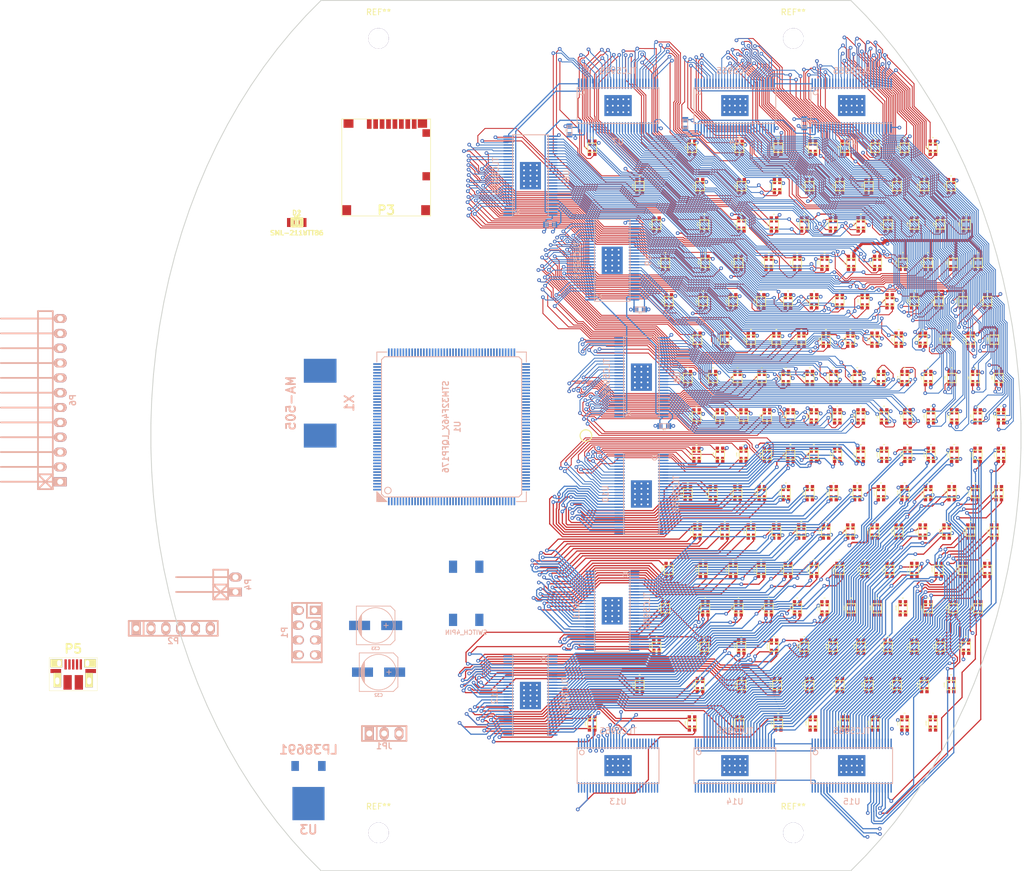
<source format=kicad_pcb>
(kicad_pcb (version 4) (host pcbnew "(2015-12-18 BZR 6383, Git 02d9bbb)-product")
  (layers (0 F.Cu signal) (1 In1.Cu power) (2 In2.Cu power) (31 B.Cu signal) (34 B.Paste user) (35 F.Paste user) (36 B.SilkS user) (37 F.SilkS user) (38 B.Mask user) (39 F.Mask user) (44 Edge.Cuts user))
  (net 0 "")
  (net 1 /Power/nrst)
  (net 2 GND)
  (net 3 +3V3)
  (net 4 /hall)
  (net 5 /bat_sense)
  (net 6 +5V)
  (net 7 /Power/vdd12dsi)
  (net 8 /Power/vcap1)
  (net 9 /Power/vcap2)
  (net 10 /Power/osc_in)
  (net 11 /Power/osc_out)
  (net 12 "Net-(D1-Pad2)")
  (net 13 "Net-(D2-Pad2)")
  (net 14 /Power/vusb)
  (net 15 /Power/bat_vcc)
  (net 16 /LEDs/led1b)
  (net 17 /LEDs/led1r)
  (net 18 /LEDs/led1g)
  (net 19 /LEDs/led2b)
  (net 20 /LEDs/led2r)
  (net 21 /LEDs/led2g)
  (net 22 /LEDs/led3b)
  (net 23 /LEDs/led3r)
  (net 24 /LEDs/led3g)
  (net 25 /LEDs/led4b)
  (net 26 /LEDs/led4r)
  (net 27 /LEDs/led4g)
  (net 28 /LEDs/led5b)
  (net 29 /LEDs/led5r)
  (net 30 /LEDs/led5g)
  (net 31 /LEDs/led6b)
  (net 32 /LEDs/led6r)
  (net 33 /LEDs/led6g)
  (net 34 /LEDs/led7b)
  (net 35 /LEDs/led7r)
  (net 36 /LEDs/led7g)
  (net 37 /LEDs/led8b)
  (net 38 /LEDs/led8r)
  (net 39 /LEDs/led8g)
  (net 40 /LEDs/led9b)
  (net 41 /LEDs/led9r)
  (net 42 /LEDs/led9g)
  (net 43 /LEDs/led10b)
  (net 44 /LEDs/led10r)
  (net 45 /LEDs/led10g)
  (net 46 /LEDs/led11b)
  (net 47 /LEDs/led11r)
  (net 48 /LEDs/led11g)
  (net 49 /LEDs/led12b)
  (net 50 /LEDs/led12r)
  (net 51 /LEDs/led12g)
  (net 52 /LEDs/led13b)
  (net 53 /LEDs/led13r)
  (net 54 /LEDs/led13g)
  (net 55 /LEDs/led14b)
  (net 56 /LEDs/led14r)
  (net 57 /LEDs/led14g)
  (net 58 /LEDs/led15b)
  (net 59 /LEDs/led15r)
  (net 60 /LEDs/led15g)
  (net 61 /LEDs/led16b)
  (net 62 /LEDs/led16r)
  (net 63 /LEDs/led16g)
  (net 64 /LEDs/led17b)
  (net 65 /LEDs/led17r)
  (net 66 /LEDs/led17g)
  (net 67 /LEDs/led18b)
  (net 68 /LEDs/led18r)
  (net 69 /LEDs/led18g)
  (net 70 /LEDs/led19b)
  (net 71 /LEDs/led19r)
  (net 72 /LEDs/led19g)
  (net 73 /LEDs/led20b)
  (net 74 /LEDs/led20r)
  (net 75 /LEDs/led20g)
  (net 76 /LEDs/led21b)
  (net 77 /LEDs/led21r)
  (net 78 /LEDs/led21g)
  (net 79 /LEDs/led22b)
  (net 80 /LEDs/led22r)
  (net 81 /LEDs/led22g)
  (net 82 /LEDs/led23b)
  (net 83 /LEDs/led23r)
  (net 84 /LEDs/led23g)
  (net 85 /LEDs/led24b)
  (net 86 /LEDs/led24r)
  (net 87 /LEDs/led24g)
  (net 88 /LEDs/led25b)
  (net 89 /LEDs/led25r)
  (net 90 /LEDs/led25g)
  (net 91 /LEDs/led26b)
  (net 92 /LEDs/led26r)
  (net 93 /LEDs/led26g)
  (net 94 /LEDs/led27b)
  (net 95 /LEDs/led27r)
  (net 96 /LEDs/led27g)
  (net 97 /LEDs/led28b)
  (net 98 /LEDs/led28r)
  (net 99 /LEDs/led28g)
  (net 100 /LEDs/led29b)
  (net 101 /LEDs/led29r)
  (net 102 /LEDs/led29g)
  (net 103 /LEDs/led30b)
  (net 104 /LEDs/led30r)
  (net 105 /LEDs/led30g)
  (net 106 /LEDs/led31b)
  (net 107 /LEDs/led31r)
  (net 108 /LEDs/led31g)
  (net 109 /LEDs/led32b)
  (net 110 /LEDs/led32r)
  (net 111 /LEDs/led32g)
  (net 112 /LEDs/led33b)
  (net 113 /LEDs/led33r)
  (net 114 /LEDs/led33g)
  (net 115 /LEDs/led34b)
  (net 116 /LEDs/led34r)
  (net 117 /LEDs/led34g)
  (net 118 /LEDs/led35b)
  (net 119 /LEDs/led35r)
  (net 120 /LEDs/led35g)
  (net 121 /LEDs/led36b)
  (net 122 /LEDs/led36r)
  (net 123 /LEDs/led36g)
  (net 124 /LEDs/led37b)
  (net 125 /LEDs/led37r)
  (net 126 /LEDs/led37g)
  (net 127 /LEDs/led38b)
  (net 128 /LEDs/led38r)
  (net 129 /LEDs/led38g)
  (net 130 /LEDs/led39b)
  (net 131 /LEDs/led39r)
  (net 132 /LEDs/led39g)
  (net 133 /LEDs/led40b)
  (net 134 /LEDs/led40r)
  (net 135 /LEDs/led40g)
  (net 136 /LEDs/led41b)
  (net 137 /LEDs/led41r)
  (net 138 /LEDs/led41g)
  (net 139 /LEDs/led42b)
  (net 140 /LEDs/led42r)
  (net 141 /LEDs/led42g)
  (net 142 /LEDs/led43b)
  (net 143 /LEDs/led43r)
  (net 144 /LEDs/led43g)
  (net 145 /LEDs/led44b)
  (net 146 /LEDs/led44r)
  (net 147 /LEDs/led44g)
  (net 148 /LEDs/led45b)
  (net 149 /LEDs/led45r)
  (net 150 /LEDs/led45g)
  (net 151 /LEDs/led46b)
  (net 152 /LEDs/led46r)
  (net 153 /LEDs/led46g)
  (net 154 /LEDs/led47b)
  (net 155 /LEDs/led47r)
  (net 156 /LEDs/led47g)
  (net 157 /LEDs/led48b)
  (net 158 /LEDs/led48r)
  (net 159 /LEDs/led48g)
  (net 160 /LEDs/led49b)
  (net 161 /LEDs/led49r)
  (net 162 /LEDs/led49g)
  (net 163 /LEDs/led50b)
  (net 164 /LEDs/led50r)
  (net 165 /LEDs/led50g)
  (net 166 /LEDs/led51b)
  (net 167 /LEDs/led51r)
  (net 168 /LEDs/led51g)
  (net 169 /LEDs/led52b)
  (net 170 /LEDs/led52r)
  (net 171 /LEDs/led52g)
  (net 172 /LEDs/led53b)
  (net 173 /LEDs/led53r)
  (net 174 /LEDs/led53g)
  (net 175 /LEDs/led54b)
  (net 176 /LEDs/led54r)
  (net 177 /LEDs/led54g)
  (net 178 /LEDs/led55b)
  (net 179 /LEDs/led55r)
  (net 180 /LEDs/led55g)
  (net 181 /LEDs/led56b)
  (net 182 /LEDs/led56r)
  (net 183 /LEDs/led56g)
  (net 184 /LEDs/led57b)
  (net 185 /LEDs/led57r)
  (net 186 /LEDs/led57g)
  (net 187 /LEDs/led58b)
  (net 188 /LEDs/led58r)
  (net 189 /LEDs/led58g)
  (net 190 /LEDs/led59b)
  (net 191 /LEDs/led59r)
  (net 192 /LEDs/led59g)
  (net 193 /LEDs/led60b)
  (net 194 /LEDs/led60r)
  (net 195 /LEDs/led60g)
  (net 196 /LEDs/led61b)
  (net 197 /LEDs/led61r)
  (net 198 /LEDs/led61g)
  (net 199 /LEDs/led62b)
  (net 200 /LEDs/led62r)
  (net 201 /LEDs/led62g)
  (net 202 /LEDs/led63b)
  (net 203 /LEDs/led63r)
  (net 204 /LEDs/led63g)
  (net 205 /LEDs/led64b)
  (net 206 /LEDs/led64r)
  (net 207 /LEDs/led64g)
  (net 208 /LEDs/led65b)
  (net 209 /LEDs/led65r)
  (net 210 /LEDs/led65g)
  (net 211 /LEDs/led66b)
  (net 212 /LEDs/led66r)
  (net 213 /LEDs/led66g)
  (net 214 /LEDs/led67b)
  (net 215 /LEDs/led67r)
  (net 216 /LEDs/led67g)
  (net 217 /LEDs/led68b)
  (net 218 /LEDs/led68r)
  (net 219 /LEDs/led68g)
  (net 220 /LEDs/led69b)
  (net 221 /LEDs/led69r)
  (net 222 /LEDs/led69g)
  (net 223 /LEDs/led70b)
  (net 224 /LEDs/led70r)
  (net 225 /LEDs/led70g)
  (net 226 /LEDs/led71b)
  (net 227 /LEDs/led71r)
  (net 228 /LEDs/led71g)
  (net 229 /LEDs/led72b)
  (net 230 /LEDs/led72r)
  (net 231 /LEDs/led72g)
  (net 232 /LEDs/led73b)
  (net 233 /LEDs/led73r)
  (net 234 /LEDs/led73g)
  (net 235 /LEDs/led74b)
  (net 236 /LEDs/led74r)
  (net 237 /LEDs/led74g)
  (net 238 /LEDs/led75b)
  (net 239 /LEDs/led75r)
  (net 240 /LEDs/led75g)
  (net 241 /LEDs/led76b)
  (net 242 /LEDs/led76r)
  (net 243 /LEDs/led76g)
  (net 244 /LEDs/led77b)
  (net 245 /LEDs/led77r)
  (net 246 /LEDs/led77g)
  (net 247 /LEDs/led78b)
  (net 248 /LEDs/led78r)
  (net 249 /LEDs/led78g)
  (net 250 /LEDs/led79b)
  (net 251 /LEDs/led79r)
  (net 252 /LEDs/led79g)
  (net 253 /LEDs/led80b)
  (net 254 /LEDs/led80r)
  (net 255 /LEDs/led80g)
  (net 256 /LEDs/led81b)
  (net 257 /LEDs/led81r)
  (net 258 /LEDs/led81g)
  (net 259 /LEDs/led82b)
  (net 260 /LEDs/led82r)
  (net 261 /LEDs/led82g)
  (net 262 /LEDs/led83b)
  (net 263 /LEDs/led83r)
  (net 264 /LEDs/led83g)
  (net 265 /LEDs/led84b)
  (net 266 /LEDs/led84r)
  (net 267 /LEDs/led84g)
  (net 268 /LEDs/led85b)
  (net 269 /LEDs/led85r)
  (net 270 /LEDs/led85g)
  (net 271 /LEDs/led86b)
  (net 272 /LEDs/led86r)
  (net 273 /LEDs/led86g)
  (net 274 /LEDs/led87b)
  (net 275 /LEDs/led87r)
  (net 276 /LEDs/led87g)
  (net 277 /LEDs/led88b)
  (net 278 /LEDs/led88r)
  (net 279 /LEDs/led88g)
  (net 280 /LEDs/led89b)
  (net 281 /LEDs/led89r)
  (net 282 /LEDs/led89g)
  (net 283 /LEDs/led90b)
  (net 284 /LEDs/led90r)
  (net 285 /LEDs/led90g)
  (net 286 /LEDs/led91b)
  (net 287 /LEDs/led91r)
  (net 288 /LEDs/led91g)
  (net 289 /LEDs/led92b)
  (net 290 /LEDs/led92r)
  (net 291 /LEDs/led92g)
  (net 292 /LEDs/led93b)
  (net 293 /LEDs/led93r)
  (net 294 /LEDs/led93g)
  (net 295 /LEDs/led94b)
  (net 296 /LEDs/led94r)
  (net 297 /LEDs/led94g)
  (net 298 /LEDs/led95b)
  (net 299 /LEDs/led95r)
  (net 300 /LEDs/led95g)
  (net 301 /LEDs/led96b)
  (net 302 /LEDs/led96r)
  (net 303 /LEDs/led96g)
  (net 304 /LEDs/led97b)
  (net 305 /LEDs/led97r)
  (net 306 /LEDs/led97g)
  (net 307 /LEDs/led98b)
  (net 308 /LEDs/led98r)
  (net 309 /LEDs/led98g)
  (net 310 /LEDs/led99b)
  (net 311 /LEDs/led99r)
  (net 312 /LEDs/led99g)
  (net 313 /LEDs/led100b)
  (net 314 /LEDs/led100r)
  (net 315 /LEDs/led100g)
  (net 316 /LEDs/led101b)
  (net 317 /LEDs/led101r)
  (net 318 /LEDs/led101g)
  (net 319 /LEDs/led102b)
  (net 320 /LEDs/led102r)
  (net 321 /LEDs/led102g)
  (net 322 /LEDs/led103b)
  (net 323 /LEDs/led103r)
  (net 324 /LEDs/led103g)
  (net 325 /LEDs/led104b)
  (net 326 /LEDs/led104r)
  (net 327 /LEDs/led104g)
  (net 328 /LEDs/led105b)
  (net 329 /LEDs/led105r)
  (net 330 /LEDs/led105g)
  (net 331 /LEDs/led106b)
  (net 332 /LEDs/led106r)
  (net 333 /LEDs/led106g)
  (net 334 /LEDs/led107b)
  (net 335 /LEDs/led107r)
  (net 336 /LEDs/led107g)
  (net 337 /LEDs/led108b)
  (net 338 /LEDs/led108r)
  (net 339 /LEDs/led108g)
  (net 340 /LEDs/led109b)
  (net 341 /LEDs/led109r)
  (net 342 /LEDs/led109g)
  (net 343 /LEDs/led110b)
  (net 344 /LEDs/led110r)
  (net 345 /LEDs/led110g)
  (net 346 /LEDs/led111b)
  (net 347 /LEDs/led111r)
  (net 348 /LEDs/led111g)
  (net 349 /LEDs/led112b)
  (net 350 /LEDs/led112r)
  (net 351 /LEDs/led112g)
  (net 352 /LEDs/led113b)
  (net 353 /LEDs/led113r)
  (net 354 /LEDs/led113g)
  (net 355 /LEDs/led114b)
  (net 356 /LEDs/led114r)
  (net 357 /LEDs/led114g)
  (net 358 /LEDs/led115b)
  (net 359 /LEDs/led115r)
  (net 360 /LEDs/led115g)
  (net 361 /LEDs/led116b)
  (net 362 /LEDs/led116r)
  (net 363 /LEDs/led116g)
  (net 364 /LEDs/led117b)
  (net 365 /LEDs/led117r)
  (net 366 /LEDs/led117g)
  (net 367 /LEDs/led118b)
  (net 368 /LEDs/led118r)
  (net 369 /LEDs/led118g)
  (net 370 /LEDs/led119b)
  (net 371 /LEDs/led119r)
  (net 372 /LEDs/led119g)
  (net 373 /LEDs/led120b)
  (net 374 /LEDs/led120r)
  (net 375 /LEDs/led120g)
  (net 376 /LEDs/led121b)
  (net 377 /LEDs/led121r)
  (net 378 /LEDs/led121g)
  (net 379 /LEDs/led122b)
  (net 380 /LEDs/led122r)
  (net 381 /LEDs/led122g)
  (net 382 /LEDs/led123b)
  (net 383 /LEDs/led123r)
  (net 384 /LEDs/led123g)
  (net 385 /LEDs/led124b)
  (net 386 /LEDs/led124r)
  (net 387 /LEDs/led124g)
  (net 388 /LEDs/led125b)
  (net 389 /LEDs/led125r)
  (net 390 /LEDs/led125g)
  (net 391 /LEDs/led126b)
  (net 392 /LEDs/led126r)
  (net 393 /LEDs/led126g)
  (net 394 /LEDs/led127b)
  (net 395 /LEDs/led127r)
  (net 396 /LEDs/led127g)
  (net 397 /LEDs/led128b)
  (net 398 /LEDs/led128r)
  (net 399 /LEDs/led128g)
  (net 400 /LEDs/led129b)
  (net 401 /LEDs/led129r)
  (net 402 /LEDs/led129g)
  (net 403 /LEDs/led130b)
  (net 404 /LEDs/led130r)
  (net 405 /LEDs/led130g)
  (net 406 /LEDs/led131b)
  (net 407 /LEDs/led131r)
  (net 408 /LEDs/led131g)
  (net 409 /LEDs/led132b)
  (net 410 /LEDs/led132r)
  (net 411 /LEDs/led132g)
  (net 412 /LEDs/led133b)
  (net 413 /LEDs/led133r)
  (net 414 /LEDs/led133g)
  (net 415 /LEDs/led134b)
  (net 416 /LEDs/led134r)
  (net 417 /LEDs/led134g)
  (net 418 /LEDs/led135b)
  (net 419 /LEDs/led135r)
  (net 420 /LEDs/led135g)
  (net 421 /LEDs/led136b)
  (net 422 /LEDs/led136r)
  (net 423 /LEDs/led136g)
  (net 424 /LEDs/led137b)
  (net 425 /LEDs/led137r)
  (net 426 /LEDs/led137g)
  (net 427 /LEDs/led138b)
  (net 428 /LEDs/led138r)
  (net 429 /LEDs/led138g)
  (net 430 /LEDs/led139b)
  (net 431 /LEDs/led139r)
  (net 432 /LEDs/led139g)
  (net 433 /LEDs/led140b)
  (net 434 /LEDs/led140r)
  (net 435 /LEDs/led140g)
  (net 436 /LEDs/led141b)
  (net 437 /LEDs/led141r)
  (net 438 /LEDs/led141g)
  (net 439 /LEDs/led142b)
  (net 440 /LEDs/led142r)
  (net 441 /LEDs/led142g)
  (net 442 /LEDs/led143b)
  (net 443 /LEDs/led143r)
  (net 444 /LEDs/led143g)
  (net 445 /LEDs/led144b)
  (net 446 /LEDs/led144r)
  (net 447 /LEDs/led144g)
  (net 448 /LEDs/led145b)
  (net 449 /LEDs/led145r)
  (net 450 /LEDs/led145g)
  (net 451 /LEDs/led146b)
  (net 452 /LEDs/led146r)
  (net 453 /LEDs/led146g)
  (net 454 /LEDs/led147b)
  (net 455 /LEDs/led147r)
  (net 456 /LEDs/led147g)
  (net 457 /LEDs/led148b)
  (net 458 /LEDs/led148r)
  (net 459 /LEDs/led148g)
  (net 460 /LEDs/led149b)
  (net 461 /LEDs/led149r)
  (net 462 /LEDs/led149g)
  (net 463 /LEDs/led150b)
  (net 464 /LEDs/led150r)
  (net 465 /LEDs/led150g)
  (net 466 /LEDs/led151b)
  (net 467 /LEDs/led151r)
  (net 468 /LEDs/led151g)
  (net 469 /LEDs/led152b)
  (net 470 /LEDs/led152r)
  (net 471 /LEDs/led152g)
  (net 472 /LEDs/led153b)
  (net 473 /LEDs/led153r)
  (net 474 /LEDs/led153g)
  (net 475 /LEDs/led154b)
  (net 476 /LEDs/led154r)
  (net 477 /LEDs/led154g)
  (net 478 /LEDs/led155b)
  (net 479 /LEDs/led155r)
  (net 480 /LEDs/led155g)
  (net 481 /LEDs/led156b)
  (net 482 /LEDs/led156r)
  (net 483 /LEDs/led156g)
  (net 484 /LEDs/led157b)
  (net 485 /LEDs/led157r)
  (net 486 /LEDs/led157g)
  (net 487 /LEDs/led158b)
  (net 488 /LEDs/led158r)
  (net 489 /LEDs/led158g)
  (net 490 /LEDs/led159b)
  (net 491 /LEDs/led159r)
  (net 492 /LEDs/led159g)
  (net 493 /LEDs/led160b)
  (net 494 /LEDs/led160r)
  (net 495 /LEDs/led160g)
  (net 496 /LEDs/led161b)
  (net 497 /LEDs/led161r)
  (net 498 /LEDs/led161g)
  (net 499 /LEDs/led162b)
  (net 500 /LEDs/led162r)
  (net 501 /LEDs/led162g)
  (net 502 /LEDs/led163b)
  (net 503 /LEDs/led163r)
  (net 504 /LEDs/led163g)
  (net 505 /LEDs/led164b)
  (net 506 /LEDs/led164r)
  (net 507 /LEDs/led164g)
  (net 508 /LEDs/led165b)
  (net 509 /LEDs/led165r)
  (net 510 /LEDs/led165g)
  (net 511 /LEDs/led166b)
  (net 512 /LEDs/led166r)
  (net 513 /LEDs/led166g)
  (net 514 /LEDs/led167b)
  (net 515 /LEDs/led167r)
  (net 516 /LEDs/led167g)
  (net 517 /LEDs/led168b)
  (net 518 /LEDs/led168r)
  (net 519 /LEDs/led168g)
  (net 520 /LEDs/led169b)
  (net 521 /LEDs/led169r)
  (net 522 /LEDs/led169g)
  (net 523 /LEDs/led170b)
  (net 524 /LEDs/led170r)
  (net 525 /LEDs/led170g)
  (net 526 /LEDs/led171b)
  (net 527 /LEDs/led171r)
  (net 528 /LEDs/led171g)
  (net 529 /LEDs/led172b)
  (net 530 /LEDs/led172r)
  (net 531 /LEDs/led172g)
  (net 532 /LEDs/led173b)
  (net 533 /LEDs/led173r)
  (net 534 /LEDs/led173g)
  (net 535 /LEDs/led174b)
  (net 536 /LEDs/led174r)
  (net 537 /LEDs/led174g)
  (net 538 /LEDs/led175b)
  (net 539 /LEDs/led175r)
  (net 540 /LEDs/led175g)
  (net 541 /LEDs/led176b)
  (net 542 /LEDs/led176r)
  (net 543 /LEDs/led176g)
  (net 544 /LEDs/led177b)
  (net 545 /LEDs/led177r)
  (net 546 /LEDs/led177g)
  (net 547 /LEDs/led178b)
  (net 548 /LEDs/led178r)
  (net 549 /LEDs/led178g)
  (net 550 /LEDs/led179b)
  (net 551 /LEDs/led179r)
  (net 552 /LEDs/led179g)
  (net 553 /LEDs/led180b)
  (net 554 /LEDs/led180r)
  (net 555 /LEDs/led180g)
  (net 556 /LEDs/led181b)
  (net 557 /LEDs/led181r)
  (net 558 /LEDs/led181g)
  (net 559 /LEDs/led182b)
  (net 560 /LEDs/led182r)
  (net 561 /LEDs/led182g)
  (net 562 /LEDs/led183b)
  (net 563 /LEDs/led183r)
  (net 564 /LEDs/led183g)
  (net 565 /LEDs/led184b)
  (net 566 /LEDs/led184r)
  (net 567 /LEDs/led184g)
  (net 568 /LEDs/led185b)
  (net 569 /LEDs/led185r)
  (net 570 /LEDs/led185g)
  (net 571 /LEDs/led186b)
  (net 572 /LEDs/led186r)
  (net 573 /LEDs/led186g)
  (net 574 /LEDs/led187b)
  (net 575 /LEDs/led187r)
  (net 576 /LEDs/led187g)
  (net 577 /LEDs/led188b)
  (net 578 /LEDs/led188r)
  (net 579 /LEDs/led188g)
  (net 580 /LEDs/led189b)
  (net 581 /LEDs/led189r)
  (net 582 /LEDs/led189g)
  (net 583 /LEDs/led190b)
  (net 584 /LEDs/led190r)
  (net 585 /LEDs/led190g)
  (net 586 /LEDs/led191b)
  (net 587 /LEDs/led191r)
  (net 588 /LEDs/led191g)
  (net 589 /LEDs/led192b)
  (net 590 /LEDs/led192r)
  (net 591 /LEDs/led192g)
  (net 592 /nrf_ce)
  (net 593 /nrf_cs)
  (net 594 /nrf_ck)
  (net 595 /nrf_mosi)
  (net 596 /nrf_miso)
  (net 597 /nrf_irq)
  (net 598 /swclk)
  (net 599 /swdio)
  (net 600 "Net-(P2-Pad6)")
  (net 601 /sd_d2)
  (net 602 /sd_d3)
  (net 603 /sd_cmd)
  (net 604 /sd_ck)
  (net 605 /sd_d0)
  (net 606 /sd_d1)
  (net 607 "Net-(P3-Pad11)")
  (net 608 /sd_cd)
  (net 609 /Power/usb_dm)
  (net 610 /Power/usb_dp)
  (net 611 /Power/usb_id)
  (net 612 "Net-(L1-Pad2)")
  (net 613 "Net-(P6-Pad3)")
  (net 614 "Net-(P6-Pad4)")
  (net 615 /usart3_tx)
  (net 616 /usart3_rx)
  (net 617 "Net-(P6-Pad7)")
  (net 618 "Net-(P6-Pad8)")
  (net 619 "Net-(P6-Pad9)")
  (net 620 "Net-(P6-Pad10)")
  (net 621 /Power/user_led)
  (net 622 /vusb)
  (net 623 /Power/bypass)
  (net 624 /Power/boot0)
  (net 625 /Power/pdr_on)
  (net 626 "Net-(U1-Pad4)")
  (net 627 "Net-(U1-Pad5)")
  (net 628 "Net-(U1-Pad7)")
  (net 629 "Net-(U1-Pad1)")
  (net 630 "Net-(U1-Pad2)")
  (net 631 "Net-(U1-Pad3)")
  (net 632 "Net-(U1-Pad17)")
  (net 633 "Net-(U1-Pad18)")
  (net 634 "Net-(U1-Pad19)")
  (net 635 "Net-(U1-Pad20)")
  (net 636 "Net-(U1-Pad21)")
  (net 637 "Net-(U1-Pad24)")
  (net 638 /LEDs/gsclk3)
  (net 639 /LEDs/lat1)
  (net 640 /LEDs/sclk1)
  (net 641 /LEDs/sout1)
  (net 642 /LEDs/sin1)
  (net 643 "Net-(U1-Pad54)")
  (net 644 /LEDs/lat3)
  (net 645 "Net-(U1-Pad56)")
  (net 646 "Net-(U1-Pad9)")
  (net 647 "Net-(U1-Pad10)")
  (net 648 "Net-(U1-Pad11)")
  (net 649 "Net-(U1-Pad25)")
  (net 650 "Net-(U1-Pad26)")
  (net 651 "Net-(U1-Pad27)")
  (net 652 /LEDs/gsclk2)
  (net 653 /LEDs/gsclk1)
  (net 654 "Net-(U1-Pad43)")
  (net 655 "Net-(U1-Pad57)")
  (net 656 "Net-(U1-Pad58)")
  (net 657 /LEDs/sin5)
  (net 658 "Net-(U1-Pad12)")
  (net 659 "Net-(U1-Pad13)")
  (net 660 "Net-(U1-Pad16)")
  (net 661 "Net-(U1-Pad28)")
  (net 662 /LEDs/lat4)
  (net 663 /LEDs/lat5)
  (net 664 /LEDs/lat6)
  (net 665 "Net-(U1-Pad60)")
  (net 666 "Net-(U1-Pad63)")
  (net 667 "Net-(U1-Pad64)")
  (net 668 "Net-(U1-Pad65)")
  (net 669 "Net-(U1-Pad66)")
  (net 670 "Net-(U1-Pad67)")
  (net 671 "Net-(U1-Pad68)")
  (net 672 "Net-(U1-Pad69)")
  (net 673 "Net-(U1-Pad70)")
  (net 674 "Net-(U1-Pad73)")
  (net 675 "Net-(U1-Pad74)")
  (net 676 /LEDs/sclk4)
  (net 677 /LEDs/sout4)
  (net 678 /LEDs/sin4)
  (net 679 "Net-(U1-Pad78)")
  (net 680 /LEDs/sclk5)
  (net 681 /LEDs/sout5)
  (net 682 "Net-(U1-Pad85)")
  (net 683 /LEDs/sclk2)
  (net 684 /LEDs/sout2)
  (net 685 /LEDs/sin2)
  (net 686 "Net-(U1-Pad89)")
  (net 687 "Net-(U1-Pad90)")
  (net 688 "Net-(U1-Pad91)")
  (net 689 "Net-(U1-Pad92)")
  (net 690 /LEDs/gsclk4)
  (net 691 /LEDs/gsclk5)
  (net 692 /LEDs/gsclk6)
  (net 693 "Net-(U1-Pad98)")
  (net 694 "Net-(U1-Pad101)")
  (net 695 "Net-(U1-Pad102)")
  (net 696 "Net-(U1-Pad104)")
  (net 697 "Net-(U1-Pad105)")
  (net 698 "Net-(U1-Pad107)")
  (net 699 "Net-(U1-Pad108)")
  (net 700 "Net-(U1-Pad110)")
  (net 701 "Net-(U1-Pad111)")
  (net 702 "Net-(U1-Pad112)")
  (net 703 "Net-(U1-Pad113)")
  (net 704 "Net-(U1-Pad114)")
  (net 705 "Net-(U1-Pad115)")
  (net 706 "Net-(U1-Pad116)")
  (net 707 /LEDs/lat2)
  (net 708 "Net-(U1-Pad120)")
  (net 709 "Net-(U1-Pad132)")
  (net 710 "Net-(U1-Pad133)")
  (net 711 "Net-(U1-Pad134)")
  (net 712 "Net-(U1-Pad142)")
  (net 713 "Net-(U1-Pad143)")
  (net 714 "Net-(U1-Pad145)")
  (net 715 "Net-(U1-Pad146)")
  (net 716 "Net-(U1-Pad147)")
  (net 717 "Net-(U1-Pad150)")
  (net 718 "Net-(U1-Pad151)")
  (net 719 "Net-(U1-Pad152)")
  (net 720 "Net-(U1-Pad153)")
  (net 721 "Net-(U1-Pad154)")
  (net 722 /LEDs/sout6)
  (net 723 /LEDs/sclk6)
  (net 724 /LEDs/sin6)
  (net 725 "Net-(U1-Pad160)")
  (net 726 /LEDs/sclk3)
  (net 727 /LEDs/sout3)
  (net 728 /LEDs/sin3)
  (net 729 "Net-(U1-Pad167)")
  (net 730 "Net-(U1-Pad168)")
  (net 731 "Net-(U1-Pad169)")
  (net 732 "Net-(U1-Pad170)")
  (net 733 "Net-(U1-Pad173)")
  (net 734 "Net-(U1-Pad174)")
  (net 735 "Net-(U1-Pad175)")
  (net 736 "Net-(U1-Pad176)")
  (net 737 /LEDs/sout4_5)
  (net 738 /LEDs/sout6_7)
  (net 739 /LEDs/sout8_9)
  (net 740 /LEDs/sout10_11)
  (net 741 /LEDs/sout12_13)
  (net 742 /LEDs/sout14_15)
  (module Mounting_Holes:MountingHole_3-5mm (layer F.Cu) (at 185.5 82)
    (fp_text reference REF** (at 0 -4.50088) (layer F.SilkS))
    (fp_text value MountingHole_3-5mm)
    (pad 1 thru_hole circle (at 0 0) (size 3.5 3.5) (drill 3.5) (layers))
  )
  (module Mounting_Holes:MountingHole_3-5mm (layer F.Cu) (at 114.5 82)
    (fp_text reference REF** (at 0 -4.50088) (layer F.SilkS))
    (fp_text value MountingHole_3-5mm)
    (pad 1 thru_hole circle (at 0 0) (size 3.5 3.5) (drill 3.5) (layers))
  )
  (module Mounting_Holes:MountingHole_3-5mm (layer F.Cu) (at 114.5 218)
    (fp_text reference REF** (at 0 -4.50088) (layer F.SilkS))
    (fp_text value MountingHole_3-5mm)
    (pad 1 thru_hole circle (at 0 0) (size 3.5 3.5) (drill 3.5) (layers))
  )
  (module knielsenlib:TLC5955DCA (layer B.Cu) (at 140.5 105.5 90)
    (fp_text reference U6 (at 0 6.15 90) (layer B.SilkS) (effects (justify mirror)))
    (fp_text value TLC5955 (at 0 -5.95 90) (layer B.SilkS) (effects (justify mirror)))
    (pad 1 smd rect (at -6.75 -3.7375 90) (size 0.25 1.825) (layers B.Cu B.Paste B.Mask) (net 685 /LEDs/sin2))
    (pad 2 smd oval (at -6.25 -3.7375 90) (size 0.25 1.825) (layers B.Cu B.Paste B.Mask) (net 683 /LEDs/sclk2))
    (pad 3 smd oval (at -5.75 -3.7375 90) (size 0.25 1.825) (layers B.Cu B.Paste B.Mask) (net 707 /LEDs/lat2))
    (pad 4 smd oval (at -5.25 -3.7375 90) (size 0.25 1.825) (layers B.Cu B.Paste B.Mask) (net 151 /LEDs/led46b))
    (pad 5 smd oval (at -4.75 -3.7375 90) (size 0.25 1.825) (layers B.Cu B.Paste B.Mask) (net 152 /LEDs/led46r))
    (pad 6 smd oval (at -4.25 -3.7375 90) (size 0.25 1.825) (layers B.Cu B.Paste B.Mask) (net 153 /LEDs/led46g))
    (pad 7 smd oval (at -3.75 -3.7375 90) (size 0.25 1.825) (layers B.Cu B.Paste B.Mask) (net 106 /LEDs/led31b))
    (pad 8 smd oval (at -3.25 -3.7375 90) (size 0.25 1.825) (layers B.Cu B.Paste B.Mask) (net 107 /LEDs/led31r))
    (pad 9 smd oval (at -2.75 -3.7375 90) (size 0.25 1.825) (layers B.Cu B.Paste B.Mask) (net 108 /LEDs/led31g))
    (pad 10 smd oval (at -2.25 -3.7375 90) (size 0.25 1.825) (layers B.Cu B.Paste B.Mask) (net 109 /LEDs/led32b))
    (pad 11 smd oval (at -1.75 -3.7375 90) (size 0.25 1.825) (layers B.Cu B.Paste B.Mask) (net 110 /LEDs/led32r))
    (pad 12 smd oval (at -1.25 -3.7375 90) (size 0.25 1.825) (layers B.Cu B.Paste B.Mask) (net 111 /LEDs/led32g))
    (pad 13 smd oval (at -0.75 -3.7375 90) (size 0.25 1.825) (layers B.Cu B.Paste B.Mask) (net 112 /LEDs/led33b))
    (pad 14 smd oval (at -0.25 -3.7375 90) (size 0.25 1.825) (layers B.Cu B.Paste B.Mask) (net 113 /LEDs/led33r))
    (pad 15 smd oval (at 0.25 -3.7375 90) (size 0.25 1.825) (layers B.Cu B.Paste B.Mask) (net 114 /LEDs/led33g))
    (pad 16 smd oval (at 0.75 -3.7375 90) (size 0.25 1.825) (layers B.Cu B.Paste B.Mask) (net 115 /LEDs/led34b))
    (pad 17 smd oval (at 1.25 -3.7375 90) (size 0.25 1.825) (layers B.Cu B.Paste B.Mask) (net 116 /LEDs/led34r))
    (pad 18 smd oval (at 1.75 -3.7375 90) (size 0.25 1.825) (layers B.Cu B.Paste B.Mask) (net 117 /LEDs/led34g))
    (pad 19 smd oval (at 2.25 -3.7375 90) (size 0.25 1.825) (layers B.Cu B.Paste B.Mask) (net 73 /LEDs/led20b))
    (pad 20 smd oval (at 2.75 -3.7375 90) (size 0.25 1.825) (layers B.Cu B.Paste B.Mask) (net 74 /LEDs/led20r))
    (pad 21 smd oval (at 3.25 -3.7375 90) (size 0.25 1.825) (layers B.Cu B.Paste B.Mask) (net 75 /LEDs/led20g))
    (pad 22 smd oval (at 3.75 -3.7375 90) (size 0.25 1.825) (layers B.Cu B.Paste B.Mask) (net 76 /LEDs/led21b))
    (pad 23 smd oval (at 4.25 -3.7375 90) (size 0.25 1.825) (layers B.Cu B.Paste B.Mask) (net 77 /LEDs/led21r))
    (pad 24 smd oval (at 4.75 -3.7375 90) (size 0.25 1.825) (layers B.Cu B.Paste B.Mask) (net 78 /LEDs/led21g))
    (pad 25 smd oval (at 5.25 -3.7375 90) (size 0.25 1.825) (layers B.Cu B.Paste B.Mask) (net 79 /LEDs/led22b))
    (pad 26 smd oval (at 5.75 -3.7375 90) (size 0.25 1.825) (layers B.Cu B.Paste B.Mask) (net 80 /LEDs/led22r))
    (pad 27 smd oval (at 6.25 -3.7375 90) (size 0.25 1.825) (layers B.Cu B.Paste B.Mask) (net 81 /LEDs/led22g))
    (pad 28 smd oval (at 6.75 -3.7375 90) (size 0.25 1.825) (layers B.Cu B.Paste B.Mask) (net 738 /LEDs/sout6_7))
    (pad 29 smd oval (at 6.75 3.7375 90) (size 0.25 1.825) (layers B.Cu B.Paste B.Mask) (net 2 GND))
    (pad 30 smd oval (at 6.25 3.7375 90) (size 0.25 1.825) (layers B.Cu B.Paste B.Mask) (net 135 /LEDs/led40g))
    (pad 31 smd oval (at 5.75 3.7375 90) (size 0.25 1.825) (layers B.Cu B.Paste B.Mask) (net 134 /LEDs/led40r))
    (pad 32 smd oval (at 5.25 3.7375 90) (size 0.25 1.825) (layers B.Cu B.Paste B.Mask) (net 133 /LEDs/led40b))
    (pad 33 smd oval (at 4.75 3.7375 90) (size 0.25 1.825) (layers B.Cu B.Paste B.Mask) (net 138 /LEDs/led41g))
    (pad 34 smd oval (at 4.25 3.7375 90) (size 0.25 1.825) (layers B.Cu B.Paste B.Mask) (net 137 /LEDs/led41r))
    (pad 35 smd oval (at 3.75 3.7375 90) (size 0.25 1.825) (layers B.Cu B.Paste B.Mask) (net 136 /LEDs/led41b))
    (pad 36 smd oval (at 3.25 3.7375 90) (size 0.25 1.825) (layers B.Cu B.Paste B.Mask) (net 141 /LEDs/led42g))
    (pad 37 smd oval (at 2.75 3.7375 90) (size 0.25 1.825) (layers B.Cu B.Paste B.Mask) (net 140 /LEDs/led42r))
    (pad 38 smd oval (at 2.25 3.7375 90) (size 0.25 1.825) (layers B.Cu B.Paste B.Mask) (net 139 /LEDs/led42b))
    (pad 39 smd oval (at 1.75 3.7375 90) (size 0.25 1.825) (layers B.Cu B.Paste B.Mask) (net 156 /LEDs/led47g))
    (pad 40 smd oval (at 1.25 3.7375 90) (size 0.25 1.825) (layers B.Cu B.Paste B.Mask) (net 155 /LEDs/led47r))
    (pad 41 smd oval (at 0.75 3.7375 90) (size 0.25 1.825) (layers B.Cu B.Paste B.Mask) (net 154 /LEDs/led47b))
    (pad 42 smd oval (at 0.25 3.7375 90) (size 0.25 1.825) (layers B.Cu B.Paste B.Mask) (net 159 /LEDs/led48g))
    (pad 43 smd oval (at -0.25 3.7375 90) (size 0.25 1.825) (layers B.Cu B.Paste B.Mask) (net 158 /LEDs/led48r))
    (pad 44 smd oval (at -0.75 3.7375 90) (size 0.25 1.825) (layers B.Cu B.Paste B.Mask) (net 157 /LEDs/led48b))
    (pad 45 smd oval (at -1.25 3.7375 90) (size 0.25 1.825) (layers B.Cu B.Paste B.Mask) (net 162 /LEDs/led49g))
    (pad 46 smd oval (at -1.75 3.7375 90) (size 0.25 1.825) (layers B.Cu B.Paste B.Mask) (net 161 /LEDs/led49r))
    (pad 47 smd oval (at -2.25 3.7375 90) (size 0.25 1.825) (layers B.Cu B.Paste B.Mask) (net 160 /LEDs/led49b))
    (pad 48 smd oval (at -2.75 3.7375 90) (size 0.25 1.825) (layers B.Cu B.Paste B.Mask) (net 165 /LEDs/led50g))
    (pad 49 smd oval (at -3.25 3.7375 90) (size 0.25 1.825) (layers B.Cu B.Paste B.Mask) (net 164 /LEDs/led50r))
    (pad 50 smd oval (at -3.75 3.7375 90) (size 0.25 1.825) (layers B.Cu B.Paste B.Mask) (net 163 /LEDs/led50b))
    (pad 51 smd oval (at -4.25 3.7375 90) (size 0.25 1.825) (layers B.Cu B.Paste B.Mask) (net 168 /LEDs/led51g))
    (pad 52 smd oval (at -4.75 3.7375 90) (size 0.25 1.825) (layers B.Cu B.Paste B.Mask) (net 167 /LEDs/led51r))
    (pad 53 smd oval (at -5.25 3.7375 90) (size 0.25 1.825) (layers B.Cu B.Paste B.Mask) (net 166 /LEDs/led51b))
    (pad 54 smd oval (at -5.75 3.7375 90) (size 0.25 1.825) (layers B.Cu B.Paste B.Mask) (net 3 +3V3))
    (pad 55 smd oval (at -6.25 3.7375 90) (size 0.25 1.825) (layers B.Cu B.Paste B.Mask) (net 652 /LEDs/gsclk2))
    (pad 56 smd oval (at -6.75 3.7375 90) (size 0.25 1.825) (layers B.Cu B.Paste B.Mask) (net 2 GND))
    (pad 57 smd rect (at 0 0 90) (size 4.7 3.61) (layers B.Cu B.Paste B.Mask) (net 2 GND))
  )
  (module knielsenlib:TO-252-3 (layer B.Cu) (at 102.5 209.77928)
    (fp_text reference U3 (at 0 7.69874) (layer B.SilkS) (effects (font (thickness 0.3048)) (justify mirror)))
    (fp_text value LP38691 (at 0 -5.99948) (layer B.SilkS) (effects (font (thickness 0.3048)) (justify mirror)))
    (pad 1 smd rect (at -2.286 -3.22072) (size 1.30048 1.69926) (layers B.Cu B.Paste B.Mask) (net 3 +3V3))
    (pad 3 smd rect (at 2.286 -3.22072) (size 1.30048 1.69926) (layers B.Cu B.Paste B.Mask) (net 6 +5V))
    (pad 2 smd rect (at 0 3.22072) (size 5.4991 5.69976) (layers B.Cu B.Paste B.Mask) (net 2 GND))
  )
  (module knielsenlib:RGB_0603 (layer F.Cu) (at 186.17049 120.431767 90)
    (fp_text reference LD35 (at 0 -1.15 90) (layer F.SilkS) (effects (font (size 0.20066 0.20066) (thickness 0.04064))))
    (fp_text value RGB_LED_SMALL hide)
    (pad 4 smd rect (at 0.875 -0.4625 90) (size 1.05 0.575) (layers F.Cu F.Paste F.Mask) (net 118 /LEDs/led35b))
    (pad 1 smd rect (at 0.875 0.4625 90) (size 1.05 0.575) (layers F.Cu F.Paste F.Mask) (net 6 +5V))
    (pad 2 smd rect (at -0.875 0.4625 90) (size 1.05 0.575) (layers F.Cu F.Paste F.Mask) (net 119 /LEDs/led35r))
    (pad 3 smd rect (at -0.875 -0.4625 90) (size 1.05 0.575) (layers F.Cu F.Paste F.Mask) (net 120 /LEDs/led35g))
  )
  (module knielsenlib:SWITCH_FSMJSMA (layer B.Cu) (at 129.5 177)
    (fp_text reference B1 hide)
    (fp_text value SWITCH_4PIN (at 0 6.70052) (layer B.SilkS) (effects (font (size 0.7493 0.7493) (thickness 0.14986)) (justify mirror)))
    (pad 1 smd rect (at 2.25044 4.54914) (size 1.39954 2.10058) (layers B.Cu B.Paste B.Mask) (net 1 /Power/nrst))
    (pad 2 smd rect (at 2.25044 -4.54914) (size 1.39954 2.10058) (layers B.Cu B.Paste B.Mask) (net 1 /Power/nrst))
    (pad 3 smd rect (at -2.25044 4.54914) (size 1.39954 2.10058) (layers B.Cu B.Paste B.Mask) (net 2 GND))
    (pad 4 smd rect (at -2.25044 -4.54914) (size 1.39954 2.10058) (layers B.Cu B.Paste B.Mask) (net 2 GND))
  )
  (module w_smd_cap:c_0805 (layer F.Cu) (at 100.5011 113.5036)
    (fp_text reference C1 (at 0 -0.9906) (layer F.SilkS) (effects (font (size 0.29972 0.29972) (thickness 0.06096))))
    (fp_text value 100n hide)
    (pad 1 smd rect (at 0.9525 0) (size 1.30048 1.4986) (layers F.Cu F.Paste F.Mask) (net 3 +3V3))
    (pad 2 smd rect (at -0.9525 0) (size 1.30048 1.4986) (layers F.Cu F.Paste F.Mask) (net 2 GND))
  )
  (module w_smd_cap:c_0805 (layer F.Cu) (at 100.5011 113.5036)
    (fp_text reference C2 (at 0 -0.9906) (layer F.SilkS) (effects (font (size 0.29972 0.29972) (thickness 0.06096))))
    (fp_text value 100n hide)
    (pad 1 smd rect (at 0.9525 0) (size 1.30048 1.4986) (layers F.Cu F.Paste F.Mask) (net 3 +3V3))
    (pad 2 smd rect (at -0.9525 0) (size 1.30048 1.4986) (layers F.Cu F.Paste F.Mask) (net 2 GND))
  )
  (module w_smd_cap:c_0805 (layer F.Cu) (at 100.5011 113.5036)
    (fp_text reference C3 (at 0 -0.9906) (layer F.SilkS) (effects (font (size 0.29972 0.29972) (thickness 0.06096))))
    (fp_text value 4.7n hide)
    (pad 1 smd rect (at 0.9525 0) (size 1.30048 1.4986) (layers F.Cu F.Paste F.Mask) (net 2 GND))
    (pad 2 smd rect (at -0.9525 0) (size 1.30048 1.4986) (layers F.Cu F.Paste F.Mask) (net 4 /hall))
  )
  (module w_smd_cap:c_0805 (layer F.Cu) (at 100.5011 113.5036)
    (fp_text reference C4 (at 0 -0.9906) (layer F.SilkS) (effects (font (size 0.29972 0.29972) (thickness 0.06096))))
    (fp_text value 100n hide)
    (pad 1 smd rect (at 0.9525 0) (size 1.30048 1.4986) (layers F.Cu F.Paste F.Mask) (net 2 GND))
    (pad 2 smd rect (at -0.9525 0) (size 1.30048 1.4986) (layers F.Cu F.Paste F.Mask) (net 5 /bat_sense))
  )
  (module w_smd_cap:c_0805 (layer F.Cu) (at 100.5011 113.5036)
    (fp_text reference C5 (at 0 -0.9906) (layer F.SilkS) (effects (font (size 0.29972 0.29972) (thickness 0.06096))))
    (fp_text value 100n hide)
    (pad 1 smd rect (at 0.9525 0) (size 1.30048 1.4986) (layers F.Cu F.Paste F.Mask) (net 2 GND))
    (pad 2 smd rect (at -0.9525 0) (size 1.30048 1.4986) (layers F.Cu F.Paste F.Mask) (net 3 +3V3))
  )
  (module w_smd_cap:c_0805 (layer F.Cu) (at 100.5011 113.5036)
    (fp_text reference C6 (at 0 -0.9906) (layer F.SilkS) (effects (font (size 0.29972 0.29972) (thickness 0.06096))))
    (fp_text value 100n hide)
    (pad 1 smd rect (at 0.9525 0) (size 1.30048 1.4986) (layers F.Cu F.Paste F.Mask) (net 2 GND))
    (pad 2 smd rect (at -0.9525 0) (size 1.30048 1.4986) (layers F.Cu F.Paste F.Mask) (net 3 +3V3))
  )
  (module w_smd_cap:c_0805 (layer F.Cu) (at 100.5011 113.5036)
    (fp_text reference C7 (at 0 -0.9906) (layer F.SilkS) (effects (font (size 0.29972 0.29972) (thickness 0.06096))))
    (fp_text value 100n hide)
    (pad 1 smd rect (at 0.9525 0) (size 1.30048 1.4986) (layers F.Cu F.Paste F.Mask) (net 2 GND))
    (pad 2 smd rect (at -0.9525 0) (size 1.30048 1.4986) (layers F.Cu F.Paste F.Mask) (net 3 +3V3))
  )
  (module w_smd_cap:c_0805 (layer F.Cu) (at 100.5011 113.5036)
    (fp_text reference C8 (at 0 -0.9906) (layer F.SilkS) (effects (font (size 0.29972 0.29972) (thickness 0.06096))))
    (fp_text value 100n hide)
    (pad 1 smd rect (at 0.9525 0) (size 1.30048 1.4986) (layers F.Cu F.Paste F.Mask) (net 2 GND))
    (pad 2 smd rect (at -0.9525 0) (size 1.30048 1.4986) (layers F.Cu F.Paste F.Mask) (net 3 +3V3))
  )
  (module w_smd_cap:c_0805 (layer F.Cu) (at 100.5011 113.5036)
    (fp_text reference C9 (at 0 -0.9906) (layer F.SilkS) (effects (font (size 0.29972 0.29972) (thickness 0.06096))))
    (fp_text value 100n hide)
    (pad 1 smd rect (at 0.9525 0) (size 1.30048 1.4986) (layers F.Cu F.Paste F.Mask) (net 2 GND))
    (pad 2 smd rect (at -0.9525 0) (size 1.30048 1.4986) (layers F.Cu F.Paste F.Mask) (net 3 +3V3))
  )
  (module w_smd_cap:c_0805 (layer F.Cu) (at 100.5011 113.5036)
    (fp_text reference C10 (at 0 -0.9906) (layer F.SilkS) (effects (font (size 0.29972 0.29972) (thickness 0.06096))))
    (fp_text value 100n hide)
    (pad 1 smd rect (at 0.9525 0) (size 1.30048 1.4986) (layers F.Cu F.Paste F.Mask) (net 2 GND))
    (pad 2 smd rect (at -0.9525 0) (size 1.30048 1.4986) (layers F.Cu F.Paste F.Mask) (net 3 +3V3))
  )
  (module w_smd_cap:c_0805 (layer F.Cu) (at 100.5011 113.5036)
    (fp_text reference C11 (at 0 -0.9906) (layer F.SilkS) (effects (font (size 0.29972 0.29972) (thickness 0.06096))))
    (fp_text value 100n hide)
    (pad 1 smd rect (at 0.9525 0) (size 1.30048 1.4986) (layers F.Cu F.Paste F.Mask) (net 2 GND))
    (pad 2 smd rect (at -0.9525 0) (size 1.30048 1.4986) (layers F.Cu F.Paste F.Mask) (net 3 +3V3))
  )
  (module w_smd_cap:c_0805 (layer F.Cu) (at 100.5011 113.5036)
    (fp_text reference C12 (at 0 -0.9906) (layer F.SilkS) (effects (font (size 0.29972 0.29972) (thickness 0.06096))))
    (fp_text value 100n hide)
    (pad 1 smd rect (at 0.9525 0) (size 1.30048 1.4986) (layers F.Cu F.Paste F.Mask) (net 2 GND))
    (pad 2 smd rect (at -0.9525 0) (size 1.30048 1.4986) (layers F.Cu F.Paste F.Mask) (net 3 +3V3))
  )
  (module w_smd_cap:c_0805 (layer F.Cu) (at 100.5011 113.5036)
    (fp_text reference C13 (at 0 -0.9906) (layer F.SilkS) (effects (font (size 0.29972 0.29972) (thickness 0.06096))))
    (fp_text value 100n hide)
    (pad 1 smd rect (at 0.9525 0) (size 1.30048 1.4986) (layers F.Cu F.Paste F.Mask) (net 2 GND))
    (pad 2 smd rect (at -0.9525 0) (size 1.30048 1.4986) (layers F.Cu F.Paste F.Mask) (net 3 +3V3))
  )
  (module w_smd_cap:c_0805 (layer F.Cu) (at 100.5011 113.5036)
    (fp_text reference C14 (at 0 -0.9906) (layer F.SilkS) (effects (font (size 0.29972 0.29972) (thickness 0.06096))))
    (fp_text value 100n hide)
    (pad 1 smd rect (at 0.9525 0) (size 1.30048 1.4986) (layers F.Cu F.Paste F.Mask) (net 2 GND))
    (pad 2 smd rect (at -0.9525 0) (size 1.30048 1.4986) (layers F.Cu F.Paste F.Mask) (net 3 +3V3))
  )
  (module w_smd_cap:c_0805 (layer F.Cu) (at 100.5011 113.5036)
    (fp_text reference C15 (at 0 -0.9906) (layer F.SilkS) (effects (font (size 0.29972 0.29972) (thickness 0.06096))))
    (fp_text value 100n hide)
    (pad 1 smd rect (at 0.9525 0) (size 1.30048 1.4986) (layers F.Cu F.Paste F.Mask) (net 2 GND))
    (pad 2 smd rect (at -0.9525 0) (size 1.30048 1.4986) (layers F.Cu F.Paste F.Mask) (net 3 +3V3))
  )
  (module w_smd_cap:c_0805 (layer F.Cu) (at 100.5011 113.5036)
    (fp_text reference C16 (at 0 -0.9906) (layer F.SilkS) (effects (font (size 0.29972 0.29972) (thickness 0.06096))))
    (fp_text value 100n hide)
    (pad 1 smd rect (at 0.9525 0) (size 1.30048 1.4986) (layers F.Cu F.Paste F.Mask) (net 2 GND))
    (pad 2 smd rect (at -0.9525 0) (size 1.30048 1.4986) (layers F.Cu F.Paste F.Mask) (net 3 +3V3))
  )
  (module w_smd_cap:c_0805 (layer F.Cu) (at 100.5011 113.5036)
    (fp_text reference C17 (at 0 -0.9906) (layer F.SilkS) (effects (font (size 0.29972 0.29972) (thickness 0.06096))))
    (fp_text value 100n hide)
    (pad 1 smd rect (at 0.9525 0) (size 1.30048 1.4986) (layers F.Cu F.Paste F.Mask) (net 2 GND))
    (pad 2 smd rect (at -0.9525 0) (size 1.30048 1.4986) (layers F.Cu F.Paste F.Mask) (net 3 +3V3))
  )
  (module w_smd_cap:c_0805 (layer F.Cu) (at 100.5011 113.5036)
    (fp_text reference C18 (at 0 -0.9906) (layer F.SilkS) (effects (font (size 0.29972 0.29972) (thickness 0.06096))))
    (fp_text value 100n hide)
    (pad 1 smd rect (at 0.9525 0) (size 1.30048 1.4986) (layers F.Cu F.Paste F.Mask) (net 2 GND))
    (pad 2 smd rect (at -0.9525 0) (size 1.30048 1.4986) (layers F.Cu F.Paste F.Mask) (net 3 +3V3))
  )
  (module w_smd_cap:c_0805 (layer F.Cu) (at 100.5011 113.5036)
    (fp_text reference C19 (at 0 -0.9906) (layer F.SilkS) (effects (font (size 0.29972 0.29972) (thickness 0.06096))))
    (fp_text value 100n hide)
    (pad 1 smd rect (at 0.9525 0) (size 1.30048 1.4986) (layers F.Cu F.Paste F.Mask) (net 2 GND))
    (pad 2 smd rect (at -0.9525 0) (size 1.30048 1.4986) (layers F.Cu F.Paste F.Mask) (net 3 +3V3))
  )
  (module w_smd_cap:c_0805 (layer F.Cu) (at 100.5011 113.5036)
    (fp_text reference C20 (at 0 -0.9906) (layer F.SilkS) (effects (font (size 0.29972 0.29972) (thickness 0.06096))))
    (fp_text value 4.7u hide)
    (pad 1 smd rect (at 0.9525 0) (size 1.30048 1.4986) (layers F.Cu F.Paste F.Mask) (net 2 GND))
    (pad 2 smd rect (at -0.9525 0) (size 1.30048 1.4986) (layers F.Cu F.Paste F.Mask) (net 3 +3V3))
  )
  (module w_smd_cap:c_0805 (layer F.Cu) (at 100.5011 113.5036)
    (fp_text reference C21 (at 0 -0.9906) (layer F.SilkS) (effects (font (size 0.29972 0.29972) (thickness 0.06096))))
    (fp_text value 10n hide)
    (pad 1 smd rect (at 0.9525 0) (size 1.30048 1.4986) (layers F.Cu F.Paste F.Mask) (net 2 GND))
    (pad 2 smd rect (at -0.9525 0) (size 1.30048 1.4986) (layers F.Cu F.Paste F.Mask) (net 3 +3V3))
  )
  (module w_smd_cap:c_0805 (layer F.Cu) (at 100.5011 113.5036)
    (fp_text reference C22 (at 0 -0.9906) (layer F.SilkS) (effects (font (size 0.29972 0.29972) (thickness 0.06096))))
    (fp_text value 1u hide)
    (pad 1 smd rect (at 0.9525 0) (size 1.30048 1.4986) (layers F.Cu F.Paste F.Mask) (net 2 GND))
    (pad 2 smd rect (at -0.9525 0) (size 1.30048 1.4986) (layers F.Cu F.Paste F.Mask) (net 3 +3V3))
  )
  (module w_smd_cap:c_0805 (layer F.Cu) (at 100.5011 113.5036)
    (fp_text reference C23 (at 0 -0.9906) (layer F.SilkS) (effects (font (size 0.29972 0.29972) (thickness 0.06096))))
    (fp_text value 2.2u hide)
    (pad 1 smd rect (at 0.9525 0) (size 1.30048 1.4986) (layers F.Cu F.Paste F.Mask) (net 6 +5V))
    (pad 2 smd rect (at -0.9525 0) (size 1.30048 1.4986) (layers F.Cu F.Paste F.Mask) (net 2 GND))
  )
  (module w_smd_cap:c_0805 (layer F.Cu) (at 100.5011 113.5036)
    (fp_text reference C24 (at 0 -0.9906) (layer F.SilkS) (effects (font (size 0.29972 0.29972) (thickness 0.06096))))
    (fp_text value 2.2u hide)
    (pad 1 smd rect (at 0.9525 0) (size 1.30048 1.4986) (layers F.Cu F.Paste F.Mask) (net 3 +3V3))
    (pad 2 smd rect (at -0.9525 0) (size 1.30048 1.4986) (layers F.Cu F.Paste F.Mask) (net 2 GND))
  )
  (module w_smd_cap:c_0805 (layer F.Cu) (at 100.5011 113.5036)
    (fp_text reference C25 (at 0 -0.9906) (layer F.SilkS) (effects (font (size 0.29972 0.29972) (thickness 0.06096))))
    (fp_text value 100n hide)
    (pad 1 smd rect (at 0.9525 0) (size 1.30048 1.4986) (layers F.Cu F.Paste F.Mask) (net 3 +3V3))
    (pad 2 smd rect (at -0.9525 0) (size 1.30048 1.4986) (layers F.Cu F.Paste F.Mask) (net 2 GND))
  )
  (module w_smd_cap:c_0805 (layer F.Cu) (at 100.5011 113.5036)
    (fp_text reference C26 (at 0 -0.9906) (layer F.SilkS) (effects (font (size 0.29972 0.29972) (thickness 0.06096))))
    (fp_text value 2.2u hide)
    (pad 1 smd rect (at 0.9525 0) (size 1.30048 1.4986) (layers F.Cu F.Paste F.Mask) (net 7 /Power/vdd12dsi))
    (pad 2 smd rect (at -0.9525 0) (size 1.30048 1.4986) (layers F.Cu F.Paste F.Mask) (net 2 GND))
  )
  (module w_smd_cap:c_0805 (layer F.Cu) (at 100.5011 113.5036)
    (fp_text reference C27 (at 0 -0.9906) (layer F.SilkS) (effects (font (size 0.29972 0.29972) (thickness 0.06096))))
    (fp_text value 2.2u hide)
    (pad 1 smd rect (at 0.9525 0) (size 1.30048 1.4986) (layers F.Cu F.Paste F.Mask) (net 8 /Power/vcap1))
    (pad 2 smd rect (at -0.9525 0) (size 1.30048 1.4986) (layers F.Cu F.Paste F.Mask) (net 2 GND))
  )
  (module w_smd_cap:c_0805 (layer F.Cu) (at 100.5011 113.5036)
    (fp_text reference C28 (at 0 -0.9906) (layer F.SilkS) (effects (font (size 0.29972 0.29972) (thickness 0.06096))))
    (fp_text value 2.2u hide)
    (pad 1 smd rect (at 0.9525 0) (size 1.30048 1.4986) (layers F.Cu F.Paste F.Mask) (net 9 /Power/vcap2))
    (pad 2 smd rect (at -0.9525 0) (size 1.30048 1.4986) (layers F.Cu F.Paste F.Mask) (net 2 GND))
  )
  (module w_smd_cap:c_0805 (layer F.Cu) (at 100.5011 113.5036)
    (fp_text reference C29 (at 0 -0.9906) (layer F.SilkS) (effects (font (size 0.29972 0.29972) (thickness 0.06096))))
    (fp_text value 100n hide)
    (pad 1 smd rect (at 0.9525 0) (size 1.30048 1.4986) (layers F.Cu F.Paste F.Mask) (net 1 /Power/nrst))
    (pad 2 smd rect (at -0.9525 0) (size 1.30048 1.4986) (layers F.Cu F.Paste F.Mask) (net 2 GND))
  )
  (module w_smd_cap:c_0805 (layer F.Cu) (at 100.5011 113.5036)
    (fp_text reference C30 (at 0 -0.9906) (layer F.SilkS) (effects (font (size 0.29972 0.29972) (thickness 0.06096))))
    (fp_text value 22p hide)
    (pad 1 smd rect (at 0.9525 0) (size 1.30048 1.4986) (layers F.Cu F.Paste F.Mask) (net 10 /Power/osc_in))
    (pad 2 smd rect (at -0.9525 0) (size 1.30048 1.4986) (layers F.Cu F.Paste F.Mask) (net 2 GND))
  )
  (module w_smd_cap:c_0805 (layer F.Cu) (at 100.5011 113.5036)
    (fp_text reference C31 (at 0 -0.9906) (layer F.SilkS) (effects (font (size 0.29972 0.29972) (thickness 0.06096))))
    (fp_text value 22p hide)
    (pad 1 smd rect (at 0.9525 0) (size 1.30048 1.4986) (layers F.Cu F.Paste F.Mask) (net 11 /Power/osc_out))
    (pad 2 smd rect (at -0.9525 0) (size 1.30048 1.4986) (layers F.Cu F.Paste F.Mask) (net 2 GND))
  )
  (module w_smd_cap:c_elec_6.3x5.8 (layer B.Cu) (at 114.5 190.5)
    (fp_text reference C32 (at 0 3.937) (layer B.SilkS) (effects (font (size 0.50038 0.50038) (thickness 0.11938)) (justify mirror)))
    (fp_text value 100u hide)
    (pad 1 smd rect (at 2.75082 0) (size 3.59918 1.6002) (layers B.Cu B.Paste B.Mask) (net 6 +5V))
    (pad 2 smd rect (at -2.75082 0) (size 3.59918 1.6002) (layers B.Cu B.Paste B.Mask) (net 2 GND))
  )
  (module w_smd_cap:c_elec_6.3x5.8 (layer B.Cu) (at 114 182.5)
    (fp_text reference C33 (at 0 3.937) (layer B.SilkS) (effects (font (size 0.50038 0.50038) (thickness 0.11938)) (justify mirror)))
    (fp_text value 50u hide)
    (pad 1 smd rect (at 2.75082 0) (size 3.59918 1.6002) (layers B.Cu B.Paste B.Mask) (net 6 +5V))
    (pad 2 smd rect (at -2.75082 0) (size 3.59918 1.6002) (layers B.Cu B.Paste B.Mask) (net 2 GND))
  )
  (module w_smd_leds:Led_0805 (layer F.Cu) (at 100.5011 113.5036)
    (fp_text reference D1 (at 0 -1.651) (layer F.SilkS) (effects (font (size 0.8001 0.8001) (thickness 0.14986))))
    (fp_text value SML-211UTT86 (at 0 1.80086) (layer F.SilkS) (effects (font (size 0.8001 0.8001) (thickness 0.14986))))
    (pad 1 smd rect (at -1.04902 0) (size 1.19888 1.19888) (layers F.Cu F.Paste F.Mask) (net 2 GND))
    (pad 2 smd rect (at 1.04902 0) (size 1.19888 1.19888) (layers F.Cu F.Paste F.Mask) (net 12 "Net-(D1-Pad2)"))
  )
  (module w_smd_leds:Led_0805 (layer F.Cu) (at 100.5011 113.5036)
    (fp_text reference D2 (at 0 -1.651) (layer F.SilkS) (effects (font (size 0.8001 0.8001) (thickness 0.14986))))
    (fp_text value SML-211YTT86 (at 0 1.80086) (layer F.SilkS) (effects (font (size 0.8001 0.8001) (thickness 0.14986))))
    (pad 1 smd rect (at -1.04902 0) (size 1.19888 1.19888) (layers F.Cu F.Paste F.Mask) (net 2 GND))
    (pad 2 smd rect (at 1.04902 0) (size 1.19888 1.19888) (layers F.Cu F.Paste F.Mask) (net 13 "Net-(D2-Pad2)"))
  )
  (module w_pin_strip:pin_strip_3 (layer B.Cu) (at 115.46 201)
    (fp_text reference JP1 (at 0 2.159) (layer B.SilkS) (effects (font (size 1.016 1.016) (thickness 0.2032)) (justify mirror)))
    (fp_text value JUMPER3 hide)
    (pad 1 thru_hole rect (at -2.54 0) (size 1.524 2.19964) (drill 1.00076) (layers *.Cu *.Mask B.SilkS) (net 14 /Power/vusb))
    (pad 2 thru_hole oval (at 0 0) (size 1.524 2.19964) (drill 1.00076) (layers *.Cu *.Mask B.SilkS) (net 6 +5V))
    (pad 3 thru_hole oval (at 2.54 0) (size 1.524 2.19964) (drill 1.00076) (layers *.Cu *.Mask B.SilkS) (net 15 /Power/bat_vcc))
  )
  (module knielsenlib:RGB_0603 (layer F.Cu) (at 151.06657 100.719611 90)
    (fp_text reference LD1 (at 0 -1.15 90) (layer F.SilkS) (effects (font (size 0.20066 0.20066) (thickness 0.04064))))
    (fp_text value RGB_LED_SMALL hide)
    (pad 4 smd rect (at 0.875 -0.4625 90) (size 1.05 0.575) (layers F.Cu F.Paste F.Mask) (net 16 /LEDs/led1b))
    (pad 1 smd rect (at 0.875 0.4625 90) (size 1.05 0.575) (layers F.Cu F.Paste F.Mask) (net 6 +5V))
    (pad 2 smd rect (at -0.875 0.4625 90) (size 1.05 0.575) (layers F.Cu F.Paste F.Mask) (net 17 /LEDs/led1r))
    (pad 3 smd rect (at -0.875 -0.4625 90) (size 1.05 0.575) (layers F.Cu F.Paste F.Mask) (net 18 /LEDs/led1g))
  )
  (module knielsenlib:RGB_0603 (layer F.Cu) (at 168.166673 100.719611 90)
    (fp_text reference LD2 (at 0 -1.15 90) (layer F.SilkS) (effects (font (size 0.20066 0.20066) (thickness 0.04064))))
    (fp_text value RGB_LED_SMALL hide)
    (pad 4 smd rect (at 0.875 -0.4625 90) (size 1.05 0.575) (layers F.Cu F.Paste F.Mask) (net 19 /LEDs/led2b))
    (pad 1 smd rect (at 0.875 0.4625 90) (size 1.05 0.575) (layers F.Cu F.Paste F.Mask) (net 6 +5V))
    (pad 2 smd rect (at -0.875 0.4625 90) (size 1.05 0.575) (layers F.Cu F.Paste F.Mask) (net 20 /LEDs/led2r))
    (pad 3 smd rect (at -0.875 -0.4625 90) (size 1.05 0.575) (layers F.Cu F.Paste F.Mask) (net 21 /LEDs/led2g))
  )
  (module knielsenlib:RGB_0603 (layer F.Cu) (at 176.285328 100.719611 90)
    (fp_text reference LD3 (at 0 -1.15 90) (layer F.SilkS) (effects (font (size 0.20066 0.20066) (thickness 0.04064))))
    (fp_text value RGB_LED_SMALL hide)
    (pad 4 smd rect (at 0.875 -0.4625 90) (size 1.05 0.575) (layers F.Cu F.Paste F.Mask) (net 22 /LEDs/led3b))
    (pad 1 smd rect (at 0.875 0.4625 90) (size 1.05 0.575) (layers F.Cu F.Paste F.Mask) (net 6 +5V))
    (pad 2 smd rect (at -0.875 0.4625 90) (size 1.05 0.575) (layers F.Cu F.Paste F.Mask) (net 23 /LEDs/led3r))
    (pad 3 smd rect (at -0.875 -0.4625 90) (size 1.05 0.575) (layers F.Cu F.Paste F.Mask) (net 24 /LEDs/led3g))
  )
  (module knielsenlib:RGB_0603 (layer F.Cu) (at 182.921253 100.719611 90)
    (fp_text reference LD4 (at 0 -1.15 90) (layer F.SilkS) (effects (font (size 0.20066 0.20066) (thickness 0.04064))))
    (fp_text value RGB_LED_SMALL hide)
    (pad 4 smd rect (at 0.875 -0.4625 90) (size 1.05 0.575) (layers F.Cu F.Paste F.Mask) (net 25 /LEDs/led4b))
    (pad 1 smd rect (at 0.875 0.4625 90) (size 1.05 0.575) (layers F.Cu F.Paste F.Mask) (net 6 +5V))
    (pad 2 smd rect (at -0.875 0.4625 90) (size 1.05 0.575) (layers F.Cu F.Paste F.Mask) (net 26 /LEDs/led4r))
    (pad 3 smd rect (at -0.875 -0.4625 90) (size 1.05 0.575) (layers F.Cu F.Paste F.Mask) (net 27 /LEDs/led4g))
  )
  (module knielsenlib:RGB_0603 (layer F.Cu) (at 188.84198 100.719611 90)
    (fp_text reference LD5 (at 0 -1.15 90) (layer F.SilkS) (effects (font (size 0.20066 0.20066) (thickness 0.04064))))
    (fp_text value RGB_LED_SMALL hide)
    (pad 4 smd rect (at 0.875 -0.4625 90) (size 1.05 0.575) (layers F.Cu F.Paste F.Mask) (net 28 /LEDs/led5b))
    (pad 1 smd rect (at 0.875 0.4625 90) (size 1.05 0.575) (layers F.Cu F.Paste F.Mask) (net 6 +5V))
    (pad 2 smd rect (at -0.875 0.4625 90) (size 1.05 0.575) (layers F.Cu F.Paste F.Mask) (net 29 /LEDs/led5r))
    (pad 3 smd rect (at -0.875 -0.4625 90) (size 1.05 0.575) (layers F.Cu F.Paste F.Mask) (net 30 /LEDs/led5g))
  )
  (module knielsenlib:RGB_0603 (layer F.Cu) (at 194.334973 100.719611 90)
    (fp_text reference LD6 (at 0 -1.15 90) (layer F.SilkS) (effects (font (size 0.20066 0.20066) (thickness 0.04064))))
    (fp_text value RGB_LED_SMALL hide)
    (pad 4 smd rect (at 0.875 -0.4625 90) (size 1.05 0.575) (layers F.Cu F.Paste F.Mask) (net 31 /LEDs/led6b))
    (pad 1 smd rect (at 0.875 0.4625 90) (size 1.05 0.575) (layers F.Cu F.Paste F.Mask) (net 6 +5V))
    (pad 2 smd rect (at -0.875 0.4625 90) (size 1.05 0.575) (layers F.Cu F.Paste F.Mask) (net 32 /LEDs/led6r))
    (pad 3 smd rect (at -0.875 -0.4625 90) (size 1.05 0.575) (layers F.Cu F.Paste F.Mask) (net 33 /LEDs/led6g))
  )
  (module knielsenlib:RGB_0603 (layer F.Cu) (at 199.542712 100.719611 90)
    (fp_text reference LD7 (at 0 -1.15 90) (layer F.SilkS) (effects (font (size 0.20066 0.20066) (thickness 0.04064))))
    (fp_text value RGB_LED_SMALL hide)
    (pad 4 smd rect (at 0.875 -0.4625 90) (size 1.05 0.575) (layers F.Cu F.Paste F.Mask) (net 34 /LEDs/led7b))
    (pad 1 smd rect (at 0.875 0.4625 90) (size 1.05 0.575) (layers F.Cu F.Paste F.Mask) (net 6 +5V))
    (pad 2 smd rect (at -0.875 0.4625 90) (size 1.05 0.575) (layers F.Cu F.Paste F.Mask) (net 35 /LEDs/led7r))
    (pad 3 smd rect (at -0.875 -0.4625 90) (size 1.05 0.575) (layers F.Cu F.Paste F.Mask) (net 36 /LEDs/led7g))
  )
  (module knielsenlib:RGB_0603 (layer F.Cu) (at 204.546959 100.719611 90)
    (fp_text reference LD8 (at 0 -1.15 90) (layer F.SilkS) (effects (font (size 0.20066 0.20066) (thickness 0.04064))))
    (fp_text value RGB_LED_SMALL hide)
    (pad 4 smd rect (at 0.875 -0.4625 90) (size 1.05 0.575) (layers F.Cu F.Paste F.Mask) (net 37 /LEDs/led8b))
    (pad 1 smd rect (at 0.875 0.4625 90) (size 1.05 0.575) (layers F.Cu F.Paste F.Mask) (net 6 +5V))
    (pad 2 smd rect (at -0.875 0.4625 90) (size 1.05 0.575) (layers F.Cu F.Paste F.Mask) (net 38 /LEDs/led8r))
    (pad 3 smd rect (at -0.875 -0.4625 90) (size 1.05 0.575) (layers F.Cu F.Paste F.Mask) (net 39 /LEDs/led8g))
  )
  (module knielsenlib:RGB_0603 (layer F.Cu) (at 209.399168 100.719611 90)
    (fp_text reference LD9 (at 0 -1.15 90) (layer F.SilkS) (effects (font (size 0.20066 0.20066) (thickness 0.04064))))
    (fp_text value RGB_LED_SMALL hide)
    (pad 4 smd rect (at 0.875 -0.4625 90) (size 1.05 0.575) (layers F.Cu F.Paste F.Mask) (net 40 /LEDs/led9b))
    (pad 1 smd rect (at 0.875 0.4625 90) (size 1.05 0.575) (layers F.Cu F.Paste F.Mask) (net 6 +5V))
    (pad 2 smd rect (at -0.875 0.4625 90) (size 1.05 0.575) (layers F.Cu F.Paste F.Mask) (net 41 /LEDs/led9r))
    (pad 3 smd rect (at -0.875 -0.4625 90) (size 1.05 0.575) (layers F.Cu F.Paste F.Mask) (net 42 /LEDs/led9g))
  )
  (module knielsenlib:RGB_0603 (layer F.Cu) (at 159.202603 107.29033 90)
    (fp_text reference LD10 (at 0 -1.15 90) (layer F.SilkS) (effects (font (size 0.20066 0.20066) (thickness 0.04064))))
    (fp_text value RGB_LED_SMALL hide)
    (pad 4 smd rect (at 0.875 -0.4625 90) (size 1.05 0.575) (layers F.Cu F.Paste F.Mask) (net 43 /LEDs/led10b))
    (pad 1 smd rect (at 0.875 0.4625 90) (size 1.05 0.575) (layers F.Cu F.Paste F.Mask) (net 6 +5V))
    (pad 2 smd rect (at -0.875 0.4625 90) (size 1.05 0.575) (layers F.Cu F.Paste F.Mask) (net 44 /LEDs/led10r))
    (pad 3 smd rect (at -0.875 -0.4625 90) (size 1.05 0.575) (layers F.Cu F.Paste F.Mask) (net 45 /LEDs/led10g))
  )
  (module knielsenlib:RGB_0603 (layer F.Cu) (at 169.534031 107.29033 90)
    (fp_text reference LD11 (at 0 -1.15 90) (layer F.SilkS) (effects (font (size 0.20066 0.20066) (thickness 0.04064))))
    (fp_text value RGB_LED_SMALL hide)
    (pad 4 smd rect (at 0.875 -0.4625 90) (size 1.05 0.575) (layers F.Cu F.Paste F.Mask) (net 46 /LEDs/led11b))
    (pad 1 smd rect (at 0.875 0.4625 90) (size 1.05 0.575) (layers F.Cu F.Paste F.Mask) (net 6 +5V))
    (pad 2 smd rect (at -0.875 0.4625 90) (size 1.05 0.575) (layers F.Cu F.Paste F.Mask) (net 47 /LEDs/led11r))
    (pad 3 smd rect (at -0.875 -0.4625 90) (size 1.05 0.575) (layers F.Cu F.Paste F.Mask) (net 48 /LEDs/led11g))
  )
  (module knielsenlib:RGB_0603 (layer F.Cu) (at 176.654621 107.29033 90)
    (fp_text reference LD12 (at 0 -1.15 90) (layer F.SilkS) (effects (font (size 0.20066 0.20066) (thickness 0.04064))))
    (fp_text value RGB_LED_SMALL hide)
    (pad 4 smd rect (at 0.875 -0.4625 90) (size 1.05 0.575) (layers F.Cu F.Paste F.Mask) (net 49 /LEDs/led12b))
    (pad 1 smd rect (at 0.875 0.4625 90) (size 1.05 0.575) (layers F.Cu F.Paste F.Mask) (net 6 +5V))
    (pad 2 smd rect (at -0.875 0.4625 90) (size 1.05 0.575) (layers F.Cu F.Paste F.Mask) (net 50 /LEDs/led12r))
    (pad 3 smd rect (at -0.875 -0.4625 90) (size 1.05 0.575) (layers F.Cu F.Paste F.Mask) (net 51 /LEDs/led12g))
  )
  (module knielsenlib:RGB_0603 (layer F.Cu) (at 182.731625 107.29033 90)
    (fp_text reference LD13 (at 0 -1.15 90) (layer F.SilkS) (effects (font (size 0.20066 0.20066) (thickness 0.04064))))
    (fp_text value RGB_LED_SMALL hide)
    (pad 4 smd rect (at 0.875 -0.4625 90) (size 1.05 0.575) (layers F.Cu F.Paste F.Mask) (net 52 /LEDs/led13b))
    (pad 1 smd rect (at 0.875 0.4625 90) (size 1.05 0.575) (layers F.Cu F.Paste F.Mask) (net 6 +5V))
    (pad 2 smd rect (at -0.875 0.4625 90) (size 1.05 0.575) (layers F.Cu F.Paste F.Mask) (net 53 /LEDs/led13r))
    (pad 3 smd rect (at -0.875 -0.4625 90) (size 1.05 0.575) (layers F.Cu F.Paste F.Mask) (net 54 /LEDs/led13g))
  )
  (module knielsenlib:RGB_0603 (layer F.Cu) (at 188.265516 107.29033 90)
    (fp_text reference LD14 (at 0 -1.15 90) (layer F.SilkS) (effects (font (size 0.20066 0.20066) (thickness 0.04064))))
    (fp_text value RGB_LED_SMALL hide)
    (pad 4 smd rect (at 0.875 -0.4625 90) (size 1.05 0.575) (layers F.Cu F.Paste F.Mask) (net 55 /LEDs/led14b))
    (pad 1 smd rect (at 0.875 0.4625 90) (size 1.05 0.575) (layers F.Cu F.Paste F.Mask) (net 6 +5V))
    (pad 2 smd rect (at -0.875 0.4625 90) (size 1.05 0.575) (layers F.Cu F.Paste F.Mask) (net 56 /LEDs/led14r))
    (pad 3 smd rect (at -0.875 -0.4625 90) (size 1.05 0.575) (layers F.Cu F.Paste F.Mask) (net 57 /LEDs/led14g))
  )
  (module knielsenlib:RGB_0603 (layer F.Cu) (at 193.46424 107.29033 90)
    (fp_text reference LD15 (at 0 -1.15 90) (layer F.SilkS) (effects (font (size 0.20066 0.20066) (thickness 0.04064))))
    (fp_text value RGB_LED_SMALL hide)
    (pad 4 smd rect (at 0.875 -0.4625 90) (size 1.05 0.575) (layers F.Cu F.Paste F.Mask) (net 58 /LEDs/led15b))
    (pad 1 smd rect (at 0.875 0.4625 90) (size 1.05 0.575) (layers F.Cu F.Paste F.Mask) (net 6 +5V))
    (pad 2 smd rect (at -0.875 0.4625 90) (size 1.05 0.575) (layers F.Cu F.Paste F.Mask) (net 59 /LEDs/led15r))
    (pad 3 smd rect (at -0.875 -0.4625 90) (size 1.05 0.575) (layers F.Cu F.Paste F.Mask) (net 60 /LEDs/led15g))
  )
  (module knielsenlib:RGB_0603 (layer F.Cu) (at 198.43584 107.29033 90)
    (fp_text reference LD16 (at 0 -1.15 90) (layer F.SilkS) (effects (font (size 0.20066 0.20066) (thickness 0.04064))))
    (fp_text value RGB_LED_SMALL hide)
    (pad 4 smd rect (at 0.875 -0.4625 90) (size 1.05 0.575) (layers F.Cu F.Paste F.Mask) (net 61 /LEDs/led16b))
    (pad 1 smd rect (at 0.875 0.4625 90) (size 1.05 0.575) (layers F.Cu F.Paste F.Mask) (net 6 +5V))
    (pad 2 smd rect (at -0.875 0.4625 90) (size 1.05 0.575) (layers F.Cu F.Paste F.Mask) (net 62 /LEDs/led16r))
    (pad 3 smd rect (at -0.875 -0.4625 90) (size 1.05 0.575) (layers F.Cu F.Paste F.Mask) (net 63 /LEDs/led16g))
  )
  (module knielsenlib:RGB_0603 (layer F.Cu) (at 203.243977 107.29033 90)
    (fp_text reference LD17 (at 0 -1.15 90) (layer F.SilkS) (effects (font (size 0.20066 0.20066) (thickness 0.04064))))
    (fp_text value RGB_LED_SMALL hide)
    (pad 4 smd rect (at 0.875 -0.4625 90) (size 1.05 0.575) (layers F.Cu F.Paste F.Mask) (net 64 /LEDs/led17b))
    (pad 1 smd rect (at 0.875 0.4625 90) (size 1.05 0.575) (layers F.Cu F.Paste F.Mask) (net 6 +5V))
    (pad 2 smd rect (at -0.875 0.4625 90) (size 1.05 0.575) (layers F.Cu F.Paste F.Mask) (net 65 /LEDs/led17r))
    (pad 3 smd rect (at -0.875 -0.4625 90) (size 1.05 0.575) (layers F.Cu F.Paste F.Mask) (net 66 /LEDs/led17g))
  )
  (module knielsenlib:RGB_0603 (layer F.Cu) (at 207.929367 107.29033 90)
    (fp_text reference LD18 (at 0 -1.15 90) (layer F.SilkS) (effects (font (size 0.20066 0.20066) (thickness 0.04064))))
    (fp_text value RGB_LED_SMALL hide)
    (pad 4 smd rect (at 0.875 -0.4625 90) (size 1.05 0.575) (layers F.Cu F.Paste F.Mask) (net 67 /LEDs/led18b))
    (pad 1 smd rect (at 0.875 0.4625 90) (size 1.05 0.575) (layers F.Cu F.Paste F.Mask) (net 6 +5V))
    (pad 2 smd rect (at -0.875 0.4625 90) (size 1.05 0.575) (layers F.Cu F.Paste F.Mask) (net 68 /LEDs/led18r))
    (pad 3 smd rect (at -0.875 -0.4625 90) (size 1.05 0.575) (layers F.Cu F.Paste F.Mask) (net 69 /LEDs/led18g))
  )
  (module knielsenlib:RGB_0603 (layer F.Cu) (at 212.519613 107.29033 90)
    (fp_text reference LD19 (at 0 -1.15 90) (layer F.SilkS) (effects (font (size 0.20066 0.20066) (thickness 0.04064))))
    (fp_text value RGB_LED_SMALL hide)
    (pad 4 smd rect (at 0.875 -0.4625 90) (size 1.05 0.575) (layers F.Cu F.Paste F.Mask) (net 70 /LEDs/led19b))
    (pad 1 smd rect (at 0.875 0.4625 90) (size 1.05 0.575) (layers F.Cu F.Paste F.Mask) (net 6 +5V))
    (pad 2 smd rect (at -0.875 0.4625 90) (size 1.05 0.575) (layers F.Cu F.Paste F.Mask) (net 71 /LEDs/led19r))
    (pad 3 smd rect (at -0.875 -0.4625 90) (size 1.05 0.575) (layers F.Cu F.Paste F.Mask) (net 72 /LEDs/led19g))
  )
  (module knielsenlib:RGB_0603 (layer F.Cu) (at 162.078475 113.861048 90)
    (fp_text reference LD20 (at 0 -1.15 90) (layer F.SilkS) (effects (font (size 0.20066 0.20066) (thickness 0.04064))))
    (fp_text value RGB_LED_SMALL hide)
    (pad 4 smd rect (at 0.875 -0.4625 90) (size 1.05 0.575) (layers F.Cu F.Paste F.Mask) (net 73 /LEDs/led20b))
    (pad 1 smd rect (at 0.875 0.4625 90) (size 1.05 0.575) (layers F.Cu F.Paste F.Mask) (net 6 +5V))
    (pad 2 smd rect (at -0.875 0.4625 90) (size 1.05 0.575) (layers F.Cu F.Paste F.Mask) (net 74 /LEDs/led20r))
    (pad 3 smd rect (at -0.875 -0.4625 90) (size 1.05 0.575) (layers F.Cu F.Paste F.Mask) (net 75 /LEDs/led20g))
  )
  (module knielsenlib:RGB_0603 (layer F.Cu) (at 170.267709 113.861048 90)
    (fp_text reference LD21 (at 0 -1.15 90) (layer F.SilkS) (effects (font (size 0.20066 0.20066) (thickness 0.04064))))
    (fp_text value RGB_LED_SMALL hide)
    (pad 4 smd rect (at 0.875 -0.4625 90) (size 1.05 0.575) (layers F.Cu F.Paste F.Mask) (net 76 /LEDs/led21b))
    (pad 1 smd rect (at 0.875 0.4625 90) (size 1.05 0.575) (layers F.Cu F.Paste F.Mask) (net 6 +5V))
    (pad 2 smd rect (at -0.875 0.4625 90) (size 1.05 0.575) (layers F.Cu F.Paste F.Mask) (net 77 /LEDs/led21r))
    (pad 3 smd rect (at -0.875 -0.4625 90) (size 1.05 0.575) (layers F.Cu F.Paste F.Mask) (net 78 /LEDs/led21g))
  )
  (module knielsenlib:RGB_0603 (layer F.Cu) (at 176.602076 113.861048 90)
    (fp_text reference LD22 (at 0 -1.15 90) (layer F.SilkS) (effects (font (size 0.20066 0.20066) (thickness 0.04064))))
    (fp_text value RGB_LED_SMALL hide)
    (pad 4 smd rect (at 0.875 -0.4625 90) (size 1.05 0.575) (layers F.Cu F.Paste F.Mask) (net 79 /LEDs/led22b))
    (pad 1 smd rect (at 0.875 0.4625 90) (size 1.05 0.575) (layers F.Cu F.Paste F.Mask) (net 6 +5V))
    (pad 2 smd rect (at -0.875 0.4625 90) (size 1.05 0.575) (layers F.Cu F.Paste F.Mask) (net 80 /LEDs/led22r))
    (pad 3 smd rect (at -0.875 -0.4625 90) (size 1.05 0.575) (layers F.Cu F.Paste F.Mask) (net 81 /LEDs/led22g))
  )
  (module knielsenlib:RGB_0603 (layer F.Cu) (at 182.195666 113.861048 90)
    (fp_text reference LD23 (at 0 -1.15 90) (layer F.SilkS) (effects (font (size 0.20066 0.20066) (thickness 0.04064))))
    (fp_text value RGB_LED_SMALL hide)
    (pad 4 smd rect (at 0.875 -0.4625 90) (size 1.05 0.575) (layers F.Cu F.Paste F.Mask) (net 82 /LEDs/led23b))
    (pad 1 smd rect (at 0.875 0.4625 90) (size 1.05 0.575) (layers F.Cu F.Paste F.Mask) (net 6 +5V))
    (pad 2 smd rect (at -0.875 0.4625 90) (size 1.05 0.575) (layers F.Cu F.Paste F.Mask) (net 83 /LEDs/led23r))
    (pad 3 smd rect (at -0.875 -0.4625 90) (size 1.05 0.575) (layers F.Cu F.Paste F.Mask) (net 84 /LEDs/led23g))
  )
  (module knielsenlib:RGB_0603 (layer F.Cu) (at 187.382501 113.861048 90)
    (fp_text reference LD24 (at 0 -1.15 90) (layer F.SilkS) (effects (font (size 0.20066 0.20066) (thickness 0.04064))))
    (fp_text value RGB_LED_SMALL hide)
    (pad 4 smd rect (at 0.875 -0.4625 90) (size 1.05 0.575) (layers F.Cu F.Paste F.Mask) (net 85 /LEDs/led24b))
    (pad 1 smd rect (at 0.875 0.4625 90) (size 1.05 0.575) (layers F.Cu F.Paste F.Mask) (net 6 +5V))
    (pad 2 smd rect (at -0.875 0.4625 90) (size 1.05 0.575) (layers F.Cu F.Paste F.Mask) (net 86 /LEDs/led24r))
    (pad 3 smd rect (at -0.875 -0.4625 90) (size 1.05 0.575) (layers F.Cu F.Paste F.Mask) (net 87 /LEDs/led24g))
  )
  (module knielsenlib:RGB_0603 (layer F.Cu) (at 192.312431 113.861048 90)
    (fp_text reference LD25 (at 0 -1.15 90) (layer F.SilkS) (effects (font (size 0.20066 0.20066) (thickness 0.04064))))
    (fp_text value RGB_LED_SMALL hide)
    (pad 4 smd rect (at 0.875 -0.4625 90) (size 1.05 0.575) (layers F.Cu F.Paste F.Mask) (net 88 /LEDs/led25b))
    (pad 1 smd rect (at 0.875 0.4625 90) (size 1.05 0.575) (layers F.Cu F.Paste F.Mask) (net 6 +5V))
    (pad 2 smd rect (at -0.875 0.4625 90) (size 1.05 0.575) (layers F.Cu F.Paste F.Mask) (net 89 /LEDs/led25r))
    (pad 3 smd rect (at -0.875 -0.4625 90) (size 1.05 0.575) (layers F.Cu F.Paste F.Mask) (net 90 /LEDs/led25g))
  )
  (module knielsenlib:RGB_0603 (layer F.Cu) (at 197.066254 113.861048 90)
    (fp_text reference LD26 (at 0 -1.15 90) (layer F.SilkS) (effects (font (size 0.20066 0.20066) (thickness 0.04064))))
    (fp_text value RGB_LED_SMALL hide)
    (pad 4 smd rect (at 0.875 -0.4625 90) (size 1.05 0.575) (layers F.Cu F.Paste F.Mask) (net 91 /LEDs/led26b))
    (pad 1 smd rect (at 0.875 0.4625 90) (size 1.05 0.575) (layers F.Cu F.Paste F.Mask) (net 6 +5V))
    (pad 2 smd rect (at -0.875 0.4625 90) (size 1.05 0.575) (layers F.Cu F.Paste F.Mask) (net 92 /LEDs/led26r))
    (pad 3 smd rect (at -0.875 -0.4625 90) (size 1.05 0.575) (layers F.Cu F.Paste F.Mask) (net 93 /LEDs/led26g))
  )
  (module knielsenlib:RGB_0603 (layer F.Cu) (at 201.692579 113.861048 90)
    (fp_text reference LD27 (at 0 -1.15 90) (layer F.SilkS) (effects (font (size 0.20066 0.20066) (thickness 0.04064))))
    (fp_text value RGB_LED_SMALL hide)
    (pad 4 smd rect (at 0.875 -0.4625 90) (size 1.05 0.575) (layers F.Cu F.Paste F.Mask) (net 94 /LEDs/led27b))
    (pad 1 smd rect (at 0.875 0.4625 90) (size 1.05 0.575) (layers F.Cu F.Paste F.Mask) (net 6 +5V))
    (pad 2 smd rect (at -0.875 0.4625 90) (size 1.05 0.575) (layers F.Cu F.Paste F.Mask) (net 95 /LEDs/led27r))
    (pad 3 smd rect (at -0.875 -0.4625 90) (size 1.05 0.575) (layers F.Cu F.Paste F.Mask) (net 96 /LEDs/led27g))
  )
  (module knielsenlib:RGB_0603 (layer F.Cu) (at 206.222888 113.861048 90)
    (fp_text reference LD28 (at 0 -1.15 90) (layer F.SilkS) (effects (font (size 0.20066 0.20066) (thickness 0.04064))))
    (fp_text value RGB_LED_SMALL hide)
    (pad 4 smd rect (at 0.875 -0.4625 90) (size 1.05 0.575) (layers F.Cu F.Paste F.Mask) (net 97 /LEDs/led28b))
    (pad 1 smd rect (at 0.875 0.4625 90) (size 1.05 0.575) (layers F.Cu F.Paste F.Mask) (net 6 +5V))
    (pad 2 smd rect (at -0.875 0.4625 90) (size 1.05 0.575) (layers F.Cu F.Paste F.Mask) (net 98 /LEDs/led28r))
    (pad 3 smd rect (at -0.875 -0.4625 90) (size 1.05 0.575) (layers F.Cu F.Paste F.Mask) (net 99 /LEDs/led28g))
  )
  (module knielsenlib:RGB_0603 (layer F.Cu) (at 210.678692 113.861048 90)
    (fp_text reference LD29 (at 0 -1.15 90) (layer F.SilkS) (effects (font (size 0.20066 0.20066) (thickness 0.04064))))
    (fp_text value RGB_LED_SMALL hide)
    (pad 4 smd rect (at 0.875 -0.4625 90) (size 1.05 0.575) (layers F.Cu F.Paste F.Mask) (net 100 /LEDs/led29b))
    (pad 1 smd rect (at 0.875 0.4625 90) (size 1.05 0.575) (layers F.Cu F.Paste F.Mask) (net 6 +5V))
    (pad 2 smd rect (at -0.875 0.4625 90) (size 1.05 0.575) (layers F.Cu F.Paste F.Mask) (net 101 /LEDs/led29r))
    (pad 3 smd rect (at -0.875 -0.4625 90) (size 1.05 0.575) (layers F.Cu F.Paste F.Mask) (net 102 /LEDs/led29g))
  )
  (module knielsenlib:RGB_0603 (layer F.Cu) (at 215.075296 113.861048 90)
    (fp_text reference LD30 (at 0 -1.15 90) (layer F.SilkS) (effects (font (size 0.20066 0.20066) (thickness 0.04064))))
    (fp_text value RGB_LED_SMALL hide)
    (pad 4 smd rect (at 0.875 -0.4625 90) (size 1.05 0.575) (layers F.Cu F.Paste F.Mask) (net 103 /LEDs/led30b))
    (pad 1 smd rect (at 0.875 0.4625 90) (size 1.05 0.575) (layers F.Cu F.Paste F.Mask) (net 6 +5V))
    (pad 2 smd rect (at -0.875 0.4625 90) (size 1.05 0.575) (layers F.Cu F.Paste F.Mask) (net 104 /LEDs/led30r))
    (pad 3 smd rect (at -0.875 -0.4625 90) (size 1.05 0.575) (layers F.Cu F.Paste F.Mask) (net 105 /LEDs/led30g))
  )
  (module knielsenlib:RGB_0603 (layer F.Cu) (at 163.592002 120.431767 90)
    (fp_text reference LD31 (at 0 -1.15 90) (layer F.SilkS) (effects (font (size 0.20066 0.20066) (thickness 0.04064))))
    (fp_text value RGB_LED_SMALL hide)
    (pad 4 smd rect (at 0.875 -0.4625 90) (size 1.05 0.575) (layers F.Cu F.Paste F.Mask) (net 106 /LEDs/led31b))
    (pad 1 smd rect (at 0.875 0.4625 90) (size 1.05 0.575) (layers F.Cu F.Paste F.Mask) (net 6 +5V))
    (pad 2 smd rect (at -0.875 0.4625 90) (size 1.05 0.575) (layers F.Cu F.Paste F.Mask) (net 107 /LEDs/led31r))
    (pad 3 smd rect (at -0.875 -0.4625 90) (size 1.05 0.575) (layers F.Cu F.Paste F.Mask) (net 108 /LEDs/led31g))
  )
  (module knielsenlib:RGB_0603 (layer F.Cu) (at 170.43607 120.431767 90)
    (fp_text reference LD32 (at 0 -1.15 90) (layer F.SilkS) (effects (font (size 0.20066 0.20066) (thickness 0.04064))))
    (fp_text value RGB_LED_SMALL hide)
    (pad 4 smd rect (at 0.875 -0.4625 90) (size 1.05 0.575) (layers F.Cu F.Paste F.Mask) (net 109 /LEDs/led32b))
    (pad 1 smd rect (at 0.875 0.4625 90) (size 1.05 0.575) (layers F.Cu F.Paste F.Mask) (net 6 +5V))
    (pad 2 smd rect (at -0.875 0.4625 90) (size 1.05 0.575) (layers F.Cu F.Paste F.Mask) (net 110 /LEDs/led32r))
    (pad 3 smd rect (at -0.875 -0.4625 90) (size 1.05 0.575) (layers F.Cu F.Paste F.Mask) (net 111 /LEDs/led32g))
  )
  (module knielsenlib:RGB_0603 (layer F.Cu) (at 176.125149 120.431767 90)
    (fp_text reference LD33 (at 0 -1.15 90) (layer F.SilkS) (effects (font (size 0.20066 0.20066) (thickness 0.04064))))
    (fp_text value RGB_LED_SMALL hide)
    (pad 4 smd rect (at 0.875 -0.4625 90) (size 1.05 0.575) (layers F.Cu F.Paste F.Mask) (net 112 /LEDs/led33b))
    (pad 1 smd rect (at 0.875 0.4625 90) (size 1.05 0.575) (layers F.Cu F.Paste F.Mask) (net 6 +5V))
    (pad 2 smd rect (at -0.875 0.4625 90) (size 1.05 0.575) (layers F.Cu F.Paste F.Mask) (net 113 /LEDs/led33r))
    (pad 3 smd rect (at -0.875 -0.4625 90) (size 1.05 0.575) (layers F.Cu F.Paste F.Mask) (net 114 /LEDs/led33g))
  )
  (module knielsenlib:RGB_0603 (layer F.Cu) (at 181.295589 120.431767 90)
    (fp_text reference LD34 (at 0 -1.15 90) (layer F.SilkS) (effects (font (size 0.20066 0.20066) (thickness 0.04064))))
    (fp_text value RGB_LED_SMALL hide)
    (pad 4 smd rect (at 0.875 -0.4625 90) (size 1.05 0.575) (layers F.Cu F.Paste F.Mask) (net 115 /LEDs/led34b))
    (pad 1 smd rect (at 0.875 0.4625 90) (size 1.05 0.575) (layers F.Cu F.Paste F.Mask) (net 6 +5V))
    (pad 2 smd rect (at -0.875 0.4625 90) (size 1.05 0.575) (layers F.Cu F.Paste F.Mask) (net 116 /LEDs/led34r))
    (pad 3 smd rect (at -0.875 -0.4625 90) (size 1.05 0.575) (layers F.Cu F.Paste F.Mask) (net 117 /LEDs/led34g))
  )
  (module knielsenlib:RGB_0603 (layer F.Cu) (at 190.85578 120.431767 90)
    (fp_text reference LD36 (at 0 -1.15 90) (layer F.SilkS) (effects (font (size 0.20066 0.20066) (thickness 0.04064))))
    (fp_text value RGB_LED_SMALL hide)
    (pad 4 smd rect (at 0.875 -0.4625 90) (size 1.05 0.575) (layers F.Cu F.Paste F.Mask) (net 121 /LEDs/led36b))
    (pad 1 smd rect (at 0.875 0.4625 90) (size 1.05 0.575) (layers F.Cu F.Paste F.Mask) (net 6 +5V))
    (pad 2 smd rect (at -0.875 0.4625 90) (size 1.05 0.575) (layers F.Cu F.Paste F.Mask) (net 122 /LEDs/led36r))
    (pad 3 smd rect (at -0.875 -0.4625 90) (size 1.05 0.575) (layers F.Cu F.Paste F.Mask) (net 123 /LEDs/led36g))
  )
  (module knielsenlib:RGB_0603 (layer F.Cu) (at 195.410189 120.431767 90)
    (fp_text reference LD37 (at 0 -1.15 90) (layer F.SilkS) (effects (font (size 0.20066 0.20066) (thickness 0.04064))))
    (fp_text value RGB_LED_SMALL hide)
    (pad 4 smd rect (at 0.875 -0.4625 90) (size 1.05 0.575) (layers F.Cu F.Paste F.Mask) (net 124 /LEDs/led37b))
    (pad 1 smd rect (at 0.875 0.4625 90) (size 1.05 0.575) (layers F.Cu F.Paste F.Mask) (net 6 +5V))
    (pad 2 smd rect (at -0.875 0.4625 90) (size 1.05 0.575) (layers F.Cu F.Paste F.Mask) (net 125 /LEDs/led37r))
    (pad 3 smd rect (at -0.875 -0.4625 90) (size 1.05 0.575) (layers F.Cu F.Paste F.Mask) (net 126 /LEDs/led37g))
  )
  (module knielsenlib:RGB_0603 (layer F.Cu) (at 199.869587 120.431767 90)
    (fp_text reference LD38 (at 0 -1.15 90) (layer F.SilkS) (effects (font (size 0.20066 0.20066) (thickness 0.04064))))
    (fp_text value RGB_LED_SMALL hide)
    (pad 4 smd rect (at 0.875 -0.4625 90) (size 1.05 0.575) (layers F.Cu F.Paste F.Mask) (net 127 /LEDs/led38b))
    (pad 1 smd rect (at 0.875 0.4625 90) (size 1.05 0.575) (layers F.Cu F.Paste F.Mask) (net 6 +5V))
    (pad 2 smd rect (at -0.875 0.4625 90) (size 1.05 0.575) (layers F.Cu F.Paste F.Mask) (net 128 /LEDs/led38r))
    (pad 3 smd rect (at -0.875 -0.4625 90) (size 1.05 0.575) (layers F.Cu F.Paste F.Mask) (net 129 /LEDs/led38g))
  )
  (module knielsenlib:RGB_0603 (layer F.Cu) (at 204.257406 120.431767 90)
    (fp_text reference LD39 (at 0 -1.15 90) (layer F.SilkS) (effects (font (size 0.20066 0.20066) (thickness 0.04064))))
    (fp_text value RGB_LED_SMALL hide)
    (pad 4 smd rect (at 0.875 -0.4625 90) (size 1.05 0.575) (layers F.Cu F.Paste F.Mask) (net 130 /LEDs/led39b))
    (pad 1 smd rect (at 0.875 0.4625 90) (size 1.05 0.575) (layers F.Cu F.Paste F.Mask) (net 6 +5V))
    (pad 2 smd rect (at -0.875 0.4625 90) (size 1.05 0.575) (layers F.Cu F.Paste F.Mask) (net 131 /LEDs/led39r))
    (pad 3 smd rect (at -0.875 -0.4625 90) (size 1.05 0.575) (layers F.Cu F.Paste F.Mask) (net 132 /LEDs/led39g))
  )
  (module knielsenlib:RGB_0603 (layer F.Cu) (at 208.589731 120.431767 90)
    (fp_text reference LD40 (at 0 -1.15 90) (layer F.SilkS) (effects (font (size 0.20066 0.20066) (thickness 0.04064))))
    (fp_text value RGB_LED_SMALL hide)
    (pad 4 smd rect (at 0.875 -0.4625 90) (size 1.05 0.575) (layers F.Cu F.Paste F.Mask) (net 133 /LEDs/led40b))
    (pad 1 smd rect (at 0.875 0.4625 90) (size 1.05 0.575) (layers F.Cu F.Paste F.Mask) (net 6 +5V))
    (pad 2 smd rect (at -0.875 0.4625 90) (size 1.05 0.575) (layers F.Cu F.Paste F.Mask) (net 134 /LEDs/led40r))
    (pad 3 smd rect (at -0.875 -0.4625 90) (size 1.05 0.575) (layers F.Cu F.Paste F.Mask) (net 135 /LEDs/led40g))
  )
  (module knielsenlib:RGB_0603 (layer F.Cu) (at 212.878033 120.431767 90)
    (fp_text reference LD41 (at 0 -1.15 90) (layer F.SilkS) (effects (font (size 0.20066 0.20066) (thickness 0.04064))))
    (fp_text value RGB_LED_SMALL hide)
    (pad 4 smd rect (at 0.875 -0.4625 90) (size 1.05 0.575) (layers F.Cu F.Paste F.Mask) (net 136 /LEDs/led41b))
    (pad 1 smd rect (at 0.875 0.4625 90) (size 1.05 0.575) (layers F.Cu F.Paste F.Mask) (net 6 +5V))
    (pad 2 smd rect (at -0.875 0.4625 90) (size 1.05 0.575) (layers F.Cu F.Paste F.Mask) (net 137 /LEDs/led41r))
    (pad 3 smd rect (at -0.875 -0.4625 90) (size 1.05 0.575) (layers F.Cu F.Paste F.Mask) (net 138 /LEDs/led41g))
  )
  (module knielsenlib:RGB_0603 (layer F.Cu) (at 217.130749 120.431767 90)
    (fp_text reference LD42 (at 0 -1.15 90) (layer F.SilkS) (effects (font (size 0.20066 0.20066) (thickness 0.04064))))
    (fp_text value RGB_LED_SMALL hide)
    (pad 4 smd rect (at 0.875 -0.4625 90) (size 1.05 0.575) (layers F.Cu F.Paste F.Mask) (net 139 /LEDs/led42b))
    (pad 1 smd rect (at 0.875 0.4625 90) (size 1.05 0.575) (layers F.Cu F.Paste F.Mask) (net 6 +5V))
    (pad 2 smd rect (at -0.875 0.4625 90) (size 1.05 0.575) (layers F.Cu F.Paste F.Mask) (net 140 /LEDs/led42r))
    (pad 3 smd rect (at -0.875 -0.4625 90) (size 1.05 0.575) (layers F.Cu F.Paste F.Mask) (net 141 /LEDs/led42g))
  )
  (module knielsenlib:RGB_0603 (layer F.Cu) (at 164.186148 127.002485 90)
    (fp_text reference LD43 (at 0 -1.15 90) (layer F.SilkS) (effects (font (size 0.20066 0.20066) (thickness 0.04064))))
    (fp_text value RGB_LED_SMALL hide)
    (pad 4 smd rect (at 0.875 -0.4625 90) (size 1.05 0.575) (layers F.Cu F.Paste F.Mask) (net 142 /LEDs/led43b))
    (pad 1 smd rect (at 0.875 0.4625 90) (size 1.05 0.575) (layers F.Cu F.Paste F.Mask) (net 6 +5V))
    (pad 2 smd rect (at -0.875 0.4625 90) (size 1.05 0.575) (layers F.Cu F.Paste F.Mask) (net 143 /LEDs/led43r))
    (pad 3 smd rect (at -0.875 -0.4625 90) (size 1.05 0.575) (layers F.Cu F.Paste F.Mask) (net 144 /LEDs/led43g))
  )
  (module knielsenlib:RGB_0603 (layer F.Cu) (at 170.05336 127.002485 90)
    (fp_text reference LD44 (at 0 -1.15 90) (layer F.SilkS) (effects (font (size 0.20066 0.20066) (thickness 0.04064))))
    (fp_text value RGB_LED_SMALL hide)
    (pad 4 smd rect (at 0.875 -0.4625 90) (size 1.05 0.575) (layers F.Cu F.Paste F.Mask) (net 145 /LEDs/led44b))
    (pad 1 smd rect (at 0.875 0.4625 90) (size 1.05 0.575) (layers F.Cu F.Paste F.Mask) (net 6 +5V))
    (pad 2 smd rect (at -0.875 0.4625 90) (size 1.05 0.575) (layers F.Cu F.Paste F.Mask) (net 146 /LEDs/led44r))
    (pad 3 smd rect (at -0.875 -0.4625 90) (size 1.05 0.575) (layers F.Cu F.Paste F.Mask) (net 147 /LEDs/led44g))
  )
  (module knielsenlib:RGB_0603 (layer F.Cu) (at 175.199756 127.002485 90)
    (fp_text reference LD45 (at 0 -1.15 90) (layer F.SilkS) (effects (font (size 0.20066 0.20066) (thickness 0.04064))))
    (fp_text value RGB_LED_SMALL hide)
    (pad 4 smd rect (at 0.875 -0.4625 90) (size 1.05 0.575) (layers F.Cu F.Paste F.Mask) (net 148 /LEDs/led45b))
    (pad 1 smd rect (at 0.875 0.4625 90) (size 1.05 0.575) (layers F.Cu F.Paste F.Mask) (net 6 +5V))
    (pad 2 smd rect (at -0.875 0.4625 90) (size 1.05 0.575) (layers F.Cu F.Paste F.Mask) (net 149 /LEDs/led45r))
    (pad 3 smd rect (at -0.875 -0.4625 90) (size 1.05 0.575) (layers F.Cu F.Paste F.Mask) (net 150 /LEDs/led45g))
  )
  (module knielsenlib:RGB_0603 (layer F.Cu) (at 179.998636 127.002485 90)
    (fp_text reference LD46 (at 0 -1.15 90) (layer F.SilkS) (effects (font (size 0.20066 0.20066) (thickness 0.04064))))
    (fp_text value RGB_LED_SMALL hide)
    (pad 4 smd rect (at 0.875 -0.4625 90) (size 1.05 0.575) (layers F.Cu F.Paste F.Mask) (net 151 /LEDs/led46b))
    (pad 1 smd rect (at 0.875 0.4625 90) (size 1.05 0.575) (layers F.Cu F.Paste F.Mask) (net 6 +5V))
    (pad 2 smd rect (at -0.875 0.4625 90) (size 1.05 0.575) (layers F.Cu F.Paste F.Mask) (net 152 /LEDs/led46r))
    (pad 3 smd rect (at -0.875 -0.4625 90) (size 1.05 0.575) (layers F.Cu F.Paste F.Mask) (net 153 /LEDs/led46g))
  )
  (module knielsenlib:RGB_0603 (layer F.Cu) (at 184.594922 127.002485 90)
    (fp_text reference LD47 (at 0 -1.15 90) (layer F.SilkS) (effects (font (size 0.20066 0.20066) (thickness 0.04064))))
    (fp_text value RGB_LED_SMALL hide)
    (pad 4 smd rect (at 0.875 -0.4625 90) (size 1.05 0.575) (layers F.Cu F.Paste F.Mask) (net 154 /LEDs/led47b))
    (pad 1 smd rect (at 0.875 0.4625 90) (size 1.05 0.575) (layers F.Cu F.Paste F.Mask) (net 6 +5V))
    (pad 2 smd rect (at -0.875 0.4625 90) (size 1.05 0.575) (layers F.Cu F.Paste F.Mask) (net 155 /LEDs/led47r))
    (pad 3 smd rect (at -0.875 -0.4625 90) (size 1.05 0.575) (layers F.Cu F.Paste F.Mask) (net 156 /LEDs/led47g))
  )
  (module knielsenlib:RGB_0603 (layer F.Cu) (at 189.060198 127.002485 90)
    (fp_text reference LD48 (at 0 -1.15 90) (layer F.SilkS) (effects (font (size 0.20066 0.20066) (thickness 0.04064))))
    (fp_text value RGB_LED_SMALL hide)
    (pad 4 smd rect (at 0.875 -0.4625 90) (size 1.05 0.575) (layers F.Cu F.Paste F.Mask) (net 157 /LEDs/led48b))
    (pad 1 smd rect (at 0.875 0.4625 90) (size 1.05 0.575) (layers F.Cu F.Paste F.Mask) (net 6 +5V))
    (pad 2 smd rect (at -0.875 0.4625 90) (size 1.05 0.575) (layers F.Cu F.Paste F.Mask) (net 158 /LEDs/led48r))
    (pad 3 smd rect (at -0.875 -0.4625 90) (size 1.05 0.575) (layers F.Cu F.Paste F.Mask) (net 159 /LEDs/led48g))
  )
  (module knielsenlib:RGB_0603 (layer F.Cu) (at 193.434888 127.002485 90)
    (fp_text reference LD49 (at 0 -1.15 90) (layer F.SilkS) (effects (font (size 0.20066 0.20066) (thickness 0.04064))))
    (fp_text value RGB_LED_SMALL hide)
    (pad 4 smd rect (at 0.875 -0.4625 90) (size 1.05 0.575) (layers F.Cu F.Paste F.Mask) (net 160 /LEDs/led49b))
    (pad 1 smd rect (at 0.875 0.4625 90) (size 1.05 0.575) (layers F.Cu F.Paste F.Mask) (net 6 +5V))
    (pad 2 smd rect (at -0.875 0.4625 90) (size 1.05 0.575) (layers F.Cu F.Paste F.Mask) (net 161 /LEDs/led49r))
    (pad 3 smd rect (at -0.875 -0.4625 90) (size 1.05 0.575) (layers F.Cu F.Paste F.Mask) (net 162 /LEDs/led49g))
  )
  (module knielsenlib:RGB_0603 (layer F.Cu) (at 197.7439 127.002485 90)
    (fp_text reference LD50 (at 0 -1.15 90) (layer F.SilkS) (effects (font (size 0.20066 0.20066) (thickness 0.04064))))
    (fp_text value RGB_LED_SMALL hide)
    (pad 4 smd rect (at 0.875 -0.4625 90) (size 1.05 0.575) (layers F.Cu F.Paste F.Mask) (net 163 /LEDs/led50b))
    (pad 1 smd rect (at 0.875 0.4625 90) (size 1.05 0.575) (layers F.Cu F.Paste F.Mask) (net 6 +5V))
    (pad 2 smd rect (at -0.875 0.4625 90) (size 1.05 0.575) (layers F.Cu F.Paste F.Mask) (net 164 /LEDs/led50r))
    (pad 3 smd rect (at -0.875 -0.4625 90) (size 1.05 0.575) (layers F.Cu F.Paste F.Mask) (net 165 /LEDs/led50g))
  )
  (module knielsenlib:RGB_0603 (layer F.Cu) (at 202.003562 127.002485 90)
    (fp_text reference LD51 (at 0 -1.15 90) (layer F.SilkS) (effects (font (size 0.20066 0.20066) (thickness 0.04064))))
    (fp_text value RGB_LED_SMALL hide)
    (pad 4 smd rect (at 0.875 -0.4625 90) (size 1.05 0.575) (layers F.Cu F.Paste F.Mask) (net 166 /LEDs/led51b))
    (pad 1 smd rect (at 0.875 0.4625 90) (size 1.05 0.575) (layers F.Cu F.Paste F.Mask) (net 6 +5V))
    (pad 2 smd rect (at -0.875 0.4625 90) (size 1.05 0.575) (layers F.Cu F.Paste F.Mask) (net 167 /LEDs/led51r))
    (pad 3 smd rect (at -0.875 -0.4625 90) (size 1.05 0.575) (layers F.Cu F.Paste F.Mask) (net 168 /LEDs/led51g))
  )
  (module knielsenlib:RGB_0603 (layer F.Cu) (at 206.225091 127.002485 90)
    (fp_text reference LD52 (at 0 -1.15 90) (layer F.SilkS) (effects (font (size 0.20066 0.20066) (thickness 0.04064))))
    (fp_text value RGB_LED_SMALL hide)
    (pad 4 smd rect (at 0.875 -0.4625 90) (size 1.05 0.575) (layers F.Cu F.Paste F.Mask) (net 169 /LEDs/led52b))
    (pad 1 smd rect (at 0.875 0.4625 90) (size 1.05 0.575) (layers F.Cu F.Paste F.Mask) (net 6 +5V))
    (pad 2 smd rect (at -0.875 0.4625 90) (size 1.05 0.575) (layers F.Cu F.Paste F.Mask) (net 170 /LEDs/led52r))
    (pad 3 smd rect (at -0.875 -0.4625 90) (size 1.05 0.575) (layers F.Cu F.Paste F.Mask) (net 171 /LEDs/led52g))
  )
  (module knielsenlib:RGB_0603 (layer F.Cu) (at 210.416482 127.002485 90)
    (fp_text reference LD53 (at 0 -1.15 90) (layer F.SilkS) (effects (font (size 0.20066 0.20066) (thickness 0.04064))))
    (fp_text value RGB_LED_SMALL hide)
    (pad 4 smd rect (at 0.875 -0.4625 90) (size 1.05 0.575) (layers F.Cu F.Paste F.Mask) (net 172 /LEDs/led53b))
    (pad 1 smd rect (at 0.875 0.4625 90) (size 1.05 0.575) (layers F.Cu F.Paste F.Mask) (net 6 +5V))
    (pad 2 smd rect (at -0.875 0.4625 90) (size 1.05 0.575) (layers F.Cu F.Paste F.Mask) (net 173 /LEDs/led53r))
    (pad 3 smd rect (at -0.875 -0.4625 90) (size 1.05 0.575) (layers F.Cu F.Paste F.Mask) (net 174 /LEDs/led53g))
  )
  (module knielsenlib:RGB_0603 (layer F.Cu) (at 214.583603 127.002485 90)
    (fp_text reference LD54 (at 0 -1.15 90) (layer F.SilkS) (effects (font (size 0.20066 0.20066) (thickness 0.04064))))
    (fp_text value RGB_LED_SMALL hide)
    (pad 4 smd rect (at 0.875 -0.4625 90) (size 1.05 0.575) (layers F.Cu F.Paste F.Mask) (net 175 /LEDs/led54b))
    (pad 1 smd rect (at 0.875 0.4625 90) (size 1.05 0.575) (layers F.Cu F.Paste F.Mask) (net 6 +5V))
    (pad 2 smd rect (at -0.875 0.4625 90) (size 1.05 0.575) (layers F.Cu F.Paste F.Mask) (net 176 /LEDs/led54r))
    (pad 3 smd rect (at -0.875 -0.4625 90) (size 1.05 0.575) (layers F.Cu F.Paste F.Mask) (net 177 /LEDs/led54g))
  )
  (module knielsenlib:RGB_0603 (layer F.Cu) (at 218.730868 127.002485 90)
    (fp_text reference LD55 (at 0 -1.15 90) (layer F.SilkS) (effects (font (size 0.20066 0.20066) (thickness 0.04064))))
    (fp_text value RGB_LED_SMALL hide)
    (pad 4 smd rect (at 0.875 -0.4625 90) (size 1.05 0.575) (layers F.Cu F.Paste F.Mask) (net 178 /LEDs/led55b))
    (pad 1 smd rect (at 0.875 0.4625 90) (size 1.05 0.575) (layers F.Cu F.Paste F.Mask) (net 6 +5V))
    (pad 2 smd rect (at -0.875 0.4625 90) (size 1.05 0.575) (layers F.Cu F.Paste F.Mask) (net 179 /LEDs/led55r))
    (pad 3 smd rect (at -0.875 -0.4625 90) (size 1.05 0.575) (layers F.Cu F.Paste F.Mask) (net 180 /LEDs/led55g))
  )
  (module knielsenlib:RGB_0603 (layer F.Cu) (at 169.086457 133.573204 90)
    (fp_text reference LD56 (at 0 -1.15 90) (layer F.SilkS) (effects (font (size 0.20066 0.20066) (thickness 0.04064))))
    (fp_text value RGB_LED_SMALL hide)
    (pad 4 smd rect (at 0.875 -0.4625 90) (size 1.05 0.575) (layers F.Cu F.Paste F.Mask) (net 181 /LEDs/led56b))
    (pad 1 smd rect (at 0.875 0.4625 90) (size 1.05 0.575) (layers F.Cu F.Paste F.Mask) (net 6 +5V))
    (pad 2 smd rect (at -0.875 0.4625 90) (size 1.05 0.575) (layers F.Cu F.Paste F.Mask) (net 182 /LEDs/led56r))
    (pad 3 smd rect (at -0.875 -0.4625 90) (size 1.05 0.575) (layers F.Cu F.Paste F.Mask) (net 183 /LEDs/led56g))
  )
  (module knielsenlib:RGB_0603 (layer F.Cu) (at 173.773584 133.573204 90)
    (fp_text reference LD57 (at 0 -1.15 90) (layer F.SilkS) (effects (font (size 0.20066 0.20066) (thickness 0.04064))))
    (fp_text value RGB_LED_SMALL hide)
    (pad 4 smd rect (at 0.875 -0.4625 90) (size 1.05 0.575) (layers F.Cu F.Paste F.Mask) (net 184 /LEDs/led57b))
    (pad 1 smd rect (at 0.875 0.4625 90) (size 1.05 0.575) (layers F.Cu F.Paste F.Mask) (net 6 +5V))
    (pad 2 smd rect (at -0.875 0.4625 90) (size 1.05 0.575) (layers F.Cu F.Paste F.Mask) (net 185 /LEDs/led57r))
    (pad 3 smd rect (at -0.875 -0.4625 90) (size 1.05 0.575) (layers F.Cu F.Paste F.Mask) (net 186 /LEDs/led57g))
  )
  (module knielsenlib:RGB_0603 (layer F.Cu) (at 178.250199 133.573204 90)
    (fp_text reference LD58 (at 0 -1.15 90) (layer F.SilkS) (effects (font (size 0.20066 0.20066) (thickness 0.04064))))
    (fp_text value RGB_LED_SMALL hide)
    (pad 4 smd rect (at 0.875 -0.4625 90) (size 1.05 0.575) (layers F.Cu F.Paste F.Mask) (net 187 /LEDs/led58b))
    (pad 1 smd rect (at 0.875 0.4625 90) (size 1.05 0.575) (layers F.Cu F.Paste F.Mask) (net 6 +5V))
    (pad 2 smd rect (at -0.875 0.4625 90) (size 1.05 0.575) (layers F.Cu F.Paste F.Mask) (net 188 /LEDs/led58r))
    (pad 3 smd rect (at -0.875 -0.4625 90) (size 1.05 0.575) (layers F.Cu F.Paste F.Mask) (net 189 /LEDs/led58g))
  )
  (module knielsenlib:RGB_0603 (layer F.Cu) (at 182.603132 133.573204 90)
    (fp_text reference LD59 (at 0 -1.15 90) (layer F.SilkS) (effects (font (size 0.20066 0.20066) (thickness 0.04064))))
    (fp_text value RGB_LED_SMALL hide)
    (pad 4 smd rect (at 0.875 -0.4625 90) (size 1.05 0.575) (layers F.Cu F.Paste F.Mask) (net 190 /LEDs/led59b))
    (pad 1 smd rect (at 0.875 0.4625 90) (size 1.05 0.575) (layers F.Cu F.Paste F.Mask) (net 6 +5V))
    (pad 2 smd rect (at -0.875 0.4625 90) (size 1.05 0.575) (layers F.Cu F.Paste F.Mask) (net 191 /LEDs/led59r))
    (pad 3 smd rect (at -0.875 -0.4625 90) (size 1.05 0.575) (layers F.Cu F.Paste F.Mask) (net 192 /LEDs/led59g))
  )
  (module knielsenlib:RGB_0603 (layer F.Cu) (at 186.876207 133.573204 90)
    (fp_text reference LD60 (at 0 -1.15 90) (layer F.SilkS) (effects (font (size 0.20066 0.20066) (thickness 0.04064))))
    (fp_text value RGB_LED_SMALL hide)
    (pad 4 smd rect (at 0.875 -0.4625 90) (size 1.05 0.575) (layers F.Cu F.Paste F.Mask) (net 193 /LEDs/led60b))
    (pad 1 smd rect (at 0.875 0.4625 90) (size 1.05 0.575) (layers F.Cu F.Paste F.Mask) (net 6 +5V))
    (pad 2 smd rect (at -0.875 0.4625 90) (size 1.05 0.575) (layers F.Cu F.Paste F.Mask) (net 194 /LEDs/led60r))
    (pad 3 smd rect (at -0.875 -0.4625 90) (size 1.05 0.575) (layers F.Cu F.Paste F.Mask) (net 195 /LEDs/led60g))
  )
  (module knielsenlib:RGB_0603 (layer F.Cu) (at 191.094344 133.573204 90)
    (fp_text reference LD61 (at 0 -1.15 90) (layer F.SilkS) (effects (font (size 0.20066 0.20066) (thickness 0.04064))))
    (fp_text value RGB_LED_SMALL hide)
    (pad 4 smd rect (at 0.875 -0.4625 90) (size 1.05 0.575) (layers F.Cu F.Paste F.Mask) (net 196 /LEDs/led61b))
    (pad 1 smd rect (at 0.875 0.4625 90) (size 1.05 0.575) (layers F.Cu F.Paste F.Mask) (net 6 +5V))
    (pad 2 smd rect (at -0.875 0.4625 90) (size 1.05 0.575) (layers F.Cu F.Paste F.Mask) (net 197 /LEDs/led61r))
    (pad 3 smd rect (at -0.875 -0.4625 90) (size 1.05 0.575) (layers F.Cu F.Paste F.Mask) (net 198 /LEDs/led61g))
  )
  (module knielsenlib:RGB_0603 (layer F.Cu) (at 195.272901 133.573204 90)
    (fp_text reference LD62 (at 0 -1.15 90) (layer F.SilkS) (effects (font (size 0.20066 0.20066) (thickness 0.04064))))
    (fp_text value RGB_LED_SMALL hide)
    (pad 4 smd rect (at 0.875 -0.4625 90) (size 1.05 0.575) (layers F.Cu F.Paste F.Mask) (net 199 /LEDs/led62b))
    (pad 1 smd rect (at 0.875 0.4625 90) (size 1.05 0.575) (layers F.Cu F.Paste F.Mask) (net 6 +5V))
    (pad 2 smd rect (at -0.875 0.4625 90) (size 1.05 0.575) (layers F.Cu F.Paste F.Mask) (net 200 /LEDs/led62r))
    (pad 3 smd rect (at -0.875 -0.4625 90) (size 1.05 0.575) (layers F.Cu F.Paste F.Mask) (net 201 /LEDs/led62g))
  )
  (module knielsenlib:RGB_0603 (layer F.Cu) (at 199.421919 133.573204 90)
    (fp_text reference LD63 (at 0 -1.15 90) (layer F.SilkS) (effects (font (size 0.20066 0.20066) (thickness 0.04064))))
    (fp_text value RGB_LED_SMALL hide)
    (pad 4 smd rect (at 0.875 -0.4625 90) (size 1.05 0.575) (layers F.Cu F.Paste F.Mask) (net 202 /LEDs/led63b))
    (pad 1 smd rect (at 0.875 0.4625 90) (size 1.05 0.575) (layers F.Cu F.Paste F.Mask) (net 6 +5V))
    (pad 2 smd rect (at -0.875 0.4625 90) (size 1.05 0.575) (layers F.Cu F.Paste F.Mask) (net 203 /LEDs/led63r))
    (pad 3 smd rect (at -0.875 -0.4625 90) (size 1.05 0.575) (layers F.Cu F.Paste F.Mask) (net 204 /LEDs/led63g))
  )
  (module knielsenlib:RGB_0603 (layer F.Cu) (at 203.548263 133.573204 90)
    (fp_text reference LD64 (at 0 -1.15 90) (layer F.SilkS) (effects (font (size 0.20066 0.20066) (thickness 0.04064))))
    (fp_text value RGB_LED_SMALL hide)
    (pad 4 smd rect (at 0.875 -0.4625 90) (size 1.05 0.575) (layers F.Cu F.Paste F.Mask) (net 205 /LEDs/led64b))
    (pad 1 smd rect (at 0.875 0.4625 90) (size 1.05 0.575) (layers F.Cu F.Paste F.Mask) (net 6 +5V))
    (pad 2 smd rect (at -0.875 0.4625 90) (size 1.05 0.575) (layers F.Cu F.Paste F.Mask) (net 206 /LEDs/led64r))
    (pad 3 smd rect (at -0.875 -0.4625 90) (size 1.05 0.575) (layers F.Cu F.Paste F.Mask) (net 207 /LEDs/led64g))
  )
  (module knielsenlib:RGB_0603 (layer F.Cu) (at 207.656803 133.573204 90)
    (fp_text reference LD65 (at 0 -1.15 90) (layer F.SilkS) (effects (font (size 0.20066 0.20066) (thickness 0.04064))))
    (fp_text value RGB_LED_SMALL hide)
    (pad 4 smd rect (at 0.875 -0.4625 90) (size 1.05 0.575) (layers F.Cu F.Paste F.Mask) (net 208 /LEDs/led65b))
    (pad 1 smd rect (at 0.875 0.4625 90) (size 1.05 0.575) (layers F.Cu F.Paste F.Mask) (net 6 +5V))
    (pad 2 smd rect (at -0.875 0.4625 90) (size 1.05 0.575) (layers F.Cu F.Paste F.Mask) (net 209 /LEDs/led65r))
    (pad 3 smd rect (at -0.875 -0.4625 90) (size 1.05 0.575) (layers F.Cu F.Paste F.Mask) (net 210 /LEDs/led65g))
  )
  (module knielsenlib:RGB_0603 (layer F.Cu) (at 211.751092 133.573204 90)
    (fp_text reference LD66 (at 0 -1.15 90) (layer F.SilkS) (effects (font (size 0.20066 0.20066) (thickness 0.04064))))
    (fp_text value RGB_LED_SMALL hide)
    (pad 4 smd rect (at 0.875 -0.4625 90) (size 1.05 0.575) (layers F.Cu F.Paste F.Mask) (net 211 /LEDs/led66b))
    (pad 1 smd rect (at 0.875 0.4625 90) (size 1.05 0.575) (layers F.Cu F.Paste F.Mask) (net 6 +5V))
    (pad 2 smd rect (at -0.875 0.4625 90) (size 1.05 0.575) (layers F.Cu F.Paste F.Mask) (net 212 /LEDs/led66r))
    (pad 3 smd rect (at -0.875 -0.4625 90) (size 1.05 0.575) (layers F.Cu F.Paste F.Mask) (net 213 /LEDs/led66g))
  )
  (module knielsenlib:RGB_0603 (layer F.Cu) (at 215.83379 133.573204 90)
    (fp_text reference LD67 (at 0 -1.15 90) (layer F.SilkS) (effects (font (size 0.20066 0.20066) (thickness 0.04064))))
    (fp_text value RGB_LED_SMALL hide)
    (pad 4 smd rect (at 0.875 -0.4625 90) (size 1.05 0.575) (layers F.Cu F.Paste F.Mask) (net 214 /LEDs/led67b))
    (pad 1 smd rect (at 0.875 0.4625 90) (size 1.05 0.575) (layers F.Cu F.Paste F.Mask) (net 6 +5V))
    (pad 2 smd rect (at -0.875 0.4625 90) (size 1.05 0.575) (layers F.Cu F.Paste F.Mask) (net 215 /LEDs/led67r))
    (pad 3 smd rect (at -0.875 -0.4625 90) (size 1.05 0.575) (layers F.Cu F.Paste F.Mask) (net 216 /LEDs/led67g))
  )
  (module knielsenlib:RGB_0603 (layer F.Cu) (at 219.906926 133.573204 90)
    (fp_text reference LD68 (at 0 -1.15 90) (layer F.SilkS) (effects (font (size 0.20066 0.20066) (thickness 0.04064))))
    (fp_text value RGB_LED_SMALL hide)
    (pad 4 smd rect (at 0.875 -0.4625 90) (size 1.05 0.575) (layers F.Cu F.Paste F.Mask) (net 217 /LEDs/led68b))
    (pad 1 smd rect (at 0.875 0.4625 90) (size 1.05 0.575) (layers F.Cu F.Paste F.Mask) (net 6 +5V))
    (pad 2 smd rect (at -0.875 0.4625 90) (size 1.05 0.575) (layers F.Cu F.Paste F.Mask) (net 218 /LEDs/led68r))
    (pad 3 smd rect (at -0.875 -0.4625 90) (size 1.05 0.575) (layers F.Cu F.Paste F.Mask) (net 219 /LEDs/led68g))
  )
  (module knielsenlib:RGB_0603 (layer F.Cu) (at 167.438457 140.143922 90)
    (fp_text reference LD69 (at 0 -1.15 90) (layer F.SilkS) (effects (font (size 0.20066 0.20066) (thickness 0.04064))))
    (fp_text value RGB_LED_SMALL hide)
    (pad 4 smd rect (at 0.875 -0.4625 90) (size 1.05 0.575) (layers F.Cu F.Paste F.Mask) (net 220 /LEDs/led69b))
    (pad 1 smd rect (at 0.875 0.4625 90) (size 1.05 0.575) (layers F.Cu F.Paste F.Mask) (net 6 +5V))
    (pad 2 smd rect (at -0.875 0.4625 90) (size 1.05 0.575) (layers F.Cu F.Paste F.Mask) (net 221 /LEDs/led69r))
    (pad 3 smd rect (at -0.875 -0.4625 90) (size 1.05 0.575) (layers F.Cu F.Paste F.Mask) (net 222 /LEDs/led69g))
  )
  (module knielsenlib:RGB_0603 (layer F.Cu) (at 171.748338 140.143922 90)
    (fp_text reference LD70 (at 0 -1.15 90) (layer F.SilkS) (effects (font (size 0.20066 0.20066) (thickness 0.04064))))
    (fp_text value RGB_LED_SMALL hide)
    (pad 4 smd rect (at 0.875 -0.4625 90) (size 1.05 0.575) (layers F.Cu F.Paste F.Mask) (net 223 /LEDs/led70b))
    (pad 1 smd rect (at 0.875 0.4625 90) (size 1.05 0.575) (layers F.Cu F.Paste F.Mask) (net 6 +5V))
    (pad 2 smd rect (at -0.875 0.4625 90) (size 1.05 0.575) (layers F.Cu F.Paste F.Mask) (net 224 /LEDs/led70r))
    (pad 3 smd rect (at -0.875 -0.4625 90) (size 1.05 0.575) (layers F.Cu F.Paste F.Mask) (net 225 /LEDs/led70g))
  )
  (module knielsenlib:RGB_0603 (layer F.Cu) (at 175.959212 140.143922 90)
    (fp_text reference LD71 (at 0 -1.15 90) (layer F.SilkS) (effects (font (size 0.20066 0.20066) (thickness 0.04064))))
    (fp_text value RGB_LED_SMALL hide)
    (pad 4 smd rect (at 0.875 -0.4625 90) (size 1.05 0.575) (layers F.Cu F.Paste F.Mask) (net 226 /LEDs/led71b))
    (pad 1 smd rect (at 0.875 0.4625 90) (size 1.05 0.575) (layers F.Cu F.Paste F.Mask) (net 6 +5V))
    (pad 2 smd rect (at -0.875 0.4625 90) (size 1.05 0.575) (layers F.Cu F.Paste F.Mask) (net 227 /LEDs/led71r))
    (pad 3 smd rect (at -0.875 -0.4625 90) (size 1.05 0.575) (layers F.Cu F.Paste F.Mask) (net 228 /LEDs/led71g))
  )
  (module knielsenlib:RGB_0603 (layer F.Cu) (at 180.112641 140.143922 90)
    (fp_text reference LD72 (at 0 -1.15 90) (layer F.SilkS) (effects (font (size 0.20066 0.20066) (thickness 0.04064))))
    (fp_text value RGB_LED_SMALL hide)
    (pad 4 smd rect (at 0.875 -0.4625 90) (size 1.05 0.575) (layers F.Cu F.Paste F.Mask) (net 229 /LEDs/led72b))
    (pad 1 smd rect (at 0.875 0.4625 90) (size 1.05 0.575) (layers F.Cu F.Paste F.Mask) (net 6 +5V))
    (pad 2 smd rect (at -0.875 0.4625 90) (size 1.05 0.575) (layers F.Cu F.Paste F.Mask) (net 230 /LEDs/led72r))
    (pad 3 smd rect (at -0.875 -0.4625 90) (size 1.05 0.575) (layers F.Cu F.Paste F.Mask) (net 231 /LEDs/led72g))
  )
  (module knielsenlib:RGB_0603 (layer F.Cu) (at 184.229543 140.143922 90)
    (fp_text reference LD73 (at 0 -1.15 90) (layer F.SilkS) (effects (font (size 0.20066 0.20066) (thickness 0.04064))))
    (fp_text value RGB_LED_SMALL hide)
    (pad 4 smd rect (at 0.875 -0.4625 90) (size 1.05 0.575) (layers F.Cu F.Paste F.Mask) (net 232 /LEDs/led73b))
    (pad 1 smd rect (at 0.875 0.4625 90) (size 1.05 0.575) (layers F.Cu F.Paste F.Mask) (net 6 +5V))
    (pad 2 smd rect (at -0.875 0.4625 90) (size 1.05 0.575) (layers F.Cu F.Paste F.Mask) (net 233 /LEDs/led73r))
    (pad 3 smd rect (at -0.875 -0.4625 90) (size 1.05 0.575) (layers F.Cu F.Paste F.Mask) (net 234 /LEDs/led73g))
  )
  (module knielsenlib:RGB_0603 (layer F.Cu) (at 188.321691 140.143922 90)
    (fp_text reference LD74 (at 0 -1.15 90) (layer F.SilkS) (effects (font (size 0.20066 0.20066) (thickness 0.04064))))
    (fp_text value RGB_LED_SMALL hide)
    (pad 4 smd rect (at 0.875 -0.4625 90) (size 1.05 0.575) (layers F.Cu F.Paste F.Mask) (net 235 /LEDs/led74b))
    (pad 1 smd rect (at 0.875 0.4625 90) (size 1.05 0.575) (layers F.Cu F.Paste F.Mask) (net 6 +5V))
    (pad 2 smd rect (at -0.875 0.4625 90) (size 1.05 0.575) (layers F.Cu F.Paste F.Mask) (net 236 /LEDs/led74r))
    (pad 3 smd rect (at -0.875 -0.4625 90) (size 1.05 0.575) (layers F.Cu F.Paste F.Mask) (net 237 /LEDs/led74g))
  )
  (module knielsenlib:RGB_0603 (layer F.Cu) (at 192.396256 140.143922 90)
    (fp_text reference LD75 (at 0 -1.15 90) (layer F.SilkS) (effects (font (size 0.20066 0.20066) (thickness 0.04064))))
    (fp_text value RGB_LED_SMALL hide)
    (pad 4 smd rect (at 0.875 -0.4625 90) (size 1.05 0.575) (layers F.Cu F.Paste F.Mask) (net 238 /LEDs/led75b))
    (pad 1 smd rect (at 0.875 0.4625 90) (size 1.05 0.575) (layers F.Cu F.Paste F.Mask) (net 6 +5V))
    (pad 2 smd rect (at -0.875 0.4625 90) (size 1.05 0.575) (layers F.Cu F.Paste F.Mask) (net 239 /LEDs/led75r))
    (pad 3 smd rect (at -0.875 -0.4625 90) (size 1.05 0.575) (layers F.Cu F.Paste F.Mask) (net 240 /LEDs/led75g))
  )
  (module knielsenlib:RGB_0603 (layer F.Cu) (at 196.457862 140.143922 90)
    (fp_text reference LD76 (at 0 -1.15 90) (layer F.SilkS) (effects (font (size 0.20066 0.20066) (thickness 0.04064))))
    (fp_text value RGB_LED_SMALL hide)
    (pad 4 smd rect (at 0.875 -0.4625 90) (size 1.05 0.575) (layers F.Cu F.Paste F.Mask) (net 241 /LEDs/led76b))
    (pad 1 smd rect (at 0.875 0.4625 90) (size 1.05 0.575) (layers F.Cu F.Paste F.Mask) (net 6 +5V))
    (pad 2 smd rect (at -0.875 0.4625 90) (size 1.05 0.575) (layers F.Cu F.Paste F.Mask) (net 242 /LEDs/led76r))
    (pad 3 smd rect (at -0.875 -0.4625 90) (size 1.05 0.575) (layers F.Cu F.Paste F.Mask) (net 243 /LEDs/led76g))
  )
  (module knielsenlib:RGB_0603 (layer F.Cu) (at 200.509637 140.143922 90)
    (fp_text reference LD77 (at 0 -1.15 90) (layer F.SilkS) (effects (font (size 0.20066 0.20066) (thickness 0.04064))))
    (fp_text value RGB_LED_SMALL hide)
    (pad 4 smd rect (at 0.875 -0.4625 90) (size 1.05 0.575) (layers F.Cu F.Paste F.Mask) (net 244 /LEDs/led77b))
    (pad 1 smd rect (at 0.875 0.4625 90) (size 1.05 0.575) (layers F.Cu F.Paste F.Mask) (net 6 +5V))
    (pad 2 smd rect (at -0.875 0.4625 90) (size 1.05 0.575) (layers F.Cu F.Paste F.Mask) (net 245 /LEDs/led77r))
    (pad 3 smd rect (at -0.875 -0.4625 90) (size 1.05 0.575) (layers F.Cu F.Paste F.Mask) (net 246 /LEDs/led77g))
  )
  (module knielsenlib:RGB_0603 (layer F.Cu) (at 204.55377 140.143922 90)
    (fp_text reference LD78 (at 0 -1.15 90) (layer F.SilkS) (effects (font (size 0.20066 0.20066) (thickness 0.04064))))
    (fp_text value RGB_LED_SMALL hide)
    (pad 4 smd rect (at 0.875 -0.4625 90) (size 1.05 0.575) (layers F.Cu F.Paste F.Mask) (net 247 /LEDs/led78b))
    (pad 1 smd rect (at 0.875 0.4625 90) (size 1.05 0.575) (layers F.Cu F.Paste F.Mask) (net 6 +5V))
    (pad 2 smd rect (at -0.875 0.4625 90) (size 1.05 0.575) (layers F.Cu F.Paste F.Mask) (net 248 /LEDs/led78r))
    (pad 3 smd rect (at -0.875 -0.4625 90) (size 1.05 0.575) (layers F.Cu F.Paste F.Mask) (net 249 /LEDs/led78g))
  )
  (module knielsenlib:RGB_0603 (layer F.Cu) (at 208.591845 140.143922 90)
    (fp_text reference LD79 (at 0 -1.15 90) (layer F.SilkS) (effects (font (size 0.20066 0.20066) (thickness 0.04064))))
    (fp_text value RGB_LED_SMALL hide)
    (pad 4 smd rect (at 0.875 -0.4625 90) (size 1.05 0.575) (layers F.Cu F.Paste F.Mask) (net 250 /LEDs/led79b))
    (pad 1 smd rect (at 0.875 0.4625 90) (size 1.05 0.575) (layers F.Cu F.Paste F.Mask) (net 6 +5V))
    (pad 2 smd rect (at -0.875 0.4625 90) (size 1.05 0.575) (layers F.Cu F.Paste F.Mask) (net 251 /LEDs/led79r))
    (pad 3 smd rect (at -0.875 -0.4625 90) (size 1.05 0.575) (layers F.Cu F.Paste F.Mask) (net 252 /LEDs/led79g))
  )
  (module knielsenlib:RGB_0603 (layer F.Cu) (at 212.625033 140.143922 90)
    (fp_text reference LD80 (at 0 -1.15 90) (layer F.SilkS) (effects (font (size 0.20066 0.20066) (thickness 0.04064))))
    (fp_text value RGB_LED_SMALL hide)
    (pad 4 smd rect (at 0.875 -0.4625 90) (size 1.05 0.575) (layers F.Cu F.Paste F.Mask) (net 253 /LEDs/led80b))
    (pad 1 smd rect (at 0.875 0.4625 90) (size 1.05 0.575) (layers F.Cu F.Paste F.Mask) (net 6 +5V))
    (pad 2 smd rect (at -0.875 0.4625 90) (size 1.05 0.575) (layers F.Cu F.Paste F.Mask) (net 254 /LEDs/led80r))
    (pad 3 smd rect (at -0.875 -0.4625 90) (size 1.05 0.575) (layers F.Cu F.Paste F.Mask) (net 255 /LEDs/led80g))
  )
  (module knielsenlib:RGB_0603 (layer F.Cu) (at 216.654221 140.143922 90)
    (fp_text reference LD81 (at 0 -1.15 90) (layer F.SilkS) (effects (font (size 0.20066 0.20066) (thickness 0.04064))))
    (fp_text value RGB_LED_SMALL hide)
    (pad 4 smd rect (at 0.875 -0.4625 90) (size 1.05 0.575) (layers F.Cu F.Paste F.Mask) (net 256 /LEDs/led81b))
    (pad 1 smd rect (at 0.875 0.4625 90) (size 1.05 0.575) (layers F.Cu F.Paste F.Mask) (net 6 +5V))
    (pad 2 smd rect (at -0.875 0.4625 90) (size 1.05 0.575) (layers F.Cu F.Paste F.Mask) (net 257 /LEDs/led81r))
    (pad 3 smd rect (at -0.875 -0.4625 90) (size 1.05 0.575) (layers F.Cu F.Paste F.Mask) (net 258 /LEDs/led81g))
  )
  (module knielsenlib:RGB_0603 (layer F.Cu) (at 220.680094 140.143922 90)
    (fp_text reference LD82 (at 0 -1.15 90) (layer F.SilkS) (effects (font (size 0.20066 0.20066) (thickness 0.04064))))
    (fp_text value RGB_LED_SMALL hide)
    (pad 4 smd rect (at 0.875 -0.4625 90) (size 1.05 0.575) (layers F.Cu F.Paste F.Mask) (net 259 /LEDs/led82b))
    (pad 1 smd rect (at 0.875 0.4625 90) (size 1.05 0.575) (layers F.Cu F.Paste F.Mask) (net 6 +5V))
    (pad 2 smd rect (at -0.875 0.4625 90) (size 1.05 0.575) (layers F.Cu F.Paste F.Mask) (net 260 /LEDs/led82r))
    (pad 3 smd rect (at -0.875 -0.4625 90) (size 1.05 0.575) (layers F.Cu F.Paste F.Mask) (net 261 /LEDs/led82g))
  )
  (module knielsenlib:RGB_0603 (layer F.Cu) (at 168.932735 146.714641 90)
    (fp_text reference LD83 (at 0 -1.15 90) (layer F.SilkS) (effects (font (size 0.20066 0.20066) (thickness 0.04064))))
    (fp_text value RGB_LED_SMALL hide)
    (pad 4 smd rect (at 0.875 -0.4625 90) (size 1.05 0.575) (layers F.Cu F.Paste F.Mask) (net 262 /LEDs/led83b))
    (pad 1 smd rect (at 0.875 0.4625 90) (size 1.05 0.575) (layers F.Cu F.Paste F.Mask) (net 6 +5V))
    (pad 2 smd rect (at -0.875 0.4625 90) (size 1.05 0.575) (layers F.Cu F.Paste F.Mask) (net 263 /LEDs/led83r))
    (pad 3 smd rect (at -0.875 -0.4625 90) (size 1.05 0.575) (layers F.Cu F.Paste F.Mask) (net 264 /LEDs/led83g))
  )
  (module knielsenlib:RGB_0603 (layer F.Cu) (at 172.963861 146.714641 90)
    (fp_text reference LD84 (at 0 -1.15 90) (layer F.SilkS) (effects (font (size 0.20066 0.20066) (thickness 0.04064))))
    (fp_text value RGB_LED_SMALL hide)
    (pad 4 smd rect (at 0.875 -0.4625 90) (size 1.05 0.575) (layers F.Cu F.Paste F.Mask) (net 265 /LEDs/led84b))
    (pad 1 smd rect (at 0.875 0.4625 90) (size 1.05 0.575) (layers F.Cu F.Paste F.Mask) (net 6 +5V))
    (pad 2 smd rect (at -0.875 0.4625 90) (size 1.05 0.575) (layers F.Cu F.Paste F.Mask) (net 266 /LEDs/led84r))
    (pad 3 smd rect (at -0.875 -0.4625 90) (size 1.05 0.575) (layers F.Cu F.Paste F.Mask) (net 267 /LEDs/led84g))
  )
  (module knielsenlib:RGB_0603 (layer F.Cu) (at 176.985725 146.714641 90)
    (fp_text reference LD85 (at 0 -1.15 90) (layer F.SilkS) (effects (font (size 0.20066 0.20066) (thickness 0.04064))))
    (fp_text value RGB_LED_SMALL hide)
    (pad 4 smd rect (at 0.875 -0.4625 90) (size 1.05 0.575) (layers F.Cu F.Paste F.Mask) (net 268 /LEDs/led85b))
    (pad 1 smd rect (at 0.875 0.4625 90) (size 1.05 0.575) (layers F.Cu F.Paste F.Mask) (net 6 +5V))
    (pad 2 smd rect (at -0.875 0.4625 90) (size 1.05 0.575) (layers F.Cu F.Paste F.Mask) (net 269 /LEDs/led85r))
    (pad 3 smd rect (at -0.875 -0.4625 90) (size 1.05 0.575) (layers F.Cu F.Paste F.Mask) (net 270 /LEDs/led85g))
  )
  (module knielsenlib:RGB_0603 (layer F.Cu) (at 181.001932 146.714641 90)
    (fp_text reference LD86 (at 0 -1.15 90) (layer F.SilkS) (effects (font (size 0.20066 0.20066) (thickness 0.04064))))
    (fp_text value RGB_LED_SMALL hide)
    (pad 4 smd rect (at 0.875 -0.4625 90) (size 1.05 0.575) (layers F.Cu F.Paste F.Mask) (net 271 /LEDs/led86b))
    (pad 1 smd rect (at 0.875 0.4625 90) (size 1.05 0.575) (layers F.Cu F.Paste F.Mask) (net 6 +5V))
    (pad 2 smd rect (at -0.875 0.4625 90) (size 1.05 0.575) (layers F.Cu F.Paste F.Mask) (net 272 /LEDs/led86r))
    (pad 3 smd rect (at -0.875 -0.4625 90) (size 1.05 0.575) (layers F.Cu F.Paste F.Mask) (net 273 /LEDs/led86g))
  )
  (module knielsenlib:RGB_0603 (layer F.Cu) (at 185.014429 146.714641 90)
    (fp_text reference LD87 (at 0 -1.15 90) (layer F.SilkS) (effects (font (size 0.20066 0.20066) (thickness 0.04064))))
    (fp_text value RGB_LED_SMALL hide)
    (pad 4 smd rect (at 0.875 -0.4625 90) (size 1.05 0.575) (layers F.Cu F.Paste F.Mask) (net 274 /LEDs/led87b))
    (pad 1 smd rect (at 0.875 0.4625 90) (size 1.05 0.575) (layers F.Cu F.Paste F.Mask) (net 6 +5V))
    (pad 2 smd rect (at -0.875 0.4625 90) (size 1.05 0.575) (layers F.Cu F.Paste F.Mask) (net 275 /LEDs/led87r))
    (pad 3 smd rect (at -0.875 -0.4625 90) (size 1.05 0.575) (layers F.Cu F.Paste F.Mask) (net 276 /LEDs/led87g))
  )
  (module knielsenlib:RGB_0603 (layer F.Cu) (at 189.024361 146.714641 90)
    (fp_text reference LD88 (at 0 -1.15 90) (layer F.SilkS) (effects (font (size 0.20066 0.20066) (thickness 0.04064))))
    (fp_text value RGB_LED_SMALL hide)
    (pad 4 smd rect (at 0.875 -0.4625 90) (size 1.05 0.575) (layers F.Cu F.Paste F.Mask) (net 277 /LEDs/led88b))
    (pad 1 smd rect (at 0.875 0.4625 90) (size 1.05 0.575) (layers F.Cu F.Paste F.Mask) (net 6 +5V))
    (pad 2 smd rect (at -0.875 0.4625 90) (size 1.05 0.575) (layers F.Cu F.Paste F.Mask) (net 278 /LEDs/led88r))
    (pad 3 smd rect (at -0.875 -0.4625 90) (size 1.05 0.575) (layers F.Cu F.Paste F.Mask) (net 279 /LEDs/led88g))
  )
  (module knielsenlib:RGB_0603 (layer F.Cu) (at 193.032443 146.714641 90)
    (fp_text reference LD89 (at 0 -1.15 90) (layer F.SilkS) (effects (font (size 0.20066 0.20066) (thickness 0.04064))))
    (fp_text value RGB_LED_SMALL hide)
    (pad 4 smd rect (at 0.875 -0.4625 90) (size 1.05 0.575) (layers F.Cu F.Paste F.Mask) (net 280 /LEDs/led89b))
    (pad 1 smd rect (at 0.875 0.4625 90) (size 1.05 0.575) (layers F.Cu F.Paste F.Mask) (net 6 +5V))
    (pad 2 smd rect (at -0.875 0.4625 90) (size 1.05 0.575) (layers F.Cu F.Paste F.Mask) (net 281 /LEDs/led89r))
    (pad 3 smd rect (at -0.875 -0.4625 90) (size 1.05 0.575) (layers F.Cu F.Paste F.Mask) (net 282 /LEDs/led89g))
  )
  (module knielsenlib:RGB_0603 (layer F.Cu) (at 197.03915 146.714641 90)
    (fp_text reference LD90 (at 0 -1.15 90) (layer F.SilkS) (effects (font (size 0.20066 0.20066) (thickness 0.04064))))
    (fp_text value RGB_LED_SMALL hide)
    (pad 4 smd rect (at 0.875 -0.4625 90) (size 1.05 0.575) (layers F.Cu F.Paste F.Mask) (net 283 /LEDs/led90b))
    (pad 1 smd rect (at 0.875 0.4625 90) (size 1.05 0.575) (layers F.Cu F.Paste F.Mask) (net 6 +5V))
    (pad 2 smd rect (at -0.875 0.4625 90) (size 1.05 0.575) (layers F.Cu F.Paste F.Mask) (net 284 /LEDs/led90r))
    (pad 3 smd rect (at -0.875 -0.4625 90) (size 1.05 0.575) (layers F.Cu F.Paste F.Mask) (net 285 /LEDs/led90g))
  )
  (module knielsenlib:RGB_0603 (layer F.Cu) (at 201.044805 146.714641 90)
    (fp_text reference LD91 (at 0 -1.15 90) (layer F.SilkS) (effects (font (size 0.20066 0.20066) (thickness 0.04064))))
    (fp_text value RGB_LED_SMALL hide)
    (pad 4 smd rect (at 0.875 -0.4625 90) (size 1.05 0.575) (layers F.Cu F.Paste F.Mask) (net 286 /LEDs/led91b))
    (pad 1 smd rect (at 0.875 0.4625 90) (size 1.05 0.575) (layers F.Cu F.Paste F.Mask) (net 6 +5V))
    (pad 2 smd rect (at -0.875 0.4625 90) (size 1.05 0.575) (layers F.Cu F.Paste F.Mask) (net 287 /LEDs/led91r))
    (pad 3 smd rect (at -0.875 -0.4625 90) (size 1.05 0.575) (layers F.Cu F.Paste F.Mask) (net 288 /LEDs/led91g))
  )
  (module knielsenlib:RGB_0603 (layer F.Cu) (at 205.049637 146.714641 90)
    (fp_text reference LD92 (at 0 -1.15 90) (layer F.SilkS) (effects (font (size 0.20066 0.20066) (thickness 0.04064))))
    (fp_text value RGB_LED_SMALL hide)
    (pad 4 smd rect (at 0.875 -0.4625 90) (size 1.05 0.575) (layers F.Cu F.Paste F.Mask) (net 289 /LEDs/led92b))
    (pad 1 smd rect (at 0.875 0.4625 90) (size 1.05 0.575) (layers F.Cu F.Paste F.Mask) (net 6 +5V))
    (pad 2 smd rect (at -0.875 0.4625 90) (size 1.05 0.575) (layers F.Cu F.Paste F.Mask) (net 290 /LEDs/led92r))
    (pad 3 smd rect (at -0.875 -0.4625 90) (size 1.05 0.575) (layers F.Cu F.Paste F.Mask) (net 291 /LEDs/led92g))
  )
  (module knielsenlib:RGB_0603 (layer F.Cu) (at 209.053814 146.714641 90)
    (fp_text reference LD93 (at 0 -1.15 90) (layer F.SilkS) (effects (font (size 0.20066 0.20066) (thickness 0.04064))))
    (fp_text value RGB_LED_SMALL hide)
    (pad 4 smd rect (at 0.875 -0.4625 90) (size 1.05 0.575) (layers F.Cu F.Paste F.Mask) (net 292 /LEDs/led93b))
    (pad 1 smd rect (at 0.875 0.4625 90) (size 1.05 0.575) (layers F.Cu F.Paste F.Mask) (net 6 +5V))
    (pad 2 smd rect (at -0.875 0.4625 90) (size 1.05 0.575) (layers F.Cu F.Paste F.Mask) (net 293 /LEDs/led93r))
    (pad 3 smd rect (at -0.875 -0.4625 90) (size 1.05 0.575) (layers F.Cu F.Paste F.Mask) (net 294 /LEDs/led93g))
  )
  (module knielsenlib:RGB_0603 (layer F.Cu) (at 213.057461 146.714641 90)
    (fp_text reference LD94 (at 0 -1.15 90) (layer F.SilkS) (effects (font (size 0.20066 0.20066) (thickness 0.04064))))
    (fp_text value RGB_LED_SMALL hide)
    (pad 4 smd rect (at 0.875 -0.4625 90) (size 1.05 0.575) (layers F.Cu F.Paste F.Mask) (net 295 /LEDs/led94b))
    (pad 1 smd rect (at 0.875 0.4625 90) (size 1.05 0.575) (layers F.Cu F.Paste F.Mask) (net 6 +5V))
    (pad 2 smd rect (at -0.875 0.4625 90) (size 1.05 0.575) (layers F.Cu F.Paste F.Mask) (net 296 /LEDs/led94r))
    (pad 3 smd rect (at -0.875 -0.4625 90) (size 1.05 0.575) (layers F.Cu F.Paste F.Mask) (net 297 /LEDs/led94g))
  )
  (module knielsenlib:RGB_0603 (layer F.Cu) (at 217.060673 146.714641 90)
    (fp_text reference LD95 (at 0 -1.15 90) (layer F.SilkS) (effects (font (size 0.20066 0.20066) (thickness 0.04064))))
    (fp_text value RGB_LED_SMALL hide)
    (pad 4 smd rect (at 0.875 -0.4625 90) (size 1.05 0.575) (layers F.Cu F.Paste F.Mask) (net 298 /LEDs/led95b))
    (pad 1 smd rect (at 0.875 0.4625 90) (size 1.05 0.575) (layers F.Cu F.Paste F.Mask) (net 6 +5V))
    (pad 2 smd rect (at -0.875 0.4625 90) (size 1.05 0.575) (layers F.Cu F.Paste F.Mask) (net 299 /LEDs/led95r))
    (pad 3 smd rect (at -0.875 -0.4625 90) (size 1.05 0.575) (layers F.Cu F.Paste F.Mask) (net 300 /LEDs/led95g))
  )
  (module knielsenlib:RGB_0603 (layer F.Cu) (at 221.063523 146.714641 90)
    (fp_text reference LD96 (at 0 -1.15 90) (layer F.SilkS) (effects (font (size 0.20066 0.20066) (thickness 0.04064))))
    (fp_text value RGB_LED_SMALL hide)
    (pad 4 smd rect (at 0.875 -0.4625 90) (size 1.05 0.575) (layers F.Cu F.Paste F.Mask) (net 301 /LEDs/led96b))
    (pad 1 smd rect (at 0.875 0.4625 90) (size 1.05 0.575) (layers F.Cu F.Paste F.Mask) (net 6 +5V))
    (pad 2 smd rect (at -0.875 0.4625 90) (size 1.05 0.575) (layers F.Cu F.Paste F.Mask) (net 302 /LEDs/led96r))
    (pad 3 smd rect (at -0.875 -0.4625 90) (size 1.05 0.575) (layers F.Cu F.Paste F.Mask) (net 303 /LEDs/led96g))
  )
  (module knielsenlib:RGB_0603 (layer F.Cu) (at 168.932735 153.285359 90)
    (fp_text reference LD97 (at 0 -1.15 90) (layer F.SilkS) (effects (font (size 0.20066 0.20066) (thickness 0.04064))))
    (fp_text value RGB_LED_SMALL hide)
    (pad 4 smd rect (at 0.875 -0.4625 90) (size 1.05 0.575) (layers F.Cu F.Paste F.Mask) (net 304 /LEDs/led97b))
    (pad 1 smd rect (at 0.875 0.4625 90) (size 1.05 0.575) (layers F.Cu F.Paste F.Mask) (net 6 +5V))
    (pad 2 smd rect (at -0.875 0.4625 90) (size 1.05 0.575) (layers F.Cu F.Paste F.Mask) (net 305 /LEDs/led97r))
    (pad 3 smd rect (at -0.875 -0.4625 90) (size 1.05 0.575) (layers F.Cu F.Paste F.Mask) (net 306 /LEDs/led97g))
  )
  (module knielsenlib:RGB_0603 (layer F.Cu) (at 172.963861 153.285359 90)
    (fp_text reference LD98 (at 0 -1.15 90) (layer F.SilkS) (effects (font (size 0.20066 0.20066) (thickness 0.04064))))
    (fp_text value RGB_LED_SMALL hide)
    (pad 4 smd rect (at 0.875 -0.4625 90) (size 1.05 0.575) (layers F.Cu F.Paste F.Mask) (net 307 /LEDs/led98b))
    (pad 1 smd rect (at 0.875 0.4625 90) (size 1.05 0.575) (layers F.Cu F.Paste F.Mask) (net 6 +5V))
    (pad 2 smd rect (at -0.875 0.4625 90) (size 1.05 0.575) (layers F.Cu F.Paste F.Mask) (net 308 /LEDs/led98r))
    (pad 3 smd rect (at -0.875 -0.4625 90) (size 1.05 0.575) (layers F.Cu F.Paste F.Mask) (net 309 /LEDs/led98g))
  )
  (module knielsenlib:RGB_0603 (layer F.Cu) (at 176.985725 153.285359 90)
    (fp_text reference LD99 (at 0 -1.15 90) (layer F.SilkS) (effects (font (size 0.20066 0.20066) (thickness 0.04064))))
    (fp_text value RGB_LED_SMALL hide)
    (pad 4 smd rect (at 0.875 -0.4625 90) (size 1.05 0.575) (layers F.Cu F.Paste F.Mask) (net 310 /LEDs/led99b))
    (pad 1 smd rect (at 0.875 0.4625 90) (size 1.05 0.575) (layers F.Cu F.Paste F.Mask) (net 6 +5V))
    (pad 2 smd rect (at -0.875 0.4625 90) (size 1.05 0.575) (layers F.Cu F.Paste F.Mask) (net 311 /LEDs/led99r))
    (pad 3 smd rect (at -0.875 -0.4625 90) (size 1.05 0.575) (layers F.Cu F.Paste F.Mask) (net 312 /LEDs/led99g))
  )
  (module knielsenlib:RGB_0603 (layer F.Cu) (at 181.001932 153.285359 90)
    (fp_text reference LD100 (at 0 -1.15 90) (layer F.SilkS) (effects (font (size 0.20066 0.20066) (thickness 0.04064))))
    (fp_text value RGB_LED_SMALL hide)
    (pad 4 smd rect (at 0.875 -0.4625 90) (size 1.05 0.575) (layers F.Cu F.Paste F.Mask) (net 313 /LEDs/led100b))
    (pad 1 smd rect (at 0.875 0.4625 90) (size 1.05 0.575) (layers F.Cu F.Paste F.Mask) (net 6 +5V))
    (pad 2 smd rect (at -0.875 0.4625 90) (size 1.05 0.575) (layers F.Cu F.Paste F.Mask) (net 314 /LEDs/led100r))
    (pad 3 smd rect (at -0.875 -0.4625 90) (size 1.05 0.575) (layers F.Cu F.Paste F.Mask) (net 315 /LEDs/led100g))
  )
  (module knielsenlib:RGB_0603 (layer F.Cu) (at 185.014429 153.285359 90)
    (fp_text reference LD101 (at 0 -1.15 90) (layer F.SilkS) (effects (font (size 0.20066 0.20066) (thickness 0.04064))))
    (fp_text value RGB_LED_SMALL hide)
    (pad 4 smd rect (at 0.875 -0.4625 90) (size 1.05 0.575) (layers F.Cu F.Paste F.Mask) (net 316 /LEDs/led101b))
    (pad 1 smd rect (at 0.875 0.4625 90) (size 1.05 0.575) (layers F.Cu F.Paste F.Mask) (net 6 +5V))
    (pad 2 smd rect (at -0.875 0.4625 90) (size 1.05 0.575) (layers F.Cu F.Paste F.Mask) (net 317 /LEDs/led101r))
    (pad 3 smd rect (at -0.875 -0.4625 90) (size 1.05 0.575) (layers F.Cu F.Paste F.Mask) (net 318 /LEDs/led101g))
  )
  (module knielsenlib:RGB_0603 (layer F.Cu) (at 189.024361 153.285359 90)
    (fp_text reference LD102 (at 0 -1.15 90) (layer F.SilkS) (effects (font (size 0.20066 0.20066) (thickness 0.04064))))
    (fp_text value RGB_LED_SMALL hide)
    (pad 4 smd rect (at 0.875 -0.4625 90) (size 1.05 0.575) (layers F.Cu F.Paste F.Mask) (net 319 /LEDs/led102b))
    (pad 1 smd rect (at 0.875 0.4625 90) (size 1.05 0.575) (layers F.Cu F.Paste F.Mask) (net 6 +5V))
    (pad 2 smd rect (at -0.875 0.4625 90) (size 1.05 0.575) (layers F.Cu F.Paste F.Mask) (net 320 /LEDs/led102r))
    (pad 3 smd rect (at -0.875 -0.4625 90) (size 1.05 0.575) (layers F.Cu F.Paste F.Mask) (net 321 /LEDs/led102g))
  )
  (module knielsenlib:RGB_0603 (layer F.Cu) (at 193.032443 153.285359 90)
    (fp_text reference LD103 (at 0 -1.15 90) (layer F.SilkS) (effects (font (size 0.20066 0.20066) (thickness 0.04064))))
    (fp_text value RGB_LED_SMALL hide)
    (pad 4 smd rect (at 0.875 -0.4625 90) (size 1.05 0.575) (layers F.Cu F.Paste F.Mask) (net 322 /LEDs/led103b))
    (pad 1 smd rect (at 0.875 0.4625 90) (size 1.05 0.575) (layers F.Cu F.Paste F.Mask) (net 6 +5V))
    (pad 2 smd rect (at -0.875 0.4625 90) (size 1.05 0.575) (layers F.Cu F.Paste F.Mask) (net 323 /LEDs/led103r))
    (pad 3 smd rect (at -0.875 -0.4625 90) (size 1.05 0.575) (layers F.Cu F.Paste F.Mask) (net 324 /LEDs/led103g))
  )
  (module knielsenlib:RGB_0603 (layer F.Cu) (at 197.03915 153.285359 90)
    (fp_text reference LD104 (at 0 -1.15 90) (layer F.SilkS) (effects (font (size 0.20066 0.20066) (thickness 0.04064))))
    (fp_text value RGB_LED_SMALL hide)
    (pad 4 smd rect (at 0.875 -0.4625 90) (size 1.05 0.575) (layers F.Cu F.Paste F.Mask) (net 325 /LEDs/led104b))
    (pad 1 smd rect (at 0.875 0.4625 90) (size 1.05 0.575) (layers F.Cu F.Paste F.Mask) (net 6 +5V))
    (pad 2 smd rect (at -0.875 0.4625 90) (size 1.05 0.575) (layers F.Cu F.Paste F.Mask) (net 326 /LEDs/led104r))
    (pad 3 smd rect (at -0.875 -0.4625 90) (size 1.05 0.575) (layers F.Cu F.Paste F.Mask) (net 327 /LEDs/led104g))
  )
  (module knielsenlib:RGB_0603 (layer F.Cu) (at 201.044805 153.285359 90)
    (fp_text reference LD105 (at 0 -1.15 90) (layer F.SilkS) (effects (font (size 0.20066 0.20066) (thickness 0.04064))))
    (fp_text value RGB_LED_SMALL hide)
    (pad 4 smd rect (at 0.875 -0.4625 90) (size 1.05 0.575) (layers F.Cu F.Paste F.Mask) (net 328 /LEDs/led105b))
    (pad 1 smd rect (at 0.875 0.4625 90) (size 1.05 0.575) (layers F.Cu F.Paste F.Mask) (net 6 +5V))
    (pad 2 smd rect (at -0.875 0.4625 90) (size 1.05 0.575) (layers F.Cu F.Paste F.Mask) (net 329 /LEDs/led105r))
    (pad 3 smd rect (at -0.875 -0.4625 90) (size 1.05 0.575) (layers F.Cu F.Paste F.Mask) (net 330 /LEDs/led105g))
  )
  (module knielsenlib:RGB_0603 (layer F.Cu) (at 205.049637 153.285359 90)
    (fp_text reference LD106 (at 0 -1.15 90) (layer F.SilkS) (effects (font (size 0.20066 0.20066) (thickness 0.04064))))
    (fp_text value RGB_LED_SMALL hide)
    (pad 4 smd rect (at 0.875 -0.4625 90) (size 1.05 0.575) (layers F.Cu F.Paste F.Mask) (net 331 /LEDs/led106b))
    (pad 1 smd rect (at 0.875 0.4625 90) (size 1.05 0.575) (layers F.Cu F.Paste F.Mask) (net 6 +5V))
    (pad 2 smd rect (at -0.875 0.4625 90) (size 1.05 0.575) (layers F.Cu F.Paste F.Mask) (net 332 /LEDs/led106r))
    (pad 3 smd rect (at -0.875 -0.4625 90) (size 1.05 0.575) (layers F.Cu F.Paste F.Mask) (net 333 /LEDs/led106g))
  )
  (module knielsenlib:RGB_0603 (layer F.Cu) (at 209.053814 153.285359 90)
    (fp_text reference LD107 (at 0 -1.15 90) (layer F.SilkS) (effects (font (size 0.20066 0.20066) (thickness 0.04064))))
    (fp_text value RGB_LED_SMALL hide)
    (pad 4 smd rect (at 0.875 -0.4625 90) (size 1.05 0.575) (layers F.Cu F.Paste F.Mask) (net 334 /LEDs/led107b))
    (pad 1 smd rect (at 0.875 0.4625 90) (size 1.05 0.575) (layers F.Cu F.Paste F.Mask) (net 6 +5V))
    (pad 2 smd rect (at -0.875 0.4625 90) (size 1.05 0.575) (layers F.Cu F.Paste F.Mask) (net 335 /LEDs/led107r))
    (pad 3 smd rect (at -0.875 -0.4625 90) (size 1.05 0.575) (layers F.Cu F.Paste F.Mask) (net 336 /LEDs/led107g))
  )
  (module knielsenlib:RGB_0603 (layer F.Cu) (at 213.057461 153.285359 90)
    (fp_text reference LD108 (at 0 -1.15 90) (layer F.SilkS) (effects (font (size 0.20066 0.20066) (thickness 0.04064))))
    (fp_text value RGB_LED_SMALL hide)
    (pad 4 smd rect (at 0.875 -0.4625 90) (size 1.05 0.575) (layers F.Cu F.Paste F.Mask) (net 337 /LEDs/led108b))
    (pad 1 smd rect (at 0.875 0.4625 90) (size 1.05 0.575) (layers F.Cu F.Paste F.Mask) (net 6 +5V))
    (pad 2 smd rect (at -0.875 0.4625 90) (size 1.05 0.575) (layers F.Cu F.Paste F.Mask) (net 338 /LEDs/led108r))
    (pad 3 smd rect (at -0.875 -0.4625 90) (size 1.05 0.575) (layers F.Cu F.Paste F.Mask) (net 339 /LEDs/led108g))
  )
  (module knielsenlib:RGB_0603 (layer F.Cu) (at 217.060673 153.285359 90)
    (fp_text reference LD109 (at 0 -1.15 90) (layer F.SilkS) (effects (font (size 0.20066 0.20066) (thickness 0.04064))))
    (fp_text value RGB_LED_SMALL hide)
    (pad 4 smd rect (at 0.875 -0.4625 90) (size 1.05 0.575) (layers F.Cu F.Paste F.Mask) (net 340 /LEDs/led109b))
    (pad 1 smd rect (at 0.875 0.4625 90) (size 1.05 0.575) (layers F.Cu F.Paste F.Mask) (net 6 +5V))
    (pad 2 smd rect (at -0.875 0.4625 90) (size 1.05 0.575) (layers F.Cu F.Paste F.Mask) (net 341 /LEDs/led109r))
    (pad 3 smd rect (at -0.875 -0.4625 90) (size 1.05 0.575) (layers F.Cu F.Paste F.Mask) (net 342 /LEDs/led109g))
  )
  (module knielsenlib:RGB_0603 (layer F.Cu) (at 221.063523 153.285359 90)
    (fp_text reference LD110 (at 0 -1.15 90) (layer F.SilkS) (effects (font (size 0.20066 0.20066) (thickness 0.04064))))
    (fp_text value RGB_LED_SMALL hide)
    (pad 4 smd rect (at 0.875 -0.4625 90) (size 1.05 0.575) (layers F.Cu F.Paste F.Mask) (net 343 /LEDs/led110b))
    (pad 1 smd rect (at 0.875 0.4625 90) (size 1.05 0.575) (layers F.Cu F.Paste F.Mask) (net 6 +5V))
    (pad 2 smd rect (at -0.875 0.4625 90) (size 1.05 0.575) (layers F.Cu F.Paste F.Mask) (net 344 /LEDs/led110r))
    (pad 3 smd rect (at -0.875 -0.4625 90) (size 1.05 0.575) (layers F.Cu F.Paste F.Mask) (net 345 /LEDs/led110g))
  )
  (module knielsenlib:RGB_0603 (layer F.Cu) (at 167.438457 159.856078 90)
    (fp_text reference LD111 (at 0 -1.15 90) (layer F.SilkS) (effects (font (size 0.20066 0.20066) (thickness 0.04064))))
    (fp_text value RGB_LED_SMALL hide)
    (pad 4 smd rect (at 0.875 -0.4625 90) (size 1.05 0.575) (layers F.Cu F.Paste F.Mask) (net 346 /LEDs/led111b))
    (pad 1 smd rect (at 0.875 0.4625 90) (size 1.05 0.575) (layers F.Cu F.Paste F.Mask) (net 6 +5V))
    (pad 2 smd rect (at -0.875 0.4625 90) (size 1.05 0.575) (layers F.Cu F.Paste F.Mask) (net 347 /LEDs/led111r))
    (pad 3 smd rect (at -0.875 -0.4625 90) (size 1.05 0.575) (layers F.Cu F.Paste F.Mask) (net 348 /LEDs/led111g))
  )
  (module knielsenlib:RGB_0603 (layer F.Cu) (at 171.748338 159.856078 90)
    (fp_text reference LD112 (at 0 -1.15 90) (layer F.SilkS) (effects (font (size 0.20066 0.20066) (thickness 0.04064))))
    (fp_text value RGB_LED_SMALL hide)
    (pad 4 smd rect (at 0.875 -0.4625 90) (size 1.05 0.575) (layers F.Cu F.Paste F.Mask) (net 349 /LEDs/led112b))
    (pad 1 smd rect (at 0.875 0.4625 90) (size 1.05 0.575) (layers F.Cu F.Paste F.Mask) (net 6 +5V))
    (pad 2 smd rect (at -0.875 0.4625 90) (size 1.05 0.575) (layers F.Cu F.Paste F.Mask) (net 350 /LEDs/led112r))
    (pad 3 smd rect (at -0.875 -0.4625 90) (size 1.05 0.575) (layers F.Cu F.Paste F.Mask) (net 351 /LEDs/led112g))
  )
  (module knielsenlib:RGB_0603 (layer F.Cu) (at 175.959212 159.856078 90)
    (fp_text reference LD113 (at 0 -1.15 90) (layer F.SilkS) (effects (font (size 0.20066 0.20066) (thickness 0.04064))))
    (fp_text value RGB_LED_SMALL hide)
    (pad 4 smd rect (at 0.875 -0.4625 90) (size 1.05 0.575) (layers F.Cu F.Paste F.Mask) (net 352 /LEDs/led113b))
    (pad 1 smd rect (at 0.875 0.4625 90) (size 1.05 0.575) (layers F.Cu F.Paste F.Mask) (net 6 +5V))
    (pad 2 smd rect (at -0.875 0.4625 90) (size 1.05 0.575) (layers F.Cu F.Paste F.Mask) (net 353 /LEDs/led113r))
    (pad 3 smd rect (at -0.875 -0.4625 90) (size 1.05 0.575) (layers F.Cu F.Paste F.Mask) (net 354 /LEDs/led113g))
  )
  (module knielsenlib:RGB_0603 (layer F.Cu) (at 180.112641 159.856078 90)
    (fp_text reference LD114 (at 0 -1.15 90) (layer F.SilkS) (effects (font (size 0.20066 0.20066) (thickness 0.04064))))
    (fp_text value RGB_LED_SMALL hide)
    (pad 4 smd rect (at 0.875 -0.4625 90) (size 1.05 0.575) (layers F.Cu F.Paste F.Mask) (net 355 /LEDs/led114b))
    (pad 1 smd rect (at 0.875 0.4625 90) (size 1.05 0.575) (layers F.Cu F.Paste F.Mask) (net 6 +5V))
    (pad 2 smd rect (at -0.875 0.4625 90) (size 1.05 0.575) (layers F.Cu F.Paste F.Mask) (net 356 /LEDs/led114r))
    (pad 3 smd rect (at -0.875 -0.4625 90) (size 1.05 0.575) (layers F.Cu F.Paste F.Mask) (net 357 /LEDs/led114g))
  )
  (module knielsenlib:RGB_0603 (layer F.Cu) (at 184.229543 159.856078 90)
    (fp_text reference LD115 (at 0 -1.15 90) (layer F.SilkS) (effects (font (size 0.20066 0.20066) (thickness 0.04064))))
    (fp_text value RGB_LED_SMALL hide)
    (pad 4 smd rect (at 0.875 -0.4625 90) (size 1.05 0.575) (layers F.Cu F.Paste F.Mask) (net 358 /LEDs/led115b))
    (pad 1 smd rect (at 0.875 0.4625 90) (size 1.05 0.575) (layers F.Cu F.Paste F.Mask) (net 6 +5V))
    (pad 2 smd rect (at -0.875 0.4625 90) (size 1.05 0.575) (layers F.Cu F.Paste F.Mask) (net 359 /LEDs/led115r))
    (pad 3 smd rect (at -0.875 -0.4625 90) (size 1.05 0.575) (layers F.Cu F.Paste F.Mask) (net 360 /LEDs/led115g))
  )
  (module knielsenlib:RGB_0603 (layer F.Cu) (at 188.321691 159.856078 90)
    (fp_text reference LD116 (at 0 -1.15 90) (layer F.SilkS) (effects (font (size 0.20066 0.20066) (thickness 0.04064))))
    (fp_text value RGB_LED_SMALL hide)
    (pad 4 smd rect (at 0.875 -0.4625 90) (size 1.05 0.575) (layers F.Cu F.Paste F.Mask) (net 361 /LEDs/led116b))
    (pad 1 smd rect (at 0.875 0.4625 90) (size 1.05 0.575) (layers F.Cu F.Paste F.Mask) (net 6 +5V))
    (pad 2 smd rect (at -0.875 0.4625 90) (size 1.05 0.575) (layers F.Cu F.Paste F.Mask) (net 362 /LEDs/led116r))
    (pad 3 smd rect (at -0.875 -0.4625 90) (size 1.05 0.575) (layers F.Cu F.Paste F.Mask) (net 363 /LEDs/led116g))
  )
  (module knielsenlib:RGB_0603 (layer F.Cu) (at 192.396256 159.856078 90)
    (fp_text reference LD117 (at 0 -1.15 90) (layer F.SilkS) (effects (font (size 0.20066 0.20066) (thickness 0.04064))))
    (fp_text value RGB_LED_SMALL hide)
    (pad 4 smd rect (at 0.875 -0.4625 90) (size 1.05 0.575) (layers F.Cu F.Paste F.Mask) (net 364 /LEDs/led117b))
    (pad 1 smd rect (at 0.875 0.4625 90) (size 1.05 0.575) (layers F.Cu F.Paste F.Mask) (net 6 +5V))
    (pad 2 smd rect (at -0.875 0.4625 90) (size 1.05 0.575) (layers F.Cu F.Paste F.Mask) (net 365 /LEDs/led117r))
    (pad 3 smd rect (at -0.875 -0.4625 90) (size 1.05 0.575) (layers F.Cu F.Paste F.Mask) (net 366 /LEDs/led117g))
  )
  (module knielsenlib:RGB_0603 (layer F.Cu) (at 196.457862 159.856078 90)
    (fp_text reference LD118 (at 0 -1.15 90) (layer F.SilkS) (effects (font (size 0.20066 0.20066) (thickness 0.04064))))
    (fp_text value RGB_LED_SMALL hide)
    (pad 4 smd rect (at 0.875 -0.4625 90) (size 1.05 0.575) (layers F.Cu F.Paste F.Mask) (net 367 /LEDs/led118b))
    (pad 1 smd rect (at 0.875 0.4625 90) (size 1.05 0.575) (layers F.Cu F.Paste F.Mask) (net 6 +5V))
    (pad 2 smd rect (at -0.875 0.4625 90) (size 1.05 0.575) (layers F.Cu F.Paste F.Mask) (net 368 /LEDs/led118r))
    (pad 3 smd rect (at -0.875 -0.4625 90) (size 1.05 0.575) (layers F.Cu F.Paste F.Mask) (net 369 /LEDs/led118g))
  )
  (module knielsenlib:RGB_0603 (layer F.Cu) (at 200.509637 159.856078 90)
    (fp_text reference LD119 (at 0 -1.15 90) (layer F.SilkS) (effects (font (size 0.20066 0.20066) (thickness 0.04064))))
    (fp_text value RGB_LED_SMALL hide)
    (pad 4 smd rect (at 0.875 -0.4625 90) (size 1.05 0.575) (layers F.Cu F.Paste F.Mask) (net 370 /LEDs/led119b))
    (pad 1 smd rect (at 0.875 0.4625 90) (size 1.05 0.575) (layers F.Cu F.Paste F.Mask) (net 6 +5V))
    (pad 2 smd rect (at -0.875 0.4625 90) (size 1.05 0.575) (layers F.Cu F.Paste F.Mask) (net 371 /LEDs/led119r))
    (pad 3 smd rect (at -0.875 -0.4625 90) (size 1.05 0.575) (layers F.Cu F.Paste F.Mask) (net 372 /LEDs/led119g))
  )
  (module knielsenlib:RGB_0603 (layer F.Cu) (at 204.55377 159.856078 90)
    (fp_text reference LD120 (at 0 -1.15 90) (layer F.SilkS) (effects (font (size 0.20066 0.20066) (thickness 0.04064))))
    (fp_text value RGB_LED_SMALL hide)
    (pad 4 smd rect (at 0.875 -0.4625 90) (size 1.05 0.575) (layers F.Cu F.Paste F.Mask) (net 373 /LEDs/led120b))
    (pad 1 smd rect (at 0.875 0.4625 90) (size 1.05 0.575) (layers F.Cu F.Paste F.Mask) (net 6 +5V))
    (pad 2 smd rect (at -0.875 0.4625 90) (size 1.05 0.575) (layers F.Cu F.Paste F.Mask) (net 374 /LEDs/led120r))
    (pad 3 smd rect (at -0.875 -0.4625 90) (size 1.05 0.575) (layers F.Cu F.Paste F.Mask) (net 375 /LEDs/led120g))
  )
  (module knielsenlib:RGB_0603 (layer F.Cu) (at 208.591845 159.856078 90)
    (fp_text reference LD121 (at 0 -1.15 90) (layer F.SilkS) (effects (font (size 0.20066 0.20066) (thickness 0.04064))))
    (fp_text value RGB_LED_SMALL hide)
    (pad 4 smd rect (at 0.875 -0.4625 90) (size 1.05 0.575) (layers F.Cu F.Paste F.Mask) (net 376 /LEDs/led121b))
    (pad 1 smd rect (at 0.875 0.4625 90) (size 1.05 0.575) (layers F.Cu F.Paste F.Mask) (net 6 +5V))
    (pad 2 smd rect (at -0.875 0.4625 90) (size 1.05 0.575) (layers F.Cu F.Paste F.Mask) (net 377 /LEDs/led121r))
    (pad 3 smd rect (at -0.875 -0.4625 90) (size 1.05 0.575) (layers F.Cu F.Paste F.Mask) (net 378 /LEDs/led121g))
  )
  (module knielsenlib:RGB_0603 (layer F.Cu) (at 212.625033 159.856078 90)
    (fp_text reference LD122 (at 0 -1.15 90) (layer F.SilkS) (effects (font (size 0.20066 0.20066) (thickness 0.04064))))
    (fp_text value RGB_LED_SMALL hide)
    (pad 4 smd rect (at 0.875 -0.4625 90) (size 1.05 0.575) (layers F.Cu F.Paste F.Mask) (net 379 /LEDs/led122b))
    (pad 1 smd rect (at 0.875 0.4625 90) (size 1.05 0.575) (layers F.Cu F.Paste F.Mask) (net 6 +5V))
    (pad 2 smd rect (at -0.875 0.4625 90) (size 1.05 0.575) (layers F.Cu F.Paste F.Mask) (net 380 /LEDs/led122r))
    (pad 3 smd rect (at -0.875 -0.4625 90) (size 1.05 0.575) (layers F.Cu F.Paste F.Mask) (net 381 /LEDs/led122g))
  )
  (module knielsenlib:RGB_0603 (layer F.Cu) (at 216.654221 159.856078 90)
    (fp_text reference LD123 (at 0 -1.15 90) (layer F.SilkS) (effects (font (size 0.20066 0.20066) (thickness 0.04064))))
    (fp_text value RGB_LED_SMALL hide)
    (pad 4 smd rect (at 0.875 -0.4625 90) (size 1.05 0.575) (layers F.Cu F.Paste F.Mask) (net 382 /LEDs/led123b))
    (pad 1 smd rect (at 0.875 0.4625 90) (size 1.05 0.575) (layers F.Cu F.Paste F.Mask) (net 6 +5V))
    (pad 2 smd rect (at -0.875 0.4625 90) (size 1.05 0.575) (layers F.Cu F.Paste F.Mask) (net 383 /LEDs/led123r))
    (pad 3 smd rect (at -0.875 -0.4625 90) (size 1.05 0.575) (layers F.Cu F.Paste F.Mask) (net 384 /LEDs/led123g))
  )
  (module knielsenlib:RGB_0603 (layer F.Cu) (at 220.680094 159.856078 90)
    (fp_text reference LD124 (at 0 -1.15 90) (layer F.SilkS) (effects (font (size 0.20066 0.20066) (thickness 0.04064))))
    (fp_text value RGB_LED_SMALL hide)
    (pad 4 smd rect (at 0.875 -0.4625 90) (size 1.05 0.575) (layers F.Cu F.Paste F.Mask) (net 385 /LEDs/led124b))
    (pad 1 smd rect (at 0.875 0.4625 90) (size 1.05 0.575) (layers F.Cu F.Paste F.Mask) (net 6 +5V))
    (pad 2 smd rect (at -0.875 0.4625 90) (size 1.05 0.575) (layers F.Cu F.Paste F.Mask) (net 386 /LEDs/led124r))
    (pad 3 smd rect (at -0.875 -0.4625 90) (size 1.05 0.575) (layers F.Cu F.Paste F.Mask) (net 387 /LEDs/led124g))
  )
  (module knielsenlib:RGB_0603 (layer F.Cu) (at 169.086457 166.426796 90)
    (fp_text reference LD125 (at 0 -1.15 90) (layer F.SilkS) (effects (font (size 0.20066 0.20066) (thickness 0.04064))))
    (fp_text value RGB_LED_SMALL hide)
    (pad 4 smd rect (at 0.875 -0.4625 90) (size 1.05 0.575) (layers F.Cu F.Paste F.Mask) (net 388 /LEDs/led125b))
    (pad 1 smd rect (at 0.875 0.4625 90) (size 1.05 0.575) (layers F.Cu F.Paste F.Mask) (net 6 +5V))
    (pad 2 smd rect (at -0.875 0.4625 90) (size 1.05 0.575) (layers F.Cu F.Paste F.Mask) (net 389 /LEDs/led125r))
    (pad 3 smd rect (at -0.875 -0.4625 90) (size 1.05 0.575) (layers F.Cu F.Paste F.Mask) (net 390 /LEDs/led125g))
  )
  (module knielsenlib:RGB_0603 (layer F.Cu) (at 173.773584 166.426796 90)
    (fp_text reference LD126 (at 0 -1.15 90) (layer F.SilkS) (effects (font (size 0.20066 0.20066) (thickness 0.04064))))
    (fp_text value RGB_LED_SMALL hide)
    (pad 4 smd rect (at 0.875 -0.4625 90) (size 1.05 0.575) (layers F.Cu F.Paste F.Mask) (net 391 /LEDs/led126b))
    (pad 1 smd rect (at 0.875 0.4625 90) (size 1.05 0.575) (layers F.Cu F.Paste F.Mask) (net 6 +5V))
    (pad 2 smd rect (at -0.875 0.4625 90) (size 1.05 0.575) (layers F.Cu F.Paste F.Mask) (net 392 /LEDs/led126r))
    (pad 3 smd rect (at -0.875 -0.4625 90) (size 1.05 0.575) (layers F.Cu F.Paste F.Mask) (net 393 /LEDs/led126g))
  )
  (module knielsenlib:RGB_0603 (layer F.Cu) (at 178.250199 166.426796 90)
    (fp_text reference LD127 (at 0 -1.15 90) (layer F.SilkS) (effects (font (size 0.20066 0.20066) (thickness 0.04064))))
    (fp_text value RGB_LED_SMALL hide)
    (pad 4 smd rect (at 0.875 -0.4625 90) (size 1.05 0.575) (layers F.Cu F.Paste F.Mask) (net 394 /LEDs/led127b))
    (pad 1 smd rect (at 0.875 0.4625 90) (size 1.05 0.575) (layers F.Cu F.Paste F.Mask) (net 6 +5V))
    (pad 2 smd rect (at -0.875 0.4625 90) (size 1.05 0.575) (layers F.Cu F.Paste F.Mask) (net 395 /LEDs/led127r))
    (pad 3 smd rect (at -0.875 -0.4625 90) (size 1.05 0.575) (layers F.Cu F.Paste F.Mask) (net 396 /LEDs/led127g))
  )
  (module knielsenlib:RGB_0603 (layer F.Cu) (at 182.603132 166.426796 90)
    (fp_text reference LD128 (at 0 -1.15 90) (layer F.SilkS) (effects (font (size 0.20066 0.20066) (thickness 0.04064))))
    (fp_text value RGB_LED_SMALL hide)
    (pad 4 smd rect (at 0.875 -0.4625 90) (size 1.05 0.575) (layers F.Cu F.Paste F.Mask) (net 397 /LEDs/led128b))
    (pad 1 smd rect (at 0.875 0.4625 90) (size 1.05 0.575) (layers F.Cu F.Paste F.Mask) (net 6 +5V))
    (pad 2 smd rect (at -0.875 0.4625 90) (size 1.05 0.575) (layers F.Cu F.Paste F.Mask) (net 398 /LEDs/led128r))
    (pad 3 smd rect (at -0.875 -0.4625 90) (size 1.05 0.575) (layers F.Cu F.Paste F.Mask) (net 399 /LEDs/led128g))
  )
  (module knielsenlib:RGB_0603 (layer F.Cu) (at 186.876207 166.426796 90)
    (fp_text reference LD129 (at 0 -1.15 90) (layer F.SilkS) (effects (font (size 0.20066 0.20066) (thickness 0.04064))))
    (fp_text value RGB_LED_SMALL hide)
    (pad 4 smd rect (at 0.875 -0.4625 90) (size 1.05 0.575) (layers F.Cu F.Paste F.Mask) (net 400 /LEDs/led129b))
    (pad 1 smd rect (at 0.875 0.4625 90) (size 1.05 0.575) (layers F.Cu F.Paste F.Mask) (net 6 +5V))
    (pad 2 smd rect (at -0.875 0.4625 90) (size 1.05 0.575) (layers F.Cu F.Paste F.Mask) (net 401 /LEDs/led129r))
    (pad 3 smd rect (at -0.875 -0.4625 90) (size 1.05 0.575) (layers F.Cu F.Paste F.Mask) (net 402 /LEDs/led129g))
  )
  (module knielsenlib:RGB_0603 (layer F.Cu) (at 191.094344 166.426796 90)
    (fp_text reference LD130 (at 0 -1.15 90) (layer F.SilkS) (effects (font (size 0.20066 0.20066) (thickness 0.04064))))
    (fp_text value RGB_LED_SMALL hide)
    (pad 4 smd rect (at 0.875 -0.4625 90) (size 1.05 0.575) (layers F.Cu F.Paste F.Mask) (net 403 /LEDs/led130b))
    (pad 1 smd rect (at 0.875 0.4625 90) (size 1.05 0.575) (layers F.Cu F.Paste F.Mask) (net 6 +5V))
    (pad 2 smd rect (at -0.875 0.4625 90) (size 1.05 0.575) (layers F.Cu F.Paste F.Mask) (net 404 /LEDs/led130r))
    (pad 3 smd rect (at -0.875 -0.4625 90) (size 1.05 0.575) (layers F.Cu F.Paste F.Mask) (net 405 /LEDs/led130g))
  )
  (module knielsenlib:RGB_0603 (layer F.Cu) (at 195.272901 166.426796 90)
    (fp_text reference LD131 (at 0 -1.15 90) (layer F.SilkS) (effects (font (size 0.20066 0.20066) (thickness 0.04064))))
    (fp_text value RGB_LED_SMALL hide)
    (pad 4 smd rect (at 0.875 -0.4625 90) (size 1.05 0.575) (layers F.Cu F.Paste F.Mask) (net 406 /LEDs/led131b))
    (pad 1 smd rect (at 0.875 0.4625 90) (size 1.05 0.575) (layers F.Cu F.Paste F.Mask) (net 6 +5V))
    (pad 2 smd rect (at -0.875 0.4625 90) (size 1.05 0.575) (layers F.Cu F.Paste F.Mask) (net 407 /LEDs/led131r))
    (pad 3 smd rect (at -0.875 -0.4625 90) (size 1.05 0.575) (layers F.Cu F.Paste F.Mask) (net 408 /LEDs/led131g))
  )
  (module knielsenlib:RGB_0603 (layer F.Cu) (at 199.421919 166.426796 90)
    (fp_text reference LD132 (at 0 -1.15 90) (layer F.SilkS) (effects (font (size 0.20066 0.20066) (thickness 0.04064))))
    (fp_text value RGB_LED_SMALL hide)
    (pad 4 smd rect (at 0.875 -0.4625 90) (size 1.05 0.575) (layers F.Cu F.Paste F.Mask) (net 409 /LEDs/led132b))
    (pad 1 smd rect (at 0.875 0.4625 90) (size 1.05 0.575) (layers F.Cu F.Paste F.Mask) (net 6 +5V))
    (pad 2 smd rect (at -0.875 0.4625 90) (size 1.05 0.575) (layers F.Cu F.Paste F.Mask) (net 410 /LEDs/led132r))
    (pad 3 smd rect (at -0.875 -0.4625 90) (size 1.05 0.575) (layers F.Cu F.Paste F.Mask) (net 411 /LEDs/led132g))
  )
  (module knielsenlib:RGB_0603 (layer F.Cu) (at 203.548263 166.426796 90)
    (fp_text reference LD133 (at 0 -1.15 90) (layer F.SilkS) (effects (font (size 0.20066 0.20066) (thickness 0.04064))))
    (fp_text value RGB_LED_SMALL hide)
    (pad 4 smd rect (at 0.875 -0.4625 90) (size 1.05 0.575) (layers F.Cu F.Paste F.Mask) (net 412 /LEDs/led133b))
    (pad 1 smd rect (at 0.875 0.4625 90) (size 1.05 0.575) (layers F.Cu F.Paste F.Mask) (net 6 +5V))
    (pad 2 smd rect (at -0.875 0.4625 90) (size 1.05 0.575) (layers F.Cu F.Paste F.Mask) (net 413 /LEDs/led133r))
    (pad 3 smd rect (at -0.875 -0.4625 90) (size 1.05 0.575) (layers F.Cu F.Paste F.Mask) (net 414 /LEDs/led133g))
  )
  (module knielsenlib:RGB_0603 (layer F.Cu) (at 207.656803 166.426796 90)
    (fp_text reference LD134 (at 0 -1.15 90) (layer F.SilkS) (effects (font (size 0.20066 0.20066) (thickness 0.04064))))
    (fp_text value RGB_LED_SMALL hide)
    (pad 4 smd rect (at 0.875 -0.4625 90) (size 1.05 0.575) (layers F.Cu F.Paste F.Mask) (net 415 /LEDs/led134b))
    (pad 1 smd rect (at 0.875 0.4625 90) (size 1.05 0.575) (layers F.Cu F.Paste F.Mask) (net 6 +5V))
    (pad 2 smd rect (at -0.875 0.4625 90) (size 1.05 0.575) (layers F.Cu F.Paste F.Mask) (net 416 /LEDs/led134r))
    (pad 3 smd rect (at -0.875 -0.4625 90) (size 1.05 0.575) (layers F.Cu F.Paste F.Mask) (net 417 /LEDs/led134g))
  )
  (module knielsenlib:RGB_0603 (layer F.Cu) (at 211.751092 166.426796 90)
    (fp_text reference LD135 (at 0 -1.15 90) (layer F.SilkS) (effects (font (size 0.20066 0.20066) (thickness 0.04064))))
    (fp_text value RGB_LED_SMALL hide)
    (pad 4 smd rect (at 0.875 -0.4625 90) (size 1.05 0.575) (layers F.Cu F.Paste F.Mask) (net 418 /LEDs/led135b))
    (pad 1 smd rect (at 0.875 0.4625 90) (size 1.05 0.575) (layers F.Cu F.Paste F.Mask) (net 6 +5V))
    (pad 2 smd rect (at -0.875 0.4625 90) (size 1.05 0.575) (layers F.Cu F.Paste F.Mask) (net 419 /LEDs/led135r))
    (pad 3 smd rect (at -0.875 -0.4625 90) (size 1.05 0.575) (layers F.Cu F.Paste F.Mask) (net 420 /LEDs/led135g))
  )
  (module knielsenlib:RGB_0603 (layer F.Cu) (at 215.83379 166.426796 90)
    (fp_text reference LD136 (at 0 -1.15 90) (layer F.SilkS) (effects (font (size 0.20066 0.20066) (thickness 0.04064))))
    (fp_text value RGB_LED_SMALL hide)
    (pad 4 smd rect (at 0.875 -0.4625 90) (size 1.05 0.575) (layers F.Cu F.Paste F.Mask) (net 421 /LEDs/led136b))
    (pad 1 smd rect (at 0.875 0.4625 90) (size 1.05 0.575) (layers F.Cu F.Paste F.Mask) (net 6 +5V))
    (pad 2 smd rect (at -0.875 0.4625 90) (size 1.05 0.575) (layers F.Cu F.Paste F.Mask) (net 422 /LEDs/led136r))
    (pad 3 smd rect (at -0.875 -0.4625 90) (size 1.05 0.575) (layers F.Cu F.Paste F.Mask) (net 423 /LEDs/led136g))
  )
  (module knielsenlib:RGB_0603 (layer F.Cu) (at 219.906926 166.426796 90)
    (fp_text reference LD137 (at 0 -1.15 90) (layer F.SilkS) (effects (font (size 0.20066 0.20066) (thickness 0.04064))))
    (fp_text value RGB_LED_SMALL hide)
    (pad 4 smd rect (at 0.875 -0.4625 90) (size 1.05 0.575) (layers F.Cu F.Paste F.Mask) (net 424 /LEDs/led137b))
    (pad 1 smd rect (at 0.875 0.4625 90) (size 1.05 0.575) (layers F.Cu F.Paste F.Mask) (net 6 +5V))
    (pad 2 smd rect (at -0.875 0.4625 90) (size 1.05 0.575) (layers F.Cu F.Paste F.Mask) (net 425 /LEDs/led137r))
    (pad 3 smd rect (at -0.875 -0.4625 90) (size 1.05 0.575) (layers F.Cu F.Paste F.Mask) (net 426 /LEDs/led137g))
  )
  (module knielsenlib:RGB_0603 (layer F.Cu) (at 164.186148 172.997515 90)
    (fp_text reference LD138 (at 0 -1.15 90) (layer F.SilkS) (effects (font (size 0.20066 0.20066) (thickness 0.04064))))
    (fp_text value RGB_LED_SMALL hide)
    (pad 4 smd rect (at 0.875 -0.4625 90) (size 1.05 0.575) (layers F.Cu F.Paste F.Mask) (net 427 /LEDs/led138b))
    (pad 1 smd rect (at 0.875 0.4625 90) (size 1.05 0.575) (layers F.Cu F.Paste F.Mask) (net 6 +5V))
    (pad 2 smd rect (at -0.875 0.4625 90) (size 1.05 0.575) (layers F.Cu F.Paste F.Mask) (net 428 /LEDs/led138r))
    (pad 3 smd rect (at -0.875 -0.4625 90) (size 1.05 0.575) (layers F.Cu F.Paste F.Mask) (net 429 /LEDs/led138g))
  )
  (module knielsenlib:RGB_0603 (layer F.Cu) (at 170.05336 172.997515 90)
    (fp_text reference LD139 (at 0 -1.15 90) (layer F.SilkS) (effects (font (size 0.20066 0.20066) (thickness 0.04064))))
    (fp_text value RGB_LED_SMALL hide)
    (pad 4 smd rect (at 0.875 -0.4625 90) (size 1.05 0.575) (layers F.Cu F.Paste F.Mask) (net 430 /LEDs/led139b))
    (pad 1 smd rect (at 0.875 0.4625 90) (size 1.05 0.575) (layers F.Cu F.Paste F.Mask) (net 6 +5V))
    (pad 2 smd rect (at -0.875 0.4625 90) (size 1.05 0.575) (layers F.Cu F.Paste F.Mask) (net 431 /LEDs/led139r))
    (pad 3 smd rect (at -0.875 -0.4625 90) (size 1.05 0.575) (layers F.Cu F.Paste F.Mask) (net 432 /LEDs/led139g))
  )
  (module knielsenlib:RGB_0603 (layer F.Cu) (at 175.199756 172.997515 90)
    (fp_text reference LD140 (at 0 -1.15 90) (layer F.SilkS) (effects (font (size 0.20066 0.20066) (thickness 0.04064))))
    (fp_text value RGB_LED_SMALL hide)
    (pad 4 smd rect (at 0.875 -0.4625 90) (size 1.05 0.575) (layers F.Cu F.Paste F.Mask) (net 433 /LEDs/led140b))
    (pad 1 smd rect (at 0.875 0.4625 90) (size 1.05 0.575) (layers F.Cu F.Paste F.Mask) (net 6 +5V))
    (pad 2 smd rect (at -0.875 0.4625 90) (size 1.05 0.575) (layers F.Cu F.Paste F.Mask) (net 434 /LEDs/led140r))
    (pad 3 smd rect (at -0.875 -0.4625 90) (size 1.05 0.575) (layers F.Cu F.Paste F.Mask) (net 435 /LEDs/led140g))
  )
  (module knielsenlib:RGB_0603 (layer F.Cu) (at 179.998636 172.997515 90)
    (fp_text reference LD141 (at 0 -1.15 90) (layer F.SilkS) (effects (font (size 0.20066 0.20066) (thickness 0.04064))))
    (fp_text value RGB_LED_SMALL hide)
    (pad 4 smd rect (at 0.875 -0.4625 90) (size 1.05 0.575) (layers F.Cu F.Paste F.Mask) (net 436 /LEDs/led141b))
    (pad 1 smd rect (at 0.875 0.4625 90) (size 1.05 0.575) (layers F.Cu F.Paste F.Mask) (net 6 +5V))
    (pad 2 smd rect (at -0.875 0.4625 90) (size 1.05 0.575) (layers F.Cu F.Paste F.Mask) (net 437 /LEDs/led141r))
    (pad 3 smd rect (at -0.875 -0.4625 90) (size 1.05 0.575) (layers F.Cu F.Paste F.Mask) (net 438 /LEDs/led141g))
  )
  (module knielsenlib:RGB_0603 (layer F.Cu) (at 184.594922 172.997515 90)
    (fp_text reference LD142 (at 0 -1.15 90) (layer F.SilkS) (effects (font (size 0.20066 0.20066) (thickness 0.04064))))
    (fp_text value RGB_LED_SMALL hide)
    (pad 4 smd rect (at 0.875 -0.4625 90) (size 1.05 0.575) (layers F.Cu F.Paste F.Mask) (net 439 /LEDs/led142b))
    (pad 1 smd rect (at 0.875 0.4625 90) (size 1.05 0.575) (layers F.Cu F.Paste F.Mask) (net 6 +5V))
    (pad 2 smd rect (at -0.875 0.4625 90) (size 1.05 0.575) (layers F.Cu F.Paste F.Mask) (net 440 /LEDs/led142r))
    (pad 3 smd rect (at -0.875 -0.4625 90) (size 1.05 0.575) (layers F.Cu F.Paste F.Mask) (net 441 /LEDs/led142g))
  )
  (module knielsenlib:RGB_0603 (layer F.Cu) (at 189.060198 172.997515 90)
    (fp_text reference LD143 (at 0 -1.15 90) (layer F.SilkS) (effects (font (size 0.20066 0.20066) (thickness 0.04064))))
    (fp_text value RGB_LED_SMALL hide)
    (pad 4 smd rect (at 0.875 -0.4625 90) (size 1.05 0.575) (layers F.Cu F.Paste F.Mask) (net 442 /LEDs/led143b))
    (pad 1 smd rect (at 0.875 0.4625 90) (size 1.05 0.575) (layers F.Cu F.Paste F.Mask) (net 6 +5V))
    (pad 2 smd rect (at -0.875 0.4625 90) (size 1.05 0.575) (layers F.Cu F.Paste F.Mask) (net 443 /LEDs/led143r))
    (pad 3 smd rect (at -0.875 -0.4625 90) (size 1.05 0.575) (layers F.Cu F.Paste F.Mask) (net 444 /LEDs/led143g))
  )
  (module knielsenlib:RGB_0603 (layer F.Cu) (at 193.434888 172.997515 90)
    (fp_text reference LD144 (at 0 -1.15 90) (layer F.SilkS) (effects (font (size 0.20066 0.20066) (thickness 0.04064))))
    (fp_text value RGB_LED_SMALL hide)
    (pad 4 smd rect (at 0.875 -0.4625 90) (size 1.05 0.575) (layers F.Cu F.Paste F.Mask) (net 445 /LEDs/led144b))
    (pad 1 smd rect (at 0.875 0.4625 90) (size 1.05 0.575) (layers F.Cu F.Paste F.Mask) (net 6 +5V))
    (pad 2 smd rect (at -0.875 0.4625 90) (size 1.05 0.575) (layers F.Cu F.Paste F.Mask) (net 446 /LEDs/led144r))
    (pad 3 smd rect (at -0.875 -0.4625 90) (size 1.05 0.575) (layers F.Cu F.Paste F.Mask) (net 447 /LEDs/led144g))
  )
  (module knielsenlib:RGB_0603 (layer F.Cu) (at 197.7439 172.997515 90)
    (fp_text reference LD145 (at 0 -1.15 90) (layer F.SilkS) (effects (font (size 0.20066 0.20066) (thickness 0.04064))))
    (fp_text value RGB_LED_SMALL hide)
    (pad 4 smd rect (at 0.875 -0.4625 90) (size 1.05 0.575) (layers F.Cu F.Paste F.Mask) (net 448 /LEDs/led145b))
    (pad 1 smd rect (at 0.875 0.4625 90) (size 1.05 0.575) (layers F.Cu F.Paste F.Mask) (net 6 +5V))
    (pad 2 smd rect (at -0.875 0.4625 90) (size 1.05 0.575) (layers F.Cu F.Paste F.Mask) (net 449 /LEDs/led145r))
    (pad 3 smd rect (at -0.875 -0.4625 90) (size 1.05 0.575) (layers F.Cu F.Paste F.Mask) (net 450 /LEDs/led145g))
  )
  (module knielsenlib:RGB_0603 (layer F.Cu) (at 202.003562 172.997515 90)
    (fp_text reference LD146 (at 0 -1.15 90) (layer F.SilkS) (effects (font (size 0.20066 0.20066) (thickness 0.04064))))
    (fp_text value RGB_LED_SMALL hide)
    (pad 4 smd rect (at 0.875 -0.4625 90) (size 1.05 0.575) (layers F.Cu F.Paste F.Mask) (net 451 /LEDs/led146b))
    (pad 1 smd rect (at 0.875 0.4625 90) (size 1.05 0.575) (layers F.Cu F.Paste F.Mask) (net 6 +5V))
    (pad 2 smd rect (at -0.875 0.4625 90) (size 1.05 0.575) (layers F.Cu F.Paste F.Mask) (net 452 /LEDs/led146r))
    (pad 3 smd rect (at -0.875 -0.4625 90) (size 1.05 0.575) (layers F.Cu F.Paste F.Mask) (net 453 /LEDs/led146g))
  )
  (module knielsenlib:RGB_0603 (layer F.Cu) (at 206.225091 172.997515 90)
    (fp_text reference LD147 (at 0 -1.15 90) (layer F.SilkS) (effects (font (size 0.20066 0.20066) (thickness 0.04064))))
    (fp_text value RGB_LED_SMALL hide)
    (pad 4 smd rect (at 0.875 -0.4625 90) (size 1.05 0.575) (layers F.Cu F.Paste F.Mask) (net 454 /LEDs/led147b))
    (pad 1 smd rect (at 0.875 0.4625 90) (size 1.05 0.575) (layers F.Cu F.Paste F.Mask) (net 6 +5V))
    (pad 2 smd rect (at -0.875 0.4625 90) (size 1.05 0.575) (layers F.Cu F.Paste F.Mask) (net 455 /LEDs/led147r))
    (pad 3 smd rect (at -0.875 -0.4625 90) (size 1.05 0.575) (layers F.Cu F.Paste F.Mask) (net 456 /LEDs/led147g))
  )
  (module knielsenlib:RGB_0603 (layer F.Cu) (at 210.416482 172.997515 90)
    (fp_text reference LD148 (at 0 -1.15 90) (layer F.SilkS) (effects (font (size 0.20066 0.20066) (thickness 0.04064))))
    (fp_text value RGB_LED_SMALL hide)
    (pad 4 smd rect (at 0.875 -0.4625 90) (size 1.05 0.575) (layers F.Cu F.Paste F.Mask) (net 457 /LEDs/led148b))
    (pad 1 smd rect (at 0.875 0.4625 90) (size 1.05 0.575) (layers F.Cu F.Paste F.Mask) (net 6 +5V))
    (pad 2 smd rect (at -0.875 0.4625 90) (size 1.05 0.575) (layers F.Cu F.Paste F.Mask) (net 458 /LEDs/led148r))
    (pad 3 smd rect (at -0.875 -0.4625 90) (size 1.05 0.575) (layers F.Cu F.Paste F.Mask) (net 459 /LEDs/led148g))
  )
  (module knielsenlib:RGB_0603 (layer F.Cu) (at 214.583603 172.997515 90)
    (fp_text reference LD149 (at 0 -1.15 90) (layer F.SilkS) (effects (font (size 0.20066 0.20066) (thickness 0.04064))))
    (fp_text value RGB_LED_SMALL hide)
    (pad 4 smd rect (at 0.875 -0.4625 90) (size 1.05 0.575) (layers F.Cu F.Paste F.Mask) (net 460 /LEDs/led149b))
    (pad 1 smd rect (at 0.875 0.4625 90) (size 1.05 0.575) (layers F.Cu F.Paste F.Mask) (net 6 +5V))
    (pad 2 smd rect (at -0.875 0.4625 90) (size 1.05 0.575) (layers F.Cu F.Paste F.Mask) (net 461 /LEDs/led149r))
    (pad 3 smd rect (at -0.875 -0.4625 90) (size 1.05 0.575) (layers F.Cu F.Paste F.Mask) (net 462 /LEDs/led149g))
  )
  (module knielsenlib:RGB_0603 (layer F.Cu) (at 218.730868 172.997515 90)
    (fp_text reference LD150 (at 0 -1.15 90) (layer F.SilkS) (effects (font (size 0.20066 0.20066) (thickness 0.04064))))
    (fp_text value RGB_LED_SMALL hide)
    (pad 4 smd rect (at 0.875 -0.4625 90) (size 1.05 0.575) (layers F.Cu F.Paste F.Mask) (net 463 /LEDs/led150b))
    (pad 1 smd rect (at 0.875 0.4625 90) (size 1.05 0.575) (layers F.Cu F.Paste F.Mask) (net 6 +5V))
    (pad 2 smd rect (at -0.875 0.4625 90) (size 1.05 0.575) (layers F.Cu F.Paste F.Mask) (net 464 /LEDs/led150r))
    (pad 3 smd rect (at -0.875 -0.4625 90) (size 1.05 0.575) (layers F.Cu F.Paste F.Mask) (net 465 /LEDs/led150g))
  )
  (module knielsenlib:RGB_0603 (layer F.Cu) (at 163.592002 179.568233 90)
    (fp_text reference LD151 (at 0 -1.15 90) (layer F.SilkS) (effects (font (size 0.20066 0.20066) (thickness 0.04064))))
    (fp_text value RGB_LED_SMALL hide)
    (pad 4 smd rect (at 0.875 -0.4625 90) (size 1.05 0.575) (layers F.Cu F.Paste F.Mask) (net 466 /LEDs/led151b))
    (pad 1 smd rect (at 0.875 0.4625 90) (size 1.05 0.575) (layers F.Cu F.Paste F.Mask) (net 6 +5V))
    (pad 2 smd rect (at -0.875 0.4625 90) (size 1.05 0.575) (layers F.Cu F.Paste F.Mask) (net 467 /LEDs/led151r))
    (pad 3 smd rect (at -0.875 -0.4625 90) (size 1.05 0.575) (layers F.Cu F.Paste F.Mask) (net 468 /LEDs/led151g))
  )
  (module knielsenlib:RGB_0603 (layer F.Cu) (at 170.43607 179.568233 90)
    (fp_text reference LD152 (at 0 -1.15 90) (layer F.SilkS) (effects (font (size 0.20066 0.20066) (thickness 0.04064))))
    (fp_text value RGB_LED_SMALL hide)
    (pad 4 smd rect (at 0.875 -0.4625 90) (size 1.05 0.575) (layers F.Cu F.Paste F.Mask) (net 469 /LEDs/led152b))
    (pad 1 smd rect (at 0.875 0.4625 90) (size 1.05 0.575) (layers F.Cu F.Paste F.Mask) (net 6 +5V))
    (pad 2 smd rect (at -0.875 0.4625 90) (size 1.05 0.575) (layers F.Cu F.Paste F.Mask) (net 470 /LEDs/led152r))
    (pad 3 smd rect (at -0.875 -0.4625 90) (size 1.05 0.575) (layers F.Cu F.Paste F.Mask) (net 471 /LEDs/led152g))
  )
  (module knielsenlib:RGB_0603 (layer F.Cu) (at 176.125149 179.568233 90)
    (fp_text reference LD153 (at 0 -1.15 90) (layer F.SilkS) (effects (font (size 0.20066 0.20066) (thickness 0.04064))))
    (fp_text value RGB_LED_SMALL hide)
    (pad 4 smd rect (at 0.875 -0.4625 90) (size 1.05 0.575) (layers F.Cu F.Paste F.Mask) (net 472 /LEDs/led153b))
    (pad 1 smd rect (at 0.875 0.4625 90) (size 1.05 0.575) (layers F.Cu F.Paste F.Mask) (net 6 +5V))
    (pad 2 smd rect (at -0.875 0.4625 90) (size 1.05 0.575) (layers F.Cu F.Paste F.Mask) (net 473 /LEDs/led153r))
    (pad 3 smd rect (at -0.875 -0.4625 90) (size 1.05 0.575) (layers F.Cu F.Paste F.Mask) (net 474 /LEDs/led153g))
  )
  (module knielsenlib:RGB_0603 (layer F.Cu) (at 181.295589 179.568233 90)
    (fp_text reference LD154 (at 0 -1.15 90) (layer F.SilkS) (effects (font (size 0.20066 0.20066) (thickness 0.04064))))
    (fp_text value RGB_LED_SMALL hide)
    (pad 4 smd rect (at 0.875 -0.4625 90) (size 1.05 0.575) (layers F.Cu F.Paste F.Mask) (net 475 /LEDs/led154b))
    (pad 1 smd rect (at 0.875 0.4625 90) (size 1.05 0.575) (layers F.Cu F.Paste F.Mask) (net 6 +5V))
    (pad 2 smd rect (at -0.875 0.4625 90) (size 1.05 0.575) (layers F.Cu F.Paste F.Mask) (net 476 /LEDs/led154r))
    (pad 3 smd rect (at -0.875 -0.4625 90) (size 1.05 0.575) (layers F.Cu F.Paste F.Mask) (net 477 /LEDs/led154g))
  )
  (module knielsenlib:RGB_0603 (layer F.Cu) (at 186.17049 179.568233 90)
    (fp_text reference LD155 (at 0 -1.15 90) (layer F.SilkS) (effects (font (size 0.20066 0.20066) (thickness 0.04064))))
    (fp_text value RGB_LED_SMALL hide)
    (pad 4 smd rect (at 0.875 -0.4625 90) (size 1.05 0.575) (layers F.Cu F.Paste F.Mask) (net 478 /LEDs/led155b))
    (pad 1 smd rect (at 0.875 0.4625 90) (size 1.05 0.575) (layers F.Cu F.Paste F.Mask) (net 6 +5V))
    (pad 2 smd rect (at -0.875 0.4625 90) (size 1.05 0.575) (layers F.Cu F.Paste F.Mask) (net 479 /LEDs/led155r))
    (pad 3 smd rect (at -0.875 -0.4625 90) (size 1.05 0.575) (layers F.Cu F.Paste F.Mask) (net 480 /LEDs/led155g))
  )
  (module knielsenlib:RGB_0603 (layer F.Cu) (at 190.85578 179.568233 90)
    (fp_text reference LD156 (at 0 -1.15 90) (layer F.SilkS) (effects (font (size 0.20066 0.20066) (thickness 0.04064))))
    (fp_text value RGB_LED_SMALL hide)
    (pad 4 smd rect (at 0.875 -0.4625 90) (size 1.05 0.575) (layers F.Cu F.Paste F.Mask) (net 481 /LEDs/led156b))
    (pad 1 smd rect (at 0.875 0.4625 90) (size 1.05 0.575) (layers F.Cu F.Paste F.Mask) (net 6 +5V))
    (pad 2 smd rect (at -0.875 0.4625 90) (size 1.05 0.575) (layers F.Cu F.Paste F.Mask) (net 482 /LEDs/led156r))
    (pad 3 smd rect (at -0.875 -0.4625 90) (size 1.05 0.575) (layers F.Cu F.Paste F.Mask) (net 483 /LEDs/led156g))
  )
  (module knielsenlib:RGB_0603 (layer F.Cu) (at 195.410189 179.568233 90)
    (fp_text reference LD157 (at 0 -1.15 90) (layer F.SilkS) (effects (font (size 0.20066 0.20066) (thickness 0.04064))))
    (fp_text value RGB_LED_SMALL hide)
    (pad 4 smd rect (at 0.875 -0.4625 90) (size 1.05 0.575) (layers F.Cu F.Paste F.Mask) (net 484 /LEDs/led157b))
    (pad 1 smd rect (at 0.875 0.4625 90) (size 1.05 0.575) (layers F.Cu F.Paste F.Mask) (net 6 +5V))
    (pad 2 smd rect (at -0.875 0.4625 90) (size 1.05 0.575) (layers F.Cu F.Paste F.Mask) (net 485 /LEDs/led157r))
    (pad 3 smd rect (at -0.875 -0.4625 90) (size 1.05 0.575) (layers F.Cu F.Paste F.Mask) (net 486 /LEDs/led157g))
  )
  (module knielsenlib:RGB_0603 (layer F.Cu) (at 199.869587 179.568233 90)
    (fp_text reference LD158 (at 0 -1.15 90) (layer F.SilkS) (effects (font (size 0.20066 0.20066) (thickness 0.04064))))
    (fp_text value RGB_LED_SMALL hide)
    (pad 4 smd rect (at 0.875 -0.4625 90) (size 1.05 0.575) (layers F.Cu F.Paste F.Mask) (net 487 /LEDs/led158b))
    (pad 1 smd rect (at 0.875 0.4625 90) (size 1.05 0.575) (layers F.Cu F.Paste F.Mask) (net 6 +5V))
    (pad 2 smd rect (at -0.875 0.4625 90) (size 1.05 0.575) (layers F.Cu F.Paste F.Mask) (net 488 /LEDs/led158r))
    (pad 3 smd rect (at -0.875 -0.4625 90) (size 1.05 0.575) (layers F.Cu F.Paste F.Mask) (net 489 /LEDs/led158g))
  )
  (module knielsenlib:RGB_0603 (layer F.Cu) (at 204.257406 179.568233 90)
    (fp_text reference LD159 (at 0 -1.15 90) (layer F.SilkS) (effects (font (size 0.20066 0.20066) (thickness 0.04064))))
    (fp_text value RGB_LED_SMALL hide)
    (pad 4 smd rect (at 0.875 -0.4625 90) (size 1.05 0.575) (layers F.Cu F.Paste F.Mask) (net 490 /LEDs/led159b))
    (pad 1 smd rect (at 0.875 0.4625 90) (size 1.05 0.575) (layers F.Cu F.Paste F.Mask) (net 6 +5V))
    (pad 2 smd rect (at -0.875 0.4625 90) (size 1.05 0.575) (layers F.Cu F.Paste F.Mask) (net 491 /LEDs/led159r))
    (pad 3 smd rect (at -0.875 -0.4625 90) (size 1.05 0.575) (layers F.Cu F.Paste F.Mask) (net 492 /LEDs/led159g))
  )
  (module knielsenlib:RGB_0603 (layer F.Cu) (at 208.589731 179.568233 90)
    (fp_text reference LD160 (at 0 -1.15 90) (layer F.SilkS) (effects (font (size 0.20066 0.20066) (thickness 0.04064))))
    (fp_text value RGB_LED_SMALL hide)
    (pad 4 smd rect (at 0.875 -0.4625 90) (size 1.05 0.575) (layers F.Cu F.Paste F.Mask) (net 493 /LEDs/led160b))
    (pad 1 smd rect (at 0.875 0.4625 90) (size 1.05 0.575) (layers F.Cu F.Paste F.Mask) (net 6 +5V))
    (pad 2 smd rect (at -0.875 0.4625 90) (size 1.05 0.575) (layers F.Cu F.Paste F.Mask) (net 494 /LEDs/led160r))
    (pad 3 smd rect (at -0.875 -0.4625 90) (size 1.05 0.575) (layers F.Cu F.Paste F.Mask) (net 495 /LEDs/led160g))
  )
  (module knielsenlib:RGB_0603 (layer F.Cu) (at 212.878033 179.568233 90)
    (fp_text reference LD161 (at 0 -1.15 90) (layer F.SilkS) (effects (font (size 0.20066 0.20066) (thickness 0.04064))))
    (fp_text value RGB_LED_SMALL hide)
    (pad 4 smd rect (at 0.875 -0.4625 90) (size 1.05 0.575) (layers F.Cu F.Paste F.Mask) (net 496 /LEDs/led161b))
    (pad 1 smd rect (at 0.875 0.4625 90) (size 1.05 0.575) (layers F.Cu F.Paste F.Mask) (net 6 +5V))
    (pad 2 smd rect (at -0.875 0.4625 90) (size 1.05 0.575) (layers F.Cu F.Paste F.Mask) (net 497 /LEDs/led161r))
    (pad 3 smd rect (at -0.875 -0.4625 90) (size 1.05 0.575) (layers F.Cu F.Paste F.Mask) (net 498 /LEDs/led161g))
  )
  (module knielsenlib:RGB_0603 (layer F.Cu) (at 217.130749 179.568233 90)
    (fp_text reference LD162 (at 0 -1.15 90) (layer F.SilkS) (effects (font (size 0.20066 0.20066) (thickness 0.04064))))
    (fp_text value RGB_LED_SMALL hide)
    (pad 4 smd rect (at 0.875 -0.4625 90) (size 1.05 0.575) (layers F.Cu F.Paste F.Mask) (net 499 /LEDs/led162b))
    (pad 1 smd rect (at 0.875 0.4625 90) (size 1.05 0.575) (layers F.Cu F.Paste F.Mask) (net 6 +5V))
    (pad 2 smd rect (at -0.875 0.4625 90) (size 1.05 0.575) (layers F.Cu F.Paste F.Mask) (net 500 /LEDs/led162r))
    (pad 3 smd rect (at -0.875 -0.4625 90) (size 1.05 0.575) (layers F.Cu F.Paste F.Mask) (net 501 /LEDs/led162g))
  )
  (module knielsenlib:RGB_0603 (layer F.Cu) (at 162.078475 186.138952 90)
    (fp_text reference LD163 (at 0 -1.15 90) (layer F.SilkS) (effects (font (size 0.20066 0.20066) (thickness 0.04064))))
    (fp_text value RGB_LED_SMALL hide)
    (pad 4 smd rect (at 0.875 -0.4625 90) (size 1.05 0.575) (layers F.Cu F.Paste F.Mask) (net 502 /LEDs/led163b))
    (pad 1 smd rect (at 0.875 0.4625 90) (size 1.05 0.575) (layers F.Cu F.Paste F.Mask) (net 6 +5V))
    (pad 2 smd rect (at -0.875 0.4625 90) (size 1.05 0.575) (layers F.Cu F.Paste F.Mask) (net 503 /LEDs/led163r))
    (pad 3 smd rect (at -0.875 -0.4625 90) (size 1.05 0.575) (layers F.Cu F.Paste F.Mask) (net 504 /LEDs/led163g))
  )
  (module knielsenlib:RGB_0603 (layer F.Cu) (at 170.267709 186.138952 90)
    (fp_text reference LD164 (at 0 -1.15 90) (layer F.SilkS) (effects (font (size 0.20066 0.20066) (thickness 0.04064))))
    (fp_text value RGB_LED_SMALL hide)
    (pad 4 smd rect (at 0.875 -0.4625 90) (size 1.05 0.575) (layers F.Cu F.Paste F.Mask) (net 505 /LEDs/led164b))
    (pad 1 smd rect (at 0.875 0.4625 90) (size 1.05 0.575) (layers F.Cu F.Paste F.Mask) (net 6 +5V))
    (pad 2 smd rect (at -0.875 0.4625 90) (size 1.05 0.575) (layers F.Cu F.Paste F.Mask) (net 506 /LEDs/led164r))
    (pad 3 smd rect (at -0.875 -0.4625 90) (size 1.05 0.575) (layers F.Cu F.Paste F.Mask) (net 507 /LEDs/led164g))
  )
  (module knielsenlib:RGB_0603 (layer F.Cu) (at 176.602076 186.138952 90)
    (fp_text reference LD165 (at 0 -1.15 90) (layer F.SilkS) (effects (font (size 0.20066 0.20066) (thickness 0.04064))))
    (fp_text value RGB_LED_SMALL hide)
    (pad 4 smd rect (at 0.875 -0.4625 90) (size 1.05 0.575) (layers F.Cu F.Paste F.Mask) (net 508 /LEDs/led165b))
    (pad 1 smd rect (at 0.875 0.4625 90) (size 1.05 0.575) (layers F.Cu F.Paste F.Mask) (net 6 +5V))
    (pad 2 smd rect (at -0.875 0.4625 90) (size 1.05 0.575) (layers F.Cu F.Paste F.Mask) (net 509 /LEDs/led165r))
    (pad 3 smd rect (at -0.875 -0.4625 90) (size 1.05 0.575) (layers F.Cu F.Paste F.Mask) (net 510 /LEDs/led165g))
  )
  (module knielsenlib:RGB_0603 (layer F.Cu) (at 182.195666 186.138952 90)
    (fp_text reference LD166 (at 0 -1.15 90) (layer F.SilkS) (effects (font (size 0.20066 0.20066) (thickness 0.04064))))
    (fp_text value RGB_LED_SMALL hide)
    (pad 4 smd rect (at 0.875 -0.4625 90) (size 1.05 0.575) (layers F.Cu F.Paste F.Mask) (net 511 /LEDs/led166b))
    (pad 1 smd rect (at 0.875 0.4625 90) (size 1.05 0.575) (layers F.Cu F.Paste F.Mask) (net 6 +5V))
    (pad 2 smd rect (at -0.875 0.4625 90) (size 1.05 0.575) (layers F.Cu F.Paste F.Mask) (net 512 /LEDs/led166r))
    (pad 3 smd rect (at -0.875 -0.4625 90) (size 1.05 0.575) (layers F.Cu F.Paste F.Mask) (net 513 /LEDs/led166g))
  )
  (module knielsenlib:RGB_0603 (layer F.Cu) (at 187.382501 186.138952 90)
    (fp_text reference LD167 (at 0 -1.15 90) (layer F.SilkS) (effects (font (size 0.20066 0.20066) (thickness 0.04064))))
    (fp_text value RGB_LED_SMALL hide)
    (pad 4 smd rect (at 0.875 -0.4625 90) (size 1.05 0.575) (layers F.Cu F.Paste F.Mask) (net 514 /LEDs/led167b))
    (pad 1 smd rect (at 0.875 0.4625 90) (size 1.05 0.575) (layers F.Cu F.Paste F.Mask) (net 6 +5V))
    (pad 2 smd rect (at -0.875 0.4625 90) (size 1.05 0.575) (layers F.Cu F.Paste F.Mask) (net 515 /LEDs/led167r))
    (pad 3 smd rect (at -0.875 -0.4625 90) (size 1.05 0.575) (layers F.Cu F.Paste F.Mask) (net 516 /LEDs/led167g))
  )
  (module knielsenlib:RGB_0603 (layer F.Cu) (at 192.312431 186.138952 90)
    (fp_text reference LD168 (at 0 -1.15 90) (layer F.SilkS) (effects (font (size 0.20066 0.20066) (thickness 0.04064))))
    (fp_text value RGB_LED_SMALL hide)
    (pad 4 smd rect (at 0.875 -0.4625 90) (size 1.05 0.575) (layers F.Cu F.Paste F.Mask) (net 517 /LEDs/led168b))
    (pad 1 smd rect (at 0.875 0.4625 90) (size 1.05 0.575) (layers F.Cu F.Paste F.Mask) (net 6 +5V))
    (pad 2 smd rect (at -0.875 0.4625 90) (size 1.05 0.575) (layers F.Cu F.Paste F.Mask) (net 518 /LEDs/led168r))
    (pad 3 smd rect (at -0.875 -0.4625 90) (size 1.05 0.575) (layers F.Cu F.Paste F.Mask) (net 519 /LEDs/led168g))
  )
  (module knielsenlib:RGB_0603 (layer F.Cu) (at 197.066254 186.138952 90)
    (fp_text reference LD169 (at 0 -1.15 90) (layer F.SilkS) (effects (font (size 0.20066 0.20066) (thickness 0.04064))))
    (fp_text value RGB_LED_SMALL hide)
    (pad 4 smd rect (at 0.875 -0.4625 90) (size 1.05 0.575) (layers F.Cu F.Paste F.Mask) (net 520 /LEDs/led169b))
    (pad 1 smd rect (at 0.875 0.4625 90) (size 1.05 0.575) (layers F.Cu F.Paste F.Mask) (net 6 +5V))
    (pad 2 smd rect (at -0.875 0.4625 90) (size 1.05 0.575) (layers F.Cu F.Paste F.Mask) (net 521 /LEDs/led169r))
    (pad 3 smd rect (at -0.875 -0.4625 90) (size 1.05 0.575) (layers F.Cu F.Paste F.Mask) (net 522 /LEDs/led169g))
  )
  (module knielsenlib:RGB_0603 (layer F.Cu) (at 201.692579 186.138952 90)
    (fp_text reference LD170 (at 0 -1.15 90) (layer F.SilkS) (effects (font (size 0.20066 0.20066) (thickness 0.04064))))
    (fp_text value RGB_LED_SMALL hide)
    (pad 4 smd rect (at 0.875 -0.4625 90) (size 1.05 0.575) (layers F.Cu F.Paste F.Mask) (net 523 /LEDs/led170b))
    (pad 1 smd rect (at 0.875 0.4625 90) (size 1.05 0.575) (layers F.Cu F.Paste F.Mask) (net 6 +5V))
    (pad 2 smd rect (at -0.875 0.4625 90) (size 1.05 0.575) (layers F.Cu F.Paste F.Mask) (net 524 /LEDs/led170r))
    (pad 3 smd rect (at -0.875 -0.4625 90) (size 1.05 0.575) (layers F.Cu F.Paste F.Mask) (net 525 /LEDs/led170g))
  )
  (module knielsenlib:RGB_0603 (layer F.Cu) (at 206.222888 186.138952 90)
    (fp_text reference LD171 (at 0 -1.15 90) (layer F.SilkS) (effects (font (size 0.20066 0.20066) (thickness 0.04064))))
    (fp_text value RGB_LED_SMALL hide)
    (pad 4 smd rect (at 0.875 -0.4625 90) (size 1.05 0.575) (layers F.Cu F.Paste F.Mask) (net 526 /LEDs/led171b))
    (pad 1 smd rect (at 0.875 0.4625 90) (size 1.05 0.575) (layers F.Cu F.Paste F.Mask) (net 6 +5V))
    (pad 2 smd rect (at -0.875 0.4625 90) (size 1.05 0.575) (layers F.Cu F.Paste F.Mask) (net 527 /LEDs/led171r))
    (pad 3 smd rect (at -0.875 -0.4625 90) (size 1.05 0.575) (layers F.Cu F.Paste F.Mask) (net 528 /LEDs/led171g))
  )
  (module knielsenlib:RGB_0603 (layer F.Cu) (at 210.678692 186.138952 90)
    (fp_text reference LD172 (at 0 -1.15 90) (layer F.SilkS) (effects (font (size 0.20066 0.20066) (thickness 0.04064))))
    (fp_text value RGB_LED_SMALL hide)
    (pad 4 smd rect (at 0.875 -0.4625 90) (size 1.05 0.575) (layers F.Cu F.Paste F.Mask) (net 529 /LEDs/led172b))
    (pad 1 smd rect (at 0.875 0.4625 90) (size 1.05 0.575) (layers F.Cu F.Paste F.Mask) (net 6 +5V))
    (pad 2 smd rect (at -0.875 0.4625 90) (size 1.05 0.575) (layers F.Cu F.Paste F.Mask) (net 530 /LEDs/led172r))
    (pad 3 smd rect (at -0.875 -0.4625 90) (size 1.05 0.575) (layers F.Cu F.Paste F.Mask) (net 531 /LEDs/led172g))
  )
  (module knielsenlib:RGB_0603 (layer F.Cu) (at 215.075296 186.138952 90)
    (fp_text reference LD173 (at 0 -1.15 90) (layer F.SilkS) (effects (font (size 0.20066 0.20066) (thickness 0.04064))))
    (fp_text value RGB_LED_SMALL hide)
    (pad 4 smd rect (at 0.875 -0.4625 90) (size 1.05 0.575) (layers F.Cu F.Paste F.Mask) (net 532 /LEDs/led173b))
    (pad 1 smd rect (at 0.875 0.4625 90) (size 1.05 0.575) (layers F.Cu F.Paste F.Mask) (net 6 +5V))
    (pad 2 smd rect (at -0.875 0.4625 90) (size 1.05 0.575) (layers F.Cu F.Paste F.Mask) (net 533 /LEDs/led173r))
    (pad 3 smd rect (at -0.875 -0.4625 90) (size 1.05 0.575) (layers F.Cu F.Paste F.Mask) (net 534 /LEDs/led173g))
  )
  (module knielsenlib:RGB_0603 (layer F.Cu) (at 159.202603 192.70967 90)
    (fp_text reference LD174 (at 0 -1.15 90) (layer F.SilkS) (effects (font (size 0.20066 0.20066) (thickness 0.04064))))
    (fp_text value RGB_LED_SMALL hide)
    (pad 4 smd rect (at 0.875 -0.4625 90) (size 1.05 0.575) (layers F.Cu F.Paste F.Mask) (net 535 /LEDs/led174b))
    (pad 1 smd rect (at 0.875 0.4625 90) (size 1.05 0.575) (layers F.Cu F.Paste F.Mask) (net 6 +5V))
    (pad 2 smd rect (at -0.875 0.4625 90) (size 1.05 0.575) (layers F.Cu F.Paste F.Mask) (net 536 /LEDs/led174r))
    (pad 3 smd rect (at -0.875 -0.4625 90) (size 1.05 0.575) (layers F.Cu F.Paste F.Mask) (net 537 /LEDs/led174g))
  )
  (module knielsenlib:RGB_0603 (layer F.Cu) (at 169.534031 192.70967 90)
    (fp_text reference LD175 (at 0 -1.15 90) (layer F.SilkS) (effects (font (size 0.20066 0.20066) (thickness 0.04064))))
    (fp_text value RGB_LED_SMALL hide)
    (pad 4 smd rect (at 0.875 -0.4625 90) (size 1.05 0.575) (layers F.Cu F.Paste F.Mask) (net 538 /LEDs/led175b))
    (pad 1 smd rect (at 0.875 0.4625 90) (size 1.05 0.575) (layers F.Cu F.Paste F.Mask) (net 6 +5V))
    (pad 2 smd rect (at -0.875 0.4625 90) (size 1.05 0.575) (layers F.Cu F.Paste F.Mask) (net 539 /LEDs/led175r))
    (pad 3 smd rect (at -0.875 -0.4625 90) (size 1.05 0.575) (layers F.Cu F.Paste F.Mask) (net 540 /LEDs/led175g))
  )
  (module knielsenlib:RGB_0603 (layer F.Cu) (at 176.654621 192.70967 90)
    (fp_text reference LD176 (at 0 -1.15 90) (layer F.SilkS) (effects (font (size 0.20066 0.20066) (thickness 0.04064))))
    (fp_text value RGB_LED_SMALL hide)
    (pad 4 smd rect (at 0.875 -0.4625 90) (size 1.05 0.575) (layers F.Cu F.Paste F.Mask) (net 541 /LEDs/led176b))
    (pad 1 smd rect (at 0.875 0.4625 90) (size 1.05 0.575) (layers F.Cu F.Paste F.Mask) (net 6 +5V))
    (pad 2 smd rect (at -0.875 0.4625 90) (size 1.05 0.575) (layers F.Cu F.Paste F.Mask) (net 542 /LEDs/led176r))
    (pad 3 smd rect (at -0.875 -0.4625 90) (size 1.05 0.575) (layers F.Cu F.Paste F.Mask) (net 543 /LEDs/led176g))
  )
  (module knielsenlib:RGB_0603 (layer F.Cu) (at 182.731625 192.70967 90)
    (fp_text reference LD177 (at 0 -1.15 90) (layer F.SilkS) (effects (font (size 0.20066 0.20066) (thickness 0.04064))))
    (fp_text value RGB_LED_SMALL hide)
    (pad 4 smd rect (at 0.875 -0.4625 90) (size 1.05 0.575) (layers F.Cu F.Paste F.Mask) (net 544 /LEDs/led177b))
    (pad 1 smd rect (at 0.875 0.4625 90) (size 1.05 0.575) (layers F.Cu F.Paste F.Mask) (net 6 +5V))
    (pad 2 smd rect (at -0.875 0.4625 90) (size 1.05 0.575) (layers F.Cu F.Paste F.Mask) (net 545 /LEDs/led177r))
    (pad 3 smd rect (at -0.875 -0.4625 90) (size 1.05 0.575) (layers F.Cu F.Paste F.Mask) (net 546 /LEDs/led177g))
  )
  (module knielsenlib:RGB_0603 (layer F.Cu) (at 188.265516 192.70967 90)
    (fp_text reference LD178 (at 0 -1.15 90) (layer F.SilkS) (effects (font (size 0.20066 0.20066) (thickness 0.04064))))
    (fp_text value RGB_LED_SMALL hide)
    (pad 4 smd rect (at 0.875 -0.4625 90) (size 1.05 0.575) (layers F.Cu F.Paste F.Mask) (net 547 /LEDs/led178b))
    (pad 1 smd rect (at 0.875 0.4625 90) (size 1.05 0.575) (layers F.Cu F.Paste F.Mask) (net 6 +5V))
    (pad 2 smd rect (at -0.875 0.4625 90) (size 1.05 0.575) (layers F.Cu F.Paste F.Mask) (net 548 /LEDs/led178r))
    (pad 3 smd rect (at -0.875 -0.4625 90) (size 1.05 0.575) (layers F.Cu F.Paste F.Mask) (net 549 /LEDs/led178g))
  )
  (module knielsenlib:RGB_0603 (layer F.Cu) (at 193.46424 192.70967 90)
    (fp_text reference LD179 (at 0 -1.15 90) (layer F.SilkS) (effects (font (size 0.20066 0.20066) (thickness 0.04064))))
    (fp_text value RGB_LED_SMALL hide)
    (pad 4 smd rect (at 0.875 -0.4625 90) (size 1.05 0.575) (layers F.Cu F.Paste F.Mask) (net 550 /LEDs/led179b))
    (pad 1 smd rect (at 0.875 0.4625 90) (size 1.05 0.575) (layers F.Cu F.Paste F.Mask) (net 6 +5V))
    (pad 2 smd rect (at -0.875 0.4625 90) (size 1.05 0.575) (layers F.Cu F.Paste F.Mask) (net 551 /LEDs/led179r))
    (pad 3 smd rect (at -0.875 -0.4625 90) (size 1.05 0.575) (layers F.Cu F.Paste F.Mask) (net 552 /LEDs/led179g))
  )
  (module knielsenlib:RGB_0603 (layer F.Cu) (at 198.43584 192.70967 90)
    (fp_text reference LD180 (at 0 -1.15 90) (layer F.SilkS) (effects (font (size 0.20066 0.20066) (thickness 0.04064))))
    (fp_text value RGB_LED_SMALL hide)
    (pad 4 smd rect (at 0.875 -0.4625 90) (size 1.05 0.575) (layers F.Cu F.Paste F.Mask) (net 553 /LEDs/led180b))
    (pad 1 smd rect (at 0.875 0.4625 90) (size 1.05 0.575) (layers F.Cu F.Paste F.Mask) (net 6 +5V))
    (pad 2 smd rect (at -0.875 0.4625 90) (size 1.05 0.575) (layers F.Cu F.Paste F.Mask) (net 554 /LEDs/led180r))
    (pad 3 smd rect (at -0.875 -0.4625 90) (size 1.05 0.575) (layers F.Cu F.Paste F.Mask) (net 555 /LEDs/led180g))
  )
  (module knielsenlib:RGB_0603 (layer F.Cu) (at 203.243977 192.70967 90)
    (fp_text reference LD181 (at 0 -1.15 90) (layer F.SilkS) (effects (font (size 0.20066 0.20066) (thickness 0.04064))))
    (fp_text value RGB_LED_SMALL hide)
    (pad 4 smd rect (at 0.875 -0.4625 90) (size 1.05 0.575) (layers F.Cu F.Paste F.Mask) (net 556 /LEDs/led181b))
    (pad 1 smd rect (at 0.875 0.4625 90) (size 1.05 0.575) (layers F.Cu F.Paste F.Mask) (net 6 +5V))
    (pad 2 smd rect (at -0.875 0.4625 90) (size 1.05 0.575) (layers F.Cu F.Paste F.Mask) (net 557 /LEDs/led181r))
    (pad 3 smd rect (at -0.875 -0.4625 90) (size 1.05 0.575) (layers F.Cu F.Paste F.Mask) (net 558 /LEDs/led181g))
  )
  (module knielsenlib:RGB_0603 (layer F.Cu) (at 207.929367 192.70967 90)
    (fp_text reference LD182 (at 0 -1.15 90) (layer F.SilkS) (effects (font (size 0.20066 0.20066) (thickness 0.04064))))
    (fp_text value RGB_LED_SMALL hide)
    (pad 4 smd rect (at 0.875 -0.4625 90) (size 1.05 0.575) (layers F.Cu F.Paste F.Mask) (net 559 /LEDs/led182b))
    (pad 1 smd rect (at 0.875 0.4625 90) (size 1.05 0.575) (layers F.Cu F.Paste F.Mask) (net 6 +5V))
    (pad 2 smd rect (at -0.875 0.4625 90) (size 1.05 0.575) (layers F.Cu F.Paste F.Mask) (net 560 /LEDs/led182r))
    (pad 3 smd rect (at -0.875 -0.4625 90) (size 1.05 0.575) (layers F.Cu F.Paste F.Mask) (net 561 /LEDs/led182g))
  )
  (module knielsenlib:RGB_0603 (layer F.Cu) (at 212.519613 192.70967 90)
    (fp_text reference LD183 (at 0 -1.15 90) (layer F.SilkS) (effects (font (size 0.20066 0.20066) (thickness 0.04064))))
    (fp_text value RGB_LED_SMALL hide)
    (pad 4 smd rect (at 0.875 -0.4625 90) (size 1.05 0.575) (layers F.Cu F.Paste F.Mask) (net 562 /LEDs/led183b))
    (pad 1 smd rect (at 0.875 0.4625 90) (size 1.05 0.575) (layers F.Cu F.Paste F.Mask) (net 6 +5V))
    (pad 2 smd rect (at -0.875 0.4625 90) (size 1.05 0.575) (layers F.Cu F.Paste F.Mask) (net 563 /LEDs/led183r))
    (pad 3 smd rect (at -0.875 -0.4625 90) (size 1.05 0.575) (layers F.Cu F.Paste F.Mask) (net 564 /LEDs/led183g))
  )
  (module knielsenlib:RGB_0603 (layer F.Cu) (at 151.06657 199.280389 90)
    (fp_text reference LD184 (at 0 -1.15 90) (layer F.SilkS) (effects (font (size 0.20066 0.20066) (thickness 0.04064))))
    (fp_text value RGB_LED_SMALL hide)
    (pad 4 smd rect (at 0.875 -0.4625 90) (size 1.05 0.575) (layers F.Cu F.Paste F.Mask) (net 565 /LEDs/led184b))
    (pad 1 smd rect (at 0.875 0.4625 90) (size 1.05 0.575) (layers F.Cu F.Paste F.Mask) (net 6 +5V))
    (pad 2 smd rect (at -0.875 0.4625 90) (size 1.05 0.575) (layers F.Cu F.Paste F.Mask) (net 566 /LEDs/led184r))
    (pad 3 smd rect (at -0.875 -0.4625 90) (size 1.05 0.575) (layers F.Cu F.Paste F.Mask) (net 567 /LEDs/led184g))
  )
  (module knielsenlib:RGB_0603 (layer F.Cu) (at 168.166673 199.280389 90)
    (fp_text reference LD185 (at 0 -1.15 90) (layer F.SilkS) (effects (font (size 0.20066 0.20066) (thickness 0.04064))))
    (fp_text value RGB_LED_SMALL hide)
    (pad 4 smd rect (at 0.875 -0.4625 90) (size 1.05 0.575) (layers F.Cu F.Paste F.Mask) (net 568 /LEDs/led185b))
    (pad 1 smd rect (at 0.875 0.4625 90) (size 1.05 0.575) (layers F.Cu F.Paste F.Mask) (net 6 +5V))
    (pad 2 smd rect (at -0.875 0.4625 90) (size 1.05 0.575) (layers F.Cu F.Paste F.Mask) (net 569 /LEDs/led185r))
    (pad 3 smd rect (at -0.875 -0.4625 90) (size 1.05 0.575) (layers F.Cu F.Paste F.Mask) (net 570 /LEDs/led185g))
  )
  (module knielsenlib:RGB_0603 (layer F.Cu) (at 176.285328 199.280389 90)
    (fp_text reference LD186 (at 0 -1.15 90) (layer F.SilkS) (effects (font (size 0.20066 0.20066) (thickness 0.04064))))
    (fp_text value RGB_LED_SMALL hide)
    (pad 4 smd rect (at 0.875 -0.4625 90) (size 1.05 0.575) (layers F.Cu F.Paste F.Mask) (net 571 /LEDs/led186b))
    (pad 1 smd rect (at 0.875 0.4625 90) (size 1.05 0.575) (layers F.Cu F.Paste F.Mask) (net 6 +5V))
    (pad 2 smd rect (at -0.875 0.4625 90) (size 1.05 0.575) (layers F.Cu F.Paste F.Mask) (net 572 /LEDs/led186r))
    (pad 3 smd rect (at -0.875 -0.4625 90) (size 1.05 0.575) (layers F.Cu F.Paste F.Mask) (net 573 /LEDs/led186g))
  )
  (module knielsenlib:RGB_0603 (layer F.Cu) (at 182.921253 199.280389 90)
    (fp_text reference LD187 (at 0 -1.15 90) (layer F.SilkS) (effects (font (size 0.20066 0.20066) (thickness 0.04064))))
    (fp_text value RGB_LED_SMALL hide)
    (pad 4 smd rect (at 0.875 -0.4625 90) (size 1.05 0.575) (layers F.Cu F.Paste F.Mask) (net 574 /LEDs/led187b))
    (pad 1 smd rect (at 0.875 0.4625 90) (size 1.05 0.575) (layers F.Cu F.Paste F.Mask) (net 6 +5V))
    (pad 2 smd rect (at -0.875 0.4625 90) (size 1.05 0.575) (layers F.Cu F.Paste F.Mask) (net 575 /LEDs/led187r))
    (pad 3 smd rect (at -0.875 -0.4625 90) (size 1.05 0.575) (layers F.Cu F.Paste F.Mask) (net 576 /LEDs/led187g))
  )
  (module knielsenlib:RGB_0603 (layer F.Cu) (at 188.84198 199.280389 90)
    (fp_text reference LD188 (at 0 -1.15 90) (layer F.SilkS) (effects (font (size 0.20066 0.20066) (thickness 0.04064))))
    (fp_text value RGB_LED_SMALL hide)
    (pad 4 smd rect (at 0.875 -0.4625 90) (size 1.05 0.575) (layers F.Cu F.Paste F.Mask) (net 577 /LEDs/led188b))
    (pad 1 smd rect (at 0.875 0.4625 90) (size 1.05 0.575) (layers F.Cu F.Paste F.Mask) (net 6 +5V))
    (pad 2 smd rect (at -0.875 0.4625 90) (size 1.05 0.575) (layers F.Cu F.Paste F.Mask) (net 578 /LEDs/led188r))
    (pad 3 smd rect (at -0.875 -0.4625 90) (size 1.05 0.575) (layers F.Cu F.Paste F.Mask) (net 579 /LEDs/led188g))
  )
  (module knielsenlib:RGB_0603 (layer F.Cu) (at 194.334973 199.280389 90)
    (fp_text reference LD189 (at 0 -1.15 90) (layer F.SilkS) (effects (font (size 0.20066 0.20066) (thickness 0.04064))))
    (fp_text value RGB_LED_SMALL hide)
    (pad 4 smd rect (at 0.875 -0.4625 90) (size 1.05 0.575) (layers F.Cu F.Paste F.Mask) (net 580 /LEDs/led189b))
    (pad 1 smd rect (at 0.875 0.4625 90) (size 1.05 0.575) (layers F.Cu F.Paste F.Mask) (net 6 +5V))
    (pad 2 smd rect (at -0.875 0.4625 90) (size 1.05 0.575) (layers F.Cu F.Paste F.Mask) (net 581 /LEDs/led189r))
    (pad 3 smd rect (at -0.875 -0.4625 90) (size 1.05 0.575) (layers F.Cu F.Paste F.Mask) (net 582 /LEDs/led189g))
  )
  (module knielsenlib:RGB_0603 (layer F.Cu) (at 199.542712 199.280389 90)
    (fp_text reference LD190 (at 0 -1.15 90) (layer F.SilkS) (effects (font (size 0.20066 0.20066) (thickness 0.04064))))
    (fp_text value RGB_LED_SMALL hide)
    (pad 4 smd rect (at 0.875 -0.4625 90) (size 1.05 0.575) (layers F.Cu F.Paste F.Mask) (net 583 /LEDs/led190b))
    (pad 1 smd rect (at 0.875 0.4625 90) (size 1.05 0.575) (layers F.Cu F.Paste F.Mask) (net 6 +5V))
    (pad 2 smd rect (at -0.875 0.4625 90) (size 1.05 0.575) (layers F.Cu F.Paste F.Mask) (net 584 /LEDs/led190r))
    (pad 3 smd rect (at -0.875 -0.4625 90) (size 1.05 0.575) (layers F.Cu F.Paste F.Mask) (net 585 /LEDs/led190g))
  )
  (module knielsenlib:RGB_0603 (layer F.Cu) (at 204.546959 199.280389 90)
    (fp_text reference LD191 (at 0 -1.15 90) (layer F.SilkS) (effects (font (size 0.20066 0.20066) (thickness 0.04064))))
    (fp_text value RGB_LED_SMALL hide)
    (pad 4 smd rect (at 0.875 -0.4625 90) (size 1.05 0.575) (layers F.Cu F.Paste F.Mask) (net 586 /LEDs/led191b))
    (pad 1 smd rect (at 0.875 0.4625 90) (size 1.05 0.575) (layers F.Cu F.Paste F.Mask) (net 6 +5V))
    (pad 2 smd rect (at -0.875 0.4625 90) (size 1.05 0.575) (layers F.Cu F.Paste F.Mask) (net 587 /LEDs/led191r))
    (pad 3 smd rect (at -0.875 -0.4625 90) (size 1.05 0.575) (layers F.Cu F.Paste F.Mask) (net 588 /LEDs/led191g))
  )
  (module knielsenlib:RGB_0603 (layer F.Cu) (at 209.399168 199.280389 90)
    (fp_text reference LD192 (at 0 -1.15 90) (layer F.SilkS) (effects (font (size 0.20066 0.20066) (thickness 0.04064))))
    (fp_text value RGB_LED_SMALL hide)
    (pad 4 smd rect (at 0.875 -0.4625 90) (size 1.05 0.575) (layers F.Cu F.Paste F.Mask) (net 589 /LEDs/led192b))
    (pad 1 smd rect (at 0.875 0.4625 90) (size 1.05 0.575) (layers F.Cu F.Paste F.Mask) (net 6 +5V))
    (pad 2 smd rect (at -0.875 0.4625 90) (size 1.05 0.575) (layers F.Cu F.Paste F.Mask) (net 590 /LEDs/led192r))
    (pad 3 smd rect (at -0.875 -0.4625 90) (size 1.05 0.575) (layers F.Cu F.Paste F.Mask) (net 591 /LEDs/led192g))
  )
  (module w_pin_strip:pin_socket_4x2 (layer B.Cu) (at 102.23 183.73 270)
    (fp_text reference P1 (at 0 3.81 270) (layer B.SilkS) (effects (font (size 1.016 1.016) (thickness 0.2032)) (justify mirror)))
    (fp_text value CONN_02X04 hide)
    (pad 1 thru_hole rect (at -3.81 -1.27 270) (size 1.524 1.99898) (drill 1.00076 (offset 0 -0.24892)) (layers *.Cu *.Mask B.SilkS) (net 2 GND))
    (pad 2 thru_hole oval (at -3.81 1.27 270) (size 1.524 1.99898) (drill 1.00076 (offset 0 0.24892)) (layers *.Cu *.Mask B.SilkS) (net 3 +3V3))
    (pad 3 thru_hole oval (at -1.27 -1.27 270) (size 1.524 1.99898) (drill 1.00076 (offset 0 -0.24892)) (layers *.Cu *.Mask B.SilkS) (net 592 /nrf_ce))
    (pad 4 thru_hole oval (at -1.27 1.27 270) (size 1.524 1.99898) (drill 1.00076 (offset 0 0.24892)) (layers *.Cu *.Mask B.SilkS) (net 593 /nrf_cs))
    (pad 5 thru_hole oval (at 1.27 -1.27 270) (size 1.524 1.99898) (drill 1.00076 (offset 0 -0.24892)) (layers *.Cu *.Mask B.SilkS) (net 594 /nrf_ck))
    (pad 6 thru_hole oval (at 1.27 1.27 270) (size 1.524 1.99898) (drill 1.00076 (offset 0 0.24892)) (layers *.Cu *.Mask B.SilkS) (net 595 /nrf_mosi))
    (pad 7 thru_hole oval (at 3.81 -1.27 270) (size 1.524 1.99898) (drill 1.00076 (offset 0 -0.24892)) (layers *.Cu *.Mask B.SilkS) (net 596 /nrf_miso))
    (pad 8 thru_hole oval (at 3.81 1.27 270) (size 1.524 1.99898) (drill 1.00076 (offset 0 0.24892)) (layers *.Cu *.Mask B.SilkS) (net 597 /nrf_irq))
  )
  (module w_pin_strip:pin_strip_6 (layer B.Cu) (at 79.35 183)
    (fp_text reference P2 (at 0 2.159) (layer B.SilkS) (effects (font (size 1.016 1.016) (thickness 0.2032)) (justify mirror)))
    (fp_text value CONN_6 hide)
    (pad 1 thru_hole rect (at -6.35 0) (size 1.524 2.19964) (drill 1.00076) (layers *.Cu *.Mask B.SilkS) (net 3 +3V3))
    (pad 2 thru_hole oval (at -3.81 0) (size 1.524 2.19964) (drill 1.00076) (layers *.Cu *.Mask B.SilkS) (net 598 /swclk))
    (pad 3 thru_hole oval (at -1.27 0) (size 1.524 2.19964) (drill 1.00076) (layers *.Cu *.Mask B.SilkS) (net 2 GND))
    (pad 4 thru_hole oval (at 1.27 0) (size 1.524 2.19964) (drill 1.00076) (layers *.Cu *.Mask B.SilkS) (net 599 /swdio))
    (pad 5 thru_hole oval (at 3.81 0) (size 1.524 2.19964) (drill 1.00076) (layers *.Cu *.Mask B.SilkS) (net 1 /Power/nrst))
    (pad 6 thru_hole oval (at 6.35 0) (size 1.524 2.19964) (drill 1.00076) (layers *.Cu *.Mask B.SilkS) (net 600 "Net-(P2-Pad6)"))
  )
  (module knielsenlib:SD_502774 (layer F.Cu) (at 115.8 103.8 180)
    (fp_text reference P3 (at 0 -7.59968 180) (layer F.SilkS) (effects (font (thickness 0.3048))))
    (fp_text value MICRO-SD hide)
    (pad 1 smd rect (at 2.90068 7.16026 180) (size 0.8001 1.67894) (layers F.Cu F.Paste F.Mask) (net 601 /sd_d2) (clearance 0.09906))
    (pad 2 smd rect (at 1.80086 7.16026 180) (size 0.8001 1.67894) (layers F.Cu F.Paste F.Mask) (net 602 /sd_d3) (clearance 0.09906))
    (pad 3 smd rect (at 0.70104 7.16026 180) (size 0.8001 1.67894) (layers F.Cu F.Paste F.Mask) (net 603 /sd_cmd) (clearance 0.09906))
    (pad 4 smd rect (at -0.39878 7.16026 180) (size 0.8001 1.67894) (layers F.Cu F.Paste F.Mask) (net 3 +3V3) (clearance 0.09906))
    (pad 5 smd rect (at -1.50114 7.16026 180) (size 0.8001 1.67894) (layers F.Cu F.Paste F.Mask) (net 604 /sd_ck) (clearance 0.09906))
    (pad 6 smd rect (at -2.60096 7.16026 180) (size 0.8001 1.67894) (layers F.Cu F.Paste F.Mask) (net 2 GND) (clearance 0.09906))
    (pad 7 smd rect (at -3.70078 7.16026 180) (size 0.8001 1.67894) (layers F.Cu F.Paste F.Mask) (net 605 /sd_d0) (clearance 0.09906))
    (pad 8 smd rect (at -4.8006 7.16026 180) (size 0.8001 1.67894) (layers F.Cu F.Paste F.Mask) (net 606 /sd_d1) (clearance 0.09906))
    (pad 11 smd rect (at -6.2103 7.24916 180) (size 1.6002 1.50114) (layers F.Cu F.Paste F.Mask) (net 607 "Net-(P3-Pad11)") (clearance 0.09906))
    (pad 11 smd rect (at 6.44906 7.24916 180) (size 1.69926 1.50114) (layers F.Cu F.Paste F.Mask) (net 607 "Net-(P3-Pad11)"))
    (pad 11 smd rect (at -6.74878 -7.59968 180) (size 1.50114 1.69926) (layers F.Cu F.Paste F.Mask) (net 607 "Net-(P3-Pad11)"))
    (pad 11 smd rect (at 6.74878 -7.59968 180) (size 1.50114 1.69926) (layers F.Cu F.Paste F.Mask) (net 607 "Net-(P3-Pad11)"))
    (pad 9 smd rect (at -6.85546 5.6007 180) (size 1.29032 1.30048) (layers F.Cu F.Paste F.Mask) (net 2 GND))
    (pad 10 smd rect (at -6.85546 -1.80086 180) (size 1.29032 1.39954) (layers F.Cu F.Paste F.Mask) (net 608 /sd_cd))
  )
  (module w_pin_strip:pin_strip_2-90 (layer B.Cu) (at 90 175.5 90)
    (fp_text reference P4 (at 0 2.159 90) (layer B.SilkS) (effects (font (size 1.016 1.016) (thickness 0.2032)) (justify mirror)))
    (fp_text value CONN_2 hide)
    (pad 1 thru_hole rect (at -1.27 0 90) (size 1.524 2.19964) (drill 1.00076) (layers *.Cu *.Mask B.SilkS) (net 15 /Power/bat_vcc))
    (pad 2 thru_hole oval (at 1.27 0 90) (size 1.524 2.19964) (drill 1.00076) (layers *.Cu *.Mask B.SilkS) (net 2 GND))
  )
  (module knielsenlib:10103594-0001LF (layer F.Cu) (at 62.22542 192)
    (fp_text reference P5 (at 0 -5.4991) (layer F.SilkS) (effects (font (thickness 0.3048))))
    (fp_text value KNUSB hide)
    (pad 1 smd rect (at -1.30048 -2.82448) (size 0.39878 1.75006) (layers F.Cu F.Paste F.Mask) (net 14 /Power/vusb) (clearance 0.09906))
    (pad 2 smd rect (at -0.65024 -2.82448) (size 0.39878 1.75006) (layers F.Cu F.Paste F.Mask) (net 609 /Power/usb_dm) (clearance 0.09906))
    (pad 3 smd rect (at 0 -2.82448) (size 0.39878 1.75006) (layers F.Cu F.Paste F.Mask) (net 610 /Power/usb_dp) (clearance 0.09906))
    (pad 4 smd rect (at 0.65024 -2.82448) (size 0.39878 1.75006) (layers F.Cu F.Paste F.Mask) (net 611 /Power/usb_id) (clearance 0.09906))
    (pad 5 smd rect (at 1.30048 -2.82448) (size 0.39878 1.75006) (layers F.Cu F.Paste F.Mask) (net 2 GND) (clearance 0.09906))
    (pad 6 smd rect (at -0.96266 0.24892) (size 1.42494 2.49936) (layers F.Cu F.Paste F.Mask) (net 612 "Net-(L1-Pad2)"))
    (pad 6 smd rect (at 0.96266 0.24892) (size 1.42494 2.49936) (layers F.Cu F.Paste F.Mask) (net 612 "Net-(L1-Pad2)"))
    (pad 6 thru_hole rect (at -2.4257 -3.03022) (size 1.99898 1.39954) (drill oval 0.65024 1.04902 (offset -0.47498 0)) (layers *.Mask F.Cu F.SilkS) (net 612 "Net-(L1-Pad2)"))
    (pad 6 thru_hole rect (at 2.4257 -3.03022) (size 1.99898 1.39954) (drill oval 0.65024 1.04902 (offset 0.47498 0)) (layers *.Mask F.Cu F.SilkS) (net 612 "Net-(L1-Pad2)"))
    (pad 6 thru_hole rect (at -2.72542 0) (size 1.30048 2.4511) (drill oval 0.70104 1.19888 (offset 0 -0.14986)) (layers *.Mask F.Cu F.SilkS) (net 612 "Net-(L1-Pad2)"))
    (pad 6 smd rect (at -2.98704 -1.69926) (size 1.82626 0.70104) (layers F.Cu F.Paste F.Mask) (net 612 "Net-(L1-Pad2)"))
    (pad 6 smd rect (at 2.98704 -1.69926) (size 1.82626 0.70104) (layers F.Cu F.Paste F.Mask) (net 612 "Net-(L1-Pad2)"))
    (pad 6 thru_hole rect (at 2.72542 0) (size 1.30048 2.4511) (drill oval 0.70104 1.19888 (offset 0 -0.14986)) (layers *.Mask F.Cu F.SilkS) (net 612 "Net-(L1-Pad2)"))
  )
  (module w_pin_strip:pin_strip_12-90 (layer B.Cu) (at 60 143.93 90)
    (fp_text reference P6 (at 0 2.159 90) (layer B.SilkS) (effects (font (size 1.016 1.016) (thickness 0.2032)) (justify mirror)))
    (fp_text value CONN_12 hide)
    (pad 1 thru_hole rect (at -13.97 0 90) (size 1.524 2.19964) (drill 1.00076) (layers *.Cu *.Mask B.SilkS) (net 2 GND))
    (pad 2 thru_hole oval (at -11.43 0 90) (size 1.524 2.19964) (drill 1.00076) (layers *.Cu *.Mask B.SilkS) (net 3 +3V3))
    (pad 3 thru_hole oval (at -8.89 0 90) (size 1.524 2.19964) (drill 1.00076) (layers *.Cu *.Mask B.SilkS) (net 613 "Net-(P6-Pad3)"))
    (pad 4 thru_hole oval (at -6.35 0 90) (size 1.524 2.19964) (drill 1.00076) (layers *.Cu *.Mask B.SilkS) (net 614 "Net-(P6-Pad4)"))
    (pad 5 thru_hole oval (at -3.81 0 90) (size 1.524 2.19964) (drill 1.00076) (layers *.Cu *.Mask B.SilkS) (net 615 /usart3_tx))
    (pad 6 thru_hole oval (at -1.27 0 90) (size 1.524 2.19964) (drill 1.00076) (layers *.Cu *.Mask B.SilkS) (net 616 /usart3_rx))
    (pad 7 thru_hole oval (at 1.27 0 90) (size 1.524 2.19964) (drill 1.00076) (layers *.Cu *.Mask B.SilkS) (net 617 "Net-(P6-Pad7)"))
    (pad 8 thru_hole oval (at 3.81 0 90) (size 1.524 2.19964) (drill 1.00076) (layers *.Cu *.Mask B.SilkS) (net 618 "Net-(P6-Pad8)"))
    (pad 9 thru_hole oval (at 6.35 0 90) (size 1.524 2.19964) (drill 1.00076) (layers *.Cu *.Mask B.SilkS) (net 619 "Net-(P6-Pad9)"))
    (pad 10 thru_hole oval (at 8.89 0 90) (size 1.524 2.19964) (drill 1.00076) (layers *.Cu *.Mask B.SilkS) (net 620 "Net-(P6-Pad10)"))
    (pad 11 thru_hole oval (at 11.43 0 90) (size 1.524 2.19964) (drill 1.00076) (layers *.Cu *.Mask B.SilkS) (net 3 +3V3))
    (pad 12 thru_hole oval (at 13.97 0 90) (size 1.524 2.19964) (drill 1.00076) (layers *.Cu *.Mask B.SilkS) (net 2 GND))
  )
  (module w_smd_resistors:r_0805 (layer F.Cu) (at 100.5011 113.5036)
    (fp_text reference R1 (at 0 -0.9906) (layer F.SilkS) (effects (font (size 0.29972 0.29972) (thickness 0.06096))))
    (fp_text value 47k hide)
    (pad 1 smd rect (at 0.9525 0) (size 1.30048 1.4986) (layers F.Cu F.Paste F.Mask) (net 602 /sd_d3))
    (pad 2 smd rect (at -0.9525 0) (size 1.30048 1.4986) (layers F.Cu F.Paste F.Mask) (net 3 +3V3))
  )
  (module w_smd_resistors:r_0805 (layer F.Cu) (at 100.5011 113.5036)
    (fp_text reference R2 (at 0 -0.9906) (layer F.SilkS) (effects (font (size 0.29972 0.29972) (thickness 0.06096))))
    (fp_text value 10k hide)
    (pad 1 smd rect (at 0.9525 0) (size 1.30048 1.4986) (layers F.Cu F.Paste F.Mask) (net 3 +3V3))
    (pad 2 smd rect (at -0.9525 0) (size 1.30048 1.4986) (layers F.Cu F.Paste F.Mask) (net 4 /hall))
  )
  (module w_smd_resistors:r_0805 (layer F.Cu) (at 100.5011 113.5036)
    (fp_text reference R3 (at 0 -0.9906) (layer F.SilkS) (effects (font (size 0.29972 0.29972) (thickness 0.06096))))
    (fp_text value 22k hide)
    (pad 1 smd rect (at 0.9525 0) (size 1.30048 1.4986) (layers F.Cu F.Paste F.Mask) (net 6 +5V))
    (pad 2 smd rect (at -0.9525 0) (size 1.30048 1.4986) (layers F.Cu F.Paste F.Mask) (net 5 /bat_sense))
  )
  (module w_smd_resistors:r_0805 (layer F.Cu) (at 100.5011 113.5036)
    (fp_text reference R4 (at 0 -0.9906) (layer F.SilkS) (effects (font (size 0.29972 0.29972) (thickness 0.06096))))
    (fp_text value 10k hide)
    (pad 1 smd rect (at 0.9525 0) (size 1.30048 1.4986) (layers F.Cu F.Paste F.Mask) (net 5 /bat_sense))
    (pad 2 smd rect (at -0.9525 0) (size 1.30048 1.4986) (layers F.Cu F.Paste F.Mask) (net 2 GND))
  )
  (module w_smd_resistors:r_0805 (layer F.Cu) (at 100.5011 113.5036)
    (fp_text reference R5 (at 0 -0.9906) (layer F.SilkS) (effects (font (size 0.29972 0.29972) (thickness 0.06096))))
    (fp_text value 47k hide)
    (pad 1 smd rect (at 0.9525 0) (size 1.30048 1.4986) (layers F.Cu F.Paste F.Mask) (net 593 /nrf_cs))
    (pad 2 smd rect (at -0.9525 0) (size 1.30048 1.4986) (layers F.Cu F.Paste F.Mask) (net 3 +3V3))
  )
  (module w_smd_resistors:r_0805 (layer F.Cu) (at 100.5011 113.5036)
    (fp_text reference R6 (at 0 -0.9906) (layer F.SilkS) (effects (font (size 0.29972 0.29972) (thickness 0.06096))))
    (fp_text value 1k hide)
    (pad 1 smd rect (at 0.9525 0) (size 1.30048 1.4986) (layers F.Cu F.Paste F.Mask) (net 3 +3V3))
    (pad 2 smd rect (at -0.9525 0) (size 1.30048 1.4986) (layers F.Cu F.Paste F.Mask) (net 12 "Net-(D1-Pad2)"))
  )
  (module w_smd_resistors:r_0805 (layer F.Cu) (at 100.5011 113.5036)
    (fp_text reference R7 (at 0 -0.9906) (layer F.SilkS) (effects (font (size 0.29972 0.29972) (thickness 0.06096))))
    (fp_text value 1k hide)
    (pad 1 smd rect (at 0.9525 0) (size 1.30048 1.4986) (layers F.Cu F.Paste F.Mask) (net 621 /Power/user_led))
    (pad 2 smd rect (at -0.9525 0) (size 1.30048 1.4986) (layers F.Cu F.Paste F.Mask) (net 13 "Net-(D2-Pad2)"))
  )
  (module w_smd_resistors:r_0805 (layer F.Cu) (at 100.5011 113.5036)
    (fp_text reference R8 (at 0 -0.9906) (layer F.SilkS) (effects (font (size 0.29972 0.29972) (thickness 0.06096))))
    (fp_text value 10k hide)
    (pad 1 smd rect (at 0.9525 0) (size 1.30048 1.4986) (layers F.Cu F.Paste F.Mask) (net 622 /vusb))
    (pad 2 smd rect (at -0.9525 0) (size 1.30048 1.4986) (layers F.Cu F.Paste F.Mask) (net 14 /Power/vusb))
  )
  (module w_smd_resistors:r_0805 (layer F.Cu) (at 100.5011 113.5036)
    (fp_text reference R9 (at 0 -0.9906) (layer F.SilkS) (effects (font (size 0.29972 0.29972) (thickness 0.06096))))
    (fp_text value 10k hide)
    (pad 1 smd rect (at 0.9525 0) (size 1.30048 1.4986) (layers F.Cu F.Paste F.Mask) (net 2 GND))
    (pad 2 smd rect (at -0.9525 0) (size 1.30048 1.4986) (layers F.Cu F.Paste F.Mask) (net 623 /Power/bypass))
  )
  (module w_smd_resistors:r_0805 (layer F.Cu) (at 100.5011 113.5036)
    (fp_text reference R10 (at 0 -0.9906) (layer F.SilkS) (effects (font (size 0.29972 0.29972) (thickness 0.06096))))
    (fp_text value 510 hide)
    (pad 1 smd rect (at 0.9525 0) (size 1.30048 1.4986) (layers F.Cu F.Paste F.Mask) (net 2 GND))
    (pad 2 smd rect (at -0.9525 0) (size 1.30048 1.4986) (layers F.Cu F.Paste F.Mask) (net 624 /Power/boot0))
  )
  (module w_smd_resistors:r_0805 (layer F.Cu) (at 100.5011 113.5036)
    (fp_text reference R11 (at 0 -0.9906) (layer F.SilkS) (effects (font (size 0.29972 0.29972) (thickness 0.06096))))
    (fp_text value 10k hide)
    (pad 1 smd rect (at 0.9525 0) (size 1.30048 1.4986) (layers F.Cu F.Paste F.Mask) (net 3 +3V3))
    (pad 2 smd rect (at -0.9525 0) (size 1.30048 1.4986) (layers F.Cu F.Paste F.Mask) (net 625 /Power/pdr_on))
  )
  (module w_smd_lqfp:LQFP-176 (layer B.Cu) (at 127 148.5 90)
    (fp_text reference U1 (at 0 1.00076 90) (layer B.SilkS) (effects (font (size 1.00076 1.00076) (thickness 0.20066)) (justify mirror)))
    (fp_text value STM32F46X_LQFP176 (at 0 -1.00076 90) (layer B.SilkS) (effects (font (size 1.00076 1.00076) (thickness 0.20066)) (justify mirror)))
    (pad 4 smd rect (at -9.2456 -12.74826 90) (size 0.28956 1.3462) (layers B.Cu B.Paste B.Mask) (net 626 "Net-(U1-Pad4)"))
    (pad 5 smd rect (at -8.74776 -12.74826 90) (size 0.28956 1.3462) (layers B.Cu B.Paste B.Mask) (net 627 "Net-(U1-Pad5)"))
    (pad 6 smd rect (at -8.24738 -12.74826 90) (size 0.28956 1.3462) (layers B.Cu B.Paste B.Mask) (net 3 +3V3))
    (pad 7 smd rect (at -7.747 -12.74826 90) (size 0.28956 1.3462) (layers B.Cu B.Paste B.Mask) (net 628 "Net-(U1-Pad7)"))
    (pad 8 smd rect (at -7.24916 -12.74826 90) (size 0.28956 1.3462) (layers B.Cu B.Paste B.Mask) (net 621 /Power/user_led))
    (pad 1 smd rect (at -10.74928 -12.74826 90) (size 0.28956 1.3462) (layers B.Cu B.Paste B.Mask) (net 629 "Net-(U1-Pad1)"))
    (pad 2 smd rect (at -10.2489 -12.74826 90) (size 0.28956 1.3462) (layers B.Cu B.Paste B.Mask) (net 630 "Net-(U1-Pad2)"))
    (pad 3 smd rect (at -9.74852 -12.74826 90) (size 0.28956 1.3462) (layers B.Cu B.Paste B.Mask) (net 631 "Net-(U1-Pad3)"))
    (pad 17 smd rect (at -2.74828 -12.74826 90) (size 0.28956 1.3462) (layers B.Cu B.Paste B.Mask) (net 632 "Net-(U1-Pad17)"))
    (pad 18 smd rect (at -2.2479 -12.74826 90) (size 0.28956 1.3462) (layers B.Cu B.Paste B.Mask) (net 633 "Net-(U1-Pad18)"))
    (pad 19 smd rect (at -1.75006 -12.74826 90) (size 0.28956 1.3462) (layers B.Cu B.Paste B.Mask) (net 634 "Net-(U1-Pad19)"))
    (pad 20 smd rect (at -1.24968 -12.74826 90) (size 0.28956 1.3462) (layers B.Cu B.Paste B.Mask) (net 635 "Net-(U1-Pad20)"))
    (pad 21 smd rect (at -0.7493 -12.74826 90) (size 0.28956 1.3462) (layers B.Cu B.Paste B.Mask) (net 636 "Net-(U1-Pad21)"))
    (pad 22 smd rect (at -0.24638 -12.74826 90) (size 0.28956 1.3462) (layers B.Cu B.Paste B.Mask) (net 2 GND))
    (pad 23 smd rect (at 0.25146 -12.74826 90) (size 0.28956 1.3462) (layers B.Cu B.Paste B.Mask) (net 3 +3V3))
    (pad 24 smd rect (at 0.7493 -12.74826 90) (size 0.28956 1.3462) (layers B.Cu B.Paste B.Mask) (net 637 "Net-(U1-Pad24)"))
    (pad 33 smd rect (at 5.25018 -12.74826 90) (size 0.28956 1.3462) (layers B.Cu B.Paste B.Mask) (net 593 /nrf_cs))
    (pad 34 smd rect (at 5.75056 -12.74826 90) (size 0.28956 1.3462) (layers B.Cu B.Paste B.Mask) (net 592 /nrf_ce))
    (pad 35 smd rect (at 6.2484 -12.74826 90) (size 0.28956 1.3462) (layers B.Cu B.Paste B.Mask) (net 597 /nrf_irq))
    (pad 36 smd rect (at 6.74878 -12.74826 90) (size 0.28956 1.3462) (layers B.Cu B.Paste B.Mask) (net 3 +3V3))
    (pad 37 smd rect (at 7.24916 -12.74826 90) (size 0.28956 1.3462) (layers B.Cu B.Paste B.Mask) (net 2 GND))
    (pad 38 smd rect (at 7.74954 -12.74826 90) (size 0.28956 1.3462) (layers B.Cu B.Paste B.Mask) (net 3 +3V3))
    (pad 39 smd rect (at 8.24992 -12.74826 90) (size 0.28956 1.3462) (layers B.Cu B.Paste B.Mask) (net 3 +3V3))
    (pad 40 smd rect (at 8.74776 -12.74826 90) (size 0.28956 1.3462) (layers B.Cu B.Paste B.Mask) (net 638 /LEDs/gsclk3))
    (pad 49 smd rect (at 12.74826 -8.74776 90) (size 1.3462 0.28956) (layers B.Cu B.Paste B.Mask) (net 3 +3V3))
    (pad 50 smd rect (at 12.74826 -8.24992 90) (size 1.3462 0.28956) (layers B.Cu B.Paste B.Mask) (net 639 /LEDs/lat1))
    (pad 51 smd rect (at 12.74826 -7.74954 90) (size 1.3462 0.28956) (layers B.Cu B.Paste B.Mask) (net 640 /LEDs/sclk1))
    (pad 52 smd rect (at 12.74826 -7.24916 90) (size 1.3462 0.28956) (layers B.Cu B.Paste B.Mask) (net 641 /LEDs/sout1))
    (pad 53 smd rect (at 12.74826 -6.74878 90) (size 1.3462 0.28956) (layers B.Cu B.Paste B.Mask) (net 642 /LEDs/sin1))
    (pad 54 smd rect (at 12.74826 -6.2484 90) (size 1.3462 0.28956) (layers B.Cu B.Paste B.Mask) (net 643 "Net-(U1-Pad54)"))
    (pad 55 smd rect (at 12.74826 -5.74802 90) (size 1.3462 0.28956) (layers B.Cu B.Paste B.Mask) (net 644 /LEDs/lat3))
    (pad 56 smd rect (at 12.74826 -5.24764 90) (size 1.3462 0.28956) (layers B.Cu B.Paste B.Mask) (net 645 "Net-(U1-Pad56)"))
    (pad 9 smd rect (at -6.74878 -12.74826 90) (size 0.28956 1.3462) (layers B.Cu B.Paste B.Mask) (net 646 "Net-(U1-Pad9)"))
    (pad 10 smd rect (at -6.2484 -12.74826 90) (size 0.28956 1.3462) (layers B.Cu B.Paste B.Mask) (net 647 "Net-(U1-Pad10)"))
    (pad 11 smd rect (at -5.74548 -12.74826 90) (size 0.28956 1.3462) (layers B.Cu B.Paste B.Mask) (net 648 "Net-(U1-Pad11)"))
    (pad 25 smd rect (at 1.24968 -12.74826 90) (size 0.28956 1.3462) (layers B.Cu B.Paste B.Mask) (net 649 "Net-(U1-Pad25)"))
    (pad 26 smd rect (at 1.75006 -12.74826 90) (size 0.28956 1.3462) (layers B.Cu B.Paste B.Mask) (net 650 "Net-(U1-Pad26)"))
    (pad 27 smd rect (at 2.2479 -12.74826 90) (size 0.28956 1.3462) (layers B.Cu B.Paste B.Mask) (net 651 "Net-(U1-Pad27)"))
    (pad 41 smd rect (at 9.24814 -12.74826 90) (size 0.28956 1.3462) (layers B.Cu B.Paste B.Mask) (net 652 /LEDs/gsclk2))
    (pad 42 smd rect (at 9.74852 -12.74826 90) (size 0.28956 1.3462) (layers B.Cu B.Paste B.Mask) (net 653 /LEDs/gsclk1))
    (pad 43 smd rect (at 10.2489 -12.74826 90) (size 0.28956 1.3462) (layers B.Cu B.Paste B.Mask) (net 654 "Net-(U1-Pad43)"))
    (pad 57 smd rect (at 12.74826 -4.7498 90) (size 1.3462 0.28956) (layers B.Cu B.Paste B.Mask) (net 655 "Net-(U1-Pad57)"))
    (pad 58 smd rect (at 12.74826 -4.24942 90) (size 1.3462 0.28956) (layers B.Cu B.Paste B.Mask) (net 656 "Net-(U1-Pad58)"))
    (pad 59 smd rect (at 12.74826 -3.74904 90) (size 1.3462 0.28956) (layers B.Cu B.Paste B.Mask) (net 657 /LEDs/sin5))
    (pad 12 smd rect (at -5.25018 -12.74826 90) (size 0.28956 1.3462) (layers B.Cu B.Paste B.Mask) (net 658 "Net-(U1-Pad12)"))
    (pad 13 smd rect (at -4.7498 -12.74826 90) (size 0.28956 1.3462) (layers B.Cu B.Paste B.Mask) (net 659 "Net-(U1-Pad13)"))
    (pad 14 smd rect (at -4.24688 -12.74826 90) (size 0.28956 1.3462) (layers B.Cu B.Paste B.Mask) (net 2 GND))
    (pad 15 smd rect (at -3.7465 -12.74826 90) (size 0.28956 1.3462) (layers B.Cu B.Paste B.Mask) (net 3 +3V3))
    (pad 16 smd rect (at -3.24866 -12.74826 90) (size 0.28956 1.3462) (layers B.Cu B.Paste B.Mask) (net 660 "Net-(U1-Pad16)"))
    (pad 28 smd rect (at 2.74828 -12.74826 90) (size 0.28956 1.3462) (layers B.Cu B.Paste B.Mask) (net 661 "Net-(U1-Pad28)"))
    (pad 29 smd rect (at 3.2512 -12.74826 90) (size 0.28956 1.3462) (layers B.Cu B.Paste B.Mask) (net 10 /Power/osc_in))
    (pad 30 smd rect (at 3.75158 -12.74826 90) (size 0.28956 1.3462) (layers B.Cu B.Paste B.Mask) (net 11 /Power/osc_out))
    (pad 31 smd rect (at 4.25196 -12.74826 90) (size 0.28956 1.3462) (layers B.Cu B.Paste B.Mask) (net 1 /Power/nrst))
    (pad 32 smd rect (at 4.7498 -12.74826 90) (size 0.28956 1.3462) (layers B.Cu B.Paste B.Mask) (net 5 /bat_sense))
    (pad 44 smd rect (at 10.74928 -12.74826 90) (size 0.28956 1.34874) (layers B.Cu B.Paste B.Mask) (net 662 /LEDs/lat4))
    (pad 45 smd rect (at 12.74826 -10.74928 90) (size 1.3462 0.28956) (layers B.Cu B.Paste B.Mask) (net 663 /LEDs/lat5))
    (pad 46 smd rect (at 12.74826 -10.2489 90) (size 1.3462 0.28956) (layers B.Cu B.Paste B.Mask) (net 664 /LEDs/lat6))
    (pad 47 smd rect (at 12.74826 -9.74852 90) (size 1.3462 0.28956) (layers B.Cu B.Paste B.Mask) (net 4 /hall))
    (pad 48 smd rect (at 12.74826 -9.24814 90) (size 1.3462 0.28956) (layers B.Cu B.Paste B.Mask) (net 623 /Power/bypass))
    (pad 60 smd rect (at 12.74826 -3.24866 90) (size 1.3462 0.28956) (layers B.Cu B.Paste B.Mask) (net 665 "Net-(U1-Pad60)"))
    (pad 61 smd rect (at 12.74826 -2.74828 90) (size 1.3462 0.28956) (layers B.Cu B.Paste B.Mask) (net 2 GND))
    (pad 62 smd rect (at 12.74826 -2.2479 90) (size 1.3462 0.28956) (layers B.Cu B.Paste B.Mask) (net 3 +3V3))
    (pad 63 smd rect (at 12.74826 -1.74752 90) (size 1.3462 0.28956) (layers B.Cu B.Paste B.Mask) (net 666 "Net-(U1-Pad63)"))
    (pad 64 smd rect (at 12.74826 -1.24968 90) (size 1.3462 0.28956) (layers B.Cu B.Paste B.Mask) (net 667 "Net-(U1-Pad64)"))
    (pad 65 smd rect (at 12.74826 -0.7493 90) (size 1.3462 0.28956) (layers B.Cu B.Paste B.Mask) (net 668 "Net-(U1-Pad65)"))
    (pad 66 smd rect (at 12.74826 -0.24892 90) (size 1.3462 0.28956) (layers B.Cu B.Paste B.Mask) (net 669 "Net-(U1-Pad66)"))
    (pad 67 smd rect (at 12.74826 0.24892 90) (size 1.3462 0.28956) (layers B.Cu B.Paste B.Mask) (net 670 "Net-(U1-Pad67)"))
    (pad 68 smd rect (at 12.74826 0.7493 90) (size 1.3462 0.28956) (layers B.Cu B.Paste B.Mask) (net 671 "Net-(U1-Pad68)"))
    (pad 69 smd rect (at 12.74826 1.24968 90) (size 1.3462 0.28956) (layers B.Cu B.Paste B.Mask) (net 672 "Net-(U1-Pad69)"))
    (pad 70 smd rect (at 12.74826 1.74752 90) (size 1.3462 0.28956) (layers B.Cu B.Paste B.Mask) (net 673 "Net-(U1-Pad70)"))
    (pad 71 smd rect (at 12.74826 2.2479 90) (size 1.3462 0.28956) (layers B.Cu B.Paste B.Mask) (net 2 GND))
    (pad 72 smd rect (at 12.74826 2.74828 90) (size 1.3462 0.28956) (layers B.Cu B.Paste B.Mask) (net 3 +3V3))
    (pad 73 smd rect (at 12.74826 3.24866 90) (size 1.3462 0.28956) (layers B.Cu B.Paste B.Mask) (net 674 "Net-(U1-Pad73)"))
    (pad 74 smd rect (at 12.74826 3.74904 90) (size 1.3462 0.28956) (layers B.Cu B.Paste B.Mask) (net 675 "Net-(U1-Pad74)"))
    (pad 75 smd rect (at 12.74826 4.24942 90) (size 1.3462 0.28956) (layers B.Cu B.Paste B.Mask) (net 676 /LEDs/sclk4))
    (pad 76 smd rect (at 12.74826 4.7498 90) (size 1.3462 0.28956) (layers B.Cu B.Paste B.Mask) (net 677 /LEDs/sout4))
    (pad 77 smd rect (at 12.74826 5.24764 90) (size 1.3462 0.28956) (layers B.Cu B.Paste B.Mask) (net 678 /LEDs/sin4))
    (pad 78 smd rect (at 12.74826 5.74802 90) (size 1.3462 0.28956) (layers B.Cu B.Paste B.Mask) (net 679 "Net-(U1-Pad78)"))
    (pad 79 smd rect (at 12.74826 6.2484 90) (size 1.3462 0.28956) (layers B.Cu B.Paste B.Mask) (net 615 /usart3_tx))
    (pad 80 smd rect (at 12.74826 6.74878 90) (size 1.3462 0.28956) (layers B.Cu B.Paste B.Mask) (net 616 /usart3_rx))
    (pad 81 smd rect (at 12.74826 7.24916 90) (size 1.3462 0.28956) (layers B.Cu B.Paste B.Mask) (net 8 /Power/vcap1))
    (pad 82 smd rect (at 12.74826 7.74954 90) (size 1.3462 0.28956) (layers B.Cu B.Paste B.Mask) (net 3 +3V3))
    (pad 83 smd rect (at 12.74826 8.24992 90) (size 1.3462 0.28956) (layers B.Cu B.Paste B.Mask) (net 680 /LEDs/sclk5))
    (pad 84 smd rect (at 12.74826 8.74776 90) (size 1.3462 0.28956) (layers B.Cu B.Paste B.Mask) (net 681 /LEDs/sout5))
    (pad 85 smd rect (at 12.74826 9.24814 90) (size 1.3462 0.28956) (layers B.Cu B.Paste B.Mask) (net 682 "Net-(U1-Pad85)"))
    (pad 86 smd rect (at 12.74826 9.74852 90) (size 1.3462 0.28956) (layers B.Cu B.Paste B.Mask) (net 683 /LEDs/sclk2))
    (pad 87 smd rect (at 12.74826 10.2489 90) (size 1.3462 0.28956) (layers B.Cu B.Paste B.Mask) (net 684 /LEDs/sout2))
    (pad 88 smd rect (at 12.74826 10.74928 90) (size 1.3462 0.28956) (layers B.Cu B.Paste B.Mask) (net 685 /LEDs/sin2))
    (pad 89 smd rect (at 10.74928 12.74826 90) (size 0.28956 1.3462) (layers B.Cu B.Paste B.Mask) (net 686 "Net-(U1-Pad89)"))
    (pad 90 smd rect (at 10.2489 12.74826 90) (size 0.28956 1.3462) (layers B.Cu B.Paste B.Mask) (net 687 "Net-(U1-Pad90)"))
    (pad 91 smd rect (at 9.74852 12.74826 90) (size 0.28956 1.3462) (layers B.Cu B.Paste B.Mask) (net 688 "Net-(U1-Pad91)"))
    (pad 92 smd rect (at 9.24814 12.74826 90) (size 0.28956 1.3462) (layers B.Cu B.Paste B.Mask) (net 689 "Net-(U1-Pad92)"))
    (pad 93 smd rect (at 8.74776 12.74826 90) (size 0.28956 1.3462) (layers B.Cu B.Paste B.Mask) (net 690 /LEDs/gsclk4))
    (pad 94 smd rect (at 8.24992 12.74826 90) (size 0.28956 1.3462) (layers B.Cu B.Paste B.Mask) (net 691 /LEDs/gsclk5))
    (pad 95 smd rect (at 7.74954 12.74826 90) (size 0.28956 1.3462) (layers B.Cu B.Paste B.Mask) (net 2 GND))
    (pad 96 smd rect (at 7.24916 12.74826 90) (size 0.28956 1.3462) (layers B.Cu B.Paste B.Mask) (net 3 +3V3))
    (pad 97 smd rect (at 6.74878 12.74826 90) (size 0.28956 1.3462) (layers B.Cu B.Paste B.Mask) (net 692 /LEDs/gsclk6))
    (pad 98 smd rect (at 6.2484 12.74826 90) (size 0.28956 1.3462) (layers B.Cu B.Paste B.Mask) (net 693 "Net-(U1-Pad98)"))
    (pad 99 smd rect (at 5.74802 12.74826 90) (size 0.28956 1.3462) (layers B.Cu B.Paste B.Mask) (net 3 +3V3))
    (pad 100 smd rect (at 5.24764 12.74826 90) (size 0.28956 1.3462) (layers B.Cu B.Paste B.Mask) (net 7 /Power/vdd12dsi))
    (pad 101 smd rect (at 4.7498 12.74826 90) (size 0.28956 1.3462) (layers B.Cu B.Paste B.Mask) (net 694 "Net-(U1-Pad101)"))
    (pad 102 smd rect (at 4.24942 12.74826 90) (size 0.28956 1.3462) (layers B.Cu B.Paste B.Mask) (net 695 "Net-(U1-Pad102)"))
    (pad 103 smd rect (at 3.74904 12.74826 90) (size 0.28956 1.3462) (layers B.Cu B.Paste B.Mask) (net 2 GND))
    (pad 104 smd rect (at 3.24866 12.74826 90) (size 0.28956 1.3462) (layers B.Cu B.Paste B.Mask) (net 696 "Net-(U1-Pad104)"))
    (pad 105 smd rect (at 2.74828 12.74826 90) (size 0.28956 1.3462) (layers B.Cu B.Paste B.Mask) (net 697 "Net-(U1-Pad105)"))
    (pad 106 smd rect (at 2.2479 12.74826 90) (size 0.28956 1.3462) (layers B.Cu B.Paste B.Mask) (net 7 /Power/vdd12dsi))
    (pad 107 smd rect (at 1.74752 12.74826 90) (size 0.28956 1.3462) (layers B.Cu B.Paste B.Mask) (net 698 "Net-(U1-Pad107)"))
    (pad 108 smd rect (at 1.24968 12.74826 90) (size 0.28956 1.3462) (layers B.Cu B.Paste B.Mask) (net 699 "Net-(U1-Pad108)"))
    (pad 109 smd rect (at 0.7493 12.74826 90) (size 0.28956 1.3462) (layers B.Cu B.Paste B.Mask) (net 2 GND))
    (pad 110 smd rect (at 0.24892 12.74826 90) (size 0.28956 1.3462) (layers B.Cu B.Paste B.Mask) (net 700 "Net-(U1-Pad110)"))
    (pad 111 smd rect (at -0.24892 12.74826 90) (size 0.28956 1.3462) (layers B.Cu B.Paste B.Mask) (net 701 "Net-(U1-Pad111)"))
    (pad 112 smd rect (at -0.7493 12.74826 90) (size 0.28956 1.3462) (layers B.Cu B.Paste B.Mask) (net 702 "Net-(U1-Pad112)"))
    (pad 113 smd rect (at -1.24968 12.74826 90) (size 0.28956 1.3462) (layers B.Cu B.Paste B.Mask) (net 703 "Net-(U1-Pad113)"))
    (pad 114 smd rect (at -1.74752 12.74826 90) (size 0.28956 1.3462) (layers B.Cu B.Paste B.Mask) (net 704 "Net-(U1-Pad114)"))
    (pad 115 smd rect (at -2.2479 12.74826 90) (size 0.28956 1.3462) (layers B.Cu B.Paste B.Mask) (net 705 "Net-(U1-Pad115)"))
    (pad 116 smd rect (at -2.74828 12.74826 90) (size 0.28956 1.3462) (layers B.Cu B.Paste B.Mask) (net 706 "Net-(U1-Pad116)"))
    (pad 117 smd rect (at -3.24866 12.74826 90) (size 0.28956 1.3462) (layers B.Cu B.Paste B.Mask) (net 2 GND))
    (pad 118 smd rect (at -3.74904 12.74826 90) (size 0.28956 1.3462) (layers B.Cu B.Paste B.Mask) (net 3 +3V3))
    (pad 119 smd rect (at -4.24942 12.74826 90) (size 0.28956 1.3462) (layers B.Cu B.Paste B.Mask) (net 707 /LEDs/lat2))
    (pad 120 smd rect (at -4.7498 12.74826 90) (size 0.28956 1.3462) (layers B.Cu B.Paste B.Mask) (net 708 "Net-(U1-Pad120)"))
    (pad 121 smd rect (at -5.24764 12.74826 90) (size 0.28956 1.3462) (layers B.Cu B.Paste B.Mask) (net 605 /sd_d0))
    (pad 122 smd rect (at -5.74802 12.74826 90) (size 0.28956 1.3462) (layers B.Cu B.Paste B.Mask) (net 606 /sd_d1))
    (pad 123 smd rect (at -6.2484 12.74826 90) (size 0.28956 1.3462) (layers B.Cu B.Paste B.Mask) (net 594 /nrf_ck))
    (pad 124 smd rect (at -6.74878 12.74826 90) (size 0.28956 1.3462) (layers B.Cu B.Paste B.Mask) (net 622 /vusb))
    (pad 125 smd rect (at -7.24916 12.74826 90) (size 0.28956 1.3462) (layers B.Cu B.Paste B.Mask) (net 611 /Power/usb_id))
    (pad 126 smd rect (at -7.74954 12.74826 90) (size 0.28956 1.3462) (layers B.Cu B.Paste B.Mask) (net 609 /Power/usb_dm))
    (pad 127 smd rect (at -8.24992 12.74826 90) (size 0.28956 1.3462) (layers B.Cu B.Paste B.Mask) (net 610 /Power/usb_dp))
    (pad 128 smd rect (at -8.74776 12.74826 90) (size 0.28956 1.3462) (layers B.Cu B.Paste B.Mask) (net 599 /swdio))
    (pad 129 smd rect (at -9.24814 12.74826 90) (size 0.28956 1.3462) (layers B.Cu B.Paste B.Mask) (net 9 /Power/vcap2))
    (pad 130 smd rect (at -9.74852 12.74826 90) (size 0.28956 1.3462) (layers B.Cu B.Paste B.Mask) (net 2 GND))
    (pad 131 smd rect (at -10.2489 12.74826 90) (size 0.28956 1.3462) (layers B.Cu B.Paste B.Mask) (net 3 +3V3))
    (pad 132 smd rect (at -10.74928 12.74826 90) (size 0.28956 1.3462) (layers B.Cu B.Paste B.Mask) (net 709 "Net-(U1-Pad132)"))
    (pad 133 smd rect (at -12.74826 10.74928 90) (size 1.3462 0.28956) (layers B.Cu B.Paste B.Mask) (net 710 "Net-(U1-Pad133)"))
    (pad 134 smd rect (at -12.74826 10.2489 90) (size 1.3462 0.28956) (layers B.Cu B.Paste B.Mask) (net 711 "Net-(U1-Pad134)"))
    (pad 135 smd rect (at -12.74826 9.74852 90) (size 1.3462 0.28956) (layers B.Cu B.Paste B.Mask) (net 2 GND))
    (pad 136 smd rect (at -12.74826 9.24814 90) (size 1.3462 0.28956) (layers B.Cu B.Paste B.Mask) (net 3 +3V3))
    (pad 137 smd rect (at -12.74826 8.74776 90) (size 1.3462 0.28956) (layers B.Cu B.Paste B.Mask) (net 598 /swclk))
    (pad 138 smd rect (at -12.74826 8.24992 90) (size 1.3462 0.28956) (layers B.Cu B.Paste B.Mask) (net 608 /sd_cd))
    (pad 139 smd rect (at -12.74826 7.74954 90) (size 1.3462 0.28956) (layers B.Cu B.Paste B.Mask) (net 601 /sd_d2))
    (pad 140 smd rect (at -12.74826 7.24916 90) (size 1.3462 0.28956) (layers B.Cu B.Paste B.Mask) (net 602 /sd_d3))
    (pad 141 smd rect (at -12.74826 6.74878 90) (size 1.3462 0.28956) (layers B.Cu B.Paste B.Mask) (net 604 /sd_ck))
    (pad 142 smd rect (at -12.74826 6.2484 90) (size 1.3462 0.28956) (layers B.Cu B.Paste B.Mask) (net 712 "Net-(U1-Pad142)"))
    (pad 143 smd rect (at -12.74826 5.74802 90) (size 1.3462 0.28956) (layers B.Cu B.Paste B.Mask) (net 713 "Net-(U1-Pad143)"))
    (pad 144 smd rect (at -12.74826 5.24764 90) (size 1.3462 0.28956) (layers B.Cu B.Paste B.Mask) (net 603 /sd_cmd))
    (pad 145 smd rect (at -12.7508 4.7498 90) (size 1.3462 0.28956) (layers B.Cu B.Paste B.Mask) (net 714 "Net-(U1-Pad145)"))
    (pad 146 smd rect (at -12.7508 4.24942 90) (size 1.3462 0.28956) (layers B.Cu B.Paste B.Mask) (net 715 "Net-(U1-Pad146)"))
    (pad 147 smd rect (at -12.7508 3.74904 90) (size 1.3462 0.28956) (layers B.Cu B.Paste B.Mask) (net 716 "Net-(U1-Pad147)"))
    (pad 148 smd rect (at -12.7508 3.2512 90) (size 1.3462 0.28956) (layers B.Cu B.Paste B.Mask) (net 2 GND))
    (pad 149 smd rect (at -12.7508 2.75082 90) (size 1.3462 0.28956) (layers B.Cu B.Paste B.Mask) (net 3 +3V3))
    (pad 150 smd rect (at -12.7508 2.25044 90) (size 1.3462 0.28956) (layers B.Cu B.Paste B.Mask) (net 717 "Net-(U1-Pad150)"))
    (pad 151 smd rect (at -12.7508 1.75006 90) (size 1.3462 0.28956) (layers B.Cu B.Paste B.Mask) (net 718 "Net-(U1-Pad151)"))
    (pad 152 smd rect (at -12.7508 1.24968 90) (size 1.3462 0.28956) (layers B.Cu B.Paste B.Mask) (net 719 "Net-(U1-Pad152)"))
    (pad 153 smd rect (at -12.7508 0.7493 90) (size 1.3462 0.28956) (layers B.Cu B.Paste B.Mask) (net 720 "Net-(U1-Pad153)"))
    (pad 154 smd rect (at -12.7508 0.24892 90) (size 1.3462 0.28956) (layers B.Cu B.Paste B.Mask) (net 721 "Net-(U1-Pad154)"))
    (pad 155 smd rect (at -12.7508 -0.24892 90) (size 1.3462 0.28956) (layers B.Cu B.Paste B.Mask) (net 722 /LEDs/sout6))
    (pad 156 smd rect (at -12.7508 -0.7493 90) (size 1.3462 0.28956) (layers B.Cu B.Paste B.Mask) (net 723 /LEDs/sclk6))
    (pad 157 smd rect (at -12.7508 -1.24968 90) (size 1.3462 0.28956) (layers B.Cu B.Paste B.Mask) (net 724 /LEDs/sin6))
    (pad 158 smd rect (at -12.7508 -1.75006 90) (size 1.3462 0.28956) (layers B.Cu B.Paste B.Mask) (net 2 GND))
    (pad 159 smd rect (at -12.7508 -2.25044 90) (size 1.3462 0.28956) (layers B.Cu B.Paste B.Mask) (net 3 +3V3))
    (pad 160 smd rect (at -12.7508 -2.75082 90) (size 1.3462 0.28956) (layers B.Cu B.Paste B.Mask) (net 725 "Net-(U1-Pad160)"))
    (pad 161 smd rect (at -12.7508 -3.2512 90) (size 1.3462 0.28956) (layers B.Cu B.Paste B.Mask) (net 726 /LEDs/sclk3))
    (pad 162 smd rect (at -12.7508 -3.74904 90) (size 1.3462 0.28956) (layers B.Cu B.Paste B.Mask) (net 727 /LEDs/sout3))
    (pad 163 smd rect (at -12.7508 -4.24942 90) (size 1.3462 0.28956) (layers B.Cu B.Paste B.Mask) (net 728 /LEDs/sin3))
    (pad 164 smd rect (at -12.7508 -4.7498 90) (size 1.3462 0.28956) (layers B.Cu B.Paste B.Mask) (net 595 /nrf_mosi))
    (pad 165 smd rect (at -12.7508 -5.25018 90) (size 1.3462 0.28956) (layers B.Cu B.Paste B.Mask) (net 596 /nrf_miso))
    (pad 166 smd rect (at -12.7508 -5.75056 90) (size 1.3462 0.28956) (layers B.Cu B.Paste B.Mask) (net 624 /Power/boot0))
    (pad 167 smd rect (at -12.7508 -6.25094 90) (size 1.3462 0.28956) (layers B.Cu B.Paste B.Mask) (net 729 "Net-(U1-Pad167)"))
    (pad 168 smd rect (at -12.7508 -6.74878 90) (size 1.3462 0.28956) (layers B.Cu B.Paste B.Mask) (net 730 "Net-(U1-Pad168)"))
    (pad 169 smd rect (at -12.7508 -7.24916 90) (size 1.3462 0.28956) (layers B.Cu B.Paste B.Mask) (net 731 "Net-(U1-Pad169)"))
    (pad 170 smd rect (at -12.7508 -7.74954 90) (size 1.3462 0.28956) (layers B.Cu B.Paste B.Mask) (net 732 "Net-(U1-Pad170)"))
    (pad 171 smd rect (at -12.7508 -8.24992 90) (size 1.3462 0.28956) (layers B.Cu B.Paste B.Mask) (net 625 /Power/pdr_on))
    (pad 172 smd rect (at -12.7508 -8.7503 90) (size 1.3462 0.28956) (layers B.Cu B.Paste B.Mask) (net 3 +3V3))
    (pad 173 smd rect (at -12.7508 -9.25068 90) (size 1.3462 0.28956) (layers B.Cu B.Paste B.Mask) (net 733 "Net-(U1-Pad173)"))
    (pad 174 smd rect (at -12.7508 -9.75106 90) (size 1.3462 0.28956) (layers B.Cu B.Paste B.Mask) (net 734 "Net-(U1-Pad174)"))
    (pad 175 smd rect (at -12.7508 -10.2489 90) (size 1.3462 0.28956) (layers B.Cu B.Paste B.Mask) (net 735 "Net-(U1-Pad175)"))
    (pad 176 smd rect (at -12.7508 -10.74928 90) (size 1.3462 0.28956) (layers B.Cu B.Paste B.Mask) (net 736 "Net-(U1-Pad176)"))
  )
  (module knielsenlib:TLC5955DCA (layer B.Cu) (at 175.5 93.5)
    (fp_text reference U4 (at 0 6.15) (layer B.SilkS) (effects (justify mirror)))
    (fp_text value TLC5955 (at 0 -5.95) (layer B.SilkS) (effects (justify mirror)))
    (pad 1 smd rect (at -6.75 -3.7375) (size 0.25 1.825) (layers B.Cu B.Paste B.Mask) (net 642 /LEDs/sin1))
    (pad 2 smd oval (at -6.25 -3.7375) (size 0.25 1.825) (layers B.Cu B.Paste B.Mask) (net 640 /LEDs/sclk1))
    (pad 3 smd oval (at -5.75 -3.7375) (size 0.25 1.825) (layers B.Cu B.Paste B.Mask) (net 639 /LEDs/lat1))
    (pad 4 smd oval (at -5.25 -3.7375) (size 0.25 1.825) (layers B.Cu B.Paste B.Mask) (net 94 /LEDs/led27b))
    (pad 5 smd oval (at -4.75 -3.7375) (size 0.25 1.825) (layers B.Cu B.Paste B.Mask) (net 95 /LEDs/led27r))
    (pad 6 smd oval (at -4.25 -3.7375) (size 0.25 1.825) (layers B.Cu B.Paste B.Mask) (net 96 /LEDs/led27g))
    (pad 7 smd oval (at -3.75 -3.7375) (size 0.25 1.825) (layers B.Cu B.Paste B.Mask) (net 55 /LEDs/led14b))
    (pad 8 smd oval (at -3.25 -3.7375) (size 0.25 1.825) (layers B.Cu B.Paste B.Mask) (net 56 /LEDs/led14r))
    (pad 9 smd oval (at -2.75 -3.7375) (size 0.25 1.825) (layers B.Cu B.Paste B.Mask) (net 57 /LEDs/led14g))
    (pad 10 smd oval (at -2.25 -3.7375) (size 0.25 1.825) (layers B.Cu B.Paste B.Mask) (net 25 /LEDs/led4b))
    (pad 11 smd oval (at -1.75 -3.7375) (size 0.25 1.825) (layers B.Cu B.Paste B.Mask) (net 26 /LEDs/led4r))
    (pad 12 smd oval (at -1.25 -3.7375) (size 0.25 1.825) (layers B.Cu B.Paste B.Mask) (net 27 /LEDs/led4g))
    (pad 13 smd oval (at -0.75 -3.7375) (size 0.25 1.825) (layers B.Cu B.Paste B.Mask) (net 97 /LEDs/led28b))
    (pad 14 smd oval (at -0.25 -3.7375) (size 0.25 1.825) (layers B.Cu B.Paste B.Mask) (net 98 /LEDs/led28r))
    (pad 15 smd oval (at 0.25 -3.7375) (size 0.25 1.825) (layers B.Cu B.Paste B.Mask) (net 99 /LEDs/led28g))
    (pad 16 smd oval (at 0.75 -3.7375) (size 0.25 1.825) (layers B.Cu B.Paste B.Mask) (net 58 /LEDs/led15b))
    (pad 17 smd oval (at 1.25 -3.7375) (size 0.25 1.825) (layers B.Cu B.Paste B.Mask) (net 59 /LEDs/led15r))
    (pad 18 smd oval (at 1.75 -3.7375) (size 0.25 1.825) (layers B.Cu B.Paste B.Mask) (net 60 /LEDs/led15g))
    (pad 19 smd oval (at 2.25 -3.7375) (size 0.25 1.825) (layers B.Cu B.Paste B.Mask) (net 28 /LEDs/led5b))
    (pad 20 smd oval (at 2.75 -3.7375) (size 0.25 1.825) (layers B.Cu B.Paste B.Mask) (net 29 /LEDs/led5r))
    (pad 21 smd oval (at 3.25 -3.7375) (size 0.25 1.825) (layers B.Cu B.Paste B.Mask) (net 30 /LEDs/led5g))
    (pad 22 smd oval (at 3.75 -3.7375) (size 0.25 1.825) (layers B.Cu B.Paste B.Mask) (net 61 /LEDs/led16b))
    (pad 23 smd oval (at 4.25 -3.7375) (size 0.25 1.825) (layers B.Cu B.Paste B.Mask) (net 62 /LEDs/led16r))
    (pad 24 smd oval (at 4.75 -3.7375) (size 0.25 1.825) (layers B.Cu B.Paste B.Mask) (net 63 /LEDs/led16g))
    (pad 25 smd oval (at 5.25 -3.7375) (size 0.25 1.825) (layers B.Cu B.Paste B.Mask) (net 31 /LEDs/led6b))
    (pad 26 smd oval (at 5.75 -3.7375) (size 0.25 1.825) (layers B.Cu B.Paste B.Mask) (net 32 /LEDs/led6r))
    (pad 27 smd oval (at 6.25 -3.7375) (size 0.25 1.825) (layers B.Cu B.Paste B.Mask) (net 33 /LEDs/led6g))
    (pad 28 smd oval (at 6.75 -3.7375) (size 0.25 1.825) (layers B.Cu B.Paste B.Mask) (net 737 /LEDs/sout4_5))
    (pad 29 smd oval (at 6.75 3.7375) (size 0.25 1.825) (layers B.Cu B.Paste B.Mask) (net 2 GND))
    (pad 30 smd oval (at 6.25 3.7375) (size 0.25 1.825) (layers B.Cu B.Paste B.Mask) (net 297 /LEDs/led94g))
    (pad 31 smd oval (at 5.75 3.7375) (size 0.25 1.825) (layers B.Cu B.Paste B.Mask) (net 296 /LEDs/led94r))
    (pad 32 smd oval (at 5.25 3.7375) (size 0.25 1.825) (layers B.Cu B.Paste B.Mask) (net 295 /LEDs/led94b))
    (pad 33 smd oval (at 4.75 3.7375) (size 0.25 1.825) (layers B.Cu B.Paste B.Mask) (net 294 /LEDs/led93g))
    (pad 34 smd oval (at 4.25 3.7375) (size 0.25 1.825) (layers B.Cu B.Paste B.Mask) (net 293 /LEDs/led93r))
    (pad 35 smd oval (at 3.75 3.7375) (size 0.25 1.825) (layers B.Cu B.Paste B.Mask) (net 292 /LEDs/led93b))
    (pad 36 smd oval (at 3.25 3.7375) (size 0.25 1.825) (layers B.Cu B.Paste B.Mask) (net 255 /LEDs/led80g))
    (pad 37 smd oval (at 2.75 3.7375) (size 0.25 1.825) (layers B.Cu B.Paste B.Mask) (net 254 /LEDs/led80r))
    (pad 38 smd oval (at 2.25 3.7375) (size 0.25 1.825) (layers B.Cu B.Paste B.Mask) (net 253 /LEDs/led80b))
    (pad 39 smd oval (at 1.75 3.7375) (size 0.25 1.825) (layers B.Cu B.Paste B.Mask) (net 252 /LEDs/led79g))
    (pad 40 smd oval (at 1.25 3.7375) (size 0.25 1.825) (layers B.Cu B.Paste B.Mask) (net 251 /LEDs/led79r))
    (pad 41 smd oval (at 0.75 3.7375) (size 0.25 1.825) (layers B.Cu B.Paste B.Mask) (net 250 /LEDs/led79b))
    (pad 42 smd oval (at 0.25 3.7375) (size 0.25 1.825) (layers B.Cu B.Paste B.Mask) (net 213 /LEDs/led66g))
    (pad 43 smd oval (at -0.25 3.7375) (size 0.25 1.825) (layers B.Cu B.Paste B.Mask) (net 212 /LEDs/led66r))
    (pad 44 smd oval (at -0.75 3.7375) (size 0.25 1.825) (layers B.Cu B.Paste B.Mask) (net 211 /LEDs/led66b))
    (pad 45 smd oval (at -1.25 3.7375) (size 0.25 1.825) (layers B.Cu B.Paste B.Mask) (net 210 /LEDs/led65g))
    (pad 46 smd oval (at -1.75 3.7375) (size 0.25 1.825) (layers B.Cu B.Paste B.Mask) (net 209 /LEDs/led65r))
    (pad 47 smd oval (at -2.25 3.7375) (size 0.25 1.825) (layers B.Cu B.Paste B.Mask) (net 208 /LEDs/led65b))
    (pad 48 smd oval (at -2.75 3.7375) (size 0.25 1.825) (layers B.Cu B.Paste B.Mask) (net 174 /LEDs/led53g))
    (pad 49 smd oval (at -3.25 3.7375) (size 0.25 1.825) (layers B.Cu B.Paste B.Mask) (net 173 /LEDs/led53r))
    (pad 50 smd oval (at -3.75 3.7375) (size 0.25 1.825) (layers B.Cu B.Paste B.Mask) (net 172 /LEDs/led53b))
    (pad 51 smd oval (at -4.25 3.7375) (size 0.25 1.825) (layers B.Cu B.Paste B.Mask) (net 171 /LEDs/led52g))
    (pad 52 smd oval (at -4.75 3.7375) (size 0.25 1.825) (layers B.Cu B.Paste B.Mask) (net 170 /LEDs/led52r))
    (pad 53 smd oval (at -5.25 3.7375) (size 0.25 1.825) (layers B.Cu B.Paste B.Mask) (net 169 /LEDs/led52b))
    (pad 54 smd oval (at -5.75 3.7375) (size 0.25 1.825) (layers B.Cu B.Paste B.Mask) (net 3 +3V3))
    (pad 55 smd oval (at -6.25 3.7375) (size 0.25 1.825) (layers B.Cu B.Paste B.Mask) (net 653 /LEDs/gsclk1))
    (pad 56 smd oval (at -6.75 3.7375) (size 0.25 1.825) (layers B.Cu B.Paste B.Mask) (net 2 GND))
    (pad 57 smd rect (at 0 0) (size 4.7 3.61) (layers B.Cu B.Paste B.Mask) (net 2 GND))
  )
  (module knielsenlib:TLC5955DCA (layer B.Cu) (at 195.5 93.5)
    (fp_text reference U5 (at 0 6.15) (layer B.SilkS) (effects (justify mirror)))
    (fp_text value TLC5955 (at 0 -5.95) (layer B.SilkS) (effects (justify mirror)))
    (pad 1 smd rect (at -6.75 -3.7375) (size 0.25 1.825) (layers B.Cu B.Paste B.Mask) (net 737 /LEDs/sout4_5))
    (pad 2 smd oval (at -6.25 -3.7375) (size 0.25 1.825) (layers B.Cu B.Paste B.Mask) (net 640 /LEDs/sclk1))
    (pad 3 smd oval (at -5.75 -3.7375) (size 0.25 1.825) (layers B.Cu B.Paste B.Mask) (net 639 /LEDs/lat1))
    (pad 4 smd oval (at -5.25 -3.7375) (size 0.25 1.825) (layers B.Cu B.Paste B.Mask) (net 64 /LEDs/led17b))
    (pad 5 smd oval (at -4.75 -3.7375) (size 0.25 1.825) (layers B.Cu B.Paste B.Mask) (net 65 /LEDs/led17r))
    (pad 6 smd oval (at -4.25 -3.7375) (size 0.25 1.825) (layers B.Cu B.Paste B.Mask) (net 66 /LEDs/led17g))
    (pad 7 smd oval (at -3.75 -3.7375) (size 0.25 1.825) (layers B.Cu B.Paste B.Mask) (net 34 /LEDs/led7b))
    (pad 8 smd oval (at -3.25 -3.7375) (size 0.25 1.825) (layers B.Cu B.Paste B.Mask) (net 35 /LEDs/led7r))
    (pad 9 smd oval (at -2.75 -3.7375) (size 0.25 1.825) (layers B.Cu B.Paste B.Mask) (net 36 /LEDs/led7g))
    (pad 10 smd oval (at -2.25 -3.7375) (size 0.25 1.825) (layers B.Cu B.Paste B.Mask) (net 100 /LEDs/led29b))
    (pad 11 smd oval (at -1.75 -3.7375) (size 0.25 1.825) (layers B.Cu B.Paste B.Mask) (net 101 /LEDs/led29r))
    (pad 12 smd oval (at -1.25 -3.7375) (size 0.25 1.825) (layers B.Cu B.Paste B.Mask) (net 102 /LEDs/led29g))
    (pad 13 smd oval (at -0.75 -3.7375) (size 0.25 1.825) (layers B.Cu B.Paste B.Mask) (net 67 /LEDs/led18b))
    (pad 14 smd oval (at -0.25 -3.7375) (size 0.25 1.825) (layers B.Cu B.Paste B.Mask) (net 68 /LEDs/led18r))
    (pad 15 smd oval (at 0.25 -3.7375) (size 0.25 1.825) (layers B.Cu B.Paste B.Mask) (net 69 /LEDs/led18g))
    (pad 16 smd oval (at 0.75 -3.7375) (size 0.25 1.825) (layers B.Cu B.Paste B.Mask) (net 37 /LEDs/led8b))
    (pad 17 smd oval (at 1.25 -3.7375) (size 0.25 1.825) (layers B.Cu B.Paste B.Mask) (net 38 /LEDs/led8r))
    (pad 18 smd oval (at 1.75 -3.7375) (size 0.25 1.825) (layers B.Cu B.Paste B.Mask) (net 39 /LEDs/led8g))
    (pad 19 smd oval (at 2.25 -3.7375) (size 0.25 1.825) (layers B.Cu B.Paste B.Mask) (net 103 /LEDs/led30b))
    (pad 20 smd oval (at 2.75 -3.7375) (size 0.25 1.825) (layers B.Cu B.Paste B.Mask) (net 104 /LEDs/led30r))
    (pad 21 smd oval (at 3.25 -3.7375) (size 0.25 1.825) (layers B.Cu B.Paste B.Mask) (net 105 /LEDs/led30g))
    (pad 22 smd oval (at 3.75 -3.7375) (size 0.25 1.825) (layers B.Cu B.Paste B.Mask) (net 70 /LEDs/led19b))
    (pad 23 smd oval (at 4.25 -3.7375) (size 0.25 1.825) (layers B.Cu B.Paste B.Mask) (net 71 /LEDs/led19r))
    (pad 24 smd oval (at 4.75 -3.7375) (size 0.25 1.825) (layers B.Cu B.Paste B.Mask) (net 72 /LEDs/led19g))
    (pad 25 smd oval (at 5.25 -3.7375) (size 0.25 1.825) (layers B.Cu B.Paste B.Mask) (net 40 /LEDs/led9b))
    (pad 26 smd oval (at 5.75 -3.7375) (size 0.25 1.825) (layers B.Cu B.Paste B.Mask) (net 41 /LEDs/led9r))
    (pad 27 smd oval (at 6.25 -3.7375) (size 0.25 1.825) (layers B.Cu B.Paste B.Mask) (net 42 /LEDs/led9g))
    (pad 28 smd oval (at 6.75 -3.7375) (size 0.25 1.825) (layers B.Cu B.Paste B.Mask) (net 641 /LEDs/sout1))
    (pad 29 smd oval (at 6.75 3.7375) (size 0.25 1.825) (layers B.Cu B.Paste B.Mask) (net 2 GND))
    (pad 30 smd oval (at 6.25 3.7375) (size 0.25 1.825) (layers B.Cu B.Paste B.Mask) (net 303 /LEDs/led96g))
    (pad 31 smd oval (at 5.75 3.7375) (size 0.25 1.825) (layers B.Cu B.Paste B.Mask) (net 302 /LEDs/led96r))
    (pad 32 smd oval (at 5.25 3.7375) (size 0.25 1.825) (layers B.Cu B.Paste B.Mask) (net 301 /LEDs/led96b))
    (pad 33 smd oval (at 4.75 3.7375) (size 0.25 1.825) (layers B.Cu B.Paste B.Mask) (net 300 /LEDs/led95g))
    (pad 34 smd oval (at 4.25 3.7375) (size 0.25 1.825) (layers B.Cu B.Paste B.Mask) (net 299 /LEDs/led95r))
    (pad 35 smd oval (at 3.75 3.7375) (size 0.25 1.825) (layers B.Cu B.Paste B.Mask) (net 298 /LEDs/led95b))
    (pad 36 smd oval (at 3.25 3.7375) (size 0.25 1.825) (layers B.Cu B.Paste B.Mask) (net 261 /LEDs/led82g))
    (pad 37 smd oval (at 2.75 3.7375) (size 0.25 1.825) (layers B.Cu B.Paste B.Mask) (net 260 /LEDs/led82r))
    (pad 38 smd oval (at 2.25 3.7375) (size 0.25 1.825) (layers B.Cu B.Paste B.Mask) (net 259 /LEDs/led82b))
    (pad 39 smd oval (at 1.75 3.7375) (size 0.25 1.825) (layers B.Cu B.Paste B.Mask) (net 258 /LEDs/led81g))
    (pad 40 smd oval (at 1.25 3.7375) (size 0.25 1.825) (layers B.Cu B.Paste B.Mask) (net 257 /LEDs/led81r))
    (pad 41 smd oval (at 0.75 3.7375) (size 0.25 1.825) (layers B.Cu B.Paste B.Mask) (net 256 /LEDs/led81b))
    (pad 42 smd oval (at 0.25 3.7375) (size 0.25 1.825) (layers B.Cu B.Paste B.Mask) (net 219 /LEDs/led68g))
    (pad 43 smd oval (at -0.25 3.7375) (size 0.25 1.825) (layers B.Cu B.Paste B.Mask) (net 218 /LEDs/led68r))
    (pad 44 smd oval (at -0.75 3.7375) (size 0.25 1.825) (layers B.Cu B.Paste B.Mask) (net 217 /LEDs/led68b))
    (pad 45 smd oval (at -1.25 3.7375) (size 0.25 1.825) (layers B.Cu B.Paste B.Mask) (net 216 /LEDs/led67g))
    (pad 46 smd oval (at -1.75 3.7375) (size 0.25 1.825) (layers B.Cu B.Paste B.Mask) (net 215 /LEDs/led67r))
    (pad 47 smd oval (at -2.25 3.7375) (size 0.25 1.825) (layers B.Cu B.Paste B.Mask) (net 214 /LEDs/led67b))
    (pad 48 smd oval (at -2.75 3.7375) (size 0.25 1.825) (layers B.Cu B.Paste B.Mask) (net 180 /LEDs/led55g))
    (pad 49 smd oval (at -3.25 3.7375) (size 0.25 1.825) (layers B.Cu B.Paste B.Mask) (net 179 /LEDs/led55r))
    (pad 50 smd oval (at -3.75 3.7375) (size 0.25 1.825) (layers B.Cu B.Paste B.Mask) (net 178 /LEDs/led55b))
    (pad 51 smd oval (at -4.25 3.7375) (size 0.25 1.825) (layers B.Cu B.Paste B.Mask) (net 177 /LEDs/led54g))
    (pad 52 smd oval (at -4.75 3.7375) (size 0.25 1.825) (layers B.Cu B.Paste B.Mask) (net 176 /LEDs/led54r))
    (pad 53 smd oval (at -5.25 3.7375) (size 0.25 1.825) (layers B.Cu B.Paste B.Mask) (net 175 /LEDs/led54b))
    (pad 54 smd oval (at -5.75 3.7375) (size 0.25 1.825) (layers B.Cu B.Paste B.Mask) (net 3 +3V3))
    (pad 55 smd oval (at -6.25 3.7375) (size 0.25 1.825) (layers B.Cu B.Paste B.Mask) (net 653 /LEDs/gsclk1))
    (pad 56 smd oval (at -6.75 3.7375) (size 0.25 1.825) (layers B.Cu B.Paste B.Mask) (net 2 GND))
    (pad 57 smd rect (at 0 0) (size 4.7 3.61) (layers B.Cu B.Paste B.Mask) (net 2 GND))
  )
  (module knielsenlib:TLC5955DCA (layer B.Cu) (at 155.5 93.5)
    (fp_text reference U7 (at 0 6.15) (layer B.SilkS) (effects (justify mirror)))
    (fp_text value TLC5955 (at 0 -5.95) (layer B.SilkS) (effects (justify mirror)))
    (pad 1 smd rect (at -6.75 -3.7375) (size 0.25 1.825) (layers B.Cu B.Paste B.Mask) (net 738 /LEDs/sout6_7))
    (pad 2 smd oval (at -6.25 -3.7375) (size 0.25 1.825) (layers B.Cu B.Paste B.Mask) (net 683 /LEDs/sclk2))
    (pad 3 smd oval (at -5.75 -3.7375) (size 0.25 1.825) (layers B.Cu B.Paste B.Mask) (net 707 /LEDs/lat2))
    (pad 4 smd oval (at -5.25 -3.7375) (size 0.25 1.825) (layers B.Cu B.Paste B.Mask) (net 43 /LEDs/led10b))
    (pad 5 smd oval (at -4.75 -3.7375) (size 0.25 1.825) (layers B.Cu B.Paste B.Mask) (net 44 /LEDs/led10r))
    (pad 6 smd oval (at -4.25 -3.7375) (size 0.25 1.825) (layers B.Cu B.Paste B.Mask) (net 45 /LEDs/led10g))
    (pad 7 smd oval (at -3.75 -3.7375) (size 0.25 1.825) (layers B.Cu B.Paste B.Mask) (net 16 /LEDs/led1b))
    (pad 8 smd oval (at -3.25 -3.7375) (size 0.25 1.825) (layers B.Cu B.Paste B.Mask) (net 17 /LEDs/led1r))
    (pad 9 smd oval (at -2.75 -3.7375) (size 0.25 1.825) (layers B.Cu B.Paste B.Mask) (net 18 /LEDs/led1g))
    (pad 10 smd oval (at -2.25 -3.7375) (size 0.25 1.825) (layers B.Cu B.Paste B.Mask) (net 118 /LEDs/led35b))
    (pad 11 smd oval (at -1.75 -3.7375) (size 0.25 1.825) (layers B.Cu B.Paste B.Mask) (net 119 /LEDs/led35r))
    (pad 12 smd oval (at -1.25 -3.7375) (size 0.25 1.825) (layers B.Cu B.Paste B.Mask) (net 120 /LEDs/led35g))
    (pad 13 smd oval (at -0.75 -3.7375) (size 0.25 1.825) (layers B.Cu B.Paste B.Mask) (net 82 /LEDs/led23b))
    (pad 14 smd oval (at -0.25 -3.7375) (size 0.25 1.825) (layers B.Cu B.Paste B.Mask) (net 83 /LEDs/led23r))
    (pad 15 smd oval (at 0.25 -3.7375) (size 0.25 1.825) (layers B.Cu B.Paste B.Mask) (net 84 /LEDs/led23g))
    (pad 16 smd oval (at 0.75 -3.7375) (size 0.25 1.825) (layers B.Cu B.Paste B.Mask) (net 46 /LEDs/led11b))
    (pad 17 smd oval (at 1.25 -3.7375) (size 0.25 1.825) (layers B.Cu B.Paste B.Mask) (net 47 /LEDs/led11r))
    (pad 18 smd oval (at 1.75 -3.7375) (size 0.25 1.825) (layers B.Cu B.Paste B.Mask) (net 48 /LEDs/led11g))
    (pad 19 smd oval (at 2.25 -3.7375) (size 0.25 1.825) (layers B.Cu B.Paste B.Mask) (net 49 /LEDs/led12b))
    (pad 20 smd oval (at 2.75 -3.7375) (size 0.25 1.825) (layers B.Cu B.Paste B.Mask) (net 50 /LEDs/led12r))
    (pad 21 smd oval (at 3.25 -3.7375) (size 0.25 1.825) (layers B.Cu B.Paste B.Mask) (net 51 /LEDs/led12g))
    (pad 22 smd oval (at 3.75 -3.7375) (size 0.25 1.825) (layers B.Cu B.Paste B.Mask) (net 22 /LEDs/led3b))
    (pad 23 smd oval (at 4.25 -3.7375) (size 0.25 1.825) (layers B.Cu B.Paste B.Mask) (net 23 /LEDs/led3r))
    (pad 24 smd oval (at 4.75 -3.7375) (size 0.25 1.825) (layers B.Cu B.Paste B.Mask) (net 24 /LEDs/led3g))
    (pad 25 smd oval (at 5.25 -3.7375) (size 0.25 1.825) (layers B.Cu B.Paste B.Mask) (net 19 /LEDs/led2b))
    (pad 26 smd oval (at 5.75 -3.7375) (size 0.25 1.825) (layers B.Cu B.Paste B.Mask) (net 20 /LEDs/led2r))
    (pad 27 smd oval (at 6.25 -3.7375) (size 0.25 1.825) (layers B.Cu B.Paste B.Mask) (net 21 /LEDs/led2g))
    (pad 28 smd oval (at 6.75 -3.7375) (size 0.25 1.825) (layers B.Cu B.Paste B.Mask) (net 684 /LEDs/sout2))
    (pad 29 smd oval (at 6.75 3.7375) (size 0.25 1.825) (layers B.Cu B.Paste B.Mask) (net 2 GND))
    (pad 30 smd oval (at 6.25 3.7375) (size 0.25 1.825) (layers B.Cu B.Paste B.Mask) (net 54 /LEDs/led13g))
    (pad 31 smd oval (at 5.75 3.7375) (size 0.25 1.825) (layers B.Cu B.Paste B.Mask) (net 53 /LEDs/led13r))
    (pad 32 smd oval (at 5.25 3.7375) (size 0.25 1.825) (layers B.Cu B.Paste B.Mask) (net 52 /LEDs/led13b))
    (pad 33 smd oval (at 4.75 3.7375) (size 0.25 1.825) (layers B.Cu B.Paste B.Mask) (net 90 /LEDs/led25g))
    (pad 34 smd oval (at 4.25 3.7375) (size 0.25 1.825) (layers B.Cu B.Paste B.Mask) (net 89 /LEDs/led25r))
    (pad 35 smd oval (at 3.75 3.7375) (size 0.25 1.825) (layers B.Cu B.Paste B.Mask) (net 88 /LEDs/led25b))
    (pad 36 smd oval (at 3.25 3.7375) (size 0.25 1.825) (layers B.Cu B.Paste B.Mask) (net 93 /LEDs/led26g))
    (pad 37 smd oval (at 2.75 3.7375) (size 0.25 1.825) (layers B.Cu B.Paste B.Mask) (net 92 /LEDs/led26r))
    (pad 38 smd oval (at 2.25 3.7375) (size 0.25 1.825) (layers B.Cu B.Paste B.Mask) (net 91 /LEDs/led26b))
    (pad 39 smd oval (at 1.75 3.7375) (size 0.25 1.825) (layers B.Cu B.Paste B.Mask) (net 87 /LEDs/led24g))
    (pad 40 smd oval (at 1.25 3.7375) (size 0.25 1.825) (layers B.Cu B.Paste B.Mask) (net 86 /LEDs/led24r))
    (pad 41 smd oval (at 0.75 3.7375) (size 0.25 1.825) (layers B.Cu B.Paste B.Mask) (net 85 /LEDs/led24b))
    (pad 42 smd oval (at 0.25 3.7375) (size 0.25 1.825) (layers B.Cu B.Paste B.Mask) (net 132 /LEDs/led39g))
    (pad 43 smd oval (at -0.25 3.7375) (size 0.25 1.825) (layers B.Cu B.Paste B.Mask) (net 131 /LEDs/led39r))
    (pad 44 smd oval (at -0.75 3.7375) (size 0.25 1.825) (layers B.Cu B.Paste B.Mask) (net 130 /LEDs/led39b))
    (pad 45 smd oval (at -1.25 3.7375) (size 0.25 1.825) (layers B.Cu B.Paste B.Mask) (net 129 /LEDs/led38g))
    (pad 46 smd oval (at -1.75 3.7375) (size 0.25 1.825) (layers B.Cu B.Paste B.Mask) (net 128 /LEDs/led38r))
    (pad 47 smd oval (at -2.25 3.7375) (size 0.25 1.825) (layers B.Cu B.Paste B.Mask) (net 127 /LEDs/led38b))
    (pad 48 smd oval (at -2.75 3.7375) (size 0.25 1.825) (layers B.Cu B.Paste B.Mask) (net 126 /LEDs/led37g))
    (pad 49 smd oval (at -3.25 3.7375) (size 0.25 1.825) (layers B.Cu B.Paste B.Mask) (net 125 /LEDs/led37r))
    (pad 50 smd oval (at -3.75 3.7375) (size 0.25 1.825) (layers B.Cu B.Paste B.Mask) (net 124 /LEDs/led37b))
    (pad 51 smd oval (at -4.25 3.7375) (size 0.25 1.825) (layers B.Cu B.Paste B.Mask) (net 123 /LEDs/led36g))
    (pad 52 smd oval (at -4.75 3.7375) (size 0.25 1.825) (layers B.Cu B.Paste B.Mask) (net 122 /LEDs/led36r))
    (pad 53 smd oval (at -5.25 3.7375) (size 0.25 1.825) (layers B.Cu B.Paste B.Mask) (net 121 /LEDs/led36b))
    (pad 54 smd oval (at -5.75 3.7375) (size 0.25 1.825) (layers B.Cu B.Paste B.Mask) (net 3 +3V3))
    (pad 55 smd oval (at -6.25 3.7375) (size 0.25 1.825) (layers B.Cu B.Paste B.Mask) (net 652 /LEDs/gsclk2))
    (pad 56 smd oval (at -6.75 3.7375) (size 0.25 1.825) (layers B.Cu B.Paste B.Mask) (net 2 GND))
    (pad 57 smd rect (at 0 0) (size 4.7 3.61) (layers B.Cu B.Paste B.Mask) (net 2 GND))
  )
  (module knielsenlib:TLC5955DCA (layer B.Cu) (at 159.5 140 90)
    (fp_text reference U8 (at 0 6.15 90) (layer B.SilkS) (effects (justify mirror)))
    (fp_text value TLC5955 (at 0 -5.95 90) (layer B.SilkS) (effects (justify mirror)))
    (pad 1 smd rect (at -6.75 -3.7375 90) (size 0.25 1.825) (layers B.Cu B.Paste B.Mask) (net 728 /LEDs/sin3))
    (pad 2 smd oval (at -6.25 -3.7375 90) (size 0.25 1.825) (layers B.Cu B.Paste B.Mask) (net 726 /LEDs/sclk3))
    (pad 3 smd oval (at -5.75 -3.7375 90) (size 0.25 1.825) (layers B.Cu B.Paste B.Mask) (net 644 /LEDs/lat3))
    (pad 4 smd oval (at -5.25 -3.7375 90) (size 0.25 1.825) (layers B.Cu B.Paste B.Mask) (net 271 /LEDs/led86b))
    (pad 5 smd oval (at -4.75 -3.7375 90) (size 0.25 1.825) (layers B.Cu B.Paste B.Mask) (net 272 /LEDs/led86r))
    (pad 6 smd oval (at -4.25 -3.7375 90) (size 0.25 1.825) (layers B.Cu B.Paste B.Mask) (net 273 /LEDs/led86g))
    (pad 7 smd oval (at -3.75 -3.7375 90) (size 0.25 1.825) (layers B.Cu B.Paste B.Mask) (net 262 /LEDs/led83b))
    (pad 8 smd oval (at -3.25 -3.7375 90) (size 0.25 1.825) (layers B.Cu B.Paste B.Mask) (net 263 /LEDs/led83r))
    (pad 9 smd oval (at -2.75 -3.7375 90) (size 0.25 1.825) (layers B.Cu B.Paste B.Mask) (net 264 /LEDs/led83g))
    (pad 10 smd oval (at -2.25 -3.7375 90) (size 0.25 1.825) (layers B.Cu B.Paste B.Mask) (net 265 /LEDs/led84b))
    (pad 11 smd oval (at -1.75 -3.7375 90) (size 0.25 1.825) (layers B.Cu B.Paste B.Mask) (net 266 /LEDs/led84r))
    (pad 12 smd oval (at -1.25 -3.7375 90) (size 0.25 1.825) (layers B.Cu B.Paste B.Mask) (net 267 /LEDs/led84g))
    (pad 13 smd oval (at -0.75 -3.7375 90) (size 0.25 1.825) (layers B.Cu B.Paste B.Mask) (net 268 /LEDs/led85b))
    (pad 14 smd oval (at -0.25 -3.7375 90) (size 0.25 1.825) (layers B.Cu B.Paste B.Mask) (net 269 /LEDs/led85r))
    (pad 15 smd oval (at 0.25 -3.7375 90) (size 0.25 1.825) (layers B.Cu B.Paste B.Mask) (net 270 /LEDs/led85g))
    (pad 16 smd oval (at 0.75 -3.7375 90) (size 0.25 1.825) (layers B.Cu B.Paste B.Mask) (net 229 /LEDs/led72b))
    (pad 17 smd oval (at 1.25 -3.7375 90) (size 0.25 1.825) (layers B.Cu B.Paste B.Mask) (net 230 /LEDs/led72r))
    (pad 18 smd oval (at 1.75 -3.7375 90) (size 0.25 1.825) (layers B.Cu B.Paste B.Mask) (net 231 /LEDs/led72g))
    (pad 19 smd oval (at 2.25 -3.7375 90) (size 0.25 1.825) (layers B.Cu B.Paste B.Mask) (net 226 /LEDs/led71b))
    (pad 20 smd oval (at 2.75 -3.7375 90) (size 0.25 1.825) (layers B.Cu B.Paste B.Mask) (net 227 /LEDs/led71r))
    (pad 21 smd oval (at 3.25 -3.7375 90) (size 0.25 1.825) (layers B.Cu B.Paste B.Mask) (net 228 /LEDs/led71g))
    (pad 22 smd oval (at 3.75 -3.7375 90) (size 0.25 1.825) (layers B.Cu B.Paste B.Mask) (net 220 /LEDs/led69b))
    (pad 23 smd oval (at 4.25 -3.7375 90) (size 0.25 1.825) (layers B.Cu B.Paste B.Mask) (net 221 /LEDs/led69r))
    (pad 24 smd oval (at 4.75 -3.7375 90) (size 0.25 1.825) (layers B.Cu B.Paste B.Mask) (net 222 /LEDs/led69g))
    (pad 25 smd oval (at 5.25 -3.7375 90) (size 0.25 1.825) (layers B.Cu B.Paste B.Mask) (net 223 /LEDs/led70b))
    (pad 26 smd oval (at 5.75 -3.7375 90) (size 0.25 1.825) (layers B.Cu B.Paste B.Mask) (net 224 /LEDs/led70r))
    (pad 27 smd oval (at 6.25 -3.7375 90) (size 0.25 1.825) (layers B.Cu B.Paste B.Mask) (net 225 /LEDs/led70g))
    (pad 28 smd oval (at 6.75 -3.7375 90) (size 0.25 1.825) (layers B.Cu B.Paste B.Mask) (net 739 /LEDs/sout8_9))
    (pad 29 smd oval (at 6.75 3.7375 90) (size 0.25 1.825) (layers B.Cu B.Paste B.Mask) (net 2 GND))
    (pad 30 smd oval (at 6.25 3.7375 90) (size 0.25 1.825) (layers B.Cu B.Paste B.Mask) (net 246 /LEDs/led77g))
    (pad 31 smd oval (at 5.75 3.7375 90) (size 0.25 1.825) (layers B.Cu B.Paste B.Mask) (net 245 /LEDs/led77r))
    (pad 32 smd oval (at 5.25 3.7375 90) (size 0.25 1.825) (layers B.Cu B.Paste B.Mask) (net 244 /LEDs/led77b))
    (pad 33 smd oval (at 4.75 3.7375 90) (size 0.25 1.825) (layers B.Cu B.Paste B.Mask) (net 249 /LEDs/led78g))
    (pad 34 smd oval (at 4.25 3.7375 90) (size 0.25 1.825) (layers B.Cu B.Paste B.Mask) (net 248 /LEDs/led78r))
    (pad 35 smd oval (at 3.75 3.7375 90) (size 0.25 1.825) (layers B.Cu B.Paste B.Mask) (net 247 /LEDs/led78b))
    (pad 36 smd oval (at 3.25 3.7375 90) (size 0.25 1.825) (layers B.Cu B.Paste B.Mask) (net 291 /LEDs/led92g))
    (pad 37 smd oval (at 2.75 3.7375 90) (size 0.25 1.825) (layers B.Cu B.Paste B.Mask) (net 290 /LEDs/led92r))
    (pad 38 smd oval (at 2.25 3.7375 90) (size 0.25 1.825) (layers B.Cu B.Paste B.Mask) (net 289 /LEDs/led92b))
    (pad 39 smd oval (at 1.75 3.7375 90) (size 0.25 1.825) (layers B.Cu B.Paste B.Mask) (net 288 /LEDs/led91g))
    (pad 40 smd oval (at 1.25 3.7375 90) (size 0.25 1.825) (layers B.Cu B.Paste B.Mask) (net 287 /LEDs/led91r))
    (pad 41 smd oval (at 0.75 3.7375 90) (size 0.25 1.825) (layers B.Cu B.Paste B.Mask) (net 286 /LEDs/led91b))
    (pad 42 smd oval (at 0.25 3.7375 90) (size 0.25 1.825) (layers B.Cu B.Paste B.Mask) (net 276 /LEDs/led87g))
    (pad 43 smd oval (at -0.25 3.7375 90) (size 0.25 1.825) (layers B.Cu B.Paste B.Mask) (net 275 /LEDs/led87r))
    (pad 44 smd oval (at -0.75 3.7375 90) (size 0.25 1.825) (layers B.Cu B.Paste B.Mask) (net 274 /LEDs/led87b))
    (pad 45 smd oval (at -1.25 3.7375 90) (size 0.25 1.825) (layers B.Cu B.Paste B.Mask) (net 279 /LEDs/led88g))
    (pad 46 smd oval (at -1.75 3.7375 90) (size 0.25 1.825) (layers B.Cu B.Paste B.Mask) (net 278 /LEDs/led88r))
    (pad 47 smd oval (at -2.25 3.7375 90) (size 0.25 1.825) (layers B.Cu B.Paste B.Mask) (net 277 /LEDs/led88b))
    (pad 48 smd oval (at -2.75 3.7375 90) (size 0.25 1.825) (layers B.Cu B.Paste B.Mask) (net 282 /LEDs/led89g))
    (pad 49 smd oval (at -3.25 3.7375 90) (size 0.25 1.825) (layers B.Cu B.Paste B.Mask) (net 281 /LEDs/led89r))
    (pad 50 smd oval (at -3.75 3.7375 90) (size 0.25 1.825) (layers B.Cu B.Paste B.Mask) (net 280 /LEDs/led89b))
    (pad 51 smd oval (at -4.25 3.7375 90) (size 0.25 1.825) (layers B.Cu B.Paste B.Mask) (net 285 /LEDs/led90g))
    (pad 52 smd oval (at -4.75 3.7375 90) (size 0.25 1.825) (layers B.Cu B.Paste B.Mask) (net 284 /LEDs/led90r))
    (pad 53 smd oval (at -5.25 3.7375 90) (size 0.25 1.825) (layers B.Cu B.Paste B.Mask) (net 283 /LEDs/led90b))
    (pad 54 smd oval (at -5.75 3.7375 90) (size 0.25 1.825) (layers B.Cu B.Paste B.Mask) (net 3 +3V3))
    (pad 55 smd oval (at -6.25 3.7375 90) (size 0.25 1.825) (layers B.Cu B.Paste B.Mask) (net 638 /LEDs/gsclk3))
    (pad 56 smd oval (at -6.75 3.7375 90) (size 0.25 1.825) (layers B.Cu B.Paste B.Mask) (net 2 GND))
    (pad 57 smd rect (at 0 0 90) (size 4.7 3.61) (layers B.Cu B.Paste B.Mask) (net 2 GND))
  )
  (module knielsenlib:TLC5955DCA (layer B.Cu) (at 154.5 120 90)
    (fp_text reference U9 (at 0 6.15 90) (layer B.SilkS) (effects (justify mirror)))
    (fp_text value TLC5955 (at 0 -5.95 90) (layer B.SilkS) (effects (justify mirror)))
    (pad 1 smd rect (at -6.75 -3.7375 90) (size 0.25 1.825) (layers B.Cu B.Paste B.Mask) (net 739 /LEDs/sout8_9))
    (pad 2 smd oval (at -6.25 -3.7375 90) (size 0.25 1.825) (layers B.Cu B.Paste B.Mask) (net 726 /LEDs/sclk3))
    (pad 3 smd oval (at -5.75 -3.7375 90) (size 0.25 1.825) (layers B.Cu B.Paste B.Mask) (net 644 /LEDs/lat3))
    (pad 4 smd oval (at -5.25 -3.7375 90) (size 0.25 1.825) (layers B.Cu B.Paste B.Mask) (net 193 /LEDs/led60b))
    (pad 5 smd oval (at -4.75 -3.7375 90) (size 0.25 1.825) (layers B.Cu B.Paste B.Mask) (net 194 /LEDs/led60r))
    (pad 6 smd oval (at -4.25 -3.7375 90) (size 0.25 1.825) (layers B.Cu B.Paste B.Mask) (net 195 /LEDs/led60g))
    (pad 7 smd oval (at -3.75 -3.7375 90) (size 0.25 1.825) (layers B.Cu B.Paste B.Mask) (net 190 /LEDs/led59b))
    (pad 8 smd oval (at -3.25 -3.7375 90) (size 0.25 1.825) (layers B.Cu B.Paste B.Mask) (net 191 /LEDs/led59r))
    (pad 9 smd oval (at -2.75 -3.7375 90) (size 0.25 1.825) (layers B.Cu B.Paste B.Mask) (net 192 /LEDs/led59g))
    (pad 10 smd oval (at -2.25 -3.7375 90) (size 0.25 1.825) (layers B.Cu B.Paste B.Mask) (net 187 /LEDs/led58b))
    (pad 11 smd oval (at -1.75 -3.7375 90) (size 0.25 1.825) (layers B.Cu B.Paste B.Mask) (net 188 /LEDs/led58r))
    (pad 12 smd oval (at -1.25 -3.7375 90) (size 0.25 1.825) (layers B.Cu B.Paste B.Mask) (net 189 /LEDs/led58g))
    (pad 13 smd oval (at -0.75 -3.7375 90) (size 0.25 1.825) (layers B.Cu B.Paste B.Mask) (net 181 /LEDs/led56b))
    (pad 14 smd oval (at -0.25 -3.7375 90) (size 0.25 1.825) (layers B.Cu B.Paste B.Mask) (net 182 /LEDs/led56r))
    (pad 15 smd oval (at 0.25 -3.7375 90) (size 0.25 1.825) (layers B.Cu B.Paste B.Mask) (net 183 /LEDs/led56g))
    (pad 16 smd oval (at 0.75 -3.7375 90) (size 0.25 1.825) (layers B.Cu B.Paste B.Mask) (net 184 /LEDs/led57b))
    (pad 17 smd oval (at 1.25 -3.7375 90) (size 0.25 1.825) (layers B.Cu B.Paste B.Mask) (net 185 /LEDs/led57r))
    (pad 18 smd oval (at 1.75 -3.7375 90) (size 0.25 1.825) (layers B.Cu B.Paste B.Mask) (net 186 /LEDs/led57g))
    (pad 19 smd oval (at 2.25 -3.7375 90) (size 0.25 1.825) (layers B.Cu B.Paste B.Mask) (net 142 /LEDs/led43b))
    (pad 20 smd oval (at 2.75 -3.7375 90) (size 0.25 1.825) (layers B.Cu B.Paste B.Mask) (net 143 /LEDs/led43r))
    (pad 21 smd oval (at 3.25 -3.7375 90) (size 0.25 1.825) (layers B.Cu B.Paste B.Mask) (net 144 /LEDs/led43g))
    (pad 22 smd oval (at 3.75 -3.7375 90) (size 0.25 1.825) (layers B.Cu B.Paste B.Mask) (net 145 /LEDs/led44b))
    (pad 23 smd oval (at 4.25 -3.7375 90) (size 0.25 1.825) (layers B.Cu B.Paste B.Mask) (net 146 /LEDs/led44r))
    (pad 24 smd oval (at 4.75 -3.7375 90) (size 0.25 1.825) (layers B.Cu B.Paste B.Mask) (net 147 /LEDs/led44g))
    (pad 25 smd oval (at 5.25 -3.7375 90) (size 0.25 1.825) (layers B.Cu B.Paste B.Mask) (net 148 /LEDs/led45b))
    (pad 26 smd oval (at 5.75 -3.7375 90) (size 0.25 1.825) (layers B.Cu B.Paste B.Mask) (net 149 /LEDs/led45r))
    (pad 27 smd oval (at 6.25 -3.7375 90) (size 0.25 1.825) (layers B.Cu B.Paste B.Mask) (net 150 /LEDs/led45g))
    (pad 28 smd oval (at 6.75 -3.7375 90) (size 0.25 1.825) (layers B.Cu B.Paste B.Mask) (net 727 /LEDs/sout3))
    (pad 29 smd oval (at 6.75 3.7375 90) (size 0.25 1.825) (layers B.Cu B.Paste B.Mask) (net 2 GND))
    (pad 30 smd oval (at 6.25 3.7375 90) (size 0.25 1.825) (layers B.Cu B.Paste B.Mask) (net 207 /LEDs/led64g))
    (pad 31 smd oval (at 5.75 3.7375 90) (size 0.25 1.825) (layers B.Cu B.Paste B.Mask) (net 206 /LEDs/led64r))
    (pad 32 smd oval (at 5.25 3.7375 90) (size 0.25 1.825) (layers B.Cu B.Paste B.Mask) (net 205 /LEDs/led64b))
    (pad 33 smd oval (at 4.75 3.7375 90) (size 0.25 1.825) (layers B.Cu B.Paste B.Mask) (net 204 /LEDs/led63g))
    (pad 34 smd oval (at 4.25 3.7375 90) (size 0.25 1.825) (layers B.Cu B.Paste B.Mask) (net 203 /LEDs/led63r))
    (pad 35 smd oval (at 3.75 3.7375 90) (size 0.25 1.825) (layers B.Cu B.Paste B.Mask) (net 202 /LEDs/led63b))
    (pad 36 smd oval (at 3.25 3.7375 90) (size 0.25 1.825) (layers B.Cu B.Paste B.Mask) (net 201 /LEDs/led62g))
    (pad 37 smd oval (at 2.75 3.7375 90) (size 0.25 1.825) (layers B.Cu B.Paste B.Mask) (net 200 /LEDs/led62r))
    (pad 38 smd oval (at 2.25 3.7375 90) (size 0.25 1.825) (layers B.Cu B.Paste B.Mask) (net 199 /LEDs/led62b))
    (pad 39 smd oval (at 1.75 3.7375 90) (size 0.25 1.825) (layers B.Cu B.Paste B.Mask) (net 198 /LEDs/led61g))
    (pad 40 smd oval (at 1.25 3.7375 90) (size 0.25 1.825) (layers B.Cu B.Paste B.Mask) (net 197 /LEDs/led61r))
    (pad 41 smd oval (at 0.75 3.7375 90) (size 0.25 1.825) (layers B.Cu B.Paste B.Mask) (net 196 /LEDs/led61b))
    (pad 42 smd oval (at 0.25 3.7375 90) (size 0.25 1.825) (layers B.Cu B.Paste B.Mask) (net 243 /LEDs/led76g))
    (pad 43 smd oval (at -0.25 3.7375 90) (size 0.25 1.825) (layers B.Cu B.Paste B.Mask) (net 242 /LEDs/led76r))
    (pad 44 smd oval (at -0.75 3.7375 90) (size 0.25 1.825) (layers B.Cu B.Paste B.Mask) (net 241 /LEDs/led76b))
    (pad 45 smd oval (at -1.25 3.7375 90) (size 0.25 1.825) (layers B.Cu B.Paste B.Mask) (net 240 /LEDs/led75g))
    (pad 46 smd oval (at -1.75 3.7375 90) (size 0.25 1.825) (layers B.Cu B.Paste B.Mask) (net 239 /LEDs/led75r))
    (pad 47 smd oval (at -2.25 3.7375 90) (size 0.25 1.825) (layers B.Cu B.Paste B.Mask) (net 238 /LEDs/led75b))
    (pad 48 smd oval (at -2.75 3.7375 90) (size 0.25 1.825) (layers B.Cu B.Paste B.Mask) (net 237 /LEDs/led74g))
    (pad 49 smd oval (at -3.25 3.7375 90) (size 0.25 1.825) (layers B.Cu B.Paste B.Mask) (net 236 /LEDs/led74r))
    (pad 50 smd oval (at -3.75 3.7375 90) (size 0.25 1.825) (layers B.Cu B.Paste B.Mask) (net 235 /LEDs/led74b))
    (pad 51 smd oval (at -4.25 3.7375 90) (size 0.25 1.825) (layers B.Cu B.Paste B.Mask) (net 234 /LEDs/led73g))
    (pad 52 smd oval (at -4.75 3.7375 90) (size 0.25 1.825) (layers B.Cu B.Paste B.Mask) (net 233 /LEDs/led73r))
    (pad 53 smd oval (at -5.25 3.7375 90) (size 0.25 1.825) (layers B.Cu B.Paste B.Mask) (net 232 /LEDs/led73b))
    (pad 54 smd oval (at -5.75 3.7375 90) (size 0.25 1.825) (layers B.Cu B.Paste B.Mask) (net 3 +3V3))
    (pad 55 smd oval (at -6.25 3.7375 90) (size 0.25 1.825) (layers B.Cu B.Paste B.Mask) (net 638 /LEDs/gsclk3))
    (pad 56 smd oval (at -6.75 3.7375 90) (size 0.25 1.825) (layers B.Cu B.Paste B.Mask) (net 2 GND))
    (pad 57 smd rect (at 0 0 90) (size 4.7 3.61) (layers B.Cu B.Paste B.Mask) (net 2 GND))
  )
  (module knielsenlib:TLC5955DCA (layer B.Cu) (at 159.5 160 270)
    (fp_text reference U10 (at 0 6.15 270) (layer B.SilkS) (effects (justify mirror)))
    (fp_text value TLC5955 (at 0 -5.95 270) (layer B.SilkS) (effects (justify mirror)))
    (pad 1 smd rect (at -6.75 -3.7375 270) (size 0.25 1.825) (layers B.Cu B.Paste B.Mask) (net 678 /LEDs/sin4))
    (pad 2 smd oval (at -6.25 -3.7375 270) (size 0.25 1.825) (layers B.Cu B.Paste B.Mask) (net 676 /LEDs/sclk4))
    (pad 3 smd oval (at -5.75 -3.7375 270) (size 0.25 1.825) (layers B.Cu B.Paste B.Mask) (net 662 /LEDs/lat4))
    (pad 4 smd oval (at -5.25 -3.7375 270) (size 0.25 1.825) (layers B.Cu B.Paste B.Mask) (net 325 /LEDs/led104b))
    (pad 5 smd oval (at -4.75 -3.7375 270) (size 0.25 1.825) (layers B.Cu B.Paste B.Mask) (net 326 /LEDs/led104r))
    (pad 6 smd oval (at -4.25 -3.7375 270) (size 0.25 1.825) (layers B.Cu B.Paste B.Mask) (net 327 /LEDs/led104g))
    (pad 7 smd oval (at -3.75 -3.7375 270) (size 0.25 1.825) (layers B.Cu B.Paste B.Mask) (net 322 /LEDs/led103b))
    (pad 8 smd oval (at -3.25 -3.7375 270) (size 0.25 1.825) (layers B.Cu B.Paste B.Mask) (net 323 /LEDs/led103r))
    (pad 9 smd oval (at -2.75 -3.7375 270) (size 0.25 1.825) (layers B.Cu B.Paste B.Mask) (net 324 /LEDs/led103g))
    (pad 10 smd oval (at -2.25 -3.7375 270) (size 0.25 1.825) (layers B.Cu B.Paste B.Mask) (net 319 /LEDs/led102b))
    (pad 11 smd oval (at -1.75 -3.7375 270) (size 0.25 1.825) (layers B.Cu B.Paste B.Mask) (net 320 /LEDs/led102r))
    (pad 12 smd oval (at -1.25 -3.7375 270) (size 0.25 1.825) (layers B.Cu B.Paste B.Mask) (net 321 /LEDs/led102g))
    (pad 13 smd oval (at -0.75 -3.7375 270) (size 0.25 1.825) (layers B.Cu B.Paste B.Mask) (net 316 /LEDs/led101b))
    (pad 14 smd oval (at -0.25 -3.7375 270) (size 0.25 1.825) (layers B.Cu B.Paste B.Mask) (net 317 /LEDs/led101r))
    (pad 15 smd oval (at 0.25 -3.7375 270) (size 0.25 1.825) (layers B.Cu B.Paste B.Mask) (net 318 /LEDs/led101g))
    (pad 16 smd oval (at 0.75 -3.7375 270) (size 0.25 1.825) (layers B.Cu B.Paste B.Mask) (net 358 /LEDs/led115b))
    (pad 17 smd oval (at 1.25 -3.7375 270) (size 0.25 1.825) (layers B.Cu B.Paste B.Mask) (net 359 /LEDs/led115r))
    (pad 18 smd oval (at 1.75 -3.7375 270) (size 0.25 1.825) (layers B.Cu B.Paste B.Mask) (net 360 /LEDs/led115g))
    (pad 19 smd oval (at 2.25 -3.7375 270) (size 0.25 1.825) (layers B.Cu B.Paste B.Mask) (net 361 /LEDs/led116b))
    (pad 20 smd oval (at 2.75 -3.7375 270) (size 0.25 1.825) (layers B.Cu B.Paste B.Mask) (net 362 /LEDs/led116r))
    (pad 21 smd oval (at 3.25 -3.7375 270) (size 0.25 1.825) (layers B.Cu B.Paste B.Mask) (net 363 /LEDs/led116g))
    (pad 22 smd oval (at 3.75 -3.7375 270) (size 0.25 1.825) (layers B.Cu B.Paste B.Mask) (net 364 /LEDs/led117b))
    (pad 23 smd oval (at 4.25 -3.7375 270) (size 0.25 1.825) (layers B.Cu B.Paste B.Mask) (net 365 /LEDs/led117r))
    (pad 24 smd oval (at 4.75 -3.7375 270) (size 0.25 1.825) (layers B.Cu B.Paste B.Mask) (net 366 /LEDs/led117g))
    (pad 25 smd oval (at 5.25 -3.7375 270) (size 0.25 1.825) (layers B.Cu B.Paste B.Mask) (net 367 /LEDs/led118b))
    (pad 26 smd oval (at 5.75 -3.7375 270) (size 0.25 1.825) (layers B.Cu B.Paste B.Mask) (net 368 /LEDs/led118r))
    (pad 27 smd oval (at 6.25 -3.7375 270) (size 0.25 1.825) (layers B.Cu B.Paste B.Mask) (net 369 /LEDs/led118g))
    (pad 28 smd oval (at 6.75 -3.7375 270) (size 0.25 1.825) (layers B.Cu B.Paste B.Mask) (net 740 /LEDs/sout10_11))
    (pad 29 smd oval (at 6.75 3.7375 270) (size 0.25 1.825) (layers B.Cu B.Paste B.Mask) (net 2 GND))
    (pad 30 smd oval (at 6.25 3.7375 270) (size 0.25 1.825) (layers B.Cu B.Paste B.Mask) (net 348 /LEDs/led111g))
    (pad 31 smd oval (at 5.75 3.7375 270) (size 0.25 1.825) (layers B.Cu B.Paste B.Mask) (net 347 /LEDs/led111r))
    (pad 32 smd oval (at 5.25 3.7375 270) (size 0.25 1.825) (layers B.Cu B.Paste B.Mask) (net 346 /LEDs/led111b))
    (pad 33 smd oval (at 4.75 3.7375 270) (size 0.25 1.825) (layers B.Cu B.Paste B.Mask) (net 351 /LEDs/led112g))
    (pad 34 smd oval (at 4.25 3.7375 270) (size 0.25 1.825) (layers B.Cu B.Paste B.Mask) (net 350 /LEDs/led112r))
    (pad 35 smd oval (at 3.75 3.7375 270) (size 0.25 1.825) (layers B.Cu B.Paste B.Mask) (net 349 /LEDs/led112b))
    (pad 36 smd oval (at 3.25 3.7375 270) (size 0.25 1.825) (layers B.Cu B.Paste B.Mask) (net 354 /LEDs/led113g))
    (pad 37 smd oval (at 2.75 3.7375 270) (size 0.25 1.825) (layers B.Cu B.Paste B.Mask) (net 353 /LEDs/led113r))
    (pad 38 smd oval (at 2.25 3.7375 270) (size 0.25 1.825) (layers B.Cu B.Paste B.Mask) (net 352 /LEDs/led113b))
    (pad 39 smd oval (at 1.75 3.7375 270) (size 0.25 1.825) (layers B.Cu B.Paste B.Mask) (net 357 /LEDs/led114g))
    (pad 40 smd oval (at 1.25 3.7375 270) (size 0.25 1.825) (layers B.Cu B.Paste B.Mask) (net 356 /LEDs/led114r))
    (pad 41 smd oval (at 0.75 3.7375 270) (size 0.25 1.825) (layers B.Cu B.Paste B.Mask) (net 355 /LEDs/led114b))
    (pad 42 smd oval (at 0.25 3.7375 270) (size 0.25 1.825) (layers B.Cu B.Paste B.Mask) (net 315 /LEDs/led100g))
    (pad 43 smd oval (at -0.25 3.7375 270) (size 0.25 1.825) (layers B.Cu B.Paste B.Mask) (net 314 /LEDs/led100r))
    (pad 44 smd oval (at -0.75 3.7375 270) (size 0.25 1.825) (layers B.Cu B.Paste B.Mask) (net 313 /LEDs/led100b))
    (pad 45 smd oval (at -1.25 3.7375 270) (size 0.25 1.825) (layers B.Cu B.Paste B.Mask) (net 312 /LEDs/led99g))
    (pad 46 smd oval (at -1.75 3.7375 270) (size 0.25 1.825) (layers B.Cu B.Paste B.Mask) (net 311 /LEDs/led99r))
    (pad 47 smd oval (at -2.25 3.7375 270) (size 0.25 1.825) (layers B.Cu B.Paste B.Mask) (net 310 /LEDs/led99b))
    (pad 48 smd oval (at -2.75 3.7375 270) (size 0.25 1.825) (layers B.Cu B.Paste B.Mask) (net 309 /LEDs/led98g))
    (pad 49 smd oval (at -3.25 3.7375 270) (size 0.25 1.825) (layers B.Cu B.Paste B.Mask) (net 308 /LEDs/led98r))
    (pad 50 smd oval (at -3.75 3.7375 270) (size 0.25 1.825) (layers B.Cu B.Paste B.Mask) (net 307 /LEDs/led98b))
    (pad 51 smd oval (at -4.25 3.7375 270) (size 0.25 1.825) (layers B.Cu B.Paste B.Mask) (net 306 /LEDs/led97g))
    (pad 52 smd oval (at -4.75 3.7375 270) (size 0.25 1.825) (layers B.Cu B.Paste B.Mask) (net 305 /LEDs/led97r))
    (pad 53 smd oval (at -5.25 3.7375 270) (size 0.25 1.825) (layers B.Cu B.Paste B.Mask) (net 304 /LEDs/led97b))
    (pad 54 smd oval (at -5.75 3.7375 270) (size 0.25 1.825) (layers B.Cu B.Paste B.Mask) (net 3 +3V3))
    (pad 55 smd oval (at -6.25 3.7375 270) (size 0.25 1.825) (layers B.Cu B.Paste B.Mask) (net 690 /LEDs/gsclk4))
    (pad 56 smd oval (at -6.75 3.7375 270) (size 0.25 1.825) (layers B.Cu B.Paste B.Mask) (net 2 GND))
    (pad 57 smd rect (at 0 0 270) (size 4.7 3.61) (layers B.Cu B.Paste B.Mask) (net 2 GND))
  )
  (module knielsenlib:TLC5955DCA (layer B.Cu) (at 154.5 180 270)
    (fp_text reference U11 (at 0 6.15 270) (layer B.SilkS) (effects (justify mirror)))
    (fp_text value TLC5955 (at 0 -5.95 270) (layer B.SilkS) (effects (justify mirror)))
    (pad 1 smd rect (at -6.75 -3.7375 270) (size 0.25 1.825) (layers B.Cu B.Paste B.Mask) (net 740 /LEDs/sout10_11))
    (pad 2 smd oval (at -6.25 -3.7375 270) (size 0.25 1.825) (layers B.Cu B.Paste B.Mask) (net 676 /LEDs/sclk4))
    (pad 3 smd oval (at -5.75 -3.7375 270) (size 0.25 1.825) (layers B.Cu B.Paste B.Mask) (net 662 /LEDs/lat4))
    (pad 4 smd oval (at -5.25 -3.7375 270) (size 0.25 1.825) (layers B.Cu B.Paste B.Mask) (net 397 /LEDs/led128b))
    (pad 5 smd oval (at -4.75 -3.7375 270) (size 0.25 1.825) (layers B.Cu B.Paste B.Mask) (net 398 /LEDs/led128r))
    (pad 6 smd oval (at -4.25 -3.7375 270) (size 0.25 1.825) (layers B.Cu B.Paste B.Mask) (net 399 /LEDs/led128g))
    (pad 7 smd oval (at -3.75 -3.7375 270) (size 0.25 1.825) (layers B.Cu B.Paste B.Mask) (net 400 /LEDs/led129b))
    (pad 8 smd oval (at -3.25 -3.7375 270) (size 0.25 1.825) (layers B.Cu B.Paste B.Mask) (net 401 /LEDs/led129r))
    (pad 9 smd oval (at -2.75 -3.7375 270) (size 0.25 1.825) (layers B.Cu B.Paste B.Mask) (net 402 /LEDs/led129g))
    (pad 10 smd oval (at -2.25 -3.7375 270) (size 0.25 1.825) (layers B.Cu B.Paste B.Mask) (net 403 /LEDs/led130b))
    (pad 11 smd oval (at -1.75 -3.7375 270) (size 0.25 1.825) (layers B.Cu B.Paste B.Mask) (net 404 /LEDs/led130r))
    (pad 12 smd oval (at -1.25 -3.7375 270) (size 0.25 1.825) (layers B.Cu B.Paste B.Mask) (net 405 /LEDs/led130g))
    (pad 13 smd oval (at -0.75 -3.7375 270) (size 0.25 1.825) (layers B.Cu B.Paste B.Mask) (net 406 /LEDs/led131b))
    (pad 14 smd oval (at -0.25 -3.7375 270) (size 0.25 1.825) (layers B.Cu B.Paste B.Mask) (net 407 /LEDs/led131r))
    (pad 15 smd oval (at 0.25 -3.7375 270) (size 0.25 1.825) (layers B.Cu B.Paste B.Mask) (net 408 /LEDs/led131g))
    (pad 16 smd oval (at 0.75 -3.7375 270) (size 0.25 1.825) (layers B.Cu B.Paste B.Mask) (net 436 /LEDs/led141b))
    (pad 17 smd oval (at 1.25 -3.7375 270) (size 0.25 1.825) (layers B.Cu B.Paste B.Mask) (net 437 /LEDs/led141r))
    (pad 18 smd oval (at 1.75 -3.7375 270) (size 0.25 1.825) (layers B.Cu B.Paste B.Mask) (net 438 /LEDs/led141g))
    (pad 19 smd oval (at 2.25 -3.7375 270) (size 0.25 1.825) (layers B.Cu B.Paste B.Mask) (net 439 /LEDs/led142b))
    (pad 20 smd oval (at 2.75 -3.7375 270) (size 0.25 1.825) (layers B.Cu B.Paste B.Mask) (net 440 /LEDs/led142r))
    (pad 21 smd oval (at 3.25 -3.7375 270) (size 0.25 1.825) (layers B.Cu B.Paste B.Mask) (net 441 /LEDs/led142g))
    (pad 22 smd oval (at 3.75 -3.7375 270) (size 0.25 1.825) (layers B.Cu B.Paste B.Mask) (net 442 /LEDs/led143b))
    (pad 23 smd oval (at 4.25 -3.7375 270) (size 0.25 1.825) (layers B.Cu B.Paste B.Mask) (net 443 /LEDs/led143r))
    (pad 24 smd oval (at 4.75 -3.7375 270) (size 0.25 1.825) (layers B.Cu B.Paste B.Mask) (net 444 /LEDs/led143g))
    (pad 25 smd oval (at 5.25 -3.7375 270) (size 0.25 1.825) (layers B.Cu B.Paste B.Mask) (net 445 /LEDs/led144b))
    (pad 26 smd oval (at 5.75 -3.7375 270) (size 0.25 1.825) (layers B.Cu B.Paste B.Mask) (net 446 /LEDs/led144r))
    (pad 27 smd oval (at 6.25 -3.7375 270) (size 0.25 1.825) (layers B.Cu B.Paste B.Mask) (net 447 /LEDs/led144g))
    (pad 28 smd oval (at 6.75 -3.7375 270) (size 0.25 1.825) (layers B.Cu B.Paste B.Mask) (net 677 /LEDs/sout4))
    (pad 29 smd oval (at 6.75 3.7375 270) (size 0.25 1.825) (layers B.Cu B.Paste B.Mask) (net 2 GND))
    (pad 30 smd oval (at 6.25 3.7375 270) (size 0.25 1.825) (layers B.Cu B.Paste B.Mask) (net 504 /LEDs/led163g))
    (pad 31 smd oval (at 5.75 3.7375 270) (size 0.25 1.825) (layers B.Cu B.Paste B.Mask) (net 503 /LEDs/led163r))
    (pad 32 smd oval (at 5.25 3.7375 270) (size 0.25 1.825) (layers B.Cu B.Paste B.Mask) (net 502 /LEDs/led163b))
    (pad 33 smd oval (at 4.75 3.7375 270) (size 0.25 1.825) (layers B.Cu B.Paste B.Mask) (net 468 /LEDs/led151g))
    (pad 34 smd oval (at 4.25 3.7375 270) (size 0.25 1.825) (layers B.Cu B.Paste B.Mask) (net 467 /LEDs/led151r))
    (pad 35 smd oval (at 3.75 3.7375 270) (size 0.25 1.825) (layers B.Cu B.Paste B.Mask) (net 466 /LEDs/led151b))
    (pad 36 smd oval (at 3.25 3.7375 270) (size 0.25 1.825) (layers B.Cu B.Paste B.Mask) (net 435 /LEDs/led140g))
    (pad 37 smd oval (at 2.75 3.7375 270) (size 0.25 1.825) (layers B.Cu B.Paste B.Mask) (net 434 /LEDs/led140r))
    (pad 38 smd oval (at 2.25 3.7375 270) (size 0.25 1.825) (layers B.Cu B.Paste B.Mask) (net 433 /LEDs/led140b))
    (pad 39 smd oval (at 1.75 3.7375 270) (size 0.25 1.825) (layers B.Cu B.Paste B.Mask) (net 432 /LEDs/led139g))
    (pad 40 smd oval (at 1.25 3.7375 270) (size 0.25 1.825) (layers B.Cu B.Paste B.Mask) (net 431 /LEDs/led139r))
    (pad 41 smd oval (at 0.75 3.7375 270) (size 0.25 1.825) (layers B.Cu B.Paste B.Mask) (net 430 /LEDs/led139b))
    (pad 42 smd oval (at 0.25 3.7375 270) (size 0.25 1.825) (layers B.Cu B.Paste B.Mask) (net 429 /LEDs/led138g))
    (pad 43 smd oval (at -0.25 3.7375 270) (size 0.25 1.825) (layers B.Cu B.Paste B.Mask) (net 428 /LEDs/led138r))
    (pad 44 smd oval (at -0.75 3.7375 270) (size 0.25 1.825) (layers B.Cu B.Paste B.Mask) (net 427 /LEDs/led138b))
    (pad 45 smd oval (at -1.25 3.7375 270) (size 0.25 1.825) (layers B.Cu B.Paste B.Mask) (net 396 /LEDs/led127g))
    (pad 46 smd oval (at -1.75 3.7375 270) (size 0.25 1.825) (layers B.Cu B.Paste B.Mask) (net 395 /LEDs/led127r))
    (pad 47 smd oval (at -2.25 3.7375 270) (size 0.25 1.825) (layers B.Cu B.Paste B.Mask) (net 394 /LEDs/led127b))
    (pad 48 smd oval (at -2.75 3.7375 270) (size 0.25 1.825) (layers B.Cu B.Paste B.Mask) (net 393 /LEDs/led126g))
    (pad 49 smd oval (at -3.25 3.7375 270) (size 0.25 1.825) (layers B.Cu B.Paste B.Mask) (net 392 /LEDs/led126r))
    (pad 50 smd oval (at -3.75 3.7375 270) (size 0.25 1.825) (layers B.Cu B.Paste B.Mask) (net 391 /LEDs/led126b))
    (pad 51 smd oval (at -4.25 3.7375 270) (size 0.25 1.825) (layers B.Cu B.Paste B.Mask) (net 390 /LEDs/led125g))
    (pad 52 smd oval (at -4.75 3.7375 270) (size 0.25 1.825) (layers B.Cu B.Paste B.Mask) (net 389 /LEDs/led125r))
    (pad 53 smd oval (at -5.25 3.7375 270) (size 0.25 1.825) (layers B.Cu B.Paste B.Mask) (net 388 /LEDs/led125b))
    (pad 54 smd oval (at -5.75 3.7375 270) (size 0.25 1.825) (layers B.Cu B.Paste B.Mask) (net 3 +3V3))
    (pad 55 smd oval (at -6.25 3.7375 270) (size 0.25 1.825) (layers B.Cu B.Paste B.Mask) (net 690 /LEDs/gsclk4))
    (pad 56 smd oval (at -6.75 3.7375 270) (size 0.25 1.825) (layers B.Cu B.Paste B.Mask) (net 2 GND))
    (pad 57 smd rect (at 0 0 270) (size 4.7 3.61) (layers B.Cu B.Paste B.Mask) (net 2 GND))
  )
  (module knielsenlib:TLC5955DCA (layer B.Cu) (at 140.5 194.5 270)
    (fp_text reference U12 (at 0 6.15 270) (layer B.SilkS) (effects (justify mirror)))
    (fp_text value TLC5955 (at 0 -5.95 270) (layer B.SilkS) (effects (justify mirror)))
    (pad 1 smd rect (at -6.75 -3.7375 270) (size 0.25 1.825) (layers B.Cu B.Paste B.Mask) (net 657 /LEDs/sin5))
    (pad 2 smd oval (at -6.25 -3.7375 270) (size 0.25 1.825) (layers B.Cu B.Paste B.Mask) (net 680 /LEDs/sclk5))
    (pad 3 smd oval (at -5.75 -3.7375 270) (size 0.25 1.825) (layers B.Cu B.Paste B.Mask) (net 663 /LEDs/lat5))
    (pad 4 smd oval (at -5.25 -3.7375 270) (size 0.25 1.825) (layers B.Cu B.Paste B.Mask) (net 469 /LEDs/led152b))
    (pad 5 smd oval (at -4.75 -3.7375 270) (size 0.25 1.825) (layers B.Cu B.Paste B.Mask) (net 470 /LEDs/led152r))
    (pad 6 smd oval (at -4.25 -3.7375 270) (size 0.25 1.825) (layers B.Cu B.Paste B.Mask) (net 471 /LEDs/led152g))
    (pad 7 smd oval (at -3.75 -3.7375 270) (size 0.25 1.825) (layers B.Cu B.Paste B.Mask) (net 472 /LEDs/led153b))
    (pad 8 smd oval (at -3.25 -3.7375 270) (size 0.25 1.825) (layers B.Cu B.Paste B.Mask) (net 473 /LEDs/led153r))
    (pad 9 smd oval (at -2.75 -3.7375 270) (size 0.25 1.825) (layers B.Cu B.Paste B.Mask) (net 474 /LEDs/led153g))
    (pad 10 smd oval (at -2.25 -3.7375 270) (size 0.25 1.825) (layers B.Cu B.Paste B.Mask) (net 475 /LEDs/led154b))
    (pad 11 smd oval (at -1.75 -3.7375 270) (size 0.25 1.825) (layers B.Cu B.Paste B.Mask) (net 476 /LEDs/led154r))
    (pad 12 smd oval (at -1.25 -3.7375 270) (size 0.25 1.825) (layers B.Cu B.Paste B.Mask) (net 477 /LEDs/led154g))
    (pad 13 smd oval (at -0.75 -3.7375 270) (size 0.25 1.825) (layers B.Cu B.Paste B.Mask) (net 478 /LEDs/led155b))
    (pad 14 smd oval (at -0.25 -3.7375 270) (size 0.25 1.825) (layers B.Cu B.Paste B.Mask) (net 479 /LEDs/led155r))
    (pad 15 smd oval (at 0.25 -3.7375 270) (size 0.25 1.825) (layers B.Cu B.Paste B.Mask) (net 480 /LEDs/led155g))
    (pad 16 smd oval (at 0.75 -3.7375 270) (size 0.25 1.825) (layers B.Cu B.Paste B.Mask) (net 481 /LEDs/led156b))
    (pad 17 smd oval (at 1.25 -3.7375 270) (size 0.25 1.825) (layers B.Cu B.Paste B.Mask) (net 482 /LEDs/led156r))
    (pad 18 smd oval (at 1.75 -3.7375 270) (size 0.25 1.825) (layers B.Cu B.Paste B.Mask) (net 483 /LEDs/led156g))
    (pad 19 smd oval (at 2.25 -3.7375 270) (size 0.25 1.825) (layers B.Cu B.Paste B.Mask) (net 508 /LEDs/led165b))
    (pad 20 smd oval (at 2.75 -3.7375 270) (size 0.25 1.825) (layers B.Cu B.Paste B.Mask) (net 509 /LEDs/led165r))
    (pad 21 smd oval (at 3.25 -3.7375 270) (size 0.25 1.825) (layers B.Cu B.Paste B.Mask) (net 510 /LEDs/led165g))
    (pad 22 smd oval (at 3.75 -3.7375 270) (size 0.25 1.825) (layers B.Cu B.Paste B.Mask) (net 511 /LEDs/led166b))
    (pad 23 smd oval (at 4.25 -3.7375 270) (size 0.25 1.825) (layers B.Cu B.Paste B.Mask) (net 512 /LEDs/led166r))
    (pad 24 smd oval (at 4.75 -3.7375 270) (size 0.25 1.825) (layers B.Cu B.Paste B.Mask) (net 513 /LEDs/led166g))
    (pad 25 smd oval (at 5.25 -3.7375 270) (size 0.25 1.825) (layers B.Cu B.Paste B.Mask) (net 514 /LEDs/led167b))
    (pad 26 smd oval (at 5.75 -3.7375 270) (size 0.25 1.825) (layers B.Cu B.Paste B.Mask) (net 515 /LEDs/led167r))
    (pad 27 smd oval (at 6.25 -3.7375 270) (size 0.25 1.825) (layers B.Cu B.Paste B.Mask) (net 516 /LEDs/led167g))
    (pad 28 smd oval (at 6.75 -3.7375 270) (size 0.25 1.825) (layers B.Cu B.Paste B.Mask) (net 741 /LEDs/sout12_13))
    (pad 29 smd oval (at 6.75 3.7375 270) (size 0.25 1.825) (layers B.Cu B.Paste B.Mask) (net 2 GND))
    (pad 30 smd oval (at 6.25 3.7375 270) (size 0.25 1.825) (layers B.Cu B.Paste B.Mask) (net 567 /LEDs/led184g))
    (pad 31 smd oval (at 5.75 3.7375 270) (size 0.25 1.825) (layers B.Cu B.Paste B.Mask) (net 566 /LEDs/led184r))
    (pad 32 smd oval (at 5.25 3.7375 270) (size 0.25 1.825) (layers B.Cu B.Paste B.Mask) (net 565 /LEDs/led184b))
    (pad 33 smd oval (at 4.75 3.7375 270) (size 0.25 1.825) (layers B.Cu B.Paste B.Mask) (net 570 /LEDs/led185g))
    (pad 34 smd oval (at 4.25 3.7375 270) (size 0.25 1.825) (layers B.Cu B.Paste B.Mask) (net 569 /LEDs/led185r))
    (pad 35 smd oval (at 3.75 3.7375 270) (size 0.25 1.825) (layers B.Cu B.Paste B.Mask) (net 568 /LEDs/led185b))
    (pad 36 smd oval (at 3.25 3.7375 270) (size 0.25 1.825) (layers B.Cu B.Paste B.Mask) (net 573 /LEDs/led186g))
    (pad 37 smd oval (at 2.75 3.7375 270) (size 0.25 1.825) (layers B.Cu B.Paste B.Mask) (net 572 /LEDs/led186r))
    (pad 38 smd oval (at 2.25 3.7375 270) (size 0.25 1.825) (layers B.Cu B.Paste B.Mask) (net 571 /LEDs/led186b))
    (pad 39 smd oval (at 1.75 3.7375 270) (size 0.25 1.825) (layers B.Cu B.Paste B.Mask) (net 540 /LEDs/led175g))
    (pad 40 smd oval (at 1.25 3.7375 270) (size 0.25 1.825) (layers B.Cu B.Paste B.Mask) (net 539 /LEDs/led175r))
    (pad 41 smd oval (at 0.75 3.7375 270) (size 0.25 1.825) (layers B.Cu B.Paste B.Mask) (net 538 /LEDs/led175b))
    (pad 42 smd oval (at 0.25 3.7375 270) (size 0.25 1.825) (layers B.Cu B.Paste B.Mask) (net 537 /LEDs/led174g))
    (pad 43 smd oval (at -0.25 3.7375 270) (size 0.25 1.825) (layers B.Cu B.Paste B.Mask) (net 536 /LEDs/led174r))
    (pad 44 smd oval (at -0.75 3.7375 270) (size 0.25 1.825) (layers B.Cu B.Paste B.Mask) (net 535 /LEDs/led174b))
    (pad 45 smd oval (at -1.25 3.7375 270) (size 0.25 1.825) (layers B.Cu B.Paste B.Mask) (net 543 /LEDs/led176g))
    (pad 46 smd oval (at -1.75 3.7375 270) (size 0.25 1.825) (layers B.Cu B.Paste B.Mask) (net 542 /LEDs/led176r))
    (pad 47 smd oval (at -2.25 3.7375 270) (size 0.25 1.825) (layers B.Cu B.Paste B.Mask) (net 541 /LEDs/led176b))
    (pad 48 smd oval (at -2.75 3.7375 270) (size 0.25 1.825) (layers B.Cu B.Paste B.Mask) (net 546 /LEDs/led177g))
    (pad 49 smd oval (at -3.25 3.7375 270) (size 0.25 1.825) (layers B.Cu B.Paste B.Mask) (net 545 /LEDs/led177r))
    (pad 50 smd oval (at -3.75 3.7375 270) (size 0.25 1.825) (layers B.Cu B.Paste B.Mask) (net 544 /LEDs/led177b))
    (pad 51 smd oval (at -4.25 3.7375 270) (size 0.25 1.825) (layers B.Cu B.Paste B.Mask) (net 507 /LEDs/led164g))
    (pad 52 smd oval (at -4.75 3.7375 270) (size 0.25 1.825) (layers B.Cu B.Paste B.Mask) (net 506 /LEDs/led164r))
    (pad 53 smd oval (at -5.25 3.7375 270) (size 0.25 1.825) (layers B.Cu B.Paste B.Mask) (net 505 /LEDs/led164b))
    (pad 54 smd oval (at -5.75 3.7375 270) (size 0.25 1.825) (layers B.Cu B.Paste B.Mask) (net 3 +3V3))
    (pad 55 smd oval (at -6.25 3.7375 270) (size 0.25 1.825) (layers B.Cu B.Paste B.Mask) (net 691 /LEDs/gsclk5))
    (pad 56 smd oval (at -6.75 3.7375 270) (size 0.25 1.825) (layers B.Cu B.Paste B.Mask) (net 2 GND))
    (pad 57 smd rect (at 0 0 270) (size 4.7 3.61) (layers B.Cu B.Paste B.Mask) (net 2 GND))
  )
  (module knielsenlib:TLC5955DCA (layer B.Cu) (at 155.5 206.5)
    (fp_text reference U13 (at 0 6.15) (layer B.SilkS) (effects (justify mirror)))
    (fp_text value TLC5955 (at 0 -5.95) (layer B.SilkS) (effects (justify mirror)))
    (pad 1 smd rect (at -6.75 -3.7375) (size 0.25 1.825) (layers B.Cu B.Paste B.Mask) (net 741 /LEDs/sout12_13))
    (pad 2 smd oval (at -6.25 -3.7375) (size 0.25 1.825) (layers B.Cu B.Paste B.Mask) (net 680 /LEDs/sclk5))
    (pad 3 smd oval (at -5.75 -3.7375) (size 0.25 1.825) (layers B.Cu B.Paste B.Mask) (net 663 /LEDs/lat5))
    (pad 4 smd oval (at -5.25 -3.7375) (size 0.25 1.825) (layers B.Cu B.Paste B.Mask) (net 328 /LEDs/led105b))
    (pad 5 smd oval (at -4.75 -3.7375) (size 0.25 1.825) (layers B.Cu B.Paste B.Mask) (net 329 /LEDs/led105r))
    (pad 6 smd oval (at -4.25 -3.7375) (size 0.25 1.825) (layers B.Cu B.Paste B.Mask) (net 330 /LEDs/led105g))
    (pad 7 smd oval (at -3.75 -3.7375) (size 0.25 1.825) (layers B.Cu B.Paste B.Mask) (net 331 /LEDs/led106b))
    (pad 8 smd oval (at -3.25 -3.7375) (size 0.25 1.825) (layers B.Cu B.Paste B.Mask) (net 332 /LEDs/led106r))
    (pad 9 smd oval (at -2.75 -3.7375) (size 0.25 1.825) (layers B.Cu B.Paste B.Mask) (net 333 /LEDs/led106g))
    (pad 10 smd oval (at -2.25 -3.7375) (size 0.25 1.825) (layers B.Cu B.Paste B.Mask) (net 370 /LEDs/led119b))
    (pad 11 smd oval (at -1.75 -3.7375) (size 0.25 1.825) (layers B.Cu B.Paste B.Mask) (net 371 /LEDs/led119r))
    (pad 12 smd oval (at -1.25 -3.7375) (size 0.25 1.825) (layers B.Cu B.Paste B.Mask) (net 372 /LEDs/led119g))
    (pad 13 smd oval (at -0.75 -3.7375) (size 0.25 1.825) (layers B.Cu B.Paste B.Mask) (net 373 /LEDs/led120b))
    (pad 14 smd oval (at -0.25 -3.7375) (size 0.25 1.825) (layers B.Cu B.Paste B.Mask) (net 374 /LEDs/led120r))
    (pad 15 smd oval (at 0.25 -3.7375) (size 0.25 1.825) (layers B.Cu B.Paste B.Mask) (net 375 /LEDs/led120g))
    (pad 16 smd oval (at 0.75 -3.7375) (size 0.25 1.825) (layers B.Cu B.Paste B.Mask) (net 409 /LEDs/led132b))
    (pad 17 smd oval (at 1.25 -3.7375) (size 0.25 1.825) (layers B.Cu B.Paste B.Mask) (net 410 /LEDs/led132r))
    (pad 18 smd oval (at 1.75 -3.7375) (size 0.25 1.825) (layers B.Cu B.Paste B.Mask) (net 411 /LEDs/led132g))
    (pad 19 smd oval (at 2.25 -3.7375) (size 0.25 1.825) (layers B.Cu B.Paste B.Mask) (net 412 /LEDs/led133b))
    (pad 20 smd oval (at 2.75 -3.7375) (size 0.25 1.825) (layers B.Cu B.Paste B.Mask) (net 413 /LEDs/led133r))
    (pad 21 smd oval (at 3.25 -3.7375) (size 0.25 1.825) (layers B.Cu B.Paste B.Mask) (net 414 /LEDs/led133g))
    (pad 22 smd oval (at 3.75 -3.7375) (size 0.25 1.825) (layers B.Cu B.Paste B.Mask) (net 448 /LEDs/led145b))
    (pad 23 smd oval (at 4.25 -3.7375) (size 0.25 1.825) (layers B.Cu B.Paste B.Mask) (net 449 /LEDs/led145r))
    (pad 24 smd oval (at 4.75 -3.7375) (size 0.25 1.825) (layers B.Cu B.Paste B.Mask) (net 450 /LEDs/led145g))
    (pad 25 smd oval (at 5.25 -3.7375) (size 0.25 1.825) (layers B.Cu B.Paste B.Mask) (net 451 /LEDs/led146b))
    (pad 26 smd oval (at 5.75 -3.7375) (size 0.25 1.825) (layers B.Cu B.Paste B.Mask) (net 452 /LEDs/led146r))
    (pad 27 smd oval (at 6.25 -3.7375) (size 0.25 1.825) (layers B.Cu B.Paste B.Mask) (net 453 /LEDs/led146g))
    (pad 28 smd oval (at 6.75 -3.7375) (size 0.25 1.825) (layers B.Cu B.Paste B.Mask) (net 681 /LEDs/sout5))
    (pad 29 smd oval (at 6.75 3.7375) (size 0.25 1.825) (layers B.Cu B.Paste B.Mask) (net 2 GND))
    (pad 30 smd oval (at 6.25 3.7375) (size 0.25 1.825) (layers B.Cu B.Paste B.Mask) (net 489 /LEDs/led158g))
    (pad 31 smd oval (at 5.75 3.7375) (size 0.25 1.825) (layers B.Cu B.Paste B.Mask) (net 488 /LEDs/led158r))
    (pad 32 smd oval (at 5.25 3.7375) (size 0.25 1.825) (layers B.Cu B.Paste B.Mask) (net 487 /LEDs/led158b))
    (pad 33 smd oval (at 4.75 3.7375) (size 0.25 1.825) (layers B.Cu B.Paste B.Mask) (net 486 /LEDs/led157g))
    (pad 34 smd oval (at 4.25 3.7375) (size 0.25 1.825) (layers B.Cu B.Paste B.Mask) (net 485 /LEDs/led157r))
    (pad 35 smd oval (at 3.75 3.7375) (size 0.25 1.825) (layers B.Cu B.Paste B.Mask) (net 484 /LEDs/led157b))
    (pad 36 smd oval (at 3.25 3.7375) (size 0.25 1.825) (layers B.Cu B.Paste B.Mask) (net 522 /LEDs/led169g))
    (pad 37 smd oval (at 2.75 3.7375) (size 0.25 1.825) (layers B.Cu B.Paste B.Mask) (net 521 /LEDs/led169r))
    (pad 38 smd oval (at 2.25 3.7375) (size 0.25 1.825) (layers B.Cu B.Paste B.Mask) (net 520 /LEDs/led169b))
    (pad 39 smd oval (at 1.75 3.7375) (size 0.25 1.825) (layers B.Cu B.Paste B.Mask) (net 519 /LEDs/led168g))
    (pad 40 smd oval (at 1.25 3.7375) (size 0.25 1.825) (layers B.Cu B.Paste B.Mask) (net 518 /LEDs/led168r))
    (pad 41 smd oval (at 0.75 3.7375) (size 0.25 1.825) (layers B.Cu B.Paste B.Mask) (net 517 /LEDs/led168b))
    (pad 42 smd oval (at 0.25 3.7375) (size 0.25 1.825) (layers B.Cu B.Paste B.Mask) (net 552 /LEDs/led179g))
    (pad 43 smd oval (at -0.25 3.7375) (size 0.25 1.825) (layers B.Cu B.Paste B.Mask) (net 551 /LEDs/led179r))
    (pad 44 smd oval (at -0.75 3.7375) (size 0.25 1.825) (layers B.Cu B.Paste B.Mask) (net 550 /LEDs/led179b))
    (pad 45 smd oval (at -1.25 3.7375) (size 0.25 1.825) (layers B.Cu B.Paste B.Mask) (net 549 /LEDs/led178g))
    (pad 46 smd oval (at -1.75 3.7375) (size 0.25 1.825) (layers B.Cu B.Paste B.Mask) (net 548 /LEDs/led178r))
    (pad 47 smd oval (at -2.25 3.7375) (size 0.25 1.825) (layers B.Cu B.Paste B.Mask) (net 547 /LEDs/led178b))
    (pad 48 smd oval (at -2.75 3.7375) (size 0.25 1.825) (layers B.Cu B.Paste B.Mask) (net 579 /LEDs/led188g))
    (pad 49 smd oval (at -3.25 3.7375) (size 0.25 1.825) (layers B.Cu B.Paste B.Mask) (net 578 /LEDs/led188r))
    (pad 50 smd oval (at -3.75 3.7375) (size 0.25 1.825) (layers B.Cu B.Paste B.Mask) (net 577 /LEDs/led188b))
    (pad 51 smd oval (at -4.25 3.7375) (size 0.25 1.825) (layers B.Cu B.Paste B.Mask) (net 576 /LEDs/led187g))
    (pad 52 smd oval (at -4.75 3.7375) (size 0.25 1.825) (layers B.Cu B.Paste B.Mask) (net 575 /LEDs/led187r))
    (pad 53 smd oval (at -5.25 3.7375) (size 0.25 1.825) (layers B.Cu B.Paste B.Mask) (net 574 /LEDs/led187b))
    (pad 54 smd oval (at -5.75 3.7375) (size 0.25 1.825) (layers B.Cu B.Paste B.Mask) (net 3 +3V3))
    (pad 55 smd oval (at -6.25 3.7375) (size 0.25 1.825) (layers B.Cu B.Paste B.Mask) (net 691 /LEDs/gsclk5))
    (pad 56 smd oval (at -6.75 3.7375) (size 0.25 1.825) (layers B.Cu B.Paste B.Mask) (net 2 GND))
    (pad 57 smd rect (at 0 0) (size 4.7 3.61) (layers B.Cu B.Paste B.Mask) (net 2 GND))
  )
  (module knielsenlib:TLC5955DCA (layer B.Cu) (at 175.5 206.5)
    (fp_text reference U14 (at 0 6.15) (layer B.SilkS) (effects (justify mirror)))
    (fp_text value TLC5955 (at 0 -5.95) (layer B.SilkS) (effects (justify mirror)))
    (pad 1 smd rect (at -6.75 -3.7375) (size 0.25 1.825) (layers B.Cu B.Paste B.Mask) (net 724 /LEDs/sin6))
    (pad 2 smd oval (at -6.25 -3.7375) (size 0.25 1.825) (layers B.Cu B.Paste B.Mask) (net 723 /LEDs/sclk6))
    (pad 3 smd oval (at -5.75 -3.7375) (size 0.25 1.825) (layers B.Cu B.Paste B.Mask) (net 664 /LEDs/lat6))
    (pad 4 smd oval (at -5.25 -3.7375) (size 0.25 1.825) (layers B.Cu B.Paste B.Mask) (net 334 /LEDs/led107b))
    (pad 5 smd oval (at -4.75 -3.7375) (size 0.25 1.825) (layers B.Cu B.Paste B.Mask) (net 335 /LEDs/led107r))
    (pad 6 smd oval (at -4.25 -3.7375) (size 0.25 1.825) (layers B.Cu B.Paste B.Mask) (net 336 /LEDs/led107g))
    (pad 7 smd oval (at -3.75 -3.7375) (size 0.25 1.825) (layers B.Cu B.Paste B.Mask) (net 337 /LEDs/led108b))
    (pad 8 smd oval (at -3.25 -3.7375) (size 0.25 1.825) (layers B.Cu B.Paste B.Mask) (net 338 /LEDs/led108r))
    (pad 9 smd oval (at -2.75 -3.7375) (size 0.25 1.825) (layers B.Cu B.Paste B.Mask) (net 339 /LEDs/led108g))
    (pad 10 smd oval (at -2.25 -3.7375) (size 0.25 1.825) (layers B.Cu B.Paste B.Mask) (net 376 /LEDs/led121b))
    (pad 11 smd oval (at -1.75 -3.7375) (size 0.25 1.825) (layers B.Cu B.Paste B.Mask) (net 377 /LEDs/led121r))
    (pad 12 smd oval (at -1.25 -3.7375) (size 0.25 1.825) (layers B.Cu B.Paste B.Mask) (net 378 /LEDs/led121g))
    (pad 13 smd oval (at -0.75 -3.7375) (size 0.25 1.825) (layers B.Cu B.Paste B.Mask) (net 379 /LEDs/led122b))
    (pad 14 smd oval (at -0.25 -3.7375) (size 0.25 1.825) (layers B.Cu B.Paste B.Mask) (net 380 /LEDs/led122r))
    (pad 15 smd oval (at 0.25 -3.7375) (size 0.25 1.825) (layers B.Cu B.Paste B.Mask) (net 381 /LEDs/led122g))
    (pad 16 smd oval (at 0.75 -3.7375) (size 0.25 1.825) (layers B.Cu B.Paste B.Mask) (net 415 /LEDs/led134b))
    (pad 17 smd oval (at 1.25 -3.7375) (size 0.25 1.825) (layers B.Cu B.Paste B.Mask) (net 416 /LEDs/led134r))
    (pad 18 smd oval (at 1.75 -3.7375) (size 0.25 1.825) (layers B.Cu B.Paste B.Mask) (net 417 /LEDs/led134g))
    (pad 19 smd oval (at 2.25 -3.7375) (size 0.25 1.825) (layers B.Cu B.Paste B.Mask) (net 418 /LEDs/led135b))
    (pad 20 smd oval (at 2.75 -3.7375) (size 0.25 1.825) (layers B.Cu B.Paste B.Mask) (net 419 /LEDs/led135r))
    (pad 21 smd oval (at 3.25 -3.7375) (size 0.25 1.825) (layers B.Cu B.Paste B.Mask) (net 420 /LEDs/led135g))
    (pad 22 smd oval (at 3.75 -3.7375) (size 0.25 1.825) (layers B.Cu B.Paste B.Mask) (net 454 /LEDs/led147b))
    (pad 23 smd oval (at 4.25 -3.7375) (size 0.25 1.825) (layers B.Cu B.Paste B.Mask) (net 455 /LEDs/led147r))
    (pad 24 smd oval (at 4.75 -3.7375) (size 0.25 1.825) (layers B.Cu B.Paste B.Mask) (net 456 /LEDs/led147g))
    (pad 25 smd oval (at 5.25 -3.7375) (size 0.25 1.825) (layers B.Cu B.Paste B.Mask) (net 457 /LEDs/led148b))
    (pad 26 smd oval (at 5.75 -3.7375) (size 0.25 1.825) (layers B.Cu B.Paste B.Mask) (net 458 /LEDs/led148r))
    (pad 27 smd oval (at 6.25 -3.7375) (size 0.25 1.825) (layers B.Cu B.Paste B.Mask) (net 459 /LEDs/led148g))
    (pad 28 smd oval (at 6.75 -3.7375) (size 0.25 1.825) (layers B.Cu B.Paste B.Mask) (net 742 /LEDs/sout14_15))
    (pad 29 smd oval (at 6.75 3.7375) (size 0.25 1.825) (layers B.Cu B.Paste B.Mask) (net 2 GND))
    (pad 30 smd oval (at 6.25 3.7375) (size 0.25 1.825) (layers B.Cu B.Paste B.Mask) (net 495 /LEDs/led160g))
    (pad 31 smd oval (at 5.75 3.7375) (size 0.25 1.825) (layers B.Cu B.Paste B.Mask) (net 494 /LEDs/led160r))
    (pad 32 smd oval (at 5.25 3.7375) (size 0.25 1.825) (layers B.Cu B.Paste B.Mask) (net 493 /LEDs/led160b))
    (pad 33 smd oval (at 4.75 3.7375) (size 0.25 1.825) (layers B.Cu B.Paste B.Mask) (net 492 /LEDs/led159g))
    (pad 34 smd oval (at 4.25 3.7375) (size 0.25 1.825) (layers B.Cu B.Paste B.Mask) (net 491 /LEDs/led159r))
    (pad 35 smd oval (at 3.75 3.7375) (size 0.25 1.825) (layers B.Cu B.Paste B.Mask) (net 490 /LEDs/led159b))
    (pad 36 smd oval (at 3.25 3.7375) (size 0.25 1.825) (layers B.Cu B.Paste B.Mask) (net 528 /LEDs/led171g))
    (pad 37 smd oval (at 2.75 3.7375) (size 0.25 1.825) (layers B.Cu B.Paste B.Mask) (net 527 /LEDs/led171r))
    (pad 38 smd oval (at 2.25 3.7375) (size 0.25 1.825) (layers B.Cu B.Paste B.Mask) (net 526 /LEDs/led171b))
    (pad 39 smd oval (at 1.75 3.7375) (size 0.25 1.825) (layers B.Cu B.Paste B.Mask) (net 525 /LEDs/led170g))
    (pad 40 smd oval (at 1.25 3.7375) (size 0.25 1.825) (layers B.Cu B.Paste B.Mask) (net 524 /LEDs/led170r))
    (pad 41 smd oval (at 0.75 3.7375) (size 0.25 1.825) (layers B.Cu B.Paste B.Mask) (net 523 /LEDs/led170b))
    (pad 42 smd oval (at 0.25 3.7375) (size 0.25 1.825) (layers B.Cu B.Paste B.Mask) (net 558 /LEDs/led181g))
    (pad 43 smd oval (at -0.25 3.7375) (size 0.25 1.825) (layers B.Cu B.Paste B.Mask) (net 557 /LEDs/led181r))
    (pad 44 smd oval (at -0.75 3.7375) (size 0.25 1.825) (layers B.Cu B.Paste B.Mask) (net 556 /LEDs/led181b))
    (pad 45 smd oval (at -1.25 3.7375) (size 0.25 1.825) (layers B.Cu B.Paste B.Mask) (net 555 /LEDs/led180g))
    (pad 46 smd oval (at -1.75 3.7375) (size 0.25 1.825) (layers B.Cu B.Paste B.Mask) (net 554 /LEDs/led180r))
    (pad 47 smd oval (at -2.25 3.7375) (size 0.25 1.825) (layers B.Cu B.Paste B.Mask) (net 553 /LEDs/led180b))
    (pad 48 smd oval (at -2.75 3.7375) (size 0.25 1.825) (layers B.Cu B.Paste B.Mask) (net 585 /LEDs/led190g))
    (pad 49 smd oval (at -3.25 3.7375) (size 0.25 1.825) (layers B.Cu B.Paste B.Mask) (net 584 /LEDs/led190r))
    (pad 50 smd oval (at -3.75 3.7375) (size 0.25 1.825) (layers B.Cu B.Paste B.Mask) (net 583 /LEDs/led190b))
    (pad 51 smd oval (at -4.25 3.7375) (size 0.25 1.825) (layers B.Cu B.Paste B.Mask) (net 582 /LEDs/led189g))
    (pad 52 smd oval (at -4.75 3.7375) (size 0.25 1.825) (layers B.Cu B.Paste B.Mask) (net 581 /LEDs/led189r))
    (pad 53 smd oval (at -5.25 3.7375) (size 0.25 1.825) (layers B.Cu B.Paste B.Mask) (net 580 /LEDs/led189b))
    (pad 54 smd oval (at -5.75 3.7375) (size 0.25 1.825) (layers B.Cu B.Paste B.Mask) (net 3 +3V3))
    (pad 55 smd oval (at -6.25 3.7375) (size 0.25 1.825) (layers B.Cu B.Paste B.Mask) (net 692 /LEDs/gsclk6))
    (pad 56 smd oval (at -6.75 3.7375) (size 0.25 1.825) (layers B.Cu B.Paste B.Mask) (net 2 GND))
    (pad 57 smd rect (at 0 0) (size 4.7 3.61) (layers B.Cu B.Paste B.Mask) (net 2 GND))
  )
  (module knielsenlib:TLC5955DCA (layer B.Cu) (at 195.5 206.5)
    (fp_text reference U15 (at 0 6.15) (layer B.SilkS) (effects (justify mirror)))
    (fp_text value TLC5955 (at 0 -5.95) (layer B.SilkS) (effects (justify mirror)))
    (pad 1 smd rect (at -6.75 -3.7375) (size 0.25 1.825) (layers B.Cu B.Paste B.Mask) (net 742 /LEDs/sout14_15))
    (pad 2 smd oval (at -6.25 -3.7375) (size 0.25 1.825) (layers B.Cu B.Paste B.Mask) (net 723 /LEDs/sclk6))
    (pad 3 smd oval (at -5.75 -3.7375) (size 0.25 1.825) (layers B.Cu B.Paste B.Mask) (net 664 /LEDs/lat6))
    (pad 4 smd oval (at -5.25 -3.7375) (size 0.25 1.825) (layers B.Cu B.Paste B.Mask) (net 460 /LEDs/led149b))
    (pad 5 smd oval (at -4.75 -3.7375) (size 0.25 1.825) (layers B.Cu B.Paste B.Mask) (net 461 /LEDs/led149r))
    (pad 6 smd oval (at -4.25 -3.7375) (size 0.25 1.825) (layers B.Cu B.Paste B.Mask) (net 462 /LEDs/led149g))
    (pad 7 smd oval (at -3.75 -3.7375) (size 0.25 1.825) (layers B.Cu B.Paste B.Mask) (net 463 /LEDs/led150b))
    (pad 8 smd oval (at -3.25 -3.7375) (size 0.25 1.825) (layers B.Cu B.Paste B.Mask) (net 464 /LEDs/led150r))
    (pad 9 smd oval (at -2.75 -3.7375) (size 0.25 1.825) (layers B.Cu B.Paste B.Mask) (net 465 /LEDs/led150g))
    (pad 10 smd oval (at -2.25 -3.7375) (size 0.25 1.825) (layers B.Cu B.Paste B.Mask) (net 421 /LEDs/led136b))
    (pad 11 smd oval (at -1.75 -3.7375) (size 0.25 1.825) (layers B.Cu B.Paste B.Mask) (net 422 /LEDs/led136r))
    (pad 12 smd oval (at -1.25 -3.7375) (size 0.25 1.825) (layers B.Cu B.Paste B.Mask) (net 423 /LEDs/led136g))
    (pad 13 smd oval (at -0.75 -3.7375) (size 0.25 1.825) (layers B.Cu B.Paste B.Mask) (net 424 /LEDs/led137b))
    (pad 14 smd oval (at -0.25 -3.7375) (size 0.25 1.825) (layers B.Cu B.Paste B.Mask) (net 425 /LEDs/led137r))
    (pad 15 smd oval (at 0.25 -3.7375) (size 0.25 1.825) (layers B.Cu B.Paste B.Mask) (net 426 /LEDs/led137g))
    (pad 16 smd oval (at 0.75 -3.7375) (size 0.25 1.825) (layers B.Cu B.Paste B.Mask) (net 382 /LEDs/led123b))
    (pad 17 smd oval (at 1.25 -3.7375) (size 0.25 1.825) (layers B.Cu B.Paste B.Mask) (net 383 /LEDs/led123r))
    (pad 18 smd oval (at 1.75 -3.7375) (size 0.25 1.825) (layers B.Cu B.Paste B.Mask) (net 384 /LEDs/led123g))
    (pad 19 smd oval (at 2.25 -3.7375) (size 0.25 1.825) (layers B.Cu B.Paste B.Mask) (net 385 /LEDs/led124b))
    (pad 20 smd oval (at 2.75 -3.7375) (size 0.25 1.825) (layers B.Cu B.Paste B.Mask) (net 386 /LEDs/led124r))
    (pad 21 smd oval (at 3.25 -3.7375) (size 0.25 1.825) (layers B.Cu B.Paste B.Mask) (net 387 /LEDs/led124g))
    (pad 22 smd oval (at 3.75 -3.7375) (size 0.25 1.825) (layers B.Cu B.Paste B.Mask) (net 340 /LEDs/led109b))
    (pad 23 smd oval (at 4.25 -3.7375) (size 0.25 1.825) (layers B.Cu B.Paste B.Mask) (net 341 /LEDs/led109r))
    (pad 24 smd oval (at 4.75 -3.7375) (size 0.25 1.825) (layers B.Cu B.Paste B.Mask) (net 342 /LEDs/led109g))
    (pad 25 smd oval (at 5.25 -3.7375) (size 0.25 1.825) (layers B.Cu B.Paste B.Mask) (net 343 /LEDs/led110b))
    (pad 26 smd oval (at 5.75 -3.7375) (size 0.25 1.825) (layers B.Cu B.Paste B.Mask) (net 344 /LEDs/led110r))
    (pad 27 smd oval (at 6.25 -3.7375) (size 0.25 1.825) (layers B.Cu B.Paste B.Mask) (net 345 /LEDs/led110g))
    (pad 28 smd oval (at 6.75 -3.7375) (size 0.25 1.825) (layers B.Cu B.Paste B.Mask) (net 722 /LEDs/sout6))
    (pad 29 smd oval (at 6.75 3.7375) (size 0.25 1.825) (layers B.Cu B.Paste B.Mask) (net 2 GND))
    (pad 30 smd oval (at 6.25 3.7375) (size 0.25 1.825) (layers B.Cu B.Paste B.Mask) (net 501 /LEDs/led162g))
    (pad 31 smd oval (at 5.75 3.7375) (size 0.25 1.825) (layers B.Cu B.Paste B.Mask) (net 500 /LEDs/led162r))
    (pad 32 smd oval (at 5.25 3.7375) (size 0.25 1.825) (layers B.Cu B.Paste B.Mask) (net 499 /LEDs/led162b))
    (pad 33 smd oval (at 4.75 3.7375) (size 0.25 1.825) (layers B.Cu B.Paste B.Mask) (net 498 /LEDs/led161g))
    (pad 34 smd oval (at 4.25 3.7375) (size 0.25 1.825) (layers B.Cu B.Paste B.Mask) (net 497 /LEDs/led161r))
    (pad 35 smd oval (at 3.75 3.7375) (size 0.25 1.825) (layers B.Cu B.Paste B.Mask) (net 496 /LEDs/led161b))
    (pad 36 smd oval (at 3.25 3.7375) (size 0.25 1.825) (layers B.Cu B.Paste B.Mask) (net 534 /LEDs/led173g))
    (pad 37 smd oval (at 2.75 3.7375) (size 0.25 1.825) (layers B.Cu B.Paste B.Mask) (net 533 /LEDs/led173r))
    (pad 38 smd oval (at 2.25 3.7375) (size 0.25 1.825) (layers B.Cu B.Paste B.Mask) (net 532 /LEDs/led173b))
    (pad 39 smd oval (at 1.75 3.7375) (size 0.25 1.825) (layers B.Cu B.Paste B.Mask) (net 531 /LEDs/led172g))
    (pad 40 smd oval (at 1.25 3.7375) (size 0.25 1.825) (layers B.Cu B.Paste B.Mask) (net 530 /LEDs/led172r))
    (pad 41 smd oval (at 0.75 3.7375) (size 0.25 1.825) (layers B.Cu B.Paste B.Mask) (net 529 /LEDs/led172b))
    (pad 42 smd oval (at 0.25 3.7375) (size 0.25 1.825) (layers B.Cu B.Paste B.Mask) (net 564 /LEDs/led183g))
    (pad 43 smd oval (at -0.25 3.7375) (size 0.25 1.825) (layers B.Cu B.Paste B.Mask) (net 563 /LEDs/led183r))
    (pad 44 smd oval (at -0.75 3.7375) (size 0.25 1.825) (layers B.Cu B.Paste B.Mask) (net 562 /LEDs/led183b))
    (pad 45 smd oval (at -1.25 3.7375) (size 0.25 1.825) (layers B.Cu B.Paste B.Mask) (net 561 /LEDs/led182g))
    (pad 46 smd oval (at -1.75 3.7375) (size 0.25 1.825) (layers B.Cu B.Paste B.Mask) (net 560 /LEDs/led182r))
    (pad 47 smd oval (at -2.25 3.7375) (size 0.25 1.825) (layers B.Cu B.Paste B.Mask) (net 559 /LEDs/led182b))
    (pad 48 smd oval (at -2.75 3.7375) (size 0.25 1.825) (layers B.Cu B.Paste B.Mask) (net 591 /LEDs/led192g))
    (pad 49 smd oval (at -3.25 3.7375) (size 0.25 1.825) (layers B.Cu B.Paste B.Mask) (net 590 /LEDs/led192r))
    (pad 50 smd oval (at -3.75 3.7375) (size 0.25 1.825) (layers B.Cu B.Paste B.Mask) (net 589 /LEDs/led192b))
    (pad 51 smd oval (at -4.25 3.7375) (size 0.25 1.825) (layers B.Cu B.Paste B.Mask) (net 588 /LEDs/led191g))
    (pad 52 smd oval (at -4.75 3.7375) (size 0.25 1.825) (layers B.Cu B.Paste B.Mask) (net 587 /LEDs/led191r))
    (pad 53 smd oval (at -5.25 3.7375) (size 0.25 1.825) (layers B.Cu B.Paste B.Mask) (net 586 /LEDs/led191b))
    (pad 54 smd oval (at -5.75 3.7375) (size 0.25 1.825) (layers B.Cu B.Paste B.Mask) (net 3 +3V3))
    (pad 55 smd oval (at -6.25 3.7375) (size 0.25 1.825) (layers B.Cu B.Paste B.Mask) (net 692 /LEDs/gsclk6))
    (pad 56 smd oval (at -6.75 3.7375) (size 0.25 1.825) (layers B.Cu B.Paste B.Mask) (net 2 GND))
    (pad 57 smd rect (at 0 0) (size 4.7 3.61) (layers B.Cu B.Paste B.Mask) (net 2 GND))
  )
  (module knielsenlib:2-SOJ (layer B.Cu) (at 104.5 144.4501 90)
    (fp_text reference X1 (at 0 5.00126 90) (layer B.SilkS) (effects (font (thickness 0.3048)) (justify mirror)))
    (fp_text value MA-505 (at 0 -5.00126 90) (layer B.SilkS) (effects (font (thickness 0.3048)) (justify mirror)))
    (pad 1 smd rect (at -5.5499 0 90) (size 4.09956 5.6007) (layers B.Cu B.Paste B.Mask) (net 10 /Power/osc_in))
    (pad 2 smd rect (at 5.5499 0 90) (size 4.09956 5.6007) (layers B.Cu B.Paste B.Mask) (net 11 /Power/osc_out))
  )
  (module Mounting_Holes:MountingHole_3-5mm (layer F.Cu) (at 185.5 218)
    (fp_text reference REF** (at 0 -4.50088) (layer F.SilkS))
    (fp_text value MountingHole_3-5mm)
    (pad 1 thru_hole circle (at 0 0) (size 3.5 3.5) (drill 3.5) (layers))
  )
  (module w_smd_cap:c_0603 (layer B.Cu) (at 167.01 96.66 270)
    (fp_text reference C34 (at 0 0.635 270) (layer B.SilkS) (effects (font (size 0.20066 0.20066) (thickness 0.04064)) (justify mirror)))
    (fp_text value 100n hide)
    (pad 1 smd rect (at 0.75184 0 270) (size 0.89916 1.00076) (layers B.Cu B.Paste B.Mask) (net 3 +3V3))
    (pad 2 smd rect (at -0.75184 0 270) (size 0.89916 1.00076) (layers B.Cu B.Paste B.Mask) (net 2 GND))
  )
  (module w_smd_cap:c_0603 (layer B.Cu) (at 187.39 96.54 90)
    (fp_text reference C35 (at 0 0.635 90) (layer B.SilkS) (effects (font (size 0.20066 0.20066) (thickness 0.04064)) (justify mirror)))
    (fp_text value 100n hide)
    (pad 1 smd rect (at 0.75184 0 90) (size 0.89916 1.00076) (layers B.Cu B.Paste B.Mask) (net 3 +3V3))
    (pad 2 smd rect (at -0.75184 0 90) (size 0.89916 1.00076) (layers B.Cu B.Paste B.Mask) (net 2 GND))
  )
  (module w_smd_cap:c_0603 (layer B.Cu) (at 143.89 113.88)
    (fp_text reference C36 (at 0 0.635) (layer B.SilkS) (effects (font (size 0.20066 0.20066) (thickness 0.04064)) (justify mirror)))
    (fp_text value 100n hide)
    (pad 1 smd rect (at 0.75184 0) (size 0.89916 1.00076) (layers B.Cu B.Paste B.Mask) (net 3 +3V3))
    (pad 2 smd rect (at -0.75184 0) (size 0.89916 1.00076) (layers B.Cu B.Paste B.Mask) (net 2 GND))
  )
  (module w_smd_cap:c_0603 (layer B.Cu) (at 147.18 97.76 270)
    (fp_text reference C37 (at 0 0.635 270) (layer B.SilkS) (effects (font (size 0.20066 0.20066) (thickness 0.04064)) (justify mirror)))
    (fp_text value 100n hide)
    (pad 1 smd rect (at 0.75184 0 270) (size 0.89916 1.00076) (layers B.Cu B.Paste B.Mask) (net 3 +3V3))
    (pad 2 smd rect (at -0.75184 0 270) (size 0.89916 1.00076) (layers B.Cu B.Paste B.Mask) (net 2 GND))
  )
  (module w_smd_cap:c_0603 (layer B.Cu) (at 163.41 148.37)
    (fp_text reference C38 (at 0 0.635) (layer B.SilkS) (effects (font (size 0.20066 0.20066) (thickness 0.04064)) (justify mirror)))
    (fp_text value 100n hide)
    (pad 1 smd rect (at 0.75184 0) (size 0.89916 1.00076) (layers B.Cu B.Paste B.Mask) (net 3 +3V3))
    (pad 2 smd rect (at -0.75184 0) (size 0.89916 1.00076) (layers B.Cu B.Paste B.Mask) (net 2 GND))
  )
  (module w_smd_cap:c_0603 (layer B.Cu) (at 159.27 128.39)
    (fp_text reference C39 (at 0 0.635) (layer B.SilkS) (effects (font (size 0.20066 0.20066) (thickness 0.04064)) (justify mirror)))
    (fp_text value 100n hide)
    (pad 1 smd rect (at 0.75184 0) (size 0.89916 1.00076) (layers B.Cu B.Paste B.Mask) (net 3 +3V3))
    (pad 2 smd rect (at -0.75184 0) (size 0.89916 1.00076) (layers B.Cu B.Paste B.Mask) (net 2 GND))
  )
  (module w_smd_cap:c_0603 (layer F.Cu) (at 100.5011 113.5036)
    (fp_text reference C40 (at 0 -0.635) (layer F.SilkS) (effects (font (size 0.20066 0.20066) (thickness 0.04064))))
    (fp_text value 100n hide)
    (pad 1 smd rect (at 0.75184 0) (size 0.89916 1.00076) (layers F.Cu F.Paste F.Mask) (net 3 +3V3))
    (pad 2 smd rect (at -0.75184 0) (size 0.89916 1.00076) (layers F.Cu F.Paste F.Mask) (net 2 GND))
  )
  (module w_smd_cap:c_0603 (layer F.Cu) (at 100.5011 113.5036)
    (fp_text reference C41 (at 0 -0.635) (layer F.SilkS) (effects (font (size 0.20066 0.20066) (thickness 0.04064))))
    (fp_text value 100n hide)
    (pad 1 smd rect (at 0.75184 0) (size 0.89916 1.00076) (layers F.Cu F.Paste F.Mask) (net 3 +3V3))
    (pad 2 smd rect (at -0.75184 0) (size 0.89916 1.00076) (layers F.Cu F.Paste F.Mask) (net 2 GND))
  )
  (module w_smd_cap:c_0603 (layer F.Cu) (at 100.5011 113.5036)
    (fp_text reference C42 (at 0 -0.635) (layer F.SilkS) (effects (font (size 0.20066 0.20066) (thickness 0.04064))))
    (fp_text value 100n hide)
    (pad 1 smd rect (at 0.75184 0) (size 0.89916 1.00076) (layers F.Cu F.Paste F.Mask) (net 3 +3V3))
    (pad 2 smd rect (at -0.75184 0) (size 0.89916 1.00076) (layers F.Cu F.Paste F.Mask) (net 2 GND))
  )
  (module w_smd_cap:c_0603 (layer F.Cu) (at 100.5011 113.5036)
    (fp_text reference C43 (at 0 -0.635) (layer F.SilkS) (effects (font (size 0.20066 0.20066) (thickness 0.04064))))
    (fp_text value 100n hide)
    (pad 1 smd rect (at 0.75184 0) (size 0.89916 1.00076) (layers F.Cu F.Paste F.Mask) (net 3 +3V3))
    (pad 2 smd rect (at -0.75184 0) (size 0.89916 1.00076) (layers F.Cu F.Paste F.Mask) (net 2 GND))
  )
  (module w_smd_cap:c_0603 (layer F.Cu) (at 100.5011 113.5036)
    (fp_text reference C44 (at 0 -0.635) (layer F.SilkS) (effects (font (size 0.20066 0.20066) (thickness 0.04064))))
    (fp_text value 100n hide)
    (pad 1 smd rect (at 0.75184 0) (size 0.89916 1.00076) (layers F.Cu F.Paste F.Mask) (net 3 +3V3))
    (pad 2 smd rect (at -0.75184 0) (size 0.89916 1.00076) (layers F.Cu F.Paste F.Mask) (net 2 GND))
  )
  (module w_smd_cap:c_0603 (layer F.Cu) (at 100.5011 113.5036)
    (fp_text reference C45 (at 0 -0.635) (layer F.SilkS) (effects (font (size 0.20066 0.20066) (thickness 0.04064))))
    (fp_text value 100n hide)
    (pad 1 smd rect (at 0.75184 0) (size 0.89916 1.00076) (layers F.Cu F.Paste F.Mask) (net 3 +3V3))
    (pad 2 smd rect (at -0.75184 0) (size 0.89916 1.00076) (layers F.Cu F.Paste F.Mask) (net 2 GND))
  )
  (gr_line (start 197.948385 78.128726) (end 195.352726 75.5) (layer Edge.Cuts) (width 0.15))
  (gr_line (start 200.448266 80.901017) (end 197.948385 78.128726) (layer Edge.Cuts) (width 0.15))
  (gr_line (start 202.847375 83.811335) (end 200.448266 80.901017) (layer Edge.Cuts) (width 0.15))
  (gr_line (start 205.140919 86.853867) (end 202.847375 83.811335) (layer Edge.Cuts) (width 0.15))
  (gr_line (start 207.324318 90.022535) (end 205.140919 86.853867) (layer Edge.Cuts) (width 0.15))
  (gr_line (start 209.39321 93.31101) (end 207.324318 90.022535) (layer Edge.Cuts) (width 0.15))
  (gr_line (start 211.343462 96.712723) (end 209.39321 93.31101) (layer Edge.Cuts) (width 0.15))
  (gr_line (start 213.171179 100.220879) (end 211.343462 96.712723) (layer Edge.Cuts) (width 0.15))
  (gr_line (start 214.872709 103.82847) (end 213.171179 100.220879) (layer Edge.Cuts) (width 0.15))
  (gr_line (start 216.444654 107.528291) (end 214.872709 103.82847) (layer Edge.Cuts) (width 0.15))
  (gr_line (start 217.883874 111.31295) (end 216.444654 107.528291) (layer Edge.Cuts) (width 0.15))
  (gr_line (start 219.187494 115.174887) (end 217.883874 111.31295) (layer Edge.Cuts) (width 0.15))
  (gr_line (start 220.35291 119.106388) (end 219.187494 115.174887) (layer Edge.Cuts) (width 0.15))
  (gr_line (start 221.377794 123.099601) (end 220.35291 119.106388) (layer Edge.Cuts) (width 0.15))
  (gr_line (start 222.260098 127.146548) (end 221.377794 123.099601) (layer Edge.Cuts) (width 0.15))
  (gr_line (start 222.998061 131.239145) (end 222.260098 127.146548) (layer Edge.Cuts) (width 0.15))
  (gr_line (start 223.590208 135.369218) (end 222.998061 131.239145) (layer Edge.Cuts) (width 0.15))
  (gr_line (start 224.035356 139.528516) (end 223.590208 135.369218) (layer Edge.Cuts) (width 0.15))
  (gr_line (start 224.332617 143.708731) (end 224.035356 139.528516) (layer Edge.Cuts) (width 0.15))
  (gr_line (start 224.481396 147.901513) (end 224.332617 143.708731) (layer Edge.Cuts) (width 0.15))
  (gr_line (start 224.481396 152.098487) (end 224.481396 147.901513) (layer Edge.Cuts) (width 0.15))
  (gr_line (start 224.332617 156.291269) (end 224.481396 152.098487) (layer Edge.Cuts) (width 0.15))
  (gr_line (start 224.035356 160.471484) (end 224.332617 156.291269) (layer Edge.Cuts) (width 0.15))
  (gr_line (start 223.590208 164.630782) (end 224.035356 160.471484) (layer Edge.Cuts) (width 0.15))
  (gr_line (start 222.998061 168.760855) (end 223.590208 164.630782) (layer Edge.Cuts) (width 0.15))
  (gr_line (start 222.260098 172.853452) (end 222.998061 168.760855) (layer Edge.Cuts) (width 0.15))
  (gr_line (start 221.377794 176.900399) (end 222.260098 172.853452) (layer Edge.Cuts) (width 0.15))
  (gr_line (start 220.35291 180.893612) (end 221.377794 176.900399) (layer Edge.Cuts) (width 0.15))
  (gr_line (start 219.187494 184.825113) (end 220.35291 180.893612) (layer Edge.Cuts) (width 0.15))
  (gr_line (start 217.883874 188.68705) (end 219.187494 184.825113) (layer Edge.Cuts) (width 0.15))
  (gr_line (start 216.444654 192.471709) (end 217.883874 188.68705) (layer Edge.Cuts) (width 0.15))
  (gr_line (start 214.872709 196.17153) (end 216.444654 192.471709) (layer Edge.Cuts) (width 0.15))
  (gr_line (start 213.171179 199.779121) (end 214.872709 196.17153) (layer Edge.Cuts) (width 0.15))
  (gr_line (start 211.343462 203.287277) (end 213.171179 199.779121) (layer Edge.Cuts) (width 0.15))
  (gr_line (start 209.39321 206.68899) (end 211.343462 203.287277) (layer Edge.Cuts) (width 0.15))
  (gr_line (start 207.324318 209.977465) (end 209.39321 206.68899) (layer Edge.Cuts) (width 0.15))
  (gr_line (start 205.140919 213.146133) (end 207.324318 209.977465) (layer Edge.Cuts) (width 0.15))
  (gr_line (start 202.847375 216.188665) (end 205.140919 213.146133) (layer Edge.Cuts) (width 0.15))
  (gr_line (start 200.448266 219.098983) (end 202.847375 216.188665) (layer Edge.Cuts) (width 0.15))
  (gr_line (start 197.948385 221.871274) (end 200.448266 219.098983) (layer Edge.Cuts) (width 0.15))
  (gr_line (start 195.352726 224.5) (end 197.948385 221.871274) (layer Edge.Cuts) (width 0.15))
  (gr_line (start 104.647274 224.5) (end 195.352726 224.5) (layer Edge.Cuts) (width 0.15))
  (gr_line (start 102.051615 221.871274) (end 104.647274 224.5) (layer Edge.Cuts) (width 0.15))
  (gr_line (start 99.551734 219.098983) (end 102.051615 221.871274) (layer Edge.Cuts) (width 0.15))
  (gr_line (start 97.152625 216.188665) (end 99.551734 219.098983) (layer Edge.Cuts) (width 0.15))
  (gr_line (start 94.859081 213.146133) (end 97.152625 216.188665) (layer Edge.Cuts) (width 0.15))
  (gr_line (start 92.675682 209.977465) (end 94.859081 213.146133) (layer Edge.Cuts) (width 0.15))
  (gr_line (start 90.60679 206.68899) (end 92.675682 209.977465) (layer Edge.Cuts) (width 0.15))
  (gr_line (start 88.656538 203.287277) (end 90.60679 206.68899) (layer Edge.Cuts) (width 0.15))
  (gr_line (start 86.828821 199.779121) (end 88.656538 203.287277) (layer Edge.Cuts) (width 0.15))
  (gr_line (start 85.127291 196.17153) (end 86.828821 199.779121) (layer Edge.Cuts) (width 0.15))
  (gr_line (start 83.555346 192.471709) (end 85.127291 196.17153) (layer Edge.Cuts) (width 0.15))
  (gr_line (start 82.116126 188.68705) (end 83.555346 192.471709) (layer Edge.Cuts) (width 0.15))
  (gr_line (start 80.812506 184.825113) (end 82.116126 188.68705) (layer Edge.Cuts) (width 0.15))
  (gr_line (start 79.64709 180.893612) (end 80.812506 184.825113) (layer Edge.Cuts) (width 0.15))
  (gr_line (start 78.622206 176.900399) (end 79.64709 180.893612) (layer Edge.Cuts) (width 0.15))
  (gr_line (start 77.739902 172.853452) (end 78.622206 176.900399) (layer Edge.Cuts) (width 0.15))
  (gr_line (start 77.001939 168.760855) (end 77.739902 172.853452) (layer Edge.Cuts) (width 0.15))
  (gr_line (start 76.409792 164.630782) (end 77.001939 168.760855) (layer Edge.Cuts) (width 0.15))
  (gr_line (start 75.964644 160.471484) (end 76.409792 164.630782) (layer Edge.Cuts) (width 0.15))
  (gr_line (start 75.667383 156.291269) (end 75.964644 160.471484) (layer Edge.Cuts) (width 0.15))
  (gr_line (start 75.518604 152.098487) (end 75.667383 156.291269) (layer Edge.Cuts) (width 0.15))
  (gr_line (start 75.518604 147.901513) (end 75.518604 152.098487) (layer Edge.Cuts) (width 0.15))
  (gr_line (start 75.667383 143.708731) (end 75.518604 147.901513) (layer Edge.Cuts) (width 0.15))
  (gr_line (start 75.964644 139.528516) (end 75.667383 143.708731) (layer Edge.Cuts) (width 0.15))
  (gr_line (start 76.409792 135.369218) (end 75.964644 139.528516) (layer Edge.Cuts) (width 0.15))
  (gr_line (start 77.001939 131.239145) (end 76.409792 135.369218) (layer Edge.Cuts) (width 0.15))
  (gr_line (start 77.739902 127.146548) (end 77.001939 131.239145) (layer Edge.Cuts) (width 0.15))
  (gr_line (start 78.622206 123.099601) (end 77.739902 127.146548) (layer Edge.Cuts) (width 0.15))
  (gr_line (start 79.64709 119.106388) (end 78.622206 123.099601) (layer Edge.Cuts) (width 0.15))
  (gr_line (start 80.812506 115.174887) (end 79.64709 119.106388) (layer Edge.Cuts) (width 0.15))
  (gr_line (start 82.116126 111.31295) (end 80.812506 115.174887) (layer Edge.Cuts) (width 0.15))
  (gr_line (start 83.555346 107.528291) (end 82.116126 111.31295) (layer Edge.Cuts) (width 0.15))
  (gr_line (start 85.127291 103.82847) (end 83.555346 107.528291) (layer Edge.Cuts) (width 0.15))
  (gr_line (start 86.828821 100.220879) (end 85.127291 103.82847) (layer Edge.Cuts) (width 0.15))
  (gr_line (start 88.656538 96.712723) (end 86.828821 100.220879) (layer Edge.Cuts) (width 0.15))
  (gr_line (start 90.60679 93.31101) (end 88.656538 96.712723) (layer Edge.Cuts) (width 0.15))
  (gr_line (start 92.675682 90.022535) (end 90.60679 93.31101) (layer Edge.Cuts) (width 0.15))
  (gr_line (start 94.859081 86.853867) (end 92.675682 90.022535) (layer Edge.Cuts) (width 0.15))
  (gr_line (start 97.152625 83.811335) (end 94.859081 86.853867) (layer Edge.Cuts) (width 0.15))
  (gr_line (start 99.551734 80.901017) (end 97.152625 83.811335) (layer Edge.Cuts) (width 0.15))
  (gr_line (start 102.051615 78.128726) (end 99.551734 80.901017) (layer Edge.Cuts) (width 0.15))
  (gr_line (start 104.647274 75.5) (end 102.051615 78.128726) (layer Edge.Cuts) (width 0.15))
  (gr_line (start 195.352726 75.5) (end 104.647274 75.5) (layer Edge.Cuts) (width 0.15))
  (gr_circle (center 150 150) (end 151 150) (layer F.SilkS) (width 0.2))
  (segment (start 202.25 97.2375) (end 203.6375 97.2375) (width 0.2032) (layer B.Cu) (net 2))
  (segment (start 203.6375 97.2375) (end 203.67 97.27) (width 0.2032) (layer B.Cu) (net 2))
  (via (at 203.67 97.27) (size 0.635) (drill 0.3048) (layers F.Cu B.Cu) (net 2))
  (segment (start 144.2375 98.75) (end 145.18 98.75) (width 0.2032) (layer B.Cu) (net 2))
  (segment (start 145.18 98.75) (end 145.37 98.56) (width 0.2032) (layer B.Cu) (net 2))
  (via (at 145.37 98.56) (size 0.635) (drill 0.3048) (layers F.Cu B.Cu) (net 2))
  (segment (start 158.2375 113.25) (end 157.06 113.25) (width 0.2032) (layer B.Cu) (net 2))
  (segment (start 157.06 113.25) (end 156.74 113.57) (width 0.2032) (layer B.Cu) (net 2))
  (via (at 156.74 113.57) (size 0.635) (drill 0.3048) (layers F.Cu B.Cu) (net 2))
  (segment (start 158.51816 128.39) (end 157.72 128.39) (width 0.2032) (layer B.Cu) (net 2))
  (segment (start 157.72 128.39) (end 157.69 128.42) (width 0.2032) (layer B.Cu) (net 2))
  (via (at 157.69 128.42) (size 0.635) (drill 0.3048) (layers F.Cu B.Cu) (net 2))
  (segment (start 158.2375 126.75) (end 158.2375 128.10934) (width 0.2032) (layer B.Cu) (net 2))
  (segment (start 158.2375 128.10934) (end 158.51816 128.39) (width 0.2032) (layer B.Cu) (net 2))
  (segment (start 163.2375 133.25) (end 164.13 133.25) (width 0.2032) (layer B.Cu) (net 2))
  (via (at 164.63 132.75) (size 0.635) (drill 0.3048) (layers F.Cu B.Cu) (net 2))
  (segment (start 164.13 133.25) (end 164.63 132.75) (width 0.2032) (layer B.Cu) (net 2))
  (segment (start 162.65816 148.37) (end 161.94 148.37) (width 0.2032) (layer B.Cu) (net 2))
  (segment (start 161.94 148.37) (end 161.89 148.32) (width 0.2032) (layer B.Cu) (net 2))
  (via (at 161.89 148.32) (size 0.635) (drill 0.3048) (layers F.Cu B.Cu) (net 2))
  (segment (start 162.65816 148.37) (end 162.65816 147.32934) (width 0.2032) (layer B.Cu) (net 2))
  (segment (start 162.65816 147.32934) (end 163.2375 146.75) (width 0.2032) (layer B.Cu) (net 2))
  (segment (start 143.13816 113.88) (end 143.13816 114.76184) (width 0.2032) (layer B.Cu) (net 2))
  (segment (start 143.13816 114.76184) (end 142.81 115.09) (width 0.2032) (layer B.Cu) (net 2))
  (via (at 142.81 115.09) (size 0.635) (drill 0.3048) (layers F.Cu B.Cu) (net 2))
  (segment (start 144.2375 112.25) (end 144.2375 112.78066) (width 0.2032) (layer B.Cu) (net 2))
  (segment (start 144.2375 112.78066) (end 144.07816 112.94) (width 0.2032) (layer B.Cu) (net 2))
  (segment (start 144.07816 112.94) (end 143.37458 112.94) (width 0.2032) (layer B.Cu) (net 2))
  (segment (start 143.37458 112.94) (end 143.13816 113.17642) (width 0.2032) (layer B.Cu) (net 2))
  (segment (start 143.13816 113.17642) (end 143.13816 113.88) (width 0.2032) (layer B.Cu) (net 2))
  (segment (start 147.18 97.00816) (end 146.52184 97.00816) (width 0.2032) (layer B.Cu) (net 2))
  (segment (start 146.52184 97.00816) (end 146.49 97.04) (width 0.2032) (layer B.Cu) (net 2))
  (via (at 146.49 97.04) (size 0.635) (drill 0.3048) (layers F.Cu B.Cu) (net 2))
  (segment (start 148.75 97.2375) (end 147.40934 97.2375) (width 0.2032) (layer B.Cu) (net 2))
  (segment (start 147.40934 97.2375) (end 147.18 97.00816) (width 0.2032) (layer B.Cu) (net 2))
  (segment (start 187.39 97.29184) (end 186.71184 97.29184) (width 0.2032) (layer B.Cu) (net 2))
  (segment (start 186.71184 97.29184) (end 186.4 96.98) (width 0.2032) (layer B.Cu) (net 2))
  (via (at 186.4 96.98) (size 0.635) (drill 0.3048) (layers F.Cu B.Cu) (net 2))
  (via (at 182.68 97.36) (size 0.635) (drill 0.3048) (layers F.Cu B.Cu) (net 2))
  (segment (start 182.25 97.2375) (end 182.5575 97.2375) (width 0.2032) (layer B.Cu) (net 2))
  (segment (start 182.5575 97.2375) (end 182.68 97.36) (width 0.2032) (layer B.Cu) (net 2))
  (segment (start 187.39 97.29184) (end 188.69566 97.29184) (width 0.2032) (layer B.Cu) (net 2))
  (segment (start 188.69566 97.29184) (end 188.75 97.2375) (width 0.2032) (layer B.Cu) (net 2))
  (segment (start 167.01 95.90816) (end 168.11816 95.90816) (width 0.2032) (layer B.Cu) (net 2))
  (segment (start 168.11816 95.90816) (end 168.24 96.03) (width 0.2032) (layer B.Cu) (net 2))
  (segment (start 168.75 97.2375) (end 168.75 96.54) (width 0.2032) (layer B.Cu) (net 2))
  (segment (start 168.75 96.54) (end 168.24 96.03) (width 0.2032) (layer B.Cu) (net 2))
  (via (at 168.24 96.03) (size 0.635) (drill 0.3048) (layers F.Cu B.Cu) (net 2))
  (segment (start 162.25 97.2375) (end 162.6875 97.2375) (width 0.2032) (layer B.Cu) (net 2))
  (segment (start 162.6875 97.2375) (end 162.85 97.4) (width 0.2032) (layer B.Cu) (net 2))
  (via (at 162.85 97.4) (size 0.635) (drill 0.3048) (layers F.Cu B.Cu) (net 2))
  (via (at 153.423445 121.777139) (size 0.635) (drill 0.3048) (layers F.Cu B.Cu) (net 2))
  (via (at 196.389384 94.599968) (size 0.635) (drill 0.3048) (layers F.Cu B.Cu) (net 2))
  (via (at 197.289384 93.499968) (size 0.635) (drill 0.3048) (layers F.Cu B.Cu) (net 2))
  (via (at 195.489384 94.599968) (size 0.635) (drill 0.3048) (layers F.Cu B.Cu) (net 2))
  (via (at 197.289384 94.599968) (size 0.635) (drill 0.3048) (layers F.Cu B.Cu) (net 2))
  (via (at 194.589384 93.499968) (size 0.635) (drill 0.3048) (layers F.Cu B.Cu) (net 2))
  (via (at 193.689384 92.399968) (size 0.635) (drill 0.3048) (layers F.Cu B.Cu) (net 2))
  (via (at 194.589384 92.399968) (size 0.635) (drill 0.3048) (layers F.Cu B.Cu) (net 2))
  (via (at 193.689384 93.499968) (size 0.635) (drill 0.3048) (layers F.Cu B.Cu) (net 2))
  (via (at 193.689384 94.599968) (size 0.635) (drill 0.3048) (layers F.Cu B.Cu) (net 2))
  (via (at 194.589384 94.599968) (size 0.635) (drill 0.3048) (layers F.Cu B.Cu) (net 2))
  (via (at 195.489384 93.499968) (size 0.635) (drill 0.3048) (layers F.Cu B.Cu) (net 2))
  (via (at 195.489384 92.399968) (size 0.635) (drill 0.3048) (layers F.Cu B.Cu) (net 2))
  (via (at 196.389384 92.399968) (size 0.635) (drill 0.3048) (layers F.Cu B.Cu) (net 2))
  (via (at 196.389384 93.499968) (size 0.635) (drill 0.3048) (layers F.Cu B.Cu) (net 2))
  (via (at 197.289384 92.399968) (size 0.635) (drill 0.3048) (layers F.Cu B.Cu) (net 2))
  (via (at 176.409384 94.599968) (size 0.635) (drill 0.3048) (layers F.Cu B.Cu) (net 2))
  (via (at 177.309384 93.499968) (size 0.635) (drill 0.3048) (layers F.Cu B.Cu) (net 2))
  (via (at 175.509384 94.599968) (size 0.635) (drill 0.3048) (layers F.Cu B.Cu) (net 2))
  (via (at 177.309384 94.599968) (size 0.635) (drill 0.3048) (layers F.Cu B.Cu) (net 2))
  (via (at 174.609384 93.499968) (size 0.635) (drill 0.3048) (layers F.Cu B.Cu) (net 2))
  (via (at 173.709384 92.399968) (size 0.635) (drill 0.3048) (layers F.Cu B.Cu) (net 2))
  (via (at 174.609384 92.399968) (size 0.635) (drill 0.3048) (layers F.Cu B.Cu) (net 2))
  (via (at 173.709384 93.499968) (size 0.635) (drill 0.3048) (layers F.Cu B.Cu) (net 2))
  (via (at 173.709384 94.599968) (size 0.635) (drill 0.3048) (layers F.Cu B.Cu) (net 2))
  (via (at 174.609384 94.599968) (size 0.635) (drill 0.3048) (layers F.Cu B.Cu) (net 2))
  (via (at 175.509384 93.499968) (size 0.635) (drill 0.3048) (layers F.Cu B.Cu) (net 2))
  (via (at 175.509384 92.399968) (size 0.635) (drill 0.3048) (layers F.Cu B.Cu) (net 2))
  (via (at 176.409384 92.399968) (size 0.635) (drill 0.3048) (layers F.Cu B.Cu) (net 2))
  (via (at 176.409384 93.499968) (size 0.635) (drill 0.3048) (layers F.Cu B.Cu) (net 2))
  (via (at 177.309384 92.399968) (size 0.635) (drill 0.3048) (layers F.Cu B.Cu) (net 2))
  (via (at 154.599384 92.419968) (size 0.635) (drill 0.3048) (layers F.Cu B.Cu) (net 2))
  (via (at 157.299384 94.619968) (size 0.635) (drill 0.3048) (layers F.Cu B.Cu) (net 2))
  (via (at 156.399384 94.619968) (size 0.635) (drill 0.3048) (layers F.Cu B.Cu) (net 2))
  (via (at 155.499384 94.619968) (size 0.635) (drill 0.3048) (layers F.Cu B.Cu) (net 2))
  (via (at 154.599384 94.619968) (size 0.635) (drill 0.3048) (layers F.Cu B.Cu) (net 2))
  (via (at 153.699384 94.619968) (size 0.635) (drill 0.3048) (layers F.Cu B.Cu) (net 2))
  (via (at 157.299384 93.519968) (size 0.635) (drill 0.3048) (layers F.Cu B.Cu) (net 2))
  (via (at 156.399384 93.519968) (size 0.635) (drill 0.3048) (layers F.Cu B.Cu) (net 2))
  (via (at 155.499384 93.519968) (size 0.635) (drill 0.3048) (layers F.Cu B.Cu) (net 2))
  (via (at 154.599384 93.519968) (size 0.635) (drill 0.3048) (layers F.Cu B.Cu) (net 2))
  (via (at 153.699384 93.519968) (size 0.635) (drill 0.3048) (layers F.Cu B.Cu) (net 2))
  (via (at 157.299384 92.419968) (size 0.635) (drill 0.3048) (layers F.Cu B.Cu) (net 2))
  (via (at 156.399384 92.419968) (size 0.635) (drill 0.3048) (layers F.Cu B.Cu) (net 2))
  (via (at 155.499384 92.419968) (size 0.635) (drill 0.3048) (layers F.Cu B.Cu) (net 2))
  (via (at 153.699384 92.419968) (size 0.635) (drill 0.3048) (layers F.Cu B.Cu) (net 2))
  (via (at 139.399968 105.502349) (size 0.635) (drill 0.3048) (layers F.Cu B.Cu) (net 2))
  (via (at 154.499968 120.002349) (size 0.635) (drill 0.3048) (layers F.Cu B.Cu) (net 2))
  (via (at 153.399968 118.200616) (size 0.635) (drill 0.3048) (layers F.Cu B.Cu) (net 2))
  (via (at 153.399968 119.100616) (size 0.635) (drill 0.3048) (layers F.Cu B.Cu) (net 2))
  (via (at 153.399968 120.002349) (size 0.635) (drill 0.3048) (layers F.Cu B.Cu) (net 2))
  (via (at 155.595366 120.894753) (size 0.635) (drill 0.3048) (layers F.Cu B.Cu) (net 2))
  (via (at 155.601486 121.772154) (size 0.635) (drill 0.3048) (layers F.Cu B.Cu) (net 2))
  (via (at 154.496164 120.894753) (size 0.635) (drill 0.3048) (layers F.Cu B.Cu) (net 2))
  (via (at 154.498448 121.772158) (size 0.635) (drill 0.3048) (layers F.Cu B.Cu) (net 2))
  (via (at 153.396963 120.894753) (size 0.635) (drill 0.3048) (layers F.Cu B.Cu) (net 2))
  (via (at 155.599968 119.100616) (size 0.635) (drill 0.3048) (layers F.Cu B.Cu) (net 2))
  (via (at 155.599968 120.002349) (size 0.635) (drill 0.3048) (layers F.Cu B.Cu) (net 2))
  (via (at 154.499968 119.100616) (size 0.635) (drill 0.3048) (layers F.Cu B.Cu) (net 2))
  (via (at 155.599968 118.200616) (size 0.635) (drill 0.3048) (layers F.Cu B.Cu) (net 2))
  (via (at 154.499968 118.200616) (size 0.635) (drill 0.3048) (layers F.Cu B.Cu) (net 2))
  (via (at 159.489968 139.992349) (size 0.635) (drill 0.3048) (layers F.Cu B.Cu) (net 2))
  (via (at 158.389968 138.190616) (size 0.635) (drill 0.3048) (layers F.Cu B.Cu) (net 2))
  (via (at 158.389968 139.090616) (size 0.635) (drill 0.3048) (layers F.Cu B.Cu) (net 2))
  (via (at 158.389968 139.992349) (size 0.635) (drill 0.3048) (layers F.Cu B.Cu) (net 2))
  (via (at 160.585366 140.884753) (size 0.635) (drill 0.3048) (layers F.Cu B.Cu) (net 2))
  (via (at 160.591486 141.762154) (size 0.635) (drill 0.3048) (layers F.Cu B.Cu) (net 2))
  (via (at 159.486164 140.884753) (size 0.635) (drill 0.3048) (layers F.Cu B.Cu) (net 2))
  (via (at 159.488448 141.762158) (size 0.635) (drill 0.3048) (layers F.Cu B.Cu) (net 2))
  (via (at 158.389968 141.790616) (size 0.635) (drill 0.3048) (layers F.Cu B.Cu) (net 2))
  (via (at 158.386963 140.884753) (size 0.635) (drill 0.3048) (layers F.Cu B.Cu) (net 2))
  (via (at 160.589968 139.090616) (size 0.635) (drill 0.3048) (layers F.Cu B.Cu) (net 2))
  (via (at 160.589968 139.992349) (size 0.635) (drill 0.3048) (layers F.Cu B.Cu) (net 2))
  (via (at 159.489968 139.090616) (size 0.635) (drill 0.3048) (layers F.Cu B.Cu) (net 2))
  (via (at 160.589968 138.190616) (size 0.635) (drill 0.3048) (layers F.Cu B.Cu) (net 2))
  (via (at 159.489968 138.190616) (size 0.635) (drill 0.3048) (layers F.Cu B.Cu) (net 2))
  (via (at 139.396963 106.394753) (size 0.635) (drill 0.3048) (layers F.Cu B.Cu) (net 2))
  (via (at 141.601486 107.272154) (size 0.635) (drill 0.3048) (layers F.Cu B.Cu) (net 2))
  (via (at 140.498448 107.272158) (size 0.635) (drill 0.3048) (layers F.Cu B.Cu) (net 2))
  (via (at 139.399968 107.300616) (size 0.635) (drill 0.3048) (layers F.Cu B.Cu) (net 2))
  (via (at 140.496164 106.394753) (size 0.635) (drill 0.3048) (layers F.Cu B.Cu) (net 2))
  (via (at 141.595366 106.394753) (size 0.635) (drill 0.3048) (layers F.Cu B.Cu) (net 2))
  (via (at 141.599968 105.502349) (size 0.635) (drill 0.3048) (layers F.Cu B.Cu) (net 2))
  (via (at 140.499968 105.502349) (size 0.635) (drill 0.3048) (layers F.Cu B.Cu) (net 2))
  (via (at 139.399968 104.600616) (size 0.635) (drill 0.3048) (layers F.Cu B.Cu) (net 2))
  (via (at 140.499968 104.600616) (size 0.635) (drill 0.3048) (layers F.Cu B.Cu) (net 2))
  (via (at 141.599968 104.600616) (size 0.635) (drill 0.3048) (layers F.Cu B.Cu) (net 2))
  (via (at 141.599968 103.700616) (size 0.635) (drill 0.3048) (layers F.Cu B.Cu) (net 2))
  (via (at 140.499968 103.700616) (size 0.635) (drill 0.3048) (layers F.Cu B.Cu) (net 2))
  (via (at 139.399968 103.700616) (size 0.635) (drill 0.3048) (layers F.Cu B.Cu) (net 2))
  (via (at 141.586267 196.30006) (size 0.635) (drill 0.3048) (layers F.Cu B.Cu) (net 2))
  (via (at 140.500119 196.30006) (size 0.635) (drill 0.3048) (layers F.Cu B.Cu) (net 2))
  (via (at 139.401767 196.30006) (size 0.635) (drill 0.3048) (layers F.Cu B.Cu) (net 2))
  (via (at 160.601486 161.772154) (size 0.635) (drill 0.3048) (layers F.Cu B.Cu) (net 2))
  (via (at 159.498448 161.772158) (size 0.635) (drill 0.3048) (layers F.Cu B.Cu) (net 2))
  (via (at 160.595366 160.894753) (size 0.635) (drill 0.3048) (layers F.Cu B.Cu) (net 2))
  (via (at 159.496164 160.894753) (size 0.635) (drill 0.3048) (layers F.Cu B.Cu) (net 2))
  (via (at 158.396963 160.894753) (size 0.635) (drill 0.3048) (layers F.Cu B.Cu) (net 2))
  (via (at 159.499968 160.002349) (size 0.635) (drill 0.3048) (layers F.Cu B.Cu) (net 2))
  (via (at 160.599968 160.002349) (size 0.635) (drill 0.3048) (layers F.Cu B.Cu) (net 2))
  (via (at 158.399968 160.002349) (size 0.635) (drill 0.3048) (layers F.Cu B.Cu) (net 2))
  (via (at 160.599968 158.200616) (size 0.635) (drill 0.3048) (layers F.Cu B.Cu) (net 2))
  (via (at 160.599968 159.100616) (size 0.635) (drill 0.3048) (layers F.Cu B.Cu) (net 2))
  (via (at 158.399968 158.200616) (size 0.635) (drill 0.3048) (layers F.Cu B.Cu) (net 2))
  (via (at 159.499968 159.100616) (size 0.635) (drill 0.3048) (layers F.Cu B.Cu) (net 2))
  (via (at 158.399968 159.100616) (size 0.635) (drill 0.3048) (layers F.Cu B.Cu) (net 2))
  (via (at 159.499968 158.200616) (size 0.635) (drill 0.3048) (layers F.Cu B.Cu) (net 2))
  (via (at 158.399968 161.800616) (size 0.635) (drill 0.3048) (layers F.Cu B.Cu) (net 2))
  (via (at 154.499968 181.800616) (size 0.635) (drill 0.3048) (layers F.Cu B.Cu) (net 2))
  (via (at 154.499968 180.900616) (size 0.635) (drill 0.3048) (layers F.Cu B.Cu) (net 2))
  (via (at 155.599968 180.900616) (size 0.635) (drill 0.3048) (layers F.Cu B.Cu) (net 2))
  (via (at 155.599968 180.000616) (size 0.635) (drill 0.3048) (layers F.Cu B.Cu) (net 2))
  (via (at 155.599968 181.800616) (size 0.635) (drill 0.3048) (layers F.Cu B.Cu) (net 2))
  (via (at 154.499968 180.000616) (size 0.635) (drill 0.3048) (layers F.Cu B.Cu) (net 2))
  (via (at 153.399968 180.000616) (size 0.635) (drill 0.3048) (layers F.Cu B.Cu) (net 2))
  (via (at 153.399968 181.800616) (size 0.635) (drill 0.3048) (layers F.Cu B.Cu) (net 2))
  (via (at 153.399968 180.900616) (size 0.635) (drill 0.3048) (layers F.Cu B.Cu) (net 2))
  (via (at 155.599968 178.200616) (size 0.635) (drill 0.3048) (layers F.Cu B.Cu) (net 2))
  (via (at 155.599968 179.100616) (size 0.635) (drill 0.3048) (layers F.Cu B.Cu) (net 2))
  (via (at 154.499968 179.100616) (size 0.635) (drill 0.3048) (layers F.Cu B.Cu) (net 2))
  (via (at 153.399968 178.200616) (size 0.635) (drill 0.3048) (layers F.Cu B.Cu) (net 2))
  (via (at 153.399968 179.100616) (size 0.635) (drill 0.3048) (layers F.Cu B.Cu) (net 2))
  (via (at 154.499968 178.200616) (size 0.635) (drill 0.3048) (layers F.Cu B.Cu) (net 2))
  (via (at 139.399968 195.400616) (size 0.635) (drill 0.3048) (layers F.Cu B.Cu) (net 2))
  (via (at 140.499968 195.400617) (size 0.635) (drill 0.3048) (layers F.Cu B.Cu) (net 2))
  (via (at 141.599968 195.400616) (size 0.635) (drill 0.3048) (layers F.Cu B.Cu) (net 2))
  (via (at 139.399968 193.600616) (size 0.635) (drill 0.3048) (layers F.Cu B.Cu) (net 2))
  (via (at 139.399968 194.500616) (size 0.635) (drill 0.3048) (layers F.Cu B.Cu) (net 2))
  (via (at 139.399968 192.700616) (size 0.635) (drill 0.3048) (layers F.Cu B.Cu) (net 2))
  (via (at 140.499968 194.500615) (size 0.635) (drill 0.3048) (layers F.Cu B.Cu) (net 2))
  (via (at 141.599968 194.500616) (size 0.635) (drill 0.3048) (layers F.Cu B.Cu) (net 2))
  (via (at 140.499968 192.700616) (size 0.635) (drill 0.3048) (layers F.Cu B.Cu) (net 2))
  (via (at 140.499968 193.600616) (size 0.635) (drill 0.3048) (layers F.Cu B.Cu) (net 2))
  (via (at 141.599968 193.600616) (size 0.635) (drill 0.3048) (layers F.Cu B.Cu) (net 2))
  (via (at 141.599968 192.700616) (size 0.635) (drill 0.3048) (layers F.Cu B.Cu) (net 2))
  (via (at 157.299384 205.399968) (size 0.635) (drill 0.3048) (layers F.Cu B.Cu) (net 2))
  (via (at 156.399384 206.499968) (size 0.635) (drill 0.3048) (layers F.Cu B.Cu) (net 2))
  (via (at 157.299384 207.599968) (size 0.635) (drill 0.3048) (layers F.Cu B.Cu) (net 2))
  (via (at 157.299384 206.499968) (size 0.635) (drill 0.3048) (layers F.Cu B.Cu) (net 2))
  (via (at 156.399384 207.599968) (size 0.635) (drill 0.3048) (layers F.Cu B.Cu) (net 2))
  (via (at 154.599384 205.399968) (size 0.635) (drill 0.3048) (layers F.Cu B.Cu) (net 2))
  (via (at 156.399384 205.399968) (size 0.635) (drill 0.3048) (layers F.Cu B.Cu) (net 2))
  (via (at 154.599384 206.499968) (size 0.635) (drill 0.3048) (layers F.Cu B.Cu) (net 2))
  (via (at 153.699384 206.499968) (size 0.635) (drill 0.3048) (layers F.Cu B.Cu) (net 2))
  (via (at 155.499384 205.399968) (size 0.635) (drill 0.3048) (layers F.Cu B.Cu) (net 2))
  (via (at 153.699384 205.399968) (size 0.635) (drill 0.3048) (layers F.Cu B.Cu) (net 2))
  (via (at 153.699384 207.599968) (size 0.635) (drill 0.3048) (layers F.Cu B.Cu) (net 2))
  (via (at 154.599384 207.599968) (size 0.635) (drill 0.3048) (layers F.Cu B.Cu) (net 2))
  (via (at 155.499384 206.499968) (size 0.635) (drill 0.3048) (layers F.Cu B.Cu) (net 2))
  (via (at 155.499384 207.599968) (size 0.635) (drill 0.3048) (layers F.Cu B.Cu) (net 2))
  (via (at 176.399384 206.499968) (size 0.635) (drill 0.3048) (layers F.Cu B.Cu) (net 2))
  (via (at 177.299384 205.399968) (size 0.635) (drill 0.3048) (layers F.Cu B.Cu) (net 2))
  (via (at 176.399384 205.399968) (size 0.635) (drill 0.3048) (layers F.Cu B.Cu) (net 2))
  (via (at 177.299384 206.499968) (size 0.635) (drill 0.3048) (layers F.Cu B.Cu) (net 2))
  (via (at 174.599384 207.599968) (size 0.635) (drill 0.3048) (layers F.Cu B.Cu) (net 2))
  (via (at 173.699384 207.599968) (size 0.635) (drill 0.3048) (layers F.Cu B.Cu) (net 2))
  (via (at 177.299384 207.599968) (size 0.635) (drill 0.3048) (layers F.Cu B.Cu) (net 2))
  (via (at 176.399384 207.599968) (size 0.635) (drill 0.3048) (layers F.Cu B.Cu) (net 2))
  (via (at 175.499384 207.599968) (size 0.635) (drill 0.3048) (layers F.Cu B.Cu) (net 2))
  (via (at 173.699384 206.499968) (size 0.635) (drill 0.3048) (layers F.Cu B.Cu) (net 2))
  (via (at 173.699384 205.399968) (size 0.635) (drill 0.3048) (layers F.Cu B.Cu) (net 2))
  (via (at 175.499384 206.499968) (size 0.635) (drill 0.3048) (layers F.Cu B.Cu) (net 2))
  (via (at 174.599384 206.499968) (size 0.635) (drill 0.3048) (layers F.Cu B.Cu) (net 2))
  (via (at 175.499384 205.399968) (size 0.635) (drill 0.3048) (layers F.Cu B.Cu) (net 2))
  (via (at 174.599384 205.399968) (size 0.635) (drill 0.3048) (layers F.Cu B.Cu) (net 2))
  (via (at 197.299384 207.599968) (size 0.635) (drill 0.3048) (layers F.Cu B.Cu) (net 2))
  (via (at 196.399384 207.599968) (size 0.635) (drill 0.3048) (layers F.Cu B.Cu) (net 2))
  (via (at 195.499384 207.599968) (size 0.635) (drill 0.3048) (layers F.Cu B.Cu) (net 2))
  (via (at 194.599384 207.599968) (size 0.635) (drill 0.3048) (layers F.Cu B.Cu) (net 2))
  (via (at 193.699384 207.599968) (size 0.635) (drill 0.3048) (layers F.Cu B.Cu) (net 2))
  (via (at 193.699384 206.499968) (size 0.635) (drill 0.3048) (layers F.Cu B.Cu) (net 2))
  (via (at 194.599384 206.499968) (size 0.635) (drill 0.3048) (layers F.Cu B.Cu) (net 2))
  (via (at 195.499384 206.499968) (size 0.635) (drill 0.3048) (layers F.Cu B.Cu) (net 2))
  (via (at 196.399384 206.499968) (size 0.635) (drill 0.3048) (layers F.Cu B.Cu) (net 2))
  (via (at 197.299384 206.499968) (size 0.635) (drill 0.3048) (layers F.Cu B.Cu) (net 2))
  (via (at 197.299384 205.399968) (size 0.635) (drill 0.3048) (layers F.Cu B.Cu) (net 2))
  (via (at 196.399384 205.399968) (size 0.635) (drill 0.3048) (layers F.Cu B.Cu) (net 2))
  (via (at 195.499384 205.399968) (size 0.635) (drill 0.3048) (layers F.Cu B.Cu) (net 2))
  (via (at 194.599384 205.399968) (size 0.635) (drill 0.3048) (layers F.Cu B.Cu) (net 2))
  (via (at 193.699384 205.399968) (size 0.635) (drill 0.3048) (layers F.Cu B.Cu) (net 2))
  (segment (start 160.02184 128.39) (end 160.72 128.39) (width 0.2032) (layer B.Cu) (net 3))
  (via (at 160.72 128.39) (size 0.635) (drill 0.3048) (layers F.Cu B.Cu) (net 3))
  (segment (start 158.2375 125.75) (end 159.132843 125.75) (width 0.2032) (layer B.Cu) (net 3))
  (segment (start 159.132843 125.75) (end 160.02184 126.638997) (width 0.2032) (layer B.Cu) (net 3))
  (segment (start 160.02184 126.638997) (end 160.02184 127.68642) (width 0.2032) (layer B.Cu) (net 3))
  (segment (start 160.02184 127.68642) (end 160.02184 128.39) (width 0.2032) (layer B.Cu) (net 3))
  (segment (start 164.16184 148.37) (end 164.94 148.37) (width 0.2032) (layer B.Cu) (net 3))
  (segment (start 164.94 148.37) (end 164.96 148.35) (width 0.2032) (layer B.Cu) (net 3))
  (via (at 164.96 148.35) (size 0.635) (drill 0.3048) (layers F.Cu B.Cu) (net 3))
  (segment (start 164.16184 148.37) (end 164.16184 147.66642) (width 0.2032) (layer B.Cu) (net 3))
  (segment (start 164.16184 147.66642) (end 164.82 147.00826) (width 0.2032) (layer B.Cu) (net 3))
  (segment (start 164.82 147.00826) (end 164.82 146.437157) (width 0.2032) (layer B.Cu) (net 3))
  (segment (start 164.82 146.437157) (end 164.132843 145.75) (width 0.2032) (layer B.Cu) (net 3))
  (segment (start 164.132843 145.75) (end 163.2375 145.75) (width 0.2032) (layer B.Cu) (net 3))
  (segment (start 144.64184 113.88) (end 144.64184 114.77816) (width 0.2032) (layer B.Cu) (net 3))
  (segment (start 144.64184 114.77816) (end 144.33 115.09) (width 0.2032) (layer B.Cu) (net 3))
  (via (at 144.33 115.09) (size 0.635) (drill 0.3048) (layers F.Cu B.Cu) (net 3))
  (segment (start 144.2375 111.25) (end 145.132843 111.25) (width 0.2032) (layer B.Cu) (net 3))
  (segment (start 145.132843 111.25) (end 145.7 111.817157) (width 0.2032) (layer B.Cu) (net 3))
  (segment (start 145.7 111.817157) (end 145.7 113.47462) (width 0.2032) (layer B.Cu) (net 3))
  (segment (start 145.7 113.47462) (end 145.29462 113.88) (width 0.2032) (layer B.Cu) (net 3))
  (segment (start 145.29462 113.88) (end 144.64184 113.88) (width 0.2032) (layer B.Cu) (net 3))
  (segment (start 148.18 98.51184) (end 147.88358 98.51184) (width 0.2032) (layer B.Cu) (net 3))
  (segment (start 149.59136 98.51184) (end 148.18 98.51184) (width 0.2032) (layer B.Cu) (net 3))
  (segment (start 148.18 98.51184) (end 148.18 99.05) (width 0.2032) (layer B.Cu) (net 3))
  (segment (start 148.18 99.05) (end 148.19 99.06) (width 0.2032) (layer B.Cu) (net 3))
  (via (at 148.19 99.06) (size 0.635) (drill 0.3048) (layers F.Cu B.Cu) (net 3))
  (segment (start 149.75 97.2375) (end 149.75 98.3532) (width 0.2032) (layer B.Cu) (net 3))
  (segment (start 149.75 98.3532) (end 149.59136 98.51184) (width 0.2032) (layer B.Cu) (net 3))
  (segment (start 147.88358 98.51184) (end 147.18 98.51184) (width 0.2032) (layer B.Cu) (net 3))
  (segment (start 187.39 95.78816) (end 185.69184 95.78816) (width 0.2032) (layer B.Cu) (net 3))
  (segment (start 185.69184 95.78816) (end 185.66 95.82) (width 0.2032) (layer B.Cu) (net 3))
  (via (at 185.66 95.82) (size 0.635) (drill 0.3048) (layers F.Cu B.Cu) (net 3))
  (segment (start 189.75 97.2375) (end 189.75 96.1218) (width 0.2032) (layer B.Cu) (net 3))
  (segment (start 189.75 96.1218) (end 189.41636 95.78816) (width 0.2032) (layer B.Cu) (net 3))
  (segment (start 188.09358 95.78816) (end 187.39 95.78816) (width 0.2032) (layer B.Cu) (net 3))
  (segment (start 189.41636 95.78816) (end 188.09358 95.78816) (width 0.2032) (layer B.Cu) (net 3))
  (segment (start 168.29896 98.65) (end 169.4532 98.65) (width 0.2032) (layer B.Cu) (net 3))
  (segment (start 169.4532 98.65) (end 169.75 98.3532) (width 0.2032) (layer B.Cu) (net 3))
  (segment (start 169.75 98.3532) (end 169.75 97.2375) (width 0.2032) (layer B.Cu) (net 3))
  (segment (start 167.01 97.41184) (end 167.0608 97.41184) (width 0.2032) (layer B.Cu) (net 3))
  (segment (start 167.0608 97.41184) (end 168.29896 98.65) (width 0.2032) (layer B.Cu) (net 3))
  (segment (start 205.358808 98.767062) (end 205.454178 98.767062) (width 0.2032) (layer F.Cu) (net 6))
  (segment (start 205.009459 99.116411) (end 205.358808 98.767062) (width 0.2032) (layer F.Cu) (net 6))
  (segment (start 205.009459 99.844611) (end 205.009459 99.116411) (width 0.2032) (layer F.Cu) (net 6))
  (via (at 205.454178 98.767062) (size 0.635) (drill 0.3048) (layers F.Cu B.Cu) (net 6))
  (segment (start 173.917061 145.839641) (end 174.04 145.96258) (width 0.2032) (layer F.Cu) (net 6))
  (segment (start 177.448225 145.839641) (end 177.938925 145.839641) (width 0.2032) (layer F.Cu) (net 6))
  (segment (start 177.938925 145.839641) (end 178.22 146.120716) (width 0.2032) (layer F.Cu) (net 6))
  (segment (start 173.426361 145.839641) (end 173.917061 145.839641) (width 0.2032) (layer F.Cu) (net 6))
  (via (at 174.04 146.241144) (size 0.635) (drill 0.3048) (layers F.Cu B.Cu) (net 6))
  (via (at 178.22 146.241144) (size 0.635) (drill 0.3048) (layers F.Cu B.Cu) (net 6))
  (segment (start 178.22 146.120716) (end 178.22 146.241144) (width 0.2032) (layer F.Cu) (net 6))
  (segment (start 174.04 145.96258) (end 174.04 146.241144) (width 0.2032) (layer F.Cu) (net 6))
  (segment (start 182.094411 145.839641) (end 182.164851 145.769201) (width 0.2032) (layer F.Cu) (net 6))
  (segment (start 181.464432 145.839641) (end 182.094411 145.839641) (width 0.2032) (layer F.Cu) (net 6))
  (via (at 182.164851 145.769201) (size 0.635) (drill 0.3048) (layers F.Cu B.Cu) (net 6))
  (segment (start 205.714763 139.061129) (end 205.714763 138.930552) (width 0.2032) (layer F.Cu) (net 6))
  (segment (start 205.50697 139.268922) (end 205.714763 139.061129) (width 0.2032) (layer F.Cu) (net 6))
  (segment (start 205.01627 139.268922) (end 205.50697 139.268922) (width 0.2032) (layer F.Cu) (net 6))
  (via (at 205.714763 138.930552) (size 0.635) (drill 0.3048) (layers F.Cu B.Cu) (net 6))
  (segment (start 193.534404 139.083974) (end 193.534404 138.930552) (width 0.2032) (layer F.Cu) (net 6))
  (via (at 193.534404 138.930552) (size 0.635) (drill 0.3048) (layers F.Cu B.Cu) (net 6))
  (segment (start 192.858756 139.268922) (end 193.349456 139.268922) (width 0.2032) (layer F.Cu) (net 6))
  (segment (start 193.349456 139.268922) (end 193.534404 139.083974) (width 0.2032) (layer F.Cu) (net 6))
  (segment (start 189.324236 139.268922) (end 189.416082 139.360768) (width 0.2032) (layer F.Cu) (net 6))
  (segment (start 188.784191 139.268922) (end 189.324236 139.268922) (width 0.2032) (layer F.Cu) (net 6))
  (via (at 189.416082 139.360768) (size 0.635) (drill 0.3048) (layers F.Cu B.Cu) (net 6))
  (via (at 186.11 146.084733) (size 0.635) (drill 0.3048) (layers F.Cu B.Cu) (net 6))
  (segment (start 185.476929 145.839641) (end 185.967629 145.839641) (width 0.2032) (layer F.Cu) (net 6))
  (segment (start 185.967629 145.839641) (end 186.11 145.982012) (width 0.2032) (layer F.Cu) (net 6))
  (segment (start 186.11 145.982012) (end 186.11 146.084733) (width 0.2032) (layer F.Cu) (net 6))
  (segment (start 221.526023 145.839641) (end 221.526023 145.023977) (width 0.2032) (layer F.Cu) (net 6))
  (segment (start 221.526023 145.023977) (end 221.65 144.9) (width 0.2032) (layer F.Cu) (net 6))
  (via (at 221.65 144.9) (size 0.635) (drill 0.3048) (layers F.Cu B.Cu) (net 6))
  (segment (start 217.523173 145.839641) (end 218.040359 145.839641) (width 0.2032) (layer F.Cu) (net 6))
  (segment (start 218.040359 145.839641) (end 218.24 145.64) (width 0.2032) (layer F.Cu) (net 6))
  (via (at 218.24 145.64) (size 0.635) (drill 0.3048) (layers F.Cu B.Cu) (net 6))
  (segment (start 213.519961 145.839641) (end 214.070359 145.839641) (width 0.2032) (layer F.Cu) (net 6))
  (segment (start 214.070359 145.839641) (end 214.08 145.83) (width 0.2032) (layer F.Cu) (net 6))
  (via (at 214.08 145.83) (size 0.635) (drill 0.3048) (layers F.Cu B.Cu) (net 6))
  (segment (start 209.516314 145.839641) (end 209.516314 144.913686) (width 0.2032) (layer F.Cu) (net 6))
  (segment (start 209.516314 144.913686) (end 209.55 144.88) (width 0.2032) (layer F.Cu) (net 6))
  (via (at 209.55 144.88) (size 0.635) (drill 0.3048) (layers F.Cu B.Cu) (net 6))
  (segment (start 205.720359 145.839641) (end 206 145.56) (width 0.2032) (layer F.Cu) (net 6))
  (segment (start 205.512137 145.839641) (end 205.720359 145.839641) (width 0.2032) (layer F.Cu) (net 6))
  (via (at 206 145.56) (size 0.635) (drill 0.3048) (layers F.Cu B.Cu) (net 6))
  (segment (start 201.507305 145.839641) (end 202.150359 145.839641) (width 0.2032) (layer F.Cu) (net 6))
  (segment (start 202.150359 145.839641) (end 202.17 145.82) (width 0.2032) (layer F.Cu) (net 6))
  (via (at 202.17 145.82) (size 0.635) (drill 0.3048) (layers F.Cu B.Cu) (net 6))
  (segment (start 197.50165 145.839641) (end 197.889641 145.839641) (width 0.2032) (layer F.Cu) (net 6))
  (segment (start 197.889641 145.839641) (end 198.21 146.16) (width 0.2032) (layer F.Cu) (net 6))
  (via (at 198.21 146.16) (size 0.635) (drill 0.3048) (layers F.Cu B.Cu) (net 6))
  (segment (start 193.494943 145.839641) (end 193.849641 145.839641) (width 0.2032) (layer F.Cu) (net 6))
  (segment (start 193.849641 145.839641) (end 194.17 146.16) (width 0.2032) (layer F.Cu) (net 6))
  (via (at 194.17 146.16) (size 0.635) (drill 0.3048) (layers F.Cu B.Cu) (net 6))
  (segment (start 189.486861 145.839641) (end 189.819641 145.839641) (width 0.2032) (layer F.Cu) (net 6))
  (segment (start 189.819641 145.839641) (end 190.19 146.21) (width 0.2032) (layer F.Cu) (net 6))
  (via (at 190.19 146.21) (size 0.635) (drill 0.3048) (layers F.Cu B.Cu) (net 6))
  (segment (start 169.395235 145.839641) (end 169.609641 145.839641) (width 0.2032) (layer F.Cu) (net 6))
  (segment (start 169.609641 145.839641) (end 170.07 146.3) (width 0.2032) (layer F.Cu) (net 6))
  (via (at 170.07 146.3) (size 0.635) (drill 0.3048) (layers F.Cu B.Cu) (net 6))
  (via (at 219.07 137.93) (size 0.635) (drill 0.3048) (layers F.Cu B.Cu) (net 6))
  (segment (start 221.142594 139.268922) (end 221.142594 138.540722) (width 0.2032) (layer F.Cu) (net 6))
  (segment (start 220.531872 137.93) (end 219.07 137.93) (width 0.2032) (layer F.Cu) (net 6))
  (segment (start 221.142594 138.540722) (end 220.531872 137.93) (width 0.2032) (layer F.Cu) (net 6))
  (segment (start 217.116721 139.268922) (end 217.761078 139.268922) (width 0.2032) (layer F.Cu) (net 6))
  (segment (start 217.761078 139.268922) (end 217.85 139.18) (width 0.2032) (layer F.Cu) (net 6))
  (via (at 217.85 139.18) (size 0.635) (drill 0.3048) (layers F.Cu B.Cu) (net 6))
  (segment (start 213.087533 139.268922) (end 213.671078 139.268922) (width 0.2032) (layer F.Cu) (net 6))
  (segment (start 213.671078 139.268922) (end 213.84 139.1) (width 0.2032) (layer F.Cu) (net 6))
  (via (at 213.84 139.1) (size 0.635) (drill 0.3048) (layers F.Cu B.Cu) (net 6))
  (segment (start 209.054345 139.268922) (end 209.671078 139.268922) (width 0.2032) (layer F.Cu) (net 6))
  (segment (start 209.671078 139.268922) (end 209.7 139.24) (width 0.2032) (layer F.Cu) (net 6))
  (via (at 209.7 139.24) (size 0.635) (drill 0.3048) (layers F.Cu B.Cu) (net 6))
  (segment (start 200.972137 139.268922) (end 201.508922 139.268922) (width 0.2032) (layer F.Cu) (net 6))
  (segment (start 201.508922 139.268922) (end 201.65 139.41) (width 0.2032) (layer F.Cu) (net 6))
  (via (at 201.65 139.41) (size 0.635) (drill 0.3048) (layers F.Cu B.Cu) (net 6))
  (segment (start 196.920362 139.268922) (end 197.508922 139.268922) (width 0.2032) (layer F.Cu) (net 6))
  (segment (start 197.508922 139.268922) (end 197.55 139.31) (width 0.2032) (layer F.Cu) (net 6))
  (via (at 197.55 139.31) (size 0.635) (drill 0.3048) (layers F.Cu B.Cu) (net 6))
  (segment (start 184.692043 139.462043) (end 185.41 140.18) (width 0.2032) (layer F.Cu) (net 6))
  (segment (start 184.692043 139.268922) (end 184.692043 139.462043) (width 0.2032) (layer F.Cu) (net 6))
  (via (at 185.41 140.18) (size 0.635) (drill 0.3048) (layers F.Cu B.Cu) (net 6))
  (segment (start 180.575141 139.268922) (end 180.598922 139.268922) (width 0.2032) (layer F.Cu) (net 6))
  (segment (start 180.598922 139.268922) (end 181.13 139.8) (width 0.2032) (layer F.Cu) (net 6))
  (via (at 181.13 139.8) (size 0.635) (drill 0.3048) (layers F.Cu B.Cu) (net 6))
  (segment (start 176.421712 139.268922) (end 176.538922 139.268922) (width 0.2032) (layer F.Cu) (net 6))
  (segment (start 176.538922 139.268922) (end 177.09 139.82) (width 0.2032) (layer F.Cu) (net 6))
  (via (at 177.09 139.82) (size 0.635) (drill 0.3048) (layers F.Cu B.Cu) (net 6))
  (segment (start 172.210838 139.268922) (end 172.781078 139.268922) (width 0.2032) (layer F.Cu) (net 6))
  (segment (start 172.781078 139.268922) (end 172.83 139.22) (width 0.2032) (layer F.Cu) (net 6))
  (via (at 172.83 139.22) (size 0.635) (drill 0.3048) (layers F.Cu B.Cu) (net 6))
  (segment (start 167.900957 139.268922) (end 168.458922 139.268922) (width 0.2032) (layer F.Cu) (net 6))
  (via (at 168.58 139.39) (size 0.635) (drill 0.3048) (layers F.Cu B.Cu) (net 6))
  (segment (start 168.458922 139.268922) (end 168.58 139.39) (width 0.2032) (layer F.Cu) (net 6))
  (segment (start 216.99 132.69) (end 216.304494 132.69) (width 0.381) (layer F.Cu) (net 6))
  (segment (start 216.304494 132.69) (end 216.29629 132.698204) (width 0.381) (layer F.Cu) (net 6))
  (segment (start 220.037222 131.46) (end 218.22 131.46) (width 0.381) (layer F.Cu) (net 6))
  (segment (start 218.22 131.46) (end 216.99 132.69) (width 0.381) (layer F.Cu) (net 6))
  (segment (start 220.369426 132.698204) (end 220.369426 131.792204) (width 0.381) (layer F.Cu) (net 6))
  (segment (start 220.369426 131.792204) (end 220.037222 131.46) (width 0.381) (layer F.Cu) (net 6))
  (via (at 216.99 132.69) (size 0.635) (drill 0.3048) (layers F.Cu B.Cu) (net 6))
  (segment (start 212.213592 132.698204) (end 212.213592 132.783592) (width 0.2032) (layer F.Cu) (net 6))
  (segment (start 212.213592 132.783592) (end 212.79 133.36) (width 0.2032) (layer F.Cu) (net 6))
  (via (at 212.79 133.36) (size 0.635) (drill 0.3048) (layers F.Cu B.Cu) (net 6))
  (segment (start 208.119303 132.698204) (end 208.338204 132.698204) (width 0.2032) (layer F.Cu) (net 6))
  (segment (start 208.338204 132.698204) (end 208.65 133.01) (width 0.2032) (layer F.Cu) (net 6))
  (via (at 208.65 133.01) (size 0.635) (drill 0.3048) (layers F.Cu B.Cu) (net 6))
  (segment (start 204.010763 132.698204) (end 204.631796 132.698204) (width 0.2032) (layer F.Cu) (net 6))
  (segment (start 204.631796 132.698204) (end 204.66 132.67) (width 0.2032) (layer F.Cu) (net 6))
  (via (at 204.66 132.67) (size 0.635) (drill 0.3048) (layers F.Cu B.Cu) (net 6))
  (segment (start 199.884419 132.698204) (end 199.978204 132.698204) (width 0.2032) (layer F.Cu) (net 6))
  (segment (start 199.978204 132.698204) (end 200.67 133.39) (width 0.2032) (layer F.Cu) (net 6))
  (via (at 200.67 133.39) (size 0.635) (drill 0.3048) (layers F.Cu B.Cu) (net 6))
  (segment (start 195.735401 132.698204) (end 195.958204 132.698204) (width 0.2032) (layer F.Cu) (net 6))
  (segment (start 195.958204 132.698204) (end 196.48 133.22) (width 0.2032) (layer F.Cu) (net 6))
  (via (at 196.48 133.22) (size 0.635) (drill 0.3048) (layers F.Cu B.Cu) (net 6))
  (segment (start 191.556844 132.698204) (end 192.788204 132.698204) (width 0.2032) (layer F.Cu) (net 6))
  (segment (start 192.788204 132.698204) (end 193.22 133.13) (width 0.2032) (layer F.Cu) (net 6))
  (via (at 193.22 133.13) (size 0.635) (drill 0.3048) (layers F.Cu B.Cu) (net 6))
  (segment (start 186.03 131.72) (end 184.89 132.86) (width 0.2032) (layer F.Cu) (net 6))
  (segment (start 187.74 131.72) (end 186.03 131.72) (width 0.2032) (layer F.Cu) (net 6))
  (via (at 184.89 132.86) (size 0.635) (drill 0.3048) (layers F.Cu B.Cu) (net 6))
  (segment (start 187.96 131.94) (end 187.74 131.72) (width 0.2032) (layer F.Cu) (net 6))
  (segment (start 187.96 132.567611) (end 187.96 131.94) (width 0.2032) (layer F.Cu) (net 6))
  (segment (start 187.338707 132.698204) (end 187.829407 132.698204) (width 0.2032) (layer F.Cu) (net 6))
  (segment (start 187.829407 132.698204) (end 187.96 132.567611) (width 0.2032) (layer F.Cu) (net 6))
  (segment (start 183.065632 132.698204) (end 183.328204 132.698204) (width 0.2032) (layer F.Cu) (net 6))
  (segment (start 183.328204 132.698204) (end 183.63 133) (width 0.2032) (layer F.Cu) (net 6))
  (via (at 183.63 133) (size 0.635) (drill 0.3048) (layers F.Cu B.Cu) (net 6))
  (segment (start 178.712699 132.698204) (end 179.098204 132.698204) (width 0.2032) (layer F.Cu) (net 6))
  (segment (start 179.098204 132.698204) (end 179.3 132.9) (width 0.2032) (layer F.Cu) (net 6))
  (via (at 179.3 132.9) (size 0.635) (drill 0.3048) (layers F.Cu B.Cu) (net 6))
  (segment (start 174.236084 132.698204) (end 174.236084 132.826084) (width 0.2032) (layer F.Cu) (net 6))
  (segment (start 174.236084 132.826084) (end 174.73 133.32) (width 0.2032) (layer F.Cu) (net 6))
  (via (at 174.73 133.32) (size 0.635) (drill 0.3048) (layers F.Cu B.Cu) (net 6))
  (segment (start 169.548957 132.698204) (end 169.931796 132.698204) (width 0.2032) (layer F.Cu) (net 6))
  (via (at 170.09 132.54) (size 0.635) (drill 0.3048) (layers F.Cu B.Cu) (net 6))
  (segment (start 169.931796 132.698204) (end 170.09 132.54) (width 0.2032) (layer F.Cu) (net 6))
  (segment (start 215.046103 126.127485) (end 215.046103 125.221485) (width 0.381) (layer F.Cu) (net 6))
  (segment (start 211.837499 125.292501) (end 211.52 125.61) (width 0.381) (layer F.Cu) (net 6))
  (segment (start 215.046103 125.221485) (end 215.033402 125.208784) (width 0.381) (layer F.Cu) (net 6))
  (segment (start 215.033402 125.208784) (end 211.921216 125.208784) (width 0.381) (layer F.Cu) (net 6))
  (segment (start 211.921216 125.208784) (end 211.837499 125.292501) (width 0.381) (layer F.Cu) (net 6))
  (segment (start 211.52 125.61) (end 211.396467 125.61) (width 0.381) (layer F.Cu) (net 6))
  (segment (start 211.396467 125.61) (end 210.878982 126.127485) (width 0.381) (layer F.Cu) (net 6))
  (segment (start 206.687591 126.127485) (end 207.356091 126.127485) (width 0.381) (layer F.Cu) (net 6))
  (segment (start 207.356091 126.127485) (end 208.274792 125.208784) (width 0.381) (layer F.Cu) (net 6))
  (segment (start 208.274792 125.208784) (end 211.118784 125.208784) (width 0.381) (layer F.Cu) (net 6))
  (segment (start 211.118784 125.208784) (end 211.202501 125.292501) (width 0.381) (layer F.Cu) (net 6))
  (segment (start 211.202501 125.292501) (end 211.52 125.61) (width 0.381) (layer F.Cu) (net 6))
  (via (at 211.52 125.61) (size 0.635) (drill 0.3048) (layers F.Cu B.Cu) (net 6))
  (segment (start 219.193368 126.127485) (end 220.592515 126.127485) (width 0.2032) (layer F.Cu) (net 6))
  (segment (start 220.592515 126.127485) (end 220.96 125.76) (width 0.2032) (layer F.Cu) (net 6))
  (via (at 220.96 125.76) (size 0.635) (drill 0.3048) (layers F.Cu B.Cu) (net 6))
  (segment (start 183.383753 98.249314) (end 183.47 98.163067) (width 0.2032) (layer F.Cu) (net 6))
  (segment (start 183.383753 99.844611) (end 183.383753 98.249314) (width 0.2032) (layer F.Cu) (net 6))
  (via (at 183.47 98.163067) (size 0.635) (drill 0.3048) (layers F.Cu B.Cu) (net 6))
  (via (at 203.2 126.79) (size 0.635) (drill 0.3048) (layers F.Cu B.Cu) (net 6))
  (segment (start 202.466062 126.127485) (end 202.537485 126.127485) (width 0.2032) (layer F.Cu) (net 6))
  (segment (start 202.537485 126.127485) (end 203.2 126.79) (width 0.2032) (layer F.Cu) (net 6))
  (segment (start 198.2064 126.127485) (end 198.337485 126.127485) (width 0.2032) (layer F.Cu) (net 6))
  (segment (start 198.337485 126.127485) (end 198.8 126.59) (width 0.2032) (layer F.Cu) (net 6))
  (via (at 198.8 126.59) (size 0.635) (drill 0.3048) (layers F.Cu B.Cu) (net 6))
  (segment (start 193.897388 126.127485) (end 194.087485 126.127485) (width 0.2032) (layer F.Cu) (net 6))
  (segment (start 194.087485 126.127485) (end 194.37 126.41) (width 0.2032) (layer F.Cu) (net 6))
  (via (at 194.37 126.41) (size 0.635) (drill 0.3048) (layers F.Cu B.Cu) (net 6))
  (segment (start 189.522698 126.127485) (end 190.097485 126.127485) (width 0.2032) (layer F.Cu) (net 6))
  (segment (start 190.097485 126.127485) (end 190.19 126.22) (width 0.2032) (layer F.Cu) (net 6))
  (via (at 190.19 126.22) (size 0.635) (drill 0.3048) (layers F.Cu B.Cu) (net 6))
  (segment (start 185.057422 126.127485) (end 185.382515 126.127485) (width 0.2032) (layer F.Cu) (net 6))
  (segment (start 185.382515 126.127485) (end 185.55 125.96) (width 0.2032) (layer F.Cu) (net 6))
  (via (at 185.55 125.96) (size 0.635) (drill 0.3048) (layers F.Cu B.Cu) (net 6))
  (segment (start 180.461136 126.127485) (end 180.852515 126.127485) (width 0.2032) (layer F.Cu) (net 6))
  (segment (start 180.852515 126.127485) (end 181.08 125.9) (width 0.2032) (layer F.Cu) (net 6))
  (via (at 181.08 125.9) (size 0.635) (drill 0.3048) (layers F.Cu B.Cu) (net 6))
  (segment (start 164.648648 126.127485) (end 165.272515 126.127485) (width 0.2032) (layer F.Cu) (net 6))
  (segment (start 165.272515 126.127485) (end 165.3 126.1) (width 0.2032) (layer F.Cu) (net 6))
  (via (at 165.3 126.1) (size 0.635) (drill 0.3048) (layers F.Cu B.Cu) (net 6))
  (segment (start 170.654487 129.1) (end 168.3 129.1) (width 0.2032) (layer F.Cu) (net 6))
  (segment (start 168.3 129.1) (end 168.29 129.09) (width 0.2032) (layer F.Cu) (net 6))
  (via (at 168.29 129.09) (size 0.635) (drill 0.3048) (layers F.Cu B.Cu) (net 6))
  (segment (start 171.33 126.450925) (end 171.33 128.424487) (width 0.2032) (layer F.Cu) (net 6))
  (segment (start 171.33 128.424487) (end 170.654487 129.1) (width 0.2032) (layer F.Cu) (net 6))
  (segment (start 170.51586 126.127485) (end 171.00656 126.127485) (width 0.2032) (layer F.Cu) (net 6))
  (segment (start 171.00656 126.127485) (end 171.33 126.450925) (width 0.2032) (layer F.Cu) (net 6))
  (segment (start 172.832504 121.667496) (end 173.150003 121.349997) (width 0.2032) (layer F.Cu) (net 6))
  (segment (start 168.43 122.74) (end 171.76 122.74) (width 0.2032) (layer F.Cu) (net 6))
  (segment (start 171.76 122.74) (end 172.832504 121.667496) (width 0.2032) (layer F.Cu) (net 6))
  (segment (start 164.054502 119.556767) (end 165.246767 119.556767) (width 0.2032) (layer F.Cu) (net 6))
  (segment (start 165.246767 119.556767) (end 168.43 122.74) (width 0.2032) (layer F.Cu) (net 6))
  (via (at 173.150003 121.349997) (size 0.635) (drill 0.3048) (layers F.Cu B.Cu) (net 6))
  (segment (start 175.662256 126.127485) (end 176.307485 126.127485) (width 0.2032) (layer F.Cu) (net 6))
  (segment (start 176.307485 126.127485) (end 176.32 126.14) (width 0.2032) (layer F.Cu) (net 6))
  (via (at 176.32 126.14) (size 0.635) (drill 0.3048) (layers F.Cu B.Cu) (net 6))
  (segment (start 190.260415 112.078009) (end 189.811403 112.078009) (width 0.2032) (layer F.Cu) (net 6))
  (segment (start 192.595092 112.078009) (end 190.260415 112.078009) (width 0.2032) (layer F.Cu) (net 6))
  (segment (start 192.774931 112.257848) (end 192.595092 112.078009) (width 0.2032) (layer F.Cu) (net 6))
  (segment (start 192.774931 112.986048) (end 192.774931 112.257848) (width 0.2032) (layer F.Cu) (net 6))
  (segment (start 189.493904 112.395508) (end 189.811403 112.078009) (width 0.2032) (layer F.Cu) (net 6))
  (segment (start 188.903364 112.986048) (end 189.493904 112.395508) (width 0.2032) (layer F.Cu) (net 6))
  (segment (start 187.845001 112.986048) (end 188.903364 112.986048) (width 0.2032) (layer F.Cu) (net 6))
  (via (at 189.811403 112.078009) (size 0.635) (drill 0.3048) (layers F.Cu B.Cu) (net 6))
  (segment (start 189.331789 109.005861) (end 188.467277 109.870373) (width 0.2032) (layer F.Cu) (net 6))
  (segment (start 188.467277 109.870373) (end 188.018265 109.870373) (width 0.2032) (layer F.Cu) (net 6))
  (segment (start 189.331789 107.256603) (end 189.331789 109.005861) (width 0.2032) (layer F.Cu) (net 6))
  (segment (start 188.728016 106.65283) (end 189.331789 107.256603) (width 0.2032) (layer F.Cu) (net 6))
  (segment (start 188.728016 106.41533) (end 188.728016 106.65283) (width 0.2032) (layer F.Cu) (net 6))
  (via (at 188.018265 109.870373) (size 0.635) (drill 0.3048) (layers F.Cu B.Cu) (net 6))
  (segment (start 182.658166 112.986048) (end 182.658166 112.701834) (width 0.2032) (layer F.Cu) (net 6))
  (segment (start 182.658166 112.701834) (end 183.15 112.21) (width 0.2032) (layer F.Cu) (net 6))
  (via (at 183.15 112.21) (size 0.635) (drill 0.3048) (layers F.Cu B.Cu) (net 6))
  (segment (start 177.064576 112.986048) (end 177.064576 112.549906) (width 0.2032) (layer F.Cu) (net 6))
  (segment (start 176.65467 112.14) (end 174.98 112.14) (width 0.2032) (layer F.Cu) (net 6))
  (via (at 174.98 112.14) (size 0.635) (drill 0.3048) (layers F.Cu B.Cu) (net 6))
  (segment (start 177.064576 112.549906) (end 176.65467 112.14) (width 0.2032) (layer F.Cu) (net 6))
  (segment (start 167.09 115.95) (end 166.48 115.34) (width 0.2032) (layer F.Cu) (net 6))
  (segment (start 166.48 115.34) (end 165.71 115.34) (width 0.2032) (layer F.Cu) (net 6))
  (via (at 165.71 115.34) (size 0.635) (drill 0.3048) (layers F.Cu B.Cu) (net 6))
  (segment (start 170.877399 115.95) (end 167.09 115.95) (width 0.2032) (layer F.Cu) (net 6))
  (segment (start 171.46 113.225139) (end 171.46 115.367399) (width 0.2032) (layer F.Cu) (net 6))
  (segment (start 171.46 115.367399) (end 170.877399 115.95) (width 0.2032) (layer F.Cu) (net 6))
  (segment (start 170.730209 112.986048) (end 171.220909 112.986048) (width 0.2032) (layer F.Cu) (net 6))
  (segment (start 171.220909 112.986048) (end 171.46 113.225139) (width 0.2032) (layer F.Cu) (net 6))
  (segment (start 162.540975 112.986048) (end 163.186048 112.986048) (width 0.2032) (layer F.Cu) (net 6))
  (segment (start 163.186048 112.986048) (end 163.25 113.05) (width 0.2032) (layer F.Cu) (net 6))
  (via (at 163.25 113.05) (size 0.635) (drill 0.3048) (layers F.Cu B.Cu) (net 6))
  (segment (start 170.89857 119.556767) (end 171.536767 119.556767) (width 0.2032) (layer F.Cu) (net 6))
  (segment (start 171.536767 119.556767) (end 171.72 119.74) (width 0.2032) (layer F.Cu) (net 6))
  (via (at 171.72 119.74) (size 0.635) (drill 0.3048) (layers F.Cu B.Cu) (net 6))
  (segment (start 176.515558 122.74) (end 174.92 122.74) (width 0.2032) (layer F.Cu) (net 6))
  (segment (start 174.92 122.74) (end 174.85 122.81) (width 0.2032) (layer F.Cu) (net 6))
  (via (at 174.85 122.81) (size 0.635) (drill 0.3048) (layers F.Cu B.Cu) (net 6))
  (segment (start 177.22 120.426618) (end 177.22 122.035558) (width 0.2032) (layer F.Cu) (net 6))
  (segment (start 177.22 122.035558) (end 176.515558 122.74) (width 0.2032) (layer F.Cu) (net 6))
  (segment (start 176.587649 119.556767) (end 176.587649 119.794267) (width 0.2032) (layer F.Cu) (net 6))
  (segment (start 176.587649 119.794267) (end 177.22 120.426618) (width 0.2032) (layer F.Cu) (net 6))
  (via (at 182.53 120.24) (size 0.635) (drill 0.3048) (layers F.Cu B.Cu) (net 6))
  (segment (start 181.846767 119.556767) (end 182.53 120.24) (width 0.2032) (layer F.Cu) (net 6))
  (segment (start 181.758089 119.556767) (end 181.846767 119.556767) (width 0.2032) (layer F.Cu) (net 6))
  (segment (start 186.63299 119.556767) (end 186.976767 119.556767) (width 0.2032) (layer F.Cu) (net 6))
  (segment (start 186.976767 119.556767) (end 187.2 119.78) (width 0.2032) (layer F.Cu) (net 6))
  (via (at 187.2 119.78) (size 0.635) (drill 0.3048) (layers F.Cu B.Cu) (net 6))
  (segment (start 191.31828 119.556767) (end 191.31828 119.57828) (width 0.2032) (layer F.Cu) (net 6))
  (segment (start 191.31828 119.57828) (end 191.89 120.15) (width 0.2032) (layer F.Cu) (net 6))
  (via (at 191.89 120.15) (size 0.635) (drill 0.3048) (layers F.Cu B.Cu) (net 6))
  (segment (start 200.332087 119.556767) (end 200.332087 118.828567) (width 0.2032) (layer F.Cu) (net 6))
  (segment (start 200.332087 118.828567) (end 200.014585 118.511065) (width 0.2032) (layer F.Cu) (net 6))
  (segment (start 200.014585 118.511065) (end 199.34 118.511065) (width 0.2032) (layer F.Cu) (net 6))
  (via (at 199.34 118.511065) (size 0.635) (drill 0.3048) (layers F.Cu B.Cu) (net 6))
  (segment (start 202.92 116.6) (end 201.34 116.6) (width 0.508) (layer F.Cu) (net 6))
  (segment (start 201.34 116.6) (end 201.03 116.6) (width 0.508) (layer F.Cu) (net 6))
  (segment (start 197.276456 117.12) (end 200.82 117.12) (width 0.508) (layer F.Cu) (net 6))
  (segment (start 200.82 117.12) (end 201.34 116.6) (width 0.508) (layer F.Cu) (net 6))
  (segment (start 195.872689 119.556767) (end 195.872689 118.523767) (width 0.508) (layer F.Cu) (net 6))
  (segment (start 195.872689 118.523767) (end 197.276456 117.12) (width 0.508) (layer F.Cu) (net 6))
  (segment (start 217.593249 119.556767) (end 217.593249 118.523767) (width 0.508) (layer F.Cu) (net 6))
  (segment (start 217.593249 118.523767) (end 215.669482 116.6) (width 0.508) (layer F.Cu) (net 6))
  (segment (start 215.669482 116.6) (end 215.39 116.6) (width 0.508) (layer F.Cu) (net 6))
  (segment (start 206.685388 113.223548) (end 207.38 113.91816) (width 0.2032) (layer F.Cu) (net 6))
  (segment (start 206.685388 112.986048) (end 206.685388 113.223548) (width 0.2032) (layer F.Cu) (net 6))
  (segment (start 211.78 116.6) (end 213.35 116.6) (width 0.508) (layer F.Cu) (net 6))
  (segment (start 213.35 116.6) (end 215.39 116.6) (width 0.508) (layer F.Cu) (net 6))
  (segment (start 213.340533 119.556767) (end 213.340533 116.609467) (width 0.508) (layer F.Cu) (net 6))
  (segment (start 213.340533 116.609467) (end 213.35 116.6) (width 0.508) (layer F.Cu) (net 6))
  (segment (start 207.38 116.6) (end 209.06 116.6) (width 0.508) (layer F.Cu) (net 6))
  (segment (start 209.06 116.6) (end 211.78 116.6) (width 0.508) (layer F.Cu) (net 6))
  (segment (start 209.052231 119.556767) (end 209.052231 116.607769) (width 0.508) (layer F.Cu) (net 6))
  (segment (start 209.052231 116.607769) (end 209.06 116.6) (width 0.508) (layer F.Cu) (net 6))
  (segment (start 202.92 116.6) (end 204.74 116.6) (width 0.508) (layer F.Cu) (net 6))
  (segment (start 204.719906 116.620094) (end 204.74 116.6) (width 0.508) (layer F.Cu) (net 6))
  (segment (start 204.74 116.6) (end 207.38 116.6) (width 0.508) (layer F.Cu) (net 6))
  (segment (start 204.719906 119.556767) (end 204.719906 116.620094) (width 0.508) (layer F.Cu) (net 6))
  (segment (start 207.38 113.91816) (end 207.38 116.6) (width 0.2032) (layer F.Cu) (net 6))
  (segment (start 211.141192 112.986048) (end 211.141192 113.223548) (width 0.2032) (layer F.Cu) (net 6))
  (segment (start 211.141192 113.223548) (end 211.78 113.862356) (width 0.2032) (layer F.Cu) (net 6))
  (segment (start 211.78 113.862356) (end 211.78 116.6) (width 0.2032) (layer F.Cu) (net 6))
  (segment (start 215.39 116.6) (end 216.130097 115.859903) (width 0.508) (layer F.Cu) (net 6))
  (segment (start 216.130097 115.859903) (end 216.130097 113.815849) (width 0.2032) (layer F.Cu) (net 6))
  (segment (start 216.130097 113.815849) (end 215.537796 113.223548) (width 0.2032) (layer F.Cu) (net 6))
  (segment (start 215.537796 113.223548) (end 215.537796 112.986048) (width 0.2032) (layer F.Cu) (net 6))
  (segment (start 201.03 116.6) (end 201.04 116.6) (width 0.2032) (layer F.Cu) (net 6))
  (segment (start 201.04 116.6) (end 201.61 117.17) (width 0.508) (layer F.Cu) (net 6))
  (via (at 201.61 117.17) (size 0.635) (drill 0.3048) (layers F.Cu B.Cu) (net 6))
  (segment (start 201.03 116.6) (end 200.76 116.33) (width 0.508) (layer F.Cu) (net 6))
  (via (at 200.76 116.33) (size 0.635) (drill 0.3048) (layers F.Cu B.Cu) (net 6))
  (segment (start 202.92 113.260269) (end 202.92 116.6) (width 0.2032) (layer F.Cu) (net 6))
  (segment (start 202.155079 112.986048) (end 202.645779 112.986048) (width 0.2032) (layer F.Cu) (net 6))
  (segment (start 202.645779 112.986048) (end 202.92 113.260269) (width 0.2032) (layer F.Cu) (net 6))
  (segment (start 212.982113 106.41533) (end 213.37467 106.41533) (width 0.2032) (layer F.Cu) (net 6))
  (segment (start 213.37467 106.41533) (end 213.46 106.33) (width 0.2032) (layer F.Cu) (net 6))
  (via (at 213.46 106.33) (size 0.635) (drill 0.3048) (layers F.Cu B.Cu) (net 6))
  (segment (start 205.73 103.025263) (end 205.73 100.802652) (width 0.2032) (layer F.Cu) (net 6))
  (segment (start 205.73 100.802652) (end 205.009459 100.082111) (width 0.2032) (layer F.Cu) (net 6))
  (segment (start 205.009459 100.082111) (end 205.009459 99.844611) (width 0.2032) (layer F.Cu) (net 6))
  (segment (start 208.391867 106.41533) (end 208.391867 105.68713) (width 0.2032) (layer F.Cu) (net 6))
  (segment (start 208.391867 105.68713) (end 205.73 103.025263) (width 0.2032) (layer F.Cu) (net 6))
  (segment (start 203.706477 106.41533) (end 203.706477 105.979188) (width 0.2032) (layer F.Cu) (net 6))
  (segment (start 203.706477 105.979188) (end 200.617289 102.89) (width 0.2032) (layer F.Cu) (net 6))
  (segment (start 200.617289 102.89) (end 200.070965 102.89) (width 0.2032) (layer F.Cu) (net 6))
  (segment (start 151.52907 99.844611) (end 152.154611 99.844611) (width 0.2032) (layer F.Cu) (net 6))
  (segment (start 152.154611 99.844611) (end 152.2 99.89) (width 0.2032) (layer F.Cu) (net 6))
  (via (at 152.2 99.89) (size 0.635) (drill 0.3048) (layers F.Cu B.Cu) (net 6))
  (segment (start 157.74 104.93) (end 157.39 104.93) (width 0.2032) (layer F.Cu) (net 6))
  (segment (start 157.39 104.93) (end 156.77 104.31) (width 0.2032) (layer F.Cu) (net 6))
  (via (at 156.77 104.31) (size 0.635) (drill 0.3048) (layers F.Cu B.Cu) (net 6))
  (segment (start 169.996531 106.41533) (end 170.45533 106.41533) (width 0.2032) (layer F.Cu) (net 6))
  (segment (start 170.45533 106.41533) (end 170.6 106.56) (width 0.2032) (layer F.Cu) (net 6))
  (via (at 170.6 106.56) (size 0.635) (drill 0.3048) (layers F.Cu B.Cu) (net 6))
  (via (at 177.286576 100.206401) (size 0.635) (drill 0.3048) (layers F.Cu B.Cu) (net 6))
  (segment (start 177.286576 99.892659) (end 177.286576 100.206401) (width 0.2032) (layer F.Cu) (net 6))
  (segment (start 177.238528 99.844611) (end 177.286576 99.892659) (width 0.2032) (layer F.Cu) (net 6))
  (segment (start 176.747828 99.844611) (end 177.238528 99.844611) (width 0.2032) (layer F.Cu) (net 6))
  (segment (start 209.861668 99.844611) (end 210.145389 99.844611) (width 0.2032) (layer F.Cu) (net 6))
  (segment (start 210.145389 99.844611) (end 210.23 99.76) (width 0.2032) (layer F.Cu) (net 6))
  (via (at 210.23 99.76) (size 0.635) (drill 0.3048) (layers F.Cu B.Cu) (net 6))
  (segment (start 195.39 102.310787) (end 195.832264 102.753051) (width 0.2032) (layer F.Cu) (net 6))
  (segment (start 195.39 100.674638) (end 195.39 102.310787) (width 0.2032) (layer F.Cu) (net 6))
  (segment (start 196.28176 103.07055) (end 196.149763 103.07055) (width 0.2032) (layer F.Cu) (net 6))
  (segment (start 195.832264 102.753051) (end 196.149763 103.07055) (width 0.2032) (layer F.Cu) (net 6))
  (segment (start 194.797473 100.082111) (end 195.39 100.674638) (width 0.2032) (layer F.Cu) (net 6))
  (segment (start 194.797473 99.844611) (end 194.797473 100.082111) (width 0.2032) (layer F.Cu) (net 6))
  (via (at 196.149763 103.07055) (size 0.635) (drill 0.3048) (layers F.Cu B.Cu) (net 6))
  (segment (start 198.89834 105.68713) (end 196.28176 103.07055) (width 0.2032) (layer F.Cu) (net 6))
  (segment (start 197.44 101.81) (end 197.44 101.56) (width 0.2032) (layer F.Cu) (net 6))
  (segment (start 198.89834 106.41533) (end 198.89834 105.68713) (width 0.2032) (layer F.Cu) (net 6))
  (segment (start 198.52 102.89) (end 197.44 101.81) (width 0.2032) (layer F.Cu) (net 6))
  (via (at 197.44 101.56) (size 0.635) (drill 0.3048) (layers F.Cu B.Cu) (net 6))
  (segment (start 200.070965 102.89) (end 198.52 102.89) (width 0.2032) (layer F.Cu) (net 6))
  (segment (start 200.597513 101.477513) (end 200.597513 102.363452) (width 0.2032) (layer F.Cu) (net 6))
  (segment (start 200.597513 102.363452) (end 200.070965 102.89) (width 0.2032) (layer F.Cu) (net 6))
  (segment (start 200.52 100.596899) (end 200.52 100.748257) (width 0.2032) (layer F.Cu) (net 6))
  (segment (start 200.52 100.748257) (end 200.597513 100.82577) (width 0.2032) (layer F.Cu) (net 6))
  (segment (start 200.597513 100.82577) (end 200.597513 101.477513) (width 0.2032) (layer F.Cu) (net 6))
  (segment (start 200.005212 100.082111) (end 200.52 100.596899) (width 0.2032) (layer F.Cu) (net 6))
  (segment (start 200.005212 99.844611) (end 200.005212 100.082111) (width 0.2032) (layer F.Cu) (net 6))
  (segment (start 193.92674 106.41533) (end 193.92674 105.68713) (width 0.2032) (layer F.Cu) (net 6))
  (segment (start 193.92674 105.68713) (end 190.362854 102.123244) (width 0.2032) (layer F.Cu) (net 6))
  (segment (start 190.362854 102.123244) (end 190.183838 102.123244) (width 0.2032) (layer F.Cu) (net 6))
  (segment (start 189.99 100.767631) (end 189.99 101.929406) (width 0.2032) (layer F.Cu) (net 6))
  (segment (start 189.30448 99.844611) (end 189.30448 100.082111) (width 0.2032) (layer F.Cu) (net 6))
  (segment (start 189.99 101.929406) (end 190.183838 102.123244) (width 0.2032) (layer F.Cu) (net 6))
  (via (at 190.183838 102.123244) (size 0.635) (drill 0.3048) (layers F.Cu B.Cu) (net 6))
  (segment (start 189.30448 100.082111) (end 189.99 100.767631) (width 0.2032) (layer F.Cu) (net 6))
  (segment (start 198.263346 113.95814) (end 198.439787 113.95814) (width 0.2032) (layer F.Cu) (net 6))
  (segment (start 197.528754 112.986048) (end 197.528754 113.223548) (width 0.2032) (layer F.Cu) (net 6))
  (segment (start 197.528754 113.223548) (end 198.263346 113.95814) (width 0.2032) (layer F.Cu) (net 6))
  (via (at 198.439787 113.95814) (size 0.635) (drill 0.3048) (layers F.Cu B.Cu) (net 6))
  (segment (start 183.194125 106.41533) (end 183.40533 106.41533) (width 0.2032) (layer F.Cu) (net 6))
  (via (at 183.78 106.79) (size 0.635) (drill 0.3048) (layers F.Cu B.Cu) (net 6))
  (segment (start 183.40533 106.41533) (end 183.78 106.79) (width 0.2032) (layer F.Cu) (net 6))
  (segment (start 177.77 106.54) (end 177.81 106.58) (width 0.2032) (layer B.Cu) (net 6))
  (segment (start 177.117121 106.41533) (end 177.64533 106.41533) (width 0.2032) (layer F.Cu) (net 6))
  (segment (start 177.64533 106.41533) (end 177.77 106.54) (width 0.2032) (layer F.Cu) (net 6))
  (via (at 177.77 106.54) (size 0.635) (drill 0.3048) (layers F.Cu B.Cu) (net 6))
  (segment (start 158.33 105.52) (end 157.74 104.93) (width 0.2032) (layer F.Cu) (net 6))
  (segment (start 159.205915 105.52) (end 158.33 105.52) (width 0.2032) (layer F.Cu) (net 6))
  (segment (start 159.665103 106.41533) (end 159.665103 105.979188) (width 0.2032) (layer F.Cu) (net 6))
  (segment (start 159.665103 105.979188) (end 159.205915 105.52) (width 0.2032) (layer F.Cu) (net 6))
  (segment (start 168.955389 99.844611) (end 168.976848 99.823152) (width 0.2032) (layer F.Cu) (net 6))
  (segment (start 168.629173 99.844611) (end 168.955389 99.844611) (width 0.2032) (layer F.Cu) (net 6))
  (via (at 168.976848 99.823152) (size 0.635) (drill 0.3048) (layers F.Cu B.Cu) (net 6))
  (segment (start 174.12462 152.2028) (end 174.12462 152.11044) (width 0.2032) (layer F.Cu) (net 6))
  (segment (start 173.917061 152.410359) (end 174.12462 152.2028) (width 0.2032) (layer F.Cu) (net 6))
  (segment (start 173.426361 152.410359) (end 173.917061 152.410359) (width 0.2032) (layer F.Cu) (net 6))
  (via (at 174.12462 152.11044) (size 0.635) (drill 0.3048) (layers F.Cu B.Cu) (net 6))
  (segment (start 181.464432 152.410359) (end 181.464432 151.682159) (width 0.2032) (layer F.Cu) (net 6))
  (segment (start 181.464432 151.682159) (end 181.078826 151.296553) (width 0.2032) (layer F.Cu) (net 6))
  (via (at 179.280498 151.861177) (size 0.635) (drill 0.3048) (layers F.Cu B.Cu) (net 6))
  (segment (start 179.845122 151.296553) (end 179.597997 151.543678) (width 0.2032) (layer F.Cu) (net 6))
  (segment (start 179.597997 151.543678) (end 179.280498 151.861177) (width 0.2032) (layer F.Cu) (net 6))
  (segment (start 177.329503 152.289539) (end 177.329503 151.840527) (width 0.2032) (layer F.Cu) (net 6))
  (segment (start 177.448225 152.410359) (end 177.329503 152.291637) (width 0.2032) (layer F.Cu) (net 6))
  (via (at 177.329503 151.840527) (size 0.635) (drill 0.3048) (layers F.Cu B.Cu) (net 6))
  (segment (start 177.329503 152.291637) (end 177.329503 152.289539) (width 0.2032) (layer F.Cu) (net 6))
  (segment (start 181.078826 151.296553) (end 179.845122 151.296553) (width 0.2032) (layer F.Cu) (net 6))
  (segment (start 169.395235 152.410359) (end 169.689641 152.410359) (width 0.2032) (layer F.Cu) (net 6))
  (segment (start 169.689641 152.410359) (end 169.8 152.3) (width 0.2032) (layer F.Cu) (net 6))
  (via (at 169.8 152.3) (size 0.635) (drill 0.3048) (layers F.Cu B.Cu) (net 6))
  (segment (start 149.710378 86.098247) (end 149.537727 85.925596) (width 0.1524) (layer F.Cu) (net 16))
  (segment (start 150.16417 96.106304) (end 149.710378 95.652512) (width 0.1524) (layer F.Cu) (net 16))
  (segment (start 150.60407 99.844611) (end 150.60407 99.607111) (width 0.1524) (layer F.Cu) (net 16))
  (segment (start 150.60407 99.607111) (end 150.16417 99.167211) (width 0.1524) (layer F.Cu) (net 16))
  (segment (start 150.16417 99.167211) (end 150.16417 96.106304) (width 0.1524) (layer F.Cu) (net 16))
  (segment (start 149.710378 95.652512) (end 149.710378 86.098247) (width 0.1524) (layer F.Cu) (net 16))
  (segment (start 149.855226 86.243095) (end 149.537727 85.925596) (width 0.1524) (layer B.Cu) (net 16))
  (segment (start 151.75 88.137869) (end 149.855226 86.243095) (width 0.1524) (layer B.Cu) (net 16))
  (segment (start 151.75 89.7625) (end 151.75 88.137869) (width 0.1524) (layer B.Cu) (net 16))
  (via (at 149.537727 85.925596) (size 0.635) (drill 0.3048) (layers F.Cu B.Cu) (net 16))
  (segment (start 148.866381 92.079352) (end 148.866381 86.493548) (width 0.1524) (layer F.Cu) (net 17))
  (segment (start 150.791181 102.57) (end 150.2 102.57) (width 0.1524) (layer F.Cu) (net 17))
  (segment (start 148.848915 85.161898) (end 149.166414 84.844399) (width 0.1524) (layer F.Cu) (net 17))
  (segment (start 150.2 102.57) (end 149.23 101.6) (width 0.1524) (layer F.Cu) (net 17))
  (segment (start 148.686814 86.313982) (end 148.686814 85.323999) (width 0.1524) (layer F.Cu) (net 17))
  (segment (start 149.23 101.6) (end 149.23 96.034268) (width 0.1524) (layer F.Cu) (net 17))
  (segment (start 148.660756 92.284976) (end 148.866381 92.079352) (width 0.1524) (layer F.Cu) (net 17))
  (segment (start 148.686814 85.323999) (end 148.848915 85.161898) (width 0.1524) (layer F.Cu) (net 17))
  (segment (start 148.866381 86.493548) (end 148.686814 86.313982) (width 0.1524) (layer F.Cu) (net 17))
  (segment (start 151.52907 101.594611) (end 151.52907 101.832111) (width 0.1524) (layer F.Cu) (net 17))
  (segment (start 149.23 96.034268) (end 148.660756 95.465024) (width 0.1524) (layer F.Cu) (net 17))
  (segment (start 148.660756 95.465024) (end 148.660756 92.284976) (width 0.1524) (layer F.Cu) (net 17))
  (segment (start 151.52907 101.832111) (end 150.791181 102.57) (width 0.1524) (layer F.Cu) (net 17))
  (segment (start 152.25 89.7625) (end 152.25 87.478973) (width 0.1524) (layer B.Cu) (net 17))
  (segment (start 152.25 87.478973) (end 149.615426 84.844399) (width 0.1524) (layer B.Cu) (net 17))
  (segment (start 149.615426 84.844399) (end 149.166414 84.844399) (width 0.1524) (layer B.Cu) (net 17))
  (via (at 149.166414 84.844399) (size 0.635) (drill 0.3048) (layers F.Cu B.Cu) (net 17))
  (segment (start 152.75 88.6976) (end 152.75 89.7625) (width 0.1524) (layer B.Cu) (net 18))
  (segment (start 152.75 86.378232) (end 152.75 88.6976) (width 0.1524) (layer B.Cu) (net 18))
  (segment (start 150.757499 84.385731) (end 152.75 86.378232) (width 0.1524) (layer B.Cu) (net 18))
  (segment (start 150.44 83.88) (end 150.757499 84.197499) (width 0.1524) (layer B.Cu) (net 18))
  (segment (start 150.757499 84.197499) (end 150.757499 84.385731) (width 0.1524) (layer B.Cu) (net 18))
  (segment (start 150.44 84.659438) (end 150.44 84.329012) (width 0.1524) (layer F.Cu) (net 18))
  (segment (start 150.44 84.329012) (end 150.44 83.88) (width 0.1524) (layer F.Cu) (net 18))
  (segment (start 149.73 100.483041) (end 149.73 96.103201) (width 0.1524) (layer F.Cu) (net 18))
  (segment (start 149.73 96.103201) (end 149.405567 95.778768) (width 0.1524) (layer F.Cu) (net 18))
  (segment (start 149.405567 95.778768) (end 149.405567 86.601668) (width 0.1524) (layer F.Cu) (net 18))
  (segment (start 149.405567 86.601668) (end 148.991625 86.187726) (width 0.1524) (layer F.Cu) (net 18))
  (segment (start 148.991625 85.663466) (end 149.275597 85.379494) (width 0.1524) (layer F.Cu) (net 18))
  (segment (start 149.719944 85.379494) (end 150.44 84.659438) (width 0.1524) (layer F.Cu) (net 18))
  (segment (start 148.991625 86.187726) (end 148.991625 85.663466) (width 0.1524) (layer F.Cu) (net 18))
  (segment (start 150.60407 101.594611) (end 150.60407 101.357111) (width 0.1524) (layer F.Cu) (net 18))
  (segment (start 149.275597 85.379494) (end 149.719944 85.379494) (width 0.1524) (layer F.Cu) (net 18))
  (segment (start 150.60407 101.357111) (end 149.73 100.483041) (width 0.1524) (layer F.Cu) (net 18))
  (via (at 150.44 83.88) (size 0.635) (drill 0.3048) (layers F.Cu B.Cu) (net 18))
  (segment (start 164.664774 84.56584) (end 164.326138 84.56584) (width 0.1524) (layer F.Cu) (net 19))
  (segment (start 167.704173 99.844611) (end 167.170343 99.844611) (width 0.1524) (layer F.Cu) (net 19))
  (segment (start 165.275567 85.176633) (end 164.664774 84.56584) (width 0.1524) (layer F.Cu) (net 19))
  (segment (start 165.020756 92.944977) (end 165.275567 92.690166) (width 0.1524) (layer F.Cu) (net 19))
  (segment (start 164.326138 84.56584) (end 164.008639 84.248341) (width 0.1524) (layer F.Cu) (net 19))
  (segment (start 165.275567 92.690166) (end 165.275567 85.176633) (width 0.1524) (layer F.Cu) (net 19))
  (segment (start 167.170343 99.844611) (end 165.020756 97.695024) (width 0.1524) (layer F.Cu) (net 19))
  (segment (start 165.020756 97.695024) (end 165.020756 92.944977) (width 0.1524) (layer F.Cu) (net 19))
  (segment (start 160.75 89.7625) (end 160.75 87.50698) (width 0.1524) (layer B.Cu) (net 19))
  (segment (start 163.69114 84.56584) (end 164.008639 84.248341) (width 0.1524) (layer B.Cu) (net 19))
  (via (at 164.008639 84.248341) (size 0.635) (drill 0.3048) (layers F.Cu B.Cu) (net 19))
  (segment (start 160.75 87.50698) (end 163.69114 84.56584) (width 0.1524) (layer B.Cu) (net 19))
  (segment (start 162.23 97.75) (end 162.23 87.208153) (width 0.1524) (layer F.Cu) (net 20))
  (segment (start 168.629173 101.594611) (end 168.629173 102.272011) (width 0.1524) (layer F.Cu) (net 20))
  (segment (start 168.629173 102.272011) (end 167.931184 102.97) (width 0.1524) (layer F.Cu) (net 20))
  (segment (start 167.931184 102.97) (end 167.45 102.97) (width 0.1524) (layer F.Cu) (net 20))
  (segment (start 167.45 102.97) (end 162.23 97.75) (width 0.1524) (layer F.Cu) (net 20))
  (segment (start 162.23 87.208153) (end 164.304096 85.134057) (width 0.1524) (layer F.Cu) (net 20))
  (segment (start 161.25 88.188153) (end 163.986597 85.451556) (width 0.1524) (layer B.Cu) (net 20))
  (segment (start 161.25 89.7625) (end 161.25 88.188153) (width 0.1524) (layer B.Cu) (net 20))
  (via (at 164.304096 85.134057) (size 0.635) (drill 0.3048) (layers F.Cu B.Cu) (net 20))
  (segment (start 163.986597 85.451556) (end 164.304096 85.134057) (width 0.1524) (layer B.Cu) (net 20))
  (segment (start 167.704173 101.594611) (end 167.704173 101.357111) (width 0.1524) (layer F.Cu) (net 21))
  (segment (start 167.704173 101.357111) (end 164.411948 98.064886) (width 0.1524) (layer F.Cu) (net 21))
  (segment (start 164.411948 86.114197) (end 164.729447 85.796698) (width 0.1524) (layer F.Cu) (net 21))
  (segment (start 164.411948 98.064886) (end 164.411948 86.114197) (width 0.1524) (layer F.Cu) (net 21))
  (segment (start 161.75 89.7625) (end 161.75 88.6976) (width 0.1524) (layer B.Cu) (net 21))
  (segment (start 164.650902 85.796698) (end 164.729447 85.796698) (width 0.1524) (layer B.Cu) (net 21))
  (via (at 164.729447 85.796698) (size 0.635) (drill 0.3048) (layers F.Cu B.Cu) (net 21))
  (segment (start 161.75 88.6976) (end 164.650902 85.796698) (width 0.1524) (layer B.Cu) (net 21))
  (segment (start 166.19 84.49) (end 164.31 82.61) (width 0.1524) (layer F.Cu) (net 22))
  (segment (start 165.935189 93.323745) (end 166.19 93.068934) (width 0.1524) (layer F.Cu) (net 22))
  (segment (start 169.076254 98.204809) (end 166.823743 98.204809) (width 0.1524) (layer F.Cu) (net 22))
  (segment (start 175.822828 99.844611) (end 170.716056 99.844611) (width 0.1524) (layer F.Cu) (net 22))
  (segment (start 170.716056 99.844611) (end 169.076254 98.204809) (width 0.1524) (layer F.Cu) (net 22))
  (segment (start 166.19 93.068934) (end 166.19 84.49) (width 0.1524) (layer F.Cu) (net 22))
  (segment (start 166.823743 98.204809) (end 165.935189 97.316255) (width 0.1524) (layer F.Cu) (net 22))
  (segment (start 165.935189 97.316255) (end 165.935189 93.323745) (width 0.1524) (layer F.Cu) (net 22))
  (segment (start 162.489012 82.61) (end 162.04 82.61) (width 0.1524) (layer F.Cu) (net 22))
  (segment (start 164.31 82.61) (end 162.489012 82.61) (width 0.1524) (layer F.Cu) (net 22))
  (segment (start 161.722501 84.797499) (end 159.25 87.27) (width 0.1524) (layer B.Cu) (net 22))
  (segment (start 159.25 87.27) (end 159.25 89.7625) (width 0.1524) (layer B.Cu) (net 22))
  (segment (start 162.04 82.61) (end 161.722501 82.927499) (width 0.1524) (layer B.Cu) (net 22))
  (segment (start 161.722501 82.927499) (end 161.722501 84.797499) (width 0.1524) (layer B.Cu) (net 22))
  (via (at 162.04 82.61) (size 0.635) (drill 0.3048) (layers F.Cu B.Cu) (net 22))
  (segment (start 163.117499 83.473619) (end 162.8 83.15612) (width 0.1524) (layer F.Cu) (net 23))
  (segment (start 165.580378 92.816422) (end 165.580378 85.010838) (width 0.1524) (layer F.Cu) (net 23))
  (segment (start 165.325567 93.071233) (end 165.580378 92.816422) (width 0.1524) (layer F.Cu) (net 23))
  (segment (start 166.571229 98.814429) (end 165.325567 97.568767) (width 0.1524) (layer F.Cu) (net 23))
  (segment (start 168.812296 98.814429) (end 166.571229 98.814429) (width 0.1524) (layer F.Cu) (net 23))
  (segment (start 175.641274 102.938665) (end 172.936532 102.938665) (width 0.1524) (layer F.Cu) (net 23))
  (segment (start 176.747828 101.832111) (end 175.641274 102.938665) (width 0.1524) (layer F.Cu) (net 23))
  (segment (start 176.747828 101.594611) (end 176.747828 101.832111) (width 0.1524) (layer F.Cu) (net 23))
  (segment (start 172.936532 102.938665) (end 168.812296 98.814429) (width 0.1524) (layer F.Cu) (net 23))
  (segment (start 165.325567 97.568767) (end 165.325567 93.071233) (width 0.1524) (layer F.Cu) (net 23))
  (segment (start 164.271761 83.702221) (end 163.346101 83.702221) (width 0.1524) (layer F.Cu) (net 23))
  (segment (start 163.346101 83.702221) (end 163.117499 83.473619) (width 0.1524) (layer F.Cu) (net 23))
  (segment (start 165.580378 85.010838) (end 164.271761 83.702221) (width 0.1524) (layer F.Cu) (net 23))
  (segment (start 162.8 84.24) (end 162.8 83.605132) (width 0.1524) (layer B.Cu) (net 23))
  (segment (start 162.8 83.605132) (end 162.8 83.15612) (width 0.1524) (layer B.Cu) (net 23))
  (segment (start 159.75 87.29) (end 162.8 84.24) (width 0.1524) (layer B.Cu) (net 23))
  (via (at 162.8 83.15612) (size 0.635) (drill 0.3048) (layers F.Cu B.Cu) (net 23))
  (segment (start 159.75 89.7625) (end 159.75 87.29) (width 0.1524) (layer B.Cu) (net 23))
  (segment (start 165.885189 84.857519) (end 164.18379 83.15612) (width 0.1524) (layer F.Cu) (net 24))
  (segment (start 165.630378 93.197489) (end 165.885189 92.942678) (width 0.1524) (layer F.Cu) (net 24))
  (segment (start 165.885189 92.942678) (end 165.885189 84.857519) (width 0.1524) (layer F.Cu) (net 24))
  (segment (start 166.697486 98.509619) (end 165.630378 97.442511) (width 0.1524) (layer F.Cu) (net 24))
  (segment (start 175.822828 101.594611) (end 172.023545 101.594611) (width 0.1524) (layer F.Cu) (net 24))
  (segment (start 168.938553 98.509619) (end 166.697486 98.509619) (width 0.1524) (layer F.Cu) (net 24))
  (segment (start 172.023545 101.594611) (end 168.938553 98.509619) (width 0.1524) (layer F.Cu) (net 24))
  (segment (start 165.630378 97.442511) (end 165.630378 93.197489) (width 0.1524) (layer F.Cu) (net 24))
  (segment (start 164.18379 83.15612) (end 164.053826 83.15612) (width 0.1524) (layer F.Cu) (net 24))
  (segment (start 164.053835 83.126165) (end 164.053835 83.156111) (width 0.1524) (layer B.Cu) (net 24))
  (via (at 164.053826 83.15612) (size 0.635) (drill 0.3048) (layers F.Cu B.Cu) (net 24))
  (segment (start 164.053835 83.156111) (end 164.053826 83.15612) (width 0.1524) (layer B.Cu) (net 24))
  (segment (start 163.48 84.1) (end 163.48 83.7) (width 0.1524) (layer B.Cu) (net 24))
  (segment (start 160.25 87.33) (end 163.48 84.1) (width 0.1524) (layer B.Cu) (net 24))
  (segment (start 163.48 83.7) (end 164.053835 83.126165) (width 0.1524) (layer B.Cu) (net 24))
  (segment (start 160.25 89.7625) (end 160.25 87.33) (width 0.1524) (layer B.Cu) (net 24))
  (segment (start 182.458753 99.167211) (end 179.390085 96.098543) (width 0.1524) (layer F.Cu) (net 25))
  (segment (start 174.008744 84.679608) (end 174.326243 84.362109) (width 0.1524) (layer B.Cu) (net 25))
  (segment (start 182.458753 99.844611) (end 182.458753 99.167211) (width 0.1524) (layer F.Cu) (net 25))
  (segment (start 173.25 85.438352) (end 174.008744 84.679608) (width 0.1524) (layer B.Cu) (net 25))
  (via (at 174.326243 84.362109) (size 0.635) (drill 0.3048) (layers F.Cu B.Cu) (net 25))
  (segment (start 179.390085 96.098543) (end 179.390085 89.425951) (width 0.1524) (layer F.Cu) (net 25))
  (segment (start 173.25 89.7625) (end 173.25 85.438352) (width 0.1524) (layer B.Cu) (net 25))
  (segment (start 174.643742 84.679608) (end 174.326243 84.362109) (width 0.1524) (layer F.Cu) (net 25))
  (segment (start 179.390085 89.425951) (end 174.643742 84.679608) (width 0.1524) (layer F.Cu) (net 25))
  (segment (start 174.35952 86.591337) (end 174.677019 86.273838) (width 0.1524) (layer B.Cu) (net 26))
  (segment (start 173.75 87.200857) (end 174.35952 86.591337) (width 0.1524) (layer B.Cu) (net 26))
  (segment (start 181.838212 102.348212) (end 181.45 101.96) (width 0.1524) (layer F.Cu) (net 26))
  (segment (start 178.556455 96.937521) (end 178.556455 90.153274) (width 0.1524) (layer F.Cu) (net 26))
  (segment (start 182.867652 102.348212) (end 181.838212 102.348212) (width 0.1524) (layer F.Cu) (net 26))
  (segment (start 183.383753 101.594611) (end 183.383753 101.832111) (width 0.1524) (layer F.Cu) (net 26))
  (segment (start 178.556455 90.153274) (end 174.994518 86.591337) (width 0.1524) (layer F.Cu) (net 26))
  (segment (start 183.383753 101.832111) (end 182.867652 102.348212) (width 0.1524) (layer F.Cu) (net 26))
  (segment (start 174.994518 86.591337) (end 174.677019 86.273838) (width 0.1524) (layer F.Cu) (net 26))
  (segment (start 173.75 89.7625) (end 173.75 87.200857) (width 0.1524) (layer B.Cu) (net 26))
  (via (at 174.677019 86.273838) (size 0.635) (drill 0.3048) (layers F.Cu B.Cu) (net 26))
  (segment (start 181.45 101.96) (end 181.45 99.831066) (width 0.1524) (layer F.Cu) (net 26))
  (segment (start 181.45 99.831066) (end 178.556455 96.937521) (width 0.1524) (layer F.Cu) (net 26))
  (segment (start 174.810332 85.317974) (end 174.36132 85.317974) (width 0.1524) (layer F.Cu) (net 27))
  (segment (start 179.085274 89.592916) (end 174.810332 85.317974) (width 0.1524) (layer F.Cu) (net 27))
  (segment (start 179.085274 96.224799) (end 179.085274 89.592916) (width 0.1524) (layer F.Cu) (net 27))
  (segment (start 181.763691 98.903216) (end 179.085274 96.224799) (width 0.1524) (layer F.Cu) (net 27))
  (segment (start 181.763691 100.662049) (end 181.763691 98.903216) (width 0.1524) (layer F.Cu) (net 27))
  (segment (start 182.458753 101.357111) (end 181.763691 100.662049) (width 0.1524) (layer F.Cu) (net 27))
  (segment (start 182.458753 101.594611) (end 182.458753 101.357111) (width 0.1524) (layer F.Cu) (net 27))
  (segment (start 174.810332 85.317974) (end 174.36132 85.317974) (width 0.1524) (layer B.Cu) (net 27))
  (segment (start 175.565126 86.072768) (end 174.810332 85.317974) (width 0.1524) (layer B.Cu) (net 27))
  (segment (start 175.565126 86.193961) (end 175.565126 86.072768) (width 0.1524) (layer B.Cu) (net 27))
  (segment (start 174.25 87.509087) (end 175.565126 86.193961) (width 0.1524) (layer B.Cu) (net 27))
  (segment (start 174.25 89.7625) (end 174.25 87.509087) (width 0.1524) (layer B.Cu) (net 27))
  (via (at 174.36132 85.317974) (size 0.635) (drill 0.3048) (layers F.Cu B.Cu) (net 27))
  (segment (start 177.178098 82.509965) (end 176.860599 82.827464) (width 0.1524) (layer F.Cu) (net 28))
  (segment (start 178.650509 83.855883) (end 178.383523 83.588897) (width 0.1524) (layer F.Cu) (net 28))
  (segment (start 179.483858 84.231749) (end 179.107992 83.855883) (width 0.1524) (layer F.Cu) (net 28))
  (segment (start 182.292413 90.485154) (end 182.292413 87.692699) (width 0.1524) (layer F.Cu) (net 28))
  (segment (start 188.37948 99.844611) (end 188.37948 96.572221) (width 0.1524) (layer F.Cu) (net 28))
  (segment (start 182.292413 87.692699) (end 179.483858 84.884144) (width 0.1524) (layer F.Cu) (net 28))
  (segment (start 177.901072 82.509965) (end 177.178098 82.509965) (width 0.1524) (layer F.Cu) (net 28))
  (segment (start 179.483858 84.884144) (end 179.483858 84.231749) (width 0.1524) (layer F.Cu) (net 28))
  (segment (start 179.107992 83.855883) (end 178.650509 83.855883) (width 0.1524) (layer F.Cu) (net 28))
  (segment (start 178.383523 82.992416) (end 177.901072 82.509965) (width 0.1524) (layer F.Cu) (net 28))
  (segment (start 178.383523 83.588897) (end 178.383523 82.992416) (width 0.1524) (layer F.Cu) (net 28))
  (segment (start 188.37948 96.572221) (end 182.292413 90.485154) (width 0.1524) (layer F.Cu) (net 28))
  (segment (start 177.178098 83.144963) (end 176.860599 82.827464) (width 0.1524) (layer B.Cu) (net 28))
  (segment (start 179.389061 86.08255) (end 178.723065 85.416554) (width 0.1524) (layer B.Cu) (net 28))
  (segment (start 179.389061 87.058539) (end 179.389061 86.08255) (width 0.1524) (layer B.Cu) (net 28))
  (segment (start 177.575292 83.800647) (end 177.178098 83.403453) (width 0.1524) (layer B.Cu) (net 28))
  (segment (start 177.750162 83.800647) (end 177.575292 83.800647) (width 0.1524) (layer B.Cu) (net 28))
  (segment (start 178.723065 85.416554) (end 178.549352 85.416554) (width 0.1524) (layer B.Cu) (net 28))
  (segment (start 177.75 88.6976) (end 179.389061 87.058539) (width 0.1524) (layer B.Cu) (net 28))
  (segment (start 177.75 89.7625) (end 177.75 88.6976) (width 0.1524) (layer B.Cu) (net 28))
  (segment (start 178.086825 84.13731) (end 177.750162 83.800647) (width 0.1524) (layer B.Cu) (net 28))
  (segment (start 178.549352 85.416554) (end 178.086825 84.954027) (width 0.1524) (layer B.Cu) (net 28))
  (segment (start 178.086825 84.954027) (end 178.086825 84.13731) (width 0.1524) (layer B.Cu) (net 28))
  (segment (start 177.178098 83.403453) (end 177.178098 83.144963) (width 0.1524) (layer B.Cu) (net 28))
  (via (at 176.860599 82.827464) (size 0.635) (drill 0.3048) (layers F.Cu B.Cu) (net 28))
  (segment (start 181.646099 87.908519) (end 178.849323 85.111743) (width 0.1524) (layer F.Cu) (net 29))
  (segment (start 178.849323 85.111743) (end 178.675608 85.111743) (width 0.1524) (layer F.Cu) (net 29))
  (segment (start 189.30448 101.594611) (end 189.30448 101.832111) (width 0.1524) (layer F.Cu) (net 29))
  (segment (start 181.646099 90.700973) (end 181.646099 87.908519) (width 0.1524) (layer F.Cu) (net 29))
  (segment (start 189.30448 101.832111) (end 188.676591 102.46) (width 0.1524) (layer F.Cu) (net 29))
  (segment (start 188.676591 102.46) (end 188.020887 102.46) (width 0.1524) (layer F.Cu) (net 29))
  (segment (start 178.391636 84.028077) (end 177.837421 83.473862) (width 0.1524) (layer F.Cu) (net 29))
  (segment (start 188.020887 102.46) (end 187.2795 101.718613) (width 0.1524) (layer F.Cu) (net 29))
  (segment (start 187.2795 101.718613) (end 187.2795 96.334374) (width 0.1524) (layer F.Cu) (net 29))
  (segment (start 187.2795 96.334374) (end 181.646099 90.700973) (width 0.1524) (layer F.Cu) (net 29))
  (segment (start 178.675608 85.111743) (end 178.391636 84.827771) (width 0.1524) (layer F.Cu) (net 29))
  (segment (start 178.391636 84.827771) (end 178.391636 84.028077) (width 0.1524) (layer F.Cu) (net 29))
  (segment (start 177.837421 83.473862) (end 177.837421 83.254546) (width 0.1524) (layer F.Cu) (net 29))
  (segment (start 178.391636 84.827771) (end 178.391636 84.011055) (width 0.1524) (layer B.Cu) (net 29))
  (segment (start 178.675608 85.111743) (end 178.391636 84.827771) (width 0.1524) (layer B.Cu) (net 29))
  (segment (start 179.918721 86.181143) (end 178.849321 85.111743) (width 0.1524) (layer B.Cu) (net 29))
  (segment (start 178.25 89.7625) (end 178.25 88.6976) (width 0.1524) (layer B.Cu) (net 29))
  (segment (start 179.918721 87.028879) (end 179.918721 86.181143) (width 0.1524) (layer B.Cu) (net 29))
  (segment (start 178.391636 84.011055) (end 177.837421 83.45684) (width 0.1524) (layer B.Cu) (net 29))
  (segment (start 178.25 88.6976) (end 179.918721 87.028879) (width 0.1524) (layer B.Cu) (net 29))
  (segment (start 177.837421 83.45684) (end 177.837421 83.254546) (width 0.1524) (layer B.Cu) (net 29))
  (segment (start 178.849321 85.111743) (end 178.675608 85.111743) (width 0.1524) (layer B.Cu) (net 29))
  (via (at 177.837421 83.254546) (size 0.635) (drill 0.3048) (layers F.Cu B.Cu) (net 29))
  (segment (start 187.584311 96.208118) (end 181.987602 90.61141) (width 0.1524) (layer F.Cu) (net 30))
  (segment (start 178.937738 84.769091) (end 178.937738 84.565641) (width 0.1524) (layer F.Cu) (net 30))
  (segment (start 181.987602 90.61141) (end 181.987602 87.818955) (width 0.1524) (layer F.Cu) (net 30))
  (segment (start 187.584311 100.561942) (end 187.584311 96.208118) (width 0.1524) (layer F.Cu) (net 30))
  (segment (start 188.37948 101.357111) (end 187.584311 100.561942) (width 0.1524) (layer F.Cu) (net 30))
  (segment (start 188.37948 101.594611) (end 188.37948 101.357111) (width 0.1524) (layer F.Cu) (net 30))
  (segment (start 181.987602 87.818955) (end 178.937738 84.769091) (width 0.1524) (layer F.Cu) (net 30))
  (segment (start 180.457854 86.989746) (end 180.457854 86.289209) (width 0.1524) (layer B.Cu) (net 30))
  (segment (start 178.75 88.6976) (end 180.457854 86.989746) (width 0.1524) (layer B.Cu) (net 30))
  (segment (start 178.937738 84.769093) (end 178.937738 84.565641) (width 0.1524) (layer B.Cu) (net 30))
  (segment (start 180.457854 86.289209) (end 178.937738 84.769093) (width 0.1524) (layer B.Cu) (net 30))
  (segment (start 178.75 89.7625) (end 178.75 88.6976) (width 0.1524) (layer B.Cu) (net 30))
  (via (at 178.937738 84.565641) (size 0.635) (drill 0.3048) (layers F.Cu B.Cu) (net 30))
  (segment (start 193.872473 99.844611) (end 193.872473 99.607111) (width 0.1524) (layer F.Cu) (net 31))
  (segment (start 193.872473 99.607111) (end 193.432573 99.167211) (width 0.1524) (layer F.Cu) (net 31))
  (segment (start 193.432573 99.028948) (end 186.733714 92.330089) (width 0.1524) (layer F.Cu) (net 31))
  (segment (start 186.733714 92.330089) (end 186.733714 88.916388) (width 0.1524) (layer F.Cu) (net 31))
  (segment (start 193.432573 99.167211) (end 193.432573 99.028948) (width 0.1524) (layer F.Cu) (net 31))
  (segment (start 186.733714 88.916388) (end 186.733714 88.467376) (width 0.1524) (layer F.Cu) (net 31))
  (segment (start 185.721696 87.455358) (end 186.416215 88.149877) (width 0.1524) (layer B.Cu) (net 31))
  (segment (start 181.992242 87.455358) (end 185.721696 87.455358) (width 0.1524) (layer B.Cu) (net 31))
  (segment (start 180.75 88.6976) (end 181.992242 87.455358) (width 0.1524) (layer B.Cu) (net 31))
  (segment (start 180.75 89.7625) (end 180.75 88.6976) (width 0.1524) (layer B.Cu) (net 31))
  (segment (start 186.416215 88.149877) (end 186.733714 88.467376) (width 0.1524) (layer B.Cu) (net 31))
  (via (at 186.733714 88.467376) (size 0.635) (drill 0.3048) (layers F.Cu B.Cu) (net 31))
  (segment (start 191.394811 100.340931) (end 191.394811 97.863284) (width 0.1524) (layer F.Cu) (net 32))
  (segment (start 184.966647 91.43512) (end 184.966647 88.696603) (width 0.1524) (layer F.Cu) (net 32))
  (segment (start 193.402092 102.348212) (end 191.394811 100.340931) (width 0.1524) (layer F.Cu) (net 32))
  (segment (start 191.394811 97.863284) (end 184.966647 91.43512) (width 0.1524) (layer F.Cu) (net 32))
  (segment (start 194.797473 101.832111) (end 194.281372 102.348212) (width 0.1524) (layer F.Cu) (net 32))
  (segment (start 194.797473 101.594611) (end 194.797473 101.832111) (width 0.1524) (layer F.Cu) (net 32))
  (segment (start 184.966647 88.696603) (end 184.966647 88.247591) (width 0.1524) (layer F.Cu) (net 32))
  (segment (start 194.281372 102.348212) (end 193.402092 102.348212) (width 0.1524) (layer F.Cu) (net 32))
  (segment (start 184.517635 88.247591) (end 184.966647 88.247591) (width 0.1524) (layer B.Cu) (net 32))
  (segment (start 181.25 89.7625) (end 181.25 88.6976) (width 0.1524) (layer B.Cu) (net 32))
  (segment (start 183.886891 88.090356) (end 184.044126 88.247591) (width 0.1524) (layer B.Cu) (net 32))
  (segment (start 181.857244 88.090356) (end 183.886891 88.090356) (width 0.1524) (layer B.Cu) (net 32))
  (segment (start 184.044126 88.247591) (end 184.517635 88.247591) (width 0.1524) (layer B.Cu) (net 32))
  (segment (start 181.25 88.6976) (end 181.857244 88.090356) (width 0.1524) (layer B.Cu) (net 32))
  (via (at 184.966647 88.247591) (size 0.635) (drill 0.3048) (layers F.Cu B.Cu) (net 32))
  (segment (start 193.872473 101.357111) (end 191.699622 99.18426) (width 0.1524) (layer F.Cu) (net 33))
  (segment (start 193.872473 101.594611) (end 193.872473 101.357111) (width 0.1524) (layer F.Cu) (net 33))
  (segment (start 191.699622 99.18426) (end 191.699622 97.737028) (width 0.1524) (layer F.Cu) (net 33))
  (segment (start 185.975487 89.504965) (end 185.975487 89.055953) (width 0.1524) (layer F.Cu) (net 33))
  (segment (start 185.975487 92.012893) (end 185.975487 89.504965) (width 0.1524) (layer F.Cu) (net 33))
  (segment (start 191.699622 97.737028) (end 185.975487 92.012893) (width 0.1524) (layer F.Cu) (net 33))
  (segment (start 185.526475 89.055953) (end 185.975487 89.055953) (width 0.1524) (layer B.Cu) (net 33))
  (segment (start 183.375953 89.055953) (end 185.526475 89.055953) (width 0.1524) (layer B.Cu) (net 33))
  (segment (start 182.74 88.42) (end 183.375953 89.055953) (width 0.1524) (layer B.Cu) (net 33))
  (segment (start 182.0276 88.42) (end 182.74 88.42) (width 0.1524) (layer B.Cu) (net 33))
  (segment (start 181.75 88.6976) (end 182.0276 88.42) (width 0.1524) (layer B.Cu) (net 33))
  (segment (start 181.75 89.7625) (end 181.75 88.6976) (width 0.1524) (layer B.Cu) (net 33))
  (via (at 185.975487 89.055953) (size 0.635) (drill 0.3048) (layers F.Cu B.Cu) (net 33))
  (segment (start 199.080212 99.844611) (end 198.640312 99.844611) (width 0.1524) (layer F.Cu) (net 34))
  (segment (start 198.640312 99.844611) (end 195.536448 96.740747) (width 0.1524) (layer F.Cu) (net 34))
  (segment (start 193.803677 96.740747) (end 190.99013 93.9272) (width 0.1524) (layer F.Cu) (net 34))
  (segment (start 190.99013 93.9272) (end 190.99013 88.220018) (width 0.1524) (layer F.Cu) (net 34))
  (segment (start 195.536448 96.740747) (end 193.803677 96.740747) (width 0.1524) (layer F.Cu) (net 34))
  (segment (start 190.99013 88.220018) (end 190.99013 87.771006) (width 0.1524) (layer F.Cu) (net 34))
  (via (at 190.99013 87.771006) (size 0.635) (drill 0.3048) (layers F.Cu B.Cu) (net 34))
  (segment (start 191.75 88.530876) (end 191.307629 88.088505) (width 0.1524) (layer B.Cu) (net 34))
  (segment (start 191.75 89.7625) (end 191.75 88.530876) (width 0.1524) (layer B.Cu) (net 34))
  (segment (start 191.307629 88.088505) (end 190.99013 87.771006) (width 0.1524) (layer B.Cu) (net 34))
  (segment (start 200.005212 101.594611) (end 200.005212 101.832111) (width 0.1524) (layer F.Cu) (net 35))
  (segment (start 198.076902 100.893486) (end 196.76 99.576584) (width 0.1524) (layer F.Cu) (net 35))
  (segment (start 189.740971 87.098725) (end 189.611161 86.968915) (width 0.1524) (layer F.Cu) (net 35))
  (segment (start 189.740971 93.540173) (end 189.740971 87.098725) (width 0.1524) (layer F.Cu) (net 35))
  (segment (start 195.300002 97.67) (end 193.870798 97.67) (width 0.1524) (layer F.Cu) (net 35))
  (segment (start 199.458332 102.378991) (end 198.659379 102.378991) (width 0.1524) (layer F.Cu) (net 35))
  (segment (start 193.870798 97.67) (end 189.740971 93.540173) (width 0.1524) (layer F.Cu) (net 35))
  (segment (start 189.611161 86.396853) (end 189.546493 86.332185) (width 0.1524) (layer F.Cu) (net 35))
  (segment (start 189.546493 86.332185) (end 189.546493 85.883173) (width 0.1524) (layer F.Cu) (net 35))
  (segment (start 189.611161 86.968915) (end 189.611161 86.396853) (width 0.1524) (layer F.Cu) (net 35))
  (segment (start 198.076902 101.796514) (end 198.076902 100.893486) (width 0.1524) (layer F.Cu) (net 35))
  (segment (start 200.005212 101.832111) (end 199.458332 102.378991) (width 0.1524) (layer F.Cu) (net 35))
  (segment (start 196.76 99.576584) (end 196.760001 99.130002) (width 0.1524) (layer F.Cu) (net 35))
  (segment (start 196.55107 98.921068) (end 195.300002 97.67) (width 0.1524) (layer F.Cu) (net 35))
  (segment (start 196.760001 99.130002) (end 196.55107 98.921068) (width 0.1524) (layer F.Cu) (net 35))
  (segment (start 198.659379 102.378991) (end 198.076902 101.796514) (width 0.1524) (layer F.Cu) (net 35))
  (segment (start 189.61116 86.968916) (end 189.61116 86.396852) (width 0.1524) (layer B.Cu) (net 35))
  (segment (start 189.61116 86.396852) (end 189.546493 86.332185) (width 0.1524) (layer B.Cu) (net 35))
  (segment (start 189.546493 86.332185) (end 189.546493 85.883173) (width 0.1524) (layer B.Cu) (net 35))
  (segment (start 192.25 89.7625) (end 192.25 88.222646) (width 0.1524) (layer B.Cu) (net 35))
  (segment (start 192.25 88.222646) (end 191.252259 87.224905) (width 0.1524) (layer B.Cu) (net 35))
  (segment (start 191.252259 87.224905) (end 190.728001 87.224905) (width 0.1524) (layer B.Cu) (net 35))
  (segment (start 190.728001 87.224905) (end 190.690764 87.262142) (width 0.1524) (layer B.Cu) (net 35))
  (segment (start 190.690764 87.262142) (end 189.904386 87.262142) (width 0.1524) (layer B.Cu) (net 35))
  (segment (start 189.904386 87.262142) (end 189.61116 86.968916) (width 0.1524) (layer B.Cu) (net 35))
  (via (at 189.546493 85.883173) (size 0.635) (drill 0.3048) (layers F.Cu B.Cu) (net 35))
  (segment (start 190.157262 87.155798) (end 190.157262 86.706786) (width 0.1524) (layer F.Cu) (net 36))
  (segment (start 190.157262 93.525398) (end 190.157262 87.155798) (width 0.1524) (layer F.Cu) (net 36))
  (segment (start 193.791864 97.16) (end 190.157262 93.525398) (width 0.1524) (layer F.Cu) (net 36))
  (segment (start 197.39 99.1) (end 195.45 97.16) (width 0.1524) (layer F.Cu) (net 36))
  (segment (start 199.080212 101.357111) (end 197.39 99.666899) (width 0.1524) (layer F.Cu) (net 36))
  (segment (start 197.39 99.666899) (end 197.39 99.1) (width 0.1524) (layer F.Cu) (net 36))
  (segment (start 195.45 97.16) (end 193.791864 97.16) (width 0.1524) (layer F.Cu) (net 36))
  (segment (start 199.080212 101.594611) (end 199.080212 101.357111) (width 0.1524) (layer F.Cu) (net 36))
  (segment (start 190.606274 86.706786) (end 190.157262 86.706786) (width 0.1524) (layer B.Cu) (net 36))
  (segment (start 192.75 87.406875) (end 192.049911 86.706786) (width 0.1524) (layer B.Cu) (net 36))
  (segment (start 192.75 89.7625) (end 192.75 87.406875) (width 0.1524) (layer B.Cu) (net 36))
  (via (at 190.157262 86.706786) (size 0.635) (drill 0.3048) (layers F.Cu B.Cu) (net 36))
  (segment (start 192.049911 86.706786) (end 190.606274 86.706786) (width 0.1524) (layer B.Cu) (net 36))
  (segment (start 204.084459 99.844611) (end 204.084459 99.167211) (width 0.1524) (layer F.Cu) (net 37))
  (segment (start 204.084459 99.167211) (end 204.89 98.36167) (width 0.1524) (layer F.Cu) (net 37))
  (segment (start 198.419332 84.989765) (end 197.831471 84.401904) (width 0.1524) (layer F.Cu) (net 37))
  (segment (start 204.89 98.36167) (end 204.89 96.281351) (width 0.1524) (layer F.Cu) (net 37))
  (segment (start 204.89 96.281351) (end 203.316701 94.708052) (width 0.1524) (layer F.Cu) (net 37))
  (segment (start 203.316701 94.708052) (end 203.316701 91.519163) (width 0.1524) (layer F.Cu) (net 37))
  (segment (start 203.316701 91.519163) (end 199.019504 87.221965) (width 0.1524) (layer F.Cu) (net 37))
  (segment (start 199.019504 87.221965) (end 199.019504 85.887142) (width 0.1524) (layer F.Cu) (net 37))
  (segment (start 199.019504 85.887142) (end 198.419332 85.28697) (width 0.1524) (layer F.Cu) (net 37))
  (segment (start 198.419332 85.28697) (end 198.419332 84.989765) (width 0.1524) (layer F.Cu) (net 37))
  (segment (start 197.831471 84.401904) (end 197.831471 82.986272) (width 0.1524) (layer F.Cu) (net 37))
  (segment (start 197.831471 82.986272) (end 196.872392 82.027193) (width 0.1524) (layer F.Cu) (net 37))
  (segment (start 196.872392 82.027193) (end 196.42338 82.027193) (width 0.1524) (layer F.Cu) (net 37))
  (segment (start 196.105881 82.344692) (end 196.42338 82.027193) (width 0.1524) (layer B.Cu) (net 37))
  (segment (start 196.44731 86.661785) (end 196.44731 84.687895) (width 0.1524) (layer B.Cu) (net 37))
  (segment (start 196.105881 83.256428) (end 196.105881 82.344692) (width 0.1524) (layer B.Cu) (net 37))
  (segment (start 196.379141 84.619726) (end 196.379141 83.529688) (width 0.1524) (layer B.Cu) (net 37))
  (segment (start 196.44731 84.687895) (end 196.379141 84.619726) (width 0.1524) (layer B.Cu) (net 37))
  (segment (start 196.25 86.859095) (end 196.44731 86.661785) (width 0.1524) (layer B.Cu) (net 37))
  (segment (start 196.379141 83.529688) (end 196.105881 83.256428) (width 0.1524) (layer B.Cu) (net 37))
  (segment (start 196.25 89.7625) (end 196.25 86.859095) (width 0.1524) (layer B.Cu) (net 37))
  (via (at 196.42338 82.027193) (size 0.635) (drill 0.3048) (layers F.Cu B.Cu) (net 37))
  (segment (start 198.409882 86.219403) (end 196.683951 84.493471) (width 0.1524) (layer F.Cu) (net 38))
  (segment (start 198.409882 87.474477) (end 198.409882 86.219403) (width 0.1524) (layer F.Cu) (net 38))
  (segment (start 204.37157 102.47) (end 203.814518 102.47) (width 0.1524) (layer F.Cu) (net 38))
  (segment (start 202.829875 101.485357) (end 202.829875 99.652131) (width 0.1524) (layer F.Cu) (net 38))
  (segment (start 196.741504 83.521471) (end 196.741504 83.072459) (width 0.1524) (layer F.Cu) (net 38))
  (segment (start 196.683951 83.579024) (end 196.741504 83.521471) (width 0.1524) (layer F.Cu) (net 38))
  (segment (start 196.683951 84.493471) (end 196.683951 83.579024) (width 0.1524) (layer F.Cu) (net 38))
  (segment (start 202.829875 99.652131) (end 202.707079 99.529335) (width 0.1524) (layer F.Cu) (net 38))
  (segment (start 205.009459 101.594611) (end 205.009459 101.832111) (width 0.1524) (layer F.Cu) (net 38))
  (segment (start 205.009459 101.832111) (end 204.37157 102.47) (width 0.1524) (layer F.Cu) (net 38))
  (segment (start 203.814518 102.47) (end 202.829875 101.485357) (width 0.1524) (layer F.Cu) (net 38))
  (segment (start 202.707079 99.529335) (end 202.707079 91.771674) (width 0.1524) (layer F.Cu) (net 38))
  (segment (start 202.707079 91.771674) (end 198.409882 87.474477) (width 0.1524) (layer F.Cu) (net 38))
  (segment (start 196.683952 84.49347) (end 196.683952 83.579023) (width 0.1524) (layer B.Cu) (net 38))
  (segment (start 196.741504 83.521471) (end 196.741504 83.072459) (width 0.1524) (layer B.Cu) (net 38))
  (segment (start 196.75 89.7625) (end 196.75 88.6976) (width 0.1524) (layer B.Cu) (net 38))
  (segment (start 196.683952 83.579023) (end 196.741504 83.521471) (width 0.1524) (layer B.Cu) (net 38))
  (segment (start 196.752121 84.561639) (end 196.683952 84.49347) (width 0.1524) (layer B.Cu) (net 38))
  (segment (start 196.752121 88.695479) (end 196.752121 84.561639) (width 0.1524) (layer B.Cu) (net 38))
  (segment (start 196.75 88.6976) (end 196.752121 88.695479) (width 0.1524) (layer B.Cu) (net 38))
  (via (at 196.741504 83.072459) (size 0.635) (drill 0.3048) (layers F.Cu B.Cu) (net 38))
  (segment (start 197.547552 84.54884) (end 197.230053 84.231341) (width 0.1524) (layer F.Cu) (net 39))
  (segment (start 197.547552 84.853794) (end 197.547552 84.54884) (width 0.1524) (layer F.Cu) (net 39))
  (segment (start 198.714693 86.020935) (end 197.547552 84.853794) (width 0.1524) (layer F.Cu) (net 39))
  (segment (start 198.714693 87.348221) (end 198.714693 86.020935) (width 0.1524) (layer F.Cu) (net 39))
  (segment (start 203.01189 91.645418) (end 198.714693 87.348221) (width 0.1524) (layer F.Cu) (net 39))
  (segment (start 203.01189 99.403079) (end 203.01189 91.645418) (width 0.1524) (layer F.Cu) (net 39))
  (segment (start 203.134686 99.525875) (end 203.01189 99.403079) (width 0.1524) (layer F.Cu) (net 39))
  (segment (start 204.084459 101.357111) (end 203.134686 100.407338) (width 0.1524) (layer F.Cu) (net 39))
  (segment (start 203.134686 100.407338) (end 203.134686 99.525875) (width 0.1524) (layer F.Cu) (net 39))
  (segment (start 204.084459 101.594611) (end 204.084459 101.357111) (width 0.1524) (layer F.Cu) (net 39))
  (segment (start 197.25 84.251288) (end 197.230053 84.231341) (width 0.1524) (layer B.Cu) (net 39))
  (segment (start 197.25 89.7625) (end 197.25 84.251288) (width 0.1524) (layer B.Cu) (net 39))
  (via (at 197.230053 84.231341) (size 0.635) (drill 0.3048) (layers F.Cu B.Cu) (net 39))
  (segment (start 201.16063 84.844318) (end 201.609642 84.844318) (width 0.1524) (layer F.Cu) (net 40))
  (segment (start 206.18 89.761451) (end 206.18 93.613332) (width 0.1524) (layer F.Cu) (net 40))
  (segment (start 208.936668 96.37) (end 208.936668 99.844611) (width 0.1524) (layer F.Cu) (net 40))
  (segment (start 201.609642 84.844318) (end 201.609642 85.191093) (width 0.1524) (layer F.Cu) (net 40))
  (segment (start 201.609642 85.191093) (end 206.18 89.761451) (width 0.1524) (layer F.Cu) (net 40))
  (segment (start 206.18 93.613332) (end 208.936668 96.37) (width 0.1524) (layer F.Cu) (net 40))
  (segment (start 200.75 87.687408) (end 201.330968 87.10644) (width 0.1524) (layer B.Cu) (net 40))
  (segment (start 200.75 89.7625) (end 200.75 87.687408) (width 0.1524) (layer B.Cu) (net 40))
  (segment (start 201.330968 85.463668) (end 201.16063 85.29333) (width 0.1524) (layer B.Cu) (net 40))
  (segment (start 201.330968 87.10644) (end 201.330968 85.463668) (width 0.1524) (layer B.Cu) (net 40))
  (segment (start 201.16063 85.29333) (end 201.16063 84.844318) (width 0.1524) (layer B.Cu) (net 40))
  (via (at 201.16063 84.844318) (size 0.635) (drill 0.3048) (layers F.Cu B.Cu) (net 40))
  (segment (start 201.87707 86.679863) (end 201.87707 86.230851) (width 0.1524) (layer F.Cu) (net 41))
  (segment (start 209.861668 101.832111) (end 209.163779 102.53) (width 0.1524) (layer F.Cu) (net 41))
  (segment (start 205.450378 93.745843) (end 205.450378 90.635371) (width 0.1524) (layer F.Cu) (net 41))
  (segment (start 208.730825 102.53) (end 207.939877 101.739052) (width 0.1524) (layer F.Cu) (net 41))
  (segment (start 209.861668 101.594611) (end 209.861668 101.832111) (width 0.1524) (layer F.Cu) (net 41))
  (segment (start 209.163779 102.53) (end 208.730825 102.53) (width 0.1524) (layer F.Cu) (net 41))
  (segment (start 201.87707 87.062062) (end 201.87707 86.679863) (width 0.1524) (layer F.Cu) (net 41))
  (segment (start 205.450378 90.635371) (end 201.87707 87.062062) (width 0.1524) (layer F.Cu) (net 41))
  (segment (start 207.939877 96.235342) (end 205.450378 93.745843) (width 0.1524) (layer F.Cu) (net 41))
  (segment (start 207.939877 101.739052) (end 207.939877 96.235342) (width 0.1524) (layer F.Cu) (net 41))
  (segment (start 201.25 87.641872) (end 201.87707 87.014802) (width 0.1524) (layer B.Cu) (net 41))
  (segment (start 201.87707 87.014802) (end 201.87707 86.679863) (width 0.1524) (layer B.Cu) (net 41))
  (segment (start 201.87707 86.679863) (end 201.87707 86.230851) (width 0.1524) (layer B.Cu) (net 41))
  (segment (start 201.25 89.7625) (end 201.25 87.641872) (width 0.1524) (layer B.Cu) (net 41))
  (via (at 201.87707 86.230851) (size 0.635) (drill 0.3048) (layers F.Cu B.Cu) (net 41))
  (segment (start 208.244688 96.109087) (end 205.875189 93.739588) (width 0.1524) (layer F.Cu) (net 42))
  (segment (start 208.244688 100.665131) (end 208.244688 96.109087) (width 0.1524) (layer F.Cu) (net 42))
  (segment (start 208.936668 101.594611) (end 208.936668 101.357111) (width 0.1524) (layer F.Cu) (net 42))
  (segment (start 203.387407 87.764169) (end 203.069908 87.44667) (width 0.1524) (layer F.Cu) (net 42))
  (segment (start 208.936668 101.357111) (end 208.244688 100.665131) (width 0.1524) (layer F.Cu) (net 42))
  (segment (start 205.875189 93.739588) (end 205.875189 90.251951) (width 0.1524) (layer F.Cu) (net 42))
  (segment (start 205.875189 90.251951) (end 203.387407 87.764169) (width 0.1524) (layer F.Cu) (net 42))
  (segment (start 201.75 88.6976) (end 203.00093 87.44667) (width 0.1524) (layer B.Cu) (net 42))
  (segment (start 203.00093 87.44667) (end 203.069908 87.44667) (width 0.1524) (layer B.Cu) (net 42))
  (segment (start 201.75 89.7625) (end 201.75 88.6976) (width 0.1524) (layer B.Cu) (net 42))
  (via (at 203.069908 87.44667) (size 0.635) (drill 0.3048) (layers F.Cu B.Cu) (net 42))
  (segment (start 145.54 94.264268) (end 145.54 86.119012) (width 0.1524) (layer F.Cu) (net 43))
  (segment (start 148.92 97.644268) (end 145.54 94.264268) (width 0.1524) (layer F.Cu) (net 43))
  (segment (start 148.92 101.721066) (end 148.92 97.644268) (width 0.1524) (layer F.Cu) (net 43))
  (segment (start 152.725836 105.526902) (end 148.92 101.721066) (width 0.1524) (layer F.Cu) (net 43))
  (segment (start 157.411775 105.526902) (end 152.725836 105.526902) (width 0.1524) (layer F.Cu) (net 43))
  (segment (start 158.300203 106.41533) (end 157.411775 105.526902) (width 0.1524) (layer F.Cu) (net 43))
  (segment (start 158.740103 106.41533) (end 158.300203 106.41533) (width 0.1524) (layer F.Cu) (net 43))
  (segment (start 145.54 86.119012) (end 145.54 85.67) (width 0.1524) (layer F.Cu) (net 43))
  (segment (start 145.857499 85.987499) (end 145.54 85.67) (width 0.1524) (layer B.Cu) (net 43))
  (segment (start 145.889622 86.019622) (end 145.857499 85.987499) (width 0.1524) (layer B.Cu) (net 43))
  (segment (start 147.572022 86.019622) (end 145.889622 86.019622) (width 0.1524) (layer B.Cu) (net 43))
  (segment (start 150.25 88.6976) (end 147.572022 86.019622) (width 0.1524) (layer B.Cu) (net 43))
  (segment (start 150.25 89.7625) (end 150.25 88.6976) (width 0.1524) (layer B.Cu) (net 43))
  (via (at 145.54 85.67) (size 0.635) (drill 0.3048) (layers F.Cu B.Cu) (net 43))
  (segment (start 144.862892 84.53) (end 144.41388 84.53) (width 0.1524) (layer B.Cu) (net 44))
  (segment (start 145.808933 84.53) (end 144.862892 84.53) (width 0.1524) (layer B.Cu) (net 44))
  (segment (start 146.993744 85.714811) (end 145.808933 84.53) (width 0.1524) (layer B.Cu) (net 44))
  (segment (start 147.767211 85.714811) (end 146.993744 85.714811) (width 0.1524) (layer B.Cu) (net 44))
  (segment (start 150.75 88.6976) (end 147.767211 85.714811) (width 0.1524) (layer B.Cu) (net 44))
  (segment (start 150.75 89.7625) (end 150.75 88.6976) (width 0.1524) (layer B.Cu) (net 44))
  (segment (start 144.41388 84.979012) (end 144.41388 84.53) (width 0.1524) (layer F.Cu) (net 44))
  (segment (start 144.41388 101.71388) (end 144.41388 84.979012) (width 0.1524) (layer F.Cu) (net 44))
  (segment (start 149.694811 106.994811) (end 144.41388 101.71388) (width 0.1524) (layer F.Cu) (net 44))
  (segment (start 156.074811 106.994811) (end 149.694811 106.994811) (width 0.1524) (layer F.Cu) (net 44))
  (segment (start 158.15 109.07) (end 156.074811 106.994811) (width 0.1524) (layer F.Cu) (net 44))
  (segment (start 158.997933 109.07) (end 158.15 109.07) (width 0.1524) (layer F.Cu) (net 44))
  (segment (start 159.665103 108.40283) (end 158.997933 109.07) (width 0.1524) (layer F.Cu) (net 44))
  (segment (start 159.665103 108.16533) (end 159.665103 108.40283) (width 0.1524) (layer F.Cu) (net 44))
  (via (at 144.41388 84.53) (size 0.635) (drill 0.3048) (layers F.Cu B.Cu) (net 44))
  (segment (start 158.300203 108.16533) (end 156.824873 106.69) (width 0.1524) (layer F.Cu) (net 45))
  (segment (start 158.740103 108.16533) (end 158.300203 108.16533) (width 0.1524) (layer F.Cu) (net 45))
  (segment (start 153.457867 106.69) (end 148.615189 101.847322) (width 0.1524) (layer F.Cu) (net 45))
  (segment (start 144.96 97.174523) (end 144.96 84.35) (width 0.1524) (layer F.Cu) (net 45))
  (segment (start 156.824873 106.69) (end 153.457867 106.69) (width 0.1524) (layer F.Cu) (net 45))
  (segment (start 148.615189 100.829713) (end 144.96 97.174523) (width 0.1524) (layer F.Cu) (net 45))
  (segment (start 148.615189 101.847322) (end 148.615189 100.829713) (width 0.1524) (layer F.Cu) (net 45))
  (segment (start 145.192501 84.117499) (end 145.51 83.8) (width 0.1524) (layer F.Cu) (net 45))
  (segment (start 144.96 84.35) (end 145.192501 84.117499) (width 0.1524) (layer F.Cu) (net 45))
  (segment (start 145.51 83.8) (end 147.12 85.410001) (width 0.1524) (layer B.Cu) (net 45))
  (segment (start 147.12 85.410001) (end 147.893468 85.410002) (width 0.1524) (layer B.Cu) (net 45))
  (segment (start 151.10361 89.61611) (end 151.25 89.7625) (width 0.1524) (layer B.Cu) (net 45))
  (segment (start 147.893468 85.410002) (end 151.10361 88.620144) (width 0.1524) (layer B.Cu) (net 45))
  (segment (start 151.10361 88.620144) (end 151.10361 89.61611) (width 0.1524) (layer B.Cu) (net 45))
  (via (at 145.51 83.8) (size 0.635) (drill 0.3048) (layers F.Cu B.Cu) (net 45))
  (segment (start 160.255189 91.71) (end 160.255189 98.038888) (width 0.1524) (layer F.Cu) (net 46))
  (segment (start 158.431768 84.41) (end 158.431768 89.886579) (width 0.1524) (layer F.Cu) (net 46))
  (segment (start 158.191768 84.17) (end 158.431768 84.41) (width 0.1524) (layer F.Cu) (net 46))
  (segment (start 156.42 84.17) (end 158.191768 84.17) (width 0.1524) (layer F.Cu) (net 46))
  (segment (start 160.255189 98.038888) (end 168.631631 106.41533) (width 0.1524) (layer F.Cu) (net 46))
  (segment (start 158.431768 89.886579) (end 160.255189 91.71) (width 0.1524) (layer F.Cu) (net 46))
  (segment (start 168.631631 106.41533) (end 169.071531 106.41533) (width 0.1524) (layer F.Cu) (net 46))
  (segment (start 156.25 89.7625) (end 156.25 84.34) (width 0.1524) (layer B.Cu) (net 46))
  (segment (start 156.25 84.34) (end 156.42 84.17) (width 0.1524) (layer B.Cu) (net 46))
  (via (at 156.42 84.17) (size 0.635) (drill 0.3048) (layers F.Cu B.Cu) (net 46))
  (segment (start 156.79612 85.319012) (end 156.79612 84.87) (width 0.1524) (layer F.Cu) (net 47))
  (segment (start 156.79612 89.113064) (end 156.79612 85.319012) (width 0.1524) (layer F.Cu) (net 47))
  (segment (start 168.642219 108.96) (end 159.51 99.827781) (width 0.1524) (layer F.Cu) (net 47))
  (segment (start 159.51 91.826944) (end 156.79612 89.113064) (width 0.1524) (layer F.Cu) (net 47))
  (segment (start 159.51 99.827781) (end 159.51 91.826944) (width 0.1524) (layer F.Cu) (net 47))
  (segment (start 169.556631 108.904212) (end 169.500843 108.96) (width 0.1524) (layer F.Cu) (net 47))
  (segment (start 169.556631 108.84273) (end 169.556631 108.904212) (width 0.1524) (layer F.Cu) (net 47))
  (segment (start 169.500843 108.96) (end 168.642219 108.96) (width 0.1524) (layer F.Cu) (net 47))
  (segment (start 169.996531 108.16533) (end 169.996531 108.40283) (width 0.1524) (layer F.Cu) (net 47))
  (segment (start 169.996531 108.40283) (end 169.556631 108.84273) (width 0.1524) (layer F.Cu) (net 47))
  (segment (start 156.75 84.91612) (end 156.79612 84.87) (width 0.1524) (layer B.Cu) (net 47))
  (segment (start 156.75 89.7625) (end 156.75 84.91612) (width 0.1524) (layer B.Cu) (net 47))
  (via (at 156.79612 84.87) (size 0.635) (drill 0.3048) (layers F.Cu B.Cu) (net 47))
  (segment (start 159.91 98.766299) (end 159.91 91.795877) (width 0.1524) (layer F.Cu) (net 48))
  (segment (start 169.071531 107.92783) (end 159.91 98.766299) (width 0.1524) (layer F.Cu) (net 48))
  (segment (start 157.76 85.305132) (end 157.76 84.85612) (width 0.1524) (layer F.Cu) (net 48))
  (segment (start 169.071531 108.16533) (end 169.071531 107.92783) (width 0.1524) (layer F.Cu) (net 48))
  (segment (start 157.76 89.645877) (end 157.76 85.305132) (width 0.1524) (layer F.Cu) (net 48))
  (segment (start 159.91 91.795877) (end 157.76 89.645877) (width 0.1524) (layer F.Cu) (net 48))
  (segment (start 157.442501 85.173619) (end 157.76 84.85612) (width 0.1524) (layer B.Cu) (net 48))
  (segment (start 157.25 89.7625) (end 157.25 85.36612) (width 0.1524) (layer B.Cu) (net 48))
  (segment (start 157.25 85.36612) (end 157.442501 85.173619) (width 0.1524) (layer B.Cu) (net 48))
  (via (at 157.76 84.85612) (size 0.635) (drill 0.3048) (layers F.Cu B.Cu) (net 48))
  (segment (start 162.030338 83.740338) (end 159.24193 83.740338) (width 0.1524) (layer F.Cu) (net 49))
  (segment (start 162.035189 83.745189) (end 162.030338 83.740338) (width 0.1524) (layer F.Cu) (net 49))
  (segment (start 162.035189 86.971897) (end 162.035189 83.745189) (width 0.1524) (layer F.Cu) (net 49))
  (segment (start 159.24193 83.740338) (end 158.792918 83.740338) (width 0.1524) (layer F.Cu) (net 49))
  (segment (start 161.925189 97.876256) (end 161.925189 87.081897) (width 0.1524) (layer F.Cu) (net 49))
  (segment (start 161.925189 87.081897) (end 162.035189 86.971897) (width 0.1524) (layer F.Cu) (net 49))
  (segment (start 168.5283 104.479367) (end 161.925189 97.876256) (width 0.1524) (layer F.Cu) (net 49))
  (segment (start 173.816258 104.479367) (end 168.5283 104.479367) (width 0.1524) (layer F.Cu) (net 49))
  (segment (start 175.752221 106.41533) (end 173.816258 104.479367) (width 0.1524) (layer F.Cu) (net 49))
  (segment (start 176.192121 106.41533) (end 175.752221 106.41533) (width 0.1524) (layer F.Cu) (net 49))
  (segment (start 158.417481 84.115775) (end 158.475419 84.057837) (width 0.1524) (layer B.Cu) (net 49))
  (segment (start 158.417481 85.482519) (end 158.417481 84.115775) (width 0.1524) (layer B.Cu) (net 49))
  (segment (start 157.75 86.15) (end 158.417481 85.482519) (width 0.1524) (layer B.Cu) (net 49))
  (segment (start 157.75 89.7625) (end 157.75 86.15) (width 0.1524) (layer B.Cu) (net 49))
  (segment (start 158.475419 84.057837) (end 158.792918 83.740338) (width 0.1524) (layer B.Cu) (net 49))
  (via (at 158.792918 83.740338) (size 0.635) (drill 0.3048) (layers F.Cu B.Cu) (net 49))
  (segment (start 159.935458 86.447211) (end 159.617959 86.129712) (width 0.1524) (layer F.Cu) (net 50))
  (segment (start 171.809622 105.249622) (end 168.436421 105.249622) (width 0.1524) (layer F.Cu) (net 50))
  (segment (start 161.315567 87.82732) (end 159.935458 86.447211) (width 0.1524) (layer F.Cu) (net 50))
  (segment (start 168.436421 105.249622) (end 161.315567 98.128768) (width 0.1524) (layer F.Cu) (net 50))
  (segment (start 176.419951 109.1) (end 175.66 109.1) (width 0.1524) (layer F.Cu) (net 50))
  (segment (start 177.117121 108.16533) (end 177.117121 108.40283) (width 0.1524) (layer F.Cu) (net 50))
  (segment (start 161.315567 98.128768) (end 161.315567 87.82732) (width 0.1524) (layer F.Cu) (net 50))
  (segment (start 177.117121 108.40283) (end 176.419951 109.1) (width 0.1524) (layer F.Cu) (net 50))
  (segment (start 175.66 109.1) (end 171.809622 105.249622) (width 0.1524) (layer F.Cu) (net 50))
  (segment (start 159.935458 85.812213) (end 159.617959 86.129712) (width 0.1524) (layer B.Cu) (net 50))
  (segment (start 158.25 89.7625) (end 158.25 86.081067) (width 0.1524) (layer B.Cu) (net 50))
  (segment (start 158.25 86.081067) (end 159.001165 85.329902) (width 0.1524) (layer B.Cu) (net 50))
  (segment (start 159.18742 84.179187) (end 159.885495 84.179187) (width 0.1524) (layer B.Cu) (net 50))
  (segment (start 159.885495 84.179187) (end 160.169467 84.463159) (width 0.1524) (layer B.Cu) (net 50))
  (segment (start 160.169467 85.578204) (end 159.935458 85.812213) (width 0.1524) (layer B.Cu) (net 50))
  (segment (start 159.001165 84.365442) (end 159.18742 84.179187) (width 0.1524) (layer B.Cu) (net 50))
  (segment (start 159.001165 85.329902) (end 159.001165 84.365442) (width 0.1524) (layer B.Cu) (net 50))
  (via (at 159.617959 86.129712) (size 0.635) (drill 0.3048) (layers F.Cu B.Cu) (net 50))
  (segment (start 160.169467 84.463159) (end 160.169467 85.578204) (width 0.1524) (layer B.Cu) (net 50))
  (segment (start 168.502044 104.884178) (end 161.620378 98.002512) (width 0.1524) (layer F.Cu) (net 51))
  (segment (start 161.620378 98.002512) (end 161.620378 86.7223) (width 0.1524) (layer F.Cu) (net 51))
  (segment (start 172.471069 104.884178) (end 168.502044 104.884178) (width 0.1524) (layer F.Cu) (net 51))
  (segment (start 176.192121 108.16533) (end 175.752221 108.16533) (width 0.1524) (layer F.Cu) (net 51))
  (segment (start 161.620378 86.7223) (end 159.940865 85.042787) (width 0.1524) (layer F.Cu) (net 51))
  (segment (start 175.752221 108.16533) (end 172.471069 104.884178) (width 0.1524) (layer F.Cu) (net 51))
  (segment (start 159.940865 85.042787) (end 159.623366 84.725288) (width 0.1524) (layer F.Cu) (net 51))
  (segment (start 158.75 89.7625) (end 158.75 86.012134) (width 0.1524) (layer B.Cu) (net 51))
  (segment (start 159.623366 85.138768) (end 159.623366 84.725288) (width 0.1524) (layer B.Cu) (net 51))
  (segment (start 158.75 86.012134) (end 159.623366 85.138768) (width 0.1524) (layer B.Cu) (net 51))
  (via (at 159.623366 84.725288) (size 0.635) (drill 0.3048) (layers F.Cu B.Cu) (net 51))
  (segment (start 178.835877 109.334811) (end 180.296256 109.334811) (width 0.1524) (layer B.Cu) (net 52))
  (segment (start 166.70659 99.043337) (end 166.967381 99.304128) (width 0.1524) (layer B.Cu) (net 52))
  (segment (start 170.168426 102.505189) (end 172.006255 102.505189) (width 0.1524) (layer B.Cu) (net 52))
  (segment (start 166.967381 99.304128) (end 170.168426 102.505189) (width 0.1524) (layer B.Cu) (net 52))
  (segment (start 160.75 97.2375) (end 160.75 98.3024) (width 0.1524) (layer B.Cu) (net 52))
  (segment (start 180.296256 109.334811) (end 181.76 107.871067) (width 0.1524) (layer B.Cu) (net 52))
  (segment (start 181.76 106.969012) (end 181.76 106.52) (width 0.1524) (layer B.Cu) (net 52))
  (segment (start 172.006255 102.505189) (end 178.835877 109.334811) (width 0.1524) (layer B.Cu) (net 52))
  (segment (start 161.490937 99.043337) (end 166.70659 99.043337) (width 0.1524) (layer B.Cu) (net 52))
  (segment (start 181.76 107.871067) (end 181.76 106.969012) (width 0.1524) (layer B.Cu) (net 52))
  (segment (start 160.75 98.3024) (end 161.490937 99.043337) (width 0.1524) (layer B.Cu) (net 52))
  (segment (start 181.76 106.52) (end 182.164455 106.52) (width 0.1524) (layer F.Cu) (net 52))
  (segment (start 182.164455 106.52) (end 182.269125 106.41533) (width 0.1524) (layer F.Cu) (net 52))
  (via (at 181.76 106.52) (size 0.635) (drill 0.3048) (layers F.Cu B.Cu) (net 52))
  (segment (start 179.625098 108.38644) (end 180.07411 108.38644) (width 0.1524) (layer B.Cu) (net 53))
  (segment (start 172.132511 102.200378) (end 178.318573 108.38644) (width 0.1524) (layer B.Cu) (net 53))
  (segment (start 170.294682 102.200378) (end 172.132511 102.200378) (width 0.1524) (layer B.Cu) (net 53))
  (segment (start 166.830337 98.736017) (end 167.093639 98.999319) (width 0.1524) (layer B.Cu) (net 53))
  (segment (start 161.683617 98.736017) (end 166.830337 98.736017) (width 0.1524) (layer B.Cu) (net 53))
  (segment (start 161.25 98.3024) (end 161.683617 98.736017) (width 0.1524) (layer B.Cu) (net 53))
  (segment (start 161.25 97.2375) (end 161.25 98.3024) (width 0.1524) (layer B.Cu) (net 53))
  (segment (start 178.318573 108.38644) (end 179.625098 108.38644) (width 0.1524) (layer B.Cu) (net 53))
  (segment (start 167.093639 98.999319) (end 170.294682 102.200378) (width 0.1524) (layer B.Cu) (net 53))
  (segment (start 180.391609 108.703939) (end 180.07411 108.38644) (width 0.1524) (layer F.Cu) (net 53))
  (segment (start 182.678024 108.918931) (end 180.606601 108.918931) (width 0.1524) (layer F.Cu) (net 53))
  (segment (start 183.194125 108.40283) (end 182.678024 108.918931) (width 0.1524) (layer F.Cu) (net 53))
  (segment (start 183.194125 108.16533) (end 183.194125 108.40283) (width 0.1524) (layer F.Cu) (net 53))
  (segment (start 180.606601 108.918931) (end 180.391609 108.703939) (width 0.1524) (layer F.Cu) (net 53))
  (via (at 180.07411 108.38644) (size 0.635) (drill 0.3048) (layers F.Cu B.Cu) (net 53))
  (segment (start 179.59 107.13) (end 179.272501 107.447499) (width 0.1524) (layer B.Cu) (net 54))
  (segment (start 165.22 98.43) (end 165.22 98.428004) (width 0.1524) (layer B.Cu) (net 54))
  (segment (start 161.75 96.1726) (end 161.75 97.2375) (width 0.1524) (layer B.Cu) (net 54))
  (segment (start 179.272501 107.447499) (end 177.810699 107.447499) (width 0.1524) (layer B.Cu) (net 54))
  (segment (start 177.810699 107.447499) (end 172.188767 101.825567) (width 0.1524) (layer B.Cu) (net 54))
  (segment (start 169.363078 99.21) (end 167.78 99.21) (width 0.1524) (layer B.Cu) (net 54))
  (segment (start 172.188767 101.825567) (end 171.978645 101.825567) (width 0.1524) (layer B.Cu) (net 54))
  (segment (start 171.978645 101.825567) (end 169.363078 99.21) (width 0.1524) (layer B.Cu) (net 54))
  (segment (start 162.681996 95.89) (end 162.0326 95.89) (width 0.1524) (layer B.Cu) (net 54))
  (segment (start 167.78 99.21) (end 167 98.43) (width 0.1524) (layer B.Cu) (net 54))
  (segment (start 167 98.43) (end 165.22 98.43) (width 0.1524) (layer B.Cu) (net 54))
  (segment (start 165.22 98.428004) (end 162.681996 95.89) (width 0.1524) (layer B.Cu) (net 54))
  (segment (start 162.0326 95.89) (end 161.75 96.1726) (width 0.1524) (layer B.Cu) (net 54))
  (segment (start 182.269125 108.16533) (end 180.62533 108.16533) (width 0.1524) (layer F.Cu) (net 54))
  (segment (start 180.62533 108.16533) (end 179.59 107.13) (width 0.1524) (layer F.Cu) (net 54))
  (via (at 179.59 107.13) (size 0.635) (drill 0.3048) (layers F.Cu B.Cu) (net 54))
  (segment (start 187.803016 106.41533) (end 187.803016 106.17783) (width 0.1524) (layer F.Cu) (net 55))
  (segment (start 171.75 88.164773) (end 170.12056 86.535333) (width 0.1524) (layer B.Cu) (net 55))
  (segment (start 169.803061 86.666846) (end 169.803061 86.217834) (width 0.1524) (layer F.Cu) (net 55))
  (segment (start 169.803061 94.421995) (end 169.803061 86.666846) (width 0.1524) (layer F.Cu) (net 55))
  (segment (start 181.145189 100.128212) (end 178.057359 97.040382) (width 0.1524) (layer F.Cu) (net 55))
  (segment (start 181.718933 102.66) (end 181.145189 102.086256) (width 0.1524) (layer F.Cu) (net 55))
  (segment (start 171.75 89.7625) (end 171.75 88.164773) (width 0.1524) (layer B.Cu) (net 55))
  (segment (start 181.145189 102.086256) (end 181.145189 100.128212) (width 0.1524) (layer F.Cu) (net 55))
  (segment (start 187.803016 106.17783) (end 187.363116 105.73793) (width 0.1524) (layer F.Cu) (net 55))
  (segment (start 187.363116 105.329518) (end 184.693598 102.66) (width 0.1524) (layer F.Cu) (net 55))
  (segment (start 184.693598 102.66) (end 181.718933 102.66) (width 0.1524) (layer F.Cu) (net 55))
  (segment (start 172.421448 97.040382) (end 169.803061 94.421995) (width 0.1524) (layer F.Cu) (net 55))
  (segment (start 187.363116 105.73793) (end 187.363116 105.329518) (width 0.1524) (layer F.Cu) (net 55))
  (segment (start 170.12056 86.535333) (end 169.803061 86.217834) (width 0.1524) (layer B.Cu) (net 55))
  (segment (start 178.057359 97.040382) (end 172.421448 97.040382) (width 0.1524) (layer F.Cu) (net 55))
  (via (at 169.803061 86.217834) (size 0.635) (drill 0.3048) (layers F.Cu B.Cu) (net 55))
  (segment (start 168.888807 85.665797) (end 168.888807 85.216785) (width 0.1524) (layer F.Cu) (net 56))
  (segment (start 179.42 101.389145) (end 179.42 99.547484) (width 0.1524) (layer F.Cu) (net 56))
  (segment (start 179.42 99.547484) (end 177.522517 97.650001) (width 0.1524) (layer F.Cu) (net 56))
  (segment (start 177.522517 97.650001) (end 172.16 97.65) (width 0.1524) (layer F.Cu) (net 56))
  (segment (start 184.239318 103.399318) (end 181.430173 103.399318) (width 0.1524) (layer F.Cu) (net 56))
  (segment (start 181.430173 103.399318) (end 179.42 101.389145) (width 0.1524) (layer F.Cu) (net 56))
  (segment (start 188.728016 108.40283) (end 187.857375 109.273471) (width 0.1524) (layer F.Cu) (net 56))
  (segment (start 187.857375 109.273471) (end 186.813471 109.273471) (width 0.1524) (layer F.Cu) (net 56))
  (segment (start 186.32 108.78) (end 186.32 105.48) (width 0.1524) (layer F.Cu) (net 56))
  (segment (start 186.32 105.48) (end 184.239318 103.399318) (width 0.1524) (layer F.Cu) (net 56))
  (segment (start 186.813471 109.273471) (end 186.32 108.78) (width 0.1524) (layer F.Cu) (net 56))
  (segment (start 172.16 97.65) (end 168.888807 94.378807) (width 0.1524) (layer F.Cu) (net 56))
  (segment (start 168.888807 94.378807) (end 168.888807 85.665797) (width 0.1524) (layer F.Cu) (net 56))
  (segment (start 188.728016 108.16533) (end 188.728016 108.40283) (width 0.1524) (layer F.Cu) (net 56))
  (segment (start 169.206306 85.534284) (end 168.888807 85.216785) (width 0.1524) (layer B.Cu) (net 56))
  (segment (start 172.25 87.841235) (end 169.943049 85.534284) (width 0.1524) (layer B.Cu) (net 56))
  (segment (start 172.25 89.7625) (end 172.25 87.841235) (width 0.1524) (layer B.Cu) (net 56))
  (segment (start 169.943049 85.534284) (end 169.206306 85.534284) (width 0.1524) (layer B.Cu) (net 56))
  (via (at 168.888807 85.216785) (size 0.635) (drill 0.3048) (layers F.Cu B.Cu) (net 56))
  (segment (start 172.75 89.7625) (end 172.75 87.752889) (width 0.1524) (layer B.Cu) (net 57))
  (segment (start 169.855138 85.307039) (end 169.855138 84.858027) (width 0.1524) (layer F.Cu) (net 57))
  (segment (start 169.256959 94.30696) (end 169.256959 85.905218) (width 0.1524) (layer F.Cu) (net 57))
  (segment (start 186.79 105.2) (end 184.684507 103.094507) (width 0.1524) (layer F.Cu) (net 57))
  (segment (start 172.295192 97.345193) (end 169.256959 94.30696) (width 0.1524) (layer F.Cu) (net 57))
  (segment (start 169.256959 85.905218) (end 169.855138 85.307039) (width 0.1524) (layer F.Cu) (net 57))
  (segment (start 177.648775 97.345193) (end 172.295192 97.345193) (width 0.1524) (layer F.Cu) (net 57))
  (segment (start 180.05 101.588078) (end 180.05 99.746418) (width 0.1524) (layer F.Cu) (net 57))
  (segment (start 170.172637 85.175526) (end 169.855138 84.858027) (width 0.1524) (layer B.Cu) (net 57))
  (segment (start 187.803016 107.92783) (end 186.79 106.914814) (width 0.1524) (layer F.Cu) (net 57))
  (segment (start 172.75 87.752889) (end 170.172637 85.175526) (width 0.1524) (layer B.Cu) (net 57))
  (segment (start 187.803016 108.16533) (end 187.803016 107.92783) (width 0.1524) (layer F.Cu) (net 57))
  (segment (start 186.79 106.914814) (end 186.79 105.2) (width 0.1524) (layer F.Cu) (net 57))
  (segment (start 181.556429 103.094507) (end 180.05 101.588078) (width 0.1524) (layer F.Cu) (net 57))
  (segment (start 184.684507 103.094507) (end 181.556429 103.094507) (width 0.1524) (layer F.Cu) (net 57))
  (via (at 169.855138 84.858027) (size 0.635) (drill 0.3048) (layers F.Cu B.Cu) (net 57))
  (segment (start 180.05 99.746418) (end 177.648775 97.345193) (width 0.1524) (layer F.Cu) (net 57))
  (segment (start 177.361351 83.910024) (end 176.912339 83.910024) (width 0.1524) (layer F.Cu) (net 58))
  (segment (start 177.819594 83.910024) (end 177.361351 83.910024) (width 0.1524) (layer F.Cu) (net 58))
  (segment (start 178.086825 84.177255) (end 177.819594 83.910024) (width 0.1524) (layer F.Cu) (net 58))
  (segment (start 178.086825 84.954027) (end 178.086825 84.177255) (width 0.1524) (layer F.Cu) (net 58))
  (segment (start 178.549352 85.416554) (end 178.086825 84.954027) (width 0.1524) (layer F.Cu) (net 58))
  (segment (start 178.723067 85.416554) (end 178.549352 85.416554) (width 0.1524) (layer F.Cu) (net 58))
  (segment (start 181.341288 88.034775) (end 178.723067 85.416554) (width 0.1524) (layer F.Cu) (net 58))
  (segment (start 181.341288 92.982539) (end 181.341288 88.034775) (width 0.1524) (layer F.Cu) (net 58))
  (segment (start 185.778428 97.419679) (end 181.341288 92.982539) (width 0.1524) (layer F.Cu) (net 58))
  (segment (start 185.778428 101.148428) (end 185.778428 97.419679) (width 0.1524) (layer F.Cu) (net 58))
  (segment (start 193.00174 106.41533) (end 193.00174 106.17783) (width 0.1524) (layer F.Cu) (net 58))
  (segment (start 193.00174 106.17783) (end 190.38391 103.56) (width 0.1524) (layer F.Cu) (net 58))
  (segment (start 190.38391 103.56) (end 188.19 103.56) (width 0.1524) (layer F.Cu) (net 58))
  (segment (start 188.19 103.56) (end 185.778428 101.148428) (width 0.1524) (layer F.Cu) (net 58))
  (segment (start 177.926709 85.955939) (end 177.926709 85.694356) (width 0.1524) (layer B.Cu) (net 58))
  (segment (start 176.912339 84.679986) (end 176.912339 84.359036) (width 0.1524) (layer B.Cu) (net 58))
  (segment (start 177.926709 85.694356) (end 176.912339 84.679986) (width 0.1524) (layer B.Cu) (net 58))
  (segment (start 176.912339 84.359036) (end 176.912339 83.910024) (width 0.1524) (layer B.Cu) (net 58))
  (segment (start 176.25 87.632648) (end 177.926709 85.955939) (width 0.1524) (layer B.Cu) (net 58))
  (segment (start 176.25 89.7625) (end 176.25 87.632648) (width 0.1524) (layer B.Cu) (net 58))
  (via (at 176.912339 83.910024) (size 0.635) (drill 0.3048) (layers F.Cu B.Cu) (net 58))
  (segment (start 180.731666 89.005716) (end 178.231519 86.505569) (width 0.1524) (layer F.Cu) (net 59))
  (segment (start 178.231519 86.505569) (end 178.231519 85.529787) (width 0.1524) (layer F.Cu) (net 59))
  (segment (start 178.231519 85.529787) (end 177.540705 84.838973) (width 0.1524) (layer F.Cu) (net 59))
  (segment (start 189.139622 104.169622) (end 187.927488 104.169622) (width 0.1524) (layer F.Cu) (net 59))
  (segment (start 187.927488 104.169622) (end 185.168806 101.41094) (width 0.1524) (layer F.Cu) (net 59))
  (segment (start 193.92674 108.16533) (end 193.92674 108.40283) (width 0.1524) (layer F.Cu) (net 59))
  (segment (start 193.92674 108.40283) (end 193.410639 108.918931) (width 0.1524) (layer F.Cu) (net 59))
  (segment (start 177.540705 84.838973) (end 177.540705 84.535198) (width 0.1524) (layer F.Cu) (net 59))
  (segment (start 185.168806 101.41094) (end 185.168806 97.672191) (width 0.1524) (layer F.Cu) (net 59))
  (segment (start 185.168806 97.672191) (end 180.731666 93.235051) (width 0.1524) (layer F.Cu) (net 59))
  (segment (start 180.731666 93.235051) (end 180.731666 89.005716) (width 0.1524) (layer F.Cu) (net 59))
  (segment (start 193.410639 108.918931) (end 192.608931 108.918931) (width 0.1524) (layer F.Cu) (net 59))
  (segment (start 192.608931 108.918931) (end 190.98 107.29) (width 0.1524) (layer F.Cu) (net 59))
  (segment (start 190.98 107.29) (end 190.98 106.01) (width 0.1524) (layer F.Cu) (net 59))
  (segment (start 190.98 106.01) (end 189.139622 104.169622) (width 0.1524) (layer F.Cu) (net 59))
  (segment (start 178.23152 85.529788) (end 177.540705 84.838973) (width 0.1524) (layer B.Cu) (net 59))
  (segment (start 178.23152 86.153591) (end 178.23152 85.529788) (width 0.1524) (layer B.Cu) (net 59))
  (segment (start 176.75 87.635111) (end 178.23152 86.153591) (width 0.1524) (layer B.Cu) (net 59))
  (segment (start 176.75 89.7625) (end 176.75 87.635111) (width 0.1524) (layer B.Cu) (net 59))
  (segment (start 177.540705 84.838973) (end 177.540705 84.535198) (width 0.1524) (layer B.Cu) (net 59))
  (via (at 177.540705 84.535198) (size 0.635) (drill 0.3048) (layers F.Cu B.Cu) (net 59))
  (segment (start 185.473617 101.284684) (end 185.473617 97.545935) (width 0.1524) (layer F.Cu) (net 60))
  (segment (start 188.053744 103.864811) (end 185.473617 101.284684) (width 0.1524) (layer F.Cu) (net 60))
  (segment (start 189.706256 103.864811) (end 188.053744 103.864811) (width 0.1524) (layer F.Cu) (net 60))
  (segment (start 191.65 106.57609) (end 191.65 105.808555) (width 0.1524) (layer F.Cu) (net 60))
  (segment (start 191.65 105.808555) (end 189.706256 103.864811) (width 0.1524) (layer F.Cu) (net 60))
  (segment (start 193.00174 108.16533) (end 193.00174 107.92783) (width 0.1524) (layer F.Cu) (net 60))
  (segment (start 193.00174 107.92783) (end 191.65 106.57609) (width 0.1524) (layer F.Cu) (net 60))
  (segment (start 179.100054 86.565872) (end 178.782555 86.248373) (width 0.1524) (layer F.Cu) (net 60))
  (segment (start 181.036477 88.502295) (end 179.100054 86.565872) (width 0.1524) (layer F.Cu) (net 60))
  (segment (start 181.036477 93.108795) (end 181.036477 88.502295) (width 0.1524) (layer F.Cu) (net 60))
  (segment (start 185.473617 97.545935) (end 181.036477 93.108795) (width 0.1524) (layer F.Cu) (net 60))
  (segment (start 177.25 89.7625) (end 177.25 87.780928) (width 0.1524) (layer B.Cu) (net 60))
  (segment (start 177.25 87.780928) (end 178.465056 86.565872) (width 0.1524) (layer B.Cu) (net 60))
  (segment (start 178.465056 86.565872) (end 178.782555 86.248373) (width 0.1524) (layer B.Cu) (net 60))
  (via (at 178.782555 86.248373) (size 0.635) (drill 0.3048) (layers F.Cu B.Cu) (net 60))
  (segment (start 196.29533 106.41533) (end 191.09 101.21) (width 0.1524) (layer F.Cu) (net 61))
  (segment (start 176.090693 82.010109) (end 175.773194 82.327608) (width 0.1524) (layer F.Cu) (net 61))
  (segment (start 183.605189 90.504729) (end 183.605189 86.993849) (width 0.1524) (layer F.Cu) (net 61))
  (segment (start 178.621449 82.010109) (end 176.090693 82.010109) (width 0.1524) (layer F.Cu) (net 61))
  (segment (start 197.97334 106.41533) (end 196.29533 106.41533) (width 0.1524) (layer F.Cu) (net 61))
  (segment (start 183.605189 86.993849) (end 178.621449 82.010109) (width 0.1524) (layer F.Cu) (net 61))
  (segment (start 191.09 101.21) (end 191.09 97.98954) (width 0.1524) (layer F.Cu) (net 61))
  (segment (start 191.09 97.98954) (end 183.605189 90.504729) (width 0.1524) (layer F.Cu) (net 61))
  (segment (start 180.795662 86.19595) (end 179.483857 84.884145) (width 0.1524) (layer B.Cu) (net 61))
  (segment (start 177.728893 82.010109) (end 176.090693 82.010109) (width 0.1524) (layer B.Cu) (net 61))
  (segment (start 179.483857 84.092909) (end 179.246813 83.855865) (width 0.1524) (layer B.Cu) (net 61))
  (segment (start 176.090693 82.010109) (end 175.773194 82.327608) (width 0.1524) (layer B.Cu) (net 61))
  (segment (start 178.383541 83.571893) (end 178.383541 82.664757) (width 0.1524) (layer B.Cu) (net 61))
  (segment (start 179.25 89.7625) (end 179.25 88.6976) (width 0.1524) (layer B.Cu) (net 61))
  (segment (start 179.25 88.6976) (end 180.795662 87.151938) (width 0.1524) (layer B.Cu) (net 61))
  (segment (start 178.383541 82.664757) (end 177.728893 82.010109) (width 0.1524) (layer B.Cu) (net 61))
  (segment (start 180.795662 87.151938) (end 180.795662 86.19595) (width 0.1524) (layer B.Cu) (net 61))
  (segment (start 179.483857 84.884145) (end 179.483857 84.092909) (width 0.1524) (layer B.Cu) (net 61))
  (segment (start 179.246813 83.855865) (end 178.667513 83.855865) (width 0.1524) (layer B.Cu) (net 61))
  (segment (start 178.667513 83.855865) (end 178.383541 83.571893) (width 0.1524) (layer B.Cu) (net 61))
  (via (at 175.773194 82.327608) (size 0.635) (drill 0.3048) (layers F.Cu B.Cu) (net 61))
  (segment (start 198.89834 108.16533) (end 198.89834 108.40283) (width 0.1524) (layer F.Cu) (net 62))
  (segment (start 197.518931 108.918931) (end 195.39 106.79) (width 0.1524) (layer F.Cu) (net 62))
  (segment (start 195.39 106.372134) (end 190.480378 101.462512) (width 0.1524) (layer F.Cu) (net 62))
  (segment (start 195.39 106.79) (end 195.39 106.372134) (width 0.1524) (layer F.Cu) (net 62))
  (segment (start 182.746668 87.338724) (end 180.347458 84.939514) (width 0.1524) (layer F.Cu) (net 62))
  (segment (start 180.347458 84.939514) (end 180.029959 84.622015) (width 0.1524) (layer F.Cu) (net 62))
  (segment (start 198.382239 108.918931) (end 197.518931 108.918931) (width 0.1524) (layer F.Cu) (net 62))
  (segment (start 190.480378 101.462512) (end 190.480378 98.242052) (width 0.1524) (layer F.Cu) (net 62))
  (segment (start 198.89834 108.40283) (end 198.382239 108.918931) (width 0.1524) (layer F.Cu) (net 62))
  (segment (start 182.746668 90.508342) (end 182.746668 87.338724) (width 0.1524) (layer F.Cu) (net 62))
  (segment (start 190.480378 98.242052) (end 182.746668 90.508342) (width 0.1524) (layer F.Cu) (net 62))
  (segment (start 180.347458 84.939514) (end 180.029959 84.622015) (width 0.1524) (layer B.Cu) (net 62))
  (segment (start 181.369872 87.077728) (end 181.369872 85.961928) (width 0.1524) (layer B.Cu) (net 62))
  (segment (start 181.369872 85.961928) (end 180.347458 84.939514) (width 0.1524) (layer B.Cu) (net 62))
  (segment (start 179.75 88.6976) (end 181.369872 87.077728) (width 0.1524) (layer B.Cu) (net 62))
  (segment (start 179.75 89.7625) (end 179.75 88.6976) (width 0.1524) (layer B.Cu) (net 62))
  (via (at 180.029959 84.622015) (size 0.635) (drill 0.3048) (layers F.Cu B.Cu) (net 62))
  (segment (start 197.97334 108.16533) (end 197.97334 107.92783) (width 0.1524) (layer F.Cu) (net 63))
  (segment (start 179.378655 83.309763) (end 178.929643 83.309763) (width 0.1524) (layer F.Cu) (net 63))
  (segment (start 179.490037 83.309763) (end 179.378655 83.309763) (width 0.1524) (layer F.Cu) (net 63))
  (segment (start 183.176369 90.506976) (end 183.176369 86.996095) (width 0.1524) (layer F.Cu) (net 63))
  (segment (start 190.785189 101.336255) (end 190.785189 98.115796) (width 0.1524) (layer F.Cu) (net 63))
  (segment (start 196.936864 107.48793) (end 190.785189 101.336255) (width 0.1524) (layer F.Cu) (net 63))
  (segment (start 197.97334 107.92783) (end 197.53344 107.48793) (width 0.1524) (layer F.Cu) (net 63))
  (segment (start 190.785189 98.115796) (end 183.176369 90.506976) (width 0.1524) (layer F.Cu) (net 63))
  (segment (start 197.53344 107.48793) (end 196.936864 107.48793) (width 0.1524) (layer F.Cu) (net 63))
  (segment (start 183.176369 86.996095) (end 179.490037 83.309763) (width 0.1524) (layer F.Cu) (net 63))
  (segment (start 181.780233 87.167367) (end 181.780233 85.270882) (width 0.1524) (layer B.Cu) (net 63))
  (segment (start 180.25 88.6976) (end 181.780233 87.167367) (width 0.1524) (layer B.Cu) (net 63))
  (segment (start 179.378655 83.309763) (end 178.929643 83.309763) (width 0.1524) (layer B.Cu) (net 63))
  (segment (start 179.819114 83.309763) (end 179.378655 83.309763) (width 0.1524) (layer B.Cu) (net 63))
  (segment (start 181.780233 85.270882) (end 179.819114 83.309763) (width 0.1524) (layer B.Cu) (net 63))
  (segment (start 180.25 89.7625) (end 180.25 88.6976) (width 0.1524) (layer B.Cu) (net 63))
  (via (at 178.929643 83.309763) (size 0.635) (drill 0.3048) (layers F.Cu B.Cu) (net 63))
  (segment (start 202.781477 106.41533) (end 201.411914 106.41533) (width 0.1524) (layer F.Cu) (net 64))
  (segment (start 201.411914 106.41533) (end 196.455189 101.458605) (width 0.1524) (layer F.Cu) (net 64))
  (segment (start 196.455189 101.458605) (end 196.455189 99.256255) (width 0.1524) (layer F.Cu) (net 64))
  (segment (start 196.455189 99.256255) (end 196.424811 99.225876) (width 0.1524) (layer F.Cu) (net 64))
  (segment (start 188.157918 92.388186) (end 188.157918 88.696603) (width 0.1524) (layer F.Cu) (net 64))
  (segment (start 196.424811 99.225876) (end 195.173746 97.974811) (width 0.1524) (layer F.Cu) (net 64))
  (segment (start 195.173746 97.974811) (end 193.744543 97.974811) (width 0.1524) (layer F.Cu) (net 64))
  (segment (start 193.744543 97.974811) (end 188.157918 92.388186) (width 0.1524) (layer F.Cu) (net 64))
  (segment (start 188.157918 88.696603) (end 188.157918 88.247591) (width 0.1524) (layer F.Cu) (net 64))
  (segment (start 189.679921 88.247591) (end 188.60693 88.247591) (width 0.1524) (layer B.Cu) (net 64))
  (segment (start 190.25 88.81767) (end 189.679921 88.247591) (width 0.1524) (layer B.Cu) (net 64))
  (segment (start 188.60693 88.247591) (end 188.157918 88.247591) (width 0.1524) (layer B.Cu) (net 64))
  (segment (start 190.25 89.7625) (end 190.25 88.81767) (width 0.1524) (layer B.Cu) (net 64))
  (via (at 188.157918 88.247591) (size 0.635) (drill 0.3048) (layers F.Cu B.Cu) (net 64))
  (segment (start 203.706477 108.40283) (end 203.190376 108.918931) (width 0.1524) (layer F.Cu) (net 65))
  (segment (start 201.258931 108.918931) (end 200.13 107.79) (width 0.1524) (layer F.Cu) (net 65))
  (segment (start 200.13 105.99555) (end 195.771011 101.636561) (width 0.1524) (layer F.Cu) (net 65))
  (segment (start 187.322736 87.7823) (end 187.322736 87.333288) (width 0.1524) (layer F.Cu) (net 65))
  (segment (start 187.307005 87.798031) (end 187.322736 87.7823) (width 0.1524) (layer F.Cu) (net 65))
  (segment (start 187.307005 92.472314) (end 187.307005 87.798031) (width 0.1524) (layer F.Cu) (net 65))
  (segment (start 195.771011 99.532078) (end 194.823366 98.584433) (width 0.1524) (layer F.Cu) (net 65))
  (segment (start 193.419124 98.584433) (end 187.307005 92.472314) (width 0.1524) (layer F.Cu) (net 65))
  (segment (start 194.823366 98.584433) (end 193.419124 98.584433) (width 0.1524) (layer F.Cu) (net 65))
  (segment (start 195.771011 101.636561) (end 195.771011 99.532078) (width 0.1524) (layer F.Cu) (net 65))
  (segment (start 200.13 107.79) (end 200.13 105.99555) (width 0.1524) (layer F.Cu) (net 65))
  (segment (start 203.706477 108.16533) (end 203.706477 108.40283) (width 0.1524) (layer F.Cu) (net 65))
  (segment (start 203.190376 108.918931) (end 201.258931 108.918931) (width 0.1524) (layer F.Cu) (net 65))
  (segment (start 190.75 88.751665) (end 189.925624 87.927289) (width 0.1524) (layer B.Cu) (net 65))
  (segment (start 190.75 89.7625) (end 190.75 88.751665) (width 0.1524) (layer B.Cu) (net 65))
  (segment (start 189.098352 87.927289) (end 188.504351 87.333288) (width 0.1524) (layer B.Cu) (net 65))
  (segment (start 189.925624 87.927289) (end 189.098352 87.927289) (width 0.1524) (layer B.Cu) (net 65))
  (segment (start 187.771748 87.333288) (end 187.322736 87.333288) (width 0.1524) (layer B.Cu) (net 65))
  (segment (start 188.504351 87.333288) (end 187.771748 87.333288) (width 0.1524) (layer B.Cu) (net 65))
  (via (at 187.322736 87.333288) (size 0.635) (drill 0.3048) (layers F.Cu B.Cu) (net 65))
  (segment (start 187.611816 87.979172) (end 188.477709 87.113279) (width 0.1524) (layer F.Cu) (net 66))
  (segment (start 188.635455 87.113279) (end 189.084467 87.113279) (width 0.1524) (layer F.Cu) (net 66))
  (segment (start 188.477709 87.113279) (end 188.635455 87.113279) (width 0.1524) (layer F.Cu) (net 66))
  (segment (start 187.611816 92.346058) (end 187.611816 87.979172) (width 0.1524) (layer F.Cu) (net 66))
  (segment (start 195.04749 98.279622) (end 193.54538 98.279622) (width 0.1524) (layer F.Cu) (net 66))
  (segment (start 202.781477 108.16533) (end 202.781477 107.92783) (width 0.1524) (layer F.Cu) (net 66))
  (segment (start 196.12 101.554483) (end 196.12 99.352132) (width 0.1524) (layer F.Cu) (net 66))
  (segment (start 193.54538 98.279622) (end 187.611816 92.346058) (width 0.1524) (layer F.Cu) (net 66))
  (segment (start 196.12 99.352132) (end 195.04749 98.279622) (width 0.1524) (layer F.Cu) (net 66))
  (segment (start 202.053447 107.48793) (end 196.12 101.554483) (width 0.1524) (layer F.Cu) (net 66))
  (segment (start 202.341577 107.48793) (end 202.053447 107.48793) (width 0.1524) (layer F.Cu) (net 66))
  (segment (start 202.781477 107.92783) (end 202.341577 107.48793) (width 0.1524) (layer F.Cu) (net 66))
  (segment (start 191.25 89.7625) (end 191.25 88.820598) (width 0.1524) (layer B.Cu) (net 66))
  (segment (start 191.25 88.820598) (end 190.05188 87.622478) (width 0.1524) (layer B.Cu) (net 66))
  (segment (start 190.05188 87.622478) (end 189.593666 87.622478) (width 0.1524) (layer B.Cu) (net 66))
  (segment (start 189.593666 87.622478) (end 189.401966 87.430778) (width 0.1524) (layer B.Cu) (net 66))
  (segment (start 189.401966 87.430778) (end 189.084467 87.113279) (width 0.1524) (layer B.Cu) (net 66))
  (via (at 189.084467 87.113279) (size 0.635) (drill 0.3048) (layers F.Cu B.Cu) (net 66))
  (segment (start 202.525064 101.639101) (end 202.525064 99.778387) (width 0.1524) (layer F.Cu) (net 67))
  (segment (start 206.623893 105.73793) (end 202.525064 101.639101) (width 0.1524) (layer F.Cu) (net 67))
  (segment (start 207.026967 105.73793) (end 206.623893 105.73793) (width 0.1524) (layer F.Cu) (net 67))
  (segment (start 207.466867 106.41533) (end 207.466867 106.17783) (width 0.1524) (layer F.Cu) (net 67))
  (segment (start 196.37914 84.619727) (end 196.37914 83.510857) (width 0.1524) (layer F.Cu) (net 67))
  (segment (start 207.466867 106.17783) (end 207.026967 105.73793) (width 0.1524) (layer F.Cu) (net 67))
  (segment (start 198.105071 87.600733) (end 198.105071 86.345659) (width 0.1524) (layer F.Cu) (net 67))
  (segment (start 202.402268 91.89793) (end 198.105071 87.600733) (width 0.1524) (layer F.Cu) (net 67))
  (segment (start 202.402268 99.655591) (end 202.402268 91.89793) (width 0.1524) (layer F.Cu) (net 67))
  (segment (start 202.525064 99.778387) (end 202.402268 99.655591) (width 0.1524) (layer F.Cu) (net 67))
  (segment (start 198.105071 86.345659) (end 196.37914 84.619727) (width 0.1524) (layer F.Cu) (net 67))
  (segment (start 196.37914 83.510857) (end 194.702329 81.834046) (width 0.1524) (layer F.Cu) (net 67))
  (segment (start 194.702329 81.834046) (end 194.253317 81.834046) (width 0.1524) (layer F.Cu) (net 67))
  (segment (start 194.570816 82.151545) (end 194.253317 81.834046) (width 0.1524) (layer B.Cu) (net 67))
  (segment (start 194.570816 85.346856) (end 194.570816 82.151545) (width 0.1524) (layer B.Cu) (net 67))
  (segment (start 194.780245 85.556285) (end 194.570816 85.346856) (width 0.1524) (layer B.Cu) (net 67))
  (segment (start 194.780245 88.667355) (end 194.780245 85.556285) (width 0.1524) (layer B.Cu) (net 67))
  (segment (start 194.75 88.6976) (end 194.780245 88.667355) (width 0.1524) (layer B.Cu) (net 67))
  (segment (start 194.75 89.7625) (end 194.75 88.6976) (width 0.1524) (layer B.Cu) (net 67))
  (via (at 194.253317 81.834046) (size 0.635) (drill 0.3048) (layers F.Cu B.Cu) (net 67))
  (segment (start 201.915442 100.033411) (end 201.79 99.907969) (width 0.1524) (layer F.Cu) (net 68))
  (segment (start 201.915442 102.117574) (end 201.915442 100.033411) (width 0.1524) (layer F.Cu) (net 68))
  (segment (start 205.33 105.532133) (end 201.915442 102.117574) (width 0.1524) (layer F.Cu) (net 68))
  (segment (start 194.992445 83.912591) (end 195.309944 83.595092) (width 0.1524) (layer F.Cu) (net 68))
  (segment (start 194.992445 85.350241) (end 194.992445 83.912591) (width 0.1524) (layer F.Cu) (net 68))
  (segment (start 201.79 99.907969) (end 201.79 92.147796) (width 0.1524) (layer F.Cu) (net 68))
  (segment (start 205.33 107.48) (end 205.33 105.532133) (width 0.1524) (layer F.Cu) (net 68))
  (segment (start 208.391867 108.16533) (end 208.391867 108.40283) (width 0.1524) (layer F.Cu) (net 68))
  (segment (start 206.86 109.01) (end 205.33 107.48) (width 0.1524) (layer F.Cu) (net 68))
  (segment (start 201.79 92.147796) (end 194.992445 85.350241) (width 0.1524) (layer F.Cu) (net 68))
  (segment (start 207.784697 109.01) (end 206.86 109.01) (width 0.1524) (layer F.Cu) (net 68))
  (segment (start 208.391867 108.40283) (end 207.784697 109.01) (width 0.1524) (layer F.Cu) (net 68))
  (via (at 195.309944 83.595092) (size 0.635) (drill 0.3048) (layers F.Cu B.Cu) (net 68))
  (segment (start 195.25 83.655036) (end 195.309944 83.595092) (width 0.1524) (layer B.Cu) (net 68))
  (segment (start 195.25 89.7625) (end 195.25 83.655036) (width 0.1524) (layer B.Cu) (net 68))
  (segment (start 195.836585 85.13104) (end 195.836585 84.682028) (width 0.1524) (layer F.Cu) (net 69))
  (segment (start 195.836585 85.763314) (end 195.836585 85.13104) (width 0.1524) (layer F.Cu) (net 69))
  (segment (start 202.097457 92.024186) (end 195.836585 85.763314) (width 0.1524) (layer F.Cu) (net 69))
  (segment (start 202.097457 99.784359) (end 202.097457 92.024186) (width 0.1524) (layer F.Cu) (net 69))
  (segment (start 202.220253 99.907155) (end 202.097457 99.784359) (width 0.1524) (layer F.Cu) (net 69))
  (segment (start 202.220253 101.991319) (end 202.220253 99.907155) (width 0.1524) (layer F.Cu) (net 69))
  (segment (start 207.466867 108.16533) (end 207.466867 107.92783) (width 0.1524) (layer F.Cu) (net 69))
  (segment (start 205.64 105.411066) (end 202.220253 101.991319) (width 0.1524) (layer F.Cu) (net 69))
  (segment (start 205.64 106.100963) (end 205.64 105.411066) (width 0.1524) (layer F.Cu) (net 69))
  (segment (start 207.466867 107.92783) (end 205.64 106.100963) (width 0.1524) (layer F.Cu) (net 69))
  (segment (start 195.75 89.7625) (end 195.75 84.768613) (width 0.1524) (layer B.Cu) (net 69))
  (segment (start 195.75 84.768613) (end 195.836585 84.682028) (width 0.1524) (layer B.Cu) (net 69))
  (via (at 195.836585 84.682028) (size 0.635) (drill 0.3048) (layers F.Cu B.Cu) (net 69))
  (segment (start 201.330969 86.947028) (end 201.330969 85.822907) (width 0.1524) (layer F.Cu) (net 70))
  (segment (start 200.794369 83.921356) (end 199.888039 83.015026) (width 0.1524) (layer F.Cu) (net 70))
  (segment (start 205.145567 93.872099) (end 205.145567 90.761627) (width 0.1524) (layer F.Cu) (net 70))
  (segment (start 200.794369 84.438249) (end 200.794369 83.921356) (width 0.1524) (layer F.Cu) (net 70))
  (segment (start 200.569613 84.663005) (end 200.794369 84.438249) (width 0.1524) (layer F.Cu) (net 70))
  (segment (start 205.145567 90.761627) (end 201.330969 86.947028) (width 0.1524) (layer F.Cu) (net 70))
  (segment (start 207.635066 96.361598) (end 205.145567 93.872099) (width 0.1524) (layer F.Cu) (net 70))
  (segment (start 211.617213 105.73793) (end 211.507689 105.73793) (width 0.1524) (layer F.Cu) (net 70))
  (segment (start 199.888039 83.015026) (end 199.57054 82.697527) (width 0.1524) (layer F.Cu) (net 70))
  (segment (start 212.057113 106.41533) (end 212.057113 106.17783) (width 0.1524) (layer F.Cu) (net 70))
  (segment (start 201.330969 85.822907) (end 200.569613 85.061551) (width 0.1524) (layer F.Cu) (net 70))
  (segment (start 212.057113 106.17783) (end 211.617213 105.73793) (width 0.1524) (layer F.Cu) (net 70))
  (segment (start 207.635066 101.865307) (end 207.635066 96.361598) (width 0.1524) (layer F.Cu) (net 70))
  (segment (start 200.569613 85.061551) (end 200.569613 84.663005) (width 0.1524) (layer F.Cu) (net 70))
  (segment (start 211.507689 105.73793) (end 207.635066 101.865307) (width 0.1524) (layer F.Cu) (net 70))
  (segment (start 199.96757 84.829781) (end 199.702148 84.564359) (width 0.1524) (layer B.Cu) (net 70))
  (segment (start 199.57054 83.146539) (end 199.57054 82.697527) (width 0.1524) (layer B.Cu) (net 70))
  (segment (start 199.25 89.7625) (end 199.25 85.994803) (width 0.1524) (layer B.Cu) (net 70))
  (segment (start 199.702148 84.564359) (end 199.702148 83.278147) (width 0.1524) (layer B.Cu) (net 70))
  (segment (start 199.25 85.994803) (end 199.96757 85.277233) (width 0.1524) (layer B.Cu) (net 70))
  (segment (start 199.702148 83.278147) (end 199.57054 83.146539) (width 0.1524) (layer B.Cu) (net 70))
  (segment (start 199.96757 85.277233) (end 199.96757 84.829781) (width 0.1524) (layer B.Cu) (net 70))
  (via (at 199.57054 82.697527) (size 0.635) (drill 0.3048) (layers F.Cu B.Cu) (net 70))
  (segment (start 210.065189 108.005189) (end 210.065189 105.157564) (width 0.1524) (layer F.Cu) (net 71))
  (segment (start 207.025444 96.61411) (end 204.535945 94.124611) (width 0.1524) (layer F.Cu) (net 71))
  (segment (start 200.238748 84.63465) (end 200.248267 84.625131) (width 0.1524) (layer F.Cu) (net 71))
  (segment (start 200.238748 86.716941) (end 200.238748 84.63465) (width 0.1524) (layer F.Cu) (net 71))
  (segment (start 212.982113 108.16533) (end 212.982113 108.40283) (width 0.1524) (layer F.Cu) (net 71))
  (segment (start 207.025444 102.117819) (end 207.025444 96.61411) (width 0.1524) (layer F.Cu) (net 71))
  (segment (start 210.065189 105.157564) (end 207.025444 102.117819) (width 0.1524) (layer F.Cu) (net 71))
  (segment (start 211.21 109.15) (end 210.065189 108.005189) (width 0.1524) (layer F.Cu) (net 71))
  (segment (start 212.982113 108.40283) (end 212.234943 109.15) (width 0.1524) (layer F.Cu) (net 71))
  (segment (start 204.535945 94.124611) (end 204.535945 91.014139) (width 0.1524) (layer F.Cu) (net 71))
  (segment (start 204.535945 91.014139) (end 200.238748 86.716941) (width 0.1524) (layer F.Cu) (net 71))
  (segment (start 212.234943 109.15) (end 211.21 109.15) (width 0.1524) (layer F.Cu) (net 71))
  (segment (start 200.248267 84.625131) (end 200.248267 84.176119) (width 0.1524) (layer F.Cu) (net 71))
  (segment (start 199.75 89.7625) (end 199.75 86.05152) (width 0.1524) (layer B.Cu) (net 71))
  (segment (start 200.565766 85.235754) (end 200.565766 84.493618) (width 0.1524) (layer B.Cu) (net 71))
  (segment (start 199.75 86.05152) (end 200.565766 85.235754) (width 0.1524) (layer B.Cu) (net 71))
  (via (at 200.248267 84.176119) (size 0.635) (drill 0.3048) (layers F.Cu B.Cu) (net 71))
  (segment (start 200.565766 84.493618) (end 200.248267 84.176119) (width 0.1524) (layer B.Cu) (net 71))
  (segment (start 204.840756 93.998355) (end 204.840756 90.887883) (width 0.1524) (layer F.Cu) (net 72))
  (segment (start 207.330255 101.991563) (end 207.330255 96.487854) (width 0.1524) (layer F.Cu) (net 72))
  (segment (start 210.37 106.240717) (end 210.37 105.031308) (width 0.1524) (layer F.Cu) (net 72))
  (segment (start 212.057113 107.92783) (end 210.37 106.240717) (width 0.1524) (layer F.Cu) (net 72))
  (segment (start 204.840756 90.887883) (end 200.784849 86.831975) (width 0.1524) (layer F.Cu) (net 72))
  (segment (start 200.784849 86.831975) (end 200.784849 86.38816) (width 0.1524) (layer F.Cu) (net 72))
  (segment (start 212.057113 108.16533) (end 212.057113 107.92783) (width 0.1524) (layer F.Cu) (net 72))
  (segment (start 210.37 105.031308) (end 207.330255 101.991563) (width 0.1524) (layer F.Cu) (net 72))
  (segment (start 207.330255 96.487854) (end 204.840756 93.998355) (width 0.1524) (layer F.Cu) (net 72))
  (segment (start 200.25 89.7625) (end 200.25 86.923009) (width 0.1524) (layer B.Cu) (net 72))
  (segment (start 200.46735 86.705659) (end 200.784849 86.38816) (width 0.1524) (layer B.Cu) (net 72))
  (segment (start 200.25 86.923009) (end 200.46735 86.705659) (width 0.1524) (layer B.Cu) (net 72))
  (via (at 200.784849 86.38816) (size 0.635) (drill 0.3048) (layers F.Cu B.Cu) (net 72))
  (segment (start 149.431613 109.264811) (end 137.511493 109.264811) (width 0.1524) (layer F.Cu) (net 73))
  (segment (start 137.511493 109.264811) (end 132.617847 104.371165) (width 0.1524) (layer F.Cu) (net 73))
  (segment (start 152.401233 112.234433) (end 149.431613 109.264811) (width 0.1524) (layer F.Cu) (net 73))
  (segment (start 158.858033 112.234433) (end 152.401233 112.234433) (width 0.1524) (layer F.Cu) (net 73))
  (segment (start 159.609648 112.986048) (end 158.858033 112.234433) (width 0.1524) (layer F.Cu) (net 73))
  (segment (start 161.615975 112.986048) (end 159.609648 112.986048) (width 0.1524) (layer F.Cu) (net 73))
  (segment (start 132.617847 104.371165) (end 132.168835 104.371165) (width 0.1524) (layer F.Cu) (net 73))
  (segment (start 132.486334 104.053666) (end 132.168835 104.371165) (width 0.1524) (layer B.Cu) (net 73))
  (segment (start 133.29 103.25) (end 132.486334 104.053666) (width 0.1524) (layer B.Cu) (net 73))
  (segment (start 136.7625 103.25) (end 133.29 103.25) (width 0.1524) (layer B.Cu) (net 73))
  (via (at 132.168835 104.371165) (size 0.635) (drill 0.3048) (layers F.Cu B.Cu) (net 73))
  (segment (start 130.230336 103.208062) (end 129.912837 102.890563) (width 0.1524) (layer F.Cu) (net 74))
  (segment (start 131.317922 104.295648) (end 130.230336 103.208062) (width 0.1524) (layer F.Cu) (net 74))
  (segment (start 162.540975 114.973548) (end 161.884523 115.63) (width 0.1524) (layer F.Cu) (net 74))
  (segment (start 131.317922 104.759551) (end 131.317922 104.295648) (width 0.1524) (layer F.Cu) (net 74))
  (segment (start 131.780449 105.222078) (end 131.317922 104.759551) (width 0.1524) (layer F.Cu) (net 74))
  (segment (start 132.498879 105.222078) (end 131.780449 105.222078) (width 0.1524) (layer F.Cu) (net 74))
  (segment (start 137.151232 109.874433) (end 132.498879 105.222078) (width 0.1524) (layer F.Cu) (net 74))
  (segment (start 161.884523 115.63) (end 161.31 115.63) (width 0.1524) (layer F.Cu) (net 74))
  (segment (start 162.540975 114.736048) (end 162.540975 114.973548) (width 0.1524) (layer F.Cu) (net 74))
  (segment (start 149.179101 109.874433) (end 137.151232 109.874433) (width 0.1524) (layer F.Cu) (net 74))
  (segment (start 158.524055 112.844055) (end 152.148721 112.844055) (width 0.1524) (layer F.Cu) (net 74))
  (segment (start 161.31 115.63) (end 158.524055 112.844055) (width 0.1524) (layer F.Cu) (net 74))
  (segment (start 152.148721 112.844055) (end 149.179101 109.874433) (width 0.1524) (layer F.Cu) (net 74))
  (via (at 129.912837 102.890563) (size 0.635) (drill 0.3048) (layers F.Cu B.Cu) (net 74))
  (segment (start 136.7625 102.75) (end 130.0534 102.75) (width 0.1524) (layer B.Cu) (net 74))
  (segment (start 130.0534 102.75) (end 129.912837 102.890563) (width 0.1524) (layer B.Cu) (net 74))
  (segment (start 131.622733 104.633295) (end 131.622733 103.813907) (width 0.1524) (layer F.Cu) (net 75))
  (segment (start 132.625134 104.917267) (end 131.906705 104.917267) (width 0.1524) (layer F.Cu) (net 75))
  (segment (start 131.622733 103.813907) (end 130.229477 102.420651) (width 0.1524) (layer F.Cu) (net 75))
  (segment (start 158.731777 112.539244) (end 152.274977 112.539244) (width 0.1524) (layer F.Cu) (net 75))
  (segment (start 161.615975 114.736048) (end 160.928581 114.736048) (width 0.1524) (layer F.Cu) (net 75))
  (segment (start 130.229477 102.420651) (end 129.911978 102.103152) (width 0.1524) (layer F.Cu) (net 75))
  (segment (start 137.277488 109.569622) (end 132.625134 104.917267) (width 0.1524) (layer F.Cu) (net 75))
  (segment (start 149.305357 109.569622) (end 137.277488 109.569622) (width 0.1524) (layer F.Cu) (net 75))
  (segment (start 160.928581 114.736048) (end 158.731777 112.539244) (width 0.1524) (layer F.Cu) (net 75))
  (segment (start 131.906705 104.917267) (end 131.622733 104.633295) (width 0.1524) (layer F.Cu) (net 75))
  (segment (start 152.274977 112.539244) (end 149.305357 109.569622) (width 0.1524) (layer F.Cu) (net 75))
  (via (at 129.911978 102.103152) (size 0.635) (drill 0.3048) (layers F.Cu B.Cu) (net 75))
  (segment (start 136.7625 102.25) (end 130.058826 102.25) (width 0.1524) (layer B.Cu) (net 75))
  (segment (start 130.058826 102.25) (end 129.911978 102.103152) (width 0.1524) (layer B.Cu) (net 75))
  (segment (start 169.365309 112.986048) (end 169.805209 112.986048) (width 0.1524) (layer F.Cu) (net 76))
  (segment (start 165.752274 112.986048) (end 169.365309 112.986048) (width 0.1524) (layer F.Cu) (net 76))
  (segment (start 164.010659 111.244433) (end 165.752274 112.986048) (width 0.1524) (layer F.Cu) (net 76))
  (segment (start 153.014433 111.244433) (end 164.010659 111.244433) (width 0.1524) (layer F.Cu) (net 76))
  (segment (start 150.04 108.27) (end 153.014433 111.244433) (width 0.1524) (layer F.Cu) (net 76))
  (segment (start 137.97 108.27) (end 150.04 108.27) (width 0.1524) (layer F.Cu) (net 76))
  (segment (start 133.294104 103.594104) (end 137.97 108.27) (width 0.1524) (layer F.Cu) (net 76))
  (segment (start 133.294104 101.946969) (end 133.294104 103.594104) (width 0.1524) (layer F.Cu) (net 76))
  (segment (start 132.976605 101.62947) (end 133.294104 101.946969) (width 0.1524) (layer F.Cu) (net 76))
  (segment (start 133.097135 101.75) (end 132.976605 101.62947) (width 0.1524) (layer B.Cu) (net 76))
  (segment (start 136.7625 101.75) (end 133.097135 101.75) (width 0.1524) (layer B.Cu) (net 76))
  (via (at 132.976605 101.62947) (size 0.635) (drill 0.3048) (layers F.Cu B.Cu) (net 76))
  (segment (start 129.566418 101.29612) (end 129.117406 101.29612) (width 0.1524) (layer F.Cu) (net 77))
  (segment (start 130.133986 101.29612) (end 129.566418 101.29612) (width 0.1524) (layer F.Cu) (net 77))
  (segment (start 137.741921 108.904055) (end 130.133986 101.29612) (width 0.1524) (layer F.Cu) (net 77))
  (segment (start 167.447821 115.528991) (end 167.067821 115.148991) (width 0.1524) (layer F.Cu) (net 77))
  (segment (start 149.501923 108.904055) (end 137.741921 108.904055) (width 0.1524) (layer F.Cu) (net 77))
  (segment (start 152.451923 111.854055) (end 149.501923 108.904055) (width 0.1524) (layer F.Cu) (net 77))
  (segment (start 170.730209 114.736048) (end 170.730209 114.973548) (width 0.1524) (layer F.Cu) (net 77))
  (segment (start 167.053083 115.148991) (end 163.758147 111.854055) (width 0.1524) (layer F.Cu) (net 77))
  (segment (start 167.067821 115.148991) (end 167.053083 115.148991) (width 0.1524) (layer F.Cu) (net 77))
  (segment (start 170.174766 115.528991) (end 167.447821 115.528991) (width 0.1524) (layer F.Cu) (net 77))
  (segment (start 163.758147 111.854055) (end 152.451923 111.854055) (width 0.1524) (layer F.Cu) (net 77))
  (segment (start 170.730209 114.973548) (end 170.174766 115.528991) (width 0.1524) (layer F.Cu) (net 77))
  (segment (start 136.7625 101.25) (end 134.14 101.25) (width 0.1524) (layer B.Cu) (net 77))
  (via (at 129.117406 101.29612) (size 0.635) (drill 0.3048) (layers F.Cu B.Cu) (net 77))
  (segment (start 129.566418 101.29612) (end 129.117406 101.29612) (width 0.1524) (layer B.Cu) (net 77))
  (segment (start 129.807727 101.054811) (end 129.566418 101.29612) (width 0.1524) (layer B.Cu) (net 77))
  (segment (start 133.944811 101.054811) (end 129.807727 101.054811) (width 0.1524) (layer B.Cu) (net 77))
  (segment (start 134.14 101.25) (end 133.944811 101.054811) (width 0.1524) (layer B.Cu) (net 77))
  (segment (start 130.33696 100.504816) (end 130.019461 100.187317) (width 0.1524) (layer F.Cu) (net 78))
  (segment (start 152.578178 111.549244) (end 149.628179 108.599244) (width 0.1524) (layer F.Cu) (net 78))
  (segment (start 163.884403 111.549244) (end 152.578178 111.549244) (width 0.1524) (layer F.Cu) (net 78))
  (segment (start 167.071206 114.736048) (end 163.884403 111.549244) (width 0.1524) (layer F.Cu) (net 78))
  (segment (start 169.805209 114.736048) (end 167.071206 114.736048) (width 0.1524) (layer F.Cu) (net 78))
  (segment (start 149.628179 108.599244) (end 137.868177 108.599244) (width 0.1524) (layer F.Cu) (net 78))
  (segment (start 132.989293 103.157149) (end 130.33696 100.504816) (width 0.1524) (layer F.Cu) (net 78))
  (segment (start 132.989293 103.72036) (end 132.989293 103.157149) (width 0.1524) (layer F.Cu) (net 78))
  (segment (start 137.868177 108.599244) (end 132.989293 103.72036) (width 0.1524) (layer F.Cu) (net 78))
  (segment (start 130.33696 100.504816) (end 130.019461 100.187317) (width 0.1524) (layer B.Cu) (net 78))
  (segment (start 130.582144 100.75) (end 130.33696 100.504816) (width 0.1524) (layer B.Cu) (net 78))
  (segment (start 136.7625 100.75) (end 130.582144 100.75) (width 0.1524) (layer B.Cu) (net 78))
  (via (at 130.019461 100.187317) (size 0.635) (drill 0.3048) (layers F.Cu B.Cu) (net 78))
  (segment (start 175.699676 112.986048) (end 176.139576 112.986048) (width 0.1524) (layer F.Cu) (net 79))
  (segment (start 132.73 97.41) (end 138.05 97.41) (width 0.1524) (layer F.Cu) (net 79))
  (segment (start 173.050261 111.093677) (end 174.942632 112.986048) (width 0.1524) (layer F.Cu) (net 79))
  (segment (start 164.389427 110.33) (end 165.153104 111.093677) (width 0.1524) (layer F.Cu) (net 79))
  (segment (start 174.942632 112.986048) (end 175.699676 112.986048) (width 0.1524) (layer F.Cu) (net 79))
  (segment (start 165.153104 111.093677) (end 173.050261 111.093677) (width 0.1524) (layer F.Cu) (net 79))
  (segment (start 156.004501 107.355567) (end 158.978933 110.33) (width 0.1524) (layer F.Cu) (net 79))
  (segment (start 147.995567 107.355567) (end 156.004501 107.355567) (width 0.1524) (layer F.Cu) (net 79))
  (segment (start 138.05 97.41) (end 147.995567 107.355567) (width 0.1524) (layer F.Cu) (net 79))
  (segment (start 131.49 98.65) (end 132.73 97.41) (width 0.1524) (layer F.Cu) (net 79))
  (segment (start 158.978933 110.33) (end 164.389427 110.33) (width 0.1524) (layer F.Cu) (net 79))
  (segment (start 131.49 100.16) (end 131.49 98.65) (width 0.1524) (layer F.Cu) (net 79))
  (segment (start 136.7625 100.25) (end 131.58 100.25) (width 0.1524) (layer B.Cu) (net 79))
  (segment (start 131.58 100.25) (end 131.49 100.16) (width 0.1524) (layer B.Cu) (net 79))
  (via (at 131.49 100.16) (size 0.635) (drill 0.3048) (layers F.Cu B.Cu) (net 79))
  (segment (start 177.064576 114.973548) (end 176.278124 115.76) (width 0.1524) (layer F.Cu) (net 80))
  (segment (start 138.97 99.55) (end 132.699012 99.55) (width 0.1524) (layer F.Cu) (net 80))
  (segment (start 170.719285 111.703299) (end 164.900592 111.703299) (width 0.1524) (layer F.Cu) (net 80))
  (segment (start 164.900592 111.703299) (end 164.136915 110.939622) (width 0.1524) (layer F.Cu) (net 80))
  (segment (start 164.136915 110.939622) (end 158.726421 110.939622) (width 0.1524) (layer F.Cu) (net 80))
  (segment (start 132.699012 99.55) (end 132.25 99.55) (width 0.1524) (layer F.Cu) (net 80))
  (segment (start 147.385189 107.965189) (end 138.97 99.55) (width 0.1524) (layer F.Cu) (net 80))
  (segment (start 158.726421 110.939622) (end 155.751989 107.965189) (width 0.1524) (layer F.Cu) (net 80))
  (segment (start 155.751989 107.965189) (end 147.385189 107.965189) (width 0.1524) (layer F.Cu) (net 80))
  (segment (start 177.064576 114.736048) (end 177.064576 114.973548) (width 0.1524) (layer F.Cu) (net 80))
  (segment (start 176.278124 115.76) (end 174.775986 115.76) (width 0.1524) (layer F.Cu) (net 80))
  (segment (start 174.775986 115.76) (end 170.719285 111.703299) (width 0.1524) (layer F.Cu) (net 80))
  (segment (start 132.25 99.55) (end 132.567499 99.867499) (width 0.1524) (layer B.Cu) (net 80))
  (segment (start 136.645001 99.867499) (end 136.7625 99.75) (width 0.1524) (layer B.Cu) (net 80))
  (segment (start 132.567499 99.867499) (end 136.645001 99.867499) (width 0.1524) (layer B.Cu) (net 80))
  (via (at 132.25 99.55) (size 0.635) (drill 0.3048) (layers F.Cu B.Cu) (net 80))
  (segment (start 134.959012 98.93) (end 134.51 98.93) (width 0.1524) (layer F.Cu) (net 81))
  (segment (start 164.263171 110.634811) (end 158.852677 110.634811) (width 0.1524) (layer F.Cu) (net 81))
  (segment (start 158.852677 110.634811) (end 155.878245 107.660378) (width 0.1524) (layer F.Cu) (net 81))
  (segment (start 155.878245 107.660378) (end 147.810378 107.660378) (width 0.1524) (layer F.Cu) (net 81))
  (segment (start 147.810378 107.660378) (end 139.08 98.93) (width 0.1524) (layer F.Cu) (net 81))
  (segment (start 139.08 98.93) (end 134.959012 98.93) (width 0.1524) (layer F.Cu) (net 81))
  (segment (start 176.139576 114.736048) (end 175.699676 114.736048) (width 0.1524) (layer F.Cu) (net 81))
  (segment (start 175.699676 114.736048) (end 172.362116 111.398488) (width 0.1524) (layer F.Cu) (net 81))
  (segment (start 172.362116 111.398488) (end 165.026848 111.398488) (width 0.1524) (layer F.Cu) (net 81))
  (segment (start 165.026848 111.398488) (end 164.263171 110.634811) (width 0.1524) (layer F.Cu) (net 81))
  (segment (start 134.51 98.93) (end 134.83 99.25) (width 0.1524) (layer B.Cu) (net 81))
  (segment (start 134.83 99.25) (end 136.7625 99.25) (width 0.1524) (layer B.Cu) (net 81))
  (via (at 134.51 98.93) (size 0.635) (drill 0.3048) (layers F.Cu B.Cu) (net 81))
  (segment (start 178.337218 110.03) (end 181.293266 112.986048) (width 0.1524) (layer F.Cu) (net 82))
  (segment (start 160.61 103.53) (end 166.166256 109.086256) (width 0.1524) (layer F.Cu) (net 82))
  (segment (start 176.12 110.03) (end 178.337218 110.03) (width 0.1524) (layer F.Cu) (net 82))
  (segment (start 169.856256 109.264811) (end 170.202136 108.918931) (width 0.1524) (layer F.Cu) (net 82))
  (segment (start 166.166256 109.086256) (end 167.505189 109.086256) (width 0.1524) (layer F.Cu) (net 82))
  (segment (start 152.16 89.65) (end 152.16 95.96) (width 0.1524) (layer F.Cu) (net 82))
  (segment (start 154.67 87.14) (end 152.16 89.65) (width 0.1524) (layer F.Cu) (net 82))
  (segment (start 175.008931 108.918931) (end 176.12 110.03) (width 0.1524) (layer F.Cu) (net 82))
  (segment (start 167.683744 109.264811) (end 169.856256 109.264811) (width 0.1524) (layer F.Cu) (net 82))
  (segment (start 159.73 103.53) (end 160.61 103.53) (width 0.1524) (layer F.Cu) (net 82))
  (segment (start 152.16 95.96) (end 159.73 103.53) (width 0.1524) (layer F.Cu) (net 82))
  (segment (start 167.505189 109.086256) (end 167.683744 109.264811) (width 0.1524) (layer F.Cu) (net 82))
  (segment (start 170.202136 108.918931) (end 175.008931 108.918931) (width 0.1524) (layer F.Cu) (net 82))
  (segment (start 181.293266 112.986048) (end 181.733166 112.986048) (width 0.1524) (layer F.Cu) (net 82))
  (via (at 154.67 87.14) (size 0.635) (drill 0.3048) (layers F.Cu B.Cu) (net 82))
  (segment (start 154.75 87.22) (end 154.67 87.14) (width 0.1524) (layer B.Cu) (net 82))
  (segment (start 154.75 89.7625) (end 154.75 87.22) (width 0.1524) (layer B.Cu) (net 82))
  (segment (start 151.46 95.288934) (end 151.46 88.12) (width 0.1524) (layer F.Cu) (net 83))
  (segment (start 175.867487 110.639621) (end 174.967487 109.73962) (width 0.1524) (layer F.Cu) (net 83))
  (segment (start 177.238555 110.639622) (end 175.867487 110.639621) (width 0.1524) (layer F.Cu) (net 83))
  (segment (start 160.229622 104.139622) (end 159.477488 104.139622) (width 0.1524) (layer F.Cu) (net 83))
  (segment (start 151.46 88.12) (end 154.452501 85.127499) (width 0.1524) (layer F.Cu) (net 83))
  (segment (start 178.925189 113.785189) (end 178.925189 112.326256) (width 0.1524) (layer F.Cu) (net 83))
  (segment (start 154.452501 85.127499) (end 154.77 84.81) (width 0.1524) (layer F.Cu) (net 83))
  (segment (start 151.550378 95.379312) (end 151.46 95.288934) (width 0.1524) (layer F.Cu) (net 83))
  (segment (start 159.477488 104.139622) (end 151.550378 96.212512) (width 0.1524) (layer F.Cu) (net 83))
  (segment (start 165.82962 109.73962) (end 160.229622 104.139622) (width 0.1524) (layer F.Cu) (net 83))
  (segment (start 167.431232 109.874433) (end 167.296419 109.73962) (width 0.1524) (layer F.Cu) (net 83))
  (segment (start 170.243581 109.73962) (end 170.108768 109.874433) (width 0.1524) (layer F.Cu) (net 83))
  (segment (start 180.87 115.73) (end 178.925189 113.785189) (width 0.1524) (layer F.Cu) (net 83))
  (segment (start 182.658166 114.736048) (end 182.658166 114.973548) (width 0.1524) (layer F.Cu) (net 83))
  (segment (start 182.658166 114.973548) (end 181.901714 115.73) (width 0.1524) (layer F.Cu) (net 83))
  (segment (start 170.108768 109.874433) (end 167.431232 109.874433) (width 0.1524) (layer F.Cu) (net 83))
  (segment (start 167.296419 109.73962) (end 165.82962 109.73962) (width 0.1524) (layer F.Cu) (net 83))
  (segment (start 151.550378 96.212512) (end 151.550378 95.379312) (width 0.1524) (layer F.Cu) (net 83))
  (segment (start 181.901714 115.73) (end 180.87 115.73) (width 0.1524) (layer F.Cu) (net 83))
  (segment (start 178.925189 112.326256) (end 177.238555 110.639622) (width 0.1524) (layer F.Cu) (net 83))
  (segment (start 174.967487 109.73962) (end 170.243581 109.73962) (width 0.1524) (layer F.Cu) (net 83))
  (segment (start 154.77 84.81) (end 154.77 85.259012) (width 0.1524) (layer B.Cu) (net 83))
  (segment (start 154.77 85.259012) (end 155.25 85.739012) (width 0.1524) (layer B.Cu) (net 83))
  (segment (start 155.25 85.739012) (end 155.25 88.6976) (width 0.1524) (layer B.Cu) (net 83))
  (segment (start 155.25 88.6976) (end 155.25 89.7625) (width 0.1524) (layer B.Cu) (net 83))
  (via (at 154.77 84.81) (size 0.635) (drill 0.3048) (layers F.Cu B.Cu) (net 83))
  (segment (start 155.75 89.7625) (end 155.75 84.885858) (width 0.1524) (layer B.Cu) (net 84))
  (segment (start 169.982512 109.569622) (end 167.557488 109.569622) (width 0.1524) (layer F.Cu) (net 84))
  (segment (start 170.137325 109.414809) (end 169.982512 109.569622) (width 0.1524) (layer F.Cu) (net 84))
  (segment (start 167.557488 109.569622) (end 167.402675 109.414809) (width 0.1524) (layer F.Cu) (net 84))
  (segment (start 181.733166 114.498548) (end 177.569429 110.334811) (width 0.1524) (layer F.Cu) (net 84))
  (via (at 155.70388 84.839738) (size 0.635) (drill 0.3048) (layers F.Cu B.Cu) (net 84))
  (segment (start 181.733166 114.736048) (end 181.733166 114.498548) (width 0.1524) (layer F.Cu) (net 84))
  (segment (start 151.855189 88.688429) (end 155.386381 85.157237) (width 0.1524) (layer F.Cu) (net 84))
  (segment (start 155.386381 85.157237) (end 155.70388 84.839738) (width 0.1524) (layer F.Cu) (net 84))
  (segment (start 160.483745 103.834811) (end 159.603744 103.834811) (width 0.1524) (layer F.Cu) (net 84))
  (segment (start 177.569429 110.334811) (end 175.993744 110.334811) (width 0.1524) (layer F.Cu) (net 84))
  (segment (start 155.75 84.885858) (end 155.70388 84.839738) (width 0.1524) (layer B.Cu) (net 84))
  (segment (start 159.603744 103.834811) (end 151.855189 96.086256) (width 0.1524) (layer F.Cu) (net 84))
  (segment (start 151.855189 96.086256) (end 151.855189 88.688429) (width 0.1524) (layer F.Cu) (net 84))
  (segment (start 175.993744 110.334811) (end 175.073743 109.414809) (width 0.1524) (layer F.Cu) (net 84))
  (segment (start 175.073743 109.414809) (end 170.137325 109.414809) (width 0.1524) (layer F.Cu) (net 84))
  (segment (start 167.402675 109.414809) (end 166.063743 109.414809) (width 0.1524) (layer F.Cu) (net 84))
  (segment (start 166.063743 109.414809) (end 160.483745 103.834811) (width 0.1524) (layer F.Cu) (net 84))
  (segment (start 156.25 97.2375) (end 156.25 98.3024) (width 0.1524) (layer B.Cu) (net 85))
  (segment (start 186.607499 113.447499) (end 186.29 113.13) (width 0.1524) (layer B.Cu) (net 85))
  (segment (start 159.744287 101.796687) (end 165.580337 101.796687) (width 0.1524) (layer B.Cu) (net 85))
  (segment (start 181.116329 115.495262) (end 186.607499 115.495262) (width 0.1524) (layer B.Cu) (net 85))
  (segment (start 170.986256 105.365189) (end 181.116329 115.495262) (width 0.1524) (layer B.Cu) (net 85))
  (segment (start 165.580337 101.796687) (end 165.831089 102.047439) (width 0.1524) (layer B.Cu) (net 85))
  (segment (start 169.148821 105.365189) (end 170.986256 105.365189) (width 0.1524) (layer B.Cu) (net 85))
  (segment (start 186.607499 115.495262) (end 186.607499 113.447499) (width 0.1524) (layer B.Cu) (net 85))
  (segment (start 165.831089 102.047439) (end 169.148821 105.365189) (width 0.1524) (layer B.Cu) (net 85))
  (segment (start 156.25 98.3024) (end 159.744287 101.796687) (width 0.1524) (layer B.Cu) (net 85))
  (segment (start 186.29 113.13) (end 186.776049 113.13) (width 0.1524) (layer F.Cu) (net 85))
  (segment (start 186.776049 113.13) (end 186.920001 112.986048) (width 0.1524) (layer F.Cu) (net 85))
  (via (at 186.29 113.13) (size 0.635) (drill 0.3048) (layers F.Cu B.Cu) (net 85))
  (segment (start 156.75 97.2375) (end 156.75 98.3024) (width 0.1524) (layer B.Cu) (net 86))
  (segment (start 169.275077 105.060378) (end 171.112512 105.060378) (width 0.1524) (layer B.Cu) (net 86))
  (segment (start 171.112512 105.060378) (end 180.699413 114.647279) (width 0.1524) (layer B.Cu) (net 86))
  (segment (start 156.75 98.3024) (end 159.939474 101.491874) (width 0.1524) (layer B.Cu) (net 86))
  (segment (start 165.706591 101.491874) (end 165.957347 101.74263) (width 0.1524) (layer B.Cu) (net 86))
  (segment (start 184.773522 114.647279) (end 185.222534 114.647279) (width 0.1524) (layer B.Cu) (net 86))
  (segment (start 180.699413 114.647279) (end 184.773522 114.647279) (width 0.1524) (layer B.Cu) (net 86))
  (segment (start 159.939474 101.491874) (end 165.706591 101.491874) (width 0.1524) (layer B.Cu) (net 86))
  (segment (start 165.957347 101.74263) (end 169.275077 105.060378) (width 0.1524) (layer B.Cu) (net 86))
  (segment (start 185.540033 114.964778) (end 185.222534 114.647279) (width 0.1524) (layer F.Cu) (net 86))
  (segment (start 186.112355 115.5371) (end 185.540033 114.964778) (width 0.1524) (layer F.Cu) (net 86))
  (via (at 185.222534 114.647279) (size 0.635) (drill 0.3048) (layers F.Cu B.Cu) (net 86))
  (segment (start 187.281449 115.5371) (end 186.112355 115.5371) (width 0.1524) (layer F.Cu) (net 86))
  (segment (start 187.845001 114.973548) (end 187.281449 115.5371) (width 0.1524) (layer F.Cu) (net 86))
  (segment (start 187.845001 114.736048) (end 187.845001 114.973548) (width 0.1524) (layer F.Cu) (net 86))
  (segment (start 171.238768 104.755567) (end 179.430389 112.947188) (width 0.1524) (layer B.Cu) (net 87))
  (segment (start 165.832845 101.187061) (end 166.083605 101.437821) (width 0.1524) (layer B.Cu) (net 87))
  (segment (start 160.134661 101.187061) (end 165.832845 101.187061) (width 0.1524) (layer B.Cu) (net 87))
  (segment (start 157.25 98.3024) (end 160.134661 101.187061) (width 0.1524) (layer B.Cu) (net 87))
  (segment (start 184.787072 113.043019) (end 184.787072 112.947188) (width 0.1524) (layer F.Cu) (net 87))
  (segment (start 157.25 97.2375) (end 157.25 98.3024) (width 0.1524) (layer B.Cu) (net 87))
  (segment (start 179.430389 112.947188) (end 184.33806 112.947188) (width 0.1524) (layer B.Cu) (net 87))
  (segment (start 186.480101 114.736048) (end 184.787072 113.043019) (width 0.1524) (layer F.Cu) (net 87))
  (segment (start 166.083605 101.437821) (end 169.401333 104.755567) (width 0.1524) (layer B.Cu) (net 87))
  (segment (start 184.33806 112.947188) (end 184.787072 112.947188) (width 0.1524) (layer B.Cu) (net 87))
  (segment (start 186.920001 114.736048) (end 186.480101 114.736048) (width 0.1524) (layer F.Cu) (net 87))
  (via (at 184.787072 112.947188) (size 0.635) (drill 0.3048) (layers F.Cu B.Cu) (net 87))
  (segment (start 169.401333 104.755567) (end 171.238768 104.755567) (width 0.1524) (layer B.Cu) (net 87))
  (segment (start 191.127056 113.013873) (end 190.809557 113.331372) (width 0.1524) (layer F.Cu) (net 88))
  (segment (start 189.710568 114.915328) (end 190.809557 113.816339) (width 0.1524) (layer B.Cu) (net 88))
  (segment (start 190.809557 113.816339) (end 190.809557 113.780384) (width 0.1524) (layer B.Cu) (net 88))
  (segment (start 190.809557 113.780384) (end 190.809557 113.331372) (width 0.1524) (layer B.Cu) (net 88))
  (segment (start 191.849931 112.986048) (end 191.154881 112.986048) (width 0.1524) (layer F.Cu) (net 88))
  (segment (start 189.186308 114.915328) (end 189.710568 114.915328) (width 0.1524) (layer B.Cu) (net 88))
  (segment (start 188.902336 114.631356) (end 189.186308 114.915328) (width 0.1524) (layer B.Cu) (net 88))
  (segment (start 178.456713 110.249244) (end 185.501365 110.249244) (width 0.1524) (layer B.Cu) (net 88))
  (segment (start 185.501365 110.249244) (end 188.902336 113.650215) (width 0.1524) (layer B.Cu) (net 88))
  (segment (start 188.902336 113.650215) (end 188.902336 114.631356) (width 0.1524) (layer B.Cu) (net 88))
  (segment (start 160.915411 99.967811) (end 166.337863 99.967811) (width 0.1524) (layer B.Cu) (net 88))
  (segment (start 166.337863 99.967811) (end 169.835602 103.465567) (width 0.1524) (layer B.Cu) (net 88))
  (segment (start 169.835602 103.465567) (end 171.673036 103.465567) (width 0.1524) (layer B.Cu) (net 88))
  (segment (start 171.673036 103.465567) (end 178.456713 110.249244) (width 0.1524) (layer B.Cu) (net 88))
  (segment (start 159.25 98.3024) (end 160.915411 99.967811) (width 0.1524) (layer B.Cu) (net 88))
  (segment (start 191.154881 112.986048) (end 191.127056 113.013873) (width 0.1524) (layer F.Cu) (net 88))
  (segment (start 159.25 97.2375) (end 159.25 98.3024) (width 0.1524) (layer B.Cu) (net 88))
  (via (at 190.809557 113.331372) (size 0.635) (drill 0.3048) (layers F.Cu B.Cu) (net 88))
  (segment (start 161.105578 99.657978) (end 166.459097 99.657978) (width 0.1524) (layer B.Cu) (net 89))
  (segment (start 192.774931 114.736048) (end 192.774931 114.973548) (width 0.1524) (layer F.Cu) (net 89))
  (segment (start 169.961858 103.160756) (end 171.799292 103.160756) (width 0.1524) (layer B.Cu) (net 89))
  (segment (start 190.709212 115.63) (end 189.765937 114.686725) (width 0.1524) (layer F.Cu) (net 89))
  (segment (start 192.118479 115.63) (end 190.709212 115.63) (width 0.1524) (layer F.Cu) (net 89))
  (segment (start 192.774931 114.973548) (end 192.118479 115.63) (width 0.1524) (layer F.Cu) (net 89))
  (segment (start 189.448438 113.920214) (end 189.448438 114.369226) (width 0.1524) (layer B.Cu) (net 89))
  (segment (start 189.448438 113.761416) (end 189.448438 113.920214) (width 0.1524) (layer B.Cu) (net 89))
  (segment (start 185.631455 109.944433) (end 189.448438 113.761416) (width 0.1524) (layer B.Cu) (net 89))
  (segment (start 178.582969 109.944433) (end 185.631455 109.944433) (width 0.1524) (layer B.Cu) (net 89))
  (segment (start 166.536313 99.735194) (end 169.961858 103.160756) (width 0.1524) (layer B.Cu) (net 89))
  (segment (start 166.459097 99.657978) (end 166.536313 99.735194) (width 0.1524) (layer B.Cu) (net 89))
  (segment (start 159.75 98.3024) (end 161.105578 99.657978) (width 0.1524) (layer B.Cu) (net 89))
  (segment (start 159.75 97.2375) (end 159.75 98.3024) (width 0.1524) (layer B.Cu) (net 89))
  (segment (start 189.765937 114.686725) (end 189.448438 114.369226) (width 0.1524) (layer F.Cu) (net 89))
  (via (at 189.448438 114.369226) (size 0.635) (drill 0.3048) (layers F.Cu B.Cu) (net 89))
  (segment (start 171.799292 103.160756) (end 178.582969 109.944433) (width 0.1524) (layer B.Cu) (net 89))
  (segment (start 189.720758 113.405195) (end 190.038257 113.722694) (width 0.1524) (layer B.Cu) (net 90))
  (segment (start 185.955185 109.639622) (end 189.720758 113.405195) (width 0.1524) (layer B.Cu) (net 90))
  (segment (start 170.04217 102.81) (end 171.879603 102.81) (width 0.1524) (layer B.Cu) (net 90))
  (segment (start 166.841123 99.608937) (end 170.04217 102.81) (width 0.1524) (layer B.Cu) (net 90))
  (segment (start 166.582843 99.350657) (end 166.841123 99.608937) (width 0.1524) (layer B.Cu) (net 90))
  (segment (start 161.298257 99.350657) (end 166.582843 99.350657) (width 0.1524) (layer B.Cu) (net 90))
  (segment (start 160.25 98.3024) (end 161.298257 99.350657) (width 0.1524) (layer B.Cu) (net 90))
  (segment (start 160.25 97.2375) (end 160.25 98.3024) (width 0.1524) (layer B.Cu) (net 90))
  (segment (start 178.709225 109.639622) (end 185.955185 109.639622) (width 0.1524) (layer B.Cu) (net 90))
  (segment (start 190.355756 114.040193) (end 190.038257 113.722694) (width 0.1524) (layer F.Cu) (net 90))
  (segment (start 171.879603 102.81) (end 178.709225 109.639622) (width 0.1524) (layer B.Cu) (net 90))
  (segment (start 191.849931 114.736048) (end 191.051611 114.736048) (width 0.1524) (layer F.Cu) (net 90))
  (segment (start 191.051611 114.736048) (end 190.355756 114.040193) (width 0.1524) (layer F.Cu) (net 90))
  (via (at 190.038257 113.722694) (size 0.635) (drill 0.3048) (layers F.Cu B.Cu) (net 90))
  (segment (start 193.560239 115.829761) (end 195.043666 114.346334) (width 0.1524) (layer B.Cu) (net 91))
  (segment (start 188.80754 115.829761) (end 193.560239 115.829761) (width 0.1524) (layer B.Cu) (net 91))
  (segment (start 187.834777 113.875857) (end 187.834777 114.856998) (width 0.1524) (layer B.Cu) (net 91))
  (segment (start 157.75 97.2375) (end 157.75 98.3024) (width 0.1524) (layer B.Cu) (net 91))
  (segment (start 187.834777 114.856998) (end 188.80754 115.829761) (width 0.1524) (layer B.Cu) (net 91))
  (segment (start 165.959099 100.882248) (end 169.527589 104.450756) (width 0.1524) (layer B.Cu) (net 91))
  (segment (start 178.353254 111.438986) (end 185.397906 111.438986) (width 0.1524) (layer B.Cu) (net 91))
  (segment (start 171.365024 104.450756) (end 178.353254 111.438986) (width 0.1524) (layer B.Cu) (net 91))
  (segment (start 169.527589 104.450756) (end 171.365024 104.450756) (width 0.1524) (layer B.Cu) (net 91))
  (segment (start 195.043666 114.346334) (end 195.361165 114.028835) (width 0.1524) (layer B.Cu) (net 91))
  (segment (start 160.329848 100.882248) (end 165.959099 100.882248) (width 0.1524) (layer B.Cu) (net 91))
  (segment (start 157.75 98.3024) (end 160.329848 100.882248) (width 0.1524) (layer B.Cu) (net 91))
  (segment (start 185.397906 111.438986) (end 187.834777 113.875857) (width 0.1524) (layer B.Cu) (net 91))
  (segment (start 196.603754 113.223548) (end 195.798467 114.028835) (width 0.1524) (layer F.Cu) (net 91))
  (segment (start 196.603754 112.986048) (end 196.603754 113.223548) (width 0.1524) (layer F.Cu) (net 91))
  (segment (start 195.798467 114.028835) (end 195.361165 114.028835) (width 0.1524) (layer F.Cu) (net 91))
  (via (at 195.361165 114.028835) (size 0.635) (drill 0.3048) (layers F.Cu B.Cu) (net 91))
  (segment (start 158.25 97.2375) (end 158.25 98.3024) (width 0.1524) (layer B.Cu) (net 92))
  (segment (start 160.525035 100.577435) (end 166.085353 100.577435) (width 0.1524) (layer B.Cu) (net 92))
  (segment (start 188.139588 113.749601) (end 188.139588 114.730742) (width 0.1524) (layer B.Cu) (net 92))
  (segment (start 185.449607 111.05962) (end 188.139588 113.749601) (width 0.1524) (layer B.Cu) (net 92))
  (segment (start 188.139588 114.730742) (end 188.933796 115.52495) (width 0.1524) (layer B.Cu) (net 92))
  (segment (start 178.404955 111.05962) (end 185.449607 111.05962) (width 0.1524) (layer B.Cu) (net 92))
  (segment (start 166.085353 100.577435) (end 169.653845 104.145945) (width 0.1524) (layer B.Cu) (net 92))
  (segment (start 169.653845 104.145945) (end 171.49128 104.145945) (width 0.1524) (layer B.Cu) (net 92))
  (segment (start 188.933796 115.52495) (end 192.472573 115.52495) (width 0.1524) (layer B.Cu) (net 92))
  (segment (start 158.25 98.3024) (end 160.525035 100.577435) (width 0.1524) (layer B.Cu) (net 92))
  (segment (start 171.49128 104.145945) (end 178.404955 111.05962) (width 0.1524) (layer B.Cu) (net 92))
  (segment (start 193.561402 114.436121) (end 193.878901 114.118622) (width 0.1524) (layer B.Cu) (net 92))
  (segment (start 192.472573 115.52495) (end 193.561402 114.436121) (width 0.1524) (layer B.Cu) (net 92))
  (segment (start 195.430279 115.67) (end 194.1964 114.436121) (width 0.1524) (layer F.Cu) (net 92))
  (segment (start 196.832302 115.67) (end 195.430279 115.67) (width 0.1524) (layer F.Cu) (net 92))
  (segment (start 197.528754 114.973548) (end 196.832302 115.67) (width 0.1524) (layer F.Cu) (net 92))
  (segment (start 197.528754 114.736048) (end 197.528754 114.973548) (width 0.1524) (layer F.Cu) (net 92))
  (segment (start 194.1964 114.436121) (end 193.878901 114.118622) (width 0.1524) (layer F.Cu) (net 92))
  (via (at 193.878901 114.118622) (size 0.635) (drill 0.3048) (layers F.Cu B.Cu) (net 92))
  (segment (start 189.060052 115.220139) (end 188.444399 114.604486) (width 0.1524) (layer B.Cu) (net 93))
  (segment (start 194.413042 113.543042) (end 191.513921 113.543042) (width 0.1524) (layer B.Cu) (net 93))
  (segment (start 188.444399 113.623345) (end 185.575863 110.754809) (width 0.1524) (layer B.Cu) (net 93))
  (segment (start 189.836824 115.220139) (end 189.060052 115.220139) (width 0.1524) (layer B.Cu) (net 93))
  (segment (start 194.48 113.61) (end 194.413042 113.543042) (width 0.1524) (layer B.Cu) (net 93))
  (segment (start 160.720222 100.272622) (end 158.75 98.3024) (width 0.1524) (layer B.Cu) (net 93))
  (segment (start 185.575863 110.754809) (end 178.531211 110.754809) (width 0.1524) (layer B.Cu) (net 93))
  (segment (start 158.75 98.3024) (end 158.75 97.2375) (width 0.1524) (layer B.Cu) (net 93))
  (segment (start 169.530791 103.591823) (end 166.211607 100.272622) (width 0.1524) (layer B.Cu) (net 93))
  (segment (start 191.513921 113.543042) (end 189.836824 115.220139) (width 0.1524) (layer B.Cu) (net 93))
  (segment (start 169.709346 103.770378) (end 169.530791 103.591823) (width 0.1524) (layer B.Cu) (net 93))
  (segment (start 178.531211 110.754809) (end 171.54678 103.770378) (width 0.1524) (layer B.Cu) (net 93))
  (segment (start 188.444399 114.604486) (end 188.444399 113.623345) (width 0.1524) (layer B.Cu) (net 93))
  (segment (start 171.54678 103.770378) (end 169.709346 103.770378) (width 0.1524) (layer B.Cu) (net 93))
  (segment (start 166.211607 100.272622) (end 160.720222 100.272622) (width 0.1524) (layer B.Cu) (net 93))
  (via (at 194.48 113.61) (size 0.635) (drill 0.3048) (layers F.Cu B.Cu) (net 93))
  (segment (start 195.296048 114.736048) (end 194.48 113.92) (width 0.1524) (layer F.Cu) (net 93))
  (segment (start 194.48 113.92) (end 194.48 113.61) (width 0.1524) (layer F.Cu) (net 93))
  (segment (start 196.603754 114.736048) (end 195.296048 114.736048) (width 0.1524) (layer F.Cu) (net 93))
  (segment (start 201.230079 112.986048) (end 200.790179 112.986048) (width 0.1524) (layer F.Cu) (net 94))
  (segment (start 200.790179 112.986048) (end 198.342286 110.538155) (width 0.1524) (layer F.Cu) (net 94))
  (segment (start 198.342286 110.538155) (end 187.647088 110.538155) (width 0.1524) (layer F.Cu) (net 94))
  (segment (start 187.647088 110.538155) (end 186.015189 108.906256) (width 0.1524) (layer F.Cu) (net 94))
  (segment (start 186.015189 108.906256) (end 186.015189 106.155189) (width 0.1524) (layer F.Cu) (net 94))
  (segment (start 186.015189 106.155189) (end 183.626552 103.766552) (width 0.1524) (layer F.Cu) (net 94))
  (segment (start 183.626552 103.766552) (end 180.820042 103.766552) (width 0.1524) (layer F.Cu) (net 94))
  (segment (start 180.820042 103.766552) (end 178.782058 101.728568) (width 0.1524) (layer F.Cu) (net 94))
  (segment (start 178.782058 101.728568) (end 178.782058 99.340608) (width 0.1524) (layer F.Cu) (net 94))
  (segment (start 178.782058 99.340608) (end 177.400456 97.959006) (width 0.1524) (layer F.Cu) (net 94))
  (segment (start 177.400456 97.959006) (end 172.029006 97.959006) (width 0.1524) (layer F.Cu) (net 94))
  (segment (start 172.029006 97.959006) (end 167.97388 93.90388) (width 0.1524) (layer F.Cu) (net 94))
  (segment (start 167.97388 93.90388) (end 167.97388 87.107659) (width 0.1524) (layer F.Cu) (net 94))
  (segment (start 167.97388 87.107659) (end 167.97388 86.658647) (width 0.1524) (layer F.Cu) (net 94))
  (segment (start 170.25 89.7625) (end 170.25 88.6976) (width 0.1524) (layer B.Cu) (net 94))
  (via (at 167.97388 86.658647) (size 0.635) (drill 0.3048) (layers F.Cu B.Cu) (net 94))
  (segment (start 168.211047 86.658647) (end 167.97388 86.658647) (width 0.1524) (layer B.Cu) (net 94))
  (segment (start 170.25 88.6976) (end 168.211047 86.658647) (width 0.1524) (layer B.Cu) (net 94))
  (segment (start 166.904067 85.263076) (end 166.904067 92.865933) (width 0.1524) (layer F.Cu) (net 95))
  (segment (start 200.278627 115.628627) (end 201.5 115.628627) (width 0.1524) (layer F.Cu) (net 95))
  (segment (start 178.13 102.67) (end 180.37 104.91) (width 0.1524) (layer F.Cu) (net 95))
  (segment (start 186.997911 111.147911) (end 197.197911 111.147911) (width 0.1524) (layer F.Cu) (net 95))
  (segment (start 166.904067 92.865933) (end 166.41 93.36) (width 0.1524) (layer F.Cu) (net 95))
  (segment (start 166.41 93.36) (end 166.41 97.36) (width 0.1524) (layer F.Cu) (net 95))
  (segment (start 183.51 104.91) (end 184.81 106.21) (width 0.1524) (layer F.Cu) (net 95))
  (segment (start 166.41 97.36) (end 166.9 97.85) (width 0.1524) (layer F.Cu) (net 95))
  (segment (start 166.9 97.85) (end 169.25 97.85) (width 0.1524) (layer F.Cu) (net 95))
  (segment (start 169.25 97.85) (end 170.4 99) (width 0.1524) (layer F.Cu) (net 95))
  (segment (start 170.4 99) (end 177.218639 99) (width 0.1524) (layer F.Cu) (net 95))
  (segment (start 197.197911 111.147911) (end 199.05 113) (width 0.1524) (layer F.Cu) (net 95))
  (segment (start 177.218639 99) (end 178.13 99.911361) (width 0.1524) (layer F.Cu) (net 95))
  (segment (start 201.5 115.628627) (end 202.155079 114.973548) (width 0.1524) (layer F.Cu) (net 95))
  (segment (start 178.13 99.911361) (end 178.13 102.67) (width 0.1524) (layer F.Cu) (net 95))
  (segment (start 180.37 104.91) (end 183.51 104.91) (width 0.1524) (layer F.Cu) (net 95))
  (segment (start 199.05 113) (end 199.05 114.4) (width 0.1524) (layer F.Cu) (net 95))
  (segment (start 184.81 106.21) (end 184.81 108.96) (width 0.1524) (layer F.Cu) (net 95))
  (segment (start 184.81 108.96) (end 186.997911 111.147911) (width 0.1524) (layer F.Cu) (net 95))
  (segment (start 199.05 114.4) (end 200.278627 115.628627) (width 0.1524) (layer F.Cu) (net 95))
  (segment (start 202.155079 114.973548) (end 202.155079 114.736048) (width 0.1524) (layer F.Cu) (net 95))
  (segment (start 170.75 88.375138) (end 168.487408 86.112546) (width 0.1524) (layer B.Cu) (net 95))
  (segment (start 170.75 89.7625) (end 170.75 88.375138) (width 0.1524) (layer B.Cu) (net 95))
  (segment (start 168.487408 86.112546) (end 167.304525 86.112546) (width 0.1524) (layer B.Cu) (net 95))
  (segment (start 166.904067 85.712088) (end 166.904067 85.263076) (width 0.1524) (layer B.Cu) (net 95))
  (segment (start 167.304525 86.112546) (end 166.904067 85.712088) (width 0.1524) (layer B.Cu) (net 95))
  (via (at 166.904067 85.263076) (size 0.635) (drill 0.3048) (layers F.Cu B.Cu) (net 95))
  (segment (start 201.230079 114.736048) (end 201.230079 114.498548) (width 0.1524) (layer F.Cu) (net 96))
  (segment (start 201.230079 114.498548) (end 197.574631 110.8431) (width 0.1524) (layer F.Cu) (net 96))
  (segment (start 197.574631 110.8431) (end 187.5131 110.8431) (width 0.1524) (layer F.Cu) (net 96))
  (segment (start 187.5131 110.8431) (end 185.32 108.65) (width 0.1524) (layer F.Cu) (net 96))
  (segment (start 185.32 108.65) (end 185.32 106.17) (width 0.1524) (layer F.Cu) (net 96))
  (segment (start 185.32 106.17) (end 183.41 104.26) (width 0.1524) (layer F.Cu) (net 96))
  (segment (start 167.552899 85.883925) (end 167.870398 85.566426) (width 0.1524) (layer F.Cu) (net 96))
  (segment (start 183.41 104.26) (end 180.151066 104.26) (width 0.1524) (layer F.Cu) (net 96))
  (segment (start 180.151066 104.26) (end 178.46 102.568934) (width 0.1524) (layer F.Cu) (net 96))
  (segment (start 178.46 102.568934) (end 178.46 99.6) (width 0.1524) (layer F.Cu) (net 96))
  (segment (start 178.46 99.6) (end 177.47 98.61) (width 0.1524) (layer F.Cu) (net 96))
  (segment (start 177.47 98.61) (end 172.165483 98.61) (width 0.1524) (layer F.Cu) (net 96))
  (segment (start 172.165483 98.61) (end 167.427778 93.872295) (width 0.1524) (layer F.Cu) (net 96))
  (segment (start 167.427778 93.872295) (end 167.427778 86.009046) (width 0.1524) (layer F.Cu) (net 96))
  (segment (start 167.427778 86.009046) (end 167.552899 85.883925) (width 0.1524) (layer F.Cu) (net 96))
  (segment (start 171.25 88.444071) (end 168.372355 85.566426) (width 0.1524) (layer B.Cu) (net 96))
  (segment (start 171.25 89.7625) (end 171.25 88.444071) (width 0.1524) (layer B.Cu) (net 96))
  (segment (start 168.31941 85.566426) (end 167.870398 85.566426) (width 0.1524) (layer B.Cu) (net 96))
  (segment (start 168.372355 85.566426) (end 168.31941 85.566426) (width 0.1524) (layer B.Cu) (net 96))
  (via (at 167.870398 85.566426) (size 0.635) (drill 0.3048) (layers F.Cu B.Cu) (net 96))
  (segment (start 184.863995 97.798447) (end 180.426855 93.361307) (width 0.1524) (layer F.Cu) (net 97))
  (segment (start 184.863995 101.537196) (end 184.863995 97.798447) (width 0.1524) (layer F.Cu) (net 97))
  (segment (start 175.555731 83.932408) (end 175.106719 83.932408) (width 0.1524) (layer F.Cu) (net 97))
  (segment (start 176.650209 84.456126) (end 176.126491 83.932408) (width 0.1524) (layer F.Cu) (net 97))
  (segment (start 176.126491 83.932408) (end 175.555731 83.932408) (width 0.1524) (layer F.Cu) (net 97))
  (segment (start 177.926708 85.694353) (end 176.688481 84.456126) (width 0.1524) (layer F.Cu) (net 97))
  (segment (start 176.688481 84.456126) (end 176.650209 84.456126) (width 0.1524) (layer F.Cu) (net 97))
  (segment (start 180.426855 89.131972) (end 177.926708 86.631825) (width 0.1524) (layer F.Cu) (net 97))
  (segment (start 177.926708 86.631825) (end 177.926708 85.694353) (width 0.1524) (layer F.Cu) (net 97))
  (segment (start 180.426855 93.361307) (end 180.426855 89.131972) (width 0.1524) (layer F.Cu) (net 97))
  (segment (start 188.07161 104.744811) (end 184.863995 101.537196) (width 0.1524) (layer F.Cu) (net 97))
  (segment (start 189.173745 104.744811) (end 188.07161 104.744811) (width 0.1524) (layer F.Cu) (net 97))
  (segment (start 190.675188 106.246255) (end 189.173745 104.744811) (width 0.1524) (layer F.Cu) (net 97))
  (segment (start 190.675189 108.216256) (end 190.675188 106.246255) (width 0.1524) (layer F.Cu) (net 97))
  (segment (start 191.743744 109.284811) (end 190.675189 108.216256) (width 0.1524) (layer F.Cu) (net 97))
  (segment (start 201.619251 109.284811) (end 191.743744 109.284811) (width 0.1524) (layer F.Cu) (net 97))
  (segment (start 205.320488 112.986048) (end 201.619251 109.284811) (width 0.1524) (layer F.Cu) (net 97))
  (segment (start 205.760388 112.986048) (end 205.320488 112.986048) (width 0.1524) (layer F.Cu) (net 97))
  (segment (start 175.106719 84.38142) (end 175.106719 83.932408) (width 0.1524) (layer B.Cu) (net 97))
  (segment (start 175.106719 84.617869) (end 175.106719 84.38142) (width 0.1524) (layer B.Cu) (net 97))
  (segment (start 175.897766 86.292388) (end 175.897766 85.408916) (width 0.1524) (layer B.Cu) (net 97))
  (segment (start 174.75 89.7625) (end 174.75 87.440154) (width 0.1524) (layer B.Cu) (net 97))
  (segment (start 174.75 87.440154) (end 175.897766 86.292388) (width 0.1524) (layer B.Cu) (net 97))
  (segment (start 175.897766 85.408916) (end 175.106719 84.617869) (width 0.1524) (layer B.Cu) (net 97))
  (via (at 175.106719 83.932408) (size 0.635) (drill 0.3048) (layers F.Cu B.Cu) (net 97))
  (segment (start 176.834291 86.258072) (end 176.834291 85.80906) (width 0.1524) (layer F.Cu) (net 98))
  (segment (start 176.834291 86.401542) (end 176.834291 86.258072) (width 0.1524) (layer F.Cu) (net 98))
  (segment (start 179.717565 89.284816) (end 176.834291 86.401542) (width 0.1524) (layer F.Cu) (net 98))
  (segment (start 179.717565 93.514151) (end 179.717565 89.284816) (width 0.1524) (layer F.Cu) (net 98))
  (segment (start 184.075191 97.871777) (end 179.717565 93.514151) (width 0.1524) (layer F.Cu) (net 98))
  (segment (start 184.075191 101.610526) (end 184.075191 97.871777) (width 0.1524) (layer F.Cu) (net 98))
  (segment (start 187.819098 105.354433) (end 184.075191 101.610526) (width 0.1524) (layer F.Cu) (net 98))
  (segment (start 188.921233 105.354433) (end 187.819098 105.354433) (width 0.1524) (layer F.Cu) (net 98))
  (segment (start 189.950378 106.383579) (end 188.921233 105.354433) (width 0.1524) (layer F.Cu) (net 98))
  (segment (start 189.950378 108.353579) (end 189.950378 106.383579) (width 0.1524) (layer F.Cu) (net 98))
  (segment (start 191.821232 110.224433) (end 189.950378 108.353579) (width 0.1524) (layer F.Cu) (net 98))
  (segment (start 201.074433 110.224433) (end 191.821232 110.224433) (width 0.1524) (layer F.Cu) (net 98))
  (segment (start 204.03 113.18) (end 201.074433 110.224433) (width 0.1524) (layer F.Cu) (net 98))
  (segment (start 204.03 114.93) (end 204.03 113.18) (width 0.1524) (layer F.Cu) (net 98))
  (segment (start 205.05 115.95) (end 204.03 114.93) (width 0.1524) (layer F.Cu) (net 98))
  (segment (start 205.708936 115.95) (end 205.05 115.95) (width 0.1524) (layer F.Cu) (net 98))
  (segment (start 206.685388 114.973548) (end 205.708936 115.95) (width 0.1524) (layer F.Cu) (net 98))
  (segment (start 206.685388 114.736048) (end 206.685388 114.973548) (width 0.1524) (layer F.Cu) (net 98))
  (segment (start 176.516792 86.126559) (end 176.834291 85.80906) (width 0.1524) (layer B.Cu) (net 98))
  (segment (start 175.25 87.393351) (end 176.516792 86.126559) (width 0.1524) (layer B.Cu) (net 98))
  (segment (start 175.25 89.7625) (end 175.25 87.393351) (width 0.1524) (layer B.Cu) (net 98))
  (via (at 176.834291 85.80906) (size 0.635) (drill 0.3048) (layers F.Cu B.Cu) (net 98))
  (segment (start 191.947488 109.919622) (end 190.370378 108.342512) (width 0.1524) (layer F.Cu) (net 99))
  (segment (start 201.229622 109.919622) (end 191.947488 109.919622) (width 0.1524) (layer F.Cu) (net 99))
  (segment (start 205.320488 114.010488) (end 201.229622 109.919622) (width 0.1524) (layer F.Cu) (net 99))
  (segment (start 205.320488 114.058648) (end 205.320488 114.010488) (width 0.1524) (layer F.Cu) (net 99))
  (segment (start 176.318697 85.021615) (end 176.001198 84.704116) (width 0.1524) (layer F.Cu) (net 99))
  (segment (start 176.822903 85.021615) (end 176.318697 85.021615) (width 0.1524) (layer F.Cu) (net 99))
  (segment (start 205.760388 114.498548) (end 205.320488 114.058648) (width 0.1524) (layer F.Cu) (net 99))
  (segment (start 205.760388 114.736048) (end 205.760388 114.498548) (width 0.1524) (layer F.Cu) (net 99))
  (segment (start 177.621897 85.820609) (end 176.822903 85.021615) (width 0.1524) (layer F.Cu) (net 99))
  (segment (start 177.621897 86.758081) (end 177.621897 85.820609) (width 0.1524) (layer F.Cu) (net 99))
  (segment (start 180.122044 89.258228) (end 177.621897 86.758081) (width 0.1524) (layer F.Cu) (net 99))
  (segment (start 180.122044 93.487563) (end 180.122044 89.258228) (width 0.1524) (layer F.Cu) (net 99))
  (segment (start 184.550378 97.915897) (end 180.122044 93.487563) (width 0.1524) (layer F.Cu) (net 99))
  (segment (start 184.550378 101.654646) (end 184.550378 97.915897) (width 0.1524) (layer F.Cu) (net 99))
  (segment (start 187.945354 105.049622) (end 184.550378 101.654646) (width 0.1524) (layer F.Cu) (net 99))
  (segment (start 189.047489 105.049622) (end 187.945354 105.049622) (width 0.1524) (layer F.Cu) (net 99))
  (segment (start 190.370378 106.372512) (end 189.047489 105.049622) (width 0.1524) (layer F.Cu) (net 99))
  (segment (start 190.370378 108.342512) (end 190.370378 106.372512) (width 0.1524) (layer F.Cu) (net 99))
  (segment (start 176.45021 84.704116) (end 176.001198 84.704116) (width 0.1524) (layer B.Cu) (net 99))
  (segment (start 175.75 87.701581) (end 177.616568 85.835013) (width 0.1524) (layer B.Cu) (net 99))
  (segment (start 177.616568 85.835013) (end 177.616568 85.815282) (width 0.1524) (layer B.Cu) (net 99))
  (segment (start 177.616568 85.815282) (end 176.505402 84.704116) (width 0.1524) (layer B.Cu) (net 99))
  (segment (start 176.505402 84.704116) (end 176.45021 84.704116) (width 0.1524) (layer B.Cu) (net 99))
  (segment (start 175.75 89.7625) (end 175.75 87.701581) (width 0.1524) (layer B.Cu) (net 99))
  (via (at 176.001198 84.704116) (size 0.635) (drill 0.3048) (layers F.Cu B.Cu) (net 99))
  (segment (start 205.025189 108.234945) (end 205.025189 105.658389) (width 0.1524) (layer F.Cu) (net 100))
  (segment (start 205.025189 105.658389) (end 201.610631 102.243831) (width 0.1524) (layer F.Cu) (net 100))
  (segment (start 201.610631 102.243831) (end 201.610631 100.159667) (width 0.1524) (layer F.Cu) (net 100))
  (segment (start 201.610631 100.159667) (end 201.470631 100.019667) (width 0.1524) (layer F.Cu) (net 100))
  (segment (start 194.66308 83.857155) (end 194.320861 83.514936) (width 0.1524) (layer F.Cu) (net 100))
  (segment (start 194.320861 83.514936) (end 194.003362 83.197437) (width 0.1524) (layer F.Cu) (net 100))
  (segment (start 201.470631 100.019667) (end 201.470631 92.259494) (width 0.1524) (layer F.Cu) (net 100))
  (segment (start 210.216192 112.986048) (end 209.776292 112.986048) (width 0.1524) (layer F.Cu) (net 100))
  (segment (start 209.776292 112.986048) (end 205.025189 108.234945) (width 0.1524) (layer F.Cu) (net 100))
  (segment (start 201.470631 92.259494) (end 194.66308 85.451943) (width 0.1524) (layer F.Cu) (net 100))
  (segment (start 194.66308 85.451943) (end 194.66308 83.857155) (width 0.1524) (layer F.Cu) (net 100))
  (segment (start 193.25 89.7625) (end 193.25 83.950799) (width 0.1524) (layer B.Cu) (net 100))
  (segment (start 193.685863 83.514936) (end 194.003362 83.197437) (width 0.1524) (layer B.Cu) (net 100))
  (segment (start 193.25 83.950799) (end 193.685863 83.514936) (width 0.1524) (layer B.Cu) (net 100))
  (via (at 194.003362 83.197437) (size 0.635) (drill 0.3048) (layers F.Cu B.Cu) (net 100))
  (segment (start 211.141192 114.736048) (end 211.141192 114.973548) (width 0.1524) (layer F.Cu) (net 101))
  (segment (start 211.141192 114.973548) (end 210.58474 115.53) (width 0.1524) (layer F.Cu) (net 101))
  (segment (start 210.58474 115.53) (end 209.548933 115.53) (width 0.1524) (layer F.Cu) (net 101))
  (segment (start 209.548933 115.53) (end 208.065189 114.046256) (width 0.1524) (layer F.Cu) (net 101))
  (segment (start 208.065189 114.046256) (end 208.065189 112.966256) (width 0.1524) (layer F.Cu) (net 101))
  (segment (start 208.065189 112.966256) (end 204.415567 109.316634) (width 0.1524) (layer F.Cu) (net 101))
  (segment (start 204.415567 109.316634) (end 204.415567 105.910901) (width 0.1524) (layer F.Cu) (net 101))
  (segment (start 204.415567 105.910901) (end 200.991009 102.486343) (width 0.1524) (layer F.Cu) (net 101))
  (segment (start 200.991009 102.486343) (end 200.991009 100.402179) (width 0.1524) (layer F.Cu) (net 101))
  (segment (start 200.991009 100.402179) (end 200.861009 100.272179) (width 0.1524) (layer F.Cu) (net 101))
  (segment (start 200.861009 100.272179) (end 200.861009 93.21761) (width 0.1524) (layer F.Cu) (net 101))
  (segment (start 200.861009 93.21761) (end 193.661769 86.01837) (width 0.1524) (layer F.Cu) (net 101))
  (segment (start 193.661769 86.01837) (end 193.661769 84.913782) (width 0.1524) (layer F.Cu) (net 101))
  (segment (start 193.66314 84.912411) (end 193.980639 84.594912) (width 0.1524) (layer F.Cu) (net 101))
  (segment (start 193.661769 84.913782) (end 193.66314 84.912411) (width 0.1524) (layer F.Cu) (net 101))
  (segment (start 193.66314 84.912411) (end 193.980639 84.594912) (width 0.1524) (layer B.Cu) (net 101))
  (segment (start 193.66177 88.60937) (end 193.66177 84.913781) (width 0.1524) (layer B.Cu) (net 101))
  (segment (start 193.75 89.7625) (end 193.75 88.6976) (width 0.1524) (layer B.Cu) (net 101))
  (segment (start 193.75 88.6976) (end 193.66177 88.60937) (width 0.1524) (layer B.Cu) (net 101))
  (segment (start 193.66177 84.913781) (end 193.66314 84.912411) (width 0.1524) (layer B.Cu) (net 101))
  (via (at 193.980639 84.594912) (size 0.635) (drill 0.3048) (layers F.Cu B.Cu) (net 101))
  (segment (start 201.29582 100.275923) (end 201.16582 100.145923) (width 0.1524) (layer F.Cu) (net 102))
  (segment (start 201.16582 100.145923) (end 201.16582 92.75009) (width 0.1524) (layer F.Cu) (net 102))
  (segment (start 201.16582 92.75009) (end 194.551643 86.135913) (width 0.1524) (layer F.Cu) (net 102))
  (segment (start 194.551643 86.135913) (end 194.234144 85.818414) (width 0.1524) (layer F.Cu) (net 102))
  (segment (start 201.29582 102.360087) (end 201.29582 100.275923) (width 0.1524) (layer F.Cu) (net 102))
  (segment (start 204.720378 105.784645) (end 201.29582 102.360087) (width 0.1524) (layer F.Cu) (net 102))
  (segment (start 210.216192 114.498548) (end 204.720378 109.002734) (width 0.1524) (layer F.Cu) (net 102))
  (segment (start 210.216192 114.736048) (end 210.216192 114.498548) (width 0.1524) (layer F.Cu) (net 102))
  (segment (start 204.720378 109.002734) (end 204.720378 105.784645) (width 0.1524) (layer F.Cu) (net 102))
  (segment (start 194.25 89.7625) (end 194.25 85.83427) (width 0.1524) (layer B.Cu) (net 102))
  (segment (start 194.25 85.83427) (end 194.234144 85.818414) (width 0.1524) (layer B.Cu) (net 102))
  (via (at 194.234144 85.818414) (size 0.635) (drill 0.3048) (layers F.Cu B.Cu) (net 102))
  (segment (start 199.702147 83.607174) (end 198.735692 82.640719) (width 0.1524) (layer F.Cu) (net 103))
  (segment (start 206.720633 96.740366) (end 204.231134 94.250867) (width 0.1524) (layer F.Cu) (net 103))
  (segment (start 209.64 108.453152) (end 209.64 105.163442) (width 0.1524) (layer F.Cu) (net 103))
  (segment (start 199.702147 84.56436) (end 199.702147 83.607174) (width 0.1524) (layer F.Cu) (net 103))
  (segment (start 199.933937 84.79615) (end 199.702147 84.56436) (width 0.1524) (layer F.Cu) (net 103))
  (segment (start 198.735692 82.640719) (end 198.28668 82.640719) (width 0.1524) (layer F.Cu) (net 103))
  (segment (start 204.231134 91.140395) (end 199.933937 86.843197) (width 0.1524) (layer F.Cu) (net 103))
  (segment (start 209.64 105.163442) (end 206.720633 102.244075) (width 0.1524) (layer F.Cu) (net 103))
  (segment (start 214.172896 112.986048) (end 209.64 108.453152) (width 0.1524) (layer F.Cu) (net 103))
  (segment (start 214.612796 112.986048) (end 214.172896 112.986048) (width 0.1524) (layer F.Cu) (net 103))
  (segment (start 199.933937 86.843197) (end 199.933937 84.79615) (width 0.1524) (layer F.Cu) (net 103))
  (segment (start 206.720633 102.244075) (end 206.720633 96.740366) (width 0.1524) (layer F.Cu) (net 103))
  (segment (start 204.231134 94.250867) (end 204.231134 91.140395) (width 0.1524) (layer F.Cu) (net 103))
  (segment (start 197.75 89.7625) (end 197.75 84.404451) (width 0.1524) (layer B.Cu) (net 103))
  (segment (start 197.969181 84.18527) (end 197.969181 82.958218) (width 0.1524) (layer B.Cu) (net 103))
  (segment (start 197.75 84.404451) (end 197.969181 84.18527) (width 0.1524) (layer B.Cu) (net 103))
  (segment (start 197.969181 82.958218) (end 198.28668 82.640719) (width 0.1524) (layer B.Cu) (net 103))
  (via (at 198.28668 82.640719) (size 0.635) (drill 0.3048) (layers F.Cu B.Cu) (net 103))
  (segment (start 198.729782 84.191805) (end 198.729782 83.742793) (width 0.1524) (layer F.Cu) (net 104))
  (segment (start 198.724143 84.197444) (end 198.729782 84.191805) (width 0.1524) (layer F.Cu) (net 104))
  (segment (start 198.724143 85.160714) (end 198.724143 84.197444) (width 0.1524) (layer F.Cu) (net 104))
  (segment (start 199.324315 87.095709) (end 199.324315 85.760886) (width 0.1524) (layer F.Cu) (net 104))
  (segment (start 199.324315 85.760886) (end 198.724143 85.160714) (width 0.1524) (layer F.Cu) (net 104))
  (segment (start 203.621512 91.392907) (end 199.324315 87.095709) (width 0.1524) (layer F.Cu) (net 104))
  (segment (start 206.111011 96.992878) (end 203.621512 94.503379) (width 0.1524) (layer F.Cu) (net 104))
  (segment (start 203.621512 94.503379) (end 203.621512 91.392907) (width 0.1524) (layer F.Cu) (net 104))
  (segment (start 206.111011 102.496587) (end 206.111011 96.992878) (width 0.1524) (layer F.Cu) (net 104))
  (segment (start 211.775189 111.846256) (end 209.01 109.081067) (width 0.1524) (layer F.Cu) (net 104))
  (segment (start 209.01 109.081067) (end 209.01 105.395576) (width 0.1524) (layer F.Cu) (net 104))
  (segment (start 215.537796 114.973548) (end 215.021344 115.49) (width 0.1524) (layer F.Cu) (net 104))
  (segment (start 211.775189 113.318715) (end 211.775189 111.846256) (width 0.1524) (layer F.Cu) (net 104))
  (segment (start 213.946474 115.49) (end 211.775189 113.318715) (width 0.1524) (layer F.Cu) (net 104))
  (segment (start 209.01 105.395576) (end 206.111011 102.496587) (width 0.1524) (layer F.Cu) (net 104))
  (segment (start 215.537796 114.736048) (end 215.537796 114.973548) (width 0.1524) (layer F.Cu) (net 104))
  (segment (start 215.021344 115.49) (end 213.946474 115.49) (width 0.1524) (layer F.Cu) (net 104))
  (segment (start 198.25 84.313468) (end 198.412283 84.151185) (width 0.1524) (layer B.Cu) (net 104))
  (segment (start 198.412283 84.151185) (end 198.412283 84.060292) (width 0.1524) (layer B.Cu) (net 104))
  (segment (start 198.412283 84.060292) (end 198.729782 83.742793) (width 0.1524) (layer B.Cu) (net 104))
  (segment (start 198.25 89.7625) (end 198.25 84.313468) (width 0.1524) (layer B.Cu) (net 104))
  (via (at 198.729782 83.742793) (size 0.635) (drill 0.3048) (layers F.Cu B.Cu) (net 104))
  (segment (start 206.415822 96.866622) (end 203.926323 94.377123) (width 0.1524) (layer F.Cu) (net 105))
  (segment (start 214.612796 114.736048) (end 214.612796 114.498548) (width 0.1524) (layer F.Cu) (net 105))
  (segment (start 206.415822 102.370331) (end 206.415822 96.866622) (width 0.1524) (layer F.Cu) (net 105))
  (segment (start 199.629126 85.257467) (end 199.587743 85.216084) (width 0.1524) (layer F.Cu) (net 105))
  (segment (start 199.629126 86.969453) (end 199.629126 85.257467) (width 0.1524) (layer F.Cu) (net 105))
  (segment (start 203.926323 91.266651) (end 199.629126 86.969453) (width 0.1524) (layer F.Cu) (net 105))
  (segment (start 214.172896 114.058648) (end 214.172896 113.812896) (width 0.1524) (layer F.Cu) (net 105))
  (segment (start 214.612796 114.498548) (end 214.172896 114.058648) (width 0.1524) (layer F.Cu) (net 105))
  (segment (start 214.172896 113.812896) (end 209.335189 108.975189) (width 0.1524) (layer F.Cu) (net 105))
  (segment (start 209.335189 105.289698) (end 206.415822 102.370331) (width 0.1524) (layer F.Cu) (net 105))
  (segment (start 209.335189 108.975189) (end 209.335189 105.289698) (width 0.1524) (layer F.Cu) (net 105))
  (segment (start 203.926323 94.377123) (end 203.926323 91.266651) (width 0.1524) (layer F.Cu) (net 105))
  (segment (start 199.587743 85.216084) (end 199.270244 84.898585) (width 0.1524) (layer F.Cu) (net 105))
  (segment (start 198.75 89.7625) (end 198.75 85.418829) (width 0.1524) (layer B.Cu) (net 105))
  (segment (start 198.952745 85.216084) (end 199.270244 84.898585) (width 0.1524) (layer B.Cu) (net 105))
  (via (at 199.270244 84.898585) (size 0.635) (drill 0.3048) (layers F.Cu B.Cu) (net 105))
  (segment (start 198.75 85.418829) (end 198.952745 85.216084) (width 0.1524) (layer B.Cu) (net 105))
  (segment (start 134.322543 112.922543) (end 147.916541 112.922543) (width 0.1524) (layer F.Cu) (net 106))
  (segment (start 162.689602 119.556767) (end 163.129502 119.556767) (width 0.1524) (layer F.Cu) (net 106))
  (segment (start 160.916098 119.556767) (end 162.689602 119.556767) (width 0.1524) (layer F.Cu) (net 106))
  (segment (start 158.311023 116.951692) (end 160.916098 119.556767) (width 0.1524) (layer F.Cu) (net 106))
  (segment (start 151.94569 116.951692) (end 158.311023 116.951692) (width 0.1524) (layer F.Cu) (net 106))
  (segment (start 131.13 109.73) (end 134.322543 112.922543) (width 0.1524) (layer F.Cu) (net 106))
  (segment (start 147.916541 112.922543) (end 151.94569 116.951692) (width 0.1524) (layer F.Cu) (net 106))
  (segment (start 136.7625 109.25) (end 135.6976 109.25) (width 0.1524) (layer B.Cu) (net 106))
  (segment (start 135.488947 109.458653) (end 131.401347 109.458653) (width 0.1524) (layer B.Cu) (net 106))
  (segment (start 131.401347 109.458653) (end 131.13 109.73) (width 0.1524) (layer B.Cu) (net 106))
  (segment (start 135.6976 109.25) (end 135.488947 109.458653) (width 0.1524) (layer B.Cu) (net 106))
  (via (at 131.13 109.73) (size 0.635) (drill 0.3048) (layers F.Cu B.Cu) (net 106))
  (segment (start 133.232165 113.532165) (end 130.057499 110.357499) (width 0.1524) (layer F.Cu) (net 107))
  (segment (start 147.664029 113.532165) (end 133.232165 113.532165) (width 0.1524) (layer F.Cu) (net 107))
  (segment (start 150.48 120.74) (end 150.48 116.348136) (width 0.1524) (layer F.Cu) (net 107))
  (segment (start 163.098769 122.5) (end 152.24 122.5) (width 0.1524) (layer F.Cu) (net 107))
  (segment (start 130.057499 110.357499) (end 129.74 110.04) (width 0.1524) (layer F.Cu) (net 107))
  (segment (start 150.48 116.348136) (end 147.664029 113.532165) (width 0.1524) (layer F.Cu) (net 107))
  (segment (start 164.054502 121.544267) (end 163.098769 122.5) (width 0.1524) (layer F.Cu) (net 107))
  (segment (start 164.054502 121.306767) (end 164.054502 121.544267) (width 0.1524) (layer F.Cu) (net 107))
  (segment (start 152.24 122.5) (end 150.48 120.74) (width 0.1524) (layer F.Cu) (net 107))
  (segment (start 130.847926 109.153842) (end 135.293758 109.153842) (width 0.1524) (layer B.Cu) (net 107))
  (segment (start 135.6976 108.75) (end 136.7625 108.75) (width 0.1524) (layer B.Cu) (net 107))
  (segment (start 135.293758 109.153842) (end 135.6976 108.75) (width 0.1524) (layer B.Cu) (net 107))
  (segment (start 130.279267 109.722501) (end 130.847926 109.153842) (width 0.1524) (layer B.Cu) (net 107))
  (segment (start 130.057499 109.722501) (end 130.279267 109.722501) (width 0.1524) (layer B.Cu) (net 107))
  (segment (start 129.74 110.04) (end 130.057499 109.722501) (width 0.1524) (layer B.Cu) (net 107))
  (via (at 129.74 110.04) (size 0.635) (drill 0.3048) (layers F.Cu B.Cu) (net 107))
  (segment (start 133.819124 113.227354) (end 130.207499 109.615729) (width 0.1524) (layer F.Cu) (net 108))
  (segment (start 147.790285 113.227354) (end 133.819124 113.227354) (width 0.1524) (layer F.Cu) (net 108))
  (segment (start 162.23503 121.306767) (end 158.184766 117.256503) (width 0.1524) (layer F.Cu) (net 108))
  (segment (start 163.129502 121.306767) (end 162.23503 121.306767) (width 0.1524) (layer F.Cu) (net 108))
  (segment (start 130.207499 109.615729) (end 130.207499 109.457499) (width 0.1524) (layer F.Cu) (net 108))
  (segment (start 158.184766 117.256503) (end 151.819434 117.256503) (width 0.1524) (layer F.Cu) (net 108))
  (segment (start 151.819434 117.256503) (end 147.790285 113.227354) (width 0.1524) (layer F.Cu) (net 108))
  (segment (start 130.207499 109.457499) (end 129.89 109.14) (width 0.1524) (layer F.Cu) (net 108))
  (segment (start 130.629981 108.849031) (end 135.098569 108.849031) (width 0.1524) (layer B.Cu) (net 108))
  (segment (start 130.339012 109.14) (end 130.629981 108.849031) (width 0.1524) (layer B.Cu) (net 108))
  (segment (start 135.6976 108.25) (end 136.7625 108.25) (width 0.1524) (layer B.Cu) (net 108))
  (segment (start 135.098569 108.849031) (end 135.6976 108.25) (width 0.1524) (layer B.Cu) (net 108))
  (segment (start 129.89 109.14) (end 130.339012 109.14) (width 0.1524) (layer B.Cu) (net 108))
  (via (at 129.89 109.14) (size 0.635) (drill 0.3048) (layers F.Cu B.Cu) (net 108))
  (segment (start 165.47 118.13) (end 160.782532 118.13) (width 0.1524) (layer F.Cu) (net 109))
  (segment (start 160.782532 118.13) (end 158.689791 116.037259) (width 0.1524) (layer F.Cu) (net 109))
  (segment (start 131.689494 108.30293) (end 131.476034 108.30293) (width 0.1524) (layer F.Cu) (net 109))
  (segment (start 135.394674 112.00811) (end 131.689494 108.30293) (width 0.1524) (layer F.Cu) (net 109))
  (segment (start 166.896767 119.556767) (end 165.47 118.13) (width 0.1524) (layer F.Cu) (net 109))
  (segment (start 148.295309 112.00811) (end 135.394674 112.00811) (width 0.1524) (layer F.Cu) (net 109))
  (segment (start 169.97357 119.556767) (end 166.896767 119.556767) (width 0.1524) (layer F.Cu) (net 109))
  (segment (start 158.689791 116.037259) (end 152.324458 116.037259) (width 0.1524) (layer F.Cu) (net 109))
  (segment (start 152.324458 116.037259) (end 148.295309 112.00811) (width 0.1524) (layer F.Cu) (net 109))
  (via (at 131.476034 108.30293) (size 0.635) (drill 0.3048) (layers F.Cu B.Cu) (net 109))
  (segment (start 135.6976 107.75) (end 135.07208 108.37552) (width 0.1524) (layer B.Cu) (net 109))
  (segment (start 136.7625 107.75) (end 135.6976 107.75) (width 0.1524) (layer B.Cu) (net 109))
  (segment (start 131.548624 108.37552) (end 131.476034 108.30293) (width 0.1524) (layer B.Cu) (net 109))
  (segment (start 135.07208 108.37552) (end 131.548624 108.37552) (width 0.1524) (layer B.Cu) (net 109))
  (segment (start 148.042797 112.617732) (end 135.113773 112.617732) (width 0.1524) (layer F.Cu) (net 110))
  (segment (start 165.211196 118.752366) (end 160.542764 118.752366) (width 0.1524) (layer F.Cu) (net 110))
  (segment (start 170.89857 121.544267) (end 170.370658 122.072179) (width 0.1524) (layer F.Cu) (net 110))
  (segment (start 135.113773 112.617732) (end 131.649885 109.153843) (width 0.1524) (layer F.Cu) (net 110))
  (segment (start 160.542764 118.752366) (end 158.437279 116.646881) (width 0.1524) (layer F.Cu) (net 110))
  (segment (start 158.437279 116.646881) (end 152.071946 116.646881) (width 0.1524) (layer F.Cu) (net 110))
  (segment (start 170.89857 121.306767) (end 170.89857 121.544267) (width 0.1524) (layer F.Cu) (net 110))
  (segment (start 168.531009 122.072179) (end 165.211196 118.752366) (width 0.1524) (layer F.Cu) (net 110))
  (segment (start 152.071946 116.646881) (end 148.042797 112.617732) (width 0.1524) (layer F.Cu) (net 110))
  (segment (start 131.649885 109.153843) (end 130.773843 109.153843) (width 0.1524) (layer F.Cu) (net 110))
  (segment (start 130.773843 109.153843) (end 130.097499 108.477499) (width 0.1524) (layer F.Cu) (net 110))
  (segment (start 170.370658 122.072179) (end 168.531009 122.072179) (width 0.1524) (layer F.Cu) (net 110))
  (segment (start 130.097499 108.477499) (end 129.78 108.16) (width 0.1524) (layer F.Cu) (net 110))
  (segment (start 135.6976 107.25) (end 136.7625 107.25) (width 0.1524) (layer B.Cu) (net 110))
  (segment (start 134.876891 108.070709) (end 135.6976 107.25) (width 0.1524) (layer B.Cu) (net 110))
  (segment (start 131.553616 107.608182) (end 132.016143 108.070709) (width 0.1524) (layer B.Cu) (net 110))
  (segment (start 129.78 108.16) (end 130.331818 107.608182) (width 0.1524) (layer B.Cu) (net 110))
  (segment (start 132.016143 108.070709) (end 134.876891 108.070709) (width 0.1524) (layer B.Cu) (net 110))
  (segment (start 130.331818 107.608182) (end 131.553616 107.608182) (width 0.1524) (layer B.Cu) (net 110))
  (via (at 129.78 108.16) (size 0.635) (drill 0.3048) (layers F.Cu B.Cu) (net 110))
  (segment (start 130.929932 108.56506) (end 131.213904 108.849032) (width 0.1524) (layer F.Cu) (net 111))
  (segment (start 168.196663 121.306767) (end 169.53367 121.306767) (width 0.1524) (layer F.Cu) (net 111))
  (segment (start 158.563535 116.34207) (end 160.661465 118.44) (width 0.1524) (layer F.Cu) (net 111))
  (segment (start 131.776141 108.849032) (end 135.240029 112.312921) (width 0.1524) (layer F.Cu) (net 111))
  (segment (start 160.661465 118.44) (end 165.329896 118.44) (width 0.1524) (layer F.Cu) (net 111))
  (segment (start 165.329896 118.44) (end 168.196663 121.306767) (width 0.1524) (layer F.Cu) (net 111))
  (segment (start 152.198202 116.34207) (end 158.563535 116.34207) (width 0.1524) (layer F.Cu) (net 111))
  (segment (start 135.240029 112.312921) (end 148.169053 112.312921) (width 0.1524) (layer F.Cu) (net 111))
  (segment (start 130.929932 108.299932) (end 130.929932 108.56506) (width 0.1524) (layer F.Cu) (net 111))
  (segment (start 131.213904 108.849032) (end 131.776141 108.849032) (width 0.1524) (layer F.Cu) (net 111))
  (segment (start 129.81 107.18) (end 130.929932 108.299932) (width 0.1524) (layer F.Cu) (net 111))
  (segment (start 169.53367 121.306767) (end 169.97357 121.306767) (width 0.1524) (layer F.Cu) (net 111))
  (segment (start 148.169053 112.312921) (end 152.198202 116.34207) (width 0.1524) (layer F.Cu) (net 111))
  (segment (start 132.666659 107.765898) (end 132.142399 107.765898) (width 0.1524) (layer B.Cu) (net 111))
  (segment (start 131.556501 107.18) (end 130.259012 107.18) (width 0.1524) (layer B.Cu) (net 111))
  (segment (start 130.259012 107.18) (end 129.81 107.18) (width 0.1524) (layer B.Cu) (net 111))
  (segment (start 132.142399 107.765898) (end 131.556501 107.18) (width 0.1524) (layer B.Cu) (net 111))
  (segment (start 136.7625 106.75) (end 133.682557 106.75) (width 0.1524) (layer B.Cu) (net 111))
  (segment (start 133.682557 106.75) (end 132.666659 107.765898) (width 0.1524) (layer B.Cu) (net 111))
  (via (at 129.81 107.18) (size 0.635) (drill 0.3048) (layers F.Cu B.Cu) (net 111))
  (segment (start 166.553413 117.245444) (end 166.34797 117.04) (width 0.1524) (layer F.Cu) (net 112))
  (segment (start 148.674077 111.093677) (end 136.27841 111.093677) (width 0.1524) (layer F.Cu) (net 112))
  (segment (start 160.985733 117.04) (end 159.068559 115.122826) (width 0.1524) (layer F.Cu) (net 112))
  (segment (start 132.722028 107.537295) (end 132.404529 107.219796) (width 0.1524) (layer F.Cu) (net 112))
  (segment (start 159.068559 115.122826) (end 152.703226 115.122826) (width 0.1524) (layer F.Cu) (net 112))
  (segment (start 166.34797 117.04) (end 160.985733 117.04) (width 0.1524) (layer F.Cu) (net 112))
  (segment (start 175.662649 119.556767) (end 175.222749 119.556767) (width 0.1524) (layer F.Cu) (net 112))
  (segment (start 172.911426 117.245444) (end 166.553413 117.245444) (width 0.1524) (layer F.Cu) (net 112))
  (segment (start 175.222749 119.556767) (end 172.911426 117.245444) (width 0.1524) (layer F.Cu) (net 112))
  (segment (start 152.703226 115.122826) (end 148.674077 111.093677) (width 0.1524) (layer F.Cu) (net 112))
  (segment (start 136.27841 111.093677) (end 132.722028 107.537295) (width 0.1524) (layer F.Cu) (net 112))
  (segment (start 136.7625 106.25) (end 133.570366 106.25) (width 0.1524) (layer B.Cu) (net 112))
  (segment (start 132.60057 107.219796) (end 132.404529 107.219796) (width 0.1524) (layer B.Cu) (net 112))
  (segment (start 133.570366 106.25) (end 132.60057 107.219796) (width 0.1524) (layer B.Cu) (net 112))
  (via (at 132.404529 107.219796) (size 0.635) (drill 0.3048) (layers F.Cu B.Cu) (net 112))
  (segment (start 148.421565 111.703299) (end 152.450714 115.732448) (width 0.1524) (layer F.Cu) (net 113))
  (segment (start 176.587649 121.544267) (end 176.587649 121.306767) (width 0.1524) (layer F.Cu) (net 113))
  (segment (start 176.001916 122.13) (end 176.587649 121.544267) (width 0.1524) (layer F.Cu) (net 113))
  (segment (start 175.35 122.13) (end 176.001916 122.13) (width 0.1524) (layer F.Cu) (net 113))
  (segment (start 171.85 118.63) (end 175.35 122.13) (width 0.1524) (layer F.Cu) (net 113))
  (segment (start 166.8 118.63) (end 171.85 118.63) (width 0.1524) (layer F.Cu) (net 113))
  (segment (start 135.648735 111.703299) (end 148.421565 111.703299) (width 0.1524) (layer F.Cu) (net 113))
  (segment (start 129.82 106.34) (end 130.285436 106.34) (width 0.1524) (layer F.Cu) (net 113))
  (segment (start 152.450714 115.732448) (end 158.816047 115.732448) (width 0.1524) (layer F.Cu) (net 113))
  (segment (start 130.285436 106.34) (end 135.648735 111.703299) (width 0.1524) (layer F.Cu) (net 113))
  (segment (start 165.819622 117.649622) (end 166.8 118.63) (width 0.1524) (layer F.Cu) (net 113))
  (segment (start 158.816047 115.732448) (end 160.733221 117.649622) (width 0.1524) (layer F.Cu) (net 113))
  (segment (start 160.733221 117.649622) (end 165.819622 117.649622) (width 0.1524) (layer F.Cu) (net 113))
  (segment (start 129.82 106.34) (end 130.153676 106.673676) (width 0.1524) (layer B.Cu) (net 113))
  (segment (start 135.6976 105.75) (end 136.7625 105.75) (width 0.1524) (layer B.Cu) (net 113))
  (segment (start 133.639299 105.75) (end 135.6976 105.75) (width 0.1524) (layer B.Cu) (net 113))
  (segment (start 132.715621 106.673676) (end 133.639299 105.75) (width 0.1524) (layer B.Cu) (net 113))
  (segment (start 130.153676 106.673676) (end 132.715621 106.673676) (width 0.1524) (layer B.Cu) (net 113))
  (via (at 129.82 106.34) (size 0.635) (drill 0.3048) (layers F.Cu B.Cu) (net 113))
  (segment (start 171.466236 117.550254) (end 166.427156 117.550254) (width 0.1524) (layer F.Cu) (net 114))
  (segment (start 175.662649 121.306767) (end 175.222749 121.306767) (width 0.1524) (layer F.Cu) (net 114))
  (segment (start 152.57697 115.427637) (end 148.547821 111.398488) (width 0.1524) (layer F.Cu) (net 114))
  (segment (start 158.942303 115.427637) (end 152.57697 115.427637) (width 0.1524) (layer F.Cu) (net 114))
  (segment (start 166.427156 117.550254) (end 166.221714 117.344811) (width 0.1524) (layer F.Cu) (net 114))
  (segment (start 130.247499 105.707499) (end 129.93 105.39) (width 0.1524) (layer F.Cu) (net 114))
  (segment (start 148.547821 111.398488) (end 135.774991 111.398488) (width 0.1524) (layer F.Cu) (net 114))
  (segment (start 130.247499 105.870996) (end 130.247499 105.707499) (width 0.1524) (layer F.Cu) (net 114))
  (segment (start 175.222749 121.306767) (end 171.466236 117.550254) (width 0.1524) (layer F.Cu) (net 114))
  (segment (start 160.859477 117.344811) (end 158.942303 115.427637) (width 0.1524) (layer F.Cu) (net 114))
  (segment (start 135.774991 111.398488) (end 130.247499 105.870996) (width 0.1524) (layer F.Cu) (net 114))
  (segment (start 166.221714 117.344811) (end 160.859477 117.344811) (width 0.1524) (layer F.Cu) (net 114))
  (segment (start 132.589365 106.368865) (end 133.708232 105.25) (width 0.1524) (layer B.Cu) (net 114))
  (segment (start 135.6976 105.25) (end 136.7625 105.25) (width 0.1524) (layer B.Cu) (net 114))
  (segment (start 130.908865 106.368865) (end 132.589365 106.368865) (width 0.1524) (layer B.Cu) (net 114))
  (segment (start 129.93 105.39) (end 130.908865 106.368865) (width 0.1524) (layer B.Cu) (net 114))
  (segment (start 133.708232 105.25) (end 135.6976 105.25) (width 0.1524) (layer B.Cu) (net 114))
  (via (at 129.93 105.39) (size 0.635) (drill 0.3048) (layers F.Cu B.Cu) (net 114))
  (segment (start 137.024976 110.179244) (end 149.052845 110.179244) (width 0.1524) (layer F.Cu) (net 115))
  (segment (start 133.383696 106.537962) (end 137.024976 110.179244) (width 0.1524) (layer F.Cu) (net 115))
  (segment (start 153.081994 114.208393) (end 159.457327 114.208393) (width 0.1524) (layer F.Cu) (net 115))
  (segment (start 132.327235 105.822763) (end 132.668498 105.822763) (width 0.1524) (layer F.Cu) (net 115))
  (segment (start 180.393189 119.556767) (end 180.833089 119.556767) (width 0.1524) (layer F.Cu) (net 115))
  (segment (start 132.668498 105.822763) (end 133.383696 106.537962) (width 0.1524) (layer F.Cu) (net 115))
  (segment (start 149.052845 110.179244) (end 153.081994 114.208393) (width 0.1524) (layer F.Cu) (net 115))
  (segment (start 159.457327 114.208393) (end 161.316755 116.067821) (width 0.1524) (layer F.Cu) (net 115))
  (segment (start 161.316755 116.067821) (end 166.668991 116.067821) (width 0.1524) (layer F.Cu) (net 115))
  (segment (start 166.668991 116.067821) (end 166.932181 116.331011) (width 0.1524) (layer F.Cu) (net 115))
  (segment (start 166.932181 116.331011) (end 177.167433 116.331011) (width 0.1524) (layer F.Cu) (net 115))
  (segment (start 177.167433 116.331011) (end 180.393189 119.556767) (width 0.1524) (layer F.Cu) (net 115))
  (segment (start 133.460366 104.75) (end 132.387603 105.822763) (width 0.1524) (layer B.Cu) (net 115))
  (via (at 132.327235 105.822763) (size 0.635) (drill 0.3048) (layers F.Cu B.Cu) (net 115))
  (segment (start 136.7625 104.75) (end 133.460366 104.75) (width 0.1524) (layer B.Cu) (net 115))
  (segment (start 132.387603 105.822763) (end 132.327235 105.822763) (width 0.1524) (layer B.Cu) (net 115))
  (segment (start 152.829482 114.818015) (end 148.800333 110.788866) (width 0.1524) (layer F.Cu) (net 116))
  (segment (start 130.231484 104.781998) (end 129.913985 104.464499) (width 0.1524) (layer F.Cu) (net 116))
  (segment (start 180.102212 122.77) (end 177.58 120.247788) (width 0.1524) (layer F.Cu) (net 116))
  (segment (start 161.081611 116.704811) (end 159.194815 114.818015) (width 0.1524) (layer F.Cu) (net 116))
  (segment (start 132.657276 106.673676) (end 131.938849 106.673676) (width 0.1524) (layer F.Cu) (net 116))
  (segment (start 166.679668 116.940632) (end 166.443848 116.704811) (width 0.1524) (layer F.Cu) (net 116))
  (segment (start 148.800333 110.788866) (end 136.772464 110.788866) (width 0.1524) (layer F.Cu) (net 116))
  (segment (start 131.476322 106.211149) (end 131.476322 106.111149) (width 0.1524) (layer F.Cu) (net 116))
  (segment (start 131.938849 106.673676) (end 131.476322 106.211149) (width 0.1524) (layer F.Cu) (net 116))
  (segment (start 136.772464 110.788866) (end 132.657276 106.673676) (width 0.1524) (layer F.Cu) (net 116))
  (segment (start 159.194815 114.818015) (end 152.829482 114.818015) (width 0.1524) (layer F.Cu) (net 116))
  (segment (start 175.286937 116.940633) (end 166.679668 116.940632) (width 0.1524) (layer F.Cu) (net 116))
  (segment (start 177.58 120.247788) (end 177.58 119.233696) (width 0.1524) (layer F.Cu) (net 116))
  (segment (start 181.758089 121.544267) (end 180.532356 122.77) (width 0.1524) (layer F.Cu) (net 116))
  (segment (start 181.758089 121.306767) (end 181.758089 121.544267) (width 0.1524) (layer F.Cu) (net 116))
  (segment (start 177.58 119.233696) (end 175.286937 116.940633) (width 0.1524) (layer F.Cu) (net 116))
  (segment (start 130.231484 104.866311) (end 130.231484 104.781998) (width 0.1524) (layer F.Cu) (net 116))
  (segment (start 166.443848 116.704811) (end 161.081611 116.704811) (width 0.1524) (layer F.Cu) (net 116))
  (segment (start 180.532356 122.77) (end 180.102212 122.77) (width 0.1524) (layer F.Cu) (net 116))
  (segment (start 131.476322 106.111149) (end 130.231484 104.866311) (width 0.1524) (layer F.Cu) (net 116))
  (via (at 129.913985 104.464499) (size 0.635) (drill 0.3048) (layers F.Cu B.Cu) (net 116))
  (segment (start 136.7625 104.25) (end 133.529299 104.25) (width 0.1524) (layer B.Cu) (net 116))
  (segment (start 133.529299 104.25) (end 132.557221 105.222078) (width 0.1524) (layer B.Cu) (net 116))
  (segment (start 130.231484 104.781998) (end 129.913985 104.464499) (width 0.1524) (layer B.Cu) (net 116))
  (segment (start 132.557221 105.222078) (end 130.671564 105.222078) (width 0.1524) (layer B.Cu) (net 116))
  (segment (start 130.671564 105.222078) (end 130.231484 104.781998) (width 0.1524) (layer B.Cu) (net 116))
  (segment (start 148.926589 110.484055) (end 136.89872 110.484055) (width 0.1524) (layer F.Cu) (net 117))
  (segment (start 131.013111 104.734953) (end 130.273207 103.995049) (width 0.1524) (layer F.Cu) (net 117))
  (segment (start 131.781133 106.084893) (end 131.781133 105.984893) (width 0.1524) (layer F.Cu) (net 117))
  (segment (start 152.955738 114.513204) (end 148.926589 110.484055) (width 0.1524) (layer F.Cu) (net 117))
  (segment (start 132.065105 106.368865) (end 131.781133 106.084893) (width 0.1524) (layer F.Cu) (net 117))
  (segment (start 161.207867 116.4) (end 159.321071 114.513204) (width 0.1524) (layer F.Cu) (net 117))
  (segment (start 130.204474 103.995049) (end 129.886975 103.67755) (width 0.1524) (layer F.Cu) (net 117))
  (segment (start 131.781133 105.984893) (end 131.013111 105.216871) (width 0.1524) (layer F.Cu) (net 117))
  (segment (start 159.321071 114.513204) (end 152.955738 114.513204) (width 0.1524) (layer F.Cu) (net 117))
  (segment (start 166.570104 116.4) (end 161.207867 116.4) (width 0.1524) (layer F.Cu) (net 117))
  (segment (start 166.805925 116.635822) (end 166.570104 116.4) (width 0.1524) (layer F.Cu) (net 117))
  (segment (start 180.393189 121.306767) (end 175.722244 116.635822) (width 0.1524) (layer F.Cu) (net 117))
  (segment (start 180.833089 121.306767) (end 180.393189 121.306767) (width 0.1524) (layer F.Cu) (net 117))
  (segment (start 130.273207 103.995049) (end 130.204474 103.995049) (width 0.1524) (layer F.Cu) (net 117))
  (segment (start 132.783531 106.368865) (end 132.065105 106.368865) (width 0.1524) (layer F.Cu) (net 117))
  (segment (start 131.013111 105.216871) (end 131.013111 104.734953) (width 0.1524) (layer F.Cu) (net 117))
  (segment (start 175.722244 116.635822) (end 166.805925 116.635822) (width 0.1524) (layer F.Cu) (net 117))
  (segment (start 136.89872 110.484055) (end 132.783531 106.368865) (width 0.1524) (layer F.Cu) (net 117))
  (via (at 129.886975 103.67755) (size 0.635) (drill 0.3048) (layers F.Cu B.Cu) (net 117))
  (segment (start 130.335987 103.67755) (end 129.886975 103.67755) (width 0.1524) (layer B.Cu) (net 117))
  (segment (start 136.7625 103.75) (end 133.598232 103.75) (width 0.1524) (layer B.Cu) (net 117))
  (segment (start 133.598232 103.75) (end 132.430965 104.917267) (width 0.1524) (layer B.Cu) (net 117))
  (segment (start 130.400124 103.67755) (end 130.335987 103.67755) (width 0.1524) (layer B.Cu) (net 117))
  (segment (start 131.639841 104.917267) (end 130.400124 103.67755) (width 0.1524) (layer B.Cu) (net 117))
  (segment (start 132.430965 104.917267) (end 131.639841 104.917267) (width 0.1524) (layer B.Cu) (net 117))
  (segment (start 165.454431 110.044431) (end 167.170163 110.044431) (width 0.1524) (layer F.Cu) (net 118))
  (segment (start 170.235024 110.179244) (end 170.369837 110.044431) (width 0.1524) (layer F.Cu) (net 118))
  (segment (start 159.351232 104.444433) (end 159.854433 104.444433) (width 0.1524) (layer F.Cu) (net 118))
  (segment (start 150.71 95.352132) (end 151.245567 95.887699) (width 0.1524) (layer F.Cu) (net 118))
  (segment (start 159.854433 104.444433) (end 165.454431 110.044431) (width 0.1524) (layer F.Cu) (net 118))
  (segment (start 177.112298 110.944432) (end 178.620378 112.452512) (width 0.1524) (layer F.Cu) (net 118))
  (segment (start 175.741232 110.944431) (end 177.112298 110.944432) (width 0.1524) (layer F.Cu) (net 118))
  (segment (start 167.304976 110.179244) (end 170.235024 110.179244) (width 0.1524) (layer F.Cu) (net 118))
  (segment (start 167.170163 110.044431) (end 167.304976 110.179244) (width 0.1524) (layer F.Cu) (net 118))
  (segment (start 151.245567 96.338768) (end 159.351232 104.444433) (width 0.1524) (layer F.Cu) (net 118))
  (segment (start 151.245567 95.887699) (end 151.245567 96.338768) (width 0.1524) (layer F.Cu) (net 118))
  (segment (start 150.71 87.47) (end 150.71 95.352132) (width 0.1524) (layer F.Cu) (net 118))
  (segment (start 184.196767 119.556767) (end 185.26809 119.556767) (width 0.1524) (layer F.Cu) (net 118))
  (segment (start 170.369837 110.044431) (end 174.841231 110.044431) (width 0.1524) (layer F.Cu) (net 118))
  (segment (start 152.81 85.37) (end 150.71 87.47) (width 0.1524) (layer F.Cu) (net 118))
  (segment (start 174.841231 110.044431) (end 175.741232 110.944431) (width 0.1524) (layer F.Cu) (net 118))
  (segment (start 178.620378 113.980378) (end 184.196767 119.556767) (width 0.1524) (layer F.Cu) (net 118))
  (segment (start 185.26809 119.556767) (end 185.70799 119.556767) (width 0.1524) (layer F.Cu) (net 118))
  (segment (start 178.620378 112.452512) (end 178.620378 113.980378) (width 0.1524) (layer F.Cu) (net 118))
  (segment (start 153.25 89.7625) (end 153.25 85.81) (width 0.1524) (layer B.Cu) (net 118))
  (segment (start 153.25 85.81) (end 152.81 85.37) (width 0.1524) (layer B.Cu) (net 118))
  (via (at 152.81 85.37) (size 0.635) (drill 0.3048) (layers F.Cu B.Cu) (net 118))
  (segment (start 150.015189 86.634811) (end 152.402501 84.247499) (width 0.1524) (layer F.Cu) (net 119))
  (segment (start 152.402501 84.247499) (end 152.72 83.93) (width 0.1524) (layer F.Cu) (net 119))
  (segment (start 150.015189 95.526256) (end 150.015189 86.634811) (width 0.1524) (layer F.Cu) (net 119))
  (segment (start 150.635945 96.147012) (end 150.015189 95.526256) (width 0.1524) (layer F.Cu) (net 119))
  (segment (start 150.635945 96.750213) (end 150.635945 96.147012) (width 0.1524) (layer F.Cu) (net 119))
  (segment (start 158.939787 105.054055) (end 150.635945 96.750213) (width 0.1524) (layer F.Cu) (net 119))
  (segment (start 159.544548 105.054055) (end 158.939787 105.054055) (width 0.1524) (layer F.Cu) (net 119))
  (segment (start 165.279359 110.788866) (end 159.544548 105.054055) (width 0.1524) (layer F.Cu) (net 119))
  (segment (start 174.723533 110.788866) (end 165.279359 110.788866) (width 0.1524) (layer F.Cu) (net 119))
  (segment (start 175.488718 111.554051) (end 174.723533 110.788866) (width 0.1524) (layer F.Cu) (net 119))
  (segment (start 176.859785 111.554052) (end 175.488718 111.554051) (width 0.1524) (layer F.Cu) (net 119))
  (segment (start 178.010756 112.705023) (end 176.859785 111.554052) (width 0.1524) (layer F.Cu) (net 119))
  (segment (start 183.126902 119.596646) (end 178.010756 114.4805) (width 0.1524) (layer F.Cu) (net 119))
  (segment (start 185.237257 122.94) (end 184.57 122.94) (width 0.1524) (layer F.Cu) (net 119))
  (segment (start 186.63299 121.544267) (end 185.237257 122.94) (width 0.1524) (layer F.Cu) (net 119))
  (segment (start 186.63299 121.306767) (end 186.63299 121.544267) (width 0.1524) (layer F.Cu) (net 119))
  (segment (start 183.126902 121.496902) (end 183.126902 119.596646) (width 0.1524) (layer F.Cu) (net 119))
  (segment (start 184.57 122.94) (end 183.126902 121.496902) (width 0.1524) (layer F.Cu) (net 119))
  (segment (start 178.010756 114.4805) (end 178.010756 112.705023) (width 0.1524) (layer F.Cu) (net 119))
  (segment (start 152.72 83.93) (end 153.75 84.96) (width 0.1524) (layer B.Cu) (net 119))
  (segment (start 153.75 84.96) (end 153.75 88.6976) (width 0.1524) (layer B.Cu) (net 119))
  (segment (start 153.75 88.6976) (end 153.75 89.7625) (width 0.1524) (layer B.Cu) (net 119))
  (via (at 152.72 83.93) (size 0.635) (drill 0.3048) (layers F.Cu B.Cu) (net 119))
  (segment (start 153.452501 84.297499) (end 153.77 83.98) (width 0.1524) (layer F.Cu) (net 120))
  (segment (start 152.547871 84.823899) (end 152.926101 84.823899) (width 0.1524) (layer F.Cu) (net 120))
  (segment (start 152.926101 84.823899) (end 153.452501 84.297499) (width 0.1524) (layer F.Cu) (net 120))
  (segment (start 150.940756 96.465024) (end 150.940756 96.020756) (width 0.1524) (layer F.Cu) (net 120))
  (segment (start 176.986042 111.249242) (end 175.614975 111.249241) (width 0.1524) (layer F.Cu) (net 120))
  (segment (start 150.940756 96.020756) (end 150.32 95.4) (width 0.1524) (layer F.Cu) (net 120))
  (segment (start 150.32 95.4) (end 150.32 87.05177) (width 0.1524) (layer F.Cu) (net 120))
  (segment (start 150.32 87.05177) (end 152.547871 84.823899) (width 0.1524) (layer F.Cu) (net 120))
  (segment (start 159.670804 104.749244) (end 159.224976 104.749244) (width 0.1524) (layer F.Cu) (net 120))
  (segment (start 159.224976 104.749244) (end 150.940756 96.465024) (width 0.1524) (layer F.Cu) (net 120))
  (segment (start 165.405615 110.484055) (end 159.670804 104.749244) (width 0.1524) (layer F.Cu) (net 120))
  (segment (start 185.70799 121.306767) (end 185.26809 121.306767) (width 0.1524) (layer F.Cu) (net 120))
  (segment (start 185.26809 121.306767) (end 178.315567 114.354244) (width 0.1524) (layer F.Cu) (net 120))
  (segment (start 178.315567 114.354244) (end 178.315567 112.578767) (width 0.1524) (layer F.Cu) (net 120))
  (segment (start 178.315567 112.578767) (end 176.986042 111.249242) (width 0.1524) (layer F.Cu) (net 120))
  (segment (start 174.849789 110.484055) (end 165.405615 110.484055) (width 0.1524) (layer F.Cu) (net 120))
  (segment (start 175.614975 111.249241) (end 174.849789 110.484055) (width 0.1524) (layer F.Cu) (net 120))
  (segment (start 154.25 88.6976) (end 154.25 89.7625) (width 0.1524) (layer B.Cu) (net 120))
  (segment (start 154.123898 86.87787) (end 154.123898 88.571498) (width 0.1524) (layer B.Cu) (net 120))
  (segment (start 154.25 86.751768) (end 154.123898 86.87787) (width 0.1524) (layer B.Cu) (net 120))
  (segment (start 154.25 85.09823) (end 154.25 86.751768) (width 0.1524) (layer B.Cu) (net 120))
  (segment (start 154.223899 84.433899) (end 154.223899 85.072129) (width 0.1524) (layer B.Cu) (net 120))
  (segment (start 153.77 83.98) (end 154.223899 84.433899) (width 0.1524) (layer B.Cu) (net 120))
  (segment (start 154.123898 88.571498) (end 154.25 88.6976) (width 0.1524) (layer B.Cu) (net 120))
  (segment (start 154.223899 85.072129) (end 154.25 85.09823) (width 0.1524) (layer B.Cu) (net 120))
  (via (at 153.77 83.98) (size 0.635) (drill 0.3048) (layers F.Cu B.Cu) (net 120))
  (segment (start 189.36 120.229012) (end 189.36 119.78) (width 0.1524) (layer B.Cu) (net 121))
  (segment (start 189.36 121.578231) (end 189.36 120.229012) (width 0.1524) (layer B.Cu) (net 121))
  (segment (start 188.961592 121.976639) (end 189.36 121.578231) (width 0.1524) (layer B.Cu) (net 121))
  (segment (start 164.137444 105.526598) (end 180.587485 121.976639) (width 0.1524) (layer B.Cu) (net 121))
  (segment (start 180.587485 121.976639) (end 188.961592 121.976639) (width 0.1524) (layer B.Cu) (net 121))
  (segment (start 155.866649 105.526598) (end 164.137444 105.526598) (width 0.1524) (layer B.Cu) (net 121))
  (segment (start 150.25 99.909949) (end 155.866649 105.526598) (width 0.1524) (layer B.Cu) (net 121))
  (segment (start 150.25 97.2375) (end 150.25 99.909949) (width 0.1524) (layer B.Cu) (net 121))
  (segment (start 189.36 119.78) (end 190.170047 119.78) (width 0.1524) (layer F.Cu) (net 121))
  (segment (start 190.170047 119.78) (end 190.39328 119.556767) (width 0.1524) (layer F.Cu) (net 121))
  (via (at 189.36 119.78) (size 0.635) (drill 0.3048) (layers F.Cu B.Cu) (net 121))
  (segment (start 191.31828 121.306767) (end 191.31828 121.544267) (width 0.1524) (layer F.Cu) (net 122))
  (segment (start 191.31828 121.544267) (end 190.802179 122.060368) (width 0.1524) (layer F.Cu) (net 122))
  (segment (start 190.802179 122.060368) (end 189.269849 122.060368) (width 0.1524) (layer F.Cu) (net 122))
  (segment (start 189.269849 122.060368) (end 188.957499 121.748018) (width 0.1524) (layer F.Cu) (net 122))
  (segment (start 188.957499 121.748018) (end 188.64 121.430519) (width 0.1524) (layer F.Cu) (net 122))
  (segment (start 150.75 97.2375) (end 150.75 99.978882) (width 0.1524) (layer B.Cu) (net 122))
  (segment (start 150.75 99.978882) (end 155.992905 105.221787) (width 0.1524) (layer B.Cu) (net 122))
  (segment (start 155.992905 105.221787) (end 164.2637 105.221787) (width 0.1524) (layer B.Cu) (net 122))
  (segment (start 164.2637 105.221787) (end 180.472432 121.430519) (width 0.1524) (layer B.Cu) (net 122))
  (segment (start 180.472432 121.430519) (end 188.190988 121.430519) (width 0.1524) (layer B.Cu) (net 122))
  (segment (start 188.190988 121.430519) (end 188.64 121.430519) (width 0.1524) (layer B.Cu) (net 122))
  (via (at 188.64 121.430519) (size 0.635) (drill 0.3048) (layers F.Cu B.Cu) (net 122))
  (segment (start 151.25 100.047815) (end 151.25 98.3024) (width 0.1524) (layer B.Cu) (net 123))
  (segment (start 156.119161 104.916976) (end 151.25 100.047815) (width 0.1524) (layer B.Cu) (net 123))
  (segment (start 166.711159 107.238191) (end 164.389956 104.916976) (width 0.1524) (layer B.Cu) (net 123))
  (segment (start 151.25 98.3024) (end 151.25 97.2375) (width 0.1524) (layer B.Cu) (net 123))
  (segment (start 180.410467 120.937499) (end 166.711159 107.238191) (width 0.1524) (layer B.Cu) (net 123))
  (segment (start 188.292501 120.937499) (end 180.410467 120.937499) (width 0.1524) (layer B.Cu) (net 123))
  (segment (start 188.61 120.62) (end 188.292501 120.937499) (width 0.1524) (layer B.Cu) (net 123))
  (segment (start 164.389956 104.916976) (end 156.119161 104.916976) (width 0.1524) (layer B.Cu) (net 123))
  (segment (start 190.39328 121.306767) (end 189.296767 121.306767) (width 0.1524) (layer F.Cu) (net 123))
  (via (at 188.61 120.62) (size 0.635) (drill 0.3048) (layers F.Cu B.Cu) (net 123))
  (segment (start 189.296767 121.306767) (end 188.61 120.62) (width 0.1524) (layer F.Cu) (net 123))
  (segment (start 167.015969 107.111935) (end 179.08713 119.183099) (width 0.1524) (layer B.Cu) (net 124))
  (segment (start 192.103612 119.321675) (end 193.308325 119.321675) (width 0.1524) (layer B.Cu) (net 124))
  (segment (start 164.464034 104.56) (end 167.015969 107.111935) (width 0.1524) (layer B.Cu) (net 124))
  (segment (start 193.722501 118.907499) (end 194.04 118.59) (width 0.1524) (layer B.Cu) (net 124))
  (segment (start 191.965036 119.183099) (end 192.103612 119.321675) (width 0.1524) (layer B.Cu) (net 124))
  (segment (start 151.75 98.3024) (end 158.0076 104.56) (width 0.1524) (layer B.Cu) (net 124))
  (segment (start 158.0076 104.56) (end 164.464034 104.56) (width 0.1524) (layer B.Cu) (net 124))
  (segment (start 179.08713 119.183099) (end 191.965036 119.183099) (width 0.1524) (layer B.Cu) (net 124))
  (segment (start 151.75 97.2375) (end 151.75 98.3024) (width 0.1524) (layer B.Cu) (net 124))
  (segment (start 193.308325 119.321675) (end 193.722501 118.907499) (width 0.1524) (layer B.Cu) (net 124))
  (segment (start 194.947689 119.556767) (end 194.947689 119.497689) (width 0.1524) (layer F.Cu) (net 124))
  (segment (start 194.947689 119.497689) (end 194.04 118.59) (width 0.1524) (layer F.Cu) (net 124))
  (via (at 194.04 118.59) (size 0.635) (drill 0.3048) (layers F.Cu B.Cu) (net 124))
  (segment (start 158.202789 104.255189) (end 164.590289 104.255189) (width 0.1524) (layer B.Cu) (net 125))
  (segment (start 164.590289 104.255189) (end 167.320779 106.985679) (width 0.1524) (layer B.Cu) (net 125))
  (segment (start 191.916729 118.775574) (end 192.365741 118.775574) (width 0.1524) (layer B.Cu) (net 125))
  (segment (start 179.110671 118.775574) (end 191.916729 118.775574) (width 0.1524) (layer B.Cu) (net 125))
  (segment (start 167.320779 106.985679) (end 179.110671 118.775574) (width 0.1524) (layer B.Cu) (net 125))
  (segment (start 152.25 97.2375) (end 152.25 98.3024) (width 0.1524) (layer B.Cu) (net 125))
  (segment (start 152.25 98.3024) (end 158.202789 104.255189) (width 0.1524) (layer B.Cu) (net 125))
  (segment (start 192.68324 119.093073) (end 192.365741 118.775574) (width 0.1524) (layer F.Cu) (net 125))
  (segment (start 192.68324 121.41324) (end 192.68324 119.093073) (width 0.1524) (layer F.Cu) (net 125))
  (segment (start 194.43 123.16) (end 192.68324 121.41324) (width 0.1524) (layer F.Cu) (net 125))
  (segment (start 194.696856 123.16) (end 194.43 123.16) (width 0.1524) (layer F.Cu) (net 125))
  (segment (start 195.872689 121.984167) (end 194.696856 123.16) (width 0.1524) (layer F.Cu) (net 125))
  (segment (start 195.872689 121.306767) (end 195.872689 121.984167) (width 0.1524) (layer F.Cu) (net 125))
  (via (at 192.365741 118.775574) (size 0.635) (drill 0.3048) (layers F.Cu B.Cu) (net 125))
  (segment (start 152.75 97.2375) (end 152.75 98.3024) (width 0.1524) (layer B.Cu) (net 126))
  (segment (start 164.696559 103.930378) (end 164.947283 104.181102) (width 0.1524) (layer B.Cu) (net 126))
  (segment (start 152.75 98.3024) (end 158.377978 103.930378) (width 0.1524) (layer B.Cu) (net 126))
  (segment (start 178.950218 118.184055) (end 192.787302 118.184055) (width 0.1524) (layer B.Cu) (net 126))
  (segment (start 167.625589 106.859423) (end 178.950218 118.184055) (width 0.1524) (layer B.Cu) (net 126))
  (segment (start 164.947283 104.181102) (end 167.625589 106.859423) (width 0.1524) (layer B.Cu) (net 126))
  (segment (start 158.377978 103.930378) (end 164.696559 103.930378) (width 0.1524) (layer B.Cu) (net 126))
  (segment (start 192.787302 118.184055) (end 193.103422 118.500175) (width 0.1524) (layer B.Cu) (net 126))
  (segment (start 194.947689 121.069267) (end 193.103422 119.225) (width 0.1524) (layer F.Cu) (net 126))
  (segment (start 194.947689 121.306767) (end 194.947689 121.069267) (width 0.1524) (layer F.Cu) (net 126))
  (segment (start 193.103422 118.949187) (end 193.103422 118.500175) (width 0.1524) (layer F.Cu) (net 126))
  (segment (start 193.103422 119.225) (end 193.103422 118.949187) (width 0.1524) (layer F.Cu) (net 126))
  (via (at 193.103422 118.500175) (size 0.635) (drill 0.3048) (layers F.Cu B.Cu) (net 126))
  (segment (start 198.396963 120.228881) (end 198.714462 119.911382) (width 0.1524) (layer B.Cu) (net 127))
  (segment (start 164.822815 103.625567) (end 165.073541 103.876293) (width 0.1524) (layer B.Cu) (net 127))
  (segment (start 167.930399 106.733167) (end 179.076473 117.879244) (width 0.1524) (layer B.Cu) (net 127))
  (segment (start 165.073541 103.876293) (end 167.930399 106.733167) (width 0.1524) (layer B.Cu) (net 127))
  (segment (start 158.573167 103.625567) (end 164.822815 103.625567) (width 0.1524) (layer B.Cu) (net 127))
  (segment (start 153.25 97.2375) (end 153.25 98.3024) (width 0.1524) (layer B.Cu) (net 127))
  (segment (start 195.200369 117.879244) (end 197.550006 120.228881) (width 0.1524) (layer B.Cu) (net 127))
  (segment (start 197.550006 120.228881) (end 198.396963 120.228881) (width 0.1524) (layer B.Cu) (net 127))
  (segment (start 179.076473 117.879244) (end 195.200369 117.879244) (width 0.1524) (layer B.Cu) (net 127))
  (segment (start 153.25 98.3024) (end 158.573167 103.625567) (width 0.1524) (layer B.Cu) (net 127))
  (segment (start 198.714462 119.809492) (end 198.714462 119.911382) (width 0.1524) (layer F.Cu) (net 127))
  (segment (start 199.407087 119.556767) (end 198.967187 119.556767) (width 0.1524) (layer F.Cu) (net 127))
  (segment (start 198.967187 119.556767) (end 198.714462 119.809492) (width 0.1524) (layer F.Cu) (net 127))
  (via (at 198.714462 119.911382) (size 0.635) (drill 0.3048) (layers F.Cu B.Cu) (net 127))
  (segment (start 196.7688 118.572071) (end 197.086299 118.88957) (width 0.1524) (layer B.Cu) (net 128))
  (segment (start 165.199799 103.571484) (end 168.235209 106.606911) (width 0.1524) (layer B.Cu) (net 128))
  (segment (start 164.949071 103.320756) (end 165.199799 103.571484) (width 0.1524) (layer B.Cu) (net 128))
  (segment (start 195.771162 117.574433) (end 196.7688 118.572071) (width 0.1524) (layer B.Cu) (net 128))
  (segment (start 153.75 98.3024) (end 158.768356 103.320756) (width 0.1524) (layer B.Cu) (net 128))
  (segment (start 158.768356 103.320756) (end 164.949071 103.320756) (width 0.1524) (layer B.Cu) (net 128))
  (segment (start 153.75 97.2375) (end 153.75 98.3024) (width 0.1524) (layer B.Cu) (net 128))
  (segment (start 179.202728 117.574433) (end 195.771162 117.574433) (width 0.1524) (layer B.Cu) (net 128))
  (segment (start 168.235209 106.606911) (end 179.202728 117.574433) (width 0.1524) (layer B.Cu) (net 128))
  (segment (start 200.332087 121.306767) (end 200.332087 121.544267) (width 0.1524) (layer F.Cu) (net 128))
  (segment (start 198.87 122.13) (end 196.7688 120.0288) (width 0.1524) (layer F.Cu) (net 128))
  (segment (start 200.332087 121.544267) (end 199.746354 122.13) (width 0.1524) (layer F.Cu) (net 128))
  (segment (start 196.7688 119.207069) (end 197.086299 118.88957) (width 0.1524) (layer F.Cu) (net 128))
  (segment (start 196.7688 120.0288) (end 196.7688 119.207069) (width 0.1524) (layer F.Cu) (net 128))
  (segment (start 199.746354 122.13) (end 198.87 122.13) (width 0.1524) (layer F.Cu) (net 128))
  (via (at 197.086299 118.88957) (size 0.635) (drill 0.3048) (layers F.Cu B.Cu) (net 128))
  (segment (start 154.25 97.2375) (end 154.25 98.3024) (width 0.1524) (layer B.Cu) (net 129))
  (segment (start 158.963539 103.015939) (end 165.075321 103.015939) (width 0.1524) (layer B.Cu) (net 129))
  (segment (start 165.075321 103.015939) (end 165.326057 103.266675) (width 0.1524) (layer B.Cu) (net 129))
  (segment (start 165.326057 103.266675) (end 168.540019 106.480655) (width 0.1524) (layer B.Cu) (net 129))
  (segment (start 168.540019 106.480655) (end 170.299364 108.24) (width 0.1524) (layer B.Cu) (net 129))
  (segment (start 181.06 117.269622) (end 196.274583 117.269622) (width 0.1524) (layer B.Cu) (net 129))
  (segment (start 197.942776 118.937815) (end 197.942776 119.178421) (width 0.1524) (layer B.Cu) (net 129))
  (segment (start 154.25 98.3024) (end 158.963539 103.015939) (width 0.1524) (layer B.Cu) (net 129))
  (segment (start 170.299364 108.24) (end 172.030378 108.24) (width 0.1524) (layer B.Cu) (net 129))
  (segment (start 172.030378 108.24) (end 181.06 117.269622) (width 0.1524) (layer B.Cu) (net 129))
  (segment (start 197.942776 119.178421) (end 197.625277 119.49592) (width 0.1524) (layer B.Cu) (net 129))
  (segment (start 196.274583 117.269622) (end 197.942776 118.937815) (width 0.1524) (layer B.Cu) (net 129))
  (segment (start 197.625277 119.964857) (end 197.625277 119.944932) (width 0.1524) (layer F.Cu) (net 129))
  (segment (start 198.967187 121.306767) (end 197.625277 119.964857) (width 0.1524) (layer F.Cu) (net 129))
  (segment (start 199.407087 121.306767) (end 198.967187 121.306767) (width 0.1524) (layer F.Cu) (net 129))
  (segment (start 197.625277 119.944932) (end 197.625277 119.49592) (width 0.1524) (layer F.Cu) (net 129))
  (via (at 197.625277 119.49592) (size 0.635) (drill 0.3048) (layers F.Cu B.Cu) (net 129))
  (via (at 201.586063 119.030543) (size 0.635) (drill 0.3048) (layers F.Cu B.Cu) (net 130))
  (segment (start 202.828782 119.030543) (end 201.586063 119.030543) (width 0.1524) (layer F.Cu) (net 130))
  (segment (start 170.425619 107.935189) (end 172.186256 107.935189) (width 0.1524) (layer B.Cu) (net 130))
  (segment (start 154.75 97.2375) (end 154.75 98.3024) (width 0.1524) (layer B.Cu) (net 130))
  (segment (start 203.794906 119.556767) (end 203.355006 119.556767) (width 0.1524) (layer F.Cu) (net 130))
  (segment (start 203.355006 119.556767) (end 202.828782 119.030543) (width 0.1524) (layer F.Cu) (net 130))
  (segment (start 181.215878 116.964811) (end 198.649679 116.964811) (width 0.1524) (layer B.Cu) (net 130))
  (segment (start 165.452315 102.961866) (end 168.844829 106.354399) (width 0.1524) (layer B.Cu) (net 130))
  (segment (start 168.844829 106.354399) (end 170.425619 107.935189) (width 0.1524) (layer B.Cu) (net 130))
  (segment (start 200.715411 119.030543) (end 201.137051 119.030543) (width 0.1524) (layer B.Cu) (net 130))
  (segment (start 159.158726 102.711126) (end 165.201575 102.711126) (width 0.1524) (layer B.Cu) (net 130))
  (segment (start 154.75 98.3024) (end 159.158726 102.711126) (width 0.1524) (layer B.Cu) (net 130))
  (segment (start 172.186256 107.935189) (end 181.215878 116.964811) (width 0.1524) (layer B.Cu) (net 130))
  (segment (start 198.649679 116.964811) (end 200.715411 119.030543) (width 0.1524) (layer B.Cu) (net 130))
  (segment (start 201.137051 119.030543) (end 201.586063 119.030543) (width 0.1524) (layer B.Cu) (net 130))
  (segment (start 165.201575 102.711126) (end 165.452315 102.961866) (width 0.1524) (layer B.Cu) (net 130))
  (segment (start 172.312512 107.630378) (end 181.342134 116.66) (width 0.1524) (layer B.Cu) (net 131))
  (segment (start 201.323933 119.576645) (end 200.997214 119.249926) (width 0.1524) (layer F.Cu) (net 131))
  (segment (start 200.997214 119.249926) (end 200.997214 118.933435) (width 0.1524) (layer F.Cu) (net 131))
  (segment (start 155.25 97.2375) (end 155.25 98.3024) (width 0.1524) (layer B.Cu) (net 131))
  (via (at 200.997214 118.484423) (size 0.635) (drill 0.3048) (layers F.Cu B.Cu) (net 131))
  (segment (start 201.890939 119.533899) (end 201.848193 119.576645) (width 0.1524) (layer F.Cu) (net 131))
  (segment (start 201.848193 119.576645) (end 201.323933 119.576645) (width 0.1524) (layer F.Cu) (net 131))
  (segment (start 200.997214 118.933435) (end 200.997214 118.484423) (width 0.1524) (layer F.Cu) (net 131))
  (segment (start 204.203805 120.553166) (end 203.341396 120.553166) (width 0.1524) (layer F.Cu) (net 131))
  (segment (start 181.342134 116.66) (end 199.172791 116.66) (width 0.1524) (layer B.Cu) (net 131))
  (segment (start 159.353913 102.406313) (end 165.327829 102.406313) (width 0.1524) (layer B.Cu) (net 131))
  (segment (start 155.25 98.3024) (end 159.353913 102.406313) (width 0.1524) (layer B.Cu) (net 131))
  (segment (start 199.172791 116.66) (end 200.679715 118.166924) (width 0.1524) (layer B.Cu) (net 131))
  (segment (start 200.679715 118.166924) (end 200.997214 118.484423) (width 0.1524) (layer B.Cu) (net 131))
  (segment (start 202.322129 119.533899) (end 201.890939 119.533899) (width 0.1524) (layer F.Cu) (net 131))
  (segment (start 165.578573 102.657057) (end 169.149639 106.228143) (width 0.1524) (layer B.Cu) (net 131))
  (segment (start 165.327829 102.406313) (end 165.578573 102.657057) (width 0.1524) (layer B.Cu) (net 131))
  (segment (start 204.719906 121.069267) (end 204.203805 120.553166) (width 0.1524) (layer F.Cu) (net 131))
  (segment (start 204.719906 121.306767) (end 204.719906 121.069267) (width 0.1524) (layer F.Cu) (net 131))
  (segment (start 170.551874 107.630378) (end 172.312512 107.630378) (width 0.1524) (layer B.Cu) (net 131))
  (segment (start 203.341396 120.553166) (end 202.322129 119.533899) (width 0.1524) (layer F.Cu) (net 131))
  (segment (start 169.149639 106.228143) (end 170.551874 107.630378) (width 0.1524) (layer B.Cu) (net 131))
  (segment (start 165.454083 102.1015) (end 165.704831 102.352248) (width 0.1524) (layer B.Cu) (net 132))
  (segment (start 165.704831 102.352248) (end 169.022565 105.67) (width 0.1524) (layer B.Cu) (net 132))
  (segment (start 170.829414 105.67) (end 181.51 116.350586) (width 0.1524) (layer B.Cu) (net 132))
  (segment (start 155.75 98.3024) (end 159.5491 102.1015) (width 0.1524) (layer B.Cu) (net 132))
  (segment (start 199.714336 116.350586) (end 202.377499 119.013749) (width 0.1524) (layer B.Cu) (net 132))
  (segment (start 169.022565 105.67) (end 170.829414 105.67) (width 0.1524) (layer B.Cu) (net 132))
  (segment (start 155.75 97.2375) (end 155.75 98.3024) (width 0.1524) (layer B.Cu) (net 132))
  (segment (start 159.5491 102.1015) (end 165.454083 102.1015) (width 0.1524) (layer B.Cu) (net 132))
  (segment (start 181.51 116.350586) (end 199.714336 116.350586) (width 0.1524) (layer B.Cu) (net 132))
  (segment (start 202.377499 119.013749) (end 202.377499 119.762501) (width 0.1524) (layer B.Cu) (net 132))
  (segment (start 202.377499 119.762501) (end 202.06 120.08) (width 0.1524) (layer B.Cu) (net 132))
  (segment (start 202.06 120.08) (end 203.286767 121.306767) (width 0.1524) (layer F.Cu) (net 132))
  (segment (start 203.286767 121.306767) (end 203.794906 121.306767) (width 0.1524) (layer F.Cu) (net 132))
  (via (at 202.06 120.08) (size 0.635) (drill 0.3048) (layers F.Cu B.Cu) (net 132))
  (segment (start 200.517324 122.263743) (end 200.346256 122.434811) (width 0.1524) (layer F.Cu) (net 133))
  (segment (start 207.687331 119.556767) (end 204.980355 122.263743) (width 0.1524) (layer F.Cu) (net 133))
  (segment (start 208.127231 119.556767) (end 207.687331 119.556767) (width 0.1524) (layer F.Cu) (net 133))
  (segment (start 204.980355 122.263743) (end 200.517324 122.263743) (width 0.1524) (layer F.Cu) (net 133))
  (segment (start 197.827499 122.331379) (end 197.51 122.01388) (width 0.1524) (layer F.Cu) (net 133))
  (segment (start 197.930931 122.434811) (end 197.827499 122.331379) (width 0.1524) (layer F.Cu) (net 133))
  (segment (start 200.346256 122.434811) (end 197.930931 122.434811) (width 0.1524) (layer F.Cu) (net 133))
  (segment (start 152.478897 106.441031) (end 163.758676 106.441031) (width 0.1524) (layer B.Cu) (net 133))
  (segment (start 163.758676 106.441031) (end 180.208715 122.89107) (width 0.1524) (layer B.Cu) (net 133))
  (segment (start 192.676172 123.4178) (end 193.20043 123.4178) (width 0.1524) (layer B.Cu) (net 133))
  (segment (start 192.149443 122.89107) (end 192.676172 123.4178) (width 0.1524) (layer B.Cu) (net 133))
  (segment (start 180.208715 122.89107) (end 192.149443 122.89107) (width 0.1524) (layer B.Cu) (net 133))
  (segment (start 197.060988 122.01388) (end 197.51 122.01388) (width 0.1524) (layer B.Cu) (net 133))
  (segment (start 194.60435 122.01388) (end 197.060988 122.01388) (width 0.1524) (layer B.Cu) (net 133))
  (segment (start 193.20043 123.4178) (end 194.60435 122.01388) (width 0.1524) (layer B.Cu) (net 133))
  (segment (start 144.2375 100.25) (end 146.287866 100.25) (width 0.1524) (layer B.Cu) (net 133))
  (segment (start 146.287866 100.25) (end 152.478897 106.441031) (width 0.1524) (layer B.Cu) (net 133))
  (via (at 197.51 122.01388) (size 0.635) (drill 0.3048) (layers F.Cu B.Cu) (net 133))
  (segment (start 193.836224 123.769622) (end 193.2558 123.189198) (width 0.1524) (layer F.Cu) (net 134))
  (segment (start 209.052231 121.544267) (end 207.698528 122.89797) (width 0.1524) (layer F.Cu) (net 134))
  (segment (start 200.895229 122.89797) (end 200.568768 123.224431) (width 0.1524) (layer F.Cu) (net 134))
  (segment (start 200.568768 123.224431) (end 195.494559 123.224431) (width 0.1524) (layer F.Cu) (net 134))
  (segment (start 193.2558 123.189198) (end 192.938301 122.871699) (width 0.1524) (layer F.Cu) (net 134))
  (segment (start 195.494559 123.224431) (end 194.949368 123.769622) (width 0.1524) (layer F.Cu) (net 134))
  (segment (start 194.949368 123.769622) (end 193.836224 123.769622) (width 0.1524) (layer F.Cu) (net 134))
  (segment (start 207.698528 122.89797) (end 200.895229 122.89797) (width 0.1524) (layer F.Cu) (net 134))
  (segment (start 209.052231 121.306767) (end 209.052231 121.544267) (width 0.1524) (layer F.Cu) (net 134))
  (segment (start 192.65286 122.586258) (end 192.938301 122.871699) (width 0.1524) (layer B.Cu) (net 134))
  (segment (start 180.33497 122.586258) (end 192.65286 122.586258) (width 0.1524) (layer B.Cu) (net 134))
  (segment (start 163.884933 106.136221) (end 180.33497 122.586258) (width 0.1524) (layer B.Cu) (net 134))
  (segment (start 152.605153 106.13622) (end 163.884933 106.136221) (width 0.1524) (layer B.Cu) (net 134))
  (segment (start 146.218933 99.75) (end 152.605153 106.13622) (width 0.1524) (layer B.Cu) (net 134))
  (segment (start 144.2375 99.75) (end 146.218933 99.75) (width 0.1524) (layer B.Cu) (net 134))
  (via (at 192.938301 122.871699) (size 0.635) (drill 0.3048) (layers F.Cu B.Cu) (net 134))
  (segment (start 207.687331 121.306767) (end 206.400939 122.593159) (width 0.1524) (layer F.Cu) (net 135))
  (segment (start 192.865099 122.026165) (end 192.523835 122.026165) (width 0.1524) (layer F.Cu) (net 135))
  (segment (start 194.303744 123.464811) (end 192.865099 122.026165) (width 0.1524) (layer F.Cu) (net 135))
  (segment (start 194.823112 123.464811) (end 194.303744 123.464811) (width 0.1524) (layer F.Cu) (net 135))
  (segment (start 195.368303 122.91962) (end 194.823112 123.464811) (width 0.1524) (layer F.Cu) (net 135))
  (segment (start 200.442513 122.91962) (end 195.368303 122.91962) (width 0.1524) (layer F.Cu) (net 135))
  (segment (start 208.127231 121.306767) (end 207.687331 121.306767) (width 0.1524) (layer F.Cu) (net 135))
  (segment (start 206.400939 122.593159) (end 200.768974 122.593159) (width 0.1524) (layer F.Cu) (net 135))
  (segment (start 200.768974 122.593159) (end 200.442513 122.91962) (width 0.1524) (layer F.Cu) (net 135))
  (segment (start 192.074823 122.026165) (end 192.523835 122.026165) (width 0.1524) (layer B.Cu) (net 135))
  (segment (start 144.2375 99.25) (end 146.15 99.25) (width 0.1524) (layer B.Cu) (net 135))
  (segment (start 146.15 99.25) (end 152.731409 105.831409) (width 0.1524) (layer B.Cu) (net 135))
  (segment (start 152.731409 105.831409) (end 164.011188 105.831409) (width 0.1524) (layer B.Cu) (net 135))
  (segment (start 164.011188 105.831409) (end 180.461227 122.281448) (width 0.1524) (layer B.Cu) (net 135))
  (segment (start 180.461227 122.281448) (end 191.81954 122.281448) (width 0.1524) (layer B.Cu) (net 135))
  (segment (start 191.81954 122.281448) (end 192.074823 122.026165) (width 0.1524) (layer B.Cu) (net 135))
  (via (at 192.523835 122.026165) (size 0.635) (drill 0.3048) (layers F.Cu B.Cu) (net 135))
  (segment (start 195.589091 124.179736) (end 195.271592 124.497235) (width 0.1524) (layer F.Cu) (net 136))
  (segment (start 196.239585 123.529242) (end 195.589091 124.179736) (width 0.1524) (layer F.Cu) (net 136))
  (segment (start 200.695025 123.529242) (end 196.239585 123.529242) (width 0.1524) (layer F.Cu) (net 136))
  (segment (start 201.021486 123.202781) (end 200.695025 123.529242) (width 0.1524) (layer F.Cu) (net 136))
  (segment (start 208.329619 123.202781) (end 201.021486 123.202781) (width 0.1524) (layer F.Cu) (net 136))
  (segment (start 211.975633 119.556767) (end 208.329619 123.202781) (width 0.1524) (layer F.Cu) (net 136))
  (segment (start 212.415533 119.556767) (end 211.975633 119.556767) (width 0.1524) (layer F.Cu) (net 136))
  (segment (start 194.82258 124.497235) (end 195.271592 124.497235) (width 0.1524) (layer B.Cu) (net 136))
  (segment (start 192.462407 124.497235) (end 194.82258 124.497235) (width 0.1524) (layer B.Cu) (net 136))
  (segment (start 191.770672 123.8055) (end 192.462407 124.497235) (width 0.1524) (layer B.Cu) (net 136))
  (segment (start 179.829944 123.8055) (end 191.770672 123.8055) (width 0.1524) (layer B.Cu) (net 136))
  (segment (start 163.379908 107.355464) (end 179.829944 123.8055) (width 0.1524) (layer B.Cu) (net 136))
  (segment (start 152.100129 107.355464) (end 163.379908 107.355464) (width 0.1524) (layer B.Cu) (net 136))
  (segment (start 146.494665 101.75) (end 152.100129 107.355464) (width 0.1524) (layer B.Cu) (net 136))
  (segment (start 144.2375 101.75) (end 146.494665 101.75) (width 0.1524) (layer B.Cu) (net 136))
  (via (at 195.271592 124.497235) (size 0.635) (drill 0.3048) (layers F.Cu B.Cu) (net 136))
  (segment (start 196.864996 124.944023) (end 196.699593 124.77862) (width 0.1524) (layer F.Cu) (net 137))
  (segment (start 198.605027 124.138864) (end 197.799868 124.944023) (width 0.1524) (layer F.Cu) (net 137))
  (segment (start 213.340533 121.544267) (end 211.072397 123.812403) (width 0.1524) (layer F.Cu) (net 137))
  (segment (start 197.799868 124.944023) (end 196.864996 124.944023) (width 0.1524) (layer F.Cu) (net 137))
  (segment (start 196.699593 124.77862) (end 196.382094 124.461121) (width 0.1524) (layer F.Cu) (net 137))
  (segment (start 211.072397 123.812403) (end 201.273998 123.812403) (width 0.1524) (layer F.Cu) (net 137))
  (segment (start 213.340533 121.306767) (end 213.340533 121.544267) (width 0.1524) (layer F.Cu) (net 137))
  (segment (start 201.273998 123.812403) (end 200.947537 124.138864) (width 0.1524) (layer F.Cu) (net 137))
  (segment (start 200.947537 124.138864) (end 198.605027 124.138864) (width 0.1524) (layer F.Cu) (net 137))
  (segment (start 144.2375 101.25) (end 146.425732 101.25) (width 0.1524) (layer B.Cu) (net 137))
  (segment (start 193.577943 123.902421) (end 195.823394 123.902421) (width 0.1524) (layer B.Cu) (net 137))
  (segment (start 193.452942 124.027422) (end 193.577943 123.902421) (width 0.1524) (layer B.Cu) (net 137))
  (segment (start 195.823394 123.902421) (end 196.064595 124.143622) (width 0.1524) (layer B.Cu) (net 137))
  (segment (start 196.064595 124.143622) (end 196.382094 124.461121) (width 0.1524) (layer B.Cu) (net 137))
  (segment (start 191.896928 123.500689) (end 192.42366 124.027422) (width 0.1524) (layer B.Cu) (net 137))
  (segment (start 179.9562 123.500689) (end 191.896928 123.500689) (width 0.1524) (layer B.Cu) (net 137))
  (segment (start 146.425732 101.25) (end 152.226385 107.050653) (width 0.1524) (layer B.Cu) (net 137))
  (segment (start 163.506164 107.050653) (end 179.9562 123.500689) (width 0.1524) (layer B.Cu) (net 137))
  (segment (start 152.226385 107.050653) (end 163.506164 107.050653) (width 0.1524) (layer B.Cu) (net 137))
  (segment (start 192.42366 124.027422) (end 193.452942 124.027422) (width 0.1524) (layer B.Cu) (net 137))
  (via (at 196.382094 124.461121) (size 0.635) (drill 0.3048) (layers F.Cu B.Cu) (net 137))
  (segment (start 209.774808 123.507592) (end 201.147741 123.507592) (width 0.1524) (layer F.Cu) (net 138))
  (segment (start 201.147741 123.507592) (end 200.82128 123.834053) (width 0.1524) (layer F.Cu) (net 138))
  (segment (start 211.975633 121.306767) (end 209.774808 123.507592) (width 0.1524) (layer F.Cu) (net 138))
  (segment (start 197.855238 124.080423) (end 197.537739 124.397922) (width 0.1524) (layer F.Cu) (net 138))
  (segment (start 200.82128 123.834053) (end 198.101608 123.834053) (width 0.1524) (layer F.Cu) (net 138))
  (segment (start 212.415533 121.306767) (end 211.975633 121.306767) (width 0.1524) (layer F.Cu) (net 138))
  (segment (start 198.101608 123.834053) (end 197.855238 124.080423) (width 0.1524) (layer F.Cu) (net 138))
  (segment (start 146.356799 100.75) (end 152.352641 106.745842) (width 0.1524) (layer B.Cu) (net 138))
  (segment (start 163.63242 106.745842) (end 180.082457 123.195879) (width 0.1524) (layer B.Cu) (net 138))
  (segment (start 180.082457 123.195879) (end 192.023185 123.195879) (width 0.1524) (layer B.Cu) (net 138))
  (segment (start 192.023185 123.195879) (end 192.549916 123.722611) (width 0.1524) (layer B.Cu) (net 138))
  (segment (start 192.549916 123.722611) (end 193.326686 123.722611) (width 0.1524) (layer B.Cu) (net 138))
  (segment (start 193.451687 123.59761) (end 196.737427 123.59761) (width 0.1524) (layer B.Cu) (net 138))
  (segment (start 193.326686 123.722611) (end 193.451687 123.59761) (width 0.1524) (layer B.Cu) (net 138))
  (segment (start 196.737427 123.59761) (end 197.22024 124.080423) (width 0.1524) (layer B.Cu) (net 138))
  (segment (start 197.22024 124.080423) (end 197.537739 124.397922) (width 0.1524) (layer B.Cu) (net 138))
  (segment (start 144.2375 100.75) (end 146.356799 100.75) (width 0.1524) (layer B.Cu) (net 138))
  (segment (start 152.352641 106.745842) (end 163.63242 106.745842) (width 0.1524) (layer B.Cu) (net 138))
  (via (at 197.537739 124.397922) (size 0.635) (drill 0.3048) (layers F.Cu B.Cu) (net 138))
  (segment (start 211.667902 124.117214) (end 202.82494 124.117214) (width 0.1524) (layer F.Cu) (net 139))
  (segment (start 202.82494 124.117214) (end 202.538274 124.40388) (width 0.1524) (layer F.Cu) (net 139))
  (segment (start 216.228349 119.556767) (end 211.667902 124.117214) (width 0.1524) (layer F.Cu) (net 139))
  (segment (start 216.668249 119.556767) (end 216.228349 119.556767) (width 0.1524) (layer F.Cu) (net 139))
  (segment (start 202.538274 124.40388) (end 202.089262 124.40388) (width 0.1524) (layer F.Cu) (net 139))
  (segment (start 146.701464 103.25) (end 151.721361 108.269897) (width 0.1524) (layer B.Cu) (net 139))
  (segment (start 201.771763 124.721379) (end 202.089262 124.40388) (width 0.1524) (layer B.Cu) (net 139))
  (segment (start 144.2375 103.25) (end 146.701464 103.25) (width 0.1524) (layer B.Cu) (net 139))
  (segment (start 192.324929 125.652958) (end 200.840184 125.652958) (width 0.1524) (layer B.Cu) (net 139))
  (segment (start 200.840184 125.652958) (end 201.771763 124.721379) (width 0.1524) (layer B.Cu) (net 139))
  (segment (start 151.721361 108.269897) (end 163.00114 108.269897) (width 0.1524) (layer B.Cu) (net 139))
  (segment (start 163.00114 108.269897) (end 163.358249 108.627008) (width 0.1524) (layer B.Cu) (net 139))
  (segment (start 163.358249 108.627008) (end 179.451172 124.719933) (width 0.1524) (layer B.Cu) (net 139))
  (segment (start 179.451172 124.719933) (end 191.391904 124.719933) (width 0.1524) (layer B.Cu) (net 139))
  (segment (start 191.391904 124.719933) (end 192.324929 125.652958) (width 0.1524) (layer B.Cu) (net 139))
  (via (at 202.089262 124.40388) (size 0.635) (drill 0.3048) (layers F.Cu B.Cu) (net 139))
  (segment (start 217.593249 121.544267) (end 214.41068 124.726836) (width 0.1524) (layer F.Cu) (net 140))
  (segment (start 202.973936 125.276801) (end 200.806334 125.276801) (width 0.1524) (layer F.Cu) (net 140))
  (segment (start 217.593249 121.306767) (end 217.593249 121.544267) (width 0.1524) (layer F.Cu) (net 140))
  (segment (start 203.523901 124.726836) (end 202.973936 125.276801) (width 0.1524) (layer F.Cu) (net 140))
  (segment (start 214.41068 124.726836) (end 203.523901 124.726836) (width 0.1524) (layer F.Cu) (net 140))
  (segment (start 200.806334 125.276801) (end 200.599328 125.069795) (width 0.1524) (layer F.Cu) (net 140))
  (segment (start 200.599328 125.069795) (end 200.150316 125.069795) (width 0.1524) (layer F.Cu) (net 140))
  (segment (start 151.847617 107.965086) (end 163.127397 107.965087) (width 0.1524) (layer B.Cu) (net 140))
  (segment (start 199.701304 125.069795) (end 200.150316 125.069795) (width 0.1524) (layer B.Cu) (net 140))
  (segment (start 199.422952 125.348147) (end 199.701304 125.069795) (width 0.1524) (layer B.Cu) (net 140))
  (segment (start 192.451185 125.348147) (end 199.422952 125.348147) (width 0.1524) (layer B.Cu) (net 140))
  (segment (start 191.51816 124.415122) (end 192.451185 125.348147) (width 0.1524) (layer B.Cu) (net 140))
  (segment (start 179.577432 124.415122) (end 191.51816 124.415122) (width 0.1524) (layer B.Cu) (net 140))
  (segment (start 163.127397 107.965087) (end 179.577432 124.415122) (width 0.1524) (layer B.Cu) (net 140))
  (segment (start 146.632531 102.75) (end 151.847617 107.965086) (width 0.1524) (layer B.Cu) (net 140))
  (segment (start 144.2375 102.75) (end 146.632531 102.75) (width 0.1524) (layer B.Cu) (net 140))
  (via (at 200.150316 125.069795) (size 0.635) (drill 0.3048) (layers F.Cu B.Cu) (net 140))
  (segment (start 199.477182 124.736427) (end 199.02817 124.736427) (width 0.1524) (layer F.Cu) (net 141))
  (segment (start 202.844081 124.95) (end 201.420118 124.95) (width 0.1524) (layer F.Cu) (net 141))
  (segment (start 201.420118 124.95) (end 200.993793 124.523675) (width 0.1524) (layer F.Cu) (net 141))
  (segment (start 199.689934 124.523675) (end 199.477182 124.736427) (width 0.1524) (layer F.Cu) (net 141))
  (segment (start 200.993793 124.523675) (end 199.689934 124.523675) (width 0.1524) (layer F.Cu) (net 141))
  (segment (start 203.372056 124.422025) (end 202.844081 124.95) (width 0.1524) (layer F.Cu) (net 141))
  (segment (start 213.113091 124.422025) (end 203.372056 124.422025) (width 0.1524) (layer F.Cu) (net 141))
  (segment (start 216.668249 121.306767) (end 216.228349 121.306767) (width 0.1524) (layer F.Cu) (net 141))
  (segment (start 216.228349 121.306767) (end 213.113091 124.422025) (width 0.1524) (layer F.Cu) (net 141))
  (segment (start 144.2375 102.25) (end 146.563598 102.25) (width 0.1524) (layer B.Cu) (net 141))
  (segment (start 198.579158 124.736427) (end 199.02817 124.736427) (width 0.1524) (layer B.Cu) (net 141))
  (segment (start 198.272249 125.043336) (end 198.579158 124.736427) (width 0.1524) (layer B.Cu) (net 141))
  (segment (start 163.253652 107.660275) (end 179.703688 124.110311) (width 0.1524) (layer B.Cu) (net 141))
  (segment (start 151.973873 107.660275) (end 163.253652 107.660275) (width 0.1524) (layer B.Cu) (net 141))
  (segment (start 146.563598 102.25) (end 151.973873 107.660275) (width 0.1524) (layer B.Cu) (net 141))
  (segment (start 192.577441 125.043336) (end 198.272249 125.043336) (width 0.1524) (layer B.Cu) (net 141))
  (segment (start 191.644416 124.110311) (end 192.577441 125.043336) (width 0.1524) (layer B.Cu) (net 141))
  (segment (start 179.703688 124.110311) (end 191.644416 124.110311) (width 0.1524) (layer B.Cu) (net 141))
  (via (at 199.02817 124.736427) (size 0.635) (drill 0.3048) (layers F.Cu B.Cu) (net 141))
  (segment (start 147.43189 122.08256) (end 147.43189 118.817335) (width 0.1524) (layer F.Cu) (net 142))
  (segment (start 147.091528 118.476973) (end 146.774029 118.159474) (width 0.1524) (layer F.Cu) (net 142))
  (segment (start 151.014897 125.665567) (end 147.43189 122.08256) (width 0.1524) (layer F.Cu) (net 142))
  (segment (start 147.43189 118.817335) (end 147.091528 118.476973) (width 0.1524) (layer F.Cu) (net 142))
  (segment (start 162.82183 125.665567) (end 151.014897 125.665567) (width 0.1524) (layer F.Cu) (net 142))
  (segment (start 163.283748 126.127485) (end 162.82183 125.665567) (width 0.1524) (layer F.Cu) (net 142))
  (segment (start 163.723648 126.127485) (end 163.283748 126.127485) (width 0.1524) (layer F.Cu) (net 142))
  (segment (start 149.529435 117.918165) (end 147.015338 117.918165) (width 0.1524) (layer B.Cu) (net 142))
  (segment (start 150.7625 117.75) (end 149.6976 117.75) (width 0.1524) (layer B.Cu) (net 142))
  (via (at 146.774029 118.159474) (size 0.635) (drill 0.3048) (layers F.Cu B.Cu) (net 142))
  (segment (start 149.6976 117.75) (end 149.529435 117.918165) (width 0.1524) (layer B.Cu) (net 142))
  (segment (start 147.015338 117.918165) (end 146.774029 118.159474) (width 0.1524) (layer B.Cu) (net 142))
  (segment (start 146.822268 119.714127) (end 145.334681 118.22654) (width 0.1524) (layer F.Cu) (net 143))
  (segment (start 160.741065 126.275189) (end 150.762385 126.275189) (width 0.1524) (layer F.Cu) (net 143))
  (segment (start 150.762385 126.275189) (end 146.822268 122.335072) (width 0.1524) (layer F.Cu) (net 143))
  (segment (start 146.822268 122.335072) (end 146.822268 119.714127) (width 0.1524) (layer F.Cu) (net 143))
  (segment (start 145.334681 118.22654) (end 143.551556 118.22654) (width 0.1524) (layer F.Cu) (net 143))
  (segment (start 143.551556 118.22654) (end 143.102544 118.22654) (width 0.1524) (layer F.Cu) (net 143))
  (segment (start 164.648648 128.114985) (end 164.097688 128.665945) (width 0.1524) (layer F.Cu) (net 143))
  (segment (start 164.097688 128.665945) (end 163.13182 128.665945) (width 0.1524) (layer F.Cu) (net 143))
  (segment (start 163.13182 128.665945) (end 160.741065 126.275189) (width 0.1524) (layer F.Cu) (net 143))
  (segment (start 164.648648 127.877485) (end 164.648648 128.114985) (width 0.1524) (layer F.Cu) (net 143))
  (segment (start 143.551556 118.22654) (end 143.102544 118.22654) (width 0.1524) (layer B.Cu) (net 143))
  (segment (start 148.90761 117.25) (end 148.544256 117.613354) (width 0.1524) (layer B.Cu) (net 143))
  (segment (start 148.544256 117.613354) (end 145.456853 117.613354) (width 0.1524) (layer B.Cu) (net 143))
  (segment (start 145.456853 117.613354) (end 145.14915 117.921057) (width 0.1524) (layer B.Cu) (net 143))
  (segment (start 143.857039 117.921057) (end 143.551556 118.22654) (width 0.1524) (layer B.Cu) (net 143))
  (segment (start 145.14915 117.921057) (end 143.857039 117.921057) (width 0.1524) (layer B.Cu) (net 143))
  (segment (start 150.7625 117.25) (end 148.90761 117.25) (width 0.1524) (layer B.Cu) (net 143))
  (via (at 143.102544 118.22654) (size 0.635) (drill 0.3048) (layers F.Cu B.Cu) (net 143))
  (segment (start 144.914164 117.374956) (end 144.418347 117.374956) (width 0.1524) (layer F.Cu) (net 144))
  (segment (start 150.88864 125.970378) (end 147.127079 122.208816) (width 0.1524) (layer F.Cu) (net 144))
  (segment (start 147.127079 119.587871) (end 144.914164 117.374956) (width 0.1524) (layer F.Cu) (net 144))
  (segment (start 147.127079 122.208816) (end 147.127079 119.587871) (width 0.1524) (layer F.Cu) (net 144))
  (segment (start 163.283748 127.877485) (end 161.376641 125.970378) (width 0.1524) (layer F.Cu) (net 144))
  (segment (start 144.418347 117.374956) (end 143.969335 117.374956) (width 0.1524) (layer F.Cu) (net 144))
  (segment (start 161.376641 125.970378) (end 150.88864 125.970378) (width 0.1524) (layer F.Cu) (net 144))
  (segment (start 163.723648 127.877485) (end 163.283748 127.877485) (width 0.1524) (layer F.Cu) (net 144))
  (segment (start 148.976543 116.75) (end 148.418 117.308543) (width 0.1524) (layer B.Cu) (net 144))
  (segment (start 150.7625 116.75) (end 148.976543 116.75) (width 0.1524) (layer B.Cu) (net 144))
  (segment (start 148.418 117.308543) (end 144.937041 117.308543) (width 0.1524) (layer B.Cu) (net 144))
  (segment (start 144.937041 117.308543) (end 144.870628 117.374956) (width 0.1524) (layer B.Cu) (net 144))
  (segment (start 144.870628 117.374956) (end 144.418347 117.374956) (width 0.1524) (layer B.Cu) (net 144))
  (segment (start 144.418347 117.374956) (end 143.969335 117.374956) (width 0.1524) (layer B.Cu) (net 144))
  (via (at 143.969335 117.374956) (size 0.635) (drill 0.3048) (layers F.Cu B.Cu) (net 144))
  (segment (start 151.282408 124.639877) (end 166.00561 124.639877) (width 0.1524) (layer F.Cu) (net 145))
  (segment (start 166.00561 124.639877) (end 167.493218 126.127485) (width 0.1524) (layer F.Cu) (net 145))
  (segment (start 167.493218 126.127485) (end 169.15096 126.127485) (width 0.1524) (layer F.Cu) (net 145))
  (segment (start 169.15096 126.127485) (end 169.59086 126.127485) (width 0.1524) (layer F.Cu) (net 145))
  (segment (start 148.346323 121.703792) (end 151.282408 124.639877) (width 0.1524) (layer F.Cu) (net 145))
  (segment (start 146.817146 116.762442) (end 146.989815 116.935111) (width 0.1524) (layer F.Cu) (net 145))
  (segment (start 147.450284 116.935111) (end 148.346323 117.83115) (width 0.1524) (layer F.Cu) (net 145))
  (segment (start 146.989815 116.935111) (end 147.450284 116.935111) (width 0.1524) (layer F.Cu) (net 145))
  (segment (start 148.346323 117.83115) (end 148.346323 121.703792) (width 0.1524) (layer F.Cu) (net 145))
  (segment (start 149.045476 116.25) (end 148.360363 116.935112) (width 0.1524) (layer B.Cu) (net 145))
  (via (at 146.817146 116.762442) (size 0.635) (drill 0.3048) (layers F.Cu B.Cu) (net 145))
  (segment (start 150.7625 116.25) (end 149.045476 116.25) (width 0.1524) (layer B.Cu) (net 145))
  (segment (start 148.360363 116.935112) (end 146.989816 116.935112) (width 0.1524) (layer B.Cu) (net 145))
  (segment (start 146.989816 116.935112) (end 146.817146 116.762442) (width 0.1524) (layer B.Cu) (net 145))
  (segment (start 148.234107 116.630301) (end 147.457335 116.630301) (width 0.1524) (layer B.Cu) (net 146))
  (segment (start 150.7625 115.75) (end 149.114409 115.75) (width 0.1524) (layer B.Cu) (net 146))
  (segment (start 145.112234 116.778502) (end 144.663222 116.778502) (width 0.1524) (layer B.Cu) (net 146))
  (segment (start 146.0238 116.778502) (end 145.112234 116.778502) (width 0.1524) (layer B.Cu) (net 146))
  (segment (start 147.457335 116.630301) (end 147.033442 116.206408) (width 0.1524) (layer B.Cu) (net 146))
  (segment (start 146.595894 116.206408) (end 146.0238 116.778502) (width 0.1524) (layer B.Cu) (net 146))
  (segment (start 149.114409 115.75) (end 148.234107 116.630301) (width 0.1524) (layer B.Cu) (net 146))
  (segment (start 169.940845 128.69) (end 168.79 128.69) (width 0.1524) (layer F.Cu) (net 146))
  (segment (start 147.033442 116.206408) (end 146.595894 116.206408) (width 0.1524) (layer B.Cu) (net 146))
  (segment (start 145.112234 116.778502) (end 144.663222 116.778502) (width 0.1524) (layer F.Cu) (net 146))
  (segment (start 145.175302 116.778502) (end 145.112234 116.778502) (width 0.1524) (layer F.Cu) (net 146))
  (segment (start 147.736701 121.956304) (end 147.736701 118.216701) (width 0.1524) (layer F.Cu) (net 146))
  (segment (start 146.010155 117.613355) (end 145.175302 116.778502) (width 0.1524) (layer F.Cu) (net 146))
  (segment (start 147.736701 118.216701) (end 147.133355 117.613355) (width 0.1524) (layer F.Cu) (net 146))
  (segment (start 151.103481 125.323084) (end 147.736701 121.956304) (width 0.1524) (layer F.Cu) (net 146))
  (segment (start 165.423084 125.323084) (end 151.103481 125.323084) (width 0.1524) (layer F.Cu) (net 146))
  (segment (start 170.51586 127.877485) (end 170.51586 128.114985) (width 0.1524) (layer F.Cu) (net 146))
  (segment (start 168.79 128.69) (end 165.423084 125.323084) (width 0.1524) (layer F.Cu) (net 146))
  (segment (start 170.51586 128.114985) (end 169.940845 128.69) (width 0.1524) (layer F.Cu) (net 146))
  (segment (start 147.133355 117.613355) (end 146.010155 117.613355) (width 0.1524) (layer F.Cu) (net 146))
  (via (at 144.663222 116.778502) (size 0.635) (drill 0.3048) (layers F.Cu B.Cu) (net 146))
  (segment (start 146.092473 115.901597) (end 145.851082 116.142988) (width 0.1524) (layer B.Cu) (net 147))
  (segment (start 149.183342 115.25) (end 148.107851 116.32549) (width 0.1524) (layer B.Cu) (net 147))
  (segment (start 145.851082 116.592) (end 145.851082 116.142988) (width 0.1524) (layer F.Cu) (net 147))
  (segment (start 148.107851 116.32549) (end 147.583591 116.32549) (width 0.1524) (layer B.Cu) (net 147))
  (segment (start 146.567626 117.308544) (end 145.851082 116.592) (width 0.1524) (layer F.Cu) (net 147))
  (segment (start 150.7625 115.25) (end 149.183342 115.25) (width 0.1524) (layer B.Cu) (net 147))
  (segment (start 147.583591 116.32549) (end 147.159698 115.901597) (width 0.1524) (layer B.Cu) (net 147))
  (segment (start 147.27848 117.308544) (end 146.567626 117.308544) (width 0.1524) (layer F.Cu) (net 147))
  (segment (start 148.041512 121.830048) (end 148.041512 118.071576) (width 0.1524) (layer F.Cu) (net 147))
  (segment (start 151.229737 125.018273) (end 148.041512 121.830048) (width 0.1524) (layer F.Cu) (net 147))
  (segment (start 147.159698 115.901597) (end 146.092473 115.901597) (width 0.1524) (layer B.Cu) (net 147))
  (segment (start 168.812151 127.877485) (end 165.952939 125.018273) (width 0.1524) (layer F.Cu) (net 147))
  (segment (start 169.59086 127.877485) (end 168.812151 127.877485) (width 0.1524) (layer F.Cu) (net 147))
  (segment (start 148.041512 118.071576) (end 147.27848 117.308544) (width 0.1524) (layer F.Cu) (net 147))
  (via (at 145.851082 116.142988) (size 0.635) (drill 0.3048) (layers F.Cu B.Cu) (net 147))
  (segment (start 165.952939 125.018273) (end 151.229737 125.018273) (width 0.1524) (layer F.Cu) (net 147))
  (segment (start 167.283743 124.624809) (end 166.384378 123.725444) (width 0.1524) (layer F.Cu) (net 148))
  (segment (start 171.105504 124.624809) (end 167.283743 124.624809) (width 0.1524) (layer F.Cu) (net 148))
  (segment (start 151.661176 123.725444) (end 149.260756 121.325024) (width 0.1524) (layer F.Cu) (net 148))
  (segment (start 149.260756 117.194423) (end 148.16322 116.096887) (width 0.1524) (layer F.Cu) (net 148))
  (segment (start 172.60818 126.127485) (end 171.105504 124.624809) (width 0.1524) (layer F.Cu) (net 148))
  (segment (start 174.737256 126.127485) (end 172.60818 126.127485) (width 0.1524) (layer F.Cu) (net 148))
  (segment (start 166.384378 123.725444) (end 151.661176 123.725444) (width 0.1524) (layer F.Cu) (net 148))
  (segment (start 149.260756 121.325024) (end 149.260756 117.194423) (width 0.1524) (layer F.Cu) (net 148))
  (segment (start 148.16322 116.096887) (end 147.845721 115.779388) (width 0.1524) (layer F.Cu) (net 148))
  (via (at 147.845721 115.779388) (size 0.635) (drill 0.3048) (layers F.Cu B.Cu) (net 148))
  (segment (start 148.875109 114.75) (end 148.16322 115.461889) (width 0.1524) (layer B.Cu) (net 148))
  (segment (start 148.16322 115.461889) (end 147.845721 115.779388) (width 0.1524) (layer B.Cu) (net 148))
  (segment (start 150.7625 114.75) (end 148.875109 114.75) (width 0.1524) (layer B.Cu) (net 148))
  (segment (start 146.389145 115.596786) (end 145.567609 115.596786) (width 0.1524) (layer B.Cu) (net 149))
  (segment (start 147.735931 114.25) (end 146.389145 115.596786) (width 0.1524) (layer B.Cu) (net 149))
  (segment (start 145.567609 115.596786) (end 145.38237 115.782025) (width 0.1524) (layer B.Cu) (net 149))
  (segment (start 150.7625 114.25) (end 147.735931 114.25) (width 0.1524) (layer B.Cu) (net 149))
  (segment (start 170.848468 125.234431) (end 167.031231 125.234431) (width 0.1524) (layer F.Cu) (net 149))
  (segment (start 148.651134 121.577536) (end 148.651134 117.704894) (width 0.1524) (layer F.Cu) (net 149))
  (segment (start 145.567608 115.596787) (end 145.38237 115.782025) (width 0.1524) (layer F.Cu) (net 149))
  (segment (start 145.38237 115.782025) (end 145.064871 116.099524) (width 0.1524) (layer F.Cu) (net 149))
  (segment (start 148.651134 117.704894) (end 147.57654 116.6303) (width 0.1524) (layer F.Cu) (net 149))
  (segment (start 145.38237 115.782025) (end 145.064871 116.099524) (width 0.1524) (layer B.Cu) (net 149))
  (segment (start 166.131866 124.335066) (end 151.408664 124.335066) (width 0.1524) (layer F.Cu) (net 149))
  (segment (start 147.457336 116.6303) (end 146.423823 115.596787) (width 0.1524) (layer F.Cu) (net 149))
  (segment (start 151.408664 124.335066) (end 148.651134 121.577536) (width 0.1524) (layer F.Cu) (net 149))
  (segment (start 167.031231 125.234431) (end 166.131866 124.335066) (width 0.1524) (layer F.Cu) (net 149))
  (segment (start 174.254037 128.64) (end 170.848468 125.234431) (width 0.1524) (layer F.Cu) (net 149))
  (segment (start 175.137241 128.64) (end 174.254037 128.64) (width 0.1524) (layer F.Cu) (net 149))
  (segment (start 175.662256 128.114985) (end 175.137241 128.64) (width 0.1524) (layer F.Cu) (net 149))
  (segment (start 175.662256 127.877485) (end 175.662256 128.114985) (width 0.1524) (layer F.Cu) (net 149))
  (via (at 145.064871 116.099524) (size 0.635) (drill 0.3048) (layers F.Cu B.Cu) (net 149))
  (segment (start 147.57654 116.6303) (end 147.457336 116.6303) (width 0.1524) (layer F.Cu) (net 149))
  (segment (start 146.423823 115.596787) (end 145.567608 115.596787) (width 0.1524) (layer F.Cu) (net 149))
  (segment (start 166.258122 124.030255) (end 151.53492 124.030255) (width 0.1524) (layer F.Cu) (net 150))
  (segment (start 147.583592 116.325489) (end 146.308788 115.050685) (width 0.1524) (layer F.Cu) (net 150))
  (segment (start 147.72133 116.325489) (end 147.583592 116.325489) (width 0.1524) (layer F.Cu) (net 150))
  (segment (start 148.955945 121.45128) (end 148.955945 117.560104) (width 0.1524) (layer F.Cu) (net 150))
  (segment (start 151.53492 124.030255) (end 148.955945 121.45128) (width 0.1524) (layer F.Cu) (net 150))
  (segment (start 173.927112 127.877485) (end 170.979247 124.92962) (width 0.1524) (layer F.Cu) (net 150))
  (segment (start 174.737256 127.877485) (end 173.927112 127.877485) (width 0.1524) (layer F.Cu) (net 150))
  (segment (start 167.157487 124.92962) (end 166.258122 124.030255) (width 0.1524) (layer F.Cu) (net 150))
  (segment (start 146.308788 115.050685) (end 146.127016 115.050685) (width 0.1524) (layer F.Cu) (net 150))
  (segment (start 148.955945 117.560104) (end 147.72133 116.325489) (width 0.1524) (layer F.Cu) (net 150))
  (segment (start 170.979247 124.92962) (end 167.157487 124.92962) (width 0.1524) (layer F.Cu) (net 150))
  (via (at 146.127016 115.050685) (size 0.635) (drill 0.3048) (layers F.Cu B.Cu) (net 150))
  (segment (start 146.444515 114.733186) (end 146.127016 115.050685) (width 0.1524) (layer B.Cu) (net 150))
  (segment (start 147.427701 113.75) (end 146.444515 114.733186) (width 0.1524) (layer B.Cu) (net 150))
  (segment (start 150.7625 113.75) (end 147.427701 113.75) (width 0.1524) (layer B.Cu) (net 150))
  (segment (start 130.963835 112.036165) (end 132.764646 113.836976) (width 0.1524) (layer F.Cu) (net 151))
  (segment (start 147.537773 113.836976) (end 150.175189 116.474392) (width 0.1524) (layer F.Cu) (net 151))
  (segment (start 132.764646 113.836976) (end 147.537773 113.836976) (width 0.1524) (layer F.Cu) (net 151))
  (segment (start 177.048751 124.08) (end 179.096236 126.127485) (width 0.1524) (layer F.Cu) (net 151))
  (segment (start 150.175189 116.474392) (end 150.175189 120.946256) (width 0.1524) (layer F.Cu) (net 151))
  (segment (start 150.175189 120.946256) (end 152.039944 122.811011) (width 0.1524) (layer F.Cu) (net 151))
  (segment (start 152.039944 122.811011) (end 167.131011 122.811011) (width 0.1524) (layer F.Cu) (net 151))
  (segment (start 167.131011 122.811011) (end 167.68 123.36) (width 0.1524) (layer F.Cu) (net 151))
  (segment (start 167.68 123.36) (end 171.32 123.36) (width 0.1524) (layer F.Cu) (net 151))
  (segment (start 171.32 123.36) (end 172.04 124.08) (width 0.1524) (layer F.Cu) (net 151))
  (segment (start 172.04 124.08) (end 177.048751 124.08) (width 0.1524) (layer F.Cu) (net 151))
  (segment (start 179.096236 126.127485) (end 179.536136 126.127485) (width 0.1524) (layer F.Cu) (net 151))
  (segment (start 131.281334 111.718666) (end 130.963835 112.036165) (width 0.1524) (layer B.Cu) (net 151))
  (segment (start 132.25 110.75) (end 131.281334 111.718666) (width 0.1524) (layer B.Cu) (net 151))
  (via (at 130.963835 112.036165) (size 0.635) (drill 0.3048) (layers F.Cu B.Cu) (net 151))
  (segment (start 136.7625 110.75) (end 132.25 110.75) (width 0.1524) (layer B.Cu) (net 151))
  (segment (start 129.87263 112.331604) (end 131.987624 114.446598) (width 0.1524) (layer F.Cu) (net 152))
  (segment (start 147.285259 114.446598) (end 149.565567 116.726906) (width 0.1524) (layer F.Cu) (net 152))
  (segment (start 167.3 124.17) (end 171.22 124.17) (width 0.1524) (layer F.Cu) (net 152))
  (segment (start 131.987624 114.446598) (end 147.285259 114.446598) (width 0.1524) (layer F.Cu) (net 152))
  (segment (start 176.17 124.81) (end 178.44 127.08) (width 0.1524) (layer F.Cu) (net 152))
  (segment (start 149.565567 116.726906) (end 149.565567 121.198768) (width 0.1524) (layer F.Cu) (net 152))
  (segment (start 178.44 127.08) (end 178.44 128.17) (width 0.1524) (layer F.Cu) (net 152))
  (segment (start 149.565567 121.198768) (end 151.787432 123.420633) (width 0.1524) (layer F.Cu) (net 152))
  (segment (start 151.787432 123.420633) (end 166.550633 123.420633) (width 0.1524) (layer F.Cu) (net 152))
  (segment (start 166.550633 123.420633) (end 167.3 124.17) (width 0.1524) (layer F.Cu) (net 152))
  (segment (start 171.22 124.17) (end 171.86 124.81) (width 0.1524) (layer F.Cu) (net 152))
  (segment (start 178.91 128.64) (end 179.936121 128.64) (width 0.1524) (layer F.Cu) (net 152))
  (segment (start 179.936121 128.64) (end 180.461136 128.114985) (width 0.1524) (layer F.Cu) (net 152))
  (segment (start 171.86 124.81) (end 176.17 124.81) (width 0.1524) (layer F.Cu) (net 152))
  (segment (start 178.44 128.17) (end 178.91 128.64) (width 0.1524) (layer F.Cu) (net 152))
  (segment (start 180.461136 128.114985) (end 180.461136 127.877485) (width 0.1524) (layer F.Cu) (net 152))
  (segment (start 131.954234 110.25) (end 130.190129 112.014105) (width 0.1524) (layer B.Cu) (net 152))
  (segment (start 136.7625 110.25) (end 131.954234 110.25) (width 0.1524) (layer B.Cu) (net 152))
  (via (at 129.87263 112.331604) (size 0.635) (drill 0.3048) (layers F.Cu B.Cu) (net 152))
  (segment (start 130.190129 112.014105) (end 129.87263 112.331604) (width 0.1524) (layer B.Cu) (net 152))
  (segment (start 130.330716 111.492483) (end 130.013217 111.174984) (width 0.1524) (layer F.Cu) (net 153))
  (segment (start 149.870378 116.60065) (end 147.411515 114.141787) (width 0.1524) (layer F.Cu) (net 153))
  (segment (start 149.870378 121.072512) (end 149.870378 116.60065) (width 0.1524) (layer F.Cu) (net 153))
  (segment (start 147.411515 114.141787) (end 132.261225 114.141787) (width 0.1524) (layer F.Cu) (net 153))
  (segment (start 132.261225 114.141787) (end 130.417733 112.298295) (width 0.1524) (layer F.Cu) (net 153))
  (segment (start 171.988934 124.46) (end 171.273743 123.744809) (width 0.1524) (layer F.Cu) (net 153))
  (segment (start 166.824756 123.115822) (end 151.913688 123.115822) (width 0.1524) (layer F.Cu) (net 153))
  (segment (start 130.417733 112.298295) (end 130.417733 111.5795) (width 0.1524) (layer F.Cu) (net 153))
  (segment (start 151.913688 123.115822) (end 149.870378 121.072512) (width 0.1524) (layer F.Cu) (net 153))
  (segment (start 179.536136 127.877485) (end 179.536136 127.639985) (width 0.1524) (layer F.Cu) (net 153))
  (segment (start 171.273743 123.744809) (end 167.453743 123.744809) (width 0.1524) (layer F.Cu) (net 153))
  (segment (start 130.417733 111.5795) (end 130.330716 111.492483) (width 0.1524) (layer F.Cu) (net 153))
  (segment (start 179.536136 127.639985) (end 176.356151 124.46) (width 0.1524) (layer F.Cu) (net 153))
  (segment (start 176.356151 124.46) (end 171.988934 124.46) (width 0.1524) (layer F.Cu) (net 153))
  (segment (start 167.453743 123.744809) (end 166.824756 123.115822) (width 0.1524) (layer F.Cu) (net 153))
  (segment (start 130.493248 111.174984) (end 130.462229 111.174984) (width 0.1524) (layer B.Cu) (net 153))
  (segment (start 135.6976 109.75) (end 135.684136 109.763464) (width 0.1524) (layer B.Cu) (net 153))
  (segment (start 131.904768 109.763464) (end 130.493248 111.174984) (width 0.1524) (layer B.Cu) (net 153))
  (segment (start 135.684136 109.763464) (end 131.904768 109.763464) (width 0.1524) (layer B.Cu) (net 153))
  (segment (start 136.7625 109.75) (end 135.6976 109.75) (width 0.1524) (layer B.Cu) (net 153))
  (segment (start 130.462229 111.174984) (end 130.013217 111.174984) (width 0.1524) (layer B.Cu) (net 153))
  (via (at 130.013217 111.174984) (size 0.635) (drill 0.3048) (layers F.Cu B.Cu) (net 153))
  (segment (start 183.692522 126.127485) (end 183.657474 126.092437) (width 0.1524) (layer F.Cu) (net 154))
  (segment (start 184.132422 126.127485) (end 183.692522 126.127485) (width 0.1524) (layer F.Cu) (net 154))
  (segment (start 183.339975 126.251894) (end 183.657474 125.934395) (width 0.1524) (layer B.Cu) (net 154))
  (segment (start 182.623699 126.96817) (end 183.339975 126.251894) (width 0.1524) (layer B.Cu) (net 154))
  (segment (start 180.406212 126.96817) (end 182.623699 126.96817) (width 0.1524) (layer B.Cu) (net 154))
  (segment (start 183.657474 126.092437) (end 183.657474 125.934395) (width 0.1524) (layer F.Cu) (net 154))
  (segment (start 162.622372 109.18433) (end 180.406212 126.96817) (width 0.1524) (layer B.Cu) (net 154))
  (segment (start 151.342594 109.18433) (end 162.622372 109.18433) (width 0.1524) (layer B.Cu) (net 154))
  (segment (start 146.908264 104.75) (end 151.342594 109.18433) (width 0.1524) (layer B.Cu) (net 154))
  (segment (start 144.2375 104.75) (end 146.908264 104.75) (width 0.1524) (layer B.Cu) (net 154))
  (via (at 183.657474 125.934395) (size 0.635) (drill 0.3048) (layers F.Cu B.Cu) (net 154))
  (segment (start 182.228056 126.419376) (end 182.228056 127.438056) (width 0.1524) (layer F.Cu) (net 155))
  (segment (start 182.228056 127.438056) (end 183.58 128.79) (width 0.1524) (layer F.Cu) (net 155))
  (segment (start 183.58 128.79) (end 184.382407 128.79) (width 0.1524) (layer F.Cu) (net 155))
  (segment (start 184.382407 128.79) (end 185.057422 128.114985) (width 0.1524) (layer F.Cu) (net 155))
  (segment (start 185.057422 128.114985) (end 185.057422 127.877485) (width 0.1524) (layer F.Cu) (net 155))
  (segment (start 146.839331 104.25) (end 151.46885 108.879519) (width 0.1524) (layer B.Cu) (net 155))
  (segment (start 144.2375 104.25) (end 146.839331 104.25) (width 0.1524) (layer B.Cu) (net 155))
  (segment (start 162.748628 108.879519) (end 180.42601 126.556901) (width 0.1524) (layer B.Cu) (net 155))
  (segment (start 151.46885 108.879519) (end 162.748628 108.879519) (width 0.1524) (layer B.Cu) (net 155))
  (segment (start 181.779044 126.419376) (end 182.228056 126.419376) (width 0.1524) (layer B.Cu) (net 155))
  (segment (start 181.641519 126.556901) (end 181.779044 126.419376) (width 0.1524) (layer B.Cu) (net 155))
  (segment (start 180.42601 126.556901) (end 181.641519 126.556901) (width 0.1524) (layer B.Cu) (net 155))
  (via (at 182.228056 126.419376) (size 0.635) (drill 0.3048) (layers F.Cu B.Cu) (net 155))
  (segment (start 182.663554 125.042577) (end 182.981053 125.360076) (width 0.1524) (layer B.Cu) (net 156))
  (segment (start 179.342753 125.042577) (end 182.663554 125.042577) (width 0.1524) (layer B.Cu) (net 156))
  (segment (start 162.874884 108.574708) (end 179.342753 125.042577) (width 0.1524) (layer B.Cu) (net 156))
  (segment (start 151.595106 108.574708) (end 162.874884 108.574708) (width 0.1524) (layer B.Cu) (net 156))
  (segment (start 146.770398 103.75) (end 151.595106 108.574708) (width 0.1524) (layer B.Cu) (net 156))
  (segment (start 144.2375 103.75) (end 146.770398 103.75) (width 0.1524) (layer B.Cu) (net 156))
  (segment (start 182.981053 125.809088) (end 182.981053 125.360076) (width 0.1524) (layer F.Cu) (net 156))
  (segment (start 182.981053 126.488616) (end 182.981053 125.809088) (width 0.1524) (layer F.Cu) (net 156))
  (segment (start 184.132422 127.639985) (end 182.981053 126.488616) (width 0.1524) (layer F.Cu) (net 156))
  (segment (start 184.132422 127.877485) (end 184.132422 127.639985) (width 0.1524) (layer F.Cu) (net 156))
  (via (at 182.981053 125.360076) (size 0.635) (drill 0.3048) (layers F.Cu B.Cu) (net 156))
  (segment (start 162.230897 110.098763) (end 150.963826 110.098763) (width 0.1524) (layer B.Cu) (net 157))
  (segment (start 188.17 126.32) (end 187.852501 126.637499) (width 0.1524) (layer B.Cu) (net 157))
  (segment (start 174.216588 123.691823) (end 170.269622 119.744852) (width 0.1524) (layer B.Cu) (net 157))
  (segment (start 145.3024 106.25) (end 144.2375 106.25) (width 0.1524) (layer B.Cu) (net 157))
  (segment (start 170.269622 118.137488) (end 162.230897 110.098763) (width 0.1524) (layer B.Cu) (net 157))
  (segment (start 174.395143 123.870378) (end 174.216588 123.691823) (width 0.1524) (layer B.Cu) (net 157))
  (segment (start 150.963826 110.098763) (end 147.115063 106.25) (width 0.1524) (layer B.Cu) (net 157))
  (segment (start 186.365628 127.882603) (end 180.019013 127.882603) (width 0.1524) (layer B.Cu) (net 157))
  (segment (start 187.852501 126.637499) (end 187.610732 126.637499) (width 0.1524) (layer B.Cu) (net 157))
  (segment (start 176.006788 123.870378) (end 174.395143 123.870378) (width 0.1524) (layer B.Cu) (net 157))
  (segment (start 147.115063 106.25) (end 145.3024 106.25) (width 0.1524) (layer B.Cu) (net 157))
  (segment (start 187.610732 126.637499) (end 186.365628 127.882603) (width 0.1524) (layer B.Cu) (net 157))
  (segment (start 180.019013 127.882603) (end 176.006788 123.870378) (width 0.1524) (layer B.Cu) (net 157))
  (segment (start 170.269622 119.744852) (end 170.269622 118.137488) (width 0.1524) (layer B.Cu) (net 157))
  (segment (start 188.17 126.32) (end 188.405183 126.32) (width 0.1524) (layer F.Cu) (net 157))
  (segment (start 188.405183 126.32) (end 188.597698 126.127485) (width 0.1524) (layer F.Cu) (net 157))
  (via (at 188.17 126.32) (size 0.635) (drill 0.3048) (layers F.Cu B.Cu) (net 157))
  (segment (start 174.521399 123.565567) (end 176.141475 123.565567) (width 0.1524) (layer B.Cu) (net 158))
  (segment (start 186.142501 127.297499) (end 186.46 126.98) (width 0.1524) (layer B.Cu) (net 158))
  (segment (start 151.090082 109.793952) (end 162.357153 109.793952) (width 0.1524) (layer B.Cu) (net 158))
  (segment (start 180.1537 127.577792) (end 185.862208 127.577792) (width 0.1524) (layer B.Cu) (net 158))
  (segment (start 176.141475 123.565567) (end 180.1537 127.577792) (width 0.1524) (layer B.Cu) (net 158))
  (segment (start 170.574433 118.011232) (end 170.574433 119.618596) (width 0.1524) (layer B.Cu) (net 158))
  (segment (start 162.357153 109.793952) (end 170.574433 118.011232) (width 0.1524) (layer B.Cu) (net 158))
  (segment (start 144.2375 105.75) (end 147.04613 105.75) (width 0.1524) (layer B.Cu) (net 158))
  (segment (start 147.04613 105.75) (end 151.090082 109.793952) (width 0.1524) (layer B.Cu) (net 158))
  (segment (start 185.862208 127.577792) (end 186.142501 127.297499) (width 0.1524) (layer B.Cu) (net 158))
  (segment (start 170.574433 119.618596) (end 174.521399 123.565567) (width 0.1524) (layer B.Cu) (net 158))
  (segment (start 188.29 128.81) (end 188.827683 128.81) (width 0.1524) (layer F.Cu) (net 158))
  (segment (start 188.827683 128.81) (end 189.522698 128.114985) (width 0.1524) (layer F.Cu) (net 158))
  (segment (start 189.522698 128.114985) (end 189.522698 127.877485) (width 0.1524) (layer F.Cu) (net 158))
  (segment (start 186.46 126.98) (end 188.29 128.81) (width 0.1524) (layer F.Cu) (net 158))
  (via (at 186.46 126.98) (size 0.635) (drill 0.3048) (layers F.Cu B.Cu) (net 158))
  (segment (start 186.84 126.22) (end 186.281755 126.22) (width 0.1524) (layer B.Cu) (net 159))
  (segment (start 186.281755 126.22) (end 185.228774 127.272981) (width 0.1524) (layer B.Cu) (net 159))
  (segment (start 185.228774 127.272981) (end 180.279956 127.272981) (width 0.1524) (layer B.Cu) (net 159))
  (segment (start 180.279956 127.272981) (end 162.496116 109.489141) (width 0.1524) (layer B.Cu) (net 159))
  (segment (start 162.496116 109.489141) (end 151.216338 109.489141) (width 0.1524) (layer B.Cu) (net 159))
  (segment (start 151.216338 109.489141) (end 146.977197 105.25) (width 0.1524) (layer B.Cu) (net 159))
  (segment (start 146.977197 105.25) (end 145.3024 105.25) (width 0.1524) (layer B.Cu) (net 159))
  (segment (start 145.3024 105.25) (end 144.2375 105.25) (width 0.1524) (layer B.Cu) (net 159))
  (segment (start 188.597698 127.877485) (end 188.597698 127.639985) (width 0.1524) (layer F.Cu) (net 159))
  (segment (start 188.597698 127.639985) (end 187.177713 126.22) (width 0.1524) (layer F.Cu) (net 159))
  (segment (start 187.177713 126.22) (end 186.84 126.22) (width 0.1524) (layer F.Cu) (net 159))
  (via (at 186.84 126.22) (size 0.635) (drill 0.3048) (layers F.Cu B.Cu) (net 159))
  (segment (start 190.355002 128.56554) (end 190.804014 128.56554) (width 0.1524) (layer B.Cu) (net 160))
  (segment (start 178.028598 128.797036) (end 190.123506 128.797036) (width 0.1524) (layer B.Cu) (net 160))
  (segment (start 160.244758 111.013196) (end 178.028598 128.797036) (width 0.1524) (layer B.Cu) (net 160))
  (segment (start 150.585058 111.013196) (end 160.244758 111.013196) (width 0.1524) (layer B.Cu) (net 160))
  (segment (start 144.2375 107.75) (end 147.321861 107.75) (width 0.1524) (layer B.Cu) (net 160))
  (segment (start 147.321861 107.75) (end 150.585058 111.013196) (width 0.1524) (layer B.Cu) (net 160))
  (segment (start 190.123506 128.797036) (end 190.355002 128.56554) (width 0.1524) (layer B.Cu) (net 160))
  (segment (start 190.804014 128.116528) (end 190.804014 128.56554) (width 0.1524) (layer F.Cu) (net 160))
  (segment (start 192.972388 126.127485) (end 192.532488 126.127485) (width 0.1524) (layer F.Cu) (net 160))
  (segment (start 192.532488 126.127485) (end 190.804014 127.855959) (width 0.1524) (layer F.Cu) (net 160))
  (segment (start 190.804014 127.855959) (end 190.804014 128.116528) (width 0.1524) (layer F.Cu) (net 160))
  (via (at 190.804014 128.56554) (size 0.635) (drill 0.3048) (layers F.Cu B.Cu) (net 160))
  (segment (start 150.711314 110.708385) (end 161.978385 110.708385) (width 0.1524) (layer B.Cu) (net 161))
  (segment (start 191.223936 127.971947) (end 191.541435 128.289446) (width 0.1524) (layer B.Cu) (net 161))
  (segment (start 179.766501 128.492225) (end 186.618141 128.492225) (width 0.1524) (layer B.Cu) (net 161))
  (segment (start 187.420746 127.68962) (end 190.941609 127.68962) (width 0.1524) (layer B.Cu) (net 161))
  (segment (start 190.941609 127.68962) (end 191.223936 127.971947) (width 0.1524) (layer B.Cu) (net 161))
  (segment (start 169.66 118.39) (end 169.66 119.997364) (width 0.1524) (layer B.Cu) (net 161))
  (segment (start 174.142631 124.48) (end 175.754276 124.48) (width 0.1524) (layer B.Cu) (net 161))
  (segment (start 169.66 119.997364) (end 174.142631 124.48) (width 0.1524) (layer B.Cu) (net 161))
  (segment (start 147.252929 107.25) (end 150.711314 110.708385) (width 0.1524) (layer B.Cu) (net 161))
  (segment (start 175.754276 124.48) (end 179.766501 128.492225) (width 0.1524) (layer B.Cu) (net 161))
  (segment (start 144.2375 107.25) (end 147.252929 107.25) (width 0.1524) (layer B.Cu) (net 161))
  (segment (start 161.978385 110.708385) (end 169.66 118.39) (width 0.1524) (layer B.Cu) (net 161))
  (segment (start 186.618141 128.492225) (end 187.420746 127.68962) (width 0.1524) (layer B.Cu) (net 161))
  (segment (start 193.172373 128.84) (end 192.091989 128.84) (width 0.1524) (layer F.Cu) (net 161))
  (segment (start 192.091989 128.84) (end 191.858934 128.606945) (width 0.1524) (layer F.Cu) (net 161))
  (segment (start 191.858934 128.606945) (end 191.541435 128.289446) (width 0.1524) (layer F.Cu) (net 161))
  (segment (start 193.897388 128.114985) (end 193.172373 128.84) (width 0.1524) (layer F.Cu) (net 161))
  (segment (start 193.897388 127.877485) (end 193.897388 128.114985) (width 0.1524) (layer F.Cu) (net 161))
  (via (at 191.541435 128.289446) (size 0.635) (drill 0.3048) (layers F.Cu B.Cu) (net 161))
  (segment (start 147.183996 106.75) (end 150.83757 110.403574) (width 0.1524) (layer B.Cu) (net 162))
  (segment (start 169.964811 118.263744) (end 169.964812 119.871109) (width 0.1524) (layer B.Cu) (net 162))
  (segment (start 175.880532 124.175189) (end 179.892757 128.187414) (width 0.1524) (layer B.Cu) (net 162))
  (segment (start 162.104641 110.403574) (end 169.964811 118.263744) (width 0.1524) (layer B.Cu) (net 162))
  (segment (start 187.360843 127.318456) (end 191.929707 127.318456) (width 0.1524) (layer B.Cu) (net 162))
  (segment (start 174.268887 124.175189) (end 175.880532 124.175189) (width 0.1524) (layer B.Cu) (net 162))
  (segment (start 169.964812 119.871109) (end 174.268887 124.175189) (width 0.1524) (layer B.Cu) (net 162))
  (segment (start 150.83757 110.403574) (end 162.104641 110.403574) (width 0.1524) (layer B.Cu) (net 162))
  (segment (start 144.2375 106.75) (end 147.183996 106.75) (width 0.1524) (layer B.Cu) (net 162))
  (segment (start 186.491885 128.187414) (end 187.360843 127.318456) (width 0.1524) (layer B.Cu) (net 162))
  (segment (start 179.892757 128.187414) (end 186.491885 128.187414) (width 0.1524) (layer B.Cu) (net 162))
  (segment (start 191.929707 127.318456) (end 192.247206 127.635955) (width 0.1524) (layer B.Cu) (net 162))
  (segment (start 192.972388 127.877485) (end 192.488736 127.877485) (width 0.1524) (layer F.Cu) (net 162))
  (segment (start 192.488736 127.877485) (end 192.247206 127.635955) (width 0.1524) (layer F.Cu) (net 162))
  (via (at 192.247206 127.635955) (size 0.635) (drill 0.3048) (layers F.Cu B.Cu) (net 162))
  (segment (start 144.2375 109.25) (end 147.52866 109.25) (width 0.1524) (layer B.Cu) (net 163))
  (segment (start 195.692501 128.987499) (end 196.01 128.67) (width 0.1524) (layer B.Cu) (net 163))
  (segment (start 177.660829 129.722468) (end 194.957532 129.722468) (width 0.1524) (layer B.Cu) (net 163))
  (segment (start 159.86599 111.927629) (end 177.660829 129.722468) (width 0.1524) (layer B.Cu) (net 163))
  (segment (start 150.206289 111.927629) (end 159.86599 111.927629) (width 0.1524) (layer B.Cu) (net 163))
  (segment (start 194.957532 129.722468) (end 195.692501 128.987499) (width 0.1524) (layer B.Cu) (net 163))
  (segment (start 147.52866 109.25) (end 150.206289 111.927629) (width 0.1524) (layer B.Cu) (net 163))
  (segment (start 196.01 126.63) (end 196.512515 126.127485) (width 0.1524) (layer F.Cu) (net 163))
  (segment (start 196.512515 126.127485) (end 196.8415 126.127485) (width 0.1524) (layer F.Cu) (net 163))
  (segment (start 196.8415 126.127485) (end 197.2814 126.127485) (width 0.1524) (layer F.Cu) (net 163))
  (segment (start 196.01 128.67) (end 196.01 126.63) (width 0.1524) (layer F.Cu) (net 163))
  (via (at 196.01 128.67) (size 0.635) (drill 0.3048) (layers F.Cu B.Cu) (net 163))
  (segment (start 194.94 128.77) (end 194.292343 129.417657) (width 0.1524) (layer B.Cu) (net 164))
  (segment (start 177.787085 129.417657) (end 159.992246 111.622818) (width 0.1524) (layer B.Cu) (net 164))
  (segment (start 159.992246 111.622818) (end 150.332545 111.622818) (width 0.1524) (layer B.Cu) (net 164))
  (segment (start 145.3024 108.75) (end 144.2375 108.75) (width 0.1524) (layer B.Cu) (net 164))
  (segment (start 147.459727 108.75) (end 145.3024 108.75) (width 0.1524) (layer B.Cu) (net 164))
  (segment (start 194.292343 129.417657) (end 177.787085 129.417657) (width 0.1524) (layer B.Cu) (net 164))
  (segment (start 150.332545 111.622818) (end 147.459727 108.75) (width 0.1524) (layer B.Cu) (net 164))
  (segment (start 196.41 129.91) (end 196.08 129.91) (width 0.1524) (layer F.Cu) (net 164))
  (segment (start 196.08 129.91) (end 194.94 128.77) (width 0.1524) (layer F.Cu) (net 164))
  (via (at 194.94 128.77) (size 0.635) (drill 0.3048) (layers F.Cu B.Cu) (net 164))
  (segment (start 197.168615 129.151385) (end 196.41 129.91) (width 0.1524) (layer F.Cu) (net 164))
  (segment (start 197.17 129.151385) (end 197.168615 129.151385) (width 0.1524) (layer F.Cu) (net 164))
  (segment (start 198.2064 127.877485) (end 198.2064 128.114985) (width 0.1524) (layer F.Cu) (net 164))
  (segment (start 198.2064 128.114985) (end 197.17 129.151385) (width 0.1524) (layer F.Cu) (net 164))
  (segment (start 191.665386 129.112846) (end 192.768232 128.01) (width 0.1524) (layer B.Cu) (net 165))
  (segment (start 196.200988 128.01) (end 196.65 128.01) (width 0.1524) (layer B.Cu) (net 165))
  (segment (start 192.768232 128.01) (end 196.200988 128.01) (width 0.1524) (layer B.Cu) (net 165))
  (segment (start 177.913341 129.112846) (end 191.665386 129.112846) (width 0.1524) (layer B.Cu) (net 165))
  (segment (start 147.390794 108.25) (end 150.458802 111.318007) (width 0.1524) (layer B.Cu) (net 165))
  (segment (start 150.458802 111.318007) (end 160.118502 111.318007) (width 0.1524) (layer B.Cu) (net 165))
  (segment (start 144.2375 108.25) (end 147.390794 108.25) (width 0.1524) (layer B.Cu) (net 165))
  (segment (start 160.118502 111.318007) (end 177.913341 129.112846) (width 0.1524) (layer B.Cu) (net 165))
  (segment (start 196.65 128.01) (end 197.148885 128.01) (width 0.1524) (layer F.Cu) (net 165))
  (segment (start 197.148885 128.01) (end 197.2814 127.877485) (width 0.1524) (layer F.Cu) (net 165))
  (via (at 196.65 128.01) (size 0.635) (drill 0.3048) (layers F.Cu B.Cu) (net 165))
  (segment (start 200.31 127.780377) (end 200.31 127.331365) (width 0.1524) (layer B.Cu) (net 166))
  (segment (start 200.31 128.83823) (end 200.31 127.780377) (width 0.1524) (layer B.Cu) (net 166))
  (segment (start 177.282063 130.636901) (end 199.794166 130.636901) (width 0.1524) (layer B.Cu) (net 166))
  (segment (start 159.487224 112.842062) (end 177.282063 130.636901) (width 0.1524) (layer B.Cu) (net 166))
  (segment (start 145.3024 110.75) (end 147.394462 112.842062) (width 0.1524) (layer B.Cu) (net 166))
  (segment (start 199.794166 130.636901) (end 199.992501 130.438566) (width 0.1524) (layer B.Cu) (net 166))
  (segment (start 147.394462 112.842062) (end 159.487224 112.842062) (width 0.1524) (layer B.Cu) (net 166))
  (segment (start 199.992501 129.155729) (end 200.31 128.83823) (width 0.1524) (layer B.Cu) (net 166))
  (segment (start 199.992501 130.438566) (end 199.992501 129.155729) (width 0.1524) (layer B.Cu) (net 166))
  (segment (start 144.2375 110.75) (end 145.3024 110.75) (width 0.1524) (layer B.Cu) (net 166))
  (segment (start 201.541062 126.127485) (end 201.541062 126.364985) (width 0.1524) (layer F.Cu) (net 166))
  (via (at 200.31 127.331365) (size 0.635) (drill 0.3048) (layers F.Cu B.Cu) (net 166))
  (segment (start 200.574682 127.331365) (end 200.31 127.331365) (width 0.1524) (layer F.Cu) (net 166))
  (segment (start 201.541062 126.364985) (end 200.574682 127.331365) (width 0.1524) (layer F.Cu) (net 166))
  (segment (start 198.992501 130.127499) (end 199.31 129.81) (width 0.1524) (layer B.Cu) (net 167))
  (segment (start 177.408318 130.33209) (end 198.78791 130.33209) (width 0.1524) (layer B.Cu) (net 167))
  (segment (start 159.613479 112.537251) (end 177.408318 130.33209) (width 0.1524) (layer B.Cu) (net 167))
  (segment (start 145.3024 110.25) (end 147.589651 112.537251) (width 0.1524) (layer B.Cu) (net 167))
  (segment (start 144.2375 110.25) (end 145.3024 110.25) (width 0.1524) (layer B.Cu) (net 167))
  (segment (start 147.589651 112.537251) (end 159.613479 112.537251) (width 0.1524) (layer B.Cu) (net 167))
  (segment (start 198.78791 130.33209) (end 198.992501 130.127499) (width 0.1524) (layer B.Cu) (net 167))
  (segment (start 201.88 129.31) (end 202.466062 128.723938) (width 0.1524) (layer F.Cu) (net 167))
  (segment (start 202.466062 128.723938) (end 202.466062 128.554885) (width 0.1524) (layer F.Cu) (net 167))
  (segment (start 202.466062 128.554885) (end 202.466062 127.877485) (width 0.1524) (layer F.Cu) (net 167))
  (segment (start 199.81 129.31) (end 201.88 129.31) (width 0.1524) (layer F.Cu) (net 167))
  (segment (start 199.31 129.81) (end 199.81 129.31) (width 0.1524) (layer F.Cu) (net 167))
  (via (at 199.31 129.81) (size 0.635) (drill 0.3048) (layers F.Cu B.Cu) (net 167))
  (segment (start 145.3024 109.75) (end 144.2375 109.75) (width 0.1524) (layer B.Cu) (net 168))
  (segment (start 199.67 128.67) (end 198.312721 130.027279) (width 0.1524) (layer B.Cu) (net 168))
  (segment (start 147.78484 112.23244) (end 145.3024 109.75) (width 0.1524) (layer B.Cu) (net 168))
  (segment (start 159.739734 112.23244) (end 147.78484 112.23244) (width 0.1524) (layer B.Cu) (net 168))
  (segment (start 177.534573 130.027279) (end 159.739734 112.23244) (width 0.1524) (layer B.Cu) (net 168))
  (segment (start 198.312721 130.027279) (end 177.534573 130.027279) (width 0.1524) (layer B.Cu) (net 168))
  (segment (start 201.541062 127.877485) (end 200.462515 127.877485) (width 0.1524) (layer F.Cu) (net 168))
  (segment (start 200.462515 127.877485) (end 199.67 128.67) (width 0.1524) (layer F.Cu) (net 168))
  (via (at 199.67 128.67) (size 0.635) (drill 0.3048) (layers F.Cu B.Cu) (net 168))
  (segment (start 202.754158 117.428339) (end 202.754158 124.619516) (width 0.1524) (layer B.Cu) (net 169))
  (segment (start 170.25 98.755734) (end 177.297182 105.802916) (width 0.1524) (layer B.Cu) (net 169))
  (segment (start 203.292101 125.157459) (end 203.6096 125.474958) (width 0.1524) (layer B.Cu) (net 169))
  (segment (start 202.754158 124.619516) (end 203.292101 125.157459) (width 0.1524) (layer B.Cu) (net 169))
  (segment (start 198.350452 113.024633) (end 202.754158 117.428339) (width 0.1524) (layer B.Cu) (net 169))
  (segment (start 192.186891 113.024633) (end 198.350452 113.024633) (width 0.1524) (layer B.Cu) (net 169))
  (segment (start 184.965174 105.802916) (end 192.186891 113.024633) (width 0.1524) (layer B.Cu) (net 169))
  (segment (start 177.297182 105.802916) (end 184.965174 105.802916) (width 0.1524) (layer B.Cu) (net 169))
  (segment (start 170.25 97.2375) (end 170.25 98.755734) (width 0.1524) (layer B.Cu) (net 169))
  (segment (start 203.927099 125.792457) (end 203.6096 125.474958) (width 0.1524) (layer F.Cu) (net 169))
  (segment (start 204.262127 126.127485) (end 203.927099 125.792457) (width 0.1524) (layer F.Cu) (net 169))
  (segment (start 205.762591 126.127485) (end 204.262127 126.127485) (width 0.1524) (layer F.Cu) (net 169))
  (via (at 203.6096 125.474958) (size 0.635) (drill 0.3048) (layers F.Cu B.Cu) (net 169))
  (segment (start 170.75 97.2375) (end 170.75 98.824667) (width 0.1524) (layer B.Cu) (net 170))
  (segment (start 203.058969 124.116097) (end 204.155701 125.212829) (width 0.1524) (layer B.Cu) (net 170))
  (segment (start 170.75 98.824667) (end 177.423438 105.498105) (width 0.1524) (layer B.Cu) (net 170))
  (segment (start 204.155701 126.920263) (end 203.448094 127.62787) (width 0.1524) (layer B.Cu) (net 170))
  (segment (start 204.155701 125.212829) (end 204.155701 126.920263) (width 0.1524) (layer B.Cu) (net 170))
  (segment (start 198.476708 112.719822) (end 203.058969 117.302083) (width 0.1524) (layer B.Cu) (net 170))
  (segment (start 192.313147 112.719822) (end 198.476708 112.719822) (width 0.1524) (layer B.Cu) (net 170))
  (segment (start 185.09143 105.498105) (end 192.313147 112.719822) (width 0.1524) (layer B.Cu) (net 170))
  (segment (start 177.423438 105.498105) (end 185.09143 105.498105) (width 0.1524) (layer B.Cu) (net 170))
  (segment (start 203.058969 117.302083) (end 203.058969 124.116097) (width 0.1524) (layer B.Cu) (net 170))
  (segment (start 203.448094 128.254437) (end 204.032783 128.839126) (width 0.1524) (layer B.Cu) (net 170))
  (segment (start 204.032783 128.839126) (end 204.481795 128.839126) (width 0.1524) (layer B.Cu) (net 170))
  (segment (start 203.448094 127.62787) (end 203.448094 128.254437) (width 0.1524) (layer B.Cu) (net 170))
  (segment (start 205.96345 128.839126) (end 204.930807 128.839126) (width 0.1524) (layer F.Cu) (net 170))
  (segment (start 206.687591 128.114985) (end 205.96345 128.839126) (width 0.1524) (layer F.Cu) (net 170))
  (segment (start 204.930807 128.839126) (end 204.481795 128.839126) (width 0.1524) (layer F.Cu) (net 170))
  (segment (start 206.687591 127.877485) (end 206.687591 128.114985) (width 0.1524) (layer F.Cu) (net 170))
  (via (at 204.481795 128.839126) (size 0.635) (drill 0.3048) (layers F.Cu B.Cu) (net 170))
  (segment (start 204.460512 127.423684) (end 204.311695 127.572501) (width 0.1524) (layer B.Cu) (net 171))
  (segment (start 171.25 98.8936) (end 177.549694 105.193294) (width 0.1524) (layer B.Cu) (net 171))
  (segment (start 198.602964 112.415011) (end 203.36378 117.175827) (width 0.1524) (layer B.Cu) (net 171))
  (segment (start 204.311695 127.572501) (end 203.994196 127.89) (width 0.1524) (layer B.Cu) (net 171))
  (segment (start 204.460512 125.086573) (end 204.460512 127.423684) (width 0.1524) (layer B.Cu) (net 171))
  (segment (start 203.36378 123.989841) (end 204.460512 125.086573) (width 0.1524) (layer B.Cu) (net 171))
  (segment (start 192.439403 112.415011) (end 198.602964 112.415011) (width 0.1524) (layer B.Cu) (net 171))
  (segment (start 185.217686 105.193294) (end 192.439403 112.415011) (width 0.1524) (layer B.Cu) (net 171))
  (segment (start 171.25 97.2375) (end 171.25 98.8936) (width 0.1524) (layer B.Cu) (net 171))
  (segment (start 177.549694 105.193294) (end 185.217686 105.193294) (width 0.1524) (layer B.Cu) (net 171))
  (segment (start 203.36378 117.175827) (end 203.36378 123.989841) (width 0.1524) (layer B.Cu) (net 171))
  (segment (start 205.762591 127.877485) (end 204.006711 127.877485) (width 0.1524) (layer F.Cu) (net 171))
  (segment (start 204.006711 127.877485) (end 203.994196 127.89) (width 0.1524) (layer F.Cu) (net 171))
  (via (at 203.994196 127.89) (size 0.635) (drill 0.3048) (layers F.Cu B.Cu) (net 171))
  (segment (start 203.668591 123.863585) (end 204.765323 124.960317) (width 0.1524) (layer B.Cu) (net 172))
  (segment (start 171.75 98.962533) (end 177.67595 104.888483) (width 0.1524) (layer B.Cu) (net 172))
  (segment (start 171.75 97.2375) (end 171.75 98.962533) (width 0.1524) (layer B.Cu) (net 172))
  (segment (start 204.765323 127.119863) (end 205.25 127.60454) (width 0.1524) (layer B.Cu) (net 172))
  (segment (start 205.25 129.020988) (end 205.25 129.47) (width 0.1524) (layer B.Cu) (net 172))
  (segment (start 205.25 127.60454) (end 205.25 129.020988) (width 0.1524) (layer B.Cu) (net 172))
  (segment (start 204.765323 124.960317) (end 204.765323 127.119863) (width 0.1524) (layer B.Cu) (net 172))
  (segment (start 192.565659 112.1102) (end 198.72922 112.1102) (width 0.1524) (layer B.Cu) (net 172))
  (segment (start 198.72922 112.1102) (end 203.668591 117.049571) (width 0.1524) (layer B.Cu) (net 172))
  (segment (start 203.668591 117.049571) (end 203.668591 123.863585) (width 0.1524) (layer B.Cu) (net 172))
  (segment (start 185.343942 104.888483) (end 192.565659 112.1102) (width 0.1524) (layer B.Cu) (net 172))
  (segment (start 177.67595 104.888483) (end 185.343942 104.888483) (width 0.1524) (layer B.Cu) (net 172))
  (segment (start 205.25 129.47) (end 205.699012 129.47) (width 0.1524) (layer F.Cu) (net 172))
  (segment (start 205.699012 129.47) (end 206.027766 129.141246) (width 0.1524) (layer F.Cu) (net 172))
  (segment (start 206.027766 129.141246) (end 207.177721 129.141246) (width 0.1524) (layer F.Cu) (net 172))
  (segment (start 207.177721 129.141246) (end 209.953982 126.364985) (width 0.1524) (layer F.Cu) (net 172))
  (segment (start 209.953982 126.364985) (end 209.953982 126.127485) (width 0.1524) (layer F.Cu) (net 172))
  (via (at 205.25 129.47) (size 0.635) (drill 0.3048) (layers F.Cu B.Cu) (net 172))
  (segment (start 172.25 98.3024) (end 172.25 97.2375) (width 0.1524) (layer B.Cu) (net 173))
  (segment (start 172.25 99.031466) (end 172.25 98.3024) (width 0.1524) (layer B.Cu) (net 173))
  (segment (start 177.802206 104.583672) (end 172.25 99.031466) (width 0.1524) (layer B.Cu) (net 173))
  (segment (start 198.855476 111.805389) (end 192.691915 111.805389) (width 0.1524) (layer B.Cu) (net 173))
  (segment (start 203.973402 120.756875) (end 203.973402 116.923315) (width 0.1524) (layer B.Cu) (net 173))
  (segment (start 205.070134 126.993608) (end 205.070134 121.853607) (width 0.1524) (layer B.Cu) (net 173))
  (segment (start 205.97 127.893474) (end 205.070134 126.993608) (width 0.1524) (layer B.Cu) (net 173))
  (segment (start 205.97 130.27) (end 205.97 127.893474) (width 0.1524) (layer B.Cu) (net 173))
  (segment (start 203.973402 116.923315) (end 198.855476 111.805389) (width 0.1524) (layer B.Cu) (net 173))
  (segment (start 205.070134 121.853607) (end 203.973402 120.756875) (width 0.1524) (layer B.Cu) (net 173))
  (segment (start 185.470198 104.583672) (end 177.802206 104.583672) (width 0.1524) (layer B.Cu) (net 173))
  (segment (start 192.691915 111.805389) (end 185.470198 104.583672) (width 0.1524) (layer B.Cu) (net 173))
  (segment (start 208.703967 130.29) (end 205.99 130.29) (width 0.1524) (layer F.Cu) (net 173))
  (segment (start 205.99 130.29) (end 205.97 130.27) (width 0.1524) (layer F.Cu) (net 173))
  (via (at 205.97 130.27) (size 0.635) (drill 0.3048) (layers F.Cu B.Cu) (net 173))
  (segment (start 210.878982 127.877485) (end 210.878982 128.114985) (width 0.1524) (layer F.Cu) (net 173))
  (segment (start 210.878982 128.114985) (end 208.703967 130.29) (width 0.1524) (layer F.Cu) (net 173))
  (segment (start 204.278213 116.797059) (end 204.278213 120.630619) (width 0.1524) (layer B.Cu) (net 174))
  (segment (start 205.374945 121.727351) (end 205.374945 126.867351) (width 0.1524) (layer B.Cu) (net 174))
  (segment (start 206.51612 129.240988) (end 206.51612 129.69) (width 0.1524) (layer B.Cu) (net 174))
  (segment (start 204.278213 120.630619) (end 205.374945 121.727351) (width 0.1524) (layer B.Cu) (net 174))
  (segment (start 177.928462 104.278861) (end 185.596454 104.278861) (width 0.1524) (layer B.Cu) (net 174))
  (segment (start 172.75 99.100399) (end 177.928462 104.278861) (width 0.1524) (layer B.Cu) (net 174))
  (segment (start 172.75 97.2375) (end 172.75 99.100399) (width 0.1524) (layer B.Cu) (net 174))
  (segment (start 192.818171 111.500578) (end 198.981732 111.500578) (width 0.1524) (layer B.Cu) (net 174))
  (segment (start 198.981732 111.500578) (end 204.278213 116.797059) (width 0.1524) (layer B.Cu) (net 174))
  (segment (start 185.596454 104.278861) (end 192.818171 111.500578) (width 0.1524) (layer B.Cu) (net 174))
  (segment (start 205.374945 126.867351) (end 206.51612 128.008526) (width 0.1524) (layer B.Cu) (net 174))
  (segment (start 206.51612 128.008526) (end 206.51612 129.240988) (width 0.1524) (layer B.Cu) (net 174))
  (segment (start 206.965132 129.69) (end 206.51612 129.69) (width 0.1524) (layer F.Cu) (net 174))
  (segment (start 207.701567 129.69) (end 206.965132 129.69) (width 0.1524) (layer F.Cu) (net 174))
  (segment (start 209.514082 127.877485) (end 207.701567 129.69) (width 0.1524) (layer F.Cu) (net 174))
  (via (at 206.51612 129.69) (size 0.635) (drill 0.3048) (layers F.Cu B.Cu) (net 174))
  (segment (start 209.953982 127.877485) (end 209.514082 127.877485) (width 0.1524) (layer F.Cu) (net 174))
  (segment (start 192.497812 101.184214) (end 192.497812 102.989946) (width 0.1524) (layer B.Cu) (net 175))
  (segment (start 213.094433 124.551233) (end 213.094433 126.349954) (width 0.1524) (layer B.Cu) (net 175))
  (segment (start 210.110378 118.272511) (end 211.424433 119.586566) (width 0.1524) (layer B.Cu) (net 175))
  (segment (start 201.407299 105.665277) (end 210.110378 114.368354) (width 0.1524) (layer B.Cu) (net 175))
  (segment (start 195.173143 105.665277) (end 201.407299 105.665277) (width 0.1524) (layer B.Cu) (net 175))
  (segment (start 192.497812 102.989946) (end 195.173143 105.665277) (width 0.1524) (layer B.Cu) (net 175))
  (segment (start 190.25 98.936402) (end 192.497812 101.184214) (width 0.1524) (layer B.Cu) (net 175))
  (segment (start 190.25 97.2375) (end 190.25 98.936402) (width 0.1524) (layer B.Cu) (net 175))
  (segment (start 211.424433 119.586566) (end 211.424433 122.881233) (width 0.1524) (layer B.Cu) (net 175))
  (segment (start 210.110378 114.368354) (end 210.110378 118.272511) (width 0.1524) (layer B.Cu) (net 175))
  (segment (start 213.094433 126.349954) (end 212.780797 126.66359) (width 0.1524) (layer B.Cu) (net 175))
  (segment (start 212.780797 126.66359) (end 212.780797 127.112602) (width 0.1524) (layer B.Cu) (net 175))
  (segment (start 211.424433 122.881233) (end 213.094433 124.551233) (width 0.1524) (layer B.Cu) (net 175))
  (segment (start 212.780797 127.027891) (end 212.780797 127.112602) (width 0.1524) (layer F.Cu) (net 175))
  (segment (start 213.681203 126.127485) (end 212.780797 127.027891) (width 0.1524) (layer F.Cu) (net 175))
  (segment (start 214.121103 126.127485) (end 213.681203 126.127485) (width 0.1524) (layer F.Cu) (net 175))
  (via (at 212.780797 127.112602) (size 0.635) (drill 0.3048) (layers F.Cu B.Cu) (net 175))
  (segment (start 211.729244 122.754978) (end 213.399244 124.424978) (width 0.1524) (layer B.Cu) (net 176))
  (segment (start 211.729244 119.46031) (end 211.729244 122.754978) (width 0.1524) (layer B.Cu) (net 176))
  (segment (start 213.049798 129.260394) (end 213.367297 129.577893) (width 0.1524) (layer B.Cu) (net 176))
  (segment (start 212.54882 128.759416) (end 213.049798 129.260394) (width 0.1524) (layer B.Cu) (net 176))
  (segment (start 212.54882 128.169656) (end 212.54882 128.759416) (width 0.1524) (layer B.Cu) (net 176))
  (segment (start 213.399244 124.424978) (end 213.399244 127.319232) (width 0.1524) (layer B.Cu) (net 176))
  (segment (start 210.415189 118.146255) (end 211.729244 119.46031) (width 0.1524) (layer B.Cu) (net 176))
  (segment (start 201.529517 105.342908) (end 210.415189 114.22858) (width 0.1524) (layer B.Cu) (net 176))
  (segment (start 195.281841 105.342908) (end 201.529517 105.342908) (width 0.1524) (layer B.Cu) (net 176))
  (segment (start 192.802623 101.057958) (end 192.802623 102.86369) (width 0.1524) (layer B.Cu) (net 176))
  (segment (start 190.75 97.2375) (end 190.75 99.005334) (width 0.1524) (layer B.Cu) (net 176))
  (segment (start 190.75 99.005334) (end 192.802623 101.057958) (width 0.1524) (layer B.Cu) (net 176))
  (segment (start 210.415189 114.22858) (end 210.415189 118.146255) (width 0.1524) (layer B.Cu) (net 176))
  (segment (start 213.399244 127.319232) (end 212.54882 128.169656) (width 0.1524) (layer B.Cu) (net 176))
  (segment (start 192.802623 102.86369) (end 195.281841 105.342908) (width 0.1524) (layer B.Cu) (net 176))
  (segment (start 215.046103 128.114985) (end 213.583195 129.577893) (width 0.1524) (layer F.Cu) (net 176))
  (segment (start 213.583195 129.577893) (end 213.367297 129.577893) (width 0.1524) (layer F.Cu) (net 176))
  (segment (start 215.046103 127.877485) (end 215.046103 128.114985) (width 0.1524) (layer F.Cu) (net 176))
  (via (at 213.367297 129.577893) (size 0.635) (drill 0.3048) (layers F.Cu B.Cu) (net 176))
  (segment (start 213.704055 128.018431) (end 213.515805 128.206681) (width 0.1524) (layer B.Cu) (net 177))
  (segment (start 212.034055 122.628721) (end 213.704055 124.298721) (width 0.1524) (layer B.Cu) (net 177))
  (segment (start 212.034055 119.334054) (end 212.034055 122.628721) (width 0.1524) (layer B.Cu) (net 177))
  (segment (start 191.25 97.2375) (end 191.25 99.074268) (width 0.1524) (layer B.Cu) (net 177))
  (segment (start 210.72 118.02) (end 212.034055 119.334054) (width 0.1524) (layer B.Cu) (net 177))
  (segment (start 213.704055 124.298721) (end 213.704055 128.018431) (width 0.1524) (layer B.Cu) (net 177))
  (segment (start 193.107434 102.717434) (end 195.428097 105.038097) (width 0.1524) (layer B.Cu) (net 177))
  (segment (start 193.107434 100.931702) (end 193.107434 102.717434) (width 0.1524) (layer B.Cu) (net 177))
  (segment (start 213.515805 128.206681) (end 213.198306 128.52418) (width 0.1524) (layer B.Cu) (net 177))
  (segment (start 201.655773 105.038097) (end 210.72 114.102324) (width 0.1524) (layer B.Cu) (net 177))
  (segment (start 191.25 99.074268) (end 193.107434 100.931702) (width 0.1524) (layer B.Cu) (net 177))
  (segment (start 210.72 114.102324) (end 210.72 118.02) (width 0.1524) (layer B.Cu) (net 177))
  (segment (start 195.428097 105.038097) (end 201.655773 105.038097) (width 0.1524) (layer B.Cu) (net 177))
  (segment (start 213.681203 127.877485) (end 213.198306 128.360382) (width 0.1524) (layer F.Cu) (net 177))
  (segment (start 213.198306 128.360382) (end 213.198306 128.52418) (width 0.1524) (layer F.Cu) (net 177))
  (segment (start 214.121103 127.877485) (end 213.681203 127.877485) (width 0.1524) (layer F.Cu) (net 177))
  (via (at 213.198306 128.52418) (size 0.635) (drill 0.3048) (layers F.Cu B.Cu) (net 177))
  (segment (start 214.008866 130.842143) (end 213.880021 130.970988) (width 0.1524) (layer B.Cu) (net 178))
  (segment (start 193.455567 102.608768) (end 195.580085 104.733286) (width 0.1524) (layer B.Cu) (net 178))
  (segment (start 211.08378 114.035039) (end 211.08378 117.947657) (width 0.1524) (layer B.Cu) (net 178))
  (segment (start 212.86378 122.98512) (end 214.008866 124.130206) (width 0.1524) (layer B.Cu) (net 178))
  (segment (start 211.08378 117.947657) (end 212.86378 119.727657) (width 0.1524) (layer B.Cu) (net 178))
  (segment (start 193.455567 100.848767) (end 193.455567 102.608768) (width 0.1524) (layer B.Cu) (net 178))
  (segment (start 213.880021 130.970988) (end 213.880021 131.42) (width 0.1524) (layer B.Cu) (net 178))
  (segment (start 201.782029 104.733286) (end 211.08378 114.035039) (width 0.1524) (layer B.Cu) (net 178))
  (segment (start 212.86378 119.727657) (end 212.86378 122.98512) (width 0.1524) (layer B.Cu) (net 178))
  (segment (start 191.75 99.1432) (end 193.455567 100.848767) (width 0.1524) (layer B.Cu) (net 178))
  (segment (start 191.75 97.2375) (end 191.75 99.1432) (width 0.1524) (layer B.Cu) (net 178))
  (segment (start 214.008866 124.130206) (end 214.008866 130.842143) (width 0.1524) (layer B.Cu) (net 178))
  (segment (start 195.580085 104.733286) (end 201.782029 104.733286) (width 0.1524) (layer B.Cu) (net 178))
  (segment (start 213.880021 130.970988) (end 213.880021 131.42) (width 0.1524) (layer F.Cu) (net 178))
  (segment (start 213.880021 130.753332) (end 213.880021 130.970988) (width 0.1524) (layer F.Cu) (net 178))
  (segment (start 218.268368 126.127485) (end 218.268368 126.364985) (width 0.1524) (layer F.Cu) (net 178))
  (segment (start 218.268368 126.364985) (end 213.880021 130.753332) (width 0.1524) (layer F.Cu) (net 178))
  (via (at 213.880021 131.42) (size 0.635) (drill 0.3048) (layers F.Cu B.Cu) (net 178))
  (segment (start 195.706341 104.428475) (end 201.908285 104.428475) (width 0.1524) (layer B.Cu) (net 179))
  (segment (start 214.54536 131.208252) (end 214.862859 131.525751) (width 0.1524) (layer B.Cu) (net 179))
  (segment (start 201.908285 104.428475) (end 211.388591 113.908783) (width 0.1524) (layer B.Cu) (net 179))
  (segment (start 213.168591 122.858864) (end 214.313677 124.00395) (width 0.1524) (layer B.Cu) (net 179))
  (segment (start 193.760378 102.482512) (end 195.706341 104.428475) (width 0.1524) (layer B.Cu) (net 179))
  (segment (start 211.388591 113.908783) (end 211.388591 117.8214) (width 0.1524) (layer B.Cu) (net 179))
  (segment (start 214.313677 130.976569) (end 214.54536 131.208252) (width 0.1524) (layer B.Cu) (net 179))
  (segment (start 192.25 99.212133) (end 193.760378 100.722511) (width 0.1524) (layer B.Cu) (net 179))
  (segment (start 192.25 97.2375) (end 192.25 99.212133) (width 0.1524) (layer B.Cu) (net 179))
  (segment (start 211.388591 117.8214) (end 213.168591 119.601401) (width 0.1524) (layer B.Cu) (net 179))
  (segment (start 213.168591 119.601401) (end 213.168591 122.858864) (width 0.1524) (layer B.Cu) (net 179))
  (segment (start 193.760378 100.722511) (end 193.760378 102.482512) (width 0.1524) (layer B.Cu) (net 179))
  (segment (start 214.313677 124.00395) (end 214.313677 130.976569) (width 0.1524) (layer B.Cu) (net 179))
  (segment (start 219.193368 127.877485) (end 219.193368 128.114985) (width 0.1524) (layer F.Cu) (net 179))
  (segment (start 215.311871 131.525751) (end 214.862859 131.525751) (width 0.1524) (layer F.Cu) (net 179))
  (via (at 214.862859 131.525751) (size 0.635) (drill 0.3048) (layers F.Cu B.Cu) (net 179))
  (segment (start 215.782602 131.525751) (end 215.311871 131.525751) (width 0.1524) (layer F.Cu) (net 179))
  (segment (start 219.193368 128.114985) (end 215.782602 131.525751) (width 0.1524) (layer F.Cu) (net 179))
  (segment (start 213.473402 122.732608) (end 214.618488 123.877694) (width 0.1524) (layer B.Cu) (net 180))
  (segment (start 213.473402 119.475145) (end 213.473402 122.732608) (width 0.1524) (layer B.Cu) (net 180))
  (segment (start 214.618488 123.877694) (end 214.618488 129.9955) (width 0.1524) (layer B.Cu) (net 180))
  (segment (start 214.618488 129.9955) (end 214.913976 130.290988) (width 0.1524) (layer B.Cu) (net 180))
  (segment (start 192.75 99.281066) (end 194.065189 100.596255) (width 0.1524) (layer B.Cu) (net 180))
  (segment (start 211.693402 117.695143) (end 213.473402 119.475145) (width 0.1524) (layer B.Cu) (net 180))
  (segment (start 211.693402 113.782527) (end 211.693402 117.695143) (width 0.1524) (layer B.Cu) (net 180))
  (segment (start 202.034541 104.123664) (end 211.693402 113.782527) (width 0.1524) (layer B.Cu) (net 180))
  (segment (start 194.065189 102.356256) (end 195.832597 104.123664) (width 0.1524) (layer B.Cu) (net 180))
  (segment (start 192.75 97.2375) (end 192.75 99.281066) (width 0.1524) (layer B.Cu) (net 180))
  (segment (start 195.832597 104.123664) (end 202.034541 104.123664) (width 0.1524) (layer B.Cu) (net 180))
  (segment (start 214.913976 130.290988) (end 214.913976 130.74) (width 0.1524) (layer B.Cu) (net 180))
  (segment (start 194.065189 100.596255) (end 194.065189 102.356256) (width 0.1524) (layer B.Cu) (net 180))
  (segment (start 215.231475 130.422501) (end 214.913976 130.74) (width 0.1524) (layer F.Cu) (net 180))
  (segment (start 218.268368 127.877485) (end 217.776491 127.877485) (width 0.1524) (layer F.Cu) (net 180))
  (segment (start 217.776491 127.877485) (end 215.231475 130.422501) (width 0.1524) (layer F.Cu) (net 180))
  (via (at 214.913976 130.74) (size 0.635) (drill 0.3048) (layers F.Cu B.Cu) (net 180))
  (segment (start 168.623957 132.698204) (end 166.19287 132.698204) (width 0.1524) (layer F.Cu) (net 181))
  (segment (start 144.510802 123.046133) (end 144.510802 122.480535) (width 0.1524) (layer F.Cu) (net 181))
  (segment (start 143.966462 121.936195) (end 143.648963 121.618696) (width 0.1524) (layer F.Cu) (net 181))
  (segment (start 144.510802 122.480535) (end 143.966462 121.936195) (width 0.1524) (layer F.Cu) (net 181))
  (segment (start 152.096824 130.632155) (end 144.510802 123.046133) (width 0.1524) (layer F.Cu) (net 181))
  (segment (start 164.126821 130.632155) (end 152.096824 130.632155) (width 0.1524) (layer F.Cu) (net 181))
  (segment (start 166.19287 132.698204) (end 164.126821 130.632155) (width 0.1524) (layer F.Cu) (net 181))
  (segment (start 143.966462 121.301197) (end 143.648963 121.618696) (width 0.1524) (layer B.Cu) (net 181))
  (segment (start 144.790503 120.477156) (end 143.966462 121.301197) (width 0.1524) (layer B.Cu) (net 181))
  (segment (start 150.7625 120.75) (end 146.86543 120.75) (width 0.1524) (layer B.Cu) (net 181))
  (segment (start 146.592586 120.477156) (end 144.790503 120.477156) (width 0.1524) (layer B.Cu) (net 181))
  (segment (start 146.86543 120.75) (end 146.592586 120.477156) (width 0.1524) (layer B.Cu) (net 181))
  (via (at 143.648963 121.618696) (size 0.635) (drill 0.3048) (layers F.Cu B.Cu) (net 181))
  (segment (start 162.069084 131.241776) (end 161.391896 131.241776) (width 0.1524) (layer F.Cu) (net 182))
  (segment (start 151.844306 131.24177) (end 143.821134 123.218598) (width 0.1524) (layer F.Cu) (net 182))
  (segment (start 143.821134 123.218598) (end 143.821134 122.809559) (width 0.1524) (layer F.Cu) (net 182))
  (segment (start 166.0392 135.211892) (end 162.069084 131.241776) (width 0.1524) (layer F.Cu) (net 182))
  (segment (start 169.548957 134.685704) (end 169.022769 135.211892) (width 0.1524) (layer F.Cu) (net 182))
  (segment (start 143.260577 122.469609) (end 142.44974 121.658772) (width 0.1524) (layer F.Cu) (net 182))
  (segment (start 143.481184 122.469609) (end 143.260577 122.469609) (width 0.1524) (layer F.Cu) (net 182))
  (segment (start 161.391896 131.241776) (end 151.844306 131.24177) (width 0.1524) (layer F.Cu) (net 182))
  (segment (start 143.821134 122.809559) (end 143.481184 122.469609) (width 0.1524) (layer F.Cu) (net 182))
  (segment (start 169.548957 134.448204) (end 169.548957 134.685704) (width 0.1524) (layer F.Cu) (net 182))
  (segment (start 169.022769 135.211892) (end 166.0392 135.211892) (width 0.1524) (layer F.Cu) (net 182))
  (segment (start 142.44974 121.658772) (end 142.314461 121.658772) (width 0.1524) (layer F.Cu) (net 182))
  (segment (start 142.314461 121.658772) (end 141.865449 121.658772) (width 0.1524) (layer F.Cu) (net 182))
  (segment (start 142.314461 121.658772) (end 141.865449 121.658772) (width 0.1524) (layer B.Cu) (net 182))
  (segment (start 144.265258 120.172345) (end 142.778831 121.658772) (width 0.1524) (layer B.Cu) (net 182))
  (segment (start 149.619945 120.172345) (end 144.265258 120.172345) (width 0.1524) (layer B.Cu) (net 182))
  (segment (start 142.778831 121.658772) (end 142.314461 121.658772) (width 0.1524) (layer B.Cu) (net 182))
  (segment (start 149.6976 120.25) (end 149.619945 120.172345) (width 0.1524) (layer B.Cu) (net 182))
  (segment (start 150.7625 120.25) (end 149.6976 120.25) (width 0.1524) (layer B.Cu) (net 182))
  (via (at 141.865449 121.658772) (size 0.635) (drill 0.3048) (layers F.Cu B.Cu) (net 182))
  (segment (start 164.000565 130.936966) (end 151.970568 130.936966) (width 0.1524) (layer F.Cu) (net 183))
  (segment (start 151.970568 130.936966) (end 144.125945 123.092342) (width 0.1524) (layer F.Cu) (net 183))
  (segment (start 143.620215 122.164798) (end 143.386833 122.164798) (width 0.1524) (layer F.Cu) (net 183))
  (segment (start 144.125945 122.670528) (end 143.620215 122.164798) (width 0.1524) (layer F.Cu) (net 183))
  (segment (start 144.125945 123.092342) (end 144.125945 122.670528) (width 0.1524) (layer F.Cu) (net 183))
  (segment (start 142.80907 121.281533) (end 142.491571 120.964034) (width 0.1524) (layer F.Cu) (net 183))
  (segment (start 142.80907 121.587035) (end 142.80907 121.281533) (width 0.1524) (layer F.Cu) (net 183))
  (segment (start 167.511803 134.448204) (end 164.000565 130.936966) (width 0.1524) (layer F.Cu) (net 183))
  (segment (start 168.623957 134.448204) (end 167.511803 134.448204) (width 0.1524) (layer F.Cu) (net 183))
  (segment (start 143.386833 122.164798) (end 142.80907 121.587035) (width 0.1524) (layer F.Cu) (net 183))
  (segment (start 149.6976 119.75) (end 149.580066 119.867534) (width 0.1524) (layer B.Cu) (net 183))
  (segment (start 142.940583 120.964034) (end 142.491571 120.964034) (width 0.1524) (layer B.Cu) (net 183))
  (segment (start 149.580066 119.867534) (end 144.037083 119.867534) (width 0.1524) (layer B.Cu) (net 183))
  (segment (start 150.7625 119.75) (end 149.6976 119.75) (width 0.1524) (layer B.Cu) (net 183))
  (segment (start 144.037083 119.867534) (end 142.940583 120.964034) (width 0.1524) (layer B.Cu) (net 183))
  (via (at 142.491571 120.964034) (size 0.635) (drill 0.3048) (layers F.Cu B.Cu) (net 183))
  (segment (start 144.971142 119.638932) (end 144.653643 119.321433) (width 0.1524) (layer F.Cu) (net 184))
  (segment (start 145.425235 120.093025) (end 144.971142 119.638932) (width 0.1524) (layer F.Cu) (net 184))
  (segment (start 145.425235 122.608015) (end 145.425235 120.093025) (width 0.1524) (layer F.Cu) (net 184))
  (segment (start 152.534942 129.717722) (end 145.425235 122.608015) (width 0.1524) (layer F.Cu) (net 184))
  (segment (start 165.18458 130.396713) (end 164.505589 129.717722) (width 0.1524) (layer F.Cu) (net 184))
  (segment (start 164.505589 129.717722) (end 152.534942 129.717722) (width 0.1524) (layer F.Cu) (net 184))
  (segment (start 170.569693 130.396713) (end 165.18458 130.396713) (width 0.1524) (layer F.Cu) (net 184))
  (segment (start 173.311084 132.698204) (end 172.871184 132.698204) (width 0.1524) (layer F.Cu) (net 184))
  (segment (start 172.871184 132.698204) (end 170.569693 130.396713) (width 0.1524) (layer F.Cu) (net 184))
  (segment (start 149.626167 119.321433) (end 144.653643 119.321433) (width 0.1524) (layer B.Cu) (net 184))
  (segment (start 150.7625 119.25) (end 149.6976 119.25) (width 0.1524) (layer B.Cu) (net 184))
  (segment (start 149.6976 119.25) (end 149.626167 119.321433) (width 0.1524) (layer B.Cu) (net 184))
  (via (at 144.653643 119.321433) (size 0.635) (drill 0.3048) (layers F.Cu B.Cu) (net 184))
  (segment (start 144.815613 122.919877) (end 144.815613 121.815643) (width 0.1524) (layer F.Cu) (net 185))
  (segment (start 144.815613 121.815643) (end 142.821487 119.821517) (width 0.1524) (layer F.Cu) (net 185))
  (segment (start 142.821487 119.821517) (end 142.503988 119.504018) (width 0.1524) (layer F.Cu) (net 185))
  (segment (start 173.098898 135.46) (end 171.48709 133.848192) (width 0.1524) (layer F.Cu) (net 185))
  (segment (start 173.461788 135.46) (end 173.098898 135.46) (width 0.1524) (layer F.Cu) (net 185))
  (segment (start 174.236084 134.685704) (end 173.461788 135.46) (width 0.1524) (layer F.Cu) (net 185))
  (segment (start 174.236084 134.448204) (end 174.236084 134.685704) (width 0.1524) (layer F.Cu) (net 185))
  (segment (start 171.48709 133.848192) (end 171.48709 132.302125) (width 0.1524) (layer F.Cu) (net 185))
  (segment (start 171.48709 132.302125) (end 170.1913 131.006335) (width 0.1524) (layer F.Cu) (net 185))
  (segment (start 170.1913 131.006335) (end 164.932068 131.006335) (width 0.1524) (layer F.Cu) (net 185))
  (segment (start 164.932068 131.006335) (end 164.253077 130.327344) (width 0.1524) (layer F.Cu) (net 185))
  (segment (start 164.253077 130.327344) (end 152.22308 130.327344) (width 0.1524) (layer F.Cu) (net 185))
  (segment (start 152.22308 130.327344) (end 144.815613 122.919877) (width 0.1524) (layer F.Cu) (net 185))
  (segment (start 150.7625 118.75) (end 147.422799 118.75) (width 0.1524) (layer B.Cu) (net 185))
  (segment (start 142.821487 119.821517) (end 142.503988 119.504018) (width 0.1524) (layer B.Cu) (net 185))
  (segment (start 147.162414 119.010386) (end 146.230512 119.010386) (width 0.1524) (layer B.Cu) (net 185))
  (segment (start 146.230512 119.010386) (end 145.858597 118.638471) (width 0.1524) (layer B.Cu) (net 185))
  (segment (start 145.858597 118.638471) (end 144.487289 118.638471) (width 0.1524) (layer B.Cu) (net 185))
  (segment (start 144.487289 118.638471) (end 143.304243 119.821517) (width 0.1524) (layer B.Cu) (net 185))
  (segment (start 147.422799 118.75) (end 147.162414 119.010386) (width 0.1524) (layer B.Cu) (net 185))
  (segment (start 143.304243 119.821517) (end 142.821487 119.821517) (width 0.1524) (layer B.Cu) (net 185))
  (via (at 142.503988 119.504018) (size 0.635) (drill 0.3048) (layers F.Cu B.Cu) (net 185))
  (segment (start 145.120424 120.989556) (end 143.541698 119.41083) (width 0.1524) (layer F.Cu) (net 186))
  (segment (start 143.541698 119.41083) (end 143.224199 119.093331) (width 0.1524) (layer F.Cu) (net 186))
  (segment (start 170.317556 130.701524) (end 165.058324 130.701524) (width 0.1524) (layer F.Cu) (net 186))
  (segment (start 165.058324 130.701524) (end 164.379333 130.022533) (width 0.1524) (layer F.Cu) (net 186))
  (segment (start 164.379333 130.022533) (end 152.408686 130.022533) (width 0.1524) (layer F.Cu) (net 186))
  (segment (start 152.408686 130.022533) (end 145.120424 122.734271) (width 0.1524) (layer F.Cu) (net 186))
  (segment (start 145.120424 122.734271) (end 145.120424 120.989556) (width 0.1524) (layer F.Cu) (net 186))
  (segment (start 173.311084 134.210704) (end 171.791901 132.691521) (width 0.1524) (layer F.Cu) (net 186))
  (segment (start 171.791901 132.691521) (end 171.791901 132.175869) (width 0.1524) (layer F.Cu) (net 186))
  (segment (start 171.791901 132.175869) (end 170.317556 130.701524) (width 0.1524) (layer F.Cu) (net 186))
  (segment (start 173.311084 134.448204) (end 173.311084 134.210704) (width 0.1524) (layer F.Cu) (net 186))
  (segment (start 143.541698 118.775832) (end 143.224199 119.093331) (width 0.1524) (layer B.Cu) (net 186))
  (segment (start 147.036158 118.705575) (end 146.5119 118.705575) (width 0.1524) (layer B.Cu) (net 186))
  (segment (start 143.98387 118.33366) (end 143.541698 118.775832) (width 0.1524) (layer B.Cu) (net 186))
  (segment (start 150.7625 118.25) (end 147.491733 118.25) (width 0.1524) (layer B.Cu) (net 186))
  (segment (start 146.139985 118.33366) (end 143.98387 118.33366) (width 0.1524) (layer B.Cu) (net 186))
  (segment (start 146.5119 118.705575) (end 146.139985 118.33366) (width 0.1524) (layer B.Cu) (net 186))
  (segment (start 147.491733 118.25) (end 147.036158 118.705575) (width 0.1524) (layer B.Cu) (net 186))
  (via (at 143.224199 119.093331) (size 0.635) (drill 0.3048) (layers F.Cu B.Cu) (net 186))
  (segment (start 150.626962 126.58) (end 160.614809 126.58) (width 0.1524) (layer F.Cu) (net 187))
  (segment (start 146.276148 122.229186) (end 150.626962 126.58) (width 0.1524) (layer F.Cu) (net 187))
  (segment (start 160.614809 126.58) (end 163.03 128.995191) (width 0.1524) (layer F.Cu) (net 187))
  (segment (start 166.3 129.78) (end 174.429595 129.78) (width 0.1524) (layer F.Cu) (net 187))
  (segment (start 165.515191 128.995191) (end 166.3 129.78) (width 0.1524) (layer F.Cu) (net 187))
  (segment (start 163.03 128.995191) (end 165.515191 128.995191) (width 0.1524) (layer F.Cu) (net 187))
  (segment (start 174.429595 129.78) (end 177.347799 132.698204) (width 0.1524) (layer F.Cu) (net 187))
  (segment (start 177.347799 132.698204) (end 177.787699 132.698204) (width 0.1524) (layer F.Cu) (net 187))
  (segment (start 150.7625 122.25) (end 146.296962 122.25) (width 0.1524) (layer B.Cu) (net 187))
  (segment (start 146.296962 122.25) (end 146.276148 122.229186) (width 0.1524) (layer B.Cu) (net 187))
  (via (at 146.276148 122.229186) (size 0.635) (drill 0.3048) (layers F.Cu B.Cu) (net 187))
  (segment (start 161.942833 131.546591) (end 151.703373 131.546591) (width 0.1524) (layer F.Cu) (net 188))
  (segment (start 169.846304 135.776701) (end 169.586306 135.516703) (width 0.1524) (layer F.Cu) (net 188))
  (segment (start 178.712699 134.685704) (end 177.621702 135.776701) (width 0.1524) (layer F.Cu) (net 188))
  (segment (start 143.277502 123.243071) (end 142.960003 122.925572) (width 0.1524) (layer F.Cu) (net 188))
  (segment (start 143.399853 123.243071) (end 143.277502 123.243071) (width 0.1524) (layer F.Cu) (net 188))
  (segment (start 151.703373 131.546591) (end 143.399853 123.243071) (width 0.1524) (layer F.Cu) (net 188))
  (segment (start 169.586306 135.516703) (end 165.912944 135.516703) (width 0.1524) (layer F.Cu) (net 188))
  (segment (start 177.621702 135.776701) (end 169.846304 135.776701) (width 0.1524) (layer F.Cu) (net 188))
  (segment (start 178.712699 134.448204) (end 178.712699 134.685704) (width 0.1524) (layer F.Cu) (net 188))
  (segment (start 165.912944 135.516703) (end 161.942833 131.546591) (width 0.1524) (layer F.Cu) (net 188))
  (segment (start 143.277502 122.608073) (end 142.960003 122.925572) (width 0.1524) (layer B.Cu) (net 188))
  (segment (start 143.452611 122.608073) (end 143.277502 122.608073) (width 0.1524) (layer B.Cu) (net 188))
  (segment (start 149.630685 121.683085) (end 144.377599 121.683085) (width 0.1524) (layer B.Cu) (net 188))
  (segment (start 150.7625 121.75) (end 149.6976 121.75) (width 0.1524) (layer B.Cu) (net 188))
  (segment (start 149.6976 121.75) (end 149.630685 121.683085) (width 0.1524) (layer B.Cu) (net 188))
  (segment (start 144.377599 121.683085) (end 143.452611 122.608073) (width 0.1524) (layer B.Cu) (net 188))
  (via (at 142.960003 122.925572) (size 0.635) (drill 0.3048) (layers F.Cu B.Cu) (net 188))
  (segment (start 145.874992 121.420632) (end 146.192491 121.103133) (width 0.1524) (layer F.Cu) (net 189))
  (segment (start 145.730046 121.565578) (end 145.874992 121.420632) (width 0.1524) (layer F.Cu) (net 189))
  (segment (start 145.730046 122.481759) (end 145.730046 121.565578) (width 0.1524) (layer F.Cu) (net 189))
  (segment (start 152.661198 129.412911) (end 145.730046 122.481759) (width 0.1524) (layer F.Cu) (net 189))
  (segment (start 164.631845 129.412911) (end 152.661198 129.412911) (width 0.1524) (layer F.Cu) (net 189))
  (segment (start 165.310836 130.091902) (end 164.631845 129.412911) (width 0.1524) (layer F.Cu) (net 189))
  (segment (start 172.991497 130.091902) (end 165.310836 130.091902) (width 0.1524) (layer F.Cu) (net 189))
  (segment (start 177.787699 134.448204) (end 177.347799 134.448204) (width 0.1524) (layer F.Cu) (net 189))
  (segment (start 177.347799 134.448204) (end 172.991497 130.091902) (width 0.1524) (layer F.Cu) (net 189))
  (segment (start 146.339358 121.25) (end 146.192491 121.103133) (width 0.1524) (layer B.Cu) (net 189))
  (segment (start 150.7625 121.25) (end 146.339358 121.25) (width 0.1524) (layer B.Cu) (net 189))
  (via (at 146.192491 121.103133) (size 0.635) (drill 0.3048) (layers F.Cu B.Cu) (net 189))
  (segment (start 169.720048 136.081512) (end 169.46005 135.821514) (width 0.1524) (layer F.Cu) (net 190))
  (segment (start 169.46005 135.821514) (end 165.786688 135.821514) (width 0.1524) (layer F.Cu) (net 190))
  (segment (start 178.317424 136.081512) (end 169.720048 136.081512) (width 0.1524) (layer F.Cu) (net 190))
  (segment (start 145.664636 125.938921) (end 145.386888 125.938921) (width 0.1524) (layer F.Cu) (net 190))
  (segment (start 151.577117 131.851402) (end 145.664636 125.938921) (width 0.1524) (layer F.Cu) (net 190))
  (segment (start 161.816578 131.851402) (end 151.577117 131.851402) (width 0.1524) (layer F.Cu) (net 190))
  (segment (start 181.700732 132.698204) (end 178.317424 136.081512) (width 0.1524) (layer F.Cu) (net 190))
  (segment (start 182.140632 132.698204) (end 181.700732 132.698204) (width 0.1524) (layer F.Cu) (net 190))
  (segment (start 145.386888 125.938921) (end 144.937876 125.938921) (width 0.1524) (layer F.Cu) (net 190))
  (segment (start 165.786688 135.821514) (end 161.816578 131.851402) (width 0.1524) (layer F.Cu) (net 190))
  (segment (start 147.126797 123.75) (end 145.255375 125.621422) (width 0.1524) (layer B.Cu) (net 190))
  (segment (start 150.7625 123.75) (end 147.126797 123.75) (width 0.1524) (layer B.Cu) (net 190))
  (via (at 144.937876 125.938921) (size 0.635) (drill 0.3048) (layers F.Cu B.Cu) (net 190))
  (segment (start 145.255375 125.621422) (end 144.937876 125.938921) (width 0.1524) (layer B.Cu) (net 190))
  (segment (start 149.395544 130.787523) (end 148.547179 130.787523) (width 0.1524) (layer F.Cu) (net 191))
  (segment (start 161.564062 132.461022) (end 151.069041 132.461022) (width 0.1524) (layer F.Cu) (net 191))
  (segment (start 143.32638 124.648542) (end 143.008881 124.331043) (width 0.1524) (layer F.Cu) (net 191))
  (segment (start 144.086963 125.409125) (end 143.32638 124.648542) (width 0.1524) (layer F.Cu) (net 191))
  (segment (start 151.069041 132.461022) (end 149.395544 130.787523) (width 0.1524) (layer F.Cu) (net 191))
  (segment (start 165.534176 136.431136) (end 161.564062 132.461022) (width 0.1524) (layer F.Cu) (net 191))
  (segment (start 169.207538 136.431136) (end 165.534176 136.431136) (width 0.1524) (layer F.Cu) (net 191))
  (segment (start 183.065632 134.685704) (end 181.060202 136.691134) (width 0.1524) (layer F.Cu) (net 191))
  (segment (start 181.060202 136.691134) (end 169.467536 136.691134) (width 0.1524) (layer F.Cu) (net 191))
  (segment (start 148.547179 130.787523) (end 144.086963 126.327307) (width 0.1524) (layer F.Cu) (net 191))
  (segment (start 144.086963 126.327307) (end 144.086963 125.409125) (width 0.1524) (layer F.Cu) (net 191))
  (segment (start 183.065632 134.448204) (end 183.065632 134.685704) (width 0.1524) (layer F.Cu) (net 191))
  (segment (start 169.467536 136.691134) (end 169.207538 136.431136) (width 0.1524) (layer F.Cu) (net 191))
  (segment (start 144.089924 123.25) (end 143.32638 124.013544) (width 0.1524) (layer B.Cu) (net 191))
  (segment (start 150.7625 123.25) (end 144.089924 123.25) (width 0.1524) (layer B.Cu) (net 191))
  (via (at 143.008881 124.331043) (size 0.635) (drill 0.3048) (layers F.Cu B.Cu) (net 191))
  (segment (start 143.32638 124.013544) (end 143.008881 124.331043) (width 0.1524) (layer B.Cu) (net 191))
  (segment (start 144.391774 124.720564) (end 143.380037 123.708827) (width 0.1524) (layer F.Cu) (net 192))
  (segment (start 161.690318 132.156211) (end 151.195297 132.156211) (width 0.1524) (layer F.Cu) (net 192))
  (segment (start 149.521799 130.482712) (end 148.673435 130.482712) (width 0.1524) (layer F.Cu) (net 192))
  (segment (start 143.380037 123.708827) (end 142.29445 123.708827) (width 0.1524) (layer F.Cu) (net 192))
  (segment (start 179.762613 136.386323) (end 169.593792 136.386323) (width 0.1524) (layer F.Cu) (net 192))
  (segment (start 144.391774 126.201051) (end 144.391774 124.720564) (width 0.1524) (layer F.Cu) (net 192))
  (segment (start 181.700732 134.448204) (end 179.762613 136.386323) (width 0.1524) (layer F.Cu) (net 192))
  (segment (start 148.673435 130.482712) (end 144.391774 126.201051) (width 0.1524) (layer F.Cu) (net 192))
  (segment (start 169.333794 136.126325) (end 165.660432 136.126325) (width 0.1524) (layer F.Cu) (net 192))
  (segment (start 169.593792 136.386323) (end 169.333794 136.126325) (width 0.1524) (layer F.Cu) (net 192))
  (segment (start 182.140632 134.448204) (end 181.700732 134.448204) (width 0.1524) (layer F.Cu) (net 192))
  (segment (start 142.29445 123.708827) (end 141.976951 123.391328) (width 0.1524) (layer F.Cu) (net 192))
  (segment (start 151.195297 132.156211) (end 149.521799 130.482712) (width 0.1524) (layer F.Cu) (net 192))
  (segment (start 165.660432 136.126325) (end 161.690318 132.156211) (width 0.1524) (layer F.Cu) (net 192))
  (segment (start 142.29445 123.708827) (end 141.976951 123.391328) (width 0.1524) (layer B.Cu) (net 192))
  (segment (start 149.621399 122.826201) (end 143.843325 122.826201) (width 0.1524) (layer B.Cu) (net 192))
  (segment (start 143.843325 122.826201) (end 142.960699 123.708827) (width 0.1524) (layer B.Cu) (net 192))
  (segment (start 149.6976 122.75) (end 149.621399 122.826201) (width 0.1524) (layer B.Cu) (net 192))
  (segment (start 142.960699 123.708827) (end 142.29445 123.708827) (width 0.1524) (layer B.Cu) (net 192))
  (segment (start 150.7625 122.75) (end 149.6976 122.75) (width 0.1524) (layer B.Cu) (net 192))
  (via (at 141.976951 123.391328) (size 0.635) (drill 0.3048) (layers F.Cu B.Cu) (net 192))
  (segment (start 149.269288 131.092334) (end 147.912334 131.092334) (width 0.1524) (layer F.Cu) (net 193))
  (segment (start 169.081282 136.735947) (end 165.40792 136.735947) (width 0.1524) (layer F.Cu) (net 193))
  (segment (start 147.912334 131.092334) (end 144.967499 128.147499) (width 0.1524) (layer F.Cu) (net 193))
  (segment (start 181.676066 136.995945) (end 169.34128 136.995945) (width 0.1524) (layer F.Cu) (net 193))
  (segment (start 150.942784 132.765832) (end 149.269288 131.092334) (width 0.1524) (layer F.Cu) (net 193))
  (segment (start 161.437805 132.765832) (end 150.942784 132.765832) (width 0.1524) (layer F.Cu) (net 193))
  (segment (start 185.973807 132.698204) (end 181.676066 136.995945) (width 0.1524) (layer F.Cu) (net 193))
  (segment (start 186.413707 132.698204) (end 185.973807 132.698204) (width 0.1524) (layer F.Cu) (net 193))
  (segment (start 144.967499 128.147499) (end 144.65 127.83) (width 0.1524) (layer F.Cu) (net 193))
  (segment (start 169.34128 136.995945) (end 169.081282 136.735947) (width 0.1524) (layer F.Cu) (net 193))
  (segment (start 165.40792 136.735947) (end 161.437805 132.765832) (width 0.1524) (layer F.Cu) (net 193))
  (segment (start 150.7625 125.25) (end 147.297163 125.25) (width 0.1524) (layer B.Cu) (net 193))
  (segment (start 147.297163 125.25) (end 145.034662 127.512501) (width 0.1524) (layer B.Cu) (net 193))
  (segment (start 145.034662 127.512501) (end 144.967499 127.512501) (width 0.1524) (layer B.Cu) (net 193))
  (segment (start 144.967499 127.512501) (end 144.65 127.83) (width 0.1524) (layer B.Cu) (net 193))
  (via (at 144.65 127.83) (size 0.635) (drill 0.3048) (layers F.Cu B.Cu) (net 193))
  (segment (start 161.185289 133.37545) (end 150.690268 133.37545) (width 0.1524) (layer F.Cu) (net 194))
  (segment (start 142.63 126.759012) (end 142.63 126.31) (width 0.1524) (layer F.Cu) (net 194))
  (segment (start 169.088768 137.605567) (end 168.82877 137.345569) (width 0.1524) (layer F.Cu) (net 194))
  (segment (start 184.418844 137.605567) (end 169.088768 137.605567) (width 0.1524) (layer F.Cu) (net 194))
  (segment (start 145.251956 131.701956) (end 142.63 129.08) (width 0.1524) (layer F.Cu) (net 194))
  (segment (start 165.155408 137.345569) (end 161.185289 133.37545) (width 0.1524) (layer F.Cu) (net 194))
  (segment (start 187.338707 134.685704) (end 184.418844 137.605567) (width 0.1524) (layer F.Cu) (net 194))
  (segment (start 187.338707 134.448204) (end 187.338707 134.685704) (width 0.1524) (layer F.Cu) (net 194))
  (segment (start 142.63 129.08) (end 142.63 126.759012) (width 0.1524) (layer F.Cu) (net 194))
  (segment (start 168.82877 137.345569) (end 165.155408 137.345569) (width 0.1524) (layer F.Cu) (net 194))
  (segment (start 150.690268 133.37545) (end 149.016776 131.701956) (width 0.1524) (layer F.Cu) (net 194))
  (segment (start 149.016776 131.701956) (end 145.251956 131.701956) (width 0.1524) (layer F.Cu) (net 194))
  (segment (start 145.326262 126.789832) (end 147.366094 124.75) (width 0.1524) (layer B.Cu) (net 194))
  (segment (start 143.109832 126.789832) (end 145.326262 126.789832) (width 0.1524) (layer B.Cu) (net 194))
  (segment (start 142.63 126.31) (end 143.109832 126.789832) (width 0.1524) (layer B.Cu) (net 194))
  (segment (start 149.6976 124.75) (end 150.7625 124.75) (width 0.1524) (layer B.Cu) (net 194))
  (segment (start 147.366094 124.75) (end 149.6976 124.75) (width 0.1524) (layer B.Cu) (net 194))
  (via (at 142.63 126.31) (size 0.635) (drill 0.3048) (layers F.Cu B.Cu) (net 194))
  (segment (start 165.281664 137.040758) (end 161.311547 133.070641) (width 0.1524) (layer F.Cu) (net 195))
  (segment (start 183.121255 137.300756) (end 169.215024 137.300756) (width 0.1524) (layer F.Cu) (net 195))
  (segment (start 142.894003 125.30662) (end 142.576504 124.989121) (width 0.1524) (layer F.Cu) (net 195))
  (segment (start 143.455508 125.868125) (end 142.894003 125.30662) (width 0.1524) (layer F.Cu) (net 195))
  (segment (start 143.455508 127.835508) (end 143.455508 125.868125) (width 0.1524) (layer F.Cu) (net 195))
  (segment (start 147.017145 131.397145) (end 143.455508 127.835508) (width 0.1524) (layer F.Cu) (net 195))
  (segment (start 149.143032 131.397145) (end 147.017145 131.397145) (width 0.1524) (layer F.Cu) (net 195))
  (segment (start 161.311547 133.070641) (end 150.816526 133.070641) (width 0.1524) (layer F.Cu) (net 195))
  (segment (start 185.973807 134.448204) (end 183.121255 137.300756) (width 0.1524) (layer F.Cu) (net 195))
  (segment (start 186.413707 134.448204) (end 185.973807 134.448204) (width 0.1524) (layer F.Cu) (net 195))
  (segment (start 168.955026 137.040758) (end 165.281664 137.040758) (width 0.1524) (layer F.Cu) (net 195))
  (segment (start 169.215024 137.300756) (end 168.955026 137.040758) (width 0.1524) (layer F.Cu) (net 195))
  (segment (start 150.816526 133.070641) (end 149.143032 131.397145) (width 0.1524) (layer F.Cu) (net 195))
  (segment (start 150.7625 124.25) (end 147.405219 124.25) (width 0.1524) (layer B.Cu) (net 195))
  (segment (start 144.072405 126.485022) (end 142.894003 125.30662) (width 0.1524) (layer B.Cu) (net 195))
  (segment (start 145.170197 126.485022) (end 144.072405 126.485022) (width 0.1524) (layer B.Cu) (net 195))
  (segment (start 142.894003 125.30662) (end 142.576504 124.989121) (width 0.1524) (layer B.Cu) (net 195))
  (segment (start 147.405219 124.25) (end 145.170197 126.485022) (width 0.1524) (layer B.Cu) (net 195))
  (via (at 142.576504 124.989121) (size 0.635) (drill 0.3048) (layers F.Cu B.Cu) (net 195))
  (segment (start 158.2375 119.25) (end 160.68029 119.25) (width 0.1524) (layer B.Cu) (net 196))
  (segment (start 189.835584 135.107247) (end 189.835584 134.501089) (width 0.1524) (layer B.Cu) (net 196))
  (segment (start 173.515189 132.084897) (end 173.515189 133.916256) (width 0.1524) (layer B.Cu) (net 196))
  (segment (start 160.68029 119.25) (end 173.515189 132.084897) (width 0.1524) (layer B.Cu) (net 196))
  (segment (start 173.515189 133.916256) (end 175.708114 136.109181) (width 0.1524) (layer B.Cu) (net 196))
  (segment (start 189.801413 134.466918) (end 189.483914 134.149419) (width 0.1524) (layer B.Cu) (net 196))
  (segment (start 188.83365 136.109181) (end 189.835584 135.107247) (width 0.1524) (layer B.Cu) (net 196))
  (segment (start 189.835584 134.501089) (end 189.801413 134.466918) (width 0.1524) (layer B.Cu) (net 196))
  (segment (start 175.708114 136.109181) (end 188.83365 136.109181) (width 0.1524) (layer B.Cu) (net 196))
  (segment (start 189.483914 134.083634) (end 189.483914 134.149419) (width 0.1524) (layer F.Cu) (net 196))
  (segment (start 190.631844 132.935704) (end 189.483914 134.083634) (width 0.1524) (layer F.Cu) (net 196))
  (via (at 189.483914 134.149419) (size 0.635) (drill 0.3048) (layers F.Cu B.Cu) (net 196))
  (segment (start 190.631844 132.698204) (end 190.631844 132.935704) (width 0.1524) (layer F.Cu) (net 196))
  (via (at 188.451227 135.563061) (size 0.635) (drill 0.3048) (layers F.Cu B.Cu) (net 197))
  (segment (start 190.679487 135.563061) (end 188.900239 135.563061) (width 0.1524) (layer F.Cu) (net 197))
  (segment (start 191.556844 134.448204) (end 191.556844 134.685704) (width 0.1524) (layer F.Cu) (net 197))
  (segment (start 188.900239 135.563061) (end 188.451227 135.563061) (width 0.1524) (layer F.Cu) (net 197))
  (segment (start 188.002215 135.563061) (end 188.451227 135.563061) (width 0.1524) (layer B.Cu) (net 197))
  (segment (start 175.603061 135.563061) (end 188.002215 135.563061) (width 0.1524) (layer B.Cu) (net 197))
  (segment (start 173.82 133.78) (end 175.603061 135.563061) (width 0.1524) (layer B.Cu) (net 197))
  (segment (start 158.2375 118.75) (end 160.611356 118.75) (width 0.1524) (layer B.Cu) (net 197))
  (segment (start 191.556844 134.685704) (end 190.679487 135.563061) (width 0.1524) (layer F.Cu) (net 197))
  (segment (start 173.82 131.958644) (end 173.82 133.78) (width 0.1524) (layer B.Cu) (net 197))
  (segment (start 160.611356 118.75) (end 173.82 131.958644) (width 0.1524) (layer B.Cu) (net 197))
  (segment (start 188.807096 134.912663) (end 189.256108 134.912663) (width 0.1524) (layer B.Cu) (net 198))
  (segment (start 188.702799 135.01696) (end 188.807096 134.912663) (width 0.1524) (layer B.Cu) (net 198))
  (segment (start 158.2375 118.25) (end 160.584498 118.25) (width 0.1524) (layer B.Cu) (net 198))
  (segment (start 160.584498 118.25) (end 177.351458 135.01696) (width 0.1524) (layer B.Cu) (net 198))
  (segment (start 177.351458 135.01696) (end 188.702799 135.01696) (width 0.1524) (layer B.Cu) (net 198))
  (segment (start 189.70512 134.912663) (end 189.256108 134.912663) (width 0.1524) (layer F.Cu) (net 198))
  (segment (start 190.169579 134.448204) (end 189.70512 134.912663) (width 0.1524) (layer F.Cu) (net 198))
  (segment (start 190.631844 134.448204) (end 190.169579 134.448204) (width 0.1524) (layer F.Cu) (net 198))
  (via (at 189.256108 134.912663) (size 0.635) (drill 0.3048) (layers F.Cu B.Cu) (net 198))
  (segment (start 189.219902 133.603299) (end 191.073921 133.603299) (width 0.1524) (layer B.Cu) (net 199))
  (segment (start 188.111052 134.712149) (end 189.219902 133.603299) (width 0.1524) (layer B.Cu) (net 199))
  (segment (start 193.876278 134.708526) (end 193.876278 134.259514) (width 0.1524) (layer B.Cu) (net 199))
  (segment (start 193.57403 135.010774) (end 193.876278 134.708526) (width 0.1524) (layer B.Cu) (net 199))
  (segment (start 191.073921 133.603299) (end 192.481396 135.010774) (width 0.1524) (layer B.Cu) (net 199))
  (segment (start 177.477714 134.712149) (end 188.111052 134.712149) (width 0.1524) (layer B.Cu) (net 199))
  (segment (start 160.515565 117.75) (end 177.477714 134.712149) (width 0.1524) (layer B.Cu) (net 199))
  (segment (start 192.481396 135.010774) (end 193.57403 135.010774) (width 0.1524) (layer B.Cu) (net 199))
  (segment (start 158.2375 117.75) (end 160.515565 117.75) (width 0.1524) (layer B.Cu) (net 199))
  (segment (start 193.876278 133.869827) (end 193.876278 134.259514) (width 0.1524) (layer F.Cu) (net 199))
  (segment (start 194.810401 132.935704) (end 193.876278 133.869827) (width 0.1524) (layer F.Cu) (net 199))
  (segment (start 194.810401 132.698204) (end 194.810401 132.935704) (width 0.1524) (layer F.Cu) (net 199))
  (via (at 193.876278 134.259514) (size 0.635) (drill 0.3048) (layers F.Cu B.Cu) (net 199))
  (segment (start 193.270384 134.547559) (end 193.270384 133.928669) (width 0.1524) (layer B.Cu) (net 200))
  (segment (start 193.637111 133.561942) (end 195.301942 133.561942) (width 0.1524) (layer B.Cu) (net 200))
  (segment (start 160.446633 117.25) (end 177.603971 134.407338) (width 0.1524) (layer B.Cu) (net 200))
  (segment (start 191.200177 133.298488) (end 192.607652 134.705963) (width 0.1524) (layer B.Cu) (net 200))
  (segment (start 192.607652 134.705963) (end 193.11198 134.705963) (width 0.1524) (layer B.Cu) (net 200))
  (segment (start 187.984796 134.407338) (end 189.093646 133.298488) (width 0.1524) (layer B.Cu) (net 200))
  (segment (start 189.093646 133.298488) (end 191.200177 133.298488) (width 0.1524) (layer B.Cu) (net 200))
  (segment (start 193.11198 134.705963) (end 193.270384 134.547559) (width 0.1524) (layer B.Cu) (net 200))
  (segment (start 195.892501 134.152501) (end 196.21 134.47) (width 0.1524) (layer B.Cu) (net 200))
  (segment (start 193.270384 133.928669) (end 193.637111 133.561942) (width 0.1524) (layer B.Cu) (net 200))
  (segment (start 158.2375 117.25) (end 160.446633 117.25) (width 0.1524) (layer B.Cu) (net 200))
  (segment (start 195.301942 133.561942) (end 195.892501 134.152501) (width 0.1524) (layer B.Cu) (net 200))
  (segment (start 177.603971 134.407338) (end 187.984796 134.407338) (width 0.1524) (layer B.Cu) (net 200))
  (segment (start 196.21 134.47) (end 195.757197 134.47) (width 0.1524) (layer F.Cu) (net 200))
  (segment (start 195.757197 134.47) (end 195.735401 134.448204) (width 0.1524) (layer F.Cu) (net 200))
  (via (at 196.21 134.47) (size 0.635) (drill 0.3048) (layers F.Cu B.Cu) (net 200))
  (segment (start 188.96739 132.993677) (end 191.667679 132.993677) (width 0.1524) (layer B.Cu) (net 201))
  (segment (start 158.2375 116.75) (end 160.377699 116.75) (width 0.1524) (layer B.Cu) (net 201))
  (segment (start 177.730226 134.102527) (end 187.85854 134.102527) (width 0.1524) (layer B.Cu) (net 201))
  (segment (start 160.377699 116.75) (end 177.730226 134.102527) (width 0.1524) (layer B.Cu) (net 201))
  (segment (start 187.85854 134.102527) (end 188.96739 132.993677) (width 0.1524) (layer B.Cu) (net 201))
  (segment (start 192.406765 133.732763) (end 192.724264 134.050262) (width 0.1524) (layer B.Cu) (net 201))
  (segment (start 191.667679 132.993677) (end 192.406765 133.732763) (width 0.1524) (layer B.Cu) (net 201))
  (segment (start 194.370501 135.125604) (end 193.799606 135.125604) (width 0.1524) (layer F.Cu) (net 201))
  (segment (start 194.810401 134.448204) (end 194.810401 134.685704) (width 0.1524) (layer F.Cu) (net 201))
  (via (at 192.724264 134.050262) (size 0.635) (drill 0.3048) (layers F.Cu B.Cu) (net 201))
  (segment (start 193.041763 134.367761) (end 192.724264 134.050262) (width 0.1524) (layer F.Cu) (net 201))
  (segment (start 193.799606 135.125604) (end 193.041763 134.367761) (width 0.1524) (layer F.Cu) (net 201))
  (segment (start 194.810401 134.685704) (end 194.370501 135.125604) (width 0.1524) (layer F.Cu) (net 201))
  (segment (start 197.664487 133.184651) (end 197.981986 133.50215) (width 0.1524) (layer B.Cu) (net 202))
  (segment (start 189.054277 132.475723) (end 196.955559 132.475723) (width 0.1524) (layer B.Cu) (net 202))
  (segment (start 158.2375 116.25) (end 160.308766 116.25) (width 0.1524) (layer B.Cu) (net 202))
  (segment (start 160.308766 116.25) (end 177.856482 133.797716) (width 0.1524) (layer B.Cu) (net 202))
  (segment (start 177.856482 133.797716) (end 187.732284 133.797716) (width 0.1524) (layer B.Cu) (net 202))
  (segment (start 196.955559 132.475723) (end 197.664487 133.184651) (width 0.1524) (layer B.Cu) (net 202))
  (segment (start 187.732284 133.797716) (end 189.054277 132.475723) (width 0.1524) (layer B.Cu) (net 202))
  (segment (start 198.392973 133.50215) (end 197.981986 133.50215) (width 0.1524) (layer F.Cu) (net 202))
  (segment (start 198.959419 132.935704) (end 198.392973 133.50215) (width 0.1524) (layer F.Cu) (net 202))
  (segment (start 198.959419 132.698204) (end 198.959419 132.935704) (width 0.1524) (layer F.Cu) (net 202))
  (via (at 197.981986 133.50215) (size 0.635) (drill 0.3048) (layers F.Cu B.Cu) (net 202))
  (segment (start 160.239832 115.75) (end 159.3024 115.75) (width 0.1524) (layer B.Cu) (net 203))
  (segment (start 176.660743 132.170912) (end 160.239832 115.75) (width 0.1524) (layer B.Cu) (net 203))
  (segment (start 197.081815 132.170912) (end 176.660743 132.170912) (width 0.1524) (layer B.Cu) (net 203))
  (segment (start 197.624645 132.713743) (end 197.081815 132.170912) (width 0.1524) (layer B.Cu) (net 203))
  (segment (start 198.663743 132.713743) (end 197.624645 132.713743) (width 0.1524) (layer B.Cu) (net 203))
  (segment (start 200.42 134.47) (end 198.663743 132.713743) (width 0.1524) (layer B.Cu) (net 203))
  (segment (start 159.3024 115.75) (end 158.2375 115.75) (width 0.1524) (layer B.Cu) (net 203))
  (segment (start 199.884419 134.448204) (end 200.398204 134.448204) (width 0.1524) (layer F.Cu) (net 203))
  (segment (start 200.398204 134.448204) (end 200.42 134.47) (width 0.1524) (layer F.Cu) (net 203))
  (via (at 200.42 134.47) (size 0.635) (drill 0.3048) (layers F.Cu B.Cu) (net 203))
  (segment (start 198.959419 134.448204) (end 198.110885 134.448204) (width 0.1524) (layer F.Cu) (net 204))
  (segment (start 198.110885 134.448204) (end 197.433894 133.771213) (width 0.1524) (layer F.Cu) (net 204))
  (segment (start 197.433894 133.771213) (end 197.433894 132.854406) (width 0.1524) (layer F.Cu) (net 204))
  (segment (start 197.433894 132.854406) (end 197.804002 132.484298) (width 0.1524) (layer F.Cu) (net 204))
  (segment (start 197.804002 132.484298) (end 198.121501 132.166799) (width 0.1524) (layer F.Cu) (net 204))
  (segment (start 197.672489 132.166799) (end 198.121501 132.166799) (width 0.1524) (layer B.Cu) (net 204))
  (segment (start 197.371791 131.866101) (end 197.672489 132.166799) (width 0.1524) (layer B.Cu) (net 204))
  (segment (start 176.786999 131.866101) (end 197.371791 131.866101) (width 0.1524) (layer B.Cu) (net 204))
  (segment (start 160.170898 115.25) (end 176.786999 131.866101) (width 0.1524) (layer B.Cu) (net 204))
  (segment (start 158.2375 115.25) (end 160.170898 115.25) (width 0.1524) (layer B.Cu) (net 204))
  (via (at 198.121501 132.166799) (size 0.635) (drill 0.3048) (layers F.Cu B.Cu) (net 204))
  (segment (start 160.101964 114.75) (end 176.903298 131.551334) (width 0.1524) (layer B.Cu) (net 205))
  (segment (start 201.532501 132.502501) (end 201.85 132.82) (width 0.1524) (layer B.Cu) (net 205))
  (segment (start 158.2375 114.75) (end 160.101964 114.75) (width 0.1524) (layer B.Cu) (net 205))
  (segment (start 200.581334 131.551334) (end 201.532501 132.502501) (width 0.1524) (layer B.Cu) (net 205))
  (segment (start 176.903298 131.551334) (end 200.581334 131.551334) (width 0.1524) (layer B.Cu) (net 205))
  (segment (start 201.85 132.82) (end 202.963967 132.82) (width 0.1524) (layer F.Cu) (net 205))
  (segment (start 202.963967 132.82) (end 203.085763 132.698204) (width 0.1524) (layer F.Cu) (net 205))
  (via (at 201.85 132.82) (size 0.635) (drill 0.3048) (layers F.Cu B.Cu) (net 205))
  (segment (start 204.55 134.34) (end 201.456523 131.246523) (width 0.1524) (layer B.Cu) (net 206))
  (segment (start 159.3024 114.25) (end 158.2375 114.25) (width 0.1524) (layer B.Cu) (net 206))
  (segment (start 160.03303 114.25) (end 159.3024 114.25) (width 0.1524) (layer B.Cu) (net 206))
  (segment (start 201.456523 131.246523) (end 177.029553 131.246523) (width 0.1524) (layer B.Cu) (net 206))
  (segment (start 177.029553 131.246523) (end 160.03303 114.25) (width 0.1524) (layer B.Cu) (net 206))
  (segment (start 204.518204 134.448204) (end 204.55 134.416408) (width 0.1524) (layer F.Cu) (net 206))
  (segment (start 204.55 134.416408) (end 204.55 134.34) (width 0.1524) (layer F.Cu) (net 206))
  (via (at 204.55 134.34) (size 0.635) (drill 0.3048) (layers F.Cu B.Cu) (net 206))
  (segment (start 204.010763 134.448204) (end 204.518204 134.448204) (width 0.1524) (layer F.Cu) (net 206))
  (segment (start 200.089442 130.941712) (end 200.640931 130.390223) (width 0.1524) (layer B.Cu) (net 207))
  (segment (start 177.155808 130.941712) (end 200.089442 130.941712) (width 0.1524) (layer B.Cu) (net 207))
  (segment (start 200.640931 130.390223) (end 200.640931 129.941211) (width 0.1524) (layer B.Cu) (net 207))
  (segment (start 158.2375 113.75) (end 159.964096 113.75) (width 0.1524) (layer B.Cu) (net 207))
  (segment (start 159.964096 113.75) (end 177.155808 130.941712) (width 0.1524) (layer B.Cu) (net 207))
  (segment (start 203.085763 134.448204) (end 202.645863 134.448204) (width 0.1524) (layer F.Cu) (net 207))
  (segment (start 202.645863 134.448204) (end 200.640931 132.443272) (width 0.1524) (layer F.Cu) (net 207))
  (segment (start 200.640931 132.443272) (end 200.640931 130.390223) (width 0.1524) (layer F.Cu) (net 207))
  (segment (start 200.640931 130.390223) (end 200.640931 129.941211) (width 0.1524) (layer F.Cu) (net 207))
  (via (at 200.640931 129.941211) (size 0.635) (drill 0.3048) (layers F.Cu B.Cu) (net 207))
  (segment (start 204.583024 120.504363) (end 205.679756 121.601095) (width 0.1524) (layer B.Cu) (net 208))
  (segment (start 207.062222 131.539433) (end 206.657574 131.944081) (width 0.1524) (layer B.Cu) (net 208))
  (segment (start 204.583024 116.670803) (end 204.583024 120.504363) (width 0.1524) (layer B.Cu) (net 208))
  (segment (start 205.679756 121.601095) (end 205.679756 126.741096) (width 0.1524) (layer B.Cu) (net 208))
  (segment (start 185.72271 103.97405) (end 192.944427 111.195767) (width 0.1524) (layer B.Cu) (net 208))
  (segment (start 205.679756 126.741096) (end 206.923769 127.985109) (width 0.1524) (layer B.Cu) (net 208))
  (segment (start 173.25 97.2375) (end 173.25 99.169332) (width 0.1524) (layer B.Cu) (net 208))
  (segment (start 192.944427 111.195767) (end 199.107988 111.195767) (width 0.1524) (layer B.Cu) (net 208))
  (segment (start 207.062222 129.401167) (end 207.062222 131.539433) (width 0.1524) (layer B.Cu) (net 208))
  (segment (start 206.923769 129.262714) (end 207.062222 129.401167) (width 0.1524) (layer B.Cu) (net 208))
  (segment (start 206.657574 131.944081) (end 206.340075 132.26158) (width 0.1524) (layer B.Cu) (net 208))
  (segment (start 206.923769 127.985109) (end 206.923769 129.262714) (width 0.1524) (layer B.Cu) (net 208))
  (segment (start 199.107988 111.195767) (end 204.583024 116.670803) (width 0.1524) (layer B.Cu) (net 208))
  (segment (start 178.05472 103.97405) (end 185.72271 103.97405) (width 0.1524) (layer B.Cu) (net 208))
  (segment (start 173.25 99.169332) (end 178.05472 103.97405) (width 0.1524) (layer B.Cu) (net 208))
  (segment (start 206.340075 132.283876) (end 206.340075 132.26158) (width 0.1524) (layer F.Cu) (net 208))
  (segment (start 207.194303 132.698204) (end 206.754403 132.698204) (width 0.1524) (layer F.Cu) (net 208))
  (segment (start 206.754403 132.698204) (end 206.340075 132.283876) (width 0.1524) (layer F.Cu) (net 208))
  (via (at 206.340075 132.26158) (size 0.635) (drill 0.3048) (layers F.Cu B.Cu) (net 208))
  (segment (start 207.22858 127.858853) (end 207.22858 129.136458) (width 0.1524) (layer B.Cu) (net 209))
  (segment (start 207.22858 129.136458) (end 207.367033 129.274911) (width 0.1524) (layer B.Cu) (net 209))
  (segment (start 173.75 97.2375) (end 173.75 99.238265) (width 0.1524) (layer B.Cu) (net 209))
  (segment (start 205.9 134.79) (end 206.445494 135.335494) (width 0.1524) (layer B.Cu) (net 209))
  (segment (start 207.367033 129.274911) (end 207.367033 132.042967) (width 0.1524) (layer B.Cu) (net 209))
  (segment (start 204.887835 116.544547) (end 204.887835 120.378107) (width 0.1524) (layer B.Cu) (net 209))
  (segment (start 205.984567 126.61484) (end 207.22858 127.858853) (width 0.1524) (layer B.Cu) (net 209))
  (segment (start 185.848966 103.669239) (end 193.070683 110.890956) (width 0.1524) (layer B.Cu) (net 209))
  (segment (start 206.445494 135.335494) (end 207.332046 135.335494) (width 0.1524) (layer B.Cu) (net 209))
  (segment (start 178.180976 103.669239) (end 185.848966 103.669239) (width 0.1524) (layer B.Cu) (net 209))
  (segment (start 193.070683 110.890956) (end 199.234244 110.890956) (width 0.1524) (layer B.Cu) (net 209))
  (segment (start 205.9 133.51) (end 205.9 134.79) (width 0.1524) (layer B.Cu) (net 209))
  (segment (start 207.367033 132.042967) (end 205.9 133.51) (width 0.1524) (layer B.Cu) (net 209))
  (segment (start 205.984567 121.474839) (end 205.984567 126.61484) (width 0.1524) (layer B.Cu) (net 209))
  (segment (start 199.234244 110.890956) (end 204.887835 116.544547) (width 0.1524) (layer B.Cu) (net 209))
  (segment (start 173.75 99.238265) (end 178.180976 103.669239) (width 0.1524) (layer B.Cu) (net 209))
  (segment (start 207.332046 135.335494) (end 207.781058 135.335494) (width 0.1524) (layer B.Cu) (net 209))
  (segment (start 204.887835 120.378107) (end 205.984567 121.474839) (width 0.1524) (layer B.Cu) (net 209))
  (segment (start 207.781058 135.335494) (end 207.781058 134.786449) (width 0.1524) (layer F.Cu) (net 209))
  (segment (start 207.781058 134.786449) (end 208.119303 134.448204) (width 0.1524) (layer F.Cu) (net 209))
  (via (at 207.781058 135.335494) (size 0.635) (drill 0.3048) (layers F.Cu B.Cu) (net 209))
  (segment (start 193.196939 110.586145) (end 185.975222 103.364428) (width 0.1524) (layer B.Cu) (net 210))
  (segment (start 174.25 98.3024) (end 174.25 97.2375) (width 0.1524) (layer B.Cu) (net 210))
  (segment (start 174.25 99.307196) (end 174.25 98.3024) (width 0.1524) (layer B.Cu) (net 210))
  (segment (start 185.975222 103.364428) (end 178.307232 103.364428) (width 0.1524) (layer B.Cu) (net 210))
  (segment (start 199.3605 110.586145) (end 193.196939 110.586145) (width 0.1524) (layer B.Cu) (net 210))
  (segment (start 178.307232 103.364428) (end 174.25 99.307196) (width 0.1524) (layer B.Cu) (net 210))
  (segment (start 206.58 134.11) (end 207.671844 133.018156) (width 0.1524) (layer B.Cu) (net 210))
  (segment (start 207.533391 129.010202) (end 207.533391 127.732597) (width 0.1524) (layer B.Cu) (net 210))
  (segment (start 207.671844 133.018156) (end 207.671844 129.148655) (width 0.1524) (layer B.Cu) (net 210))
  (segment (start 206.289378 126.488584) (end 206.289378 121.348583) (width 0.1524) (layer B.Cu) (net 210))
  (segment (start 205.192646 120.251851) (end 205.192646 116.418291) (width 0.1524) (layer B.Cu) (net 210))
  (segment (start 207.671844 129.148655) (end 207.533391 129.010202) (width 0.1524) (layer B.Cu) (net 210))
  (segment (start 207.533391 127.732597) (end 206.289378 126.488584) (width 0.1524) (layer B.Cu) (net 210))
  (segment (start 206.289378 121.348583) (end 205.192646 120.251851) (width 0.1524) (layer B.Cu) (net 210))
  (segment (start 205.192646 116.418291) (end 199.3605 110.586145) (width 0.1524) (layer B.Cu) (net 210))
  (segment (start 207.194303 134.448204) (end 206.918204 134.448204) (width 0.1524) (layer F.Cu) (net 210))
  (segment (start 206.918204 134.448204) (end 206.58 134.11) (width 0.1524) (layer F.Cu) (net 210))
  (via (at 206.58 134.11) (size 0.635) (drill 0.3048) (layers F.Cu B.Cu) (net 210))
  (segment (start 206.594189 121.222327) (end 206.594189 126.362328) (width 0.1524) (layer B.Cu) (net 211))
  (segment (start 193.323195 110.281334) (end 199.486756 110.281334) (width 0.1524) (layer B.Cu) (net 211))
  (segment (start 207.976655 131.388509) (end 208.240638 131.652492) (width 0.1524) (layer B.Cu) (net 211))
  (segment (start 178.433488 103.059617) (end 186.101478 103.059617) (width 0.1524) (layer B.Cu) (net 211))
  (segment (start 207.838202 128.883946) (end 207.976655 129.022399) (width 0.1524) (layer B.Cu) (net 211))
  (segment (start 206.594189 126.362328) (end 207.838202 127.606341) (width 0.1524) (layer B.Cu) (net 211))
  (segment (start 205.497457 120.125595) (end 206.594189 121.222327) (width 0.1524) (layer B.Cu) (net 211))
  (segment (start 207.838202 127.606341) (end 207.838202 128.883946) (width 0.1524) (layer B.Cu) (net 211))
  (segment (start 174.75 97.2375) (end 174.75 99.376129) (width 0.1524) (layer B.Cu) (net 211))
  (segment (start 199.486756 110.281334) (end 205.497457 116.292035) (width 0.1524) (layer B.Cu) (net 211))
  (segment (start 186.101478 103.059617) (end 193.323195 110.281334) (width 0.1524) (layer B.Cu) (net 211))
  (segment (start 207.976655 129.022399) (end 207.976655 131.388509) (width 0.1524) (layer B.Cu) (net 211))
  (segment (start 174.75 99.376129) (end 178.433488 103.059617) (width 0.1524) (layer B.Cu) (net 211))
  (segment (start 205.497457 116.292035) (end 205.497457 120.125595) (width 0.1524) (layer B.Cu) (net 211))
  (segment (start 210.848692 132.698204) (end 209.80298 131.652492) (width 0.1524) (layer F.Cu) (net 211))
  (segment (start 211.288592 132.698204) (end 210.848692 132.698204) (width 0.1524) (layer F.Cu) (net 211))
  (segment (start 209.80298 131.652492) (end 208.240638 131.652492) (width 0.1524) (layer F.Cu) (net 211))
  (via (at 208.240638 131.652492) (size 0.635) (drill 0.3048) (layers F.Cu B.Cu) (net 211))
  (segment (start 208.797583 134.940645) (end 209.115082 134.623146) (width 0.1524) (layer F.Cu) (net 212))
  (segment (start 208.797583 135.57969) (end 208.797583 134.940645) (width 0.1524) (layer F.Cu) (net 212))
  (segment (start 210.921462 135.977834) (end 209.195727 135.977834) (width 0.1524) (layer F.Cu) (net 212))
  (segment (start 212.213592 134.685704) (end 210.921462 135.977834) (width 0.1524) (layer F.Cu) (net 212))
  (segment (start 212.213592 134.448204) (end 212.213592 134.685704) (width 0.1524) (layer F.Cu) (net 212))
  (segment (start 205.802268 116.165779) (end 205.802268 119.999339) (width 0.1524) (layer B.Cu) (net 212))
  (segment (start 209.115082 134.174134) (end 209.115082 134.623146) (width 0.1524) (layer B.Cu) (net 212))
  (segment (start 209.195727 135.977834) (end 208.797583 135.57969) (width 0.1524) (layer F.Cu) (net 212))
  (segment (start 199.613012 109.976523) (end 205.802268 116.165779) (width 0.1524) (layer B.Cu) (net 212))
  (segment (start 208.281466 128.896143) (end 208.281466 130.92101) (width 0.1524) (layer B.Cu) (net 212))
  (segment (start 175.25 99.445062) (end 178.559744 102.754806) (width 0.1524) (layer B.Cu) (net 212))
  (segment (start 186.227734 102.754806) (end 193.449451 109.976523) (width 0.1524) (layer B.Cu) (net 212))
  (segment (start 175.25 97.2375) (end 175.25 99.445062) (width 0.1524) (layer B.Cu) (net 212))
  (segment (start 205.802268 119.999339) (end 206.899 121.096071) (width 0.1524) (layer B.Cu) (net 212))
  (segment (start 208.281466 130.92101) (end 209.255325 131.894869) (width 0.1524) (layer B.Cu) (net 212))
  (segment (start 208.143013 127.480085) (end 208.143013 128.75769) (width 0.1524) (layer B.Cu) (net 212))
  (segment (start 208.143013 128.75769) (end 208.281466 128.896143) (width 0.1524) (layer B.Cu) (net 212))
  (segment (start 209.255325 131.894869) (end 209.255325 134.033891) (width 0.1524) (layer B.Cu) (net 212))
  (segment (start 209.255325 134.033891) (end 209.115082 134.174134) (width 0.1524) (layer B.Cu) (net 212))
  (segment (start 193.449451 109.976523) (end 199.613012 109.976523) (width 0.1524) (layer B.Cu) (net 212))
  (segment (start 206.899 121.096071) (end 206.899 126.236072) (width 0.1524) (layer B.Cu) (net 212))
  (via (at 209.115082 134.623146) (size 0.635) (drill 0.3048) (layers F.Cu B.Cu) (net 212))
  (segment (start 206.899 126.236072) (end 208.143013 127.480085) (width 0.1524) (layer B.Cu) (net 212))
  (segment (start 178.559744 102.754806) (end 186.227734 102.754806) (width 0.1524) (layer B.Cu) (net 212))
  (segment (start 208.447824 127.353829) (end 208.447824 128.631434) (width 0.1524) (layer B.Cu) (net 213))
  (segment (start 207.203811 120.969815) (end 207.203811 126.109816) (width 0.1524) (layer B.Cu) (net 213))
  (segment (start 193.575707 109.671712) (end 199.739268 109.671712) (width 0.1524) (layer B.Cu) (net 213))
  (segment (start 208.586277 128.769887) (end 208.586277 130.794754) (width 0.1524) (layer B.Cu) (net 213))
  (segment (start 209.676169 135.193798) (end 209.438234 135.431733) (width 0.1524) (layer B.Cu) (net 213))
  (segment (start 206.107079 116.039523) (end 206.107079 119.873083) (width 0.1524) (layer B.Cu) (net 213))
  (segment (start 208.586277 130.794754) (end 209.676169 131.884646) (width 0.1524) (layer B.Cu) (net 213))
  (segment (start 208.447824 128.631434) (end 208.586277 128.769887) (width 0.1524) (layer B.Cu) (net 213))
  (segment (start 206.107079 119.873083) (end 207.203811 120.969815) (width 0.1524) (layer B.Cu) (net 213))
  (segment (start 199.739268 109.671712) (end 206.107079 116.039523) (width 0.1524) (layer B.Cu) (net 213))
  (segment (start 186.35399 102.449995) (end 193.575707 109.671712) (width 0.1524) (layer B.Cu) (net 213))
  (segment (start 209.755733 135.114234) (end 209.438234 135.431733) (width 0.1524) (layer F.Cu) (net 213))
  (segment (start 178.686 102.449995) (end 186.35399 102.449995) (width 0.1524) (layer B.Cu) (net 213))
  (segment (start 175.75 97.2375) (end 175.75 99.513995) (width 0.1524) (layer B.Cu) (net 213))
  (segment (start 175.75 99.513995) (end 178.686 102.449995) (width 0.1524) (layer B.Cu) (net 213))
  (segment (start 207.203811 126.109816) (end 208.447824 127.353829) (width 0.1524) (layer B.Cu) (net 213))
  (segment (start 210.421763 134.448204) (end 209.755733 135.114234) (width 0.1524) (layer F.Cu) (net 213))
  (via (at 209.438234 135.431733) (size 0.635) (drill 0.3048) (layers F.Cu B.Cu) (net 213))
  (segment (start 211.288592 134.448204) (end 210.421763 134.448204) (width 0.1524) (layer F.Cu) (net 213))
  (segment (start 209.676169 131.884646) (end 209.676169 135.193798) (width 0.1524) (layer B.Cu) (net 213))
  (segment (start 215.142614 132.335877) (end 214.693602 132.335877) (width 0.1524) (layer B.Cu) (net 214))
  (segment (start 211.998213 117.568886) (end 213.778213 119.348889) (width 0.1524) (layer B.Cu) (net 214))
  (segment (start 211.998213 113.656271) (end 211.998213 117.568886) (width 0.1524) (layer B.Cu) (net 214))
  (segment (start 202.160797 103.818853) (end 211.998213 113.656271) (width 0.1524) (layer B.Cu) (net 214))
  (segment (start 194.37 102.174201) (end 196.014652 103.818853) (width 0.1524) (layer B.Cu) (net 214))
  (segment (start 214.93139 132.698204) (end 214.693602 132.460416) (width 0.1524) (layer F.Cu) (net 214))
  (segment (start 194.37 99.4224) (end 194.37 102.174201) (width 0.1524) (layer B.Cu) (net 214))
  (segment (start 193.25 98.3024) (end 194.37 99.4224) (width 0.1524) (layer B.Cu) (net 214))
  (segment (start 215.460096 132.018395) (end 215.142614 132.335877) (width 0.1524) (layer B.Cu) (net 214))
  (segment (start 215.460096 130.254363) (end 215.460096 132.018395) (width 0.1524) (layer B.Cu) (net 214))
  (segment (start 215.37129 132.698204) (end 214.93139 132.698204) (width 0.1524) (layer F.Cu) (net 214))
  (segment (start 196.014652 103.818853) (end 202.160797 103.818853) (width 0.1524) (layer B.Cu) (net 214))
  (segment (start 213.778213 119.348889) (end 213.778213 122.606352) (width 0.1524) (layer B.Cu) (net 214))
  (segment (start 213.778213 122.606352) (end 214.923299 123.751438) (width 0.1524) (layer B.Cu) (net 214))
  (via (at 214.693602 132.335877) (size 0.635) (drill 0.3048) (layers F.Cu B.Cu) (net 214))
  (segment (start 214.923299 129.717566) (end 215.460096 130.254363) (width 0.1524) (layer B.Cu) (net 214))
  (segment (start 193.25 97.2375) (end 193.25 98.3024) (width 0.1524) (layer B.Cu) (net 214))
  (segment (start 214.693602 132.460416) (end 214.693602 132.335877) (width 0.1524) (layer F.Cu) (net 214))
  (segment (start 214.923299 123.751438) (end 214.923299 129.717566) (width 0.1524) (layer B.Cu) (net 214))
  (segment (start 216.32 135.37) (end 216.32 134.16) (width 0.1524) (layer B.Cu) (net 215))
  (segment (start 216.32 134.16) (end 215.856799 133.696799) (width 0.1524) (layer B.Cu) (net 215))
  (segment (start 215.856799 133.696799) (end 215.856799 130.22) (width 0.1524) (layer B.Cu) (net 215))
  (segment (start 215.22811 129.591311) (end 215.22811 123.625182) (width 0.1524) (layer B.Cu) (net 215))
  (segment (start 197.437427 103.514042) (end 194.695567 100.772182) (width 0.1524) (layer B.Cu) (net 215))
  (segment (start 215.856799 130.22) (end 215.22811 129.591311) (width 0.1524) (layer B.Cu) (net 215))
  (segment (start 215.22811 123.625182) (end 214.083024 122.480096) (width 0.1524) (layer B.Cu) (net 215))
  (segment (start 214.083024 122.480096) (end 214.083024 119.22263) (width 0.1524) (layer B.Cu) (net 215))
  (segment (start 214.083024 119.22263) (end 212.303024 117.44263) (width 0.1524) (layer B.Cu) (net 215))
  (segment (start 212.303024 117.44263) (end 212.303024 113.530015) (width 0.1524) (layer B.Cu) (net 215))
  (segment (start 212.303024 113.530015) (end 202.287053 103.514042) (width 0.1524) (layer B.Cu) (net 215))
  (segment (start 202.287053 103.514042) (end 197.437427 103.514042) (width 0.1524) (layer B.Cu) (net 215))
  (segment (start 194.695567 100.772182) (end 194.695567 99.247967) (width 0.1524) (layer B.Cu) (net 215))
  (segment (start 194.695567 99.247967) (end 193.75 98.3024) (width 0.1524) (layer B.Cu) (net 215))
  (segment (start 193.75 98.3024) (end 193.75 97.2375) (width 0.1524) (layer B.Cu) (net 215))
  (segment (start 216.32 135.37) (end 216.32 134.471914) (width 0.1524) (layer F.Cu) (net 215))
  (segment (start 216.32 134.471914) (end 216.29629 134.448204) (width 0.1524) (layer F.Cu) (net 215))
  (via (at 216.32 135.37) (size 0.635) (drill 0.3048) (layers F.Cu B.Cu) (net 215))
  (segment (start 216.21 130.142133) (end 216.21 133.41) (width 0.1524) (layer B.Cu) (net 216))
  (segment (start 194.25 97.2375) (end 194.25 98.3024) (width 0.1524) (layer B.Cu) (net 216))
  (segment (start 195.000378 99.052778) (end 195.000378 100.645926) (width 0.1524) (layer B.Cu) (net 216))
  (segment (start 194.25 98.3024) (end 195.000378 99.052778) (width 0.1524) (layer B.Cu) (net 216))
  (segment (start 216.9 134.1) (end 216.9 136.088562) (width 0.1524) (layer B.Cu) (net 216))
  (segment (start 212.607835 117.316373) (end 214.387835 119.096374) (width 0.1524) (layer B.Cu) (net 216))
  (segment (start 216.21 133.41) (end 216.9 134.1) (width 0.1524) (layer B.Cu) (net 216))
  (segment (start 215.532921 129.465054) (end 216.21 130.142133) (width 0.1524) (layer B.Cu) (net 216))
  (segment (start 215.532921 123.498926) (end 215.532921 129.465054) (width 0.1524) (layer B.Cu) (net 216))
  (segment (start 214.387835 119.096374) (end 214.387835 122.35384) (width 0.1524) (layer B.Cu) (net 216))
  (segment (start 195.000378 100.645926) (end 197.563686 103.209234) (width 0.1524) (layer B.Cu) (net 216))
  (segment (start 197.563686 103.209234) (end 202.463229 103.209234) (width 0.1524) (layer B.Cu) (net 216))
  (segment (start 212.607835 113.35384) (end 212.607835 117.316373) (width 0.1524) (layer B.Cu) (net 216))
  (segment (start 202.463229 103.209234) (end 212.607835 113.35384) (width 0.1524) (layer B.Cu) (net 216))
  (segment (start 216.9 136.088562) (end 216.841808 136.146754) (width 0.1524) (layer B.Cu) (net 216))
  (segment (start 214.387835 122.35384) (end 215.532921 123.498926) (width 0.1524) (layer B.Cu) (net 216))
  (segment (start 216.841808 136.146754) (end 216.524309 136.464253) (width 0.1524) (layer B.Cu) (net 216))
  (segment (start 215.37129 135.311234) (end 216.20681 136.146754) (width 0.1524) (layer F.Cu) (net 216))
  (segment (start 215.37129 134.448204) (end 215.37129 135.311234) (width 0.1524) (layer F.Cu) (net 216))
  (segment (start 216.20681 136.146754) (end 216.524309 136.464253) (width 0.1524) (layer F.Cu) (net 216))
  (via (at 216.524309 136.464253) (size 0.635) (drill 0.3048) (layers F.Cu B.Cu) (net 216))
  (segment (start 218.567144 132.698204) (end 217.73751 133.527838) (width 0.1524) (layer F.Cu) (net 217))
  (segment (start 217.73751 133.527838) (end 217.420011 133.845337) (width 0.1524) (layer F.Cu) (net 217))
  (segment (start 217.73751 133.527838) (end 217.420011 133.845337) (width 0.1524) (layer B.Cu) (net 217))
  (segment (start 195.305189 98.857589) (end 195.305189 100.51967) (width 0.1524) (layer B.Cu) (net 217))
  (segment (start 194.75 98.3024) (end 195.305189 98.857589) (width 0.1524) (layer B.Cu) (net 217))
  (segment (start 217.340776 131.980776) (end 217.73751 132.37751) (width 0.1524) (layer B.Cu) (net 217))
  (segment (start 217.73751 132.37751) (end 217.73751 133.527838) (width 0.1524) (layer B.Cu) (net 217))
  (segment (start 215.837732 123.37267) (end 215.837732 129.338799) (width 0.1524) (layer B.Cu) (net 217))
  (segment (start 215.837732 129.338799) (end 217.340776 130.841843) (width 0.1524) (layer B.Cu) (net 217))
  (segment (start 217.340776 130.841843) (end 217.340776 131.980776) (width 0.1524) (layer B.Cu) (net 217))
  (segment (start 219.444426 132.698204) (end 218.567144 132.698204) (width 0.1524) (layer F.Cu) (net 217))
  (segment (start 212.912646 113.227584) (end 212.912646 117.190116) (width 0.1524) (layer B.Cu) (net 217))
  (segment (start 212.912646 117.190116) (end 214.692646 118.970116) (width 0.1524) (layer B.Cu) (net 217))
  (segment (start 214.692646 118.970116) (end 214.692646 122.227584) (width 0.1524) (layer B.Cu) (net 217))
  (segment (start 214.692646 122.227584) (end 215.837732 123.37267) (width 0.1524) (layer B.Cu) (net 217))
  (segment (start 195.305189 100.51967) (end 197.689939 102.90442) (width 0.1524) (layer B.Cu) (net 217))
  (segment (start 197.689939 102.90442) (end 202.589484 102.904422) (width 0.1524) (layer B.Cu) (net 217))
  (segment (start 202.589484 102.904422) (end 212.912646 113.227584) (width 0.1524) (layer B.Cu) (net 217))
  (segment (start 194.75 97.2375) (end 194.75 98.3024) (width 0.1524) (layer B.Cu) (net 217))
  (via (at 217.420011 133.845337) (size 0.635) (drill 0.3048) (layers F.Cu B.Cu) (net 217))
  (segment (start 217.48 135.050988) (end 217.48 135.5) (width 0.1524) (layer B.Cu) (net 218))
  (segment (start 217.48 134.580363) (end 217.48 135.050988) (width 0.1524) (layer B.Cu) (net 218))
  (segment (start 213.217457 113.101328) (end 213.217457 117.06386) (width 0.1524) (layer B.Cu) (net 218))
  (segment (start 214.997457 122.101328) (end 216.142543 123.246414) (width 0.1524) (layer B.Cu) (net 218))
  (segment (start 218.150019 132.358952) (end 218.150019 133.910344) (width 0.1524) (layer B.Cu) (net 218))
  (segment (start 217.645587 131.85452) (end 218.150019 132.358952) (width 0.1524) (layer B.Cu) (net 218))
  (segment (start 214.997457 118.84386) (end 214.997457 122.101328) (width 0.1524) (layer B.Cu) (net 218))
  (segment (start 199.616146 102.599611) (end 202.715741 102.599612) (width 0.1524) (layer B.Cu) (net 218))
  (segment (start 216.142543 129.212543) (end 217.645587 130.715587) (width 0.1524) (layer B.Cu) (net 218))
  (segment (start 216.142543 123.246414) (end 216.142543 129.212543) (width 0.1524) (layer B.Cu) (net 218))
  (segment (start 195.25 97.2375) (end 195.25 98.3024) (width 0.1524) (layer B.Cu) (net 218))
  (segment (start 195.25 98.3024) (end 199.547209 102.599609) (width 0.1524) (layer B.Cu) (net 218))
  (segment (start 213.217457 117.06386) (end 214.997457 118.84386) (width 0.1524) (layer B.Cu) (net 218))
  (segment (start 202.715741 102.599612) (end 213.217457 113.101328) (width 0.1524) (layer B.Cu) (net 218))
  (segment (start 217.645587 130.715587) (end 217.645587 131.85452) (width 0.1524) (layer B.Cu) (net 218))
  (segment (start 199.547209 102.599609) (end 199.616146 102.599611) (width 0.1524) (layer B.Cu) (net 218))
  (segment (start 218.150019 133.910344) (end 217.48 134.580363) (width 0.1524) (layer B.Cu) (net 218))
  (segment (start 219.84503 135.65) (end 217.63 135.65) (width 0.1524) (layer F.Cu) (net 218))
  (segment (start 217.63 135.65) (end 217.48 135.5) (width 0.1524) (layer F.Cu) (net 218))
  (via (at 217.48 135.5) (size 0.635) (drill 0.3048) (layers F.Cu B.Cu) (net 218))
  (segment (start 220.369426 134.448204) (end 220.369426 135.125604) (width 0.1524) (layer F.Cu) (net 218))
  (segment (start 220.369426 135.125604) (end 219.84503 135.65) (width 0.1524) (layer F.Cu) (net 218))
  (segment (start 195.75 98.3024) (end 195.75 97.2375) (width 0.1524) (layer B.Cu) (net 219))
  (segment (start 218.45483 134.485611) (end 218.45483 132.177634) (width 0.1524) (layer B.Cu) (net 219))
  (segment (start 199.742401 102.294801) (end 195.75 98.3024) (width 0.1524) (layer B.Cu) (net 219))
  (segment (start 215.302268 121.975072) (end 215.302268 118.717604) (width 0.1524) (layer B.Cu) (net 219))
  (segment (start 216.459294 123.132098) (end 215.302268 121.975072) (width 0.1524) (layer B.Cu) (net 219))
  (segment (start 217.950398 129.073202) (end 216.459294 127.582098) (width 0.1524) (layer B.Cu) (net 219))
  (segment (start 217.950398 131.673202) (end 217.950398 129.073202) (width 0.1524) (layer B.Cu) (net 219))
  (segment (start 218.45483 132.177634) (end 217.950398 131.673202) (width 0.1524) (layer B.Cu) (net 219))
  (segment (start 218.129512 134.810929) (end 218.45483 134.485611) (width 0.1524) (layer B.Cu) (net 219))
  (segment (start 215.302268 118.717604) (end 213.522268 116.937604) (width 0.1524) (layer B.Cu) (net 219))
  (segment (start 202.841998 102.294802) (end 199.742401 102.294801) (width 0.1524) (layer B.Cu) (net 219))
  (segment (start 213.522268 112.975072) (end 202.841998 102.294802) (width 0.1524) (layer B.Cu) (net 219))
  (segment (start 213.522268 116.937604) (end 213.522268 112.975072) (width 0.1524) (layer B.Cu) (net 219))
  (segment (start 216.459294 127.582098) (end 216.459294 123.132098) (width 0.1524) (layer B.Cu) (net 219))
  (segment (start 218.447011 134.49343) (end 218.129512 134.810929) (width 0.1524) (layer F.Cu) (net 219))
  (segment (start 218.492237 134.448204) (end 218.447011 134.49343) (width 0.1524) (layer F.Cu) (net 219))
  (segment (start 219.444426 134.448204) (end 218.492237 134.448204) (width 0.1524) (layer F.Cu) (net 219))
  (via (at 218.129512 134.810929) (size 0.635) (drill 0.3048) (layers F.Cu B.Cu) (net 219))
  (segment (start 150.855862 135.039521) (end 150.538363 135.35702) (width 0.1524) (layer F.Cu) (net 220))
  (segment (start 160.543744 134.594811) (end 151.300572 134.594811) (width 0.1524) (layer F.Cu) (net 220))
  (segment (start 165.217855 139.268922) (end 160.543744 134.594811) (width 0.1524) (layer F.Cu) (net 220))
  (segment (start 166.975957 139.268922) (end 165.217855 139.268922) (width 0.1524) (layer F.Cu) (net 220))
  (segment (start 151.300572 134.594811) (end 150.855862 135.039521) (width 0.1524) (layer F.Cu) (net 220))
  (segment (start 150.855862 135.674519) (end 150.538363 135.35702) (width 0.1524) (layer B.Cu) (net 220))
  (segment (start 151.431343 136.25) (end 150.855862 135.674519) (width 0.1524) (layer B.Cu) (net 220))
  (segment (start 155.7625 136.25) (end 151.431343 136.25) (width 0.1524) (layer B.Cu) (net 220))
  (via (at 150.538363 135.35702) (size 0.635) (drill 0.3048) (layers F.Cu B.Cu) (net 220))
  (segment (start 167.900957 141.018922) (end 167.900957 141.256422) (width 0.1524) (layer F.Cu) (net 221))
  (segment (start 167.37 141.787379) (end 166.606265 141.787379) (width 0.1524) (layer F.Cu) (net 221))
  (segment (start 155.7625 135.75) (end 151.824862 135.75) (width 0.1524) (layer B.Cu) (net 221))
  (via (at 151.625201 135.550339) (size 0.635) (drill 0.3048) (layers F.Cu B.Cu) (net 221))
  (segment (start 166.606265 141.787379) (end 160.686724 135.867838) (width 0.1524) (layer F.Cu) (net 221))
  (segment (start 167.900957 141.256422) (end 167.37 141.787379) (width 0.1524) (layer F.Cu) (net 221))
  (segment (start 151.9427 135.867838) (end 151.625201 135.550339) (width 0.1524) (layer F.Cu) (net 221))
  (segment (start 160.686724 135.867838) (end 151.9427 135.867838) (width 0.1524) (layer F.Cu) (net 221))
  (segment (start 151.824862 135.75) (end 151.625201 135.550339) (width 0.1524) (layer B.Cu) (net 221))
  (segment (start 152.346224 135.20962) (end 152.323955 135.187351) (width 0.1524) (layer F.Cu) (net 222))
  (segment (start 152.386604 135.25) (end 152.323955 135.187351) (width 0.1524) (layer B.Cu) (net 222))
  (segment (start 166.536057 141.018922) (end 160.726755 135.20962) (width 0.1524) (layer F.Cu) (net 222))
  (via (at 152.323955 135.187351) (size 0.635) (drill 0.3048) (layers F.Cu B.Cu) (net 222))
  (segment (start 155.7625 135.25) (end 152.386604 135.25) (width 0.1524) (layer B.Cu) (net 222))
  (segment (start 166.975957 141.018922) (end 166.536057 141.018922) (width 0.1524) (layer F.Cu) (net 222))
  (segment (start 160.726755 135.20962) (end 152.346224 135.20962) (width 0.1524) (layer F.Cu) (net 222))
  (segment (start 149.80019 133.522782) (end 149.351178 133.522782) (width 0.1524) (layer F.Cu) (net 223))
  (segment (start 170.321056 139.268922) (end 168.702514 137.65038) (width 0.1524) (layer F.Cu) (net 223))
  (segment (start 168.702514 137.65038) (end 165.029152 137.65038) (width 0.1524) (layer F.Cu) (net 223))
  (segment (start 171.285838 139.268922) (end 170.321056 139.268922) (width 0.1524) (layer F.Cu) (net 223))
  (segment (start 165.029146 137.650374) (end 163.957827 136.579049) (width 0.1524) (layer F.Cu) (net 223))
  (segment (start 149.957676 133.680268) (end 149.80019 133.522782) (width 0.1524) (layer F.Cu) (net 223))
  (segment (start 161.059048 133.680268) (end 149.957676 133.680268) (width 0.1524) (layer F.Cu) (net 223))
  (segment (start 163.957827 136.579049) (end 161.059048 133.680268) (width 0.1524) (layer F.Cu) (net 223))
  (segment (start 165.029152 137.65038) (end 165.029146 137.650374) (width 0.1524) (layer F.Cu) (net 223))
  (segment (start 149.783875 136.198651) (end 149.259615 136.198651) (width 0.1524) (layer B.Cu) (net 223))
  (segment (start 153.356217 134.556217) (end 150.566399 134.556217) (width 0.1524) (layer B.Cu) (net 223))
  (segment (start 150.566399 134.556217) (end 149.980441 135.142175) (width 0.1524) (layer B.Cu) (net 223))
  (segment (start 149.259615 136.198651) (end 148.770925 135.709961) (width 0.1524) (layer B.Cu) (net 223))
  (segment (start 148.770925 134.103035) (end 149.033679 133.840281) (width 0.1524) (layer B.Cu) (net 223))
  (segment (start 149.033679 133.840281) (end 149.351178 133.522782) (width 0.1524) (layer B.Cu) (net 223))
  (segment (start 153.55 134.75) (end 153.356217 134.556217) (width 0.1524) (layer B.Cu) (net 223))
  (segment (start 149.980441 135.142175) (end 149.980441 136.002085) (width 0.1524) (layer B.Cu) (net 223))
  (segment (start 149.980441 136.002085) (end 149.783875 136.198651) (width 0.1524) (layer B.Cu) (net 223))
  (segment (start 148.770925 135.709961) (end 148.770925 134.103035) (width 0.1524) (layer B.Cu) (net 223))
  (segment (start 155.7625 134.75) (end 153.55 134.75) (width 0.1524) (layer B.Cu) (net 223))
  (via (at 149.351178 133.522782) (size 0.635) (drill 0.3048) (layers F.Cu B.Cu) (net 223))
  (segment (start 171.53726 141.93) (end 172.210838 141.256422) (width 0.1524) (layer F.Cu) (net 224))
  (segment (start 170.7 141.93) (end 171.53726 141.93) (width 0.1524) (layer F.Cu) (net 224))
  (segment (start 169.61 140.84) (end 170.7 141.93) (width 0.1524) (layer F.Cu) (net 224))
  (segment (start 169.61 139.456584) (end 169.61 140.84) (width 0.1524) (layer F.Cu) (net 224))
  (segment (start 172.210838 141.256422) (end 172.210838 141.018922) (width 0.1524) (layer F.Cu) (net 224))
  (segment (start 164.836647 138.32) (end 168.473416 138.32) (width 0.1524) (layer F.Cu) (net 224))
  (segment (start 160.806647 134.29) (end 164.836647 138.32) (width 0.1524) (layer F.Cu) (net 224))
  (segment (start 149.434333 135.601038) (end 150.745371 134.29) (width 0.1524) (layer F.Cu) (net 224))
  (segment (start 168.473416 138.32) (end 169.61 139.456584) (width 0.1524) (layer F.Cu) (net 224))
  (segment (start 150.745371 134.29) (end 160.806647 134.29) (width 0.1524) (layer F.Cu) (net 224))
  (segment (start 149.434333 135.175681) (end 149.434333 135.601038) (width 0.1524) (layer B.Cu) (net 224))
  (segment (start 150.360014 134.25) (end 149.434333 135.175681) (width 0.1524) (layer B.Cu) (net 224))
  (segment (start 155.7625 134.25) (end 150.360014 134.25) (width 0.1524) (layer B.Cu) (net 224))
  (via (at 149.434333 135.601038) (size 0.635) (drill 0.3048) (layers F.Cu B.Cu) (net 224))
  (segment (start 170.845938 140.341522) (end 170.845938 140.261455) (width 0.1524) (layer F.Cu) (net 225))
  (segment (start 171.285838 141.018922) (end 171.285838 140.781422) (width 0.1524) (layer F.Cu) (net 225))
  (segment (start 149.756495 134.058366) (end 149.438996 134.375865) (width 0.1524) (layer F.Cu) (net 225))
  (segment (start 149.829782 133.985079) (end 149.756495 134.058366) (width 0.1524) (layer F.Cu) (net 225))
  (segment (start 160.932793 133.985079) (end 149.829782 133.985079) (width 0.1524) (layer F.Cu) (net 225))
  (segment (start 164.962903 138.015189) (end 160.932793 133.985079) (width 0.1524) (layer F.Cu) (net 225))
  (segment (start 171.285838 140.781422) (end 170.845938 140.341522) (width 0.1524) (layer F.Cu) (net 225))
  (segment (start 168.599672 138.015189) (end 164.962903 138.015189) (width 0.1524) (layer F.Cu) (net 225))
  (segment (start 170.845938 140.261455) (end 168.599672 138.015189) (width 0.1524) (layer F.Cu) (net 225))
  (segment (start 150.064861 133.75) (end 149.756495 134.058366) (width 0.1524) (layer B.Cu) (net 225))
  (segment (start 149.756495 134.058366) (end 149.438996 134.375865) (width 0.1524) (layer B.Cu) (net 225))
  (via (at 149.438996 134.375865) (size 0.635) (drill 0.3048) (layers F.Cu B.Cu) (net 225))
  (segment (start 155.7625 133.75) (end 150.064861 133.75) (width 0.1524) (layer B.Cu) (net 225))
  (segment (start 154.877404 142.791531) (end 152.134384 140.048511) (width 0.1524) (layer F.Cu) (net 226))
  (segment (start 175.496712 139.268922) (end 175.496712 139.506422) (width 0.1524) (layer F.Cu) (net 226))
  (segment (start 166.69 142.27) (end 166.168469 142.791531) (width 0.1524) (layer F.Cu) (net 226))
  (segment (start 172.733134 142.27) (end 166.69 142.27) (width 0.1524) (layer F.Cu) (net 226))
  (segment (start 152.134384 140.048511) (end 150.046496 140.048511) (width 0.1524) (layer F.Cu) (net 226))
  (segment (start 175.496712 139.506422) (end 172.733134 142.27) (width 0.1524) (layer F.Cu) (net 226))
  (segment (start 150.046496 140.048511) (end 149.597484 140.048511) (width 0.1524) (layer F.Cu) (net 226))
  (segment (start 166.168469 142.791531) (end 154.877404 142.791531) (width 0.1524) (layer F.Cu) (net 226))
  (segment (start 149.914983 139.731012) (end 149.597484 140.048511) (width 0.1524) (layer B.Cu) (net 226))
  (segment (start 151.895995 137.75) (end 149.914983 139.731012) (width 0.1524) (layer B.Cu) (net 226))
  (segment (start 155.7625 137.75) (end 151.895995 137.75) (width 0.1524) (layer B.Cu) (net 226))
  (via (at 149.597484 140.048511) (size 0.635) (drill 0.3048) (layers F.Cu B.Cu) (net 226))
  (segment (start 148.103257 140.996763) (end 147.137245 141.962775) (width 0.1524) (layer F.Cu) (net 227))
  (segment (start 147.137245 141.962775) (end 147.137245 142.411787) (width 0.1524) (layer F.Cu) (net 227))
  (segment (start 152.208573 140.996763) (end 148.103257 140.996763) (width 0.1524) (layer F.Cu) (net 227))
  (segment (start 166.922513 142.89962) (end 166.42098 143.401153) (width 0.1524) (layer F.Cu) (net 227))
  (segment (start 176.421712 141.018922) (end 176.421712 141.256422) (width 0.1524) (layer F.Cu) (net 227))
  (segment (start 166.42098 143.401153) (end 154.612963 143.401153) (width 0.1524) (layer F.Cu) (net 227))
  (segment (start 174.778514 142.89962) (end 166.922513 142.89962) (width 0.1524) (layer F.Cu) (net 227))
  (segment (start 176.421712 141.256422) (end 174.778514 142.89962) (width 0.1524) (layer F.Cu) (net 227))
  (segment (start 154.612963 143.401153) (end 152.208573 140.996763) (width 0.1524) (layer F.Cu) (net 227))
  (segment (start 147.137245 141.962775) (end 147.137245 142.411787) (width 0.1524) (layer B.Cu) (net 227))
  (segment (start 149.051383 139.950503) (end 147.137245 141.864641) (width 0.1524) (layer B.Cu) (net 227))
  (segment (start 147.137245 141.864641) (end 147.137245 141.962775) (width 0.1524) (layer B.Cu) (net 227))
  (segment (start 155.7625 137.25) (end 151.587765 137.25) (width 0.1524) (layer B.Cu) (net 227))
  (segment (start 151.587765 137.25) (end 149.051383 139.786382) (width 0.1524) (layer B.Cu) (net 227))
  (segment (start 149.051383 139.786382) (end 149.051383 139.950503) (width 0.1524) (layer B.Cu) (net 227))
  (via (at 147.137245 142.411787) (size 0.635) (drill 0.3048) (layers F.Cu B.Cu) (net 227))
  (segment (start 147.462293 140.752207) (end 147.144794 141.069706) (width 0.1524) (layer F.Cu) (net 228))
  (segment (start 152.334829 140.691952) (end 147.522548 140.691952) (width 0.1524) (layer F.Cu) (net 228))
  (segment (start 166.294724 143.096342) (end 154.739219 143.096342) (width 0.1524) (layer F.Cu) (net 228))
  (segment (start 175.496712 141.018922) (end 175.056812 141.018922) (width 0.1524) (layer F.Cu) (net 228))
  (segment (start 166.796257 142.594809) (end 166.294724 143.096342) (width 0.1524) (layer F.Cu) (net 228))
  (segment (start 173.480925 142.594809) (end 166.796257 142.594809) (width 0.1524) (layer F.Cu) (net 228))
  (segment (start 175.056812 141.018922) (end 173.480925 142.594809) (width 0.1524) (layer F.Cu) (net 228))
  (segment (start 147.522548 140.691952) (end 147.462293 140.752207) (width 0.1524) (layer F.Cu) (net 228))
  (segment (start 154.739219 143.096342) (end 152.334829 140.691952) (width 0.1524) (layer F.Cu) (net 228))
  (segment (start 147.462293 140.752207) (end 147.144794 141.069706) (width 0.1524) (layer B.Cu) (net 228))
  (segment (start 151.4645 136.75) (end 147.462293 140.752207) (width 0.1524) (layer B.Cu) (net 228))
  (segment (start 155.7625 136.75) (end 151.4645 136.75) (width 0.1524) (layer B.Cu) (net 228))
  (via (at 147.144794 141.069706) (size 0.635) (drill 0.3048) (layers F.Cu B.Cu) (net 228))
  (segment (start 150.077652 141.6088) (end 149.760153 141.926299) (width 0.1524) (layer F.Cu) (net 229))
  (segment (start 154.486707 143.705964) (end 152.082317 141.301574) (width 0.1524) (layer F.Cu) (net 229))
  (segment (start 166.547236 143.705964) (end 154.486707 143.705964) (width 0.1524) (layer F.Cu) (net 229))
  (segment (start 179.650141 139.506422) (end 175.952132 143.204431) (width 0.1524) (layer F.Cu) (net 229))
  (segment (start 175.952132 143.204431) (end 167.048769 143.204431) (width 0.1524) (layer F.Cu) (net 229))
  (segment (start 167.048769 143.204431) (end 166.547236 143.705964) (width 0.1524) (layer F.Cu) (net 229))
  (segment (start 179.650141 139.268922) (end 179.650141 139.506422) (width 0.1524) (layer F.Cu) (net 229))
  (segment (start 152.082317 141.301574) (end 150.384878 141.301574) (width 0.1524) (layer F.Cu) (net 229))
  (segment (start 150.384878 141.301574) (end 150.077652 141.6088) (width 0.1524) (layer F.Cu) (net 229))
  (segment (start 150.412295 141.6088) (end 150.077652 141.6088) (width 0.1524) (layer B.Cu) (net 229))
  (segment (start 152.771095 139.25) (end 150.412295 141.6088) (width 0.1524) (layer B.Cu) (net 229))
  (segment (start 155.7625 139.25) (end 152.771095 139.25) (width 0.1524) (layer B.Cu) (net 229))
  (segment (start 150.077652 141.6088) (end 149.760153 141.926299) (width 0.1524) (layer B.Cu) (net 229))
  (via (at 149.760153 141.926299) (size 0.635) (drill 0.3048) (layers F.Cu B.Cu) (net 229))
  (segment (start 150.01742 142.87242) (end 149.240072 142.87242) (width 0.1524) (layer F.Cu) (net 230))
  (segment (start 148.679271 142.311619) (end 148.679271 142.299133) (width 0.1524) (layer F.Cu) (net 230))
  (segment (start 149.240072 142.87242) (end 148.679271 142.311619) (width 0.1524) (layer F.Cu) (net 230))
  (segment (start 178.01751 143.814053) (end 167.301281 143.814053) (width 0.1524) (layer F.Cu) (net 230))
  (segment (start 166.799748 144.315586) (end 154.234195 144.315586) (width 0.1524) (layer F.Cu) (net 230))
  (segment (start 167.301281 143.814053) (end 166.799748 144.315586) (width 0.1524) (layer F.Cu) (net 230))
  (segment (start 180.575141 141.256422) (end 178.01751 143.814053) (width 0.1524) (layer F.Cu) (net 230))
  (segment (start 180.575141 141.018922) (end 180.575141 141.256422) (width 0.1524) (layer F.Cu) (net 230))
  (segment (start 154.234195 144.315586) (end 151.829805 141.911196) (width 0.1524) (layer F.Cu) (net 230))
  (segment (start 150.978644 141.911196) (end 150.01742 142.87242) (width 0.1524) (layer F.Cu) (net 230))
  (segment (start 151.829805 141.911196) (end 150.978644 141.911196) (width 0.1524) (layer F.Cu) (net 230))
  (segment (start 148.99677 141.89764) (end 148.99677 141.981634) (width 0.1524) (layer B.Cu) (net 230))
  (segment (start 148.99677 141.981634) (end 148.679271 142.299133) (width 0.1524) (layer B.Cu) (net 230))
  (segment (start 155.7625 138.75) (end 152.14441 138.75) (width 0.1524) (layer B.Cu) (net 230))
  (segment (start 152.14441 138.75) (end 148.99677 141.89764) (width 0.1524) (layer B.Cu) (net 230))
  (via (at 148.679271 142.299133) (size 0.635) (drill 0.3048) (layers F.Cu B.Cu) (net 230))
  (segment (start 149.225372 142.426077) (end 149.225372 142.037004) (width 0.1524) (layer F.Cu) (net 231))
  (segment (start 149.225372 142.037004) (end 148.939681 141.751313) (width 0.1524) (layer F.Cu) (net 231))
  (segment (start 150.852388 141.606385) (end 149.891164 142.567609) (width 0.1524) (layer F.Cu) (net 231))
  (segment (start 151.956061 141.606385) (end 150.852388 141.606385) (width 0.1524) (layer F.Cu) (net 231))
  (segment (start 148.214957 141.887896) (end 147.897458 142.205395) (width 0.1524) (layer F.Cu) (net 231))
  (segment (start 179.210241 141.018922) (end 176.719921 143.509242) (width 0.1524) (layer F.Cu) (net 231))
  (segment (start 149.366904 142.567609) (end 149.225372 142.426077) (width 0.1524) (layer F.Cu) (net 231))
  (segment (start 166.673492 144.010775) (end 154.360451 144.010775) (width 0.1524) (layer F.Cu) (net 231))
  (segment (start 176.719921 143.509242) (end 167.175025 143.509242) (width 0.1524) (layer F.Cu) (net 231))
  (segment (start 179.650141 141.018922) (end 179.210241 141.018922) (width 0.1524) (layer F.Cu) (net 231))
  (segment (start 167.175025 143.509242) (end 166.673492 144.010775) (width 0.1524) (layer F.Cu) (net 231))
  (segment (start 148.939681 141.751313) (end 148.35154 141.751313) (width 0.1524) (layer F.Cu) (net 231))
  (segment (start 154.360451 144.010775) (end 151.956061 141.606385) (width 0.1524) (layer F.Cu) (net 231))
  (segment (start 148.35154 141.751313) (end 148.214957 141.887896) (width 0.1524) (layer F.Cu) (net 231))
  (segment (start 149.891164 142.567609) (end 149.366904 142.567609) (width 0.1524) (layer F.Cu) (net 231))
  (segment (start 152.204225 138.25) (end 149.859613 140.594612) (width 0.1524) (layer B.Cu) (net 231))
  (segment (start 155.7625 138.25) (end 152.204225 138.25) (width 0.1524) (layer B.Cu) (net 231))
  (segment (start 149.859613 140.594612) (end 149.508241 140.594612) (width 0.1524) (layer B.Cu) (net 231))
  (segment (start 149.508241 140.594612) (end 148.214957 141.887896) (width 0.1524) (layer B.Cu) (net 231))
  (segment (start 148.214957 141.887896) (end 147.897458 142.205395) (width 0.1524) (layer B.Cu) (net 231))
  (via (at 147.897458 142.205395) (size 0.635) (drill 0.3048) (layers F.Cu B.Cu) (net 231))
  (segment (start 171.485189 139.366256) (end 172.967572 140.848639) (width 0.1524) (layer B.Cu) (net 232))
  (segment (start 158.2375 125.25) (end 159.3024 125.25) (width 0.1524) (layer B.Cu) (net 232))
  (segment (start 171.485189 137.432789) (end 171.485189 139.366256) (width 0.1524) (layer B.Cu) (net 232))
  (segment (start 182.831198 140.848639) (end 183.251115 140.428722) (width 0.1524) (layer B.Cu) (net 232))
  (segment (start 183.251115 139.847594) (end 183.251115 139.398582) (width 0.1524) (layer B.Cu) (net 232))
  (segment (start 172.967572 140.848639) (end 182.831198 140.848639) (width 0.1524) (layer B.Cu) (net 232))
  (segment (start 183.251115 140.428722) (end 183.251115 139.847594) (width 0.1524) (layer B.Cu) (net 232))
  (segment (start 159.3024 125.25) (end 171.485189 137.432789) (width 0.1524) (layer B.Cu) (net 232))
  (via (at 183.251115 139.398582) (size 0.635) (drill 0.3048) (layers F.Cu B.Cu) (net 232))
  (segment (start 183.251115 139.34495) (end 183.251115 139.398582) (width 0.1524) (layer F.Cu) (net 232))
  (segment (start 183.327143 139.268922) (end 183.251115 139.34495) (width 0.1524) (layer F.Cu) (net 232))
  (segment (start 183.767043 139.268922) (end 183.327143 139.268922) (width 0.1524) (layer F.Cu) (net 232))
  (segment (start 182.569803 141.15431) (end 182.569803 140.751531) (width 0.1524) (layer F.Cu) (net 233))
  (segment (start 182.120791 140.302519) (end 182.569803 140.302519) (width 0.1524) (layer B.Cu) (net 233))
  (segment (start 175.096228 140.543828) (end 181.879482 140.543828) (width 0.1524) (layer B.Cu) (net 233))
  (segment (start 184.692043 141.256422) (end 184.048465 141.9) (width 0.1524) (layer F.Cu) (net 233))
  (segment (start 158.2375 124.75) (end 159.3024 124.75) (width 0.1524) (layer B.Cu) (net 233))
  (segment (start 184.692043 141.018922) (end 184.692043 141.256422) (width 0.1524) (layer F.Cu) (net 233))
  (segment (start 182.569803 140.751531) (end 182.569803 140.302519) (width 0.1524) (layer F.Cu) (net 233))
  (segment (start 181.879482 140.543828) (end 182.120791 140.302519) (width 0.1524) (layer B.Cu) (net 233))
  (segment (start 183.315493 141.9) (end 182.569803 141.15431) (width 0.1524) (layer F.Cu) (net 233))
  (segment (start 159.3024 124.75) (end 175.096228 140.543828) (width 0.1524) (layer B.Cu) (net 233))
  (segment (start 184.048465 141.9) (end 183.315493 141.9) (width 0.1524) (layer F.Cu) (net 233))
  (via (at 182.569803 140.302519) (size 0.635) (drill 0.3048) (layers F.Cu B.Cu) (net 233))
  (segment (start 182.581716 139.501514) (end 182.329404 139.501514) (width 0.1524) (layer F.Cu) (net 234))
  (segment (start 183.327143 140.246941) (end 182.581716 139.501514) (width 0.1524) (layer F.Cu) (net 234))
  (segment (start 183.767043 141.018922) (end 183.767043 140.781422) (width 0.1524) (layer F.Cu) (net 234))
  (segment (start 183.327143 140.341522) (end 183.327143 140.246941) (width 0.1524) (layer F.Cu) (net 234))
  (segment (start 183.767043 140.781422) (end 183.327143 140.341522) (width 0.1524) (layer F.Cu) (net 234))
  (via (at 182.329404 139.501514) (size 0.635) (drill 0.3048) (layers F.Cu B.Cu) (net 234))
  (segment (start 182.011905 139.184015) (end 182.329404 139.501514) (width 0.1524) (layer B.Cu) (net 234))
  (segment (start 174.374283 139.184015) (end 182.011905 139.184015) (width 0.1524) (layer B.Cu) (net 234))
  (segment (start 159.440268 124.25) (end 174.374283 139.184015) (width 0.1524) (layer B.Cu) (net 234))
  (segment (start 158.2375 124.25) (end 159.440268 124.25) (width 0.1524) (layer B.Cu) (net 234))
  (segment (start 174.473813 138.85248) (end 183.513245 138.85248) (width 0.1524) (layer B.Cu) (net 235))
  (segment (start 186.909588 139.671783) (end 187.3586 139.671783) (width 0.1524) (layer B.Cu) (net 235))
  (segment (start 184.243864 139.583099) (end 186.820904 139.583099) (width 0.1524) (layer B.Cu) (net 235))
  (segment (start 186.820904 139.583099) (end 186.909588 139.671783) (width 0.1524) (layer B.Cu) (net 235))
  (segment (start 187.419291 139.268922) (end 187.3586 139.329613) (width 0.1524) (layer F.Cu) (net 235))
  (segment (start 159.371333 123.75) (end 174.473813 138.85248) (width 0.1524) (layer B.Cu) (net 235))
  (segment (start 158.2375 123.75) (end 159.371333 123.75) (width 0.1524) (layer B.Cu) (net 235))
  (segment (start 187.3586 139.329613) (end 187.3586 139.671783) (width 0.1524) (layer F.Cu) (net 235))
  (segment (start 183.513245 138.85248) (end 184.243864 139.583099) (width 0.1524) (layer B.Cu) (net 235))
  (segment (start 187.859191 139.268922) (end 187.419291 139.268922) (width 0.1524) (layer F.Cu) (net 235))
  (via (at 187.3586 139.671783) (size 0.635) (drill 0.3048) (layers F.Cu B.Cu) (net 235))
  (segment (start 158.2375 123.25) (end 159.3024 123.25) (width 0.1524) (layer B.Cu) (net 236))
  (segment (start 159.3024 123.25) (end 174.600069 138.547669) (width 0.1524) (layer B.Cu) (net 236))
  (segment (start 174.600069 138.547669) (end 183.639501 138.547669) (width 0.1524) (layer B.Cu) (net 236))
  (segment (start 183.639501 138.547669) (end 184.217513 139.125681) (width 0.1524) (layer B.Cu) (net 236))
  (segment (start 184.217513 139.125681) (end 188.239977 139.125681) (width 0.1524) (layer B.Cu) (net 236))
  (segment (start 188.239977 139.125681) (end 189.090609 139.976313) (width 0.1524) (layer B.Cu) (net 236))
  (segment (start 189.090609 139.976313) (end 189.408108 140.293812) (width 0.1524) (layer B.Cu) (net 236))
  (segment (start 189.271801 140.293812) (end 189.408108 140.293812) (width 0.1524) (layer F.Cu) (net 236))
  (segment (start 188.784191 140.781422) (end 189.271801 140.293812) (width 0.1524) (layer F.Cu) (net 236))
  (segment (start 188.784191 141.018922) (end 188.784191 140.781422) (width 0.1524) (layer F.Cu) (net 236))
  (via (at 189.408108 140.293812) (size 0.635) (drill 0.3048) (layers F.Cu B.Cu) (net 236))
  (segment (start 159.3024 122.75) (end 174.795258 138.242858) (width 0.1524) (layer B.Cu) (net 237))
  (segment (start 174.795258 138.242858) (end 185.599278 138.242858) (width 0.1524) (layer B.Cu) (net 237))
  (segment (start 185.599278 138.242858) (end 185.618482 138.262062) (width 0.1524) (layer B.Cu) (net 237))
  (segment (start 185.618482 138.262062) (end 185.935981 138.579561) (width 0.1524) (layer B.Cu) (net 237))
  (segment (start 187.859191 141.018922) (end 187.419291 141.018922) (width 0.1524) (layer F.Cu) (net 237))
  (segment (start 187.419291 141.018922) (end 185.935981 139.535612) (width 0.1524) (layer F.Cu) (net 237))
  (segment (start 185.935981 139.535612) (end 185.935981 139.028573) (width 0.1524) (layer F.Cu) (net 237))
  (segment (start 185.935981 139.028573) (end 185.935981 138.579561) (width 0.1524) (layer F.Cu) (net 237))
  (segment (start 158.2375 122.75) (end 159.3024 122.75) (width 0.1524) (layer B.Cu) (net 237))
  (via (at 185.935981 138.579561) (size 0.635) (drill 0.3048) (layers F.Cu B.Cu) (net 237))
  (segment (start 167.3824 130.33) (end 168.752531 130.33) (width 0.1524) (layer B.Cu) (net 238))
  (segment (start 159.3024 122.25) (end 167.3824 130.33) (width 0.1524) (layer B.Cu) (net 238))
  (segment (start 171.686323 134.673792) (end 174.950578 137.938047) (width 0.1524) (layer B.Cu) (net 238))
  (segment (start 171.686323 133.263792) (end 171.686323 134.673792) (width 0.1524) (layer B.Cu) (net 238))
  (segment (start 190.450988 139.51612) (end 190.9 139.51612) (width 0.1524) (layer B.Cu) (net 238))
  (segment (start 168.752531 130.33) (end 171.686323 133.263792) (width 0.1524) (layer B.Cu) (net 238))
  (segment (start 158.2375 122.25) (end 159.3024 122.25) (width 0.1524) (layer B.Cu) (net 238))
  (segment (start 174.950578 137.938047) (end 188.872915 137.938047) (width 0.1524) (layer B.Cu) (net 238))
  (segment (start 188.872915 137.938047) (end 190.450988 139.51612) (width 0.1524) (layer B.Cu) (net 238))
  (segment (start 191.933756 139.268922) (end 191.147198 139.268922) (width 0.1524) (layer F.Cu) (net 238))
  (segment (start 191.147198 139.268922) (end 190.9 139.51612) (width 0.1524) (layer F.Cu) (net 238))
  (via (at 190.9 139.51612) (size 0.635) (drill 0.3048) (layers F.Cu B.Cu) (net 238))
  (segment (start 193.298656 141.018922) (end 193.500826 140.816752) (width 0.1524) (layer F.Cu) (net 239))
  (segment (start 193.183327 140.098872) (end 193.500826 140.416371) (width 0.1524) (layer B.Cu) (net 239))
  (segment (start 191.330556 138.246101) (end 193.183327 140.098872) (width 0.1524) (layer B.Cu) (net 239))
  (segment (start 175.076834 137.633236) (end 189.245006 137.633236) (width 0.1524) (layer B.Cu) (net 239))
  (segment (start 193.500826 140.816752) (end 193.500826 140.416371) (width 0.1524) (layer F.Cu) (net 239))
  (segment (start 192.858756 141.018922) (end 193.298656 141.018922) (width 0.1524) (layer F.Cu) (net 239))
  (segment (start 189.245006 137.633236) (end 189.857871 138.246101) (width 0.1524) (layer B.Cu) (net 239))
  (segment (start 171.991134 133.137536) (end 171.991134 134.547536) (width 0.1524) (layer B.Cu) (net 239))
  (segment (start 168.878787 130.025189) (end 171.991134 133.137536) (width 0.1524) (layer B.Cu) (net 239))
  (segment (start 189.857871 138.246101) (end 191.330556 138.246101) (width 0.1524) (layer B.Cu) (net 239))
  (segment (start 171.991134 134.547536) (end 175.076834 137.633236) (width 0.1524) (layer B.Cu) (net 239))
  (segment (start 167.773104 130.025189) (end 168.878787 130.025189) (width 0.1524) (layer B.Cu) (net 239))
  (segment (start 159.497916 121.75) (end 167.773104 130.025189) (width 0.1524) (layer B.Cu) (net 239))
  (segment (start 158.2375 121.75) (end 159.497916 121.75) (width 0.1524) (layer B.Cu) (net 239))
  (via (at 193.500826 140.416371) (size 0.635) (drill 0.3048) (layers F.Cu B.Cu) (net 239))
  (segment (start 172.295945 133.01128) (end 169.005043 129.720378) (width 0.1524) (layer B.Cu) (net 240))
  (segment (start 189.748425 137.328425) (end 175.20309 137.328425) (width 0.1524) (layer B.Cu) (net 240))
  (segment (start 175.20309 137.328425) (end 172.295945 134.42128) (width 0.1524) (layer B.Cu) (net 240))
  (segment (start 159.3024 121.25) (end 158.2375 121.25) (width 0.1524) (layer B.Cu) (net 240))
  (segment (start 169.005043 129.720378) (end 167.89936 129.720378) (width 0.1524) (layer B.Cu) (net 240))
  (segment (start 167.89936 129.720378) (end 159.428982 121.25) (width 0.1524) (layer B.Cu) (net 240))
  (segment (start 172.295945 134.42128) (end 172.295945 133.01128) (width 0.1524) (layer B.Cu) (net 240))
  (segment (start 190.12 137.7) (end 189.748425 137.328425) (width 0.1524) (layer B.Cu) (net 240))
  (segment (start 159.428982 121.25) (end 159.3024 121.25) (width 0.1524) (layer B.Cu) (net 240))
  (segment (start 190.09 137.73) (end 190.12 137.7) (width 0.1524) (layer F.Cu) (net 240))
  (segment (start 190.09 139.77) (end 190.09 137.73) (width 0.1524) (layer F.Cu) (net 240))
  (via (at 190.12 137.7) (size 0.635) (drill 0.3048) (layers F.Cu B.Cu) (net 240))
  (segment (start 190.39 140.07) (end 190.09 139.77) (width 0.1524) (layer F.Cu) (net 240))
  (segment (start 190.544934 140.07) (end 190.39 140.07) (width 0.1524) (layer F.Cu) (net 240))
  (segment (start 191.933756 141.018922) (end 191.493856 141.018922) (width 0.1524) (layer F.Cu) (net 240))
  (segment (start 191.493856 141.018922) (end 190.544934 140.07) (width 0.1524) (layer F.Cu) (net 240))
  (segment (start 175.329346 137.023614) (end 191.524315 137.023614) (width 0.1524) (layer B.Cu) (net 241))
  (segment (start 194.162663 138.333651) (end 195.1 139.270988) (width 0.1524) (layer B.Cu) (net 241))
  (segment (start 158.2375 120.75) (end 160.88709 120.75) (width 0.1524) (layer B.Cu) (net 241))
  (segment (start 160.88709 120.75) (end 172.600756 132.463666) (width 0.1524) (layer B.Cu) (net 241))
  (segment (start 192.834352 138.333651) (end 194.162663 138.333651) (width 0.1524) (layer B.Cu) (net 241))
  (segment (start 195.1 139.270988) (end 195.1 139.72) (width 0.1524) (layer B.Cu) (net 241))
  (segment (start 172.600756 132.463666) (end 172.600756 134.295024) (width 0.1524) (layer B.Cu) (net 241))
  (segment (start 191.524315 137.023614) (end 192.834352 138.333651) (width 0.1524) (layer B.Cu) (net 241))
  (segment (start 172.600756 134.295024) (end 175.329346 137.023614) (width 0.1524) (layer B.Cu) (net 241))
  (segment (start 195.1 139.72) (end 195.544284 139.72) (width 0.1524) (layer F.Cu) (net 241))
  (segment (start 195.544284 139.72) (end 195.995362 139.268922) (width 0.1524) (layer F.Cu) (net 241))
  (via (at 195.1 139.72) (size 0.635) (drill 0.3048) (layers F.Cu B.Cu) (net 241))
  (segment (start 197.402935 140.298849) (end 197.681266 140.298849) (width 0.1524) (layer F.Cu) (net 242))
  (segment (start 196.920362 140.781422) (end 197.402935 140.298849) (width 0.1524) (layer F.Cu) (net 242))
  (segment (start 196.920362 141.018922) (end 196.920362 140.781422) (width 0.1524) (layer F.Cu) (net 242))
  (segment (start 197.363767 139.98135) (end 197.681266 140.298849) (width 0.1524) (layer B.Cu) (net 242))
  (segment (start 195.411257 138.02884) (end 197.363767 139.98135) (width 0.1524) (layer B.Cu) (net 242))
  (segment (start 192.960608 138.02884) (end 195.411257 138.02884) (width 0.1524) (layer B.Cu) (net 242))
  (segment (start 191.650571 136.718803) (end 192.960608 138.02884) (width 0.1524) (layer B.Cu) (net 242))
  (segment (start 175.455602 136.718803) (end 191.650571 136.718803) (width 0.1524) (layer B.Cu) (net 242))
  (segment (start 172.905567 134.168768) (end 175.455602 136.718803) (width 0.1524) (layer B.Cu) (net 242))
  (segment (start 172.905567 132.337409) (end 172.905567 134.168768) (width 0.1524) (layer B.Cu) (net 242))
  (segment (start 160.818158 120.25) (end 172.905567 132.337409) (width 0.1524) (layer B.Cu) (net 242))
  (segment (start 158.2375 120.25) (end 160.818158 120.25) (width 0.1524) (layer B.Cu) (net 242))
  (via (at 197.681266 140.298849) (size 0.635) (drill 0.3048) (layers F.Cu B.Cu) (net 242))
  (via (at 193.72 137.48272) (size 0.635) (drill 0.3048) (layers F.Cu B.Cu) (net 243))
  (segment (start 194.42 138.18272) (end 194.037499 137.800219) (width 0.1524) (layer F.Cu) (net 243))
  (segment (start 173.210378 134.042512) (end 175.581858 136.413992) (width 0.1524) (layer B.Cu) (net 243))
  (segment (start 158.2375 119.75) (end 160.749224 119.75) (width 0.1524) (layer B.Cu) (net 243))
  (segment (start 173.210378 132.211153) (end 173.210378 134.042512) (width 0.1524) (layer B.Cu) (net 243))
  (segment (start 194.42 139.88346) (end 194.42 138.18272) (width 0.1524) (layer F.Cu) (net 243))
  (segment (start 175.581858 136.413992) (end 192.651272 136.413992) (width 0.1524) (layer B.Cu) (net 243))
  (segment (start 193.402501 137.165221) (end 193.72 137.48272) (width 0.1524) (layer B.Cu) (net 243))
  (segment (start 192.651272 136.413992) (end 193.402501 137.165221) (width 0.1524) (layer B.Cu) (net 243))
  (segment (start 195.995362 141.018922) (end 195.555462 141.018922) (width 0.1524) (layer F.Cu) (net 243))
  (segment (start 195.555462 141.018922) (end 194.42 139.88346) (width 0.1524) (layer F.Cu) (net 243))
  (segment (start 160.749224 119.75) (end 173.210378 132.211153) (width 0.1524) (layer B.Cu) (net 243))
  (segment (start 194.037499 137.800219) (end 193.72 137.48272) (width 0.1524) (layer F.Cu) (net 243))
  (segment (start 202.28292 140.700292) (end 202.600419 140.382793) (width 0.1524) (layer B.Cu) (net 244))
  (segment (start 170.570756 139.745024) (end 172.588804 141.763072) (width 0.1524) (layer B.Cu) (net 244))
  (segment (start 172.588804 141.763072) (end 201.22014 141.763072) (width 0.1524) (layer B.Cu) (net 244))
  (segment (start 170.570756 137.846489) (end 170.570756 139.745024) (width 0.1524) (layer B.Cu) (net 244))
  (segment (start 163.2375 134.75) (end 167.474267 134.75) (width 0.1524) (layer B.Cu) (net 244))
  (segment (start 201.22014 141.763072) (end 202.28292 140.700292) (width 0.1524) (layer B.Cu) (net 244))
  (segment (start 167.474267 134.75) (end 170.570756 137.846489) (width 0.1524) (layer B.Cu) (net 244))
  (segment (start 202.600419 139.933781) (end 202.600419 140.382793) (width 0.1524) (layer F.Cu) (net 244))
  (segment (start 202.600419 139.440419) (end 202.600419 139.933781) (width 0.1524) (layer F.Cu) (net 244))
  (segment (start 201.13 137.97) (end 202.600419 139.440419) (width 0.1524) (layer F.Cu) (net 244))
  (segment (start 200.668659 137.97) (end 201.13 137.97) (width 0.1524) (layer F.Cu) (net 244))
  (segment (start 200.047137 138.591522) (end 200.668659 137.97) (width 0.1524) (layer F.Cu) (net 244))
  (segment (start 200.047137 139.268922) (end 200.047137 138.591522) (width 0.1524) (layer F.Cu) (net 244))
  (via (at 202.600419 140.382793) (size 0.635) (drill 0.3048) (layers F.Cu B.Cu) (net 244))
  (segment (start 201.468657 140.641531) (end 201.786156 140.324032) (width 0.1524) (layer B.Cu) (net 245))
  (segment (start 167.405334 134.25) (end 170.875567 137.720233) (width 0.1524) (layer B.Cu) (net 245))
  (segment (start 163.2375 134.25) (end 167.405334 134.25) (width 0.1524) (layer B.Cu) (net 245))
  (segment (start 172.71506 141.458261) (end 200.651927 141.458261) (width 0.1524) (layer B.Cu) (net 245))
  (segment (start 170.875567 137.720233) (end 170.875567 139.618768) (width 0.1524) (layer B.Cu) (net 245))
  (segment (start 170.875567 139.618768) (end 172.71506 141.458261) (width 0.1524) (layer B.Cu) (net 245))
  (segment (start 200.651927 141.458261) (end 201.468657 140.641531) (width 0.1524) (layer B.Cu) (net 245))
  (segment (start 201.429527 140.324032) (end 201.786156 140.324032) (width 0.1524) (layer F.Cu) (net 245))
  (segment (start 200.972137 140.781422) (end 201.429527 140.324032) (width 0.1524) (layer F.Cu) (net 245))
  (segment (start 200.972137 141.018922) (end 200.972137 140.781422) (width 0.1524) (layer F.Cu) (net 245))
  (via (at 201.786156 140.324032) (size 0.635) (drill 0.3048) (layers F.Cu B.Cu) (net 245))
  (segment (start 172.841316 141.15345) (end 198.480374 141.15345) (width 0.1524) (layer B.Cu) (net 246))
  (segment (start 167.336401 133.75) (end 171.180378 137.593977) (width 0.1524) (layer B.Cu) (net 246))
  (segment (start 163.2375 133.75) (end 167.336401 133.75) (width 0.1524) (layer B.Cu) (net 246))
  (segment (start 171.180378 137.593977) (end 171.180378 139.492512) (width 0.1524) (layer B.Cu) (net 246))
  (segment (start 198.95032 140.683504) (end 199.267819 140.366005) (width 0.1524) (layer B.Cu) (net 246))
  (segment (start 198.480374 141.15345) (end 198.95032 140.683504) (width 0.1524) (layer B.Cu) (net 246))
  (segment (start 171.180378 139.492512) (end 172.841316 141.15345) (width 0.1524) (layer B.Cu) (net 246))
  (segment (start 199.267819 140.679504) (end 199.267819 140.366005) (width 0.1524) (layer F.Cu) (net 246))
  (segment (start 199.607237 141.018922) (end 199.267819 140.679504) (width 0.1524) (layer F.Cu) (net 246))
  (segment (start 200.047137 141.018922) (end 199.607237 141.018922) (width 0.1524) (layer F.Cu) (net 246))
  (via (at 199.267819 140.366005) (size 0.635) (drill 0.3048) (layers F.Cu B.Cu) (net 246))
  (segment (start 163.2375 136.25) (end 167.681066 136.25) (width 0.1524) (layer B.Cu) (net 247))
  (segment (start 204.507042 142.677505) (end 206.377925 140.806622) (width 0.1524) (layer B.Cu) (net 247))
  (segment (start 169.656323 140.123792) (end 172.210036 142.677505) (width 0.1524) (layer B.Cu) (net 247))
  (segment (start 169.656323 138.225257) (end 169.656323 140.123792) (width 0.1524) (layer B.Cu) (net 247))
  (segment (start 167.681066 136.25) (end 169.656323 138.225257) (width 0.1524) (layer B.Cu) (net 247))
  (segment (start 172.210036 142.677505) (end 204.507042 142.677505) (width 0.1524) (layer B.Cu) (net 247))
  (segment (start 206.377925 140.806622) (end 206.377925 140.35761) (width 0.1524) (layer B.Cu) (net 247))
  (segment (start 206.377925 139.908598) (end 206.377925 140.35761) (width 0.1524) (layer F.Cu) (net 247))
  (segment (start 206.377925 138.710298) (end 206.377925 139.908598) (width 0.1524) (layer F.Cu) (net 247))
  (segment (start 206.001277 138.33365) (end 206.377925 138.710298) (width 0.1524) (layer F.Cu) (net 247))
  (segment (start 204.349142 138.33365) (end 206.001277 138.33365) (width 0.1524) (layer F.Cu) (net 247))
  (segment (start 204.09127 138.591522) (end 204.349142 138.33365) (width 0.1524) (layer F.Cu) (net 247))
  (segment (start 204.09127 139.268922) (end 204.09127 138.591522) (width 0.1524) (layer F.Cu) (net 247))
  (via (at 206.377925 140.35761) (size 0.635) (drill 0.3048) (layers F.Cu B.Cu) (net 247))
  (segment (start 205.229614 140.763) (end 205.547113 140.445501) (width 0.1524) (layer B.Cu) (net 248))
  (segment (start 203.61992 142.372694) (end 205.229614 140.763) (width 0.1524) (layer B.Cu) (net 248))
  (segment (start 172.336292 142.372694) (end 203.61992 142.372694) (width 0.1524) (layer B.Cu) (net 248))
  (segment (start 169.961134 138.099001) (end 169.961134 139.997536) (width 0.1524) (layer B.Cu) (net 248))
  (segment (start 169.961134 139.997536) (end 172.336292 142.372694) (width 0.1524) (layer B.Cu) (net 248))
  (segment (start 167.612133 135.75) (end 169.961134 138.099001) (width 0.1524) (layer B.Cu) (net 248))
  (segment (start 163.2375 135.75) (end 167.612133 135.75) (width 0.1524) (layer B.Cu) (net 248))
  (segment (start 205.01627 141.018922) (end 205.45617 141.018922) (width 0.1524) (layer F.Cu) (net 248))
  (segment (start 205.45617 141.018922) (end 205.547113 140.927979) (width 0.1524) (layer F.Cu) (net 248))
  (segment (start 205.547113 140.927979) (end 205.547113 140.894513) (width 0.1524) (layer F.Cu) (net 248))
  (via (at 205.547113 140.445501) (size 0.635) (drill 0.3048) (layers F.Cu B.Cu) (net 248))
  (segment (start 205.547113 140.894513) (end 205.547113 140.445501) (width 0.1524) (layer F.Cu) (net 248))
  (segment (start 170.265945 139.87128) (end 172.462548 142.067883) (width 0.1524) (layer B.Cu) (net 249))
  (segment (start 172.462548 142.067883) (end 202.031793 142.067883) (width 0.1524) (layer B.Cu) (net 249))
  (segment (start 203.214705 140.884971) (end 203.532204 140.567472) (width 0.1524) (layer B.Cu) (net 249))
  (segment (start 202.031793 142.067883) (end 203.214705 140.884971) (width 0.1524) (layer B.Cu) (net 249))
  (segment (start 170.265945 137.972745) (end 170.265945 139.87128) (width 0.1524) (layer B.Cu) (net 249))
  (segment (start 167.5432 135.25) (end 170.265945 137.972745) (width 0.1524) (layer B.Cu) (net 249))
  (segment (start 163.2375 135.25) (end 167.5432 135.25) (width 0.1524) (layer B.Cu) (net 249))
  (segment (start 203.532204 140.899756) (end 203.532204 140.567472) (width 0.1524) (layer F.Cu) (net 249))
  (segment (start 203.65137 141.018922) (end 203.532204 140.899756) (width 0.1524) (layer F.Cu) (net 249))
  (segment (start 204.09127 141.018922) (end 203.65137 141.018922) (width 0.1524) (layer F.Cu) (net 249))
  (via (at 203.532204 140.567472) (size 0.635) (drill 0.3048) (layers F.Cu B.Cu) (net 249))
  (segment (start 193.701963 109.366901) (end 199.865524 109.366901) (width 0.1524) (layer B.Cu) (net 250))
  (segment (start 207.947499 139.182501) (end 207.63 139.5) (width 0.1524) (layer B.Cu) (net 250))
  (segment (start 210.592715 136.537285) (end 207.947499 139.182501) (width 0.1524) (layer B.Cu) (net 250))
  (segment (start 209.98098 131.75839) (end 209.98098 135.371116) (width 0.1524) (layer B.Cu) (net 250))
  (segment (start 199.865524 109.366901) (end 206.41189 115.913267) (width 0.1524) (layer B.Cu) (net 250))
  (segment (start 208.891088 128.643631) (end 208.891088 130.668498) (width 0.1524) (layer B.Cu) (net 250))
  (segment (start 210.592715 135.982851) (end 210.592715 136.537285) (width 0.1524) (layer B.Cu) (net 250))
  (segment (start 208.752635 128.505178) (end 208.891088 128.643631) (width 0.1524) (layer B.Cu) (net 250))
  (segment (start 206.41189 119.746827) (end 207.508622 120.843559) (width 0.1524) (layer B.Cu) (net 250))
  (segment (start 186.465062 102.13) (end 193.701963 109.366901) (width 0.1524) (layer B.Cu) (net 250))
  (segment (start 180.0776 102.13) (end 186.465062 102.13) (width 0.1524) (layer B.Cu) (net 250))
  (segment (start 208.891088 130.668498) (end 209.98098 131.75839) (width 0.1524) (layer B.Cu) (net 250))
  (segment (start 207.508622 125.98356) (end 208.752635 127.227573) (width 0.1524) (layer B.Cu) (net 250))
  (segment (start 209.98098 135.371116) (end 210.592715 135.982851) (width 0.1524) (layer B.Cu) (net 250))
  (segment (start 207.508622 120.843559) (end 207.508622 125.98356) (width 0.1524) (layer B.Cu) (net 250))
  (segment (start 176.25 97.2375) (end 176.25 98.3024) (width 0.1524) (layer B.Cu) (net 250))
  (segment (start 206.41189 115.913267) (end 206.41189 119.746827) (width 0.1524) (layer B.Cu) (net 250))
  (segment (start 176.25 98.3024) (end 180.0776 102.13) (width 0.1524) (layer B.Cu) (net 250))
  (segment (start 208.752635 127.227573) (end 208.752635 128.505178) (width 0.1524) (layer B.Cu) (net 250))
  (segment (start 207.63 139.5) (end 207.898267 139.5) (width 0.1524) (layer F.Cu) (net 250))
  (segment (start 207.898267 139.5) (end 208.129345 139.268922) (width 0.1524) (layer F.Cu) (net 250))
  (via (at 207.63 139.5) (size 0.635) (drill 0.3048) (layers F.Cu B.Cu) (net 250))
  (segment (start 207.813433 125.857304) (end 207.813433 120.717303) (width 0.1524) (layer B.Cu) (net 251))
  (segment (start 186.580939 101.81481) (end 180.26241 101.81481) (width 0.1524) (layer B.Cu) (net 251))
  (segment (start 210.897526 135.856594) (end 210.285791 135.24486) (width 0.1524) (layer B.Cu) (net 251))
  (segment (start 206.716701 115.787011) (end 199.99178 109.06209) (width 0.1524) (layer B.Cu) (net 251))
  (segment (start 209.057446 128.378922) (end 209.057446 127.101317) (width 0.1524) (layer B.Cu) (net 251))
  (segment (start 193.828219 109.06209) (end 186.580939 101.81481) (width 0.1524) (layer B.Cu) (net 251))
  (segment (start 209.057446 127.101317) (end 207.813433 125.857304) (width 0.1524) (layer B.Cu) (net 251))
  (segment (start 209.195899 130.542242) (end 209.195899 128.517375) (width 0.1524) (layer B.Cu) (net 251))
  (segment (start 176.75 98.3024) (end 176.75 97.2375) (width 0.1524) (layer B.Cu) (net 251))
  (segment (start 210.285791 131.632134) (end 209.195899 130.542242) (width 0.1524) (layer B.Cu) (net 251))
  (segment (start 210.897526 139.882474) (end 210.897526 135.856594) (width 0.1524) (layer B.Cu) (net 251))
  (segment (start 209.03 141.75) (end 210.897526 139.882474) (width 0.1524) (layer B.Cu) (net 251))
  (segment (start 199.99178 109.06209) (end 193.828219 109.06209) (width 0.1524) (layer B.Cu) (net 251))
  (segment (start 206.716701 119.620571) (end 206.716701 115.787011) (width 0.1524) (layer B.Cu) (net 251))
  (segment (start 207.813433 120.717303) (end 206.716701 119.620571) (width 0.1524) (layer B.Cu) (net 251))
  (segment (start 210.285791 135.24486) (end 210.285791 131.632134) (width 0.1524) (layer B.Cu) (net 251))
  (segment (start 209.195899 128.517375) (end 209.057446 128.378922) (width 0.1524) (layer B.Cu) (net 251))
  (segment (start 180.26241 101.81481) (end 176.75 98.3024) (width 0.1524) (layer B.Cu) (net 251))
  (segment (start 209.054345 141.018922) (end 209.054345 141.725655) (width 0.1524) (layer F.Cu) (net 251))
  (segment (start 209.054345 141.725655) (end 209.03 141.75) (width 0.1524) (layer F.Cu) (net 251))
  (via (at 209.03 141.75) (size 0.635) (drill 0.3048) (layers F.Cu B.Cu) (net 251))
  (segment (start 209.50071 130.415986) (end 210.590602 131.505878) (width 0.1524) (layer B.Cu) (net 252))
  (segment (start 209.50071 128.391119) (end 209.50071 130.415986) (width 0.1524) (layer B.Cu) (net 252))
  (segment (start 210.38 142.74) (end 208.539012 142.74) (width 0.1524) (layer B.Cu) (net 252))
  (segment (start 211.202337 141.917663) (end 210.38 142.74) (width 0.1524) (layer B.Cu) (net 252))
  (segment (start 210.590602 131.505878) (end 210.590602 135.118604) (width 0.1524) (layer B.Cu) (net 252))
  (segment (start 211.202337 135.730339) (end 211.202337 141.917663) (width 0.1524) (layer B.Cu) (net 252))
  (segment (start 209.362257 126.975061) (end 209.362257 128.252666) (width 0.1524) (layer B.Cu) (net 252))
  (segment (start 208.118244 120.591047) (end 208.118244 125.731048) (width 0.1524) (layer B.Cu) (net 252))
  (segment (start 207.021512 119.494315) (end 208.118244 120.591047) (width 0.1524) (layer B.Cu) (net 252))
  (segment (start 200.118036 108.757279) (end 207.021512 115.660755) (width 0.1524) (layer B.Cu) (net 252))
  (segment (start 193.954475 108.757279) (end 200.118036 108.757279) (width 0.1524) (layer B.Cu) (net 252))
  (segment (start 186.707195 101.509999) (end 193.954475 108.757279) (width 0.1524) (layer B.Cu) (net 252))
  (segment (start 177.25 98.3024) (end 180.457599 101.509999) (width 0.1524) (layer B.Cu) (net 252))
  (segment (start 209.362257 128.252666) (end 209.50071 128.391119) (width 0.1524) (layer B.Cu) (net 252))
  (segment (start 177.25 97.2375) (end 177.25 98.3024) (width 0.1524) (layer B.Cu) (net 252))
  (segment (start 208.118244 125.731048) (end 209.362257 126.975061) (width 0.1524) (layer B.Cu) (net 252))
  (segment (start 210.590602 135.118604) (end 211.202337 135.730339) (width 0.1524) (layer B.Cu) (net 252))
  (segment (start 180.457599 101.509999) (end 186.707195 101.509999) (width 0.1524) (layer B.Cu) (net 252))
  (segment (start 207.021512 115.660755) (end 207.021512 119.494315) (width 0.1524) (layer B.Cu) (net 252))
  (segment (start 208.539012 142.74) (end 208.09 142.74) (width 0.1524) (layer B.Cu) (net 252))
  (segment (start 208.09 142.74) (end 208.09 141.058267) (width 0.1524) (layer F.Cu) (net 252))
  (segment (start 208.09 141.058267) (end 208.129345 141.018922) (width 0.1524) (layer F.Cu) (net 252))
  (via (at 208.09 142.74) (size 0.635) (drill 0.3048) (layers F.Cu B.Cu) (net 252))
  (segment (start 177.75 98.3024) (end 180.646075 101.198475) (width 0.1524) (layer B.Cu) (net 253))
  (segment (start 212.162533 139.268922) (end 212.162533 138.591522) (width 0.1524) (layer F.Cu) (net 253))
  (segment (start 212.151011 138.58) (end 211.777799 138.58) (width 0.1524) (layer F.Cu) (net 253))
  (segment (start 212.162533 138.591522) (end 212.151011 138.58) (width 0.1524) (layer F.Cu) (net 253))
  (segment (start 209.805521 128.264863) (end 209.805521 130.28973) (width 0.1524) (layer B.Cu) (net 253))
  (segment (start 180.646075 101.198475) (end 186.826738 101.198475) (width 0.1524) (layer B.Cu) (net 253))
  (segment (start 209.667068 126.848805) (end 209.667068 128.12641) (width 0.1524) (layer B.Cu) (net 253))
  (segment (start 211.777799 138.130988) (end 211.777799 138.58) (width 0.1524) (layer B.Cu) (net 253))
  (segment (start 207.326323 115.534499) (end 207.326323 119.368059) (width 0.1524) (layer B.Cu) (net 253))
  (segment (start 209.667068 128.12641) (end 209.805521 128.264863) (width 0.1524) (layer B.Cu) (net 253))
  (segment (start 177.75 97.2375) (end 177.75 98.3024) (width 0.1524) (layer B.Cu) (net 253))
  (segment (start 208.423055 120.464791) (end 208.423055 125.604792) (width 0.1524) (layer B.Cu) (net 253))
  (segment (start 194.080731 108.452468) (end 200.244292 108.452468) (width 0.1524) (layer B.Cu) (net 253))
  (segment (start 200.244292 108.452468) (end 207.326323 115.534499) (width 0.1524) (layer B.Cu) (net 253))
  (segment (start 210.895413 134.992348) (end 211.777799 135.874734) (width 0.1524) (layer B.Cu) (net 253))
  (segment (start 208.423055 125.604792) (end 209.667068 126.848805) (width 0.1524) (layer B.Cu) (net 253))
  (segment (start 207.326323 119.368059) (end 208.423055 120.464791) (width 0.1524) (layer B.Cu) (net 253))
  (via (at 211.777799 138.58) (size 0.635) (drill 0.3048) (layers F.Cu B.Cu) (net 253))
  (segment (start 211.777799 135.874734) (end 211.777799 138.130988) (width 0.1524) (layer B.Cu) (net 253))
  (segment (start 210.895413 131.379622) (end 210.895413 134.992348) (width 0.1524) (layer B.Cu) (net 253))
  (segment (start 209.805521 130.28973) (end 210.895413 131.379622) (width 0.1524) (layer B.Cu) (net 253))
  (segment (start 186.826738 101.198475) (end 194.080731 108.452468) (width 0.1524) (layer B.Cu) (net 253))
  (segment (start 186.953001 100.893671) (end 194.206987 108.147657) (width 0.1524) (layer B.Cu) (net 254))
  (segment (start 178.25 98.3024) (end 180.841271 100.893671) (width 0.1524) (layer B.Cu) (net 254))
  (segment (start 208.727866 125.478536) (end 209.971879 126.722549) (width 0.1524) (layer B.Cu) (net 254))
  (segment (start 212.323919 135.989787) (end 212.323919 141.323513) (width 0.1524) (layer B.Cu) (net 254))
  (segment (start 211.200224 134.866092) (end 212.323919 135.989787) (width 0.1524) (layer B.Cu) (net 254))
  (segment (start 209.971879 126.722549) (end 209.971879 128.000154) (width 0.1524) (layer B.Cu) (net 254))
  (segment (start 207.631134 119.241803) (end 208.727866 120.338535) (width 0.1524) (layer B.Cu) (net 254))
  (segment (start 180.841271 100.893671) (end 186.953001 100.893671) (width 0.1524) (layer B.Cu) (net 254))
  (segment (start 178.25 97.2375) (end 178.25 98.3024) (width 0.1524) (layer B.Cu) (net 254))
  (segment (start 212.323919 141.323513) (end 212.08261 141.564822) (width 0.1524) (layer B.Cu) (net 254))
  (segment (start 212.330121 142.013834) (end 212.08261 142.013834) (width 0.1524) (layer F.Cu) (net 254))
  (segment (start 210.110332 130.163474) (end 211.200224 131.253366) (width 0.1524) (layer B.Cu) (net 254))
  (segment (start 209.971879 128.000154) (end 210.110332 128.138607) (width 0.1524) (layer B.Cu) (net 254))
  (segment (start 208.727866 120.338535) (end 208.727866 125.478536) (width 0.1524) (layer B.Cu) (net 254))
  (segment (start 213.087533 141.256422) (end 212.330121 142.013834) (width 0.1524) (layer F.Cu) (net 254))
  (segment (start 213.087533 141.018922) (end 213.087533 141.256422) (width 0.1524) (layer F.Cu) (net 254))
  (segment (start 207.631134 115.408243) (end 207.631134 119.241803) (width 0.1524) (layer B.Cu) (net 254))
  (segment (start 194.206987 108.147657) (end 200.370548 108.147657) (width 0.1524) (layer B.Cu) (net 254))
  (segment (start 211.200224 131.253366) (end 211.200224 134.866092) (width 0.1524) (layer B.Cu) (net 254))
  (segment (start 210.110332 128.138607) (end 210.110332 130.163474) (width 0.1524) (layer B.Cu) (net 254))
  (via (at 212.08261 142.013834) (size 0.635) (drill 0.3048) (layers F.Cu B.Cu) (net 254))
  (segment (start 200.370548 108.147657) (end 207.631134 115.408243) (width 0.1524) (layer B.Cu) (net 254))
  (segment (start 212.08261 141.564822) (end 212.08261 142.013834) (width 0.1524) (layer B.Cu) (net 254))
  (segment (start 194.333243 107.842846) (end 200.496804 107.842846) (width 0.1524) (layer B.Cu) (net 255))
  (segment (start 211.787974 142.82662) (end 211.470475 142.509121) (width 0.1524) (layer B.Cu) (net 255))
  (segment (start 212.62873 135.863531) (end 212.62873 142.822117) (width 0.1524) (layer B.Cu) (net 255))
  (segment (start 211.505035 131.12711) (end 211.505035 134.739836) (width 0.1524) (layer B.Cu) (net 255))
  (segment (start 209.032677 120.212279) (end 209.032677 125.35228) (width 0.1524) (layer B.Cu) (net 255))
  (segment (start 207.935945 115.281987) (end 207.935945 119.115547) (width 0.1524) (layer B.Cu) (net 255))
  (segment (start 181.03646 100.58886) (end 187.079257 100.58886) (width 0.1524) (layer B.Cu) (net 255))
  (segment (start 209.032677 125.35228) (end 210.27669 126.596293) (width 0.1524) (layer B.Cu) (net 255))
  (segment (start 212.162533 141.018922) (end 211.722633 141.018922) (width 0.1524) (layer F.Cu) (net 255))
  (segment (start 178.75 97.2375) (end 178.75 98.3024) (width 0.1524) (layer B.Cu) (net 255))
  (segment (start 210.27669 127.873898) (end 210.415143 128.012351) (width 0.1524) (layer B.Cu) (net 255))
  (segment (start 211.470475 141.27108) (end 211.470475 142.060109) (width 0.1524) (layer F.Cu) (net 255))
  (segment (start 210.27669 126.596293) (end 210.27669 127.873898) (width 0.1524) (layer B.Cu) (net 255))
  (segment (start 211.470475 142.060109) (end 211.470475 142.509121) (width 0.1524) (layer F.Cu) (net 255))
  (segment (start 200.496804 107.842846) (end 207.935945 115.281987) (width 0.1524) (layer B.Cu) (net 255))
  (via (at 211.470475 142.509121) (size 0.635) (drill 0.3048) (layers F.Cu B.Cu) (net 255))
  (segment (start 211.722633 141.018922) (end 211.470475 141.27108) (width 0.1524) (layer F.Cu) (net 255))
  (segment (start 210.415143 128.012351) (end 210.415143 130.037218) (width 0.1524) (layer B.Cu) (net 255))
  (segment (start 187.079257 100.58886) (end 194.333243 107.842846) (width 0.1524) (layer B.Cu) (net 255))
  (segment (start 212.62873 142.822117) (end 212.624227 142.82662) (width 0.1524) (layer B.Cu) (net 255))
  (segment (start 212.624227 142.82662) (end 211.787974 142.82662) (width 0.1524) (layer B.Cu) (net 255))
  (segment (start 210.415143 130.037218) (end 211.505035 131.12711) (width 0.1524) (layer B.Cu) (net 255))
  (segment (start 211.505035 134.739836) (end 212.62873 135.863531) (width 0.1524) (layer B.Cu) (net 255))
  (segment (start 207.935945 119.115547) (end 209.032677 120.212279) (width 0.1524) (layer B.Cu) (net 255))
  (segment (start 178.75 98.3024) (end 181.03646 100.58886) (width 0.1524) (layer B.Cu) (net 255))
  (segment (start 215.607079 118.591348) (end 215.607079 121.848816) (width 0.1524) (layer B.Cu) (net 256))
  (segment (start 218.255209 131.546946) (end 218.759641 132.051378) (width 0.1524) (layer B.Cu) (net 256))
  (segment (start 218.759641 135.608622) (end 216.351451 138.016812) (width 0.1524) (layer B.Cu) (net 256))
  (segment (start 202.968254 101.989991) (end 213.827079 112.848816) (width 0.1524) (layer B.Cu) (net 256))
  (segment (start 196.25 97.2375) (end 196.25 98.3024) (width 0.1524) (layer B.Cu) (net 256))
  (segment (start 213.827079 112.848816) (end 213.827079 116.811348) (width 0.1524) (layer B.Cu) (net 256))
  (segment (start 216.351451 138.073821) (end 216.351451 138.522833) (width 0.1524) (layer B.Cu) (net 256))
  (segment (start 216.351451 138.016812) (end 216.351451 138.073821) (width 0.1524) (layer B.Cu) (net 256))
  (segment (start 215.607079 121.848816) (end 216.764105 123.005842) (width 0.1524) (layer B.Cu) (net 256))
  (segment (start 199.937591 101.989991) (end 202.968254 101.989991) (width 0.1524) (layer B.Cu) (net 256))
  (segment (start 213.827079 116.811348) (end 215.607079 118.591348) (width 0.1524) (layer B.Cu) (net 256))
  (segment (start 216.764105 123.005842) (end 216.764105 127.455842) (width 0.1524) (layer B.Cu) (net 256))
  (segment (start 218.255209 128.946946) (end 218.255209 131.546946) (width 0.1524) (layer B.Cu) (net 256))
  (segment (start 216.764105 127.455842) (end 218.255209 128.946946) (width 0.1524) (layer B.Cu) (net 256))
  (segment (start 218.759641 132.051378) (end 218.759641 135.608622) (width 0.1524) (layer B.Cu) (net 256))
  (segment (start 196.25 98.3024) (end 199.937591 101.989991) (width 0.1524) (layer B.Cu) (net 256))
  (segment (start 216.191721 138.591522) (end 216.26041 138.522833) (width 0.1524) (layer F.Cu) (net 256))
  (segment (start 216.191721 139.268922) (end 216.191721 138.591522) (width 0.1524) (layer F.Cu) (net 256))
  (segment (start 216.26041 138.522833) (end 216.351451 138.522833) (width 0.1524) (layer F.Cu) (net 256))
  (via (at 216.351451 138.522833) (size 0.635) (drill 0.3048) (layers F.Cu B.Cu) (net 256))
  (segment (start 200.132409 101.684809) (end 196.75 98.3024) (width 0.1524) (layer B.Cu) (net 257))
  (segment (start 215.91189 121.72256) (end 215.91189 118.465092) (width 0.1524) (layer B.Cu) (net 257))
  (segment (start 218.56002 128.82069) (end 217.068916 127.329586) (width 0.1524) (layer B.Cu) (net 257))
  (segment (start 217.19 137.60933) (end 219.064452 135.734878) (width 0.1524) (layer B.Cu) (net 257))
  (segment (start 203.09414 101.68481) (end 200.132409 101.684809) (width 0.1524) (layer B.Cu) (net 257))
  (segment (start 214.13189 116.685092) (end 214.13189 112.72256) (width 0.1524) (layer B.Cu) (net 257))
  (segment (start 217.068916 122.879586) (end 215.91189 121.72256) (width 0.1524) (layer B.Cu) (net 257))
  (segment (start 218.56002 131.42069) (end 218.56002 128.82069) (width 0.1524) (layer B.Cu) (net 257))
  (segment (start 219.064452 135.734878) (end 219.064452 131.925122) (width 0.1524) (layer B.Cu) (net 257))
  (segment (start 215.91189 118.465092) (end 214.13189 116.685092) (width 0.1524) (layer B.Cu) (net 257))
  (segment (start 217.19 141.97) (end 217.19 137.60933) (width 0.1524) (layer B.Cu) (net 257))
  (segment (start 217.068916 127.329586) (end 217.068916 122.879586) (width 0.1524) (layer B.Cu) (net 257))
  (segment (start 219.064452 131.925122) (end 218.56002 131.42069) (width 0.1524) (layer B.Cu) (net 257))
  (segment (start 214.13189 112.72256) (end 203.09414 101.68481) (width 0.1524) (layer B.Cu) (net 257))
  (segment (start 196.75 98.3024) (end 196.75 97.2375) (width 0.1524) (layer B.Cu) (net 257))
  (segment (start 217.116721 141.018922) (end 217.116721 141.896721) (width 0.1524) (layer F.Cu) (net 257))
  (segment (start 217.116721 141.896721) (end 217.19 141.97) (width 0.1524) (layer F.Cu) (net 257))
  (via (at 217.19 141.97) (size 0.635) (drill 0.3048) (layers F.Cu B.Cu) (net 257))
  (segment (start 218 142.55) (end 216.739012 142.55) (width 0.1524) (layer B.Cu) (net 258))
  (segment (start 218.473099 142.076901) (end 218 142.55) (width 0.1524) (layer B.Cu) (net 258))
  (segment (start 218.473099 137.643487) (end 218.473099 142.076901) (width 0.1524) (layer B.Cu) (net 258))
  (segment (start 219.369263 131.798866) (end 219.369263 136.747323) (width 0.1524) (layer B.Cu) (net 258))
  (segment (start 203.220396 101.379999) (end 214.436701 112.596304) (width 0.1524) (layer B.Cu) (net 258))
  (segment (start 219.369263 136.747323) (end 218.473099 137.643487) (width 0.1524) (layer B.Cu) (net 258))
  (segment (start 218.864831 128.694434) (end 218.864831 131.294434) (width 0.1524) (layer B.Cu) (net 258))
  (segment (start 217.373727 127.20333) (end 218.864831 128.694434) (width 0.1524) (layer B.Cu) (net 258))
  (segment (start 216.216701 121.596304) (end 217.373727 122.75333) (width 0.1524) (layer B.Cu) (net 258))
  (segment (start 217.373727 122.75333) (end 217.373727 127.20333) (width 0.1524) (layer B.Cu) (net 258))
  (segment (start 216.216701 118.338836) (end 216.216701 121.596304) (width 0.1524) (layer B.Cu) (net 258))
  (segment (start 216.739012 142.55) (end 216.29 142.55) (width 0.1524) (layer B.Cu) (net 258))
  (segment (start 214.436701 116.558836) (end 216.216701 118.338836) (width 0.1524) (layer B.Cu) (net 258))
  (segment (start 218.864831 131.294434) (end 219.369263 131.798866) (width 0.1524) (layer B.Cu) (net 258))
  (segment (start 214.436701 112.596304) (end 214.436701 116.558836) (width 0.1524) (layer B.Cu) (net 258))
  (segment (start 197.25 97.2375) (end 197.25 98.3024) (width 0.1524) (layer B.Cu) (net 258))
  (segment (start 200.327599 101.379999) (end 203.220396 101.379999) (width 0.1524) (layer B.Cu) (net 258))
  (segment (start 197.25 98.3024) (end 200.327599 101.379999) (width 0.1524) (layer B.Cu) (net 258))
  (segment (start 216.191721 141.018922) (end 216.191721 142.451721) (width 0.1524) (layer F.Cu) (net 258))
  (segment (start 216.191721 142.451721) (end 216.29 142.55) (width 0.1524) (layer F.Cu) (net 258))
  (via (at 216.29 142.55) (size 0.635) (drill 0.3048) (layers F.Cu B.Cu) (net 258))
  (segment (start 217.678538 122.627074) (end 217.678538 127.077074) (width 0.1524) (layer B.Cu) (net 259))
  (segment (start 219.674074 138.547117) (end 219.400203 138.820988) (width 0.1524) (layer B.Cu) (net 259))
  (segment (start 219.400203 138.820988) (end 219.400203 139.27) (width 0.1524) (layer B.Cu) (net 259))
  (segment (start 219.169642 128.568178) (end 219.169642 131.168178) (width 0.1524) (layer B.Cu) (net 259))
  (segment (start 216.521512 121.470048) (end 217.678538 122.627074) (width 0.1524) (layer B.Cu) (net 259))
  (segment (start 203.331464 101.06) (end 214.741512 112.470048) (width 0.1524) (layer B.Cu) (net 259))
  (segment (start 197.75 98.3024) (end 200.5076 101.06) (width 0.1524) (layer B.Cu) (net 259))
  (segment (start 214.741512 112.470048) (end 214.741512 116.432579) (width 0.1524) (layer B.Cu) (net 259))
  (segment (start 219.169642 131.168178) (end 219.674074 131.67261) (width 0.1524) (layer B.Cu) (net 259))
  (segment (start 214.741512 116.432579) (end 216.521512 118.212579) (width 0.1524) (layer B.Cu) (net 259))
  (segment (start 197.75 97.2375) (end 197.75 98.3024) (width 0.1524) (layer B.Cu) (net 259))
  (segment (start 217.678538 127.077074) (end 219.169642 128.568178) (width 0.1524) (layer B.Cu) (net 259))
  (segment (start 219.674074 131.67261) (end 219.674074 138.547117) (width 0.1524) (layer B.Cu) (net 259))
  (segment (start 200.5076 101.06) (end 203.331464 101.06) (width 0.1524) (layer B.Cu) (net 259))
  (segment (start 216.521512 118.212579) (end 216.521512 121.470048) (width 0.1524) (layer B.Cu) (net 259))
  (segment (start 219.401281 139.268922) (end 219.400203 139.27) (width 0.1524) (layer F.Cu) (net 259))
  (via (at 219.400203 139.27) (size 0.635) (drill 0.3048) (layers F.Cu B.Cu) (net 259))
  (segment (start 220.217594 139.268922) (end 219.401281 139.268922) (width 0.1524) (layer F.Cu) (net 259))
  (segment (start 219.978885 131.546354) (end 219.978885 141.275509) (width 0.1524) (layer B.Cu) (net 260))
  (segment (start 219.474453 128.441922) (end 219.474453 131.041922) (width 0.1524) (layer B.Cu) (net 260))
  (segment (start 216.826323 121.343792) (end 217.983349 122.500818) (width 0.1524) (layer B.Cu) (net 260))
  (segment (start 198.25 98.3024) (end 200.681267 100.733667) (width 0.1524) (layer B.Cu) (net 260))
  (segment (start 215.046323 116.27548) (end 216.826323 118.055479) (width 0.1524) (layer B.Cu) (net 260))
  (segment (start 215.046323 112.343793) (end 215.046323 116.27548) (width 0.1524) (layer B.Cu) (net 260))
  (segment (start 203.436198 100.733668) (end 215.046323 112.343793) (width 0.1524) (layer B.Cu) (net 260))
  (segment (start 198.25 97.2375) (end 198.25 98.3024) (width 0.1524) (layer B.Cu) (net 260))
  (segment (start 200.681267 100.733667) (end 203.436198 100.733668) (width 0.1524) (layer B.Cu) (net 260))
  (segment (start 216.826323 118.055479) (end 216.826323 121.343792) (width 0.1524) (layer B.Cu) (net 260))
  (segment (start 220.407704 141.704328) (end 220.725203 142.021827) (width 0.1524) (layer B.Cu) (net 260))
  (segment (start 219.978885 141.275509) (end 220.407704 141.704328) (width 0.1524) (layer B.Cu) (net 260))
  (segment (start 217.983349 126.950818) (end 219.474453 128.441922) (width 0.1524) (layer B.Cu) (net 260))
  (segment (start 219.474453 131.041922) (end 219.978885 131.546354) (width 0.1524) (layer B.Cu) (net 260))
  (segment (start 217.983349 122.500818) (end 217.983349 126.950818) (width 0.1524) (layer B.Cu) (net 260))
  (via (at 220.725203 142.021827) (size 0.635) (drill 0.3048) (layers F.Cu B.Cu) (net 260))
  (segment (start 221.142594 141.018922) (end 221.142594 141.696322) (width 0.1524) (layer F.Cu) (net 260))
  (segment (start 220.817089 142.021827) (end 220.725203 142.021827) (width 0.1524) (layer F.Cu) (net 260))
  (segment (start 221.142594 141.696322) (end 220.817089 142.021827) (width 0.1524) (layer F.Cu) (net 260))
  (segment (start 221.222984 142.747016) (end 220.353461 142.747016) (width 0.1524) (layer B.Cu) (net 261))
  (segment (start 218.28816 126.824562) (end 219.779264 128.315666) (width 0.1524) (layer B.Cu) (net 261))
  (segment (start 218.28816 122.374562) (end 218.28816 126.824562) (width 0.1524) (layer B.Cu) (net 261))
  (segment (start 220.353461 142.747016) (end 220.080851 142.474406) (width 0.1524) (layer B.Cu) (net 261))
  (segment (start 221.341136 141.027537) (end 221.341136 142.628864) (width 0.1524) (layer B.Cu) (net 261))
  (segment (start 219.779264 130.915666) (end 220.283696 131.420098) (width 0.1524) (layer B.Cu) (net 261))
  (segment (start 200.876456 100.428856) (end 201.093662 100.428857) (width 0.1524) (layer B.Cu) (net 261))
  (segment (start 217.131134 121.217536) (end 218.28816 122.374562) (width 0.1524) (layer B.Cu) (net 261))
  (segment (start 201.093662 100.428857) (end 203.562456 100.428858) (width 0.1524) (layer B.Cu) (net 261))
  (segment (start 215.351134 116.149224) (end 217.131134 117.929223) (width 0.1524) (layer B.Cu) (net 261))
  (segment (start 198.75 98.3024) (end 200.876456 100.428856) (width 0.1524) (layer B.Cu) (net 261))
  (segment (start 198.75 97.2375) (end 198.75 98.3024) (width 0.1524) (layer B.Cu) (net 261))
  (segment (start 203.562456 100.428858) (end 215.351134 112.217536) (width 0.1524) (layer B.Cu) (net 261))
  (segment (start 220.283696 131.420098) (end 220.283696 139.970097) (width 0.1524) (layer B.Cu) (net 261))
  (segment (start 220.283696 139.970097) (end 221.341136 141.027537) (width 0.1524) (layer B.Cu) (net 261))
  (segment (start 217.131134 117.929223) (end 217.131134 121.217536) (width 0.1524) (layer B.Cu) (net 261))
  (segment (start 219.779264 128.315666) (end 219.779264 130.915666) (width 0.1524) (layer B.Cu) (net 261))
  (segment (start 215.351134 112.217536) (end 215.351134 116.149224) (width 0.1524) (layer B.Cu) (net 261))
  (segment (start 221.341136 142.628864) (end 221.222984 142.747016) (width 0.1524) (layer B.Cu) (net 261))
  (via (at 220.080851 142.474406) (size 0.635) (drill 0.3048) (layers F.Cu B.Cu) (net 261))
  (segment (start 220.217594 141.696322) (end 220.080851 141.833065) (width 0.1524) (layer F.Cu) (net 261))
  (segment (start 220.217594 141.018922) (end 220.217594 141.696322) (width 0.1524) (layer F.Cu) (net 261))
  (segment (start 220.080851 141.833065) (end 220.080851 142.474406) (width 0.1524) (layer F.Cu) (net 261))
  (segment (start 153.005207 145.293368) (end 151.628453 145.293368) (width 0.1524) (layer F.Cu) (net 262))
  (segment (start 168.470235 145.839641) (end 153.55148 145.839641) (width 0.1524) (layer F.Cu) (net 262))
  (segment (start 153.55148 145.839641) (end 153.005207 145.293368) (width 0.1524) (layer F.Cu) (net 262))
  (segment (start 151.628453 145.293368) (end 151.179441 145.293368) (width 0.1524) (layer F.Cu) (net 262))
  (segment (start 152.432537 145.293368) (end 151.628453 145.293368) (width 0.1524) (layer B.Cu) (net 262))
  (segment (start 153.975905 143.75) (end 152.432537 145.293368) (width 0.1524) (layer B.Cu) (net 262))
  (segment (start 155.7625 143.75) (end 153.975905 143.75) (width 0.1524) (layer B.Cu) (net 262))
  (via (at 151.179441 145.293368) (size 0.635) (drill 0.3048) (layers F.Cu B.Cu) (net 262))
  (segment (start 151.628453 145.293368) (end 151.179441 145.293368) (width 0.1524) (layer B.Cu) (net 262))
  (segment (start 150.457537 145.810763) (end 150.3441 145.810763) (width 0.1524) (layer F.Cu) (net 263))
  (segment (start 165.865427 146.490378) (end 152.842512 146.490378) (width 0.1524) (layer F.Cu) (net 263))
  (segment (start 167.742534 148.367487) (end 165.865427 146.490378) (width 0.1524) (layer F.Cu) (net 263))
  (segment (start 168.854889 148.367487) (end 167.742534 148.367487) (width 0.1524) (layer F.Cu) (net 263))
  (segment (start 169.395235 147.827141) (end 168.854889 148.367487) (width 0.1524) (layer F.Cu) (net 263))
  (segment (start 152.842512 146.490378) (end 152.496415 146.144281) (width 0.1524) (layer F.Cu) (net 263))
  (segment (start 169.395235 147.589641) (end 169.395235 147.827141) (width 0.1524) (layer F.Cu) (net 263))
  (segment (start 150.3441 145.810763) (end 150.026601 145.493264) (width 0.1524) (layer F.Cu) (net 263))
  (segment (start 152.496415 146.144281) (end 150.791055 146.144281) (width 0.1524) (layer F.Cu) (net 263))
  (segment (start 150.791055 146.144281) (end 150.457537 145.810763) (width 0.1524) (layer F.Cu) (net 263))
  (segment (start 151.588231 144.929837) (end 151.222633 144.564239) (width 0.1524) (layer B.Cu) (net 263))
  (segment (start 154.044838 143.25) (end 152.365001 144.929837) (width 0.1524) (layer B.Cu) (net 263))
  (segment (start 155.7625 143.25) (end 154.044838 143.25) (width 0.1524) (layer B.Cu) (net 263))
  (segment (start 150.788106 144.912443) (end 150.207285 145.493264) (width 0.1524) (layer B.Cu) (net 263))
  (segment (start 152.365001 144.929837) (end 151.588231 144.929837) (width 0.1524) (layer B.Cu) (net 263))
  (segment (start 150.788106 144.564239) (end 150.788106 144.912443) (width 0.1524) (layer B.Cu) (net 263))
  (segment (start 150.207285 145.493264) (end 150.026601 145.493264) (width 0.1524) (layer B.Cu) (net 263))
  (segment (start 151.222633 144.564239) (end 150.788106 144.564239) (width 0.1524) (layer B.Cu) (net 263))
  (via (at 150.026601 145.493264) (size 0.635) (drill 0.3048) (layers F.Cu B.Cu) (net 263))
  (segment (start 150.559504 144.967813) (end 150.242005 144.650314) (width 0.1524) (layer F.Cu) (net 264))
  (segment (start 150.633339 145.041648) (end 150.559504 144.967813) (width 0.1524) (layer F.Cu) (net 264))
  (segment (start 166.626261 146.185567) (end 153.057473 146.185567) (width 0.1524) (layer F.Cu) (net 264))
  (segment (start 150.633339 145.555498) (end 150.633339 145.041648) (width 0.1524) (layer F.Cu) (net 264))
  (segment (start 150.917311 145.83947) (end 150.633339 145.555498) (width 0.1524) (layer F.Cu) (net 264))
  (segment (start 152.711376 145.83947) (end 150.917311 145.83947) (width 0.1524) (layer F.Cu) (net 264))
  (segment (start 153.057473 146.185567) (end 152.711376 145.83947) (width 0.1524) (layer F.Cu) (net 264))
  (segment (start 168.470235 147.589641) (end 168.030335 147.589641) (width 0.1524) (layer F.Cu) (net 264))
  (segment (start 168.030335 147.589641) (end 166.626261 146.185567) (width 0.1524) (layer F.Cu) (net 264))
  (segment (start 150.559504 144.332815) (end 150.242005 144.650314) (width 0.1524) (layer B.Cu) (net 264))
  (segment (start 151.251929 144.151834) (end 150.740485 144.151834) (width 0.1524) (layer B.Cu) (net 264))
  (segment (start 152.238745 144.625026) (end 151.725121 144.625026) (width 0.1524) (layer B.Cu) (net 264))
  (segment (start 155.7625 142.75) (end 154.113771 142.75) (width 0.1524) (layer B.Cu) (net 264))
  (segment (start 154.113771 142.75) (end 152.238745 144.625026) (width 0.1524) (layer B.Cu) (net 264))
  (segment (start 151.725121 144.625026) (end 151.251929 144.151834) (width 0.1524) (layer B.Cu) (net 264))
  (segment (start 150.740485 144.151834) (end 150.559504 144.332815) (width 0.1524) (layer B.Cu) (net 264))
  (via (at 150.242005 144.650314) (size 0.635) (drill 0.3048) (layers F.Cu B.Cu) (net 264))
  (segment (start 167.178516 145.230019) (end 153.855422 145.230019) (width 0.1524) (layer F.Cu) (net 265))
  (segment (start 170.950306 144.728486) (end 167.680049 144.728486) (width 0.1524) (layer F.Cu) (net 265))
  (segment (start 172.061461 145.839641) (end 170.950306 144.728486) (width 0.1524) (layer F.Cu) (net 265))
  (segment (start 172.501361 145.839641) (end 172.061461 145.839641) (width 0.1524) (layer F.Cu) (net 265))
  (segment (start 152.704328 144.078925) (end 152.425628 144.078925) (width 0.1524) (layer F.Cu) (net 265))
  (segment (start 153.855422 145.230019) (end 152.704328 144.078925) (width 0.1524) (layer F.Cu) (net 265))
  (segment (start 152.425628 144.078925) (end 151.976616 144.078925) (width 0.1524) (layer F.Cu) (net 265))
  (segment (start 167.680049 144.728486) (end 167.178516 145.230019) (width 0.1524) (layer F.Cu) (net 265))
  (segment (start 152.101505 144.078925) (end 151.976616 144.078925) (width 0.1524) (layer B.Cu) (net 265))
  (segment (start 153.93043 142.25) (end 152.101505 144.078925) (width 0.1524) (layer B.Cu) (net 265))
  (segment (start 155.7625 142.25) (end 153.93043 142.25) (width 0.1524) (layer B.Cu) (net 265))
  (via (at 151.976616 144.078925) (size 0.635) (drill 0.3048) (layers F.Cu B.Cu) (net 265))
  (segment (start 165.739171 146.795189) (end 152.716256 146.795189) (width 0.1524) (layer F.Cu) (net 266))
  (segment (start 167.647724 148.703743) (end 165.739171 146.795189) (width 0.1524) (layer F.Cu) (net 266))
  (segment (start 150.039155 146.314048) (end 149.4805 145.755393) (width 0.1524) (layer F.Cu) (net 266))
  (segment (start 150.529755 146.314048) (end 150.039155 146.314048) (width 0.1524) (layer F.Cu) (net 266))
  (segment (start 152.370159 146.449092) (end 150.664799 146.449092) (width 0.1524) (layer F.Cu) (net 266))
  (segment (start 152.716256 146.795189) (end 152.370159 146.449092) (width 0.1524) (layer F.Cu) (net 266))
  (segment (start 173.426361 147.827141) (end 172.549759 148.703743) (width 0.1524) (layer F.Cu) (net 266))
  (segment (start 173.426361 147.589641) (end 173.426361 147.827141) (width 0.1524) (layer F.Cu) (net 266))
  (segment (start 149.4805 145.755393) (end 149.4805 144.362069) (width 0.1524) (layer F.Cu) (net 266))
  (segment (start 149.4805 144.362069) (end 149.585414 144.257155) (width 0.1524) (layer F.Cu) (net 266))
  (segment (start 149.585414 144.257155) (end 149.902913 143.939656) (width 0.1524) (layer F.Cu) (net 266))
  (segment (start 150.664799 146.449092) (end 150.529755 146.314048) (width 0.1524) (layer F.Cu) (net 266))
  (segment (start 172.549759 148.703743) (end 167.647724 148.703743) (width 0.1524) (layer F.Cu) (net 266))
  (segment (start 150.351925 143.939656) (end 149.902913 143.939656) (width 0.1524) (layer B.Cu) (net 266))
  (segment (start 150.444558 143.847023) (end 150.351925 143.939656) (width 0.1524) (layer B.Cu) (net 266))
  (segment (start 151.054446 143.847023) (end 150.444558 143.847023) (width 0.1524) (layer B.Cu) (net 266))
  (segment (start 151.368664 143.532805) (end 151.054446 143.847023) (width 0.1524) (layer B.Cu) (net 266))
  (segment (start 152.216557 143.532805) (end 151.368664 143.532805) (width 0.1524) (layer B.Cu) (net 266))
  (segment (start 153.999363 141.75) (end 152.216557 143.532805) (width 0.1524) (layer B.Cu) (net 266))
  (segment (start 155.7625 141.75) (end 153.999363 141.75) (width 0.1524) (layer B.Cu) (net 266))
  (via (at 149.902913 143.939656) (size 0.635) (drill 0.3048) (layers F.Cu B.Cu) (net 266))
  (segment (start 150.792316 143.749933) (end 150.792316 143.300921) (width 0.1524) (layer F.Cu) (net 267))
  (segment (start 152.773706 144.625027) (end 151.66741 144.625027) (width 0.1524) (layer F.Cu) (net 267))
  (segment (start 167.806305 145.033297) (end 167.304772 145.53483) (width 0.1524) (layer F.Cu) (net 267))
  (segment (start 170.182517 145.033297) (end 167.806305 145.033297) (width 0.1524) (layer F.Cu) (net 267))
  (segment (start 172.501361 147.352141) (end 170.182517 145.033297) (width 0.1524) (layer F.Cu) (net 267))
  (segment (start 151.66741 144.625027) (end 150.792316 143.749933) (width 0.1524) (layer F.Cu) (net 267))
  (segment (start 172.501361 147.589641) (end 172.501361 147.352141) (width 0.1524) (layer F.Cu) (net 267))
  (segment (start 167.304772 145.53483) (end 153.683509 145.53483) (width 0.1524) (layer F.Cu) (net 267))
  (segment (start 153.683509 145.53483) (end 152.773706 144.625027) (width 0.1524) (layer F.Cu) (net 267))
  (segment (start 150.865243 143.227994) (end 150.792316 143.300921) (width 0.1524) (layer B.Cu) (net 267))
  (segment (start 152.090301 143.227994) (end 150.865243 143.227994) (width 0.1524) (layer B.Cu) (net 267))
  (segment (start 154.068296 141.25) (end 152.090301 143.227994) (width 0.1524) (layer B.Cu) (net 267))
  (segment (start 155.7625 141.25) (end 154.068296 141.25) (width 0.1524) (layer B.Cu) (net 267))
  (via (at 150.792316 143.300921) (size 0.635) (drill 0.3048) (layers F.Cu B.Cu) (net 267))
  (segment (start 167.427537 144.118864) (end 166.926004 144.620397) (width 0.1524) (layer F.Cu) (net 268))
  (segment (start 154.107938 144.620397) (end 152.169435 142.681892) (width 0.1524) (layer F.Cu) (net 268))
  (segment (start 174.362548 144.118864) (end 167.427537 144.118864) (width 0.1524) (layer F.Cu) (net 268))
  (segment (start 176.523225 145.839641) (end 176.083325 145.839641) (width 0.1524) (layer F.Cu) (net 268))
  (segment (start 152.169435 142.681892) (end 151.828171 142.681892) (width 0.1524) (layer F.Cu) (net 268))
  (segment (start 176.083325 145.839641) (end 174.362548 144.118864) (width 0.1524) (layer F.Cu) (net 268))
  (segment (start 166.926004 144.620397) (end 154.107938 144.620397) (width 0.1524) (layer F.Cu) (net 268))
  (segment (start 152.14567 142.364393) (end 151.828171 142.681892) (width 0.1524) (layer B.Cu) (net 268))
  (via (at 151.828171 142.681892) (size 0.635) (drill 0.3048) (layers F.Cu B.Cu) (net 268))
  (segment (start 153.760063 140.75) (end 152.14567 142.364393) (width 0.1524) (layer B.Cu) (net 268))
  (segment (start 155.7625 140.75) (end 153.760063 140.75) (width 0.1524) (layer B.Cu) (net 268))
  (segment (start 176.228281 149.047085) (end 177.448225 147.827141) (width 0.1524) (layer F.Cu) (net 269))
  (segment (start 149.458823 146.618859) (end 150.403499 146.618859) (width 0.1524) (layer F.Cu) (net 269))
  (segment (start 165.612915 147.1) (end 167.56 149.047085) (width 0.1524) (layer F.Cu) (net 269))
  (segment (start 177.448225 147.827141) (end 177.448225 147.589641) (width 0.1524) (layer F.Cu) (net 269))
  (segment (start 148.983511 146.143547) (end 149.458823 146.618859) (width 0.1524) (layer F.Cu) (net 269))
  (segment (start 150.403499 146.618859) (end 150.538543 146.753903) (width 0.1524) (layer F.Cu) (net 269))
  (segment (start 150.538543 146.753903) (end 151.46 146.753903) (width 0.1524) (layer F.Cu) (net 269))
  (segment (start 151.806097 147.1) (end 165.612915 147.1) (width 0.1524) (layer F.Cu) (net 269))
  (segment (start 151.46 146.753903) (end 151.806097 147.1) (width 0.1524) (layer F.Cu) (net 269))
  (segment (start 167.56 149.047085) (end 176.228281 149.047085) (width 0.1524) (layer F.Cu) (net 269))
  (segment (start 152.675765 140.25) (end 148.983511 143.942254) (width 0.1524) (layer B.Cu) (net 269))
  (segment (start 155.7625 140.25) (end 152.675765 140.25) (width 0.1524) (layer B.Cu) (net 269))
  (segment (start 148.983511 143.942254) (end 148.983511 145.694535) (width 0.1524) (layer B.Cu) (net 269))
  (segment (start 148.983511 145.694535) (end 148.983511 146.143547) (width 0.1524) (layer B.Cu) (net 269))
  (via (at 148.983511 146.143547) (size 0.635) (drill 0.3048) (layers F.Cu B.Cu) (net 269))
  (segment (start 176.523225 147.589641) (end 176.523225 147.352141) (width 0.1524) (layer F.Cu) (net 270))
  (segment (start 150.053845 143.267061) (end 149.281065 143.267061) (width 0.1524) (layer F.Cu) (net 270))
  (segment (start 150.604393 142.716513) (end 150.053845 143.267061) (width 0.1524) (layer F.Cu) (net 270))
  (segment (start 151.075828 142.716513) (end 150.604393 142.716513) (width 0.1524) (layer F.Cu) (net 270))
  (segment (start 151.587309 143.227994) (end 151.075828 142.716513) (width 0.1524) (layer F.Cu) (net 270))
  (segment (start 167.553793 144.423675) (end 167.05226 144.925208) (width 0.1524) (layer F.Cu) (net 270))
  (segment (start 173.594759 144.423675) (end 167.553793 144.423675) (width 0.1524) (layer F.Cu) (net 270))
  (segment (start 176.523225 147.352141) (end 173.594759 144.423675) (width 0.1524) (layer F.Cu) (net 270))
  (segment (start 152.284464 143.227994) (end 151.587309 143.227994) (width 0.1524) (layer F.Cu) (net 270))
  (segment (start 153.981678 144.925208) (end 152.284464 143.227994) (width 0.1524) (layer F.Cu) (net 270))
  (segment (start 149.281065 143.267061) (end 148.832053 143.267061) (width 0.1524) (layer F.Cu) (net 270))
  (segment (start 167.05226 144.925208) (end 153.981678 144.925208) (width 0.1524) (layer F.Cu) (net 270))
  (segment (start 152.744698 139.75) (end 149.545136 142.949562) (width 0.1524) (layer B.Cu) (net 270))
  (segment (start 155.7625 139.75) (end 152.744698 139.75) (width 0.1524) (layer B.Cu) (net 270))
  (segment (start 149.545136 142.949562) (end 149.149552 142.949562) (width 0.1524) (layer B.Cu) (net 270))
  (segment (start 149.149552 142.949562) (end 148.832053 143.267061) (width 0.1524) (layer B.Cu) (net 270))
  (via (at 148.832053 143.267061) (size 0.635) (drill 0.3048) (layers F.Cu B.Cu) (net 270))
  (segment (start 151.496221 147.617522) (end 151.178722 147.300023) (width 0.1524) (layer F.Cu) (net 271))
  (segment (start 153.230595 149.351896) (end 151.496221 147.617522) (width 0.1524) (layer F.Cu) (net 271))
  (segment (start 180.539432 146.077141) (end 177.264677 149.351896) (width 0.1524) (layer F.Cu) (net 271))
  (segment (start 180.539432 145.839641) (end 180.539432 146.077141) (width 0.1524) (layer F.Cu) (net 271))
  (segment (start 177.264677 149.351896) (end 153.230595 149.351896) (width 0.1524) (layer F.Cu) (net 271))
  (segment (start 153.808065 145.25) (end 151.758042 147.300023) (width 0.1524) (layer B.Cu) (net 271))
  (segment (start 151.627734 147.300023) (end 151.178722 147.300023) (width 0.1524) (layer B.Cu) (net 271))
  (segment (start 155.7625 145.25) (end 153.808065 145.25) (width 0.1524) (layer B.Cu) (net 271))
  (via (at 151.178722 147.300023) (size 0.635) (drill 0.3048) (layers F.Cu B.Cu) (net 271))
  (segment (start 151.758042 147.300023) (end 151.627734 147.300023) (width 0.1524) (layer B.Cu) (net 271))
  (segment (start 181.464432 147.589641) (end 181.464432 147.827141) (width 0.1524) (layer F.Cu) (net 272))
  (segment (start 181.464432 147.827141) (end 179.330055 149.961518) (width 0.1524) (layer F.Cu) (net 272))
  (segment (start 179.330055 149.961518) (end 152.265079 149.961518) (width 0.1524) (layer F.Cu) (net 272))
  (segment (start 152.265079 149.961518) (end 150.602929 148.299368) (width 0.1524) (layer F.Cu) (net 272))
  (segment (start 150.602929 148.299368) (end 150.28543 147.981869) (width 0.1524) (layer F.Cu) (net 272))
  (segment (start 152.423428 146.20357) (end 150.947532 146.20357) (width 0.1524) (layer B.Cu) (net 272))
  (via (at 150.28543 147.981869) (size 0.635) (drill 0.3048) (layers F.Cu B.Cu) (net 272))
  (segment (start 150.947532 146.20357) (end 150.28543 146.865672) (width 0.1524) (layer B.Cu) (net 272))
  (segment (start 150.28543 146.865672) (end 150.28543 147.532857) (width 0.1524) (layer B.Cu) (net 272))
  (segment (start 155.7625 144.75) (end 153.876998 144.75) (width 0.1524) (layer B.Cu) (net 272))
  (segment (start 153.876998 144.75) (end 152.423428 146.20357) (width 0.1524) (layer B.Cu) (net 272))
  (segment (start 150.28543 147.532857) (end 150.28543 147.981869) (width 0.1524) (layer B.Cu) (net 272))
  (segment (start 180.099532 147.589641) (end 178.032466 149.656707) (width 0.1524) (layer F.Cu) (net 273))
  (segment (start 150.117249 147.16563) (end 149.668237 147.16563) (width 0.1524) (layer F.Cu) (net 273))
  (segment (start 150.24152 147.16563) (end 150.117249 147.16563) (width 0.1524) (layer F.Cu) (net 273))
  (segment (start 152.732597 149.656707) (end 150.24152 147.16563) (width 0.1524) (layer F.Cu) (net 273))
  (segment (start 178.032466 149.656707) (end 152.732597 149.656707) (width 0.1524) (layer F.Cu) (net 273))
  (segment (start 180.539432 147.589641) (end 180.099532 147.589641) (width 0.1524) (layer F.Cu) (net 273))
  (segment (start 149.668237 146.716618) (end 149.668237 147.16563) (width 0.1524) (layer B.Cu) (net 273))
  (segment (start 153.945931 144.25) (end 152.356462 145.839469) (width 0.1524) (layer B.Cu) (net 273))
  (segment (start 152.356462 145.839469) (end 150.545386 145.839469) (width 0.1524) (layer B.Cu) (net 273))
  (segment (start 150.545386 145.839469) (end 149.668237 146.716618) (width 0.1524) (layer B.Cu) (net 273))
  (segment (start 155.7625 144.25) (end 153.945931 144.25) (width 0.1524) (layer B.Cu) (net 273))
  (via (at 149.668237 147.16563) (size 0.635) (drill 0.3048) (layers F.Cu B.Cu) (net 273))
  (segment (start 183.959008 146.439061) (end 183.959008 145.925025) (width 0.1524) (layer B.Cu) (net 274))
  (segment (start 183.560005 146.838064) (end 183.959008 146.439061) (width 0.1524) (layer B.Cu) (net 274))
  (segment (start 172.09593 146.838064) (end 183.560005 146.838064) (width 0.1524) (layer B.Cu) (net 274))
  (segment (start 183.959008 145.68662) (end 183.959008 145.476013) (width 0.1524) (layer F.Cu) (net 274))
  (segment (start 184.112029 145.839641) (end 183.959008 145.68662) (width 0.1524) (layer F.Cu) (net 274))
  (segment (start 163.2375 140.75) (end 166.007866 140.75) (width 0.1524) (layer B.Cu) (net 274))
  (segment (start 166.007866 140.75) (end 172.09593 146.838064) (width 0.1524) (layer B.Cu) (net 274))
  (segment (start 184.551929 145.839641) (end 184.112029 145.839641) (width 0.1524) (layer F.Cu) (net 274))
  (segment (start 183.959008 145.925025) (end 183.959008 145.476013) (width 0.1524) (layer B.Cu) (net 274))
  (via (at 183.959008 145.476013) (size 0.635) (drill 0.3048) (layers F.Cu B.Cu) (net 274))
  (segment (start 182.876878 145.974445) (end 183.194377 146.291944) (width 0.1524) (layer B.Cu) (net 275))
  (segment (start 165.938933 140.25) (end 170.828933 145.14) (width 0.1524) (layer B.Cu) (net 275))
  (segment (start 183.194377 147.655092) (end 183.194377 146.740956) (width 0.1524) (layer F.Cu) (net 275))
  (segment (start 182.876878 145.536537) (end 182.876878 145.974445) (width 0.1524) (layer B.Cu) (net 275))
  (segment (start 184.209285 148.67) (end 183.194377 147.655092) (width 0.1524) (layer F.Cu) (net 275))
  (segment (start 183.194377 146.740956) (end 183.194377 146.291944) (width 0.1524) (layer F.Cu) (net 275))
  (segment (start 184.63407 148.67) (end 184.209285 148.67) (width 0.1524) (layer F.Cu) (net 275))
  (segment (start 163.2375 140.25) (end 165.938933 140.25) (width 0.1524) (layer B.Cu) (net 275))
  (segment (start 185.476929 147.827141) (end 184.63407 148.67) (width 0.1524) (layer F.Cu) (net 275))
  (segment (start 170.828933 145.14) (end 182.480341 145.14) (width 0.1524) (layer B.Cu) (net 275))
  (segment (start 185.476929 147.589641) (end 185.476929 147.827141) (width 0.1524) (layer F.Cu) (net 275))
  (via (at 183.194377 146.291944) (size 0.635) (drill 0.3048) (layers F.Cu B.Cu) (net 275))
  (segment (start 182.480341 145.14) (end 182.876878 145.536537) (width 0.1524) (layer B.Cu) (net 275))
  (segment (start 184.551929 147.589641) (end 184.551929 147.352141) (width 0.1524) (layer F.Cu) (net 276))
  (segment (start 183.740479 146.029814) (end 183.231523 145.520858) (width 0.1524) (layer F.Cu) (net 276))
  (segment (start 183.231523 145.520858) (end 183.231523 145.112076) (width 0.1524) (layer F.Cu) (net 276))
  (segment (start 183.740479 146.540691) (end 183.740479 146.029814) (width 0.1524) (layer F.Cu) (net 276))
  (segment (start 184.551929 147.352141) (end 183.740479 146.540691) (width 0.1524) (layer F.Cu) (net 276))
  (segment (start 182.954636 144.835189) (end 183.231523 145.112076) (width 0.1524) (layer B.Cu) (net 276))
  (segment (start 163.2375 139.75) (end 165.901251 139.75) (width 0.1524) (layer B.Cu) (net 276))
  (segment (start 165.901251 139.75) (end 170.98644 144.835189) (width 0.1524) (layer B.Cu) (net 276))
  (segment (start 170.98644 144.835189) (end 182.954636 144.835189) (width 0.1524) (layer B.Cu) (net 276))
  (via (at 183.231523 145.112076) (size 0.635) (drill 0.3048) (layers F.Cu B.Cu) (net 276))
  (segment (start 188.25788 145.624019) (end 187.940381 145.30652) (width 0.1524) (layer B.Cu) (net 277))
  (segment (start 187.424345 147.752497) (end 188.25788 146.918962) (width 0.1524) (layer B.Cu) (net 277))
  (segment (start 169.804897 147.752497) (end 187.424345 147.752497) (width 0.1524) (layer B.Cu) (net 277))
  (segment (start 164.3024 142.25) (end 169.804897 147.752497) (width 0.1524) (layer B.Cu) (net 277))
  (segment (start 163.2375 142.25) (end 164.3024 142.25) (width 0.1524) (layer B.Cu) (net 277))
  (segment (start 188.25788 146.918962) (end 188.25788 145.624019) (width 0.1524) (layer B.Cu) (net 277))
  (segment (start 188.08466 145.162241) (end 187.940381 145.30652) (width 0.1524) (layer F.Cu) (net 277))
  (segment (start 188.561861 145.839641) (end 188.561861 145.602141) (width 0.1524) (layer F.Cu) (net 277))
  (segment (start 188.561861 145.602141) (end 188.121961 145.162241) (width 0.1524) (layer F.Cu) (net 277))
  (segment (start 188.121961 145.162241) (end 188.08466 145.162241) (width 0.1524) (layer F.Cu) (net 277))
  (via (at 187.940381 145.30652) (size 0.635) (drill 0.3048) (layers F.Cu B.Cu) (net 277))
  (segment (start 186.763127 147.447686) (end 187.021274 147.189539) (width 0.1524) (layer B.Cu) (net 278))
  (segment (start 164.3024 141.75) (end 170.000086 147.447686) (width 0.1524) (layer B.Cu) (net 278))
  (segment (start 170.000086 147.447686) (end 186.763127 147.447686) (width 0.1524) (layer B.Cu) (net 278))
  (segment (start 163.2375 141.75) (end 164.3024 141.75) (width 0.1524) (layer B.Cu) (net 278))
  (segment (start 187.021274 147.189539) (end 187.338773 146.87204) (width 0.1524) (layer B.Cu) (net 278))
  (segment (start 187.338773 147.655111) (end 187.338773 147.321052) (width 0.1524) (layer F.Cu) (net 278))
  (segment (start 187.338773 147.321052) (end 187.338773 146.87204) (width 0.1524) (layer F.Cu) (net 278))
  (segment (start 188.97076 148.343242) (end 188.026904 148.343242) (width 0.1524) (layer F.Cu) (net 278))
  (segment (start 188.026904 148.343242) (end 187.338773 147.655111) (width 0.1524) (layer F.Cu) (net 278))
  (segment (start 189.486861 147.589641) (end 189.486861 147.827141) (width 0.1524) (layer F.Cu) (net 278))
  (segment (start 189.486861 147.827141) (end 188.97076 148.343242) (width 0.1524) (layer F.Cu) (net 278))
  (via (at 187.338773 146.87204) (size 0.635) (drill 0.3048) (layers F.Cu B.Cu) (net 278))
  (segment (start 166.076799 141.25) (end 171.969674 147.142875) (width 0.1524) (layer B.Cu) (net 279))
  (segment (start 187.089629 145.983737) (end 187.538641 145.983737) (width 0.1524) (layer B.Cu) (net 279))
  (segment (start 185.930491 147.142875) (end 187.089629 145.983737) (width 0.1524) (layer B.Cu) (net 279))
  (segment (start 171.969674 147.142875) (end 185.930491 147.142875) (width 0.1524) (layer B.Cu) (net 279))
  (segment (start 163.2375 141.25) (end 166.076799 141.25) (width 0.1524) (layer B.Cu) (net 279))
  (segment (start 187.85614 146.301236) (end 187.538641 145.983737) (width 0.1524) (layer F.Cu) (net 279))
  (segment (start 188.561861 147.589641) (end 188.561861 147.352141) (width 0.1524) (layer F.Cu) (net 279))
  (segment (start 188.121961 146.912241) (end 188.121961 146.567057) (width 0.1524) (layer F.Cu) (net 279))
  (segment (start 188.121961 146.567057) (end 187.85614 146.301236) (width 0.1524) (layer F.Cu) (net 279))
  (segment (start 188.561861 147.352141) (end 188.121961 146.912241) (width 0.1524) (layer F.Cu) (net 279))
  (via (at 187.538641 145.983737) (size 0.635) (drill 0.3048) (layers F.Cu B.Cu) (net 279))
  (segment (start 164.3024 143.75) (end 169.21933 148.66693) (width 0.1524) (layer B.Cu) (net 280))
  (segment (start 163.2375 143.75) (end 164.3024 143.75) (width 0.1524) (layer B.Cu) (net 280))
  (segment (start 190.807076 148.66693) (end 192.118489 147.355517) (width 0.1524) (layer B.Cu) (net 280))
  (segment (start 192.118489 147.355517) (end 192.118489 145.438207) (width 0.1524) (layer B.Cu) (net 280))
  (segment (start 169.21933 148.66693) (end 190.807076 148.66693) (width 0.1524) (layer B.Cu) (net 280))
  (segment (start 192.118489 145.438207) (end 191.80099 145.120708) (width 0.1524) (layer B.Cu) (net 280))
  (segment (start 192.569943 145.839641) (end 192.569943 145.602141) (width 0.1524) (layer F.Cu) (net 280))
  (segment (start 192.08851 145.120708) (end 191.80099 145.120708) (width 0.1524) (layer F.Cu) (net 280))
  (segment (start 192.569943 145.602141) (end 192.08851 145.120708) (width 0.1524) (layer F.Cu) (net 280))
  (via (at 191.80099 145.120708) (size 0.635) (drill 0.3048) (layers F.Cu B.Cu) (net 280))
  (segment (start 190.09783 148.362119) (end 191.185498 147.274451) (width 0.1524) (layer B.Cu) (net 281))
  (segment (start 164.3024 143.25) (end 169.414519 148.362119) (width 0.1524) (layer B.Cu) (net 281))
  (segment (start 163.2375 143.25) (end 164.3024 143.25) (width 0.1524) (layer B.Cu) (net 281))
  (segment (start 191.185498 147.274451) (end 191.502997 146.956952) (width 0.1524) (layer B.Cu) (net 281))
  (segment (start 169.414519 148.362119) (end 190.09783 148.362119) (width 0.1524) (layer B.Cu) (net 281))
  (segment (start 191.502997 148.006056) (end 191.502997 147.405964) (width 0.1524) (layer F.Cu) (net 281))
  (segment (start 192.684585 148.637499) (end 192.13444 148.637499) (width 0.1524) (layer F.Cu) (net 281))
  (segment (start 193.494943 147.589641) (end 193.494943 147.827141) (width 0.1524) (layer F.Cu) (net 281))
  (via (at 191.502997 146.956952) (size 0.635) (drill 0.3048) (layers F.Cu B.Cu) (net 281))
  (segment (start 193.494943 147.827141) (end 192.684585 148.637499) (width 0.1524) (layer F.Cu) (net 281))
  (segment (start 192.13444 148.637499) (end 191.502997 148.006056) (width 0.1524) (layer F.Cu) (net 281))
  (segment (start 191.502997 147.405964) (end 191.502997 146.956952) (width 0.1524) (layer F.Cu) (net 281))
  (segment (start 164.3024 142.75) (end 169.609708 148.057308) (width 0.1524) (layer B.Cu) (net 282))
  (segment (start 191.227483 146.18284) (end 191.544982 145.865341) (width 0.1524) (layer B.Cu) (net 282))
  (segment (start 163.2375 142.75) (end 164.3024 142.75) (width 0.1524) (layer B.Cu) (net 282))
  (segment (start 189.353015 148.057308) (end 191.227483 146.18284) (width 0.1524) (layer B.Cu) (net 282))
  (segment (start 169.609708 148.057308) (end 189.353015 148.057308) (width 0.1524) (layer B.Cu) (net 282))
  (segment (start 192.569943 147.352141) (end 192.049098 146.831296) (width 0.1524) (layer F.Cu) (net 282))
  (segment (start 191.862481 146.18284) (end 191.544982 145.865341) (width 0.1524) (layer F.Cu) (net 282))
  (segment (start 192.569943 147.589641) (end 192.569943 147.352141) (width 0.1524) (layer F.Cu) (net 282))
  (segment (start 192.049098 146.831296) (end 192.049098 146.369457) (width 0.1524) (layer F.Cu) (net 282))
  (segment (start 192.049098 146.369457) (end 191.862481 146.18284) (width 0.1524) (layer F.Cu) (net 282))
  (via (at 191.544982 145.865341) (size 0.635) (drill 0.3048) (layers F.Cu B.Cu) (net 282))
  (segment (start 196.194394 146.206105) (end 195.876895 145.888606) (width 0.1524) (layer B.Cu) (net 283))
  (segment (start 164.3024 145.25) (end 168.633763 149.581363) (width 0.1524) (layer B.Cu) (net 283))
  (segment (start 163.2375 145.25) (end 164.3024 145.25) (width 0.1524) (layer B.Cu) (net 283))
  (segment (start 168.633763 149.581363) (end 194.500376 149.581363) (width 0.1524) (layer B.Cu) (net 283))
  (segment (start 194.500376 149.581363) (end 196.194394 147.887345) (width 0.1524) (layer B.Cu) (net 283))
  (segment (start 196.194394 147.887345) (end 196.194394 146.206105) (width 0.1524) (layer B.Cu) (net 283))
  (segment (start 196.57665 145.839641) (end 195.92586 145.839641) (width 0.1524) (layer F.Cu) (net 283))
  (segment (start 195.92586 145.839641) (end 195.876895 145.888606) (width 0.1524) (layer F.Cu) (net 283))
  (via (at 195.876895 145.888606) (size 0.635) (drill 0.3048) (layers F.Cu B.Cu) (net 283))
  (segment (start 193.76897 149.276552) (end 195.264489 147.781033) (width 0.1524) (layer B.Cu) (net 284))
  (segment (start 164.3024 144.75) (end 168.828952 149.276552) (width 0.1524) (layer B.Cu) (net 284))
  (segment (start 163.2375 144.75) (end 164.3024 144.75) (width 0.1524) (layer B.Cu) (net 284))
  (segment (start 168.828952 149.276552) (end 193.76897 149.276552) (width 0.1524) (layer B.Cu) (net 284))
  (segment (start 195.264489 147.781033) (end 195.581988 147.463534) (width 0.1524) (layer B.Cu) (net 284))
  (segment (start 195.581988 147.912546) (end 195.581988 147.463534) (width 0.1524) (layer F.Cu) (net 284))
  (segment (start 196.271224 148.601782) (end 195.581988 147.912546) (width 0.1524) (layer F.Cu) (net 284))
  (segment (start 196.727009 148.601782) (end 196.271224 148.601782) (width 0.1524) (layer F.Cu) (net 284))
  (segment (start 197.50165 147.827141) (end 196.727009 148.601782) (width 0.1524) (layer F.Cu) (net 284))
  (segment (start 197.50165 147.589641) (end 197.50165 147.827141) (width 0.1524) (layer F.Cu) (net 284))
  (via (at 195.581988 147.463534) (size 0.635) (drill 0.3048) (layers F.Cu B.Cu) (net 284))
  (segment (start 169.024141 148.971741) (end 193.189543 148.971741) (width 0.1524) (layer B.Cu) (net 285))
  (segment (start 164.3024 144.25) (end 169.024141 148.971741) (width 0.1524) (layer B.Cu) (net 285))
  (segment (start 163.2375 144.25) (end 164.3024 144.25) (width 0.1524) (layer B.Cu) (net 285))
  (segment (start 193.189543 148.971741) (end 195.236857 146.924427) (width 0.1524) (layer B.Cu) (net 285))
  (segment (start 195.236857 146.924427) (end 195.554356 146.606928) (width 0.1524) (layer B.Cu) (net 285))
  (segment (start 196.57665 147.352141) (end 195.831437 146.606928) (width 0.1524) (layer F.Cu) (net 285))
  (segment (start 195.831437 146.606928) (end 195.554356 146.606928) (width 0.1524) (layer F.Cu) (net 285))
  (segment (start 196.57665 147.589641) (end 196.57665 147.352141) (width 0.1524) (layer F.Cu) (net 285))
  (via (at 195.554356 146.606928) (size 0.635) (drill 0.3048) (layers F.Cu B.Cu) (net 285))
  (segment (start 163.2375 139.25) (end 165.832318 139.25) (width 0.1524) (layer B.Cu) (net 286))
  (segment (start 165.832318 139.25) (end 171.088689 144.506371) (width 0.1524) (layer B.Cu) (net 286))
  (segment (start 171.088689 144.506371) (end 198.026371 144.506371) (width 0.1524) (layer B.Cu) (net 286))
  (segment (start 198.026371 144.506371) (end 199.552501 146.032501) (width 0.1524) (layer B.Cu) (net 286))
  (segment (start 199.552501 146.032501) (end 199.87 146.35) (width 0.1524) (layer B.Cu) (net 286))
  (segment (start 199.87 146.35) (end 200.071946 146.35) (width 0.1524) (layer F.Cu) (net 286))
  (segment (start 200.071946 146.35) (end 200.582305 145.839641) (width 0.1524) (layer F.Cu) (net 286))
  (via (at 199.87 146.35) (size 0.635) (drill 0.3048) (layers F.Cu B.Cu) (net 286))
  (segment (start 163.2375 138.75) (end 165.763385 138.75) (width 0.1524) (layer B.Cu) (net 287))
  (segment (start 171.214945 144.20156) (end 198.61156 144.20156) (width 0.1524) (layer B.Cu) (net 287))
  (segment (start 201.662501 147.252501) (end 201.98 147.57) (width 0.1524) (layer B.Cu) (net 287))
  (segment (start 198.61156 144.20156) (end 201.662501 147.252501) (width 0.1524) (layer B.Cu) (net 287))
  (segment (start 165.763385 138.75) (end 171.214945 144.20156) (width 0.1524) (layer B.Cu) (net 287))
  (segment (start 201.98 147.57) (end 201.526946 147.57) (width 0.1524) (layer F.Cu) (net 287))
  (segment (start 201.526946 147.57) (end 201.507305 147.589641) (width 0.1524) (layer F.Cu) (net 287))
  (via (at 201.98 147.57) (size 0.635) (drill 0.3048) (layers F.Cu B.Cu) (net 287))
  (segment (start 199.156749 143.896749) (end 202.492501 147.232501) (width 0.1524) (layer B.Cu) (net 288))
  (segment (start 202.492501 147.232501) (end 202.81 147.55) (width 0.1524) (layer B.Cu) (net 288))
  (segment (start 171.341201 143.896749) (end 199.156749 143.896749) (width 0.1524) (layer B.Cu) (net 288))
  (segment (start 165.694452 138.25) (end 171.341201 143.896749) (width 0.1524) (layer B.Cu) (net 288))
  (segment (start 163.2375 138.25) (end 165.694452 138.25) (width 0.1524) (layer B.Cu) (net 288))
  (segment (start 202.61 148.52) (end 201.275164 148.52) (width 0.1524) (layer F.Cu) (net 288))
  (segment (start 201.275164 148.52) (end 200.582305 147.827141) (width 0.1524) (layer F.Cu) (net 288))
  (segment (start 200.582305 147.827141) (end 200.582305 147.589641) (width 0.1524) (layer F.Cu) (net 288))
  (segment (start 202.81 148.32) (end 202.61 148.52) (width 0.1524) (layer F.Cu) (net 288))
  (segment (start 202.81 147.55) (end 202.81 148.32) (width 0.1524) (layer F.Cu) (net 288))
  (via (at 202.81 147.55) (size 0.635) (drill 0.3048) (layers F.Cu B.Cu) (net 288))
  (segment (start 171.467457 143.591938) (end 201.416029 143.591938) (width 0.1524) (layer B.Cu) (net 289))
  (segment (start 203.616645 145.792554) (end 203.934144 146.110053) (width 0.1524) (layer B.Cu) (net 289))
  (segment (start 165.625519 137.75) (end 171.467457 143.591938) (width 0.1524) (layer B.Cu) (net 289))
  (segment (start 163.2375 137.75) (end 165.625519 137.75) (width 0.1524) (layer B.Cu) (net 289))
  (segment (start 201.416029 143.591938) (end 203.616645 145.792554) (width 0.1524) (layer B.Cu) (net 289))
  (segment (start 203.934144 146.110053) (end 204.316725 146.110053) (width 0.1524) (layer F.Cu) (net 289))
  (segment (start 204.316725 146.110053) (end 204.587137 145.839641) (width 0.1524) (layer F.Cu) (net 289))
  (via (at 203.934144 146.110053) (size 0.635) (drill 0.3048) (layers F.Cu B.Cu) (net 289))
  (segment (start 206.091147 147.077596) (end 206.091147 147.526608) (width 0.1524) (layer B.Cu) (net 290))
  (segment (start 202.300678 143.287127) (end 206.091147 147.077596) (width 0.1524) (layer B.Cu) (net 290))
  (segment (start 171.593713 143.287127) (end 202.300678 143.287127) (width 0.1524) (layer B.Cu) (net 290))
  (segment (start 165.556586 137.25) (end 171.593713 143.287127) (width 0.1524) (layer B.Cu) (net 290))
  (segment (start 163.2375 137.25) (end 165.556586 137.25) (width 0.1524) (layer B.Cu) (net 290))
  (segment (start 206.028114 147.589641) (end 206.091147 147.526608) (width 0.1524) (layer F.Cu) (net 290))
  (segment (start 205.512137 147.589641) (end 206.028114 147.589641) (width 0.1524) (layer F.Cu) (net 290))
  (via (at 206.091147 147.526608) (size 0.635) (drill 0.3048) (layers F.Cu B.Cu) (net 290))
  (segment (start 169.34 140.263277) (end 172.059039 142.982316) (width 0.1524) (layer B.Cu) (net 291))
  (segment (start 206.563009 147.192077) (end 206.880508 147.509576) (width 0.1524) (layer B.Cu) (net 291))
  (segment (start 206.563009 147.006423) (end 206.563009 147.192077) (width 0.1524) (layer B.Cu) (net 291))
  (segment (start 172.059039 142.982316) (end 202.538902 142.982316) (width 0.1524) (layer B.Cu) (net 291))
  (segment (start 169.34 138.34) (end 169.34 140.263277) (width 0.1524) (layer B.Cu) (net 291))
  (segment (start 167.75 136.75) (end 169.34 138.34) (width 0.1524) (layer B.Cu) (net 291))
  (segment (start 202.538902 142.982316) (end 206.563009 147.006423) (width 0.1524) (layer B.Cu) (net 291))
  (segment (start 163.2375 136.75) (end 167.75 136.75) (width 0.1524) (layer B.Cu) (net 291))
  (segment (start 205.790084 148.6) (end 205.359996 148.6) (width 0.1524) (layer F.Cu) (net 291))
  (segment (start 205.359996 148.6) (end 204.587137 147.827141) (width 0.1524) (layer F.Cu) (net 291))
  (segment (start 204.587137 147.827141) (end 204.587137 147.589641) (width 0.1524) (layer F.Cu) (net 291))
  (segment (start 206.880508 147.509576) (end 205.790084 148.6) (width 0.1524) (layer F.Cu) (net 291))
  (via (at 206.880508 147.509576) (size 0.635) (drill 0.3048) (layers F.Cu B.Cu) (net 291))
  (segment (start 179.25 98.3024) (end 181.231649 100.284049) (width 0.1524) (layer B.Cu) (net 292))
  (segment (start 212.933541 135.737275) (end 212.933541 143.645393) (width 0.1524) (layer B.Cu) (net 292))
  (segment (start 208.369012 145.81) (end 207.92 145.81) (width 0.1524) (layer B.Cu) (net 292))
  (segment (start 209.337488 125.226024) (end 210.581501 126.470037) (width 0.1524) (layer B.Cu) (net 292))
  (segment (start 211.809846 131.000854) (end 211.809846 134.61358) (width 0.1524) (layer B.Cu) (net 292))
  (segment (start 209.337488 120.086023) (end 209.337488 125.226024) (width 0.1524) (layer B.Cu) (net 292))
  (segment (start 208.240756 118.989291) (end 209.337488 120.086023) (width 0.1524) (layer B.Cu) (net 292))
  (segment (start 208.240756 115.155731) (end 208.240756 118.989291) (width 0.1524) (layer B.Cu) (net 292))
  (segment (start 200.62306 107.538035) (end 208.240756 115.155731) (width 0.1524) (layer B.Cu) (net 292))
  (segment (start 210.719954 129.910962) (end 211.809846 131.000854) (width 0.1524) (layer B.Cu) (net 292))
  (segment (start 194.459499 107.538035) (end 200.62306 107.538035) (width 0.1524) (layer B.Cu) (net 292))
  (segment (start 179.25 97.2375) (end 179.25 98.3024) (width 0.1524) (layer B.Cu) (net 292))
  (segment (start 210.581501 126.470037) (end 210.581501 127.747642) (width 0.1524) (layer B.Cu) (net 292))
  (segment (start 187.205513 100.284049) (end 194.459499 107.538035) (width 0.1524) (layer B.Cu) (net 292))
  (segment (start 210.768934 145.81) (end 208.369012 145.81) (width 0.1524) (layer B.Cu) (net 292))
  (segment (start 181.231649 100.284049) (end 187.205513 100.284049) (width 0.1524) (layer B.Cu) (net 292))
  (segment (start 210.581501 127.747642) (end 210.719954 127.886095) (width 0.1524) (layer B.Cu) (net 292))
  (segment (start 212.933541 143.645393) (end 210.768934 145.81) (width 0.1524) (layer B.Cu) (net 292))
  (segment (start 210.719954 127.886095) (end 210.719954 129.910962) (width 0.1524) (layer B.Cu) (net 292))
  (segment (start 211.809846 134.61358) (end 212.933541 135.737275) (width 0.1524) (layer B.Cu) (net 292))
  (segment (start 207.92 145.81) (end 208.561673 145.81) (width 0.1524) (layer F.Cu) (net 292))
  (segment (start 208.561673 145.81) (end 208.591314 145.839641) (width 0.1524) (layer F.Cu) (net 292))
  (via (at 207.92 145.81) (size 0.635) (drill 0.3048) (layers F.Cu B.Cu) (net 292))
  (segment (start 209.96 147.05) (end 209.96 147.110988) (width 0.1524) (layer B.Cu) (net 293))
  (segment (start 213.238352 143.771648) (end 209.96 147.05) (width 0.1524) (layer B.Cu) (net 293))
  (segment (start 179.75 98.3024) (end 181.426838 99.979238) (width 0.1524) (layer B.Cu) (net 293))
  (segment (start 212.114657 134.487324) (end 213.238352 135.611019) (width 0.1524) (layer B.Cu) (net 293))
  (segment (start 211.024765 129.784706) (end 212.114657 130.874598) (width 0.1524) (layer B.Cu) (net 293))
  (segment (start 210.886312 127.621386) (end 211.024765 127.759839) (width 0.1524) (layer B.Cu) (net 293))
  (segment (start 208.545567 118.863035) (end 209.642299 119.959767) (width 0.1524) (layer B.Cu) (net 293))
  (segment (start 194.585755 107.233224) (end 200.749316 107.233224) (width 0.1524) (layer B.Cu) (net 293))
  (segment (start 208.545567 115.029475) (end 208.545567 118.863035) (width 0.1524) (layer B.Cu) (net 293))
  (segment (start 187.657155 100.200253) (end 189.340371 100.200253) (width 0.1524) (layer B.Cu) (net 293))
  (segment (start 190.973757 103.621226) (end 194.585755 107.233224) (width 0.1524) (layer B.Cu) (net 293))
  (segment (start 187.43614 99.979238) (end 187.657155 100.200253) (width 0.1524) (layer B.Cu) (net 293))
  (segment (start 181.426838 99.979238) (end 187.43614 99.979238) (width 0.1524) (layer B.Cu) (net 293))
  (segment (start 212.114657 130.874598) (end 212.114657 134.487324) (width 0.1524) (layer B.Cu) (net 293))
  (segment (start 190.973757 101.833639) (end 190.973757 103.621226) (width 0.1524) (layer B.Cu) (net 293))
  (segment (start 209.96 147.110988) (end 209.96 147.56) (width 0.1524) (layer B.Cu) (net 293))
  (segment (start 189.340371 100.200253) (end 190.973757 101.833639) (width 0.1524) (layer B.Cu) (net 293))
  (segment (start 179.75 97.2375) (end 179.75 98.3024) (width 0.1524) (layer B.Cu) (net 293))
  (segment (start 209.642299 119.959767) (end 209.642299 125.099768) (width 0.1524) (layer B.Cu) (net 293))
  (segment (start 200.749316 107.233224) (end 208.545567 115.029475) (width 0.1524) (layer B.Cu) (net 293))
  (segment (start 211.024765 127.759839) (end 211.024765 129.784706) (width 0.1524) (layer B.Cu) (net 293))
  (segment (start 210.886312 126.343781) (end 210.886312 127.621386) (width 0.1524) (layer B.Cu) (net 293))
  (segment (start 209.642299 125.099768) (end 210.886312 126.343781) (width 0.1524) (layer B.Cu) (net 293))
  (segment (start 213.238352 135.611019) (end 213.238352 143.771648) (width 0.1524) (layer B.Cu) (net 293))
  (segment (start 209.96 147.56) (end 209.545955 147.56) (width 0.1524) (layer F.Cu) (net 293))
  (segment (start 209.545955 147.56) (end 209.516314 147.589641) (width 0.1524) (layer F.Cu) (net 293))
  (via (at 209.96 147.56) (size 0.635) (drill 0.3048) (layers F.Cu B.Cu) (net 293))
  (segment (start 208.850378 114.903219) (end 200.875572 106.928413) (width 0.1524) (layer B.Cu) (net 294))
  (segment (start 212.419468 130.748342) (end 211.329576 129.65845) (width 0.1524) (layer B.Cu) (net 294))
  (segment (start 200.875572 106.928413) (end 194.712011 106.928413) (width 0.1524) (layer B.Cu) (net 294))
  (segment (start 187.562389 99.67442) (end 181.62202 99.67442) (width 0.1524) (layer B.Cu) (net 294))
  (segment (start 211.329576 129.65845) (end 211.329576 127.633583) (width 0.1524) (layer B.Cu) (net 294))
  (segment (start 180.25 98.3024) (end 180.25 97.2375) (width 0.1524) (layer B.Cu) (net 294))
  (segment (start 208.76 148.4) (end 210.83 148.4) (width 0.1524) (layer B.Cu) (net 294))
  (segment (start 211.191123 127.49513) (end 211.191123 126.217525) (width 0.1524) (layer B.Cu) (net 294))
  (segment (start 209.94711 124.973512) (end 209.94711 119.833511) (width 0.1524) (layer B.Cu) (net 294))
  (segment (start 187.783411 99.895442) (end 187.562389 99.67442) (width 0.1524) (layer B.Cu) (net 294))
  (segment (start 189.484772 99.895442) (end 187.783411 99.895442) (width 0.1524) (layer B.Cu) (net 294))
  (segment (start 211.329576 127.633583) (end 211.191123 127.49513) (width 0.1524) (layer B.Cu) (net 294))
  (segment (start 191.278568 101.689238) (end 189.484772 99.895442) (width 0.1524) (layer B.Cu) (net 294))
  (segment (start 208.850378 118.736779) (end 208.850378 114.903219) (width 0.1524) (layer B.Cu) (net 294))
  (segment (start 209.94711 119.833511) (end 208.850378 118.736779) (width 0.1524) (layer B.Cu) (net 294))
  (segment (start 212.419468 132.127274) (end 212.419468 130.748342) (width 0.1524) (layer B.Cu) (net 294))
  (segment (start 214.567099 134.274904) (end 212.419468 132.127274) (width 0.1524) (layer B.Cu) (net 294))
  (segment (start 214.567099 143.044671) (end 214.567099 134.274904) (width 0.1524) (layer B.Cu) (net 294))
  (segment (start 211.58 146.03177) (end 214.567099 143.044671) (width 0.1524) (layer B.Cu) (net 294))
  (segment (start 211.58 147.65) (end 211.58 146.03177) (width 0.1524) (layer B.Cu) (net 294))
  (segment (start 210.83 148.4) (end 211.58 147.65) (width 0.1524) (layer B.Cu) (net 294))
  (segment (start 191.278568 103.49497) (end 191.278568 101.689238) (width 0.1524) (layer B.Cu) (net 294))
  (segment (start 194.712011 106.928413) (end 191.278568 103.49497) (width 0.1524) (layer B.Cu) (net 294))
  (segment (start 181.62202 99.67442) (end 180.25 98.3024) (width 0.1524) (layer B.Cu) (net 294))
  (segment (start 211.191123 126.217525) (end 209.94711 124.973512) (width 0.1524) (layer B.Cu) (net 294))
  (segment (start 208.591314 147.589641) (end 208.591314 148.231314) (width 0.1524) (layer F.Cu) (net 294))
  (segment (start 208.591314 148.231314) (end 208.76 148.4) (width 0.1524) (layer F.Cu) (net 294))
  (via (at 208.76 148.4) (size 0.635) (drill 0.3048) (layers F.Cu B.Cu) (net 294))
  (segment (start 187.688645 99.369609) (end 187.909667 99.590631) (width 0.1524) (layer B.Cu) (net 295))
  (segment (start 212.467499 145.952501) (end 212.15 146.27) (width 0.1524) (layer B.Cu) (net 295))
  (segment (start 209.155189 118.610523) (end 210.251921 119.707255) (width 0.1524) (layer B.Cu) (net 295))
  (segment (start 180.75 98.3024) (end 181.817209 99.369609) (width 0.1524) (layer B.Cu) (net 295))
  (segment (start 212.724279 130.622086) (end 212.724279 132.001018) (width 0.1524) (layer B.Cu) (net 295))
  (segment (start 181.817209 99.369609) (end 187.688645 99.369609) (width 0.1524) (layer B.Cu) (net 295))
  (segment (start 209.155189 114.706365) (end 209.155189 118.610523) (width 0.1524) (layer B.Cu) (net 295))
  (segment (start 214.87191 134.148648) (end 214.87191 143.54809) (width 0.1524) (layer B.Cu) (net 295))
  (segment (start 212.724279 132.001018) (end 214.87191 134.148648) (width 0.1524) (layer B.Cu) (net 295))
  (segment (start 211.634387 129.532194) (end 212.724279 130.622086) (width 0.1524) (layer B.Cu) (net 295))
  (segment (start 211.495934 127.368874) (end 211.634387 127.507327) (width 0.1524) (layer B.Cu) (net 295))
  (segment (start 212.18 125) (end 212.18 125.855934) (width 0.1524) (layer B.Cu) (net 295))
  (segment (start 210.251921 123.071921) (end 212.18 125) (width 0.1524) (layer B.Cu) (net 295))
  (segment (start 210.251921 119.707255) (end 210.251921 123.071921) (width 0.1524) (layer B.Cu) (net 295))
  (segment (start 191.583379 103.368714) (end 194.829489 106.614824) (width 0.1524) (layer B.Cu) (net 295))
  (segment (start 191.583379 101.562982) (end 191.583379 103.368714) (width 0.1524) (layer B.Cu) (net 295))
  (segment (start 187.909667 99.590631) (end 189.611028 99.590631) (width 0.1524) (layer B.Cu) (net 295))
  (segment (start 180.75 97.2375) (end 180.75 98.3024) (width 0.1524) (layer B.Cu) (net 295))
  (segment (start 189.611028 99.590631) (end 191.583379 101.562982) (width 0.1524) (layer B.Cu) (net 295))
  (segment (start 211.634387 127.507327) (end 211.634387 129.532194) (width 0.1524) (layer B.Cu) (net 295))
  (segment (start 194.829489 106.614824) (end 201.063648 106.614824) (width 0.1524) (layer B.Cu) (net 295))
  (segment (start 214.87191 143.54809) (end 212.467499 145.952501) (width 0.1524) (layer B.Cu) (net 295))
  (segment (start 211.495934 126.54) (end 211.495934 127.368874) (width 0.1524) (layer B.Cu) (net 295))
  (segment (start 212.18 125.855934) (end 211.495934 126.54) (width 0.1524) (layer B.Cu) (net 295))
  (segment (start 201.063648 106.614824) (end 209.155189 114.706365) (width 0.1524) (layer B.Cu) (net 295))
  (segment (start 212.15 146.27) (end 212.164602 146.27) (width 0.1524) (layer F.Cu) (net 295))
  (segment (start 212.164602 146.27) (end 212.594961 145.839641) (width 0.1524) (layer F.Cu) (net 295))
  (via (at 212.15 146.27) (size 0.635) (drill 0.3048) (layers F.Cu B.Cu) (net 295))
  (segment (start 210.814811 123.133746) (end 210.814811 119.839078) (width 0.1524) (layer B.Cu) (net 296))
  (segment (start 194.946968 106.301236) (end 191.88819 103.242458) (width 0.1524) (layer B.Cu) (net 296))
  (segment (start 191.88819 103.242458) (end 191.88819 101.436726) (width 0.1524) (layer B.Cu) (net 296))
  (segment (start 211.939198 129.405937) (end 211.939198 127.381071) (width 0.1524) (layer B.Cu) (net 296))
  (segment (start 188.035923 99.28582) (end 187.814901 99.064798) (width 0.1524) (layer B.Cu) (net 296))
  (segment (start 189.737284 99.28582) (end 188.035923 99.28582) (width 0.1524) (layer B.Cu) (net 296))
  (segment (start 201.181126 106.301236) (end 194.946968 106.301236) (width 0.1524) (layer B.Cu) (net 296))
  (segment (start 209.500756 118.525023) (end 209.500756 114.620866) (width 0.1524) (layer B.Cu) (net 296))
  (segment (start 212.484811 126.006256) (end 212.484811 124.803745) (width 0.1524) (layer B.Cu) (net 296))
  (segment (start 211.929885 126.561182) (end 212.484811 126.006256) (width 0.1524) (layer B.Cu) (net 296))
  (segment (start 212.484811 124.803745) (end 210.814811 123.133746) (width 0.1524) (layer B.Cu) (net 296))
  (segment (start 211.929885 127.371758) (end 211.929885 126.561182) (width 0.1524) (layer B.Cu) (net 296))
  (segment (start 215.176721 134.022392) (end 213.02909 131.874762) (width 0.1524) (layer B.Cu) (net 296))
  (segment (start 211.939198 127.381071) (end 211.929885 127.371758) (width 0.1524) (layer B.Cu) (net 296))
  (segment (start 215.176721 146.833279) (end 215.176721 134.022392) (width 0.1524) (layer B.Cu) (net 296))
  (segment (start 213.48 148.53) (end 215.176721 146.833279) (width 0.1524) (layer B.Cu) (net 296))
  (segment (start 210.814811 119.839078) (end 209.500756 118.525023) (width 0.1524) (layer B.Cu) (net 296))
  (segment (start 182.012398 99.064798) (end 181.25 98.3024) (width 0.1524) (layer B.Cu) (net 296))
  (segment (start 213.02909 130.495829) (end 211.939198 129.405937) (width 0.1524) (layer B.Cu) (net 296))
  (segment (start 209.500756 114.620866) (end 201.181126 106.301236) (width 0.1524) (layer B.Cu) (net 296))
  (segment (start 191.88819 101.436726) (end 189.737284 99.28582) (width 0.1524) (layer B.Cu) (net 296))
  (segment (start 213.02909 131.874762) (end 213.02909 130.495829) (width 0.1524) (layer B.Cu) (net 296))
  (segment (start 181.25 98.3024) (end 181.25 97.2375) (width 0.1524) (layer B.Cu) (net 296))
  (segment (start 187.814901 99.064798) (end 182.012398 99.064798) (width 0.1524) (layer B.Cu) (net 296))
  (segment (start 213.519961 147.589641) (end 213.519961 148.490039) (width 0.1524) (layer F.Cu) (net 296))
  (segment (start 213.519961 148.490039) (end 213.48 148.53) (width 0.1524) (layer F.Cu) (net 296))
  (via (at 213.48 148.53) (size 0.635) (drill 0.3048) (layers F.Cu B.Cu) (net 296))
  (segment (start 209.805567 114.49461) (end 209.805567 118.398767) (width 0.1524) (layer B.Cu) (net 297))
  (segment (start 212.234696 127.245502) (end 212.244009 127.254815) (width 0.1524) (layer B.Cu) (net 297))
  (segment (start 213.333901 131.748506) (end 215.53 133.944605) (width 0.1524) (layer B.Cu) (net 297))
  (segment (start 211.119622 119.712822) (end 211.119622 123.00749) (width 0.1524) (layer B.Cu) (net 297))
  (segment (start 214.34694 149.14306) (end 213.25306 149.14306) (width 0.1524) (layer B.Cu) (net 297))
  (segment (start 209.805567 118.398767) (end 211.119622 119.712822) (width 0.1524) (layer B.Cu) (net 297))
  (segment (start 181.75 97.2375) (end 181.75 98.3024) (width 0.1524) (layer B.Cu) (net 297))
  (segment (start 213.25306 149.14306) (end 212.667499 148.557499) (width 0.1524) (layer B.Cu) (net 297))
  (segment (start 201.298602 105.987646) (end 209.805567 114.49461) (width 0.1524) (layer B.Cu) (net 297))
  (segment (start 212.667499 148.557499) (end 212.35 148.24) (width 0.1524) (layer B.Cu) (net 297))
  (segment (start 215.53 133.944605) (end 215.53 147.96) (width 0.1524) (layer B.Cu) (net 297))
  (segment (start 213.333901 130.369573) (end 213.333901 131.748506) (width 0.1524) (layer B.Cu) (net 297))
  (segment (start 212.244009 129.279681) (end 213.333901 130.369573) (width 0.1524) (layer B.Cu) (net 297))
  (segment (start 212.244009 127.254815) (end 212.244009 129.279681) (width 0.1524) (layer B.Cu) (net 297))
  (segment (start 212.234696 126.687438) (end 212.234696 127.245502) (width 0.1524) (layer B.Cu) (net 297))
  (segment (start 212.789622 126.132512) (end 212.234696 126.687438) (width 0.1524) (layer B.Cu) (net 297))
  (segment (start 212.789622 124.677489) (end 212.789622 126.132512) (width 0.1524) (layer B.Cu) (net 297))
  (segment (start 195.064445 105.987646) (end 201.298602 105.987646) (width 0.1524) (layer B.Cu) (net 297))
  (segment (start 211.119622 123.00749) (end 212.789622 124.677489) (width 0.1524) (layer B.Cu) (net 297))
  (segment (start 192.193001 103.116202) (end 195.064445 105.987646) (width 0.1524) (layer B.Cu) (net 297))
  (segment (start 188.162179 98.981009) (end 189.86354 98.981009) (width 0.1524) (layer B.Cu) (net 297))
  (segment (start 187.941157 98.759987) (end 188.162179 98.981009) (width 0.1524) (layer B.Cu) (net 297))
  (segment (start 181.75 98.3024) (end 182.207587 98.759987) (width 0.1524) (layer B.Cu) (net 297))
  (segment (start 215.53 147.96) (end 214.34694 149.14306) (width 0.1524) (layer B.Cu) (net 297))
  (segment (start 192.193001 101.31047) (end 192.193001 103.116202) (width 0.1524) (layer B.Cu) (net 297))
  (segment (start 189.86354 98.981009) (end 192.193001 101.31047) (width 0.1524) (layer B.Cu) (net 297))
  (segment (start 182.207587 98.759987) (end 187.941157 98.759987) (width 0.1524) (layer B.Cu) (net 297))
  (segment (start 212.35 148.24) (end 212.35 147.834602) (width 0.1524) (layer F.Cu) (net 297))
  (segment (start 212.35 147.834602) (end 212.594961 147.589641) (width 0.1524) (layer F.Cu) (net 297))
  (via (at 212.35 148.24) (size 0.635) (drill 0.3048) (layers F.Cu B.Cu) (net 297))
  (segment (start 201.071646 100.124046) (end 201.219917 100.124047) (width 0.1524) (layer B.Cu) (net 298))
  (segment (start 221.645947 142.771921) (end 221.366041 143.051827) (width 0.1524) (layer B.Cu) (net 298))
  (segment (start 220.084075 130.78941) (end 220.588507 131.293842) (width 0.1524) (layer B.Cu) (net 298))
  (segment (start 203.688713 100.124048) (end 215.655945 112.09128) (width 0.1524) (layer B.Cu) (net 298))
  (segment (start 215.655945 112.09128) (end 215.655945 116.022968) (width 0.1524) (layer B.Cu) (net 298))
  (segment (start 221.645947 140.901281) (end 221.645947 142.771921) (width 0.1524) (layer B.Cu) (net 298))
  (segment (start 201.219917 100.124047) (end 203.688713 100.124048) (width 0.1524) (layer B.Cu) (net 298))
  (segment (start 217.027499 144.822501) (end 216.71 145.14) (width 0.1524) (layer B.Cu) (net 298))
  (segment (start 218.798173 143.051827) (end 217.027499 144.822501) (width 0.1524) (layer B.Cu) (net 298))
  (segment (start 220.084075 128.18941) (end 220.084075 130.78941) (width 0.1524) (layer B.Cu) (net 298))
  (segment (start 218.592971 126.698306) (end 220.084075 128.18941) (width 0.1524) (layer B.Cu) (net 298))
  (segment (start 218.592971 122.248306) (end 218.592971 126.698306) (width 0.1524) (layer B.Cu) (net 298))
  (segment (start 221.366041 143.051827) (end 218.798173 143.051827) (width 0.1524) (layer B.Cu) (net 298))
  (segment (start 215.655945 116.022968) (end 217.435945 117.802967) (width 0.1524) (layer B.Cu) (net 298))
  (segment (start 199.25 97.2375) (end 199.25 98.3024) (width 0.1524) (layer B.Cu) (net 298))
  (segment (start 220.588507 139.843841) (end 221.645947 140.901281) (width 0.1524) (layer B.Cu) (net 298))
  (segment (start 217.435945 117.802967) (end 217.435945 121.09128) (width 0.1524) (layer B.Cu) (net 298))
  (segment (start 220.588507 131.293842) (end 220.588507 139.843841) (width 0.1524) (layer B.Cu) (net 298))
  (segment (start 217.435945 121.09128) (end 218.592971 122.248306) (width 0.1524) (layer B.Cu) (net 298))
  (segment (start 199.25 98.3024) (end 201.071646 100.124046) (width 0.1524) (layer B.Cu) (net 298))
  (segment (start 216.71 145.14) (end 216.71 145.727814) (width 0.1524) (layer F.Cu) (net 298))
  (segment (start 216.71 145.727814) (end 216.598173 145.839641) (width 0.1524) (layer F.Cu) (net 298))
  (via (at 216.71 145.14) (size 0.635) (drill 0.3048) (layers F.Cu B.Cu) (net 298))
  (segment (start 220.388886 128.063154) (end 220.388886 130.663154) (width 0.1524) (layer B.Cu) (net 299))
  (segment (start 218.897782 126.57205) (end 220.388886 128.063154) (width 0.1524) (layer B.Cu) (net 299))
  (segment (start 201.266836 99.819236) (end 203.81497 99.819238) (width 0.1524) (layer B.Cu) (net 299))
  (segment (start 218.897782 122.12205) (end 218.897782 126.57205) (width 0.1524) (layer B.Cu) (net 299))
  (segment (start 220.893318 131.167586) (end 220.893318 139.717585) (width 0.1524) (layer B.Cu) (net 299))
  (segment (start 221.955563 142.899775) (end 218.492441 146.362897) (width 0.1524) (layer B.Cu) (net 299))
  (segment (start 217.740756 117.676711) (end 217.740756 120.965024) (width 0.1524) (layer B.Cu) (net 299))
  (segment (start 220.893318 139.717585) (end 221.955563 140.77983) (width 0.1524) (layer B.Cu) (net 299))
  (segment (start 215.960756 111.965024) (end 215.960756 115.896712) (width 0.1524) (layer B.Cu) (net 299))
  (segment (start 199.75 98.3024) (end 201.266836 99.819236) (width 0.1524) (layer B.Cu) (net 299))
  (segment (start 199.75 97.2375) (end 199.75 98.3024) (width 0.1524) (layer B.Cu) (net 299))
  (segment (start 218.492441 146.524135) (end 218.492441 146.973147) (width 0.1524) (layer B.Cu) (net 299))
  (segment (start 218.492441 146.362897) (end 218.492441 146.524135) (width 0.1524) (layer B.Cu) (net 299))
  (segment (start 217.740756 120.965024) (end 218.897782 122.12205) (width 0.1524) (layer B.Cu) (net 299))
  (segment (start 215.960756 115.896712) (end 217.740756 117.676711) (width 0.1524) (layer B.Cu) (net 299))
  (segment (start 220.388886 130.663154) (end 220.893318 131.167586) (width 0.1524) (layer B.Cu) (net 299))
  (segment (start 203.81497 99.819238) (end 215.960756 111.965024) (width 0.1524) (layer B.Cu) (net 299))
  (segment (start 221.955563 140.77983) (end 221.955563 142.899775) (width 0.1524) (layer B.Cu) (net 299))
  (segment (start 218.492441 147.060273) (end 218.492441 146.973147) (width 0.1524) (layer F.Cu) (net 299))
  (segment (start 217.963073 147.589641) (end 218.492441 147.060273) (width 0.1524) (layer F.Cu) (net 299))
  (via (at 218.492441 146.973147) (size 0.635) (drill 0.3048) (layers F.Cu B.Cu) (net 299))
  (segment (start 217.523173 147.589641) (end 217.963073 147.589641) (width 0.1524) (layer F.Cu) (net 299))
  (segment (start 200.25 98.3024) (end 201.462026 99.514426) (width 0.1524) (layer B.Cu) (net 300))
  (segment (start 222.260374 140.653574) (end 222.260374 143.187906) (width 0.1524) (layer B.Cu) (net 300))
  (segment (start 203.941227 99.514428) (end 216.265567 111.838768) (width 0.1524) (layer B.Cu) (net 300))
  (segment (start 216.589012 147.63) (end 216.14 147.63) (width 0.1524) (layer B.Cu) (net 300))
  (segment (start 219.044993 146.403287) (end 219.044993 147.209479) (width 0.1524) (layer B.Cu) (net 300))
  (segment (start 220.693697 130.536898) (end 221.198129 131.04133) (width 0.1524) (layer B.Cu) (net 300))
  (segment (start 219.202593 126.445794) (end 220.693697 127.936898) (width 0.1524) (layer B.Cu) (net 300))
  (segment (start 219.202593 121.995794) (end 219.202593 126.445794) (width 0.1524) (layer B.Cu) (net 300))
  (segment (start 218.045567 120.838768) (end 219.202593 121.995794) (width 0.1524) (layer B.Cu) (net 300))
  (segment (start 216.265567 115.770456) (end 218.045567 117.550455) (width 0.1524) (layer B.Cu) (net 300))
  (segment (start 201.462026 99.514426) (end 203.941227 99.514428) (width 0.1524) (layer B.Cu) (net 300))
  (segment (start 216.265567 111.838768) (end 216.265567 115.770456) (width 0.1524) (layer B.Cu) (net 300))
  (segment (start 220.693697 127.936898) (end 220.693697 130.536898) (width 0.1524) (layer B.Cu) (net 300))
  (segment (start 221.198129 131.04133) (end 221.198129 139.591329) (width 0.1524) (layer B.Cu) (net 300))
  (segment (start 221.198129 139.591329) (end 222.260374 140.653574) (width 0.1524) (layer B.Cu) (net 300))
  (segment (start 222.260374 143.187906) (end 219.044993 146.403287) (width 0.1524) (layer B.Cu) (net 300))
  (segment (start 219.044993 147.209479) (end 218.624472 147.63) (width 0.1524) (layer B.Cu) (net 300))
  (segment (start 218.045567 117.550455) (end 218.045567 120.838768) (width 0.1524) (layer B.Cu) (net 300))
  (segment (start 200.25 97.2375) (end 200.25 98.3024) (width 0.1524) (layer B.Cu) (net 300))
  (segment (start 218.624472 147.63) (end 216.589012 147.63) (width 0.1524) (layer B.Cu) (net 300))
  (segment (start 216.14 147.63) (end 216.557814 147.63) (width 0.1524) (layer F.Cu) (net 300))
  (segment (start 216.557814 147.63) (end 216.598173 147.589641) (width 0.1524) (layer F.Cu) (net 300))
  (via (at 216.14 147.63) (size 0.635) (drill 0.3048) (layers F.Cu B.Cu) (net 300))
  (segment (start 216.570378 115.6442) (end 216.570378 111.712512) (width 0.1524) (layer B.Cu) (net 301))
  (segment (start 218.350378 117.424199) (end 216.570378 115.6442) (width 0.1524) (layer B.Cu) (net 301))
  (segment (start 200.75 98.3024) (end 200.75 97.2375) (width 0.1524) (layer B.Cu) (net 301))
  (segment (start 218.350378 120.712512) (end 218.350378 117.424199) (width 0.1524) (layer B.Cu) (net 301))
  (segment (start 200.75 98.31786) (end 200.75 98.3024) (width 0.1524) (layer B.Cu) (net 301))
  (segment (start 216.570378 111.712512) (end 204.067484 99.209618) (width 0.1524) (layer B.Cu) (net 301))
  (segment (start 222.565185 146.557499) (end 222.565185 140.527318) (width 0.1524) (layer B.Cu) (net 301))
  (segment (start 201.641756 99.209616) (end 200.75 98.31786) (width 0.1524) (layer B.Cu) (net 301))
  (segment (start 204.067484 99.209618) (end 201.641756 99.209616) (width 0.1524) (layer B.Cu) (net 301))
  (segment (start 219.507404 126.319538) (end 219.507404 121.869538) (width 0.1524) (layer B.Cu) (net 301))
  (segment (start 220.998508 130.410642) (end 220.998508 127.810642) (width 0.1524) (layer B.Cu) (net 301))
  (segment (start 221.50294 130.915074) (end 220.998508 130.410642) (width 0.1524) (layer B.Cu) (net 301))
  (segment (start 221.50294 139.465073) (end 221.50294 130.915074) (width 0.1524) (layer B.Cu) (net 301))
  (segment (start 220.317499 146.557499) (end 222.565185 146.557499) (width 0.1524) (layer B.Cu) (net 301))
  (segment (start 220 146.24) (end 220.317499 146.557499) (width 0.1524) (layer B.Cu) (net 301))
  (segment (start 220.998508 127.810642) (end 219.507404 126.319538) (width 0.1524) (layer B.Cu) (net 301))
  (segment (start 219.507404 121.869538) (end 218.350378 120.712512) (width 0.1524) (layer B.Cu) (net 301))
  (segment (start 222.565185 140.527318) (end 221.50294 139.465073) (width 0.1524) (layer B.Cu) (net 301))
  (segment (start 220.601023 145.839641) (end 220.400359 145.839641) (width 0.1524) (layer F.Cu) (net 301))
  (segment (start 220.400359 145.839641) (end 220 146.24) (width 0.1524) (layer F.Cu) (net 301))
  (via (at 220 146.24) (size 0.635) (drill 0.3048) (layers F.Cu B.Cu) (net 301))
  (segment (start 219.812215 121.743282) (end 219.812215 126.193282) (width 0.1524) (layer B.Cu) (net 302))
  (segment (start 218.655189 117.297943) (end 218.655189 120.586256) (width 0.1524) (layer B.Cu) (net 302))
  (segment (start 221.807751 130.788818) (end 221.807751 139.338817) (width 0.1524) (layer B.Cu) (net 302))
  (segment (start 221.807751 139.338817) (end 222.869996 140.401062) (width 0.1524) (layer B.Cu) (net 302))
  (segment (start 201.25 97.2375) (end 201.25 98.3024) (width 0.1524) (layer B.Cu) (net 302))
  (segment (start 201.852406 98.904806) (end 201.92134 98.904807) (width 0.1524) (layer B.Cu) (net 302))
  (segment (start 222.427499 147.432501) (end 222.11 147.75) (width 0.1524) (layer B.Cu) (net 302))
  (segment (start 216.875189 111.536256) (end 216.875189 115.517944) (width 0.1524) (layer B.Cu) (net 302))
  (segment (start 222.869996 146.990004) (end 222.427499 147.432501) (width 0.1524) (layer B.Cu) (net 302))
  (segment (start 221.303319 130.284386) (end 221.807751 130.788818) (width 0.1524) (layer B.Cu) (net 302))
  (segment (start 221.303319 127.684386) (end 221.303319 130.284386) (width 0.1524) (layer B.Cu) (net 302))
  (segment (start 218.655189 120.586256) (end 219.812215 121.743282) (width 0.1524) (layer B.Cu) (net 302))
  (segment (start 216.875189 115.517944) (end 218.655189 117.297943) (width 0.1524) (layer B.Cu) (net 302))
  (segment (start 201.92134 98.904807) (end 204.24374 98.904807) (width 0.1524) (layer B.Cu) (net 302))
  (segment (start 219.812215 126.193282) (end 221.303319 127.684386) (width 0.1524) (layer B.Cu) (net 302))
  (segment (start 201.25 98.3024) (end 201.852406 98.904806) (width 0.1524) (layer B.Cu) (net 302))
  (segment (start 222.869996 140.401062) (end 222.869996 146.990004) (width 0.1524) (layer B.Cu) (net 302))
  (segment (start 204.24374 98.904807) (end 216.875189 111.536256) (width 0.1524) (layer B.Cu) (net 302))
  (segment (start 222.11 147.75) (end 221.686382 147.75) (width 0.1524) (layer F.Cu) (net 302))
  (segment (start 221.686382 147.75) (end 221.526023 147.589641) (width 0.1524) (layer F.Cu) (net 302))
  (via (at 222.11 147.75) (size 0.635) (drill 0.3048) (layers F.Cu B.Cu) (net 302))
  (segment (start 220.117026 121.617026) (end 220.117026 126.067026) (width 0.1524) (layer B.Cu) (net 303))
  (segment (start 204.369996 98.599996) (end 217.18 111.41) (width 0.1524) (layer B.Cu) (net 303))
  (segment (start 222.112562 139.183221) (end 223.174807 140.245466) (width 0.1524) (layer B.Cu) (net 303))
  (segment (start 201.75 97.2375) (end 201.75 98.3024) (width 0.1524) (layer B.Cu) (net 303))
  (segment (start 201.75 98.3024) (end 202.047596 98.599996) (width 0.1524) (layer B.Cu) (net 303))
  (segment (start 202.047596 98.599996) (end 204.369996 98.599996) (width 0.1524) (layer B.Cu) (net 303))
  (segment (start 217.18 111.41) (end 217.18 115.391688) (width 0.1524) (layer B.Cu) (net 303))
  (segment (start 217.18 115.391688) (end 218.96 117.171688) (width 0.1524) (layer B.Cu) (net 303))
  (segment (start 218.96 117.171688) (end 218.96 120.46) (width 0.1524) (layer B.Cu) (net 303))
  (segment (start 218.96 120.46) (end 220.117026 121.617026) (width 0.1524) (layer B.Cu) (net 303))
  (segment (start 220.117026 126.067026) (end 221.60813 127.55813) (width 0.1524) (layer B.Cu) (net 303))
  (segment (start 221.60813 127.55813) (end 221.60813 130.15813) (width 0.1524) (layer B.Cu) (net 303))
  (segment (start 221.60813 130.15813) (end 222.112562 130.662562) (width 0.1524) (layer B.Cu) (net 303))
  (segment (start 222.112562 130.662562) (end 222.112562 139.183221) (width 0.1524) (layer B.Cu) (net 303))
  (segment (start 223.174807 140.245466) (end 223.174807 147.5) (width 0.1524) (layer B.Cu) (net 303))
  (segment (start 223.174807 147.5) (end 221.724807 148.95) (width 0.1524) (layer B.Cu) (net 303))
  (segment (start 221.724807 148.95) (end 220.67 148.95) (width 0.1524) (layer B.Cu) (net 303))
  (segment (start 220.67 148.95) (end 220.67 147.658618) (width 0.1524) (layer F.Cu) (net 303))
  (segment (start 220.67 147.658618) (end 220.601023 147.589641) (width 0.1524) (layer F.Cu) (net 303))
  (via (at 220.67 148.95) (size 0.635) (drill 0.3048) (layers F.Cu B.Cu) (net 303))
  (segment (start 152.373135 151.930316) (end 152.153575 152.149876) (width 0.1524) (layer F.Cu) (net 304))
  (segment (start 168.030335 152.410359) (end 167.550292 151.930316) (width 0.1524) (layer F.Cu) (net 304))
  (segment (start 168.470235 152.410359) (end 168.030335 152.410359) (width 0.1524) (layer F.Cu) (net 304))
  (segment (start 167.550292 151.930316) (end 152.373135 151.930316) (width 0.1524) (layer F.Cu) (net 304))
  (segment (start 155.7625 154.75) (end 154.6976 154.75) (width 0.1524) (layer B.Cu) (net 304))
  (segment (start 152.153575 152.205975) (end 152.153575 152.149876) (width 0.1524) (layer B.Cu) (net 304))
  (segment (start 154.6976 154.75) (end 152.153575 152.205975) (width 0.1524) (layer B.Cu) (net 304))
  (via (at 152.153575 152.149876) (size 0.635) (drill 0.3048) (layers F.Cu B.Cu) (net 304))
  (segment (start 167.576148 154.99016) (end 165.430737 152.844748) (width 0.1524) (layer F.Cu) (net 305))
  (segment (start 165.430737 152.844748) (end 153.173713 152.844748) (width 0.1524) (layer F.Cu) (net 305))
  (segment (start 169.395235 154.397859) (end 168.802934 154.99016) (width 0.1524) (layer F.Cu) (net 305))
  (segment (start 169.395235 154.160359) (end 169.395235 154.397859) (width 0.1524) (layer F.Cu) (net 305))
  (segment (start 168.802934 154.99016) (end 167.576148 154.99016) (width 0.1524) (layer F.Cu) (net 305))
  (segment (start 152.789051 153.22941) (end 152.471552 153.546909) (width 0.1524) (layer F.Cu) (net 305))
  (segment (start 153.173713 152.844748) (end 152.789051 153.22941) (width 0.1524) (layer F.Cu) (net 305))
  (segment (start 154.174643 155.25) (end 152.789051 153.864408) (width 0.1524) (layer B.Cu) (net 305))
  (via (at 152.471552 153.546909) (size 0.635) (drill 0.3048) (layers F.Cu B.Cu) (net 305))
  (segment (start 155.7625 155.25) (end 154.174643 155.25) (width 0.1524) (layer B.Cu) (net 305))
  (segment (start 152.789051 153.864408) (end 152.471552 153.546909) (width 0.1524) (layer B.Cu) (net 305))
  (segment (start 153.002812 152.539938) (end 152.541961 153.000789) (width 0.1524) (layer F.Cu) (net 306))
  (segment (start 151.423925 153.000789) (end 151.229622 152.806486) (width 0.1524) (layer F.Cu) (net 306))
  (segment (start 166.409914 152.539938) (end 153.002812 152.539938) (width 0.1524) (layer F.Cu) (net 306))
  (segment (start 168.030335 154.160359) (end 166.409914 152.539938) (width 0.1524) (layer F.Cu) (net 306))
  (segment (start 168.470235 154.160359) (end 168.030335 154.160359) (width 0.1524) (layer F.Cu) (net 306))
  (segment (start 152.541961 153.000789) (end 151.423925 153.000789) (width 0.1524) (layer F.Cu) (net 306))
  (segment (start 151.678634 152.806486) (end 151.229622 152.806486) (width 0.1524) (layer B.Cu) (net 306))
  (segment (start 151.807372 152.935224) (end 151.678634 152.806486) (width 0.1524) (layer B.Cu) (net 306))
  (segment (start 155.7625 155.75) (end 153.902338 155.75) (width 0.1524) (layer B.Cu) (net 306))
  (segment (start 153.902338 155.75) (end 151.807372 153.655034) (width 0.1524) (layer B.Cu) (net 306))
  (segment (start 151.807372 153.655034) (end 151.807372 152.935224) (width 0.1524) (layer B.Cu) (net 306))
  (via (at 151.229622 152.806486) (size 0.635) (drill 0.3048) (layers F.Cu B.Cu) (net 306))
  (segment (start 150.767245 154.349173) (end 151.216257 154.349173) (width 0.1524) (layer F.Cu) (net 307))
  (segment (start 149.780169 153.483494) (end 150.645848 154.349173) (width 0.1524) (layer F.Cu) (net 307))
  (segment (start 149.780169 152.807965) (end 149.780169 153.483494) (width 0.1524) (layer F.Cu) (net 307))
  (segment (start 150.98438 151.603754) (end 149.780169 152.807965) (width 0.1524) (layer F.Cu) (net 307))
  (segment (start 150.645848 154.349173) (end 150.767245 154.349173) (width 0.1524) (layer F.Cu) (net 307))
  (segment (start 171.254856 151.603754) (end 150.98438 151.603754) (width 0.1524) (layer F.Cu) (net 307))
  (segment (start 172.061461 152.410359) (end 171.254856 151.603754) (width 0.1524) (layer F.Cu) (net 307))
  (segment (start 172.501361 152.410359) (end 172.061461 152.410359) (width 0.1524) (layer F.Cu) (net 307))
  (segment (start 155.7625 156.25) (end 153.117084 156.25) (width 0.1524) (layer B.Cu) (net 307))
  (segment (start 151.533756 154.666672) (end 151.216257 154.349173) (width 0.1524) (layer B.Cu) (net 307))
  (via (at 151.216257 154.349173) (size 0.635) (drill 0.3048) (layers F.Cu B.Cu) (net 307))
  (segment (start 153.117084 156.25) (end 151.533756 154.666672) (width 0.1524) (layer B.Cu) (net 307))
  (segment (start 151.502551 153.828771) (end 151.185052 153.511272) (width 0.1524) (layer F.Cu) (net 308))
  (segment (start 151.76679 154.09301) (end 151.502551 153.828771) (width 0.1524) (layer F.Cu) (net 308))
  (segment (start 152.721471 154.09301) (end 151.76679 154.09301) (width 0.1524) (layer F.Cu) (net 308))
  (segment (start 153.644883 153.169598) (end 152.721471 154.09301) (width 0.1524) (layer F.Cu) (net 308))
  (segment (start 172.407305 155.416915) (end 167.140785 155.416915) (width 0.1524) (layer F.Cu) (net 308))
  (segment (start 164.893468 153.169598) (end 153.644883 153.169598) (width 0.1524) (layer F.Cu) (net 308))
  (segment (start 173.426361 154.397859) (end 172.407305 155.416915) (width 0.1524) (layer F.Cu) (net 308))
  (segment (start 167.140785 155.416915) (end 164.893468 153.169598) (width 0.1524) (layer F.Cu) (net 308))
  (segment (start 173.426361 154.160359) (end 173.426361 154.397859) (width 0.1524) (layer F.Cu) (net 308))
  (segment (start 150.510069 153.828771) (end 150.867553 153.828771) (width 0.1524) (layer B.Cu) (net 308))
  (segment (start 151.855232 155.858712) (end 151.845708 155.858712) (width 0.1524) (layer B.Cu) (net 308))
  (segment (start 152.746519 156.75) (end 151.855232 155.858712) (width 0.1524) (layer B.Cu) (net 308))
  (segment (start 151.845708 155.858712) (end 150.220207 154.233211) (width 0.1524) (layer B.Cu) (net 308))
  (segment (start 150.867553 153.828771) (end 151.185052 153.511272) (width 0.1524) (layer B.Cu) (net 308))
  (segment (start 155.7625 156.75) (end 152.746519 156.75) (width 0.1524) (layer B.Cu) (net 308))
  (via (at 151.185052 153.511272) (size 0.635) (drill 0.3048) (layers F.Cu B.Cu) (net 308))
  (segment (start 150.220207 154.118633) (end 150.510069 153.828771) (width 0.1524) (layer B.Cu) (net 308))
  (segment (start 150.220207 154.233211) (end 150.220207 154.118633) (width 0.1524) (layer B.Cu) (net 308))
  (segment (start 152.415705 152.695978) (end 151.918108 152.695978) (width 0.1524) (layer F.Cu) (net 309))
  (segment (start 152.876556 152.235127) (end 152.415705 152.695978) (width 0.1524) (layer F.Cu) (net 309))
  (segment (start 167.071021 152.235127) (end 152.876556 152.235127) (width 0.1524) (layer F.Cu) (net 309))
  (segment (start 168.050654 153.21476) (end 167.071021 152.235127) (width 0.1524) (layer F.Cu) (net 309))
  (segment (start 171.555762 153.21476) (end 168.050654 153.21476) (width 0.1524) (layer F.Cu) (net 309))
  (segment (start 150.402471 152.739966) (end 150.402471 153.188978) (width 0.1524) (layer F.Cu) (net 309))
  (segment (start 151.531052 151.908565) (end 151.233872 151.908565) (width 0.1524) (layer F.Cu) (net 309))
  (segment (start 172.501361 154.160359) (end 171.555762 153.21476) (width 0.1524) (layer F.Cu) (net 309))
  (segment (start 151.531052 152.308922) (end 151.531052 151.908565) (width 0.1524) (layer F.Cu) (net 309))
  (segment (start 151.233872 151.908565) (end 150.402471 152.739966) (width 0.1524) (layer F.Cu) (net 309))
  (segment (start 151.918108 152.695978) (end 151.531052 152.308922) (width 0.1524) (layer F.Cu) (net 309))
  (segment (start 149.813796 154.40155) (end 149.813796 153.777653) (width 0.1524) (layer B.Cu) (net 309))
  (segment (start 151.677369 156.265123) (end 149.813796 154.40155) (width 0.1524) (layer B.Cu) (net 309))
  (segment (start 151.686892 156.265123) (end 151.677369 156.265123) (width 0.1524) (layer B.Cu) (net 309))
  (segment (start 152.671768 157.25) (end 151.686892 156.265123) (width 0.1524) (layer B.Cu) (net 309))
  (segment (start 150.084972 153.506477) (end 150.402471 153.188978) (width 0.1524) (layer B.Cu) (net 309))
  (segment (start 149.813796 153.777653) (end 150.084972 153.506477) (width 0.1524) (layer B.Cu) (net 309))
  (segment (start 155.7625 157.25) (end 152.671768 157.25) (width 0.1524) (layer B.Cu) (net 309))
  (via (at 150.402471 153.188978) (size 0.635) (drill 0.3048) (layers F.Cu B.Cu) (net 309))
  (segment (start 148.705956 153.968327) (end 148.705956 154.417339) (width 0.1524) (layer F.Cu) (net 310))
  (segment (start 150.71444 151.298943) (end 148.705956 153.307427) (width 0.1524) (layer F.Cu) (net 310))
  (segment (start 176.083325 152.410359) (end 174.971909 151.298943) (width 0.1524) (layer F.Cu) (net 310))
  (segment (start 176.523225 152.410359) (end 176.083325 152.410359) (width 0.1524) (layer F.Cu) (net 310))
  (segment (start 174.971909 151.298943) (end 150.71444 151.298943) (width 0.1524) (layer F.Cu) (net 310))
  (segment (start 148.705956 153.307427) (end 148.705956 153.968327) (width 0.1524) (layer F.Cu) (net 310))
  (segment (start 149.154968 154.417339) (end 148.705956 154.417339) (width 0.1524) (layer B.Cu) (net 310))
  (segment (start 152.597017 157.75) (end 151.518552 156.671534) (width 0.1524) (layer B.Cu) (net 310))
  (segment (start 155.7625 157.75) (end 152.597017 157.75) (width 0.1524) (layer B.Cu) (net 310))
  (segment (start 149.254834 154.417339) (end 149.154968 154.417339) (width 0.1524) (layer B.Cu) (net 310))
  (segment (start 151.518552 156.671534) (end 151.509029 156.671534) (width 0.1524) (layer B.Cu) (net 310))
  (segment (start 151.509029 156.671534) (end 149.254834 154.417339) (width 0.1524) (layer B.Cu) (net 310))
  (via (at 148.705956 154.417339) (size 0.635) (drill 0.3048) (layers F.Cu B.Cu) (net 310))
  (segment (start 167.1 156.238264) (end 176.09852 156.238264) (width 0.1524) (layer F.Cu) (net 311))
  (segment (start 151.007775 156.392225) (end 152.6 154.8) (width 0.1524) (layer F.Cu) (net 311))
  (segment (start 148.36605 155.388499) (end 148.588499 155.388499) (width 0.1524) (layer F.Cu) (net 311))
  (segment (start 176.09852 156.238264) (end 177.448225 154.888559) (width 0.1524) (layer F.Cu) (net 311))
  (segment (start 148.527716 155.471219) (end 148.527716 156.068629) (width 0.1524) (layer F.Cu) (net 311))
  (segment (start 148.599467 155.399468) (end 148.527716 155.471219) (width 0.1524) (layer F.Cu) (net 311))
  (segment (start 177.448225 154.888559) (end 177.448225 154.160359) (width 0.1524) (layer F.Cu) (net 311))
  (segment (start 148.527716 156.068629) (end 148.851312 156.392225) (width 0.1524) (layer F.Cu) (net 311))
  (segment (start 154.6 154.8) (end 155.62078 153.77922) (width 0.1524) (layer F.Cu) (net 311))
  (segment (start 152.6 154.8) (end 154.6 154.8) (width 0.1524) (layer F.Cu) (net 311))
  (segment (start 164.640956 153.77922) (end 167.1 156.238264) (width 0.1524) (layer F.Cu) (net 311))
  (segment (start 148.851312 156.392225) (end 151.007775 156.392225) (width 0.1524) (layer F.Cu) (net 311))
  (segment (start 148.588499 155.388499) (end 148.599467 155.399468) (width 0.1524) (layer F.Cu) (net 311))
  (segment (start 155.62078 153.77922) (end 164.640956 153.77922) (width 0.1524) (layer F.Cu) (net 311))
  (segment (start 151.350212 157.077945) (end 151.340689 157.077945) (width 0.1524) (layer B.Cu) (net 311))
  (segment (start 151.340689 157.077945) (end 149.333744 155.071) (width 0.1524) (layer B.Cu) (net 311))
  (segment (start 155.7625 158.25) (end 152.522266 158.25) (width 0.1524) (layer B.Cu) (net 311))
  (segment (start 149.333744 155.071) (end 148.683549 155.071) (width 0.1524) (layer B.Cu) (net 311))
  (segment (start 152.522266 158.25) (end 151.350212 157.077945) (width 0.1524) (layer B.Cu) (net 311))
  (segment (start 148.683549 155.071) (end 148.36605 155.388499) (width 0.1524) (layer B.Cu) (net 311))
  (via (at 148.36605 155.388499) (size 0.635) (drill 0.3048) (layers F.Cu B.Cu) (net 311))
  (segment (start 153.771139 153.474409) (end 152.847727 154.397821) (width 0.1524) (layer F.Cu) (net 312))
  (segment (start 152.847727 154.397821) (end 152.427428 154.397821) (width 0.1524) (layer F.Cu) (net 312))
  (segment (start 174.412025 155.831659) (end 167.124462 155.831659) (width 0.1524) (layer F.Cu) (net 312))
  (segment (start 167.124462 155.831659) (end 164.767212 153.474409) (width 0.1524) (layer F.Cu) (net 312))
  (segment (start 149.599029 155.769924) (end 149.150017 155.769924) (width 0.1524) (layer F.Cu) (net 312))
  (segment (start 152.427428 154.397821) (end 151.055325 155.769924) (width 0.1524) (layer F.Cu) (net 312))
  (segment (start 151.055325 155.769924) (end 149.599029 155.769924) (width 0.1524) (layer F.Cu) (net 312))
  (segment (start 164.767212 153.474409) (end 153.771139 153.474409) (width 0.1524) (layer F.Cu) (net 312))
  (segment (start 176.083325 154.160359) (end 174.412025 155.831659) (width 0.1524) (layer F.Cu) (net 312))
  (segment (start 176.523225 154.160359) (end 176.083325 154.160359) (width 0.1524) (layer F.Cu) (net 312))
  (segment (start 150.864449 157.484356) (end 149.467516 156.087423) (width 0.1524) (layer B.Cu) (net 312))
  (segment (start 151.181872 157.484356) (end 150.864449 157.484356) (width 0.1524) (layer B.Cu) (net 312))
  (segment (start 152.447516 158.75) (end 151.181872 157.484356) (width 0.1524) (layer B.Cu) (net 312))
  (segment (start 155.7625 158.75) (end 152.447516 158.75) (width 0.1524) (layer B.Cu) (net 312))
  (segment (start 149.467516 156.087423) (end 149.150017 155.769924) (width 0.1524) (layer B.Cu) (net 312))
  (via (at 149.150017 155.769924) (size 0.635) (drill 0.3048) (layers F.Cu B.Cu) (net 312))
  (segment (start 179.544884 153.087759) (end 178.452258 151.995133) (width 0.1524) (layer F.Cu) (net 313))
  (segment (start 180.099532 153.087759) (end 179.544884 153.087759) (width 0.1524) (layer F.Cu) (net 313))
  (segment (start 150.17456 150.689321) (end 146.567302 154.296579) (width 0.1524) (layer F.Cu) (net 313))
  (segment (start 180.539432 152.647859) (end 180.099532 153.087759) (width 0.1524) (layer F.Cu) (net 313))
  (segment (start 177.674055 150.689321) (end 150.17456 150.689321) (width 0.1524) (layer F.Cu) (net 313))
  (segment (start 146.567302 154.296579) (end 146.567302 154.398957) (width 0.1524) (layer F.Cu) (net 313))
  (segment (start 180.539432 152.410359) (end 180.539432 152.647859) (width 0.1524) (layer F.Cu) (net 313))
  (segment (start 146.567302 154.398957) (end 146.567302 154.847969) (width 0.1524) (layer F.Cu) (net 313))
  (segment (start 178.452258 151.467524) (end 177.674055 150.689321) (width 0.1524) (layer F.Cu) (net 313))
  (segment (start 178.452258 151.995133) (end 178.452258 151.467524) (width 0.1524) (layer F.Cu) (net 313))
  (segment (start 152.372765 159.25) (end 151.013532 157.890767) (width 0.1524) (layer B.Cu) (net 313))
  (segment (start 149.863336 157.890767) (end 146.820539 154.847969) (width 0.1524) (layer B.Cu) (net 313))
  (segment (start 146.820539 154.847969) (end 146.567302 154.847969) (width 0.1524) (layer B.Cu) (net 313))
  (segment (start 155.7625 159.25) (end 152.372765 159.25) (width 0.1524) (layer B.Cu) (net 313))
  (segment (start 151.013532 157.890767) (end 149.863336 157.890767) (width 0.1524) (layer B.Cu) (net 313))
  (via (at 146.567302 154.847969) (size 0.635) (drill 0.3048) (layers F.Cu B.Cu) (net 313))
  (segment (start 149.90462 150.38451) (end 145.707819 154.581311) (width 0.1524) (layer F.Cu) (net 314))
  (segment (start 180.98451 150.38451) (end 149.90462 150.38451) (width 0.1524) (layer F.Cu) (net 314))
  (segment (start 182.056733 153.330558) (end 182.056733 151.456733) (width 0.1524) (layer F.Cu) (net 314))
  (segment (start 145.707819 155.13639) (end 145.707819 155.585402) (width 0.1524) (layer F.Cu) (net 314))
  (segment (start 181.464432 153.922859) (end 182.056733 153.330558) (width 0.1524) (layer F.Cu) (net 314))
  (segment (start 182.056733 151.456733) (end 180.98451 150.38451) (width 0.1524) (layer F.Cu) (net 314))
  (segment (start 181.464432 154.160359) (end 181.464432 153.922859) (width 0.1524) (layer F.Cu) (net 314))
  (segment (start 145.707819 154.581311) (end 145.707819 155.13639) (width 0.1524) (layer F.Cu) (net 314))
  (segment (start 149.500765 158.297178) (end 146.673876 155.470289) (width 0.1524) (layer B.Cu) (net 314))
  (segment (start 145.822932 155.470289) (end 145.707819 155.585402) (width 0.1524) (layer B.Cu) (net 314))
  (segment (start 155.7625 159.75) (end 152.298013 159.75) (width 0.1524) (layer B.Cu) (net 314))
  (segment (start 152.298013 159.75) (end 150.845192 158.297178) (width 0.1524) (layer B.Cu) (net 314))
  (segment (start 146.673876 155.470289) (end 145.822932 155.470289) (width 0.1524) (layer B.Cu) (net 314))
  (segment (start 150.845192 158.297178) (end 149.500765 158.297178) (width 0.1524) (layer B.Cu) (net 314))
  (via (at 145.707819 155.585402) (size 0.635) (drill 0.3048) (layers F.Cu B.Cu) (net 314))
  (segment (start 146.69267 155.775091) (end 146.375171 156.09259) (width 0.1524) (layer F.Cu) (net 315))
  (segment (start 147.492006 153.946626) (end 147.492006 154.975755) (width 0.1524) (layer F.Cu) (net 315))
  (segment (start 177.373205 150.994132) (end 150.4445 150.994132) (width 0.1524) (layer F.Cu) (net 315))
  (segment (start 178.045847 152.106674) (end 178.045847 151.666774) (width 0.1524) (layer F.Cu) (net 315))
  (segment (start 150.4445 150.994132) (end 147.492006 153.946626) (width 0.1524) (layer F.Cu) (net 315))
  (segment (start 178.045847 151.666774) (end 177.373205 150.994132) (width 0.1524) (layer F.Cu) (net 315))
  (segment (start 180.099532 154.160359) (end 178.045847 152.106674) (width 0.1524) (layer F.Cu) (net 315))
  (segment (start 180.539432 154.160359) (end 180.099532 154.160359) (width 0.1524) (layer F.Cu) (net 315))
  (segment (start 147.492006 154.975755) (end 146.69267 155.775091) (width 0.1524) (layer F.Cu) (net 315))
  (segment (start 155.7625 160.25) (end 152.223262 160.25) (width 0.1524) (layer B.Cu) (net 315))
  (segment (start 149.006298 158.703589) (end 146.712798 156.410089) (width 0.1524) (layer B.Cu) (net 315))
  (segment (start 146.712798 156.410089) (end 146.69267 156.410089) (width 0.1524) (layer B.Cu) (net 315))
  (segment (start 146.69267 156.410089) (end 146.375171 156.09259) (width 0.1524) (layer B.Cu) (net 315))
  (segment (start 152.223262 160.25) (end 150.676852 158.703589) (width 0.1524) (layer B.Cu) (net 315))
  (segment (start 150.676852 158.703589) (end 149.006298 158.703589) (width 0.1524) (layer B.Cu) (net 315))
  (via (at 146.375171 156.09259) (size 0.635) (drill 0.3048) (layers F.Cu B.Cu) (net 315))
  (via (at 182.680222 155.407916) (size 0.635) (drill 0.3048) (layers F.Cu B.Cu) (net 316))
  (segment (start 182.680222 154.958904) (end 182.680222 155.407916) (width 0.2032) (layer F.Cu) (net 316))
  (segment (start 184.551929 152.410359) (end 184.551929 152.647859) (width 0.2032) (layer F.Cu) (net 316))
  (segment (start 184.551929 152.647859) (end 182.680222 154.519566) (width 0.2032) (layer F.Cu) (net 316))
  (segment (start 182.362723 155.725415) (end 182.680222 155.407916) (width 0.2032) (layer B.Cu) (net 316))
  (segment (start 163.2375 159.25) (end 178.838138 159.25) (width 0.2032) (layer B.Cu) (net 316))
  (segment (start 182.680222 154.519566) (end 182.680222 154.958904) (width 0.2032) (layer F.Cu) (net 316))
  (segment (start 178.838138 159.25) (end 182.362723 155.725415) (width 0.2032) (layer B.Cu) (net 316))
  (segment (start 184.508268 154.812922) (end 184.726215 154.812922) (width 0.2032) (layer B.Cu) (net 317))
  (segment (start 184.726215 154.812922) (end 184.962904 155.049611) (width 0.2032) (layer B.Cu) (net 317))
  (segment (start 163.2375 159.75) (end 179.57119 159.75) (width 0.2032) (layer B.Cu) (net 317))
  (segment (start 184.962904 155.049611) (end 185.411916 155.049611) (width 0.2032) (layer B.Cu) (net 317))
  (segment (start 179.57119 159.75) (end 184.508268 154.812922) (width 0.2032) (layer B.Cu) (net 317))
  (segment (start 185.476929 154.984598) (end 185.411916 155.049611) (width 0.2032) (layer F.Cu) (net 317))
  (segment (start 185.476929 154.160359) (end 185.476929 154.984598) (width 0.2032) (layer F.Cu) (net 317))
  (via (at 185.411916 155.049611) (size 0.635) (drill 0.3048) (layers F.Cu B.Cu) (net 317))
  (segment (start 163.2375 160.25) (end 179.956067 160.25) (width 0.2032) (layer B.Cu) (net 318))
  (via (at 184.630407 155.57566) (size 0.635) (drill 0.3048) (layers F.Cu B.Cu) (net 318))
  (segment (start 184.551929 155.497182) (end 184.630407 155.57566) (width 0.2032) (layer F.Cu) (net 318))
  (segment (start 184.312908 155.893159) (end 184.630407 155.57566) (width 0.2032) (layer B.Cu) (net 318))
  (segment (start 179.956067 160.25) (end 184.312908 155.893159) (width 0.2032) (layer B.Cu) (net 318))
  (segment (start 184.551929 154.160359) (end 184.551929 155.497182) (width 0.2032) (layer F.Cu) (net 318))
  (segment (start 186.327469 153.593689) (end 186.604824 153.871044) (width 0.2032) (layer B.Cu) (net 319))
  (segment (start 163.2375 157.75) (end 177.816103 157.75) (width 0.2032) (layer B.Cu) (net 319))
  (segment (start 177.816103 157.75) (end 181.972414 153.593689) (width 0.2032) (layer B.Cu) (net 319))
  (segment (start 186.604824 153.871044) (end 186.922323 154.188543) (width 0.2032) (layer B.Cu) (net 319))
  (segment (start 181.972414 153.593689) (end 186.327469 153.593689) (width 0.2032) (layer B.Cu) (net 319))
  (segment (start 187.021177 154.188543) (end 186.922323 154.188543) (width 0.2032) (layer F.Cu) (net 319))
  (segment (start 188.561861 152.410359) (end 188.561861 152.647859) (width 0.2032) (layer F.Cu) (net 319))
  (via (at 186.922323 154.188543) (size 0.635) (drill 0.3048) (layers F.Cu B.Cu) (net 319))
  (segment (start 188.561861 152.647859) (end 187.021177 154.188543) (width 0.2032) (layer F.Cu) (net 319))
  (segment (start 186.300021 154.487249) (end 186.718996 154.906224) (width 0.2032) (layer B.Cu) (net 320))
  (segment (start 189.530311 154.588725) (end 189.979323 154.588725) (width 0.2032) (layer B.Cu) (net 320))
  (segment (start 187.574281 154.906224) (end 187.980454 154.500051) (width 0.2032) (layer B.Cu) (net 320))
  (segment (start 163.2375 158.25) (end 177.890855 158.25) (width 0.2032) (layer B.Cu) (net 320))
  (segment (start 186.718996 154.906224) (end 187.574281 154.906224) (width 0.2032) (layer B.Cu) (net 320))
  (segment (start 186.300021 154.42791) (end 186.300021 154.487249) (width 0.2032) (layer B.Cu) (net 320))
  (segment (start 189.441637 154.500051) (end 189.530311 154.588725) (width 0.2032) (layer B.Cu) (net 320))
  (segment (start 187.980454 154.500051) (end 189.441637 154.500051) (width 0.2032) (layer B.Cu) (net 320))
  (segment (start 185.872211 154.0001) (end 186.300021 154.42791) (width 0.2032) (layer B.Cu) (net 320))
  (segment (start 177.890855 158.25) (end 182.140755 154.0001) (width 0.2032) (layer B.Cu) (net 320))
  (segment (start 182.140755 154.0001) (end 185.872211 154.0001) (width 0.2032) (layer B.Cu) (net 320))
  (segment (start 189.977561 154.160359) (end 189.979323 154.162121) (width 0.2032) (layer F.Cu) (net 320))
  (segment (start 189.979323 154.162121) (end 189.979323 154.588725) (width 0.2032) (layer F.Cu) (net 320))
  (segment (start 189.486861 154.160359) (end 189.977561 154.160359) (width 0.2032) (layer F.Cu) (net 320))
  (via (at 189.979323 154.588725) (size 0.635) (drill 0.3048) (layers F.Cu B.Cu) (net 320))
  (segment (start 182.309094 154.406511) (end 185.703871 154.406511) (width 0.2032) (layer B.Cu) (net 321))
  (segment (start 185.89361 154.655589) (end 186.677873 155.439852) (width 0.2032) (layer B.Cu) (net 321))
  (segment (start 163.2375 158.75) (end 177.965605 158.75) (width 0.2032) (layer B.Cu) (net 321))
  (segment (start 177.965605 158.75) (end 182.309094 154.406511) (width 0.2032) (layer B.Cu) (net 321))
  (segment (start 187.961661 155.439852) (end 188.27916 155.122353) (width 0.2032) (layer B.Cu) (net 321))
  (segment (start 185.89361 154.59625) (end 185.89361 154.655589) (width 0.2032) (layer B.Cu) (net 321))
  (segment (start 185.703871 154.406511) (end 185.89361 154.59625) (width 0.2032) (layer B.Cu) (net 321))
  (segment (start 186.677873 155.439852) (end 187.961661 155.439852) (width 0.2032) (layer B.Cu) (net 321))
  (segment (start 188.561861 154.888559) (end 188.328067 155.122353) (width 0.2032) (layer F.Cu) (net 321))
  (segment (start 188.328067 155.122353) (end 188.27916 155.122353) (width 0.2032) (layer F.Cu) (net 321))
  (segment (start 188.561861 154.160359) (end 188.561861 154.888559) (width 0.2032) (layer F.Cu) (net 321))
  (via (at 188.27916 155.122353) (size 0.635) (drill 0.3048) (layers F.Cu B.Cu) (net 321))
  (segment (start 191.874456 152.374456) (end 191.882501 152.382501) (width 0.2032) (layer B.Cu) (net 322))
  (segment (start 177.591851 156.25) (end 181.467395 152.374456) (width 0.2032) (layer B.Cu) (net 322))
  (segment (start 191.882501 152.382501) (end 192.2 152.7) (width 0.2032) (layer B.Cu) (net 322))
  (segment (start 181.467395 152.374456) (end 191.874456 152.374456) (width 0.2032) (layer B.Cu) (net 322))
  (segment (start 163.2375 156.25) (end 177.591851 156.25) (width 0.2032) (layer B.Cu) (net 322))
  (segment (start 192.2 152.7) (end 192.280302 152.7) (width 0.2032) (layer F.Cu) (net 322))
  (segment (start 192.280302 152.7) (end 192.569943 152.410359) (width 0.2032) (layer F.Cu) (net 322))
  (via (at 192.2 152.7) (size 0.635) (drill 0.3048) (layers F.Cu B.Cu) (net 322))
  (segment (start 187.550076 153.361453) (end 192.361453 153.361453) (width 0.2032) (layer B.Cu) (net 323))
  (segment (start 193.482501 154.482501) (end 193.8 154.8) (width 0.2032) (layer B.Cu) (net 323))
  (segment (start 186.96949 152.780867) (end 187.550076 153.361453) (width 0.2032) (layer B.Cu) (net 323))
  (segment (start 177.666602 156.75) (end 181.635735 152.780867) (width 0.2032) (layer B.Cu) (net 323))
  (segment (start 181.635735 152.780867) (end 186.96949 152.780867) (width 0.2032) (layer B.Cu) (net 323))
  (segment (start 163.2375 156.75) (end 177.666602 156.75) (width 0.2032) (layer B.Cu) (net 323))
  (segment (start 192.361453 153.361453) (end 193.482501 154.482501) (width 0.2032) (layer B.Cu) (net 323))
  (segment (start 193.8 154.8) (end 193.8 154.465416) (width 0.2032) (layer F.Cu) (net 323))
  (segment (start 193.8 154.465416) (end 193.494943 154.160359) (width 0.2032) (layer F.Cu) (net 323))
  (via (at 193.8 154.8) (size 0.635) (drill 0.3048) (layers F.Cu B.Cu) (net 323))
  (segment (start 191.947854 154.991367) (end 192.265353 155.308866) (width 0.2032) (layer B.Cu) (net 324))
  (segment (start 187.521912 153.90804) (end 190.864527 153.90804) (width 0.2032) (layer B.Cu) (net 324))
  (segment (start 181.804075 153.187278) (end 186.80115 153.187278) (width 0.2032) (layer B.Cu) (net 324))
  (segment (start 177.741353 157.25) (end 181.804075 153.187278) (width 0.2032) (layer B.Cu) (net 324))
  (segment (start 186.80115 153.187278) (end 187.521912 153.90804) (width 0.2032) (layer B.Cu) (net 324))
  (segment (start 190.864527 153.90804) (end 191.947854 154.991367) (width 0.2032) (layer B.Cu) (net 324))
  (segment (start 163.2375 157.25) (end 177.741353 157.25) (width 0.2032) (layer B.Cu) (net 324))
  (segment (start 192.569943 154.160359) (end 192.569943 155.004276) (width 0.2032) (layer F.Cu) (net 324))
  (segment (start 192.569943 155.004276) (end 192.265353 155.308866) (width 0.2032) (layer F.Cu) (net 324))
  (via (at 192.265353 155.308866) (size 0.635) (drill 0.3048) (layers F.Cu B.Cu) (net 324))
  (segment (start 196.182501 151.382501) (end 196.5 151.7) (width 0.2032) (layer B.Cu) (net 325))
  (segment (start 195.955223 151.155223) (end 196.182501 151.382501) (width 0.2032) (layer B.Cu) (net 325))
  (segment (start 180.962375 151.155223) (end 195.955223 151.155223) (width 0.2032) (layer B.Cu) (net 325))
  (segment (start 177.367598 154.75) (end 180.962375 151.155223) (width 0.2032) (layer B.Cu) (net 325))
  (segment (start 163.2375 154.75) (end 177.367598 154.75) (width 0.2032) (layer B.Cu) (net 325))
  (segment (start 196.5 151.7) (end 196.5 152.333709) (width 0.2032) (layer F.Cu) (net 325))
  (segment (start 196.5 152.333709) (end 196.57665 152.410359) (width 0.2032) (layer F.Cu) (net 325))
  (via (at 196.5 151.7) (size 0.635) (drill 0.3048) (layers F.Cu B.Cu) (net 325))
  (segment (start 177.442349 155.25) (end 181.130715 151.561634) (width 0.2032) (layer B.Cu) (net 326))
  (segment (start 197.082501 154.582501) (end 197.4 154.9) (width 0.2032) (layer B.Cu) (net 326))
  (segment (start 181.130715 151.561634) (end 194.061634 151.561634) (width 0.2032) (layer B.Cu) (net 326))
  (segment (start 163.2375 155.25) (end 177.442349 155.25) (width 0.2032) (layer B.Cu) (net 326))
  (segment (start 194.061634 151.561634) (end 197.082501 154.582501) (width 0.2032) (layer B.Cu) (net 326))
  (segment (start 197.4 154.9) (end 197.4 154.262009) (width 0.2032) (layer F.Cu) (net 326))
  (segment (start 197.4 154.262009) (end 197.50165 154.160359) (width 0.2032) (layer F.Cu) (net 326))
  (via (at 197.4 154.9) (size 0.635) (drill 0.3048) (layers F.Cu B.Cu) (net 326))
  (segment (start 195.982501 154.482501) (end 196.3 154.8) (width 0.2032) (layer B.Cu) (net 327))
  (segment (start 163.2375 155.75) (end 177.5171 155.75) (width 0.2032) (layer B.Cu) (net 327))
  (segment (start 177.5171 155.75) (end 181.299055 151.968045) (width 0.2032) (layer B.Cu) (net 327))
  (segment (start 181.299055 151.968045) (end 193.468045 151.968045) (width 0.2032) (layer B.Cu) (net 327))
  (segment (start 193.468045 151.968045) (end 195.982501 154.482501) (width 0.2032) (layer B.Cu) (net 327))
  (segment (start 196.3 154.8) (end 196.3 154.437009) (width 0.2032) (layer F.Cu) (net 327))
  (segment (start 196.3 154.437009) (end 196.57665 154.160359) (width 0.2032) (layer F.Cu) (net 327))
  (via (at 196.3 154.8) (size 0.635) (drill 0.3048) (layers F.Cu B.Cu) (net 327))
  (segment (start 150.25 201.567575) (end 150.347492 201.470083) (width 0.2032) (layer B.Cu) (net 328))
  (segment (start 150.25 202.7625) (end 150.25 201.567575) (width 0.2032) (layer B.Cu) (net 328))
  (via (at 150.347492 201.470083) (size 0.635) (drill 0.3048) (layers F.Cu B.Cu) (net 328))
  (segment (start 200 152.5) (end 200.492664 152.5) (width 0.2032) (layer F.Cu) (net 328))
  (segment (start 200.492664 152.5) (end 200.582305 152.410359) (width 0.2032) (layer F.Cu) (net 328))
  (via (at 200 152.5) (size 0.635) (drill 0.3048) (layers F.Cu B.Cu) (net 328))
  (segment (start 150.75 203.958593) (end 150.750004 203.958597) (width 0.2032) (layer B.Cu) (net 329))
  (segment (start 150.75 202.7625) (end 150.75 203.958593) (width 0.2032) (layer B.Cu) (net 329))
  (via (at 150.750004 203.958597) (size 0.635) (drill 0.3048) (layers F.Cu B.Cu) (net 329))
  (segment (start 201.507305 154.160359) (end 201.839641 154.160359) (width 0.2032) (layer F.Cu) (net 329))
  (segment (start 201.839641 154.160359) (end 202 154) (width 0.2032) (layer F.Cu) (net 329))
  (via (at 202 154) (size 0.635) (drill 0.3048) (layers F.Cu B.Cu) (net 329))
  (segment (start 151.25 202.7625) (end 151.25 198.348795) (width 0.2032) (layer B.Cu) (net 330))
  (via (at 152.135684 197.463111) (size 0.635) (drill 0.3048) (layers F.Cu B.Cu) (net 330))
  (segment (start 151.818185 197.78061) (end 152.135684 197.463111) (width 0.2032) (layer B.Cu) (net 330))
  (segment (start 151.25 198.348795) (end 151.818185 197.78061) (width 0.2032) (layer B.Cu) (net 330))
  (segment (start 200.2 154.3) (end 200.442664 154.3) (width 0.2032) (layer F.Cu) (net 330))
  (segment (start 200.442664 154.3) (end 200.582305 154.160359) (width 0.2032) (layer F.Cu) (net 330))
  (via (at 200.2 154.3) (size 0.635) (drill 0.3048) (layers F.Cu B.Cu) (net 330))
  (via (at 202.922824 153.022333) (size 0.635) (drill 0.3048) (layers F.Cu B.Cu) (net 331))
  (segment (start 203.534798 152.410359) (end 203.240323 152.704834) (width 0.2032) (layer F.Cu) (net 331))
  (segment (start 204.587137 152.410359) (end 203.534798 152.410359) (width 0.2032) (layer F.Cu) (net 331))
  (segment (start 203.240323 152.704834) (end 202.922824 153.022333) (width 0.2032) (layer F.Cu) (net 331))
  (segment (start 151.749997 203.95858) (end 151.749997 202.762503) (width 0.2032) (layer B.Cu) (net 331))
  (segment (start 151.749997 202.762503) (end 151.75 202.7625) (width 0.2032) (layer B.Cu) (net 331))
  (via (at 151.749997 203.95858) (size 0.635) (drill 0.3048) (layers F.Cu B.Cu) (net 331))
  (segment (start 152.133034 201.455168) (end 152.25 201.572134) (width 0.2032) (layer B.Cu) (net 332))
  (segment (start 152.25 201.572134) (end 152.25 202.7625) (width 0.2032) (layer B.Cu) (net 332))
  (via (at 152.133034 201.455168) (size 0.635) (drill 0.3048) (layers F.Cu B.Cu) (net 332))
  (segment (start 205.512137 154.160359) (end 205.939641 154.160359) (width 0.2032) (layer F.Cu) (net 332))
  (segment (start 205.939641 154.160359) (end 206.1 154) (width 0.2032) (layer F.Cu) (net 332))
  (via (at 206.1 154) (size 0.635) (drill 0.3048) (layers F.Cu B.Cu) (net 332))
  (segment (start 204 154.9) (end 204 154.747496) (width 0.2032) (layer F.Cu) (net 333))
  (segment (start 204 154.747496) (end 204.587137 154.160359) (width 0.2032) (layer F.Cu) (net 333))
  (via (at 204 154.9) (size 0.635) (drill 0.3048) (layers F.Cu B.Cu) (net 333))
  (segment (start 152.75 202.7625) (end 152.75 203.958578) (width 0.2032) (layer B.Cu) (net 333))
  (segment (start 152.75 203.958578) (end 152.750003 203.958581) (width 0.2032) (layer B.Cu) (net 333))
  (via (at 152.750003 203.958581) (size 0.635) (drill 0.3048) (layers F.Cu B.Cu) (net 333))
  (segment (start 197.197424 165.37932) (end 198.493589 164.083156) (width 0.2032) (layer B.Cu) (net 334))
  (segment (start 181.63763 190.665369) (end 192.165369 180.13763) (width 0.2032) (layer B.Cu) (net 334))
  (segment (start 204.44757 152.47768) (end 207.750988 152.47768) (width 0.2032) (layer B.Cu) (net 334))
  (segment (start 170.25 202.7625) (end 170.25 197.729731) (width 0.2032) (layer B.Cu) (net 334))
  (segment (start 197.197424 167.80656) (end 197.197424 165.37932) (width 0.2032) (layer B.Cu) (net 334))
  (segment (start 170.25 197.729731) (end 177.307951 190.67178) (width 0.2032) (layer B.Cu) (net 334))
  (segment (start 207.750988 152.47768) (end 208.2 152.47768) (width 0.2032) (layer B.Cu) (net 334))
  (segment (start 198.493589 158.43166) (end 204.44757 152.47768) (width 0.2032) (layer B.Cu) (net 334))
  (segment (start 177.307951 190.67178) (end 180.558449 190.67178) (width 0.2032) (layer B.Cu) (net 334))
  (segment (start 192.165369 172.838615) (end 197.197424 167.80656) (width 0.2032) (layer B.Cu) (net 334))
  (segment (start 192.165369 180.13763) (end 192.165369 172.838615) (width 0.2032) (layer B.Cu) (net 334))
  (segment (start 180.558449 190.67178) (end 180.56486 190.665369) (width 0.2032) (layer B.Cu) (net 334))
  (segment (start 198.493589 164.083156) (end 198.493589 158.43166) (width 0.2032) (layer B.Cu) (net 334))
  (segment (start 180.56486 190.665369) (end 181.63763 190.665369) (width 0.2032) (layer B.Cu) (net 334))
  (segment (start 208.523993 152.47768) (end 208.2 152.47768) (width 0.2032) (layer F.Cu) (net 334))
  (via (at 208.2 152.47768) (size 0.635) (drill 0.3048) (layers F.Cu B.Cu) (net 334))
  (segment (start 208.591314 152.410359) (end 208.523993 152.47768) (width 0.2032) (layer F.Cu) (net 334))
  (segment (start 170.75 197.804482) (end 170.75 201.6468) (width 0.2032) (layer B.Cu) (net 335))
  (segment (start 204.4 153.1) (end 198.9 158.6) (width 0.2032) (layer B.Cu) (net 335))
  (segment (start 170.75 201.6468) (end 170.75 202.7625) (width 0.2032) (layer B.Cu) (net 335))
  (segment (start 192.57178 180.305969) (end 181.805969 191.07178) (width 0.2032) (layer B.Cu) (net 335))
  (segment (start 192.57178 173.006955) (end 192.57178 180.305969) (width 0.2032) (layer B.Cu) (net 335))
  (segment (start 197.603835 167.9749) (end 192.57178 173.006955) (width 0.2032) (layer B.Cu) (net 335))
  (segment (start 180.7332 191.07178) (end 180.726789 191.078191) (width 0.2032) (layer B.Cu) (net 335))
  (segment (start 209.9 153.9) (end 209.1 153.1) (width 0.2032) (layer B.Cu) (net 335))
  (segment (start 181.805969 191.07178) (end 180.7332 191.07178) (width 0.2032) (layer B.Cu) (net 335))
  (segment (start 197.603835 165.54766) (end 197.603835 167.9749) (width 0.2032) (layer B.Cu) (net 335))
  (segment (start 209.1 153.1) (end 204.4 153.1) (width 0.2032) (layer B.Cu) (net 335))
  (segment (start 198.9 164.251496) (end 197.603835 165.54766) (width 0.2032) (layer B.Cu) (net 335))
  (segment (start 198.9 158.6) (end 198.9 164.251496) (width 0.2032) (layer B.Cu) (net 335))
  (segment (start 180.726789 191.078191) (end 177.476291 191.078191) (width 0.2032) (layer B.Cu) (net 335))
  (segment (start 177.476291 191.078191) (end 170.75 197.804482) (width 0.2032) (layer B.Cu) (net 335))
  (segment (start 209.9 153.9) (end 209.776673 153.9) (width 0.2032) (layer F.Cu) (net 335))
  (segment (start 209.776673 153.9) (end 209.516314 154.160359) (width 0.2032) (layer F.Cu) (net 335))
  (via (at 209.9 153.9) (size 0.635) (drill 0.3048) (layers F.Cu B.Cu) (net 335))
  (segment (start 192.978191 180.474308) (end 181.974308 191.478191) (width 0.2032) (layer B.Cu) (net 336))
  (segment (start 208.4 154.7) (end 208.4 155.326246) (width 0.2032) (layer B.Cu) (net 336))
  (segment (start 192.978191 173.175295) (end 192.978191 180.474308) (width 0.2032) (layer B.Cu) (net 336))
  (segment (start 177.644631 191.484602) (end 171.25 197.879233) (width 0.2032) (layer B.Cu) (net 336))
  (segment (start 180.90154 191.478191) (end 180.895129 191.484602) (width 0.2032) (layer B.Cu) (net 336))
  (segment (start 180.895129 191.484602) (end 177.644631 191.484602) (width 0.2032) (layer B.Cu) (net 336))
  (segment (start 198.010246 165.716) (end 198.010246 168.14324) (width 0.2032) (layer B.Cu) (net 336))
  (segment (start 208.4 155.326246) (end 198.010246 165.716) (width 0.2032) (layer B.Cu) (net 336))
  (segment (start 171.25 197.879233) (end 171.25 201.6468) (width 0.2032) (layer B.Cu) (net 336))
  (segment (start 198.010246 168.14324) (end 192.978191 173.175295) (width 0.2032) (layer B.Cu) (net 336))
  (segment (start 171.25 201.6468) (end 171.25 202.7625) (width 0.2032) (layer B.Cu) (net 336))
  (segment (start 181.974308 191.478191) (end 180.90154 191.478191) (width 0.2032) (layer B.Cu) (net 336))
  (segment (start 208.591314 154.160359) (end 208.591314 154.508686) (width 0.2032) (layer F.Cu) (net 336))
  (segment (start 208.591314 154.508686) (end 208.4 154.7) (width 0.2032) (layer F.Cu) (net 336))
  (via (at 208.4 154.7) (size 0.635) (drill 0.3048) (layers F.Cu B.Cu) (net 336))
  (segment (start 181.063469 191.891013) (end 177.812971 191.891013) (width 0.2032) (layer B.Cu) (net 337))
  (via (at 212 152.5) (size 0.635) (drill 0.3048) (layers F.Cu B.Cu) (net 337))
  (segment (start 212 152.5) (end 212.50532 152.5) (width 0.2032) (layer F.Cu) (net 337))
  (segment (start 171.75 197.953984) (end 171.75 201.6468) (width 0.2032) (layer B.Cu) (net 337))
  (segment (start 177.812971 191.891013) (end 171.75 197.953984) (width 0.2032) (layer B.Cu) (net 337))
  (segment (start 198.416657 168.31158) (end 193.384602 173.343635) (width 0.2032) (layer B.Cu) (net 337))
  (segment (start 212 152.5) (end 212 152.949012) (width 0.2032) (layer B.Cu) (net 337))
  (segment (start 212 152.949012) (end 205.42359 159.525422) (width 0.2032) (layer B.Cu) (net 337))
  (segment (start 205.42359 159.525422) (end 204.775575 159.525422) (width 0.2032) (layer B.Cu) (net 337))
  (segment (start 204.775575 159.525422) (end 198.416657 165.88434) (width 0.2032) (layer B.Cu) (net 337))
  (segment (start 193.384602 173.343635) (end 193.384602 180.642647) (width 0.2032) (layer B.Cu) (net 337))
  (segment (start 193.384602 180.642647) (end 182.142647 191.884602) (width 0.2032) (layer B.Cu) (net 337))
  (segment (start 181.06988 191.884602) (end 181.063469 191.891013) (width 0.2032) (layer B.Cu) (net 337))
  (segment (start 182.142647 191.884602) (end 181.06988 191.884602) (width 0.2032) (layer B.Cu) (net 337))
  (segment (start 171.75 201.6468) (end 171.75 202.7625) (width 0.2032) (layer B.Cu) (net 337))
  (segment (start 198.416657 165.88434) (end 198.416657 168.31158) (width 0.2032) (layer B.Cu) (net 337))
  (segment (start 212.50532 152.5) (end 212.594961 152.410359) (width 0.2032) (layer F.Cu) (net 337))
  (segment (start 172.25 201.6468) (end 172.25 202.7625) (width 0.2032) (layer B.Cu) (net 338))
  (segment (start 198.823068 168.47992) (end 193.791013 173.511975) (width 0.2032) (layer B.Cu) (net 338))
  (segment (start 172.25 198.028735) (end 172.25 201.6468) (width 0.2032) (layer B.Cu) (net 338))
  (segment (start 181.231809 192.297424) (end 177.981311 192.297424) (width 0.2032) (layer B.Cu) (net 338))
  (segment (start 204.442531 162.058465) (end 204.196274 162.058465) (width 0.2032) (layer B.Cu) (net 338))
  (segment (start 214.1 154) (end 212.12426 154) (width 0.2032) (layer B.Cu) (net 338))
  (segment (start 182.310987 192.291013) (end 181.23822 192.291013) (width 0.2032) (layer B.Cu) (net 338))
  (segment (start 177.981311 192.297424) (end 172.25 198.028735) (width 0.2032) (layer B.Cu) (net 338))
  (segment (start 198.823068 167.431671) (end 198.823068 168.47992) (width 0.2032) (layer B.Cu) (net 338))
  (segment (start 181.23822 192.291013) (end 181.231809 192.297424) (width 0.2032) (layer B.Cu) (net 338))
  (segment (start 193.791013 180.810987) (end 182.310987 192.291013) (width 0.2032) (layer B.Cu) (net 338))
  (segment (start 193.791013 173.511975) (end 193.791013 180.810987) (width 0.2032) (layer B.Cu) (net 338))
  (segment (start 204.62664 161.874356) (end 204.442531 162.058465) (width 0.2032) (layer B.Cu) (net 338))
  (segment (start 212.12426 154) (end 204.62664 161.49762) (width 0.2032) (layer B.Cu) (net 338))
  (segment (start 204.196274 162.058465) (end 198.823068 167.431671) (width 0.2032) (layer B.Cu) (net 338))
  (segment (start 204.62664 161.49762) (end 204.62664 161.874356) (width 0.2032) (layer B.Cu) (net 338))
  (segment (start 213.519961 154.160359) (end 213.939641 154.160359) (width 0.2032) (layer F.Cu) (net 338))
  (segment (start 213.939641 154.160359) (end 214.1 154) (width 0.2032) (layer F.Cu) (net 338))
  (via (at 214.1 154) (size 0.635) (drill 0.3048) (layers F.Cu B.Cu) (net 338))
  (segment (start 194.197424 180.979326) (end 182.479326 192.697424) (width 0.2032) (layer B.Cu) (net 339))
  (segment (start 172.75 201.6468) (end 172.75 202.7625) (width 0.2032) (layer B.Cu) (net 339))
  (segment (start 181.40656 192.697424) (end 181.400149 192.703835) (width 0.2032) (layer B.Cu) (net 339))
  (segment (start 211.699011 155) (end 205.080767 161.618244) (width 0.2032) (layer B.Cu) (net 339))
  (segment (start 178.149651 192.703835) (end 172.75 198.103486) (width 0.2032) (layer B.Cu) (net 339))
  (segment (start 181.400149 192.703835) (end 178.149651 192.703835) (width 0.2032) (layer B.Cu) (net 339))
  (segment (start 182.479326 192.697424) (end 181.40656 192.697424) (width 0.2032) (layer B.Cu) (net 339))
  (segment (start 199.229479 168.64826) (end 194.197424 173.680315) (width 0.2032) (layer B.Cu) (net 339))
  (segment (start 204.610871 162.464876) (end 204.364614 162.464876) (width 0.2032) (layer B.Cu) (net 339))
  (segment (start 205.080767 161.618244) (end 205.080767 161.99498) (width 0.2032) (layer B.Cu) (net 339))
  (segment (start 199.229479 167.600011) (end 199.229479 168.64826) (width 0.2032) (layer B.Cu) (net 339))
  (segment (start 205.080767 161.99498) (end 204.610871 162.464876) (width 0.2032) (layer B.Cu) (net 339))
  (segment (start 204.364614 162.464876) (end 199.229479 167.600011) (width 0.2032) (layer B.Cu) (net 339))
  (segment (start 194.197424 173.680315) (end 194.197424 180.979326) (width 0.2032) (layer B.Cu) (net 339))
  (segment (start 172.75 198.103486) (end 172.75 201.6468) (width 0.2032) (layer B.Cu) (net 339))
  (segment (start 212.6 155) (end 211.699011 155) (width 0.2032) (layer B.Cu) (net 339))
  (segment (start 212.6 155) (end 212.6 154.165398) (width 0.2032) (layer F.Cu) (net 339))
  (segment (start 212.6 154.165398) (end 212.594961 154.160359) (width 0.2032) (layer F.Cu) (net 339))
  (via (at 212.6 155) (size 0.635) (drill 0.3048) (layers F.Cu B.Cu) (net 339))
  (segment (start 216 158.578992) (end 216 152.949012) (width 0.2032) (layer B.Cu) (net 340))
  (segment (start 199.25 198.249644) (end 213.415398 184.084246) (width 0.2032) (layer B.Cu) (net 340))
  (segment (start 216.299234 179.627643) (end 216.299234 158.878226) (width 0.2032) (layer B.Cu) (net 340))
  (segment (start 199.25 202.7625) (end 199.25 198.249644) (width 0.2032) (layer B.Cu) (net 340))
  (segment (start 213.415398 182.511479) (end 216.299234 179.627643) (width 0.2032) (layer B.Cu) (net 340))
  (segment (start 216 152.949012) (end 216 152.5) (width 0.2032) (layer B.Cu) (net 340))
  (segment (start 213.415398 184.084246) (end 213.415398 182.511479) (width 0.2032) (layer B.Cu) (net 340))
  (segment (start 216.299234 158.878226) (end 216 158.578992) (width 0.2032) (layer B.Cu) (net 340))
  (segment (start 216 152.5) (end 216.508532 152.5) (width 0.2032) (layer F.Cu) (net 340))
  (segment (start 216.508532 152.5) (end 216.598173 152.410359) (width 0.2032) (layer F.Cu) (net 340))
  (via (at 216 152.5) (size 0.635) (drill 0.3048) (layers F.Cu B.Cu) (net 340))
  (segment (start 216.62232 156.408753) (end 216.62232 155.959741) (width 0.2032) (layer B.Cu) (net 341))
  (segment (start 213.821809 184.252586) (end 213.821809 182.679821) (width 0.2032) (layer B.Cu) (net 341))
  (segment (start 199.75 198.324395) (end 213.821809 184.252586) (width 0.2032) (layer B.Cu) (net 341))
  (segment (start 199.75 202.7625) (end 199.75 198.324395) (width 0.2032) (layer B.Cu) (net 341))
  (segment (start 216.705645 156.492078) (end 216.62232 156.408753) (width 0.2032) (layer B.Cu) (net 341))
  (segment (start 213.821809 182.679821) (end 216.705645 179.795985) (width 0.2032) (layer B.Cu) (net 341))
  (segment (start 216.705645 179.795985) (end 216.705645 156.492078) (width 0.2032) (layer B.Cu) (net 341))
  (segment (start 217.523173 155.058888) (end 216.939819 155.642242) (width 0.2032) (layer F.Cu) (net 341))
  (segment (start 217.523173 154.160359) (end 217.523173 155.058888) (width 0.2032) (layer F.Cu) (net 341))
  (segment (start 216.939819 155.642242) (end 216.62232 155.959741) (width 0.2032) (layer F.Cu) (net 341))
  (via (at 216.62232 155.959741) (size 0.635) (drill 0.3048) (layers F.Cu B.Cu) (net 341))
  (segment (start 200.25 202.7625) (end 200.25 198.399146) (width 0.2032) (layer B.Cu) (net 342))
  (segment (start 217.244622 154.464176) (end 216.939819 154.159373) (width 0.2032) (layer B.Cu) (net 342))
  (segment (start 217.244622 179.83176) (end 217.244622 154.464176) (width 0.2032) (layer B.Cu) (net 342))
  (segment (start 214.22822 182.848161) (end 217.244622 179.83176) (width 0.2032) (layer B.Cu) (net 342))
  (segment (start 214.22822 184.420926) (end 214.22822 182.848161) (width 0.2032) (layer B.Cu) (net 342))
  (segment (start 200.25 198.399146) (end 214.22822 184.420926) (width 0.2032) (layer B.Cu) (net 342))
  (segment (start 216.939819 154.159373) (end 216.62232 153.841874) (width 0.2032) (layer B.Cu) (net 342))
  (segment (start 216.598173 154.160359) (end 216.598173 153.866021) (width 0.2032) (layer F.Cu) (net 342))
  (segment (start 216.598173 153.866021) (end 216.62232 153.841874) (width 0.2032) (layer F.Cu) (net 342))
  (via (at 216.62232 153.841874) (size 0.635) (drill 0.3048) (layers F.Cu B.Cu) (net 342))
  (segment (start 200.75 198.473897) (end 214.634631 184.589266) (width 0.2032) (layer B.Cu) (net 343))
  (segment (start 217.651033 180.0001) (end 217.651033 154.948967) (width 0.2032) (layer B.Cu) (net 343))
  (segment (start 214.634631 184.589266) (end 214.634631 183.016501) (width 0.2032) (layer B.Cu) (net 343))
  (segment (start 214.634631 183.016501) (end 217.651033 180.0001) (width 0.2032) (layer B.Cu) (net 343))
  (segment (start 217.651033 154.948967) (end 219.782501 152.817499) (width 0.2032) (layer B.Cu) (net 343))
  (segment (start 200.75 202.7625) (end 200.75 198.473897) (width 0.2032) (layer B.Cu) (net 343))
  (segment (start 219.782501 152.817499) (end 220.1 152.5) (width 0.2032) (layer B.Cu) (net 343))
  (segment (start 220.1 152.5) (end 220.511382 152.5) (width 0.2032) (layer F.Cu) (net 343))
  (segment (start 220.511382 152.5) (end 220.601023 152.410359) (width 0.2032) (layer F.Cu) (net 343))
  (via (at 220.1 152.5) (size 0.635) (drill 0.3048) (layers F.Cu B.Cu) (net 343))
  (segment (start 219.4 178.825884) (end 219.4 156.549012) (width 0.2032) (layer B.Cu) (net 344))
  (segment (start 215.041042 183.184841) (end 219.4 178.825884) (width 0.2032) (layer B.Cu) (net 344))
  (segment (start 215.041042 184.757606) (end 215.041042 183.184841) (width 0.2032) (layer B.Cu) (net 344))
  (segment (start 219.4 156.549012) (end 219.4 156.1) (width 0.2032) (layer B.Cu) (net 344))
  (segment (start 201.25 202.7625) (end 201.25 198.548648) (width 0.2032) (layer B.Cu) (net 344))
  (segment (start 201.25 198.548648) (end 215.041042 184.757606) (width 0.2032) (layer B.Cu) (net 344))
  (segment (start 219.4 156.1) (end 220.314582 156.1) (width 0.2032) (layer F.Cu) (net 344))
  (segment (start 220.314582 156.1) (end 221.526023 154.888559) (width 0.2032) (layer F.Cu) (net 344))
  (segment (start 221.526023 154.888559) (end 221.526023 154.160359) (width 0.2032) (layer F.Cu) (net 344))
  (via (at 219.4 156.1) (size 0.635) (drill 0.3048) (layers F.Cu B.Cu) (net 344))
  (segment (start 220.2 155.249012) (end 220.2 154.8) (width 0.2032) (layer B.Cu) (net 345))
  (segment (start 215.447453 184.925946) (end 215.447453 183.353181) (width 0.2032) (layer B.Cu) (net 345))
  (segment (start 215.447453 183.353181) (end 220.2 178.600634) (width 0.2032) (layer B.Cu) (net 345))
  (segment (start 220.2 178.600634) (end 220.2 155.249012) (width 0.2032) (layer B.Cu) (net 345))
  (segment (start 201.75 198.623399) (end 215.447453 184.925946) (width 0.2032) (layer B.Cu) (net 345))
  (segment (start 201.75 202.7625) (end 201.75 198.623399) (width 0.2032) (layer B.Cu) (net 345))
  (segment (start 220.2 154.8) (end 220.2 154.561382) (width 0.2032) (layer F.Cu) (net 345))
  (segment (start 220.2 154.561382) (end 220.601023 154.160359) (width 0.2032) (layer F.Cu) (net 345))
  (via (at 220.2 154.8) (size 0.635) (drill 0.3048) (layers F.Cu B.Cu) (net 345))
  (segment (start 166.975957 158.981078) (end 166.468424 158.981078) (width 0.2032) (layer F.Cu) (net 346))
  (segment (start 161.794774 163.654728) (end 149.880479 163.654728) (width 0.2032) (layer F.Cu) (net 346))
  (segment (start 166.468424 158.981078) (end 161.794774 163.654728) (width 0.2032) (layer F.Cu) (net 346))
  (segment (start 149.880479 163.654728) (end 149.209341 162.98359) (width 0.2032) (layer F.Cu) (net 346))
  (segment (start 149.209341 162.98359) (end 148.863086 162.98359) (width 0.2032) (layer F.Cu) (net 346))
  (segment (start 151.214512 165.25) (end 148.948102 162.98359) (width 0.2032) (layer B.Cu) (net 346))
  (segment (start 148.948102 162.98359) (end 148.863086 162.98359) (width 0.2032) (layer B.Cu) (net 346))
  (segment (start 155.7625 165.25) (end 151.214512 165.25) (width 0.2032) (layer B.Cu) (net 346))
  (via (at 148.863086 162.98359) (size 0.635) (drill 0.3048) (layers F.Cu B.Cu) (net 346))
  (segment (start 167.900957 160.002878) (end 167.799356 159.901277) (width 0.2032) (layer F.Cu) (net 347))
  (segment (start 166.122976 159.901277) (end 161.963114 164.061139) (width 0.2032) (layer F.Cu) (net 347))
  (segment (start 147.875244 164.104107) (end 147.654484 164.104107) (width 0.2032) (layer F.Cu) (net 347))
  (segment (start 148.373441 163.60591) (end 147.875244 164.104107) (width 0.2032) (layer F.Cu) (net 347))
  (segment (start 149.25691 163.60591) (end 148.373441 163.60591) (width 0.2032) (layer F.Cu) (net 347))
  (segment (start 161.963114 164.061139) (end 149.712139 164.061139) (width 0.2032) (layer F.Cu) (net 347))
  (segment (start 167.900957 160.731078) (end 167.900957 160.002878) (width 0.2032) (layer F.Cu) (net 347))
  (segment (start 167.799356 159.901277) (end 166.122976 159.901277) (width 0.2032) (layer F.Cu) (net 347))
  (segment (start 149.712139 164.061139) (end 149.25691 163.60591) (width 0.2032) (layer F.Cu) (net 347))
  (segment (start 147.875246 164.104107) (end 147.654484 164.104107) (width 0.2032) (layer B.Cu) (net 347))
  (segment (start 155.7625 165.75) (end 151.114941 165.75) (width 0.2032) (layer B.Cu) (net 347))
  (segment (start 151.114941 165.75) (end 148.970852 163.605911) (width 0.2032) (layer B.Cu) (net 347))
  (segment (start 148.970852 163.605911) (end 148.373442 163.605911) (width 0.2032) (layer B.Cu) (net 347))
  (segment (start 148.373442 163.605911) (end 147.875246 164.104107) (width 0.2032) (layer B.Cu) (net 347))
  (via (at 147.654484 164.104107) (size 0.635) (drill 0.3048) (layers F.Cu B.Cu) (net 347))
  (segment (start 149.360497 164.46755) (end 149.121159 164.228212) (width 0.2032) (layer F.Cu) (net 348))
  (segment (start 166.975957 160.731078) (end 165.867926 160.731078) (width 0.2032) (layer F.Cu) (net 348))
  (segment (start 162.131454 164.46755) (end 149.360497 164.46755) (width 0.2032) (layer F.Cu) (net 348))
  (segment (start 165.867926 160.731078) (end 162.131454 164.46755) (width 0.2032) (layer F.Cu) (net 348))
  (segment (start 149.121159 164.228212) (end 148.672147 164.228212) (width 0.2032) (layer F.Cu) (net 348))
  (segment (start 148.989646 164.545711) (end 148.672147 164.228212) (width 0.2032) (layer B.Cu) (net 348))
  (segment (start 155.7625 166.25) (end 150.693935 166.25) (width 0.2032) (layer B.Cu) (net 348))
  (segment (start 150.693935 166.25) (end 148.989646 164.545711) (width 0.2032) (layer B.Cu) (net 348))
  (via (at 148.672147 164.228212) (size 0.635) (drill 0.3048) (layers F.Cu B.Cu) (net 348))
  (segment (start 150.217159 162.841906) (end 149.135371 161.760118) (width 0.2032) (layer F.Cu) (net 349))
  (segment (start 163.4 160.9) (end 161.458094 162.841906) (width 0.2032) (layer F.Cu) (net 349))
  (segment (start 165.055135 157.744865) (end 163.4 159.4) (width 0.2032) (layer F.Cu) (net 349))
  (segment (start 148.069548 161.760118) (end 147.620536 161.760118) (width 0.2032) (layer F.Cu) (net 349))
  (segment (start 170.795138 158.981078) (end 169.558925 157.744865) (width 0.2032) (layer F.Cu) (net 349))
  (segment (start 171.285838 158.981078) (end 170.795138 158.981078) (width 0.2032) (layer F.Cu) (net 349))
  (segment (start 149.135371 161.760118) (end 148.069548 161.760118) (width 0.2032) (layer F.Cu) (net 349))
  (segment (start 169.558925 157.744865) (end 165.055135 157.744865) (width 0.2032) (layer F.Cu) (net 349))
  (segment (start 163.4 159.4) (end 163.4 160.9) (width 0.2032) (layer F.Cu) (net 349))
  (segment (start 161.458094 162.841906) (end 150.217159 162.841906) (width 0.2032) (layer F.Cu) (net 349))
  (segment (start 147.832188 161.548466) (end 147.620536 161.760118) (width 0.2032) (layer B.Cu) (net 349))
  (segment (start 149.498472 161.548466) (end 147.832188 161.548466) (width 0.2032) (layer B.Cu) (net 349))
  (segment (start 155.7625 163.75) (end 151.700006 163.75) (width 0.2032) (layer B.Cu) (net 349))
  (segment (start 151.700006 163.75) (end 149.498472 161.548466) (width 0.2032) (layer B.Cu) (net 349))
  (via (at 147.620536 161.760118) (size 0.635) (drill 0.3048) (layers F.Cu B.Cu) (net 349))
  (segment (start 147.032182 164.402813) (end 147.032182 162.740727) (width 0.2032) (layer F.Cu) (net 350))
  (segment (start 147.032182 162.740727) (end 147.257348 162.515561) (width 0.2032) (layer F.Cu) (net 350))
  (segment (start 162.348135 164.873961) (end 147.50333 164.873961) (width 0.2032) (layer F.Cu) (net 350))
  (segment (start 147.50333 164.873961) (end 147.032182 164.402813) (width 0.2032) (layer F.Cu) (net 350))
  (segment (start 172.008582 161.661534) (end 165.560562 161.661534) (width 0.2032) (layer F.Cu) (net 350))
  (segment (start 172.210838 161.459278) (end 172.008582 161.661534) (width 0.2032) (layer F.Cu) (net 350))
  (segment (start 165.560562 161.661534) (end 162.348135 164.873961) (width 0.2032) (layer F.Cu) (net 350))
  (segment (start 172.210838 160.731078) (end 172.210838 161.459278) (width 0.2032) (layer F.Cu) (net 350))
  (segment (start 155.7625 164.25) (end 151.625255 164.25) (width 0.2032) (layer B.Cu) (net 350))
  (segment (start 151.625255 164.25) (end 149.330132 161.954877) (width 0.2032) (layer B.Cu) (net 350))
  (segment (start 147.70636 162.515561) (end 147.257348 162.515561) (width 0.2032) (layer B.Cu) (net 350))
  (segment (start 148.39604 161.954877) (end 147.835356 162.515561) (width 0.2032) (layer B.Cu) (net 350))
  (segment (start 147.835356 162.515561) (end 147.70636 162.515561) (width 0.2032) (layer B.Cu) (net 350))
  (segment (start 149.330132 161.954877) (end 148.39604 161.954877) (width 0.2032) (layer B.Cu) (net 350))
  (via (at 147.257348 162.515561) (size 0.635) (drill 0.3048) (layers F.Cu B.Cu) (net 350))
  (segment (start 148.571886 162.361289) (end 147.984682 162.948493) (width 0.2032) (layer F.Cu) (net 351))
  (segment (start 166.523475 158.151276) (end 164.887202 159.787549) (width 0.2032) (layer F.Cu) (net 351))
  (segment (start 168.943536 158.151276) (end 166.523475 158.151276) (width 0.2032) (layer F.Cu) (net 351))
  (segment (start 149.161791 162.361289) (end 148.571886 162.361289) (width 0.2032) (layer F.Cu) (net 351))
  (segment (start 150.048819 163.248317) (end 149.161791 162.361289) (width 0.2032) (layer F.Cu) (net 351))
  (segment (start 161.626434 163.248317) (end 150.048819 163.248317) (width 0.2032) (layer F.Cu) (net 351))
  (segment (start 164.887202 159.987549) (end 161.626434 163.248317) (width 0.2032) (layer F.Cu) (net 351))
  (segment (start 164.887202 159.787549) (end 164.887202 159.987549) (width 0.2032) (layer F.Cu) (net 351))
  (segment (start 147.984682 162.948493) (end 147.667183 163.265992) (width 0.2032) (layer F.Cu) (net 351))
  (segment (start 171.285838 160.731078) (end 171.285838 160.493578) (width 0.2032) (layer F.Cu) (net 351))
  (segment (start 171.285838 160.493578) (end 168.943536 158.151276) (width 0.2032) (layer F.Cu) (net 351))
  (segment (start 147.984682 162.948493) (end 147.667183 163.265992) (width 0.2032) (layer B.Cu) (net 351))
  (segment (start 149.161792 162.361288) (end 148.571887 162.361288) (width 0.2032) (layer B.Cu) (net 351))
  (segment (start 148.571887 162.361288) (end 147.984682 162.948493) (width 0.2032) (layer B.Cu) (net 351))
  (segment (start 151.550504 164.75) (end 149.161792 162.361288) (width 0.2032) (layer B.Cu) (net 351))
  (segment (start 155.7625 164.75) (end 151.550504 164.75) (width 0.2032) (layer B.Cu) (net 351))
  (via (at 147.667183 163.265992) (size 0.635) (drill 0.3048) (layers F.Cu B.Cu) (net 351))
  (segment (start 146.415053 162.242999) (end 146.097554 161.9255) (width 0.2032) (layer F.Cu) (net 352))
  (segment (start 146.617047 162.444993) (end 146.415053 162.242999) (width 0.2032) (layer F.Cu) (net 352))
  (segment (start 146.832656 165.280372) (end 146.617047 165.064763) (width 0.2032) (layer F.Cu) (net 352))
  (segment (start 165.792573 162.067945) (end 162.580146 165.280372) (width 0.2032) (layer F.Cu) (net 352))
  (segment (start 172.647345 162.067945) (end 165.792573 162.067945) (width 0.2032) (layer F.Cu) (net 352))
  (segment (start 175.496712 158.981078) (end 175.496712 159.218578) (width 0.2032) (layer F.Cu) (net 352))
  (segment (start 146.617047 165.064763) (end 146.617047 162.444993) (width 0.2032) (layer F.Cu) (net 352))
  (segment (start 175.496712 159.218578) (end 172.647345 162.067945) (width 0.2032) (layer F.Cu) (net 352))
  (segment (start 162.580146 165.280372) (end 146.832656 165.280372) (width 0.2032) (layer F.Cu) (net 352))
  (segment (start 147.141381 159.893195) (end 146.817785 160.216791) (width 0.2032) (layer B.Cu) (net 352))
  (segment (start 146.097554 161.476488) (end 146.097554 161.9255) (width 0.2032) (layer B.Cu) (net 352))
  (segment (start 146.817785 160.731011) (end 146.097554 161.451242) (width 0.2032) (layer B.Cu) (net 352))
  (segment (start 147.896901 159.893195) (end 147.141381 159.893195) (width 0.2032) (layer B.Cu) (net 352))
  (segment (start 150.003492 160.329233) (end 148.332939 160.329233) (width 0.2032) (layer B.Cu) (net 352))
  (segment (start 155.7625 162.25) (end 151.924259 162.25) (width 0.2032) (layer B.Cu) (net 352))
  (segment (start 148.332939 160.329233) (end 147.896901 159.893195) (width 0.2032) (layer B.Cu) (net 352))
  (segment (start 151.924259 162.25) (end 150.003492 160.329233) (width 0.2032) (layer B.Cu) (net 352))
  (segment (start 146.817785 160.216791) (end 146.817785 160.731011) (width 0.2032) (layer B.Cu) (net 352))
  (segment (start 146.097554 161.451242) (end 146.097554 161.476488) (width 0.2032) (layer B.Cu) (net 352))
  (via (at 146.097554 161.9255) (size 0.635) (drill 0.3048) (layers F.Cu B.Cu) (net 352))
  (segment (start 145.431227 161.683203) (end 146.598934 160.515496) (width 0.2032) (layer F.Cu) (net 353))
  (segment (start 162.916826 166.093194) (end 146.490487 166.093194) (width 0.2032) (layer F.Cu) (net 353))
  (segment (start 145.344352 162.700865) (end 145.431227 162.61399) (width 0.2032) (layer F.Cu) (net 353))
  (segment (start 166.129253 162.880767) (end 162.916826 166.093194) (width 0.2032) (layer F.Cu) (net 353))
  (segment (start 175.000223 162.880767) (end 166.129253 162.880767) (width 0.2032) (layer F.Cu) (net 353))
  (segment (start 176.421712 161.459278) (end 175.000223 162.880767) (width 0.2032) (layer F.Cu) (net 353))
  (segment (start 146.598934 160.515496) (end 146.991074 160.515496) (width 0.2032) (layer F.Cu) (net 353))
  (segment (start 146.991074 160.515496) (end 147.440086 160.515496) (width 0.2032) (layer F.Cu) (net 353))
  (segment (start 176.421712 160.731078) (end 176.421712 161.459278) (width 0.2032) (layer F.Cu) (net 353))
  (segment (start 145.431227 162.61399) (end 145.431227 161.683203) (width 0.2032) (layer F.Cu) (net 353))
  (segment (start 146.490487 166.093194) (end 145.344352 164.947059) (width 0.2032) (layer F.Cu) (net 353))
  (segment (start 145.344352 164.947059) (end 145.344352 162.700865) (width 0.2032) (layer F.Cu) (net 353))
  (segment (start 149.835152 160.735644) (end 148.109246 160.735644) (width 0.2032) (layer B.Cu) (net 353))
  (segment (start 147.889098 160.515496) (end 147.440086 160.515496) (width 0.2032) (layer B.Cu) (net 353))
  (segment (start 151.849508 162.75) (end 149.835152 160.735644) (width 0.2032) (layer B.Cu) (net 353))
  (segment (start 148.109246 160.735644) (end 147.889098 160.515496) (width 0.2032) (layer B.Cu) (net 353))
  (segment (start 155.7625 162.75) (end 151.849508 162.75) (width 0.2032) (layer B.Cu) (net 353))
  (via (at 147.440086 160.515496) (size 0.635) (drill 0.3048) (layers F.Cu B.Cu) (net 353))
  (segment (start 173.262734 162.474356) (end 165.960913 162.474356) (width 0.2032) (layer F.Cu) (net 354))
  (segment (start 146.658826 165.686783) (end 145.966654 164.994611) (width 0.2032) (layer F.Cu) (net 354))
  (segment (start 145.966654 163.448583) (end 145.966654 162.999571) (width 0.2032) (layer F.Cu) (net 354))
  (segment (start 175.006012 160.731078) (end 173.262734 162.474356) (width 0.2032) (layer F.Cu) (net 354))
  (segment (start 145.966654 164.994611) (end 145.966654 163.448583) (width 0.2032) (layer F.Cu) (net 354))
  (segment (start 175.496712 160.731078) (end 175.006012 160.731078) (width 0.2032) (layer F.Cu) (net 354))
  (segment (start 162.748486 165.686783) (end 146.658826 165.686783) (width 0.2032) (layer F.Cu) (net 354))
  (segment (start 165.960913 162.474356) (end 162.748486 165.686783) (width 0.2032) (layer F.Cu) (net 354))
  (segment (start 147.316948 161.137816) (end 146.783973 161.670791) (width 0.2032) (layer B.Cu) (net 354))
  (segment (start 146.783973 161.670791) (end 146.783973 162.08034) (width 0.2032) (layer B.Cu) (net 354))
  (segment (start 146.647457 162.318768) (end 146.284153 162.682072) (width 0.2032) (layer B.Cu) (net 354))
  (segment (start 147.923481 161.142055) (end 147.919242 161.137816) (width 0.2032) (layer B.Cu) (net 354))
  (segment (start 146.284153 162.682072) (end 145.966654 162.999571) (width 0.2032) (layer B.Cu) (net 354))
  (segment (start 149.666812 161.142055) (end 147.923481 161.142055) (width 0.2032) (layer B.Cu) (net 354))
  (segment (start 146.647457 162.216856) (end 146.647457 162.318768) (width 0.2032) (layer B.Cu) (net 354))
  (segment (start 147.919242 161.137816) (end 147.316948 161.137816) (width 0.2032) (layer B.Cu) (net 354))
  (segment (start 151.774757 163.25) (end 149.666812 161.142055) (width 0.2032) (layer B.Cu) (net 354))
  (segment (start 146.783973 162.08034) (end 146.647457 162.216856) (width 0.2032) (layer B.Cu) (net 354))
  (segment (start 155.7625 163.25) (end 151.774757 163.25) (width 0.2032) (layer B.Cu) (net 354))
  (via (at 145.966654 162.999571) (size 0.635) (drill 0.3048) (layers F.Cu B.Cu) (net 354))
  (segment (start 145.024816 162.44565) (end 145.024816 161.490043) (width 0.2032) (layer F.Cu) (net 355))
  (segment (start 145.382643 160.488701) (end 145.382643 160.039689) (width 0.2032) (layer F.Cu) (net 355))
  (segment (start 146.322148 166.499605) (end 144.937941 165.115398) (width 0.2032) (layer F.Cu) (net 355))
  (segment (start 166.297593 163.287178) (end 163.085166 166.499605) (width 0.2032) (layer F.Cu) (net 355))
  (segment (start 145.382643 161.132216) (end 145.382643 160.488701) (width 0.2032) (layer F.Cu) (net 355))
  (segment (start 179.650141 158.981078) (end 179.650141 159.218578) (width 0.2032) (layer F.Cu) (net 355))
  (segment (start 145.024816 161.490043) (end 145.382643 161.132216) (width 0.2032) (layer F.Cu) (net 355))
  (segment (start 144.937941 165.115398) (end 144.937941 162.532525) (width 0.2032) (layer F.Cu) (net 355))
  (segment (start 144.937941 162.532525) (end 145.024816 162.44565) (width 0.2032) (layer F.Cu) (net 355))
  (segment (start 175.581541 163.287178) (end 166.297593 163.287178) (width 0.2032) (layer F.Cu) (net 355))
  (segment (start 179.650141 159.218578) (end 175.581541 163.287178) (width 0.2032) (layer F.Cu) (net 355))
  (segment (start 163.085166 166.499605) (end 146.322148 166.499605) (width 0.2032) (layer F.Cu) (net 355))
  (segment (start 150.508512 159.11) (end 148.837958 159.11) (width 0.2032) (layer B.Cu) (net 355))
  (segment (start 155.7625 160.75) (end 152.148511 160.75) (width 0.2032) (layer B.Cu) (net 355))
  (segment (start 145.382643 159.590677) (end 145.382643 160.039689) (width 0.2032) (layer B.Cu) (net 355))
  (segment (start 148.837958 159.11) (end 148.401921 158.673962) (width 0.2032) (layer B.Cu) (net 355))
  (segment (start 152.148511 160.75) (end 150.508512 159.11) (width 0.2032) (layer B.Cu) (net 355))
  (segment (start 146.299358 158.673962) (end 145.382643 159.590677) (width 0.2032) (layer B.Cu) (net 355))
  (segment (start 148.401921 158.673962) (end 146.299358 158.673962) (width 0.2032) (layer B.Cu) (net 355))
  (via (at 145.382643 160.039689) (size 0.635) (drill 0.3048) (layers F.Cu B.Cu) (net 355))
  (segment (start 180.575141 161.459278) (end 177.934419 164.1) (width 0.2032) (layer F.Cu) (net 356))
  (segment (start 143.790795 165.117752) (end 143.790795 160.841926) (width 0.2032) (layer F.Cu) (net 356))
  (segment (start 180.575141 160.731078) (end 180.575141 161.459278) (width 0.2032) (layer F.Cu) (net 356))
  (segment (start 163.421847 167.312427) (end 145.98547 167.312427) (width 0.2032) (layer F.Cu) (net 356))
  (segment (start 145.98547 167.312427) (end 143.790795 165.117752) (width 0.2032) (layer F.Cu) (net 356))
  (segment (start 177.934419 164.1) (end 166.634274 164.1) (width 0.2032) (layer F.Cu) (net 356))
  (segment (start 144.177306 160.455415) (end 144.626318 160.455415) (width 0.2032) (layer F.Cu) (net 356))
  (segment (start 166.634274 164.1) (end 163.421847 167.312427) (width 0.2032) (layer F.Cu) (net 356))
  (segment (start 143.790795 160.841926) (end 144.177306 160.455415) (width 0.2032) (layer F.Cu) (net 356))
  (segment (start 145.62638 160.772914) (end 144.943817 160.772914) (width 0.2032) (layer B.Cu) (net 356))
  (segment (start 144.943817 160.772914) (end 144.626318 160.455415) (width 0.2032) (layer B.Cu) (net 356))
  (segment (start 146.004963 160.394332) (end 145.62638 160.772914) (width 0.2032) (layer B.Cu) (net 356))
  (segment (start 146.004963 159.880111) (end 146.004963 160.394332) (width 0.2032) (layer B.Cu) (net 356))
  (segment (start 148.669618 159.516411) (end 148.233581 159.080373) (width 0.2032) (layer B.Cu) (net 356))
  (segment (start 148.233581 159.080373) (end 146.804701 159.080373) (width 0.2032) (layer B.Cu) (net 356))
  (segment (start 152.07376 161.25) (end 150.340172 159.516411) (width 0.2032) (layer B.Cu) (net 356))
  (segment (start 150.340172 159.516411) (end 148.669618 159.516411) (width 0.2032) (layer B.Cu) (net 356))
  (segment (start 146.804701 159.080373) (end 146.004963 159.880111) (width 0.2032) (layer B.Cu) (net 356))
  (segment (start 155.7625 161.25) (end 152.07376 161.25) (width 0.2032) (layer B.Cu) (net 356))
  (via (at 144.626318 160.455415) (size 0.635) (drill 0.3048) (layers F.Cu B.Cu) (net 356))
  (segment (start 144.413096 161.824685) (end 144.413096 161.375673) (width 0.2032) (layer F.Cu) (net 357))
  (segment (start 144.413096 165.165303) (end 144.413096 161.824685) (width 0.2032) (layer F.Cu) (net 357))
  (segment (start 179.650141 160.731078) (end 179.159441 160.731078) (width 0.2032) (layer F.Cu) (net 357))
  (segment (start 166.465933 163.693589) (end 163.253506 166.906016) (width 0.2032) (layer F.Cu) (net 357))
  (segment (start 146.153809 166.906016) (end 144.413096 165.165303) (width 0.2032) (layer F.Cu) (net 357))
  (segment (start 163.253506 166.906016) (end 146.153809 166.906016) (width 0.2032) (layer F.Cu) (net 357))
  (segment (start 179.159441 160.731078) (end 176.19693 163.693589) (width 0.2032) (layer F.Cu) (net 357))
  (segment (start 176.19693 163.693589) (end 166.465933 163.693589) (width 0.2032) (layer F.Cu) (net 357))
  (segment (start 155.7625 161.75) (end 151.99901 161.75) (width 0.2032) (layer B.Cu) (net 357))
  (segment (start 144.862108 161.375673) (end 144.413096 161.375673) (width 0.2032) (layer B.Cu) (net 357))
  (segment (start 145.598372 161.375673) (end 144.862108 161.375673) (width 0.2032) (layer B.Cu) (net 357))
  (segment (start 146.411374 160.562672) (end 145.598372 161.375673) (width 0.2032) (layer B.Cu) (net 357))
  (segment (start 146.411374 160.048451) (end 146.411374 160.562672) (width 0.2032) (layer B.Cu) (net 357))
  (segment (start 146.973041 159.486784) (end 146.411374 160.048451) (width 0.2032) (layer B.Cu) (net 357))
  (segment (start 151.99901 161.75) (end 150.171832 159.922822) (width 0.2032) (layer B.Cu) (net 357))
  (segment (start 148.501278 159.922822) (end 148.065241 159.486784) (width 0.2032) (layer B.Cu) (net 357))
  (segment (start 150.171832 159.922822) (end 148.501278 159.922822) (width 0.2032) (layer B.Cu) (net 357))
  (segment (start 148.065241 159.486784) (end 146.973041 159.486784) (width 0.2032) (layer B.Cu) (net 357))
  (via (at 144.413096 161.375673) (size 0.635) (drill 0.3048) (layers F.Cu B.Cu) (net 357))
  (segment (start 183.566343 159.039819) (end 183.883842 158.72232) (width 0.2032) (layer B.Cu) (net 358))
  (segment (start 163.2375 160.75) (end 181.856162 160.75) (width 0.2032) (layer B.Cu) (net 358))
  (segment (start 183.883842 158.938844) (end 183.883842 158.72232) (width 0.2032) (layer F.Cu) (net 358))
  (segment (start 183.767043 158.981078) (end 183.841608 158.981078) (width 0.2032) (layer F.Cu) (net 358))
  (segment (start 183.841608 158.981078) (end 183.883842 158.938844) (width 0.2032) (layer F.Cu) (net 358))
  (segment (start 181.856162 160.75) (end 183.566343 159.039819) (width 0.2032) (layer B.Cu) (net 358))
  (via (at 183.883842 158.72232) (size 0.635) (drill 0.3048) (layers F.Cu B.Cu) (net 358))
  (segment (start 184.255233 160.989672) (end 184.572732 161.307171) (width 0.2032) (layer B.Cu) (net 359))
  (segment (start 183.643259 160.377698) (end 184.255233 160.989672) (width 0.2032) (layer B.Cu) (net 359))
  (segment (start 183.001294 160.377698) (end 183.643259 160.377698) (width 0.2032) (layer B.Cu) (net 359))
  (segment (start 182.128992 161.25) (end 183.001294 160.377698) (width 0.2032) (layer B.Cu) (net 359))
  (segment (start 163.2375 161.25) (end 182.128992 161.25) (width 0.2032) (layer B.Cu) (net 359))
  (segment (start 184.572732 161.307171) (end 184.572732 160.850389) (width 0.2032) (layer F.Cu) (net 359))
  (segment (start 184.572732 160.850389) (end 184.692043 160.731078) (width 0.2032) (layer F.Cu) (net 359))
  (via (at 184.572732 161.307171) (size 0.635) (drill 0.3048) (layers F.Cu B.Cu) (net 359))
  (segment (start 183.3 161) (end 183.498121 161) (width 0.2032) (layer F.Cu) (net 360))
  (segment (start 183.498121 161) (end 183.767043 160.731078) (width 0.2032) (layer F.Cu) (net 360))
  (segment (start 182.55 161.75) (end 183.3 161) (width 0.2032) (layer B.Cu) (net 360))
  (segment (start 163.2375 161.75) (end 182.55 161.75) (width 0.2032) (layer B.Cu) (net 360))
  (via (at 183.3 161) (size 0.635) (drill 0.3048) (layers F.Cu B.Cu) (net 360))
  (segment (start 187.5 159.1) (end 187.740269 159.1) (width 0.2032) (layer F.Cu) (net 361))
  (segment (start 187.740269 159.1) (end 187.859191 158.981078) (width 0.2032) (layer F.Cu) (net 361))
  (segment (start 184.65 162.25) (end 187.5 159.4) (width 0.2032) (layer B.Cu) (net 361))
  (segment (start 187.5 159.4) (end 187.5 159.1) (width 0.2032) (layer B.Cu) (net 361))
  (via (at 187.5 159.1) (size 0.635) (drill 0.3048) (layers F.Cu B.Cu) (net 361))
  (segment (start 163.2375 162.25) (end 184.65 162.25) (width 0.2032) (layer B.Cu) (net 361))
  (segment (start 189.042587 160.32746) (end 189.360086 160.644959) (width 0.2032) (layer B.Cu) (net 362))
  (segment (start 187.216828 160.32746) (end 189.042587 160.32746) (width 0.2032) (layer B.Cu) (net 362))
  (segment (start 163.2375 162.75) (end 184.794288 162.75) (width 0.2032) (layer B.Cu) (net 362))
  (segment (start 184.794288 162.75) (end 187.216828 160.32746) (width 0.2032) (layer B.Cu) (net 362))
  (segment (start 189.360086 160.645883) (end 189.360086 160.644959) (width 0.2032) (layer F.Cu) (net 362))
  (segment (start 188.784191 160.731078) (end 189.274891 160.731078) (width 0.2032) (layer F.Cu) (net 362))
  (segment (start 189.274891 160.731078) (end 189.360086 160.645883) (width 0.2032) (layer F.Cu) (net 362))
  (via (at 189.360086 160.644959) (size 0.635) (drill 0.3048) (layers F.Cu B.Cu) (net 362))
  (segment (start 187.059893 161.405401) (end 187.377392 161.087902) (width 0.2032) (layer B.Cu) (net 363))
  (segment (start 185.215294 163.25) (end 187.059893 161.405401) (width 0.2032) (layer B.Cu) (net 363))
  (segment (start 163.2375 163.25) (end 185.215294 163.25) (width 0.2032) (layer B.Cu) (net 363))
  (segment (start 187.694891 160.770403) (end 187.377392 161.087902) (width 0.2032) (layer F.Cu) (net 363))
  (segment (start 187.734216 160.731078) (end 187.694891 160.770403) (width 0.2032) (layer F.Cu) (net 363))
  (segment (start 187.859191 160.731078) (end 187.734216 160.731078) (width 0.2032) (layer F.Cu) (net 363))
  (via (at 187.377392 161.087902) (size 0.635) (drill 0.3048) (layers F.Cu B.Cu) (net 363))
  (segment (start 191.5 159.449012) (end 191.5 159) (width 0.2032) (layer B.Cu) (net 364))
  (segment (start 163.2375 163.75) (end 187.199012 163.75) (width 0.2032) (layer B.Cu) (net 364))
  (segment (start 187.199012 163.75) (end 191.5 159.449012) (width 0.2032) (layer B.Cu) (net 364))
  (segment (start 191.5 159) (end 191.914834 159) (width 0.2032) (layer F.Cu) (net 364))
  (segment (start 191.914834 159) (end 191.933756 158.981078) (width 0.2032) (layer F.Cu) (net 364))
  (via (at 191.5 159) (size 0.635) (drill 0.3048) (layers F.Cu B.Cu) (net 364))
  (segment (start 193.113438 160.432923) (end 193.430937 160.750422) (width 0.2032) (layer B.Cu) (net 365))
  (segment (start 191.414233 160.432923) (end 193.113438 160.432923) (width 0.2032) (layer B.Cu) (net 365))
  (segment (start 163.2375 164.25) (end 187.597156 164.25) (width 0.2032) (layer B.Cu) (net 365))
  (segment (start 187.597156 164.25) (end 191.414233 160.432923) (width 0.2032) (layer B.Cu) (net 365))
  (segment (start 193.411593 160.731078) (end 193.430937 160.750422) (width 0.2032) (layer F.Cu) (net 365))
  (segment (start 192.858756 160.731078) (end 193.411593 160.731078) (width 0.2032) (layer F.Cu) (net 365))
  (via (at 193.430937 160.750422) (size 0.635) (drill 0.3048) (layers F.Cu B.Cu) (net 365))
  (segment (start 163.2375 164.75) (end 188.018162 164.75) (width 0.2032) (layer B.Cu) (net 366))
  (segment (start 191.829019 160.939143) (end 191.51152 161.256642) (width 0.2032) (layer F.Cu) (net 366))
  (segment (start 191.933756 160.834406) (end 191.829019 160.939143) (width 0.2032) (layer F.Cu) (net 366))
  (segment (start 191.933756 160.731078) (end 191.933756 160.834406) (width 0.2032) (layer F.Cu) (net 366))
  (via (at 191.51152 161.256642) (size 0.635) (drill 0.3048) (layers F.Cu B.Cu) (net 366))
  (segment (start 191.194021 161.574141) (end 191.51152 161.256642) (width 0.2032) (layer B.Cu) (net 366))
  (segment (start 188.018162 164.75) (end 191.194021 161.574141) (width 0.2032) (layer B.Cu) (net 366))
  (segment (start 195.3 159.849012) (end 195.3 159.4) (width 0.2032) (layer B.Cu) (net 367))
  (segment (start 189.899012 165.25) (end 195.3 159.849012) (width 0.2032) (layer B.Cu) (net 367))
  (segment (start 163.2375 165.25) (end 189.899012 165.25) (width 0.2032) (layer B.Cu) (net 367))
  (segment (start 195.3 159.4) (end 195.57644 159.4) (width 0.2032) (layer F.Cu) (net 367))
  (segment (start 195.57644 159.4) (end 195.995362 158.981078) (width 0.2032) (layer F.Cu) (net 367))
  (via (at 195.3 159.4) (size 0.635) (drill 0.3048) (layers F.Cu B.Cu) (net 367))
  (segment (start 196.994456 160.559478) (end 197.311955 160.876977) (width 0.2032) (layer B.Cu) (net 368))
  (segment (start 196.879485 160.444507) (end 196.994456 160.559478) (width 0.2032) (layer B.Cu) (net 368))
  (segment (start 195.304758 160.444507) (end 196.879485 160.444507) (width 0.2032) (layer B.Cu) (net 368))
  (segment (start 189.999265 165.75) (end 195.304758 160.444507) (width 0.2032) (layer B.Cu) (net 368))
  (segment (start 163.2375 165.75) (end 189.999265 165.75) (width 0.2032) (layer B.Cu) (net 368))
  (segment (start 197.058845 160.876977) (end 197.311955 160.876977) (width 0.2032) (layer F.Cu) (net 368))
  (segment (start 196.920362 160.738494) (end 197.058845 160.876977) (width 0.2032) (layer F.Cu) (net 368))
  (segment (start 196.920362 160.731078) (end 196.920362 160.738494) (width 0.2032) (layer F.Cu) (net 368))
  (via (at 197.311955 160.876977) (size 0.635) (drill 0.3048) (layers F.Cu B.Cu) (net 368))
  (segment (start 164.383137 166.220063) (end 190.45021 166.220063) (width 0.2032) (layer B.Cu) (net 369))
  (segment (start 164.3532 166.25) (end 164.383137 166.220063) (width 0.2032) (layer B.Cu) (net 369))
  (segment (start 163.2375 166.25) (end 164.3532 166.25) (width 0.2032) (layer B.Cu) (net 369))
  (segment (start 195.285965 161.384308) (end 195.603464 161.066809) (width 0.2032) (layer B.Cu) (net 369))
  (segment (start 190.45021 166.220063) (end 195.285965 161.384308) (width 0.2032) (layer B.Cu) (net 369))
  (segment (start 195.920963 160.74931) (end 195.603464 161.066809) (width 0.2032) (layer F.Cu) (net 369))
  (segment (start 195.939195 160.731078) (end 195.920963 160.74931) (width 0.2032) (layer F.Cu) (net 369))
  (segment (start 195.995362 160.731078) (end 195.939195 160.731078) (width 0.2032) (layer F.Cu) (net 369))
  (via (at 195.603464 161.066809) (size 0.635) (drill 0.3048) (layers F.Cu B.Cu) (net 369))
  (segment (start 200.047137 158.981078) (end 199.014204 158.981078) (width 0.2032) (layer F.Cu) (net 370))
  (segment (start 199.014204 158.981078) (end 198.188768 159.806514) (width 0.2032) (layer F.Cu) (net 370))
  (segment (start 198.188768 159.806514) (end 197.871269 160.124013) (width 0.2032) (layer F.Cu) (net 370))
  (via (at 197.871269 160.124013) (size 0.635) (drill 0.3048) (layers F.Cu B.Cu) (net 370))
  (segment (start 153.25 201.843326) (end 153.25 202.7625) (width 0.2032) (layer B.Cu) (net 370))
  (segment (start 152.782501 200.717499) (end 152.782501 201.375827) (width 0.2032) (layer B.Cu) (net 370))
  (segment (start 153.1 200.4) (end 152.782501 200.717499) (width 0.2032) (layer B.Cu) (net 370))
  (segment (start 152.782501 201.375827) (end 153.25 201.843326) (width 0.2032) (layer B.Cu) (net 370))
  (via (at 153.1 200.4) (size 0.635) (drill 0.3048) (layers F.Cu B.Cu) (net 370))
  (segment (start 153.75 201.42232) (end 153.62768 201.3) (width 0.2032) (layer B.Cu) (net 371))
  (segment (start 153.75 202.7625) (end 153.75 201.42232) (width 0.2032) (layer B.Cu) (net 371))
  (via (at 153.62768 201.3) (size 0.635) (drill 0.3048) (layers F.Cu B.Cu) (net 371))
  (segment (start 201.5 160.6) (end 201.103215 160.6) (width 0.2032) (layer F.Cu) (net 371))
  (segment (start 201.103215 160.6) (end 200.972137 160.731078) (width 0.2032) (layer F.Cu) (net 371))
  (via (at 201.5 160.6) (size 0.635) (drill 0.3048) (layers F.Cu B.Cu) (net 371))
  (segment (start 154.25 200.845757) (end 154.150975 200.746732) (width 0.2032) (layer B.Cu) (net 372))
  (segment (start 154.25 202.7625) (end 154.25 200.845757) (width 0.2032) (layer B.Cu) (net 372))
  (via (at 154.150975 199.547925) (size 0.635) (drill 0.3048) (layers F.Cu B.Cu) (net 372))
  (segment (start 154.150975 200.746732) (end 154.150975 199.996937) (width 0.2032) (layer B.Cu) (net 372))
  (segment (start 154.150975 199.996937) (end 154.150975 199.547925) (width 0.2032) (layer B.Cu) (net 372))
  (segment (start 200.047137 160.731078) (end 200.047137 161.052863) (width 0.2032) (layer F.Cu) (net 372))
  (segment (start 200.047137 161.052863) (end 199.6 161.5) (width 0.2032) (layer F.Cu) (net 372))
  (via (at 199.6 161.5) (size 0.635) (drill 0.3048) (layers F.Cu B.Cu) (net 372))
  (segment (start 154.75 202.7625) (end 154.75 200.771006) (width 0.2032) (layer B.Cu) (net 373))
  (segment (start 154.75 200.771006) (end 154.577699 200.598705) (width 0.2032) (layer B.Cu) (net 373))
  (segment (start 156.009953 198.569041) (end 156.009953 197.758965) (width 0.2032) (layer B.Cu) (net 373))
  (segment (start 156.009953 197.758965) (end 156.009953 197.309953) (width 0.2032) (layer B.Cu) (net 373))
  (segment (start 154.577699 200.598705) (end 154.577699 200.001295) (width 0.2032) (layer B.Cu) (net 373))
  (segment (start 154.577699 200.001295) (end 156.009953 198.569041) (width 0.2032) (layer B.Cu) (net 373))
  (via (at 156.009953 197.309953) (size 0.635) (drill 0.3048) (layers F.Cu B.Cu) (net 373))
  (segment (start 203.5 158.9) (end 204.010192 158.9) (width 0.2032) (layer F.Cu) (net 373))
  (segment (start 204.010192 158.9) (end 204.09127 158.981078) (width 0.2032) (layer F.Cu) (net 373))
  (via (at 203.5 158.9) (size 0.635) (drill 0.3048) (layers F.Cu B.Cu) (net 373))
  (segment (start 155.25 200.228591) (end 155.302164 200.176427) (width 0.2032) (layer B.Cu) (net 374))
  (segment (start 155.25 202.7625) (end 155.25 200.228591) (width 0.2032) (layer B.Cu) (net 374))
  (via (at 155.302164 200.176427) (size 0.635) (drill 0.3048) (layers F.Cu B.Cu) (net 374))
  (segment (start 205.01627 160.731078) (end 205.096443 160.650905) (width 0.2032) (layer F.Cu) (net 374))
  (segment (start 205.096443 160.596735) (end 205.096443 160.147723) (width 0.2032) (layer F.Cu) (net 374))
  (segment (start 205.096443 160.650905) (end 205.096443 160.596735) (width 0.2032) (layer F.Cu) (net 374))
  (via (at 205.096443 160.147723) (size 0.635) (drill 0.3048) (layers F.Cu B.Cu) (net 374))
  (segment (start 155.75 202.7625) (end 155.75 200.65) (width 0.2032) (layer B.Cu) (net 375))
  (segment (start 155.75 200.65) (end 158.6 197.8) (width 0.2032) (layer B.Cu) (net 375))
  (segment (start 204.09127 161.459278) (end 204.065111 161.485437) (width 0.2032) (layer F.Cu) (net 375))
  (segment (start 204.09127 160.731078) (end 204.09127 161.459278) (width 0.2032) (layer F.Cu) (net 375))
  (segment (start 204.065111 161.485437) (end 203.953539 161.485437) (width 0.2032) (layer F.Cu) (net 375))
  (via (at 203.953539 161.485437) (size 0.635) (drill 0.3048) (layers F.Cu B.Cu) (net 375))
  (via (at 158.6 197.8) (size 0.635) (drill 0.3048) (layers F.Cu B.Cu) (net 375))
  (segment (start 204.532954 162.871287) (end 205.197742 162.871287) (width 0.2032) (layer B.Cu) (net 376))
  (via (at 206.253075 161.366942) (size 0.635) (drill 0.3048) (layers F.Cu B.Cu) (net 376))
  (segment (start 206.253075 161.094848) (end 206.253075 161.366942) (width 0.2032) (layer F.Cu) (net 376))
  (segment (start 208.129345 159.218578) (end 206.253075 161.094848) (width 0.2032) (layer F.Cu) (net 376))
  (segment (start 181.568489 193.110246) (end 181.5749 193.103835) (width 0.2032) (layer B.Cu) (net 376))
  (segment (start 182.647665 193.103835) (end 194.603835 181.147665) (width 0.2032) (layer B.Cu) (net 376))
  (segment (start 205.197742 162.871287) (end 206.253075 161.815954) (width 0.2032) (layer B.Cu) (net 376))
  (segment (start 194.603835 181.147665) (end 194.603835 173.848655) (width 0.2032) (layer B.Cu) (net 376))
  (segment (start 181.5749 193.103835) (end 182.647665 193.103835) (width 0.2032) (layer B.Cu) (net 376))
  (segment (start 173.25 202.7625) (end 173.25 198.178237) (width 0.2032) (layer B.Cu) (net 376))
  (segment (start 173.25 198.178237) (end 178.317991 193.110246) (width 0.2032) (layer B.Cu) (net 376))
  (segment (start 199.63589 168.8166) (end 199.63589 167.768351) (width 0.2032) (layer B.Cu) (net 376))
  (segment (start 199.63589 167.768351) (end 204.532954 162.871287) (width 0.2032) (layer B.Cu) (net 376))
  (segment (start 206.253075 161.815954) (end 206.253075 161.366942) (width 0.2032) (layer B.Cu) (net 376))
  (segment (start 178.317991 193.110246) (end 181.568489 193.110246) (width 0.2032) (layer B.Cu) (net 376))
  (segment (start 194.603835 173.848655) (end 199.63589 168.8166) (width 0.2032) (layer B.Cu) (net 376))
  (segment (start 208.129345 158.981078) (end 208.129345 159.218578) (width 0.2032) (layer F.Cu) (net 376))
  (segment (start 206.837652 161.761248) (end 208.438946 160.159954) (width 0.2032) (layer B.Cu) (net 377))
  (segment (start 208.438946 160.159954) (end 208.910942 160.159954) (width 0.2032) (layer B.Cu) (net 377))
  (segment (start 181.74324 193.510246) (end 182.816004 193.510246) (width 0.2032) (layer B.Cu) (net 377))
  (segment (start 178.486331 193.516657) (end 181.736829 193.516657) (width 0.2032) (layer B.Cu) (net 377))
  (segment (start 204.701294 163.277698) (end 205.421202 163.277698) (width 0.2032) (layer B.Cu) (net 377))
  (segment (start 208.910942 160.159954) (end 209.359954 160.159954) (width 0.2032) (layer B.Cu) (net 377))
  (segment (start 205.421202 163.277698) (end 206.837652 161.861248) (width 0.2032) (layer B.Cu) (net 377))
  (segment (start 200.042301 167.936691) (end 204.701294 163.277698) (width 0.2032) (layer B.Cu) (net 377))
  (segment (start 195.010246 174.016995) (end 200.042301 168.98494) (width 0.2032) (layer B.Cu) (net 377))
  (segment (start 173.75 198.252988) (end 178.486331 193.516657) (width 0.2032) (layer B.Cu) (net 377))
  (segment (start 206.837652 161.861248) (end 206.837652 161.761248) (width 0.2032) (layer B.Cu) (net 377))
  (segment (start 173.75 202.7625) (end 173.75 198.252988) (width 0.2032) (layer B.Cu) (net 377))
  (segment (start 182.816004 193.510246) (end 195.010246 181.316004) (width 0.2032) (layer B.Cu) (net 377))
  (segment (start 195.010246 181.316004) (end 195.010246 174.016995) (width 0.2032) (layer B.Cu) (net 377))
  (segment (start 181.736829 193.516657) (end 181.74324 193.510246) (width 0.2032) (layer B.Cu) (net 377))
  (segment (start 200.042301 168.98494) (end 200.042301 167.936691) (width 0.2032) (layer B.Cu) (net 377))
  (segment (start 209.042455 160.719188) (end 209.042455 160.477453) (width 0.2032) (layer F.Cu) (net 377))
  (segment (start 209.042455 160.477453) (end 209.359954 160.159954) (width 0.2032) (layer F.Cu) (net 377))
  (segment (start 209.054345 160.731078) (end 209.042455 160.719188) (width 0.2032) (layer F.Cu) (net 377))
  (via (at 209.359954 160.159954) (size 0.635) (drill 0.3048) (layers F.Cu B.Cu) (net 377))
  (segment (start 178.654671 193.923068) (end 181.905169 193.923068) (width 0.2032) (layer B.Cu) (net 378))
  (segment (start 195.416657 174.185335) (end 200.448712 169.15328) (width 0.2032) (layer B.Cu) (net 378))
  (segment (start 182.984343 193.916657) (end 195.416657 181.484343) (width 0.2032) (layer B.Cu) (net 378))
  (segment (start 200.448712 168.451288) (end 204.682501 164.217499) (width 0.2032) (layer B.Cu) (net 378))
  (segment (start 195.416657 181.484343) (end 195.416657 174.185335) (width 0.2032) (layer B.Cu) (net 378))
  (segment (start 181.91158 193.916657) (end 182.984343 193.916657) (width 0.2032) (layer B.Cu) (net 378))
  (segment (start 174.25 198.327739) (end 178.654671 193.923068) (width 0.2032) (layer B.Cu) (net 378))
  (segment (start 200.448712 169.15328) (end 200.448712 168.451288) (width 0.2032) (layer B.Cu) (net 378))
  (segment (start 174.25 202.7625) (end 174.25 198.327739) (width 0.2032) (layer B.Cu) (net 378))
  (segment (start 204.682501 164.217499) (end 205 163.9) (width 0.2032) (layer B.Cu) (net 378))
  (segment (start 181.905169 193.923068) (end 181.91158 193.916657) (width 0.2032) (layer B.Cu) (net 378))
  (segment (start 205 163.9) (end 205.317499 163.582501) (width 0.2032) (layer F.Cu) (net 378))
  (segment (start 205.317499 163.582501) (end 205.317499 163.281403) (width 0.2032) (layer F.Cu) (net 378))
  (segment (start 205.317499 163.281403) (end 207.867824 160.731078) (width 0.2032) (layer F.Cu) (net 378))
  (segment (start 207.867824 160.731078) (end 208.129345 160.731078) (width 0.2032) (layer F.Cu) (net 378))
  (via (at 205 163.9) (size 0.635) (drill 0.3048) (layers F.Cu B.Cu) (net 378))
  (segment (start 174.75 202.7625) (end 174.75 198.40249) (width 0.2032) (layer B.Cu) (net 379))
  (segment (start 195.823068 174.353675) (end 200.855123 169.32162) (width 0.2032) (layer B.Cu) (net 379))
  (segment (start 195.823068 181.652682) (end 195.823068 174.353675) (width 0.2032) (layer B.Cu) (net 379))
  (segment (start 182.07992 194.323068) (end 183.152682 194.323068) (width 0.2032) (layer B.Cu) (net 379))
  (segment (start 200.855123 168.974367) (end 207.142455 162.687035) (width 0.2032) (layer B.Cu) (net 379))
  (segment (start 178.823011 194.329479) (end 182.073509 194.329479) (width 0.2032) (layer B.Cu) (net 379))
  (segment (start 200.855123 169.32162) (end 200.855123 168.974367) (width 0.2032) (layer B.Cu) (net 379))
  (segment (start 207.142455 162.377453) (end 207.459954 162.059954) (width 0.2032) (layer B.Cu) (net 379))
  (segment (start 182.073509 194.329479) (end 182.07992 194.323068) (width 0.2032) (layer B.Cu) (net 379))
  (segment (start 183.152682 194.323068) (end 195.823068 181.652682) (width 0.2032) (layer B.Cu) (net 379))
  (segment (start 207.142455 162.687035) (end 207.142455 162.377453) (width 0.2032) (layer B.Cu) (net 379))
  (segment (start 174.75 198.40249) (end 178.823011 194.329479) (width 0.2032) (layer B.Cu) (net 379))
  (segment (start 209.321157 162.059954) (end 207.908966 162.059954) (width 0.2032) (layer F.Cu) (net 379))
  (via (at 207.459954 162.059954) (size 0.635) (drill 0.3048) (layers F.Cu B.Cu) (net 379))
  (segment (start 212.162533 158.981078) (end 212.162533 159.218578) (width 0.2032) (layer F.Cu) (net 379))
  (segment (start 207.908966 162.059954) (end 207.459954 162.059954) (width 0.2032) (layer F.Cu) (net 379))
  (segment (start 212.162533 159.218578) (end 209.321157 162.059954) (width 0.2032) (layer F.Cu) (net 379))
  (segment (start 183.321021 194.729479) (end 196.229479 181.821021) (width 0.2032) (layer B.Cu) (net 380))
  (segment (start 196.229479 174.522015) (end 201.261534 169.48996) (width 0.2032) (layer B.Cu) (net 380))
  (segment (start 175.25 198.477241) (end 178.991351 194.73589) (width 0.2032) (layer B.Cu) (net 380))
  (segment (start 178.991351 194.73589) (end 182.241849 194.73589) (width 0.2032) (layer B.Cu) (net 380))
  (segment (start 182.24826 194.729479) (end 183.321021 194.729479) (width 0.2032) (layer B.Cu) (net 380))
  (segment (start 175.25 202.7625) (end 175.25 198.477241) (width 0.2032) (layer B.Cu) (net 380))
  (segment (start 201.261534 169.142707) (end 209.904241 160.5) (width 0.2032) (layer B.Cu) (net 380))
  (segment (start 196.229479 181.821021) (end 196.229479 174.522015) (width 0.2032) (layer B.Cu) (net 380))
  (segment (start 209.904241 160.5) (end 213.250988 160.5) (width 0.2032) (layer B.Cu) (net 380))
  (segment (start 201.261534 169.48996) (end 201.261534 169.142707) (width 0.2032) (layer B.Cu) (net 380))
  (segment (start 213.250988 160.5) (end 213.7 160.5) (width 0.2032) (layer B.Cu) (net 380))
  (segment (start 182.241849 194.73589) (end 182.24826 194.729479) (width 0.2032) (layer B.Cu) (net 380))
  (segment (start 213.7 160.5) (end 213.318611 160.5) (width 0.2032) (layer F.Cu) (net 380))
  (segment (start 213.318611 160.5) (end 213.087533 160.731078) (width 0.2032) (layer F.Cu) (net 380))
  (via (at 213.7 160.5) (size 0.635) (drill 0.3048) (layers F.Cu B.Cu) (net 380))
  (segment (start 201.667945 169.406701) (end 201.667945 169.6583) (width 0.2032) (layer B.Cu) (net 381))
  (segment (start 196.63589 174.690355) (end 196.63589 181.98936) (width 0.2032) (layer B.Cu) (net 381))
  (segment (start 182.4166 195.13589) (end 182.410189 195.142301) (width 0.2032) (layer B.Cu) (net 381))
  (segment (start 175.75 201.6468) (end 175.75 202.7625) (width 0.2032) (layer B.Cu) (net 381))
  (segment (start 175.75 198.551992) (end 175.75 201.6468) (width 0.2032) (layer B.Cu) (net 381))
  (segment (start 201.667945 169.6583) (end 196.63589 174.690355) (width 0.2032) (layer B.Cu) (net 381))
  (segment (start 196.63589 181.98936) (end 183.48936 195.13589) (width 0.2032) (layer B.Cu) (net 381))
  (segment (start 211 161.7) (end 209.374646 161.7) (width 0.2032) (layer B.Cu) (net 381))
  (segment (start 209.374646 161.7) (end 201.667945 169.406701) (width 0.2032) (layer B.Cu) (net 381))
  (segment (start 182.410189 195.142301) (end 179.159691 195.142301) (width 0.2032) (layer B.Cu) (net 381))
  (segment (start 179.159691 195.142301) (end 175.75 198.551992) (width 0.2032) (layer B.Cu) (net 381))
  (segment (start 183.48936 195.13589) (end 182.4166 195.13589) (width 0.2032) (layer B.Cu) (net 381))
  (segment (start 212.162533 160.731078) (end 211.968922 160.731078) (width 0.2032) (layer F.Cu) (net 381))
  (segment (start 211.968922 160.731078) (end 211 161.7) (width 0.2032) (layer F.Cu) (net 381))
  (via (at 211 161.7) (size 0.635) (drill 0.3048) (layers F.Cu B.Cu) (net 381))
  (segment (start 211.722302 162.801294) (end 213.401294 161.122302) (width 0.2032) (layer B.Cu) (net 382))
  (segment (start 215.5 159.621008) (end 215.5 159.449012) (width 0.2032) (layer B.Cu) (net 382))
  (segment (start 213.401294 161.122302) (end 213.998706 161.122302) (width 0.2032) (layer B.Cu) (net 382))
  (segment (start 213.860768 178.617603) (end 213.860768 166.93976) (width 0.2032) (layer B.Cu) (net 382))
  (segment (start 211.722302 164.801294) (end 211.722302 162.801294) (width 0.2032) (layer B.Cu) (net 382))
  (segment (start 210.976932 183.074206) (end 210.976932 181.501439) (width 0.2032) (layer B.Cu) (net 382))
  (segment (start 196.25 197.801138) (end 210.976932 183.074206) (width 0.2032) (layer B.Cu) (net 382))
  (segment (start 213.998706 161.122302) (end 215.5 159.621008) (width 0.2032) (layer B.Cu) (net 382))
  (segment (start 210.976932 181.501439) (end 213.860768 178.617603) (width 0.2032) (layer B.Cu) (net 382))
  (segment (start 215.5 159.449012) (end 215.5 159) (width 0.2032) (layer B.Cu) (net 382))
  (segment (start 196.25 202.7625) (end 196.25 197.801138) (width 0.2032) (layer B.Cu) (net 382))
  (segment (start 213.860768 166.93976) (end 211.722302 164.801294) (width 0.2032) (layer B.Cu) (net 382))
  (segment (start 215.5 159) (end 216.172799 159) (width 0.2032) (layer F.Cu) (net 382))
  (segment (start 216.172799 159) (end 216.191721 158.981078) (width 0.2032) (layer F.Cu) (net 382))
  (via (at 215.5 159) (size 0.635) (drill 0.3048) (layers F.Cu B.Cu) (net 382))
  (segment (start 213.406666 162.073427) (end 213.724165 161.755928) (width 0.2032) (layer B.Cu) (net 383))
  (segment (start 212.128713 163.35138) (end 213.406666 162.073427) (width 0.2032) (layer B.Cu) (net 383))
  (segment (start 214.267179 166.77142) (end 212.128713 164.632954) (width 0.2032) (layer B.Cu) (net 383))
  (segment (start 214.267179 178.785943) (end 214.267179 166.77142) (width 0.2032) (layer B.Cu) (net 383))
  (segment (start 196.75 197.875889) (end 211.383343 183.242546) (width 0.2032) (layer B.Cu) (net 383))
  (segment (start 196.75 202.7625) (end 196.75 197.875889) (width 0.2032) (layer B.Cu) (net 383))
  (segment (start 211.383343 181.669779) (end 214.267179 178.785943) (width 0.2032) (layer B.Cu) (net 383))
  (segment (start 212.128713 164.632954) (end 212.128713 163.35138) (width 0.2032) (layer B.Cu) (net 383))
  (segment (start 211.383343 183.242546) (end 211.383343 181.669779) (width 0.2032) (layer B.Cu) (net 383))
  (segment (start 216.820071 161.755928) (end 214.173177 161.755928) (width 0.2032) (layer F.Cu) (net 383))
  (segment (start 217.116721 160.731078) (end 217.116721 161.459278) (width 0.2032) (layer F.Cu) (net 383))
  (segment (start 217.116721 161.459278) (end 216.820071 161.755928) (width 0.2032) (layer F.Cu) (net 383))
  (segment (start 214.173177 161.755928) (end 213.724165 161.755928) (width 0.2032) (layer F.Cu) (net 383))
  (via (at 213.724165 161.755928) (size 0.635) (drill 0.3048) (layers F.Cu B.Cu) (net 383))
  (segment (start 211.789754 181.838119) (end 214.67359 178.954283) (width 0.2032) (layer B.Cu) (net 384))
  (segment (start 211.789754 183.410886) (end 211.789754 181.838119) (width 0.2032) (layer B.Cu) (net 384))
  (segment (start 214.67359 178.954283) (end 214.67359 166.60308) (width 0.2032) (layer B.Cu) (net 384))
  (segment (start 197.25 197.95064) (end 211.789754 183.410886) (width 0.2032) (layer B.Cu) (net 384))
  (segment (start 197.25 202.7625) (end 197.25 197.95064) (width 0.2032) (layer B.Cu) (net 384))
  (segment (start 214.02287 162.378229) (end 215.182501 161.218598) (width 0.2032) (layer B.Cu) (net 384))
  (segment (start 212.535124 164.464614) (end 212.535124 163.764876) (width 0.2032) (layer B.Cu) (net 384))
  (segment (start 215.182501 161.218598) (end 215.182501 161.117499) (width 0.2032) (layer B.Cu) (net 384))
  (segment (start 213.921771 162.378229) (end 214.02287 162.378229) (width 0.2032) (layer B.Cu) (net 384))
  (segment (start 212.535124 163.764876) (end 213.921771 162.378229) (width 0.2032) (layer B.Cu) (net 384))
  (segment (start 215.182501 161.117499) (end 215.5 160.8) (width 0.2032) (layer B.Cu) (net 384))
  (segment (start 214.67359 166.60308) (end 212.535124 164.464614) (width 0.2032) (layer B.Cu) (net 384))
  (segment (start 215.5 160.8) (end 216.122799 160.8) (width 0.2032) (layer F.Cu) (net 384))
  (segment (start 216.122799 160.8) (end 216.191721 160.731078) (width 0.2032) (layer F.Cu) (net 384))
  (via (at 215.5 160.8) (size 0.635) (drill 0.3048) (layers F.Cu B.Cu) (net 384))
  (segment (start 215.080001 166.43474) (end 212.941535 164.296274) (width 0.2032) (layer B.Cu) (net 385))
  (segment (start 214.373097 162.908095) (end 214.690596 162.590596) (width 0.2032) (layer B.Cu) (net 385))
  (segment (start 215.080001 179.122623) (end 215.080001 166.43474) (width 0.2032) (layer B.Cu) (net 385))
  (segment (start 197.75 198.025391) (end 212.196165 183.579226) (width 0.2032) (layer B.Cu) (net 385))
  (segment (start 197.75 202.7625) (end 197.75 198.025391) (width 0.2032) (layer B.Cu) (net 385))
  (segment (start 212.196165 183.579226) (end 212.196165 182.006459) (width 0.2032) (layer B.Cu) (net 385))
  (segment (start 212.196165 182.006459) (end 215.080001 179.122623) (width 0.2032) (layer B.Cu) (net 385))
  (segment (start 212.941535 163.933216) (end 213.966656 162.908095) (width 0.2032) (layer B.Cu) (net 385))
  (segment (start 213.966656 162.908095) (end 214.373097 162.908095) (width 0.2032) (layer B.Cu) (net 385))
  (segment (start 212.941535 164.296274) (end 212.941535 163.933216) (width 0.2032) (layer B.Cu) (net 385))
  (segment (start 220.217594 159.218578) (end 216.845576 162.590596) (width 0.2032) (layer F.Cu) (net 385))
  (segment (start 215.139608 162.590596) (end 214.690596 162.590596) (width 0.2032) (layer F.Cu) (net 385))
  (segment (start 220.217594 158.981078) (end 220.217594 159.218578) (width 0.2032) (layer F.Cu) (net 385))
  (segment (start 216.845576 162.590596) (end 215.139608 162.590596) (width 0.2032) (layer F.Cu) (net 385))
  (via (at 214.690596 162.590596) (size 0.635) (drill 0.3048) (layers F.Cu B.Cu) (net 385))
  (segment (start 215.486412 165.886412) (end 213.99492 164.39492) (width 0.2032) (layer B.Cu) (net 386))
  (segment (start 213.99492 164.39492) (end 213.677421 164.077421) (width 0.2032) (layer B.Cu) (net 386))
  (segment (start 215.486412 179.290963) (end 215.486412 165.886412) (width 0.2032) (layer B.Cu) (net 386))
  (segment (start 212.602576 182.174799) (end 215.486412 179.290963) (width 0.2032) (layer B.Cu) (net 386))
  (segment (start 198.25 202.7625) (end 198.25 198.100142) (width 0.2032) (layer B.Cu) (net 386))
  (segment (start 212.602576 183.747566) (end 212.602576 182.174799) (width 0.2032) (layer B.Cu) (net 386))
  (segment (start 198.25 198.100142) (end 212.602576 183.747566) (width 0.2032) (layer B.Cu) (net 386))
  (segment (start 218.524451 164.077421) (end 214.126433 164.077421) (width 0.2032) (layer F.Cu) (net 386))
  (segment (start 214.126433 164.077421) (end 213.677421 164.077421) (width 0.2032) (layer F.Cu) (net 386))
  (segment (start 221.142594 160.731078) (end 221.142594 161.459278) (width 0.2032) (layer F.Cu) (net 386))
  (segment (start 221.142594 161.459278) (end 218.524451 164.077421) (width 0.2032) (layer F.Cu) (net 386))
  (via (at 213.677421 164.077421) (size 0.635) (drill 0.3048) (layers F.Cu B.Cu) (net 386))
  (segment (start 215.892823 163.898355) (end 215.545681 163.551213) (width 0.2032) (layer B.Cu) (net 387))
  (segment (start 215.545681 163.551213) (end 215.228182 163.233714) (width 0.2032) (layer B.Cu) (net 387))
  (segment (start 213.008987 183.915906) (end 213.008987 182.343139) (width 0.2032) (layer B.Cu) (net 387))
  (segment (start 215.892823 179.459303) (end 215.892823 163.898355) (width 0.2032) (layer B.Cu) (net 387))
  (segment (start 198.75 202.7625) (end 198.75 198.174893) (width 0.2032) (layer B.Cu) (net 387))
  (segment (start 213.008987 182.343139) (end 215.892823 179.459303) (width 0.2032) (layer B.Cu) (net 387))
  (segment (start 198.75 198.174893) (end 213.008987 183.915906) (width 0.2032) (layer B.Cu) (net 387))
  (segment (start 215.677194 163.233714) (end 215.228182 163.233714) (width 0.2032) (layer F.Cu) (net 387))
  (segment (start 219.726894 160.731078) (end 217.224258 163.233714) (width 0.2032) (layer F.Cu) (net 387))
  (segment (start 220.217594 160.731078) (end 219.726894 160.731078) (width 0.2032) (layer F.Cu) (net 387))
  (segment (start 217.224258 163.233714) (end 215.677194 163.233714) (width 0.2032) (layer F.Cu) (net 387))
  (via (at 215.228182 163.233714) (size 0.635) (drill 0.3048) (layers F.Cu B.Cu) (net 387))
  (segment (start 150.7625 174.75) (end 149.846017 174.75) (width 0.2032) (layer B.Cu) (net 388))
  (segment (start 149.846017 174.75) (end 144.763404 169.667387) (width 0.2032) (layer B.Cu) (net 388))
  (segment (start 143.769699 169.667387) (end 143.320687 169.667387) (width 0.2032) (layer B.Cu) (net 388))
  (segment (start 144.763404 169.667387) (end 143.769699 169.667387) (width 0.2032) (layer B.Cu) (net 388))
  (via (at 143.320687 169.667387) (size 0.635) (drill 0.3048) (layers F.Cu B.Cu) (net 388))
  (segment (start 145.269236 167.718838) (end 143.638186 169.349888) (width 0.2032) (layer F.Cu) (net 388))
  (segment (start 165.966215 167.718838) (end 145.269236 167.718838) (width 0.2032) (layer F.Cu) (net 388))
  (segment (start 168.623957 165.551796) (end 168.133257 165.551796) (width 0.2032) (layer F.Cu) (net 388))
  (segment (start 143.638186 169.349888) (end 143.320687 169.667387) (width 0.2032) (layer F.Cu) (net 388))
  (segment (start 168.133257 165.551796) (end 165.966215 167.718838) (width 0.2032) (layer F.Cu) (net 388))
  (segment (start 145.371658 170.850392) (end 143.063134 170.850392) (width 0.2032) (layer B.Cu) (net 389))
  (segment (start 149.771266 175.25) (end 145.371658 170.850392) (width 0.2032) (layer B.Cu) (net 389))
  (segment (start 150.7625 175.25) (end 149.771266 175.25) (width 0.2032) (layer B.Cu) (net 389))
  (segment (start 143.063134 170.850392) (end 142.614122 170.850392) (width 0.2032) (layer B.Cu) (net 389))
  (segment (start 143.063134 170.850392) (end 142.614122 170.850392) (width 0.2032) (layer F.Cu) (net 389))
  (segment (start 144.470519 170.850392) (end 143.063134 170.850392) (width 0.2032) (layer F.Cu) (net 389))
  (segment (start 146.789251 168.53166) (end 144.470519 170.850392) (width 0.2032) (layer F.Cu) (net 389))
  (segment (start 169.047293 168.53166) (end 146.789251 168.53166) (width 0.2032) (layer F.Cu) (net 389))
  (segment (start 169.548957 168.029996) (end 169.047293 168.53166) (width 0.2032) (layer F.Cu) (net 389))
  (segment (start 169.548957 167.301796) (end 169.548957 168.029996) (width 0.2032) (layer F.Cu) (net 389))
  (via (at 142.614122 170.850392) (size 0.635) (drill 0.3048) (layers F.Cu B.Cu) (net 389))
  (segment (start 141.997576 170.384839) (end 142.315075 170.06734) (width 0.2032) (layer B.Cu) (net 390))
  (segment (start 149.696515 175.75) (end 145.530022 171.583507) (width 0.2032) (layer B.Cu) (net 390))
  (segment (start 142.431137 171.583507) (end 141.99182 171.14419) (width 0.2032) (layer B.Cu) (net 390))
  (segment (start 141.99182 170.390595) (end 141.997576 170.384839) (width 0.2032) (layer B.Cu) (net 390))
  (segment (start 141.99182 171.14419) (end 141.99182 170.390595) (width 0.2032) (layer B.Cu) (net 390))
  (segment (start 150.7625 175.75) (end 149.696515 175.75) (width 0.2032) (layer B.Cu) (net 390))
  (segment (start 145.530022 171.583507) (end 142.431137 171.583507) (width 0.2032) (layer B.Cu) (net 390))
  (segment (start 142.764087 170.06734) (end 142.315075 170.06734) (width 0.2032) (layer F.Cu) (net 390))
  (segment (start 143.030152 170.333405) (end 142.764087 170.06734) (width 0.2032) (layer F.Cu) (net 390))
  (segment (start 167.309804 168.125249) (end 146.266979 168.125249) (width 0.2032) (layer F.Cu) (net 390))
  (segment (start 168.133257 167.301796) (end 167.309804 168.125249) (width 0.2032) (layer F.Cu) (net 390))
  (segment (start 146.266979 168.125249) (end 144.058823 170.333405) (width 0.2032) (layer F.Cu) (net 390))
  (segment (start 168.623957 167.301796) (end 168.133257 167.301796) (width 0.2032) (layer F.Cu) (net 390))
  (segment (start 144.058823 170.333405) (end 143.030152 170.333405) (width 0.2032) (layer F.Cu) (net 390))
  (via (at 142.315075 170.06734) (size 0.635) (drill 0.3048) (layers F.Cu B.Cu) (net 390))
  (segment (start 141.900495 171.989918) (end 141.297781 171.387204) (width 0.2032) (layer B.Cu) (net 391))
  (segment (start 145.361682 171.989918) (end 141.900495 171.989918) (width 0.2032) (layer B.Cu) (net 391))
  (segment (start 150.7625 176.25) (end 149.621764 176.25) (width 0.2032) (layer B.Cu) (net 391))
  (segment (start 149.621764 176.25) (end 145.361682 171.989918) (width 0.2032) (layer B.Cu) (net 391))
  (segment (start 141.297781 171.387204) (end 140.848769 171.387204) (width 0.2032) (layer B.Cu) (net 391))
  (segment (start 144.792037 171.476704) (end 141.387281 171.476704) (width 0.2032) (layer F.Cu) (net 391))
  (segment (start 141.297781 171.387204) (end 140.848769 171.387204) (width 0.2032) (layer F.Cu) (net 391))
  (segment (start 141.387281 171.476704) (end 141.297781 171.387204) (width 0.2032) (layer F.Cu) (net 391))
  (segment (start 147.33067 168.938071) (end 144.792037 171.476704) (width 0.2032) (layer F.Cu) (net 391))
  (segment (start 172.820384 165.551796) (end 169.434109 168.938071) (width 0.2032) (layer F.Cu) (net 391))
  (segment (start 169.434109 168.938071) (end 147.33067 168.938071) (width 0.2032) (layer F.Cu) (net 391))
  (segment (start 173.311084 165.551796) (end 172.820384 165.551796) (width 0.2032) (layer F.Cu) (net 391))
  (via (at 140.848769 171.387204) (size 0.635) (drill 0.3048) (layers F.Cu B.Cu) (net 391))
  (segment (start 145.193342 172.396329) (end 142.205465 172.396329) (width 0.2032) (layer B.Cu) (net 392))
  (segment (start 150.7625 176.75) (end 149.547013 176.75) (width 0.2032) (layer B.Cu) (net 392))
  (segment (start 142.205465 172.396329) (end 141.997317 172.604477) (width 0.2032) (layer B.Cu) (net 392))
  (segment (start 141.997317 172.604477) (end 141.548305 172.604477) (width 0.2032) (layer B.Cu) (net 392))
  (segment (start 149.547013 176.75) (end 145.193342 172.396329) (width 0.2032) (layer B.Cu) (net 392))
  (segment (start 172.515187 169.750893) (end 148.470952 169.750893) (width 0.2032) (layer F.Cu) (net 392))
  (via (at 141.548305 172.604477) (size 0.635) (drill 0.3048) (layers F.Cu B.Cu) (net 392))
  (segment (start 148.470952 169.750893) (end 145.617368 172.604477) (width 0.2032) (layer F.Cu) (net 392))
  (segment (start 174.236084 168.029996) (end 172.515187 169.750893) (width 0.2032) (layer F.Cu) (net 392))
  (segment (start 141.997317 172.604477) (end 141.548305 172.604477) (width 0.2032) (layer F.Cu) (net 392))
  (segment (start 174.236084 167.301796) (end 174.236084 168.029996) (width 0.2032) (layer F.Cu) (net 392))
  (segment (start 145.617368 172.604477) (end 141.997317 172.604477) (width 0.2032) (layer F.Cu) (net 392))
  (segment (start 143.460797 172.80274) (end 143.074607 173.18893) (width 0.2032) (layer B.Cu) (net 393))
  (segment (start 140.801383 173.030332) (end 140.801383 172.673087) (width 0.2032) (layer B.Cu) (net 393))
  (segment (start 150.7625 177.25) (end 149.472262 177.25) (width 0.2032) (layer B.Cu) (net 393))
  (segment (start 149.472262 177.25) (end 145.025002 172.80274) (width 0.2032) (layer B.Cu) (net 393))
  (segment (start 141.762076 173.18893) (end 141.613789 173.337217) (width 0.2032) (layer B.Cu) (net 393))
  (segment (start 145.025002 172.80274) (end 143.460797 172.80274) (width 0.2032) (layer B.Cu) (net 393))
  (segment (start 141.613789 173.337217) (end 141.108268 173.337217) (width 0.2032) (layer B.Cu) (net 393))
  (segment (start 143.074607 173.18893) (end 141.762076 173.18893) (width 0.2032) (layer B.Cu) (net 393))
  (segment (start 140.801383 172.673087) (end 140.801383 172.224075) (width 0.2032) (layer B.Cu) (net 393))
  (segment (start 141.108268 173.337217) (end 140.801383 173.030332) (width 0.2032) (layer B.Cu) (net 393))
  (segment (start 172.820384 167.301796) (end 170.777698 169.344482) (width 0.2032) (layer F.Cu) (net 393))
  (segment (start 141.043283 171.982175) (end 140.801383 172.224075) (width 0.2032) (layer F.Cu) (net 393))
  (segment (start 145.224822 171.982175) (end 141.043283 171.982175) (width 0.2032) (layer F.Cu) (net 393))
  (segment (start 147.862515 169.344482) (end 145.224822 171.982175) (width 0.2032) (layer F.Cu) (net 393))
  (segment (start 173.311084 167.301796) (end 172.820384 167.301796) (width 0.2032) (layer F.Cu) (net 393))
  (via (at 140.801383 172.224075) (size 0.635) (drill 0.3048) (layers F.Cu B.Cu) (net 393))
  (segment (start 170.777698 169.344482) (end 147.862515 169.344482) (width 0.2032) (layer F.Cu) (net 393))
  (segment (start 142.726905 173.145109) (end 142.378281 173.493733) (width 0.2032) (layer F.Cu) (net 394))
  (segment (start 143.197757 173.640531) (end 142.231483 173.640531) (width 0.2032) (layer B.Cu) (net 394))
  (segment (start 149.397511 177.75) (end 144.856662 173.209151) (width 0.2032) (layer B.Cu) (net 394))
  (segment (start 150.7625 177.75) (end 149.397511 177.75) (width 0.2032) (layer B.Cu) (net 394))
  (segment (start 143.629137 173.209151) (end 143.197757 173.640531) (width 0.2032) (layer B.Cu) (net 394))
  (segment (start 144.856662 173.209151) (end 143.629137 173.209151) (width 0.2032) (layer B.Cu) (net 394))
  (segment (start 146.094464 173.145109) (end 142.726905 173.145109) (width 0.2032) (layer F.Cu) (net 394))
  (segment (start 142.231483 173.640531) (end 142.060782 173.811232) (width 0.2032) (layer B.Cu) (net 394))
  (segment (start 142.378281 173.493733) (end 142.060782 173.811232) (width 0.2032) (layer F.Cu) (net 394))
  (segment (start 149.065215 170.174358) (end 146.094464 173.145109) (width 0.2032) (layer F.Cu) (net 394))
  (segment (start 177.296999 165.551796) (end 172.674437 170.174358) (width 0.2032) (layer F.Cu) (net 394))
  (segment (start 172.674437 170.174358) (end 149.065215 170.174358) (width 0.2032) (layer F.Cu) (net 394))
  (segment (start 177.787699 165.551796) (end 177.296999 165.551796) (width 0.2032) (layer F.Cu) (net 394))
  (via (at 142.060782 173.811232) (size 0.635) (drill 0.3048) (layers F.Cu B.Cu) (net 394))
  (segment (start 175.755515 170.98718) (end 149.971168 170.98718) (width 0.2032) (layer F.Cu) (net 395))
  (segment (start 150.7625 178.25) (end 148.976505 178.25) (width 0.2032) (layer B.Cu) (net 395))
  (via (at 144.900327 174.173822) (size 0.635) (drill 0.3048) (layers F.Cu B.Cu) (net 395))
  (segment (start 178.712699 167.301796) (end 178.712699 168.029996) (width 0.2032) (layer F.Cu) (net 395))
  (segment (start 178.712699 168.029996) (end 175.755515 170.98718) (width 0.2032) (layer F.Cu) (net 395))
  (segment (start 149.971168 170.98718) (end 146.784526 174.173822) (width 0.2032) (layer F.Cu) (net 395))
  (segment (start 146.784526 174.173822) (end 145.349339 174.173822) (width 0.2032) (layer F.Cu) (net 395))
  (segment (start 145.349339 174.173822) (end 144.900327 174.173822) (width 0.2032) (layer F.Cu) (net 395))
  (segment (start 148.976505 178.25) (end 145.217826 174.491321) (width 0.2032) (layer B.Cu) (net 395))
  (segment (start 145.217826 174.491321) (end 144.900327 174.173822) (width 0.2032) (layer B.Cu) (net 395))
  (segment (start 150.7625 178.75) (end 148.596412 178.75) (width 0.2032) (layer B.Cu) (net 396))
  (segment (start 148.596412 178.75) (end 144.245342 174.39893) (width 0.2032) (layer B.Cu) (net 396))
  (segment (start 149.427197 170.580769) (end 146.456446 173.55152) (width 0.2032) (layer F.Cu) (net 396))
  (segment (start 146.456446 173.55152) (end 144.207776 173.55152) (width 0.2032) (layer F.Cu) (net 396))
  (segment (start 177.296999 167.301796) (end 174.018026 170.580769) (width 0.2032) (layer F.Cu) (net 396))
  (segment (start 144.245342 174.39893) (end 144.245342 174.148952) (width 0.2032) (layer B.Cu) (net 396))
  (segment (start 144.245342 174.148952) (end 143.927843 173.831453) (width 0.2032) (layer B.Cu) (net 396))
  (segment (start 174.018026 170.580769) (end 149.427197 170.580769) (width 0.2032) (layer F.Cu) (net 396))
  (segment (start 177.787699 167.301796) (end 177.296999 167.301796) (width 0.2032) (layer F.Cu) (net 396))
  (segment (start 144.207776 173.55152) (end 143.927843 173.831453) (width 0.2032) (layer F.Cu) (net 396))
  (via (at 143.927843 173.831453) (size 0.635) (drill 0.3048) (layers F.Cu B.Cu) (net 396))
  (segment (start 180.150988 167.3) (end 180.6 167.3) (width 0.2032) (layer B.Cu) (net 397))
  (segment (start 169.262349 167.3) (end 180.150988 167.3) (width 0.2032) (layer B.Cu) (net 397))
  (segment (start 161.812349 174.75) (end 169.262349 167.3) (width 0.2032) (layer B.Cu) (net 397))
  (segment (start 158.2375 174.75) (end 161.812349 174.75) (width 0.2032) (layer B.Cu) (net 397))
  (segment (start 180.6 167.3) (end 182.140632 165.759368) (width 0.2032) (layer F.Cu) (net 397))
  (segment (start 182.140632 165.759368) (end 182.140632 165.551796) (width 0.2032) (layer F.Cu) (net 397))
  (via (at 180.6 167.3) (size 0.635) (drill 0.3048) (layers F.Cu B.Cu) (net 397))
  (segment (start 181.753871 166.739577) (end 183.326523 166.739577) (width 0.2032) (layer B.Cu) (net 398))
  (segment (start 181.24995 167.243498) (end 181.753871 166.739577) (width 0.2032) (layer B.Cu) (net 398))
  (segment (start 167.43781 169.699291) (end 179.173822 169.699291) (width 0.2032) (layer B.Cu) (net 398))
  (segment (start 158.2375 175.25) (end 161.887101 175.25) (width 0.2032) (layer B.Cu) (net 398))
  (segment (start 161.887101 175.25) (end 167.43781 169.699291) (width 0.2032) (layer B.Cu) (net 398))
  (segment (start 179.173822 169.699291) (end 181.24995 167.623163) (width 0.2032) (layer B.Cu) (net 398))
  (segment (start 183.326523 166.739577) (end 183.644022 167.057076) (width 0.2032) (layer B.Cu) (net 398))
  (segment (start 181.24995 167.623163) (end 181.24995 167.243498) (width 0.2032) (layer B.Cu) (net 398))
  (segment (start 183.065632 167.301796) (end 183.556332 167.301796) (width 0.2032) (layer F.Cu) (net 398))
  (via (at 183.644022 167.057076) (size 0.635) (drill 0.3048) (layers F.Cu B.Cu) (net 398))
  (segment (start 183.644022 167.214106) (end 183.644022 167.057076) (width 0.2032) (layer F.Cu) (net 398))
  (segment (start 183.556332 167.301796) (end 183.644022 167.214106) (width 0.2032) (layer F.Cu) (net 398))
  (segment (start 161.961851 175.75) (end 167.606149 170.105702) (width 0.2032) (layer B.Cu) (net 399))
  (segment (start 158.2375 175.75) (end 161.961851 175.75) (width 0.2032) (layer B.Cu) (net 399))
  (segment (start 167.606149 170.105702) (end 179.757766 170.105702) (width 0.2032) (layer B.Cu) (net 399))
  (segment (start 179.757766 170.105702) (end 181.872252 167.991216) (width 0.2032) (layer B.Cu) (net 399))
  (segment (start 181.872252 167.991216) (end 181.872252 167.542204) (width 0.2032) (layer B.Cu) (net 399))
  (segment (start 181.900224 167.542204) (end 181.872252 167.542204) (width 0.2032) (layer F.Cu) (net 399))
  (segment (start 182.140632 167.301796) (end 181.900224 167.542204) (width 0.2032) (layer F.Cu) (net 399))
  (via (at 181.872252 167.542204) (size 0.635) (drill 0.3048) (layers F.Cu B.Cu) (net 399))
  (segment (start 158.2375 176.25) (end 162.036603 176.25) (width 0.2032) (layer B.Cu) (net 400))
  (segment (start 184.735268 167.159863) (end 185.052767 166.842364) (width 0.2032) (layer B.Cu) (net 400))
  (segment (start 167.760193 170.52641) (end 181.368721 170.52641) (width 0.2032) (layer B.Cu) (net 400))
  (segment (start 181.368721 170.52641) (end 184.735268 167.159863) (width 0.2032) (layer B.Cu) (net 400))
  (segment (start 162.036603 176.25) (end 167.760193 170.52641) (width 0.2032) (layer B.Cu) (net 400))
  (segment (start 185.360639 166.842364) (end 185.052767 166.842364) (width 0.2032) (layer F.Cu) (net 400))
  (segment (start 186.413707 165.551796) (end 186.413707 165.789296) (width 0.2032) (layer F.Cu) (net 400))
  (segment (start 186.413707 165.789296) (end 185.360639 166.842364) (width 0.2032) (layer F.Cu) (net 400))
  (via (at 185.052767 166.842364) (size 0.635) (drill 0.3048) (layers F.Cu B.Cu) (net 400))
  (segment (start 167.928532 170.932821) (end 181.842403 170.932821) (width 0.2032) (layer B.Cu) (net 401))
  (segment (start 185.781425 166.993799) (end 187.497878 166.993799) (width 0.2032) (layer B.Cu) (net 401))
  (segment (start 158.2375 176.75) (end 162.111353 176.75) (width 0.2032) (layer B.Cu) (net 401))
  (segment (start 187.497878 166.993799) (end 187.94689 166.993799) (width 0.2032) (layer B.Cu) (net 401))
  (segment (start 181.842403 170.932821) (end 185.781425 166.993799) (width 0.2032) (layer B.Cu) (net 401))
  (segment (start 162.111353 176.75) (end 167.928532 170.932821) (width 0.2032) (layer B.Cu) (net 401))
  (segment (start 187.829407 167.301796) (end 187.94689 167.184313) (width 0.2032) (layer F.Cu) (net 401))
  (segment (start 187.94689 167.184313) (end 187.94689 166.993799) (width 0.2032) (layer F.Cu) (net 401))
  (segment (start 187.338707 167.301796) (end 187.829407 167.301796) (width 0.2032) (layer F.Cu) (net 401))
  (via (at 187.94689 166.993799) (size 0.635) (drill 0.3048) (layers F.Cu B.Cu) (net 401))
  (segment (start 185.752159 167.944073) (end 186.069658 167.626574) (width 0.2032) (layer B.Cu) (net 402))
  (segment (start 168.096873 171.339232) (end 182.357 171.339232) (width 0.2032) (layer B.Cu) (net 402))
  (segment (start 182.357 171.339232) (end 185.752159 167.944073) (width 0.2032) (layer B.Cu) (net 402))
  (segment (start 162.186105 177.25) (end 168.096873 171.339232) (width 0.2032) (layer B.Cu) (net 402))
  (segment (start 158.2375 177.25) (end 162.186105 177.25) (width 0.2032) (layer B.Cu) (net 402))
  (via (at 186.069658 167.626574) (size 0.635) (drill 0.3048) (layers F.Cu B.Cu) (net 402))
  (segment (start 186.394436 167.301796) (end 186.387157 167.309075) (width 0.2032) (layer F.Cu) (net 402))
  (segment (start 186.387157 167.309075) (end 186.069658 167.626574) (width 0.2032) (layer F.Cu) (net 402))
  (segment (start 186.413707 167.301796) (end 186.394436 167.301796) (width 0.2032) (layer F.Cu) (net 402))
  (segment (start 168.265212 171.745643) (end 184.320939 171.745643) (width 0.2032) (layer B.Cu) (net 403))
  (segment (start 188.778131 167.288451) (end 188.778131 166.885919) (width 0.2032) (layer B.Cu) (net 403))
  (segment (start 158.2375 177.75) (end 162.260855 177.75) (width 0.2032) (layer B.Cu) (net 403))
  (segment (start 162.260855 177.75) (end 168.265212 171.745643) (width 0.2032) (layer B.Cu) (net 403))
  (segment (start 184.320939 171.745643) (end 188.778131 167.288451) (width 0.2032) (layer B.Cu) (net 403))
  (segment (start 189.09563 166.56842) (end 188.778131 166.885919) (width 0.2032) (layer F.Cu) (net 403))
  (segment (start 190.112254 165.551796) (end 189.09563 166.56842) (width 0.2032) (layer F.Cu) (net 403))
  (segment (start 190.631844 165.551796) (end 190.112254 165.551796) (width 0.2032) (layer F.Cu) (net 403))
  (via (at 188.778131 166.885919) (size 0.635) (drill 0.3048) (layers F.Cu B.Cu) (net 403))
  (segment (start 191.526543 166.972706) (end 191.975555 166.972706) (width 0.2032) (layer B.Cu) (net 404))
  (segment (start 184.495318 172.152054) (end 189.674666 166.972706) (width 0.2032) (layer B.Cu) (net 404))
  (segment (start 168.433553 172.152054) (end 184.495318 172.152054) (width 0.2032) (layer B.Cu) (net 404))
  (segment (start 162.335607 178.25) (end 168.433553 172.152054) (width 0.2032) (layer B.Cu) (net 404))
  (segment (start 158.2375 178.25) (end 162.335607 178.25) (width 0.2032) (layer B.Cu) (net 404))
  (segment (start 189.674666 166.972706) (end 191.526543 166.972706) (width 0.2032) (layer B.Cu) (net 404))
  (segment (start 191.658056 167.290205) (end 191.975555 166.972706) (width 0.2032) (layer F.Cu) (net 404))
  (segment (start 191.646465 167.301796) (end 191.658056 167.290205) (width 0.2032) (layer F.Cu) (net 404))
  (segment (start 191.556844 167.301796) (end 191.646465 167.301796) (width 0.2032) (layer F.Cu) (net 404))
  (via (at 191.975555 166.972706) (size 0.635) (drill 0.3048) (layers F.Cu B.Cu) (net 404))
  (segment (start 168.601892 172.558465) (end 185.187525 172.558465) (width 0.2032) (layer B.Cu) (net 405))
  (segment (start 185.187525 172.558465) (end 189.780825 167.965165) (width 0.2032) (layer B.Cu) (net 405))
  (segment (start 162.410357 178.75) (end 168.601892 172.558465) (width 0.2032) (layer B.Cu) (net 405))
  (segment (start 158.2375 178.75) (end 162.410357 178.75) (width 0.2032) (layer B.Cu) (net 405))
  (segment (start 189.780825 167.965165) (end 190.098324 167.647666) (width 0.2032) (layer B.Cu) (net 405))
  (segment (start 190.098324 167.344616) (end 190.098324 167.647666) (width 0.2032) (layer F.Cu) (net 405))
  (segment (start 190.141144 167.301796) (end 190.098324 167.344616) (width 0.2032) (layer F.Cu) (net 405))
  (segment (start 190.631844 167.301796) (end 190.141144 167.301796) (width 0.2032) (layer F.Cu) (net 405))
  (via (at 190.098324 167.647666) (size 0.635) (drill 0.3048) (layers F.Cu B.Cu) (net 405))
  (segment (start 187.29112 172.964876) (end 193.239993 167.016003) (width 0.2032) (layer B.Cu) (net 406))
  (segment (start 193.239993 167.016003) (end 193.557492 166.698504) (width 0.2032) (layer B.Cu) (net 406))
  (segment (start 168.770233 172.964876) (end 187.29112 172.964876) (width 0.2032) (layer B.Cu) (net 406))
  (segment (start 158.2375 179.25) (end 162.485109 179.25) (width 0.2032) (layer B.Cu) (net 406))
  (segment (start 162.485109 179.25) (end 168.770233 172.964876) (width 0.2032) (layer B.Cu) (net 406))
  (segment (start 194.810401 165.789296) (end 193.901193 166.698504) (width 0.2032) (layer F.Cu) (net 406))
  (segment (start 193.901193 166.698504) (end 193.557492 166.698504) (width 0.2032) (layer F.Cu) (net 406))
  (segment (start 194.810401 165.551796) (end 194.810401 165.789296) (width 0.2032) (layer F.Cu) (net 406))
  (via (at 193.557492 166.698504) (size 0.635) (drill 0.3048) (layers F.Cu B.Cu) (net 406))
  (segment (start 162.559859 179.75) (end 168.938572 173.371287) (width 0.2032) (layer B.Cu) (net 407))
  (segment (start 168.938572 173.371287) (end 187.890087 173.371287) (width 0.2032) (layer B.Cu) (net 407))
  (segment (start 195.982017 166.950502) (end 196.299516 167.268001) (width 0.2032) (layer B.Cu) (net 407))
  (segment (start 194.310872 166.950502) (end 195.982017 166.950502) (width 0.2032) (layer B.Cu) (net 407))
  (segment (start 187.890087 173.371287) (end 194.310872 166.950502) (width 0.2032) (layer B.Cu) (net 407))
  (segment (start 158.2375 179.75) (end 162.559859 179.75) (width 0.2032) (layer B.Cu) (net 407))
  (segment (start 195.735401 167.301796) (end 196.265721 167.301796) (width 0.2032) (layer F.Cu) (net 407))
  (segment (start 196.265721 167.301796) (end 196.299516 167.268001) (width 0.2032) (layer F.Cu) (net 407))
  (via (at 196.299516 167.268001) (size 0.635) (drill 0.3048) (layers F.Cu B.Cu) (net 407))
  (segment (start 194.127099 168.070022) (end 194.444598 167.752523) (width 0.2032) (layer B.Cu) (net 408))
  (segment (start 169.106912 173.777698) (end 188.419423 173.777698) (width 0.2032) (layer B.Cu) (net 408))
  (segment (start 162.63461 180.25) (end 169.106912 173.777698) (width 0.2032) (layer B.Cu) (net 408))
  (segment (start 158.2375 180.25) (end 162.63461 180.25) (width 0.2032) (layer B.Cu) (net 408))
  (segment (start 188.419423 173.777698) (end 194.127099 168.070022) (width 0.2032) (layer B.Cu) (net 408))
  (segment (start 194.810401 167.301796) (end 194.810401 167.38672) (width 0.2032) (layer F.Cu) (net 408))
  (via (at 194.444598 167.752523) (size 0.635) (drill 0.3048) (layers F.Cu B.Cu) (net 408))
  (segment (start 194.810401 167.38672) (end 194.762097 167.435024) (width 0.2032) (layer F.Cu) (net 408))
  (segment (start 194.762097 167.435024) (end 194.444598 167.752523) (width 0.2032) (layer F.Cu) (net 408))
  (segment (start 156.25 202.7625) (end 156.25 201.566221) (width 0.2032) (layer B.Cu) (net 409))
  (segment (start 156.25 201.566221) (end 157.742682 200.073539) (width 0.2032) (layer B.Cu) (net 409))
  (segment (start 157.742682 200.073539) (end 158.060181 199.75604) (width 0.2032) (layer B.Cu) (net 409))
  (via (at 158.060181 199.75604) (size 0.635) (drill 0.3048) (layers F.Cu B.Cu) (net 409))
  (segment (start 197.5 168.3) (end 195.6 168.3) (width 0.254) (layer F.Cu) (net 409))
  (segment (start 195.6 168.3) (end 195.1 168.8) (width 0.254) (layer F.Cu) (net 409))
  (via (at 195.1 168.8) (size 0.635) (drill 0.3048) (layers F.Cu B.Cu) (net 409))
  (segment (start 197.8 168.3) (end 197.5 168.3) (width 0.254) (layer F.Cu) (net 409))
  (segment (start 197.981836 168.3) (end 197.8 168.3) (width 0.254) (layer F.Cu) (net 409))
  (segment (start 198.290918 167.990918) (end 197.981836 168.3) (width 0.254) (layer F.Cu) (net 409))
  (segment (start 198.959419 165.551796) (end 198.959419 165.789296) (width 0.254) (layer F.Cu) (net 409))
  (segment (start 198.959419 165.789296) (end 198.290918 166.457797) (width 0.254) (layer F.Cu) (net 409))
  (segment (start 198.290918 166.457797) (end 198.290918 167.990918) (width 0.254) (layer F.Cu) (net 409))
  (segment (start 197.042301 174.858695) (end 202.962377 168.938619) (width 0.2032) (layer B.Cu) (net 415))
  (segment (start 183.657699 195.542301) (end 197.042301 182.157699) (width 0.2032) (layer B.Cu) (net 415))
  (segment (start 202.962377 168.938619) (end 202.962377 168.68702) (width 0.2032) (layer B.Cu) (net 415))
  (segment (start 205.131898 166.517499) (end 205.482501 166.517499) (width 0.2032) (layer B.Cu) (net 415))
  (segment (start 205.482501 166.517499) (end 205.8 166.2) (width 0.2032) (layer B.Cu) (net 415))
  (segment (start 202.962377 168.68702) (end 205.131898 166.517499) (width 0.2032) (layer B.Cu) (net 415))
  (segment (start 197.042301 182.157699) (end 197.042301 174.858695) (width 0.2032) (layer B.Cu) (net 415))
  (segment (start 182.578529 195.548712) (end 182.58494 195.542301) (width 0.2032) (layer B.Cu) (net 415))
  (segment (start 179.328031 195.548712) (end 182.578529 195.548712) (width 0.2032) (layer B.Cu) (net 415))
  (segment (start 182.58494 195.542301) (end 183.657699 195.542301) (width 0.2032) (layer B.Cu) (net 415))
  (segment (start 176.25 198.626743) (end 179.328031 195.548712) (width 0.2032) (layer B.Cu) (net 415))
  (segment (start 176.25 202.7625) (end 176.25 198.626743) (width 0.2032) (layer B.Cu) (net 415))
  (segment (start 205.8 166.2) (end 206.546099 166.2) (width 0.2032) (layer F.Cu) (net 415))
  (segment (start 206.546099 166.2) (end 207.194303 165.551796) (width 0.2032) (layer F.Cu) (net 415))
  (via (at 205.8 166.2) (size 0.635) (drill 0.3048) (layers F.Cu B.Cu) (net 415))
  (segment (start 182.746869 195.955123) (end 182.75328 195.948712) (width 0.2032) (layer B.Cu) (net 416))
  (segment (start 176.75 202.7625) (end 176.75 198.701494) (width 0.2032) (layer B.Cu) (net 416))
  (segment (start 205.006649 167.217499) (end 208.327657 167.217499) (width 0.2032) (layer B.Cu) (net 416))
  (segment (start 208.327657 167.217499) (end 208.355079 167.190077) (width 0.2032) (layer B.Cu) (net 416))
  (segment (start 203.368788 168.85536) (end 205.006649 167.217499) (width 0.2032) (layer B.Cu) (net 416))
  (segment (start 203.368788 169.106959) (end 203.368788 168.85536) (width 0.2032) (layer B.Cu) (net 416))
  (segment (start 197.448712 175.027035) (end 203.368788 169.106959) (width 0.2032) (layer B.Cu) (net 416))
  (segment (start 183.827035 195.948712) (end 197.448712 182.327035) (width 0.2032) (layer B.Cu) (net 416))
  (segment (start 182.75328 195.948712) (end 183.827035 195.948712) (width 0.2032) (layer B.Cu) (net 416))
  (segment (start 179.496371 195.955123) (end 182.746869 195.955123) (width 0.2032) (layer B.Cu) (net 416))
  (segment (start 176.75 198.701494) (end 179.496371 195.955123) (width 0.2032) (layer B.Cu) (net 416))
  (segment (start 208.355079 167.190077) (end 208.672578 166.872578) (width 0.2032) (layer B.Cu) (net 416))
  (segment (start 197.448712 182.327035) (end 197.448712 175.027035) (width 0.2032) (layer B.Cu) (net 416))
  (segment (start 208.355079 167.190077) (end 208.672578 166.872578) (width 0.2032) (layer F.Cu) (net 416))
  (segment (start 208.24336 167.301796) (end 208.355079 167.190077) (width 0.2032) (layer F.Cu) (net 416))
  (segment (start 208.119303 167.301796) (end 208.24336 167.301796) (width 0.2032) (layer F.Cu) (net 416))
  (via (at 208.672578 166.872578) (size 0.635) (drill 0.3048) (layers F.Cu B.Cu) (net 416))
  (segment (start 182.92162 196.355123) (end 183.995376 196.355123) (width 0.2032) (layer B.Cu) (net 417))
  (segment (start 182.915209 196.361534) (end 182.92162 196.355123) (width 0.2032) (layer B.Cu) (net 417))
  (segment (start 197.855123 182.495376) (end 197.855123 175.290033) (width 0.2032) (layer B.Cu) (net 417))
  (segment (start 197.855123 175.290033) (end 203.673591 169.471565) (width 0.2032) (layer B.Cu) (net 417))
  (segment (start 183.995376 196.355123) (end 197.855123 182.495376) (width 0.2032) (layer B.Cu) (net 417))
  (segment (start 177.25 202.7625) (end 177.25 198.776245) (width 0.2032) (layer B.Cu) (net 417))
  (segment (start 203.673591 169.471565) (end 203.99109 169.154066) (width 0.2032) (layer B.Cu) (net 417))
  (segment (start 179.664711 196.361534) (end 182.915209 196.361534) (width 0.2032) (layer B.Cu) (net 417))
  (segment (start 177.25 198.776245) (end 179.664711 196.361534) (width 0.2032) (layer B.Cu) (net 417))
  (via (at 203.99109 169.154066) (size 0.635) (drill 0.3048) (layers F.Cu B.Cu) (net 417))
  (segment (start 205.84336 167.301796) (end 204.308589 168.836567) (width 0.2032) (layer F.Cu) (net 417))
  (segment (start 207.194303 167.301796) (end 205.84336 167.301796) (width 0.2032) (layer F.Cu) (net 417))
  (segment (start 204.308589 168.836567) (end 203.99109 169.154066) (width 0.2032) (layer F.Cu) (net 417))
  (segment (start 198.261534 182.663715) (end 198.261534 175.763715) (width 0.2032) (layer B.Cu) (net 418))
  (segment (start 205.647569 168.37768) (end 207.150988 168.37768) (width 0.2032) (layer B.Cu) (net 418))
  (segment (start 198.261534 175.763715) (end 205.647569 168.37768) (width 0.2032) (layer B.Cu) (net 418))
  (segment (start 184.163715 196.761534) (end 198.261534 182.663715) (width 0.2032) (layer B.Cu) (net 418))
  (segment (start 183.083549 196.767945) (end 183.08996 196.761534) (width 0.2032) (layer B.Cu) (net 418))
  (segment (start 179.833051 196.767945) (end 183.083549 196.767945) (width 0.2032) (layer B.Cu) (net 418))
  (segment (start 177.75 198.850996) (end 179.833051 196.767945) (width 0.2032) (layer B.Cu) (net 418))
  (segment (start 207.150988 168.37768) (end 207.6 168.37768) (width 0.2032) (layer B.Cu) (net 418))
  (segment (start 177.75 202.7625) (end 177.75 198.850996) (width 0.2032) (layer B.Cu) (net 418))
  (segment (start 183.08996 196.761534) (end 184.163715 196.761534) (width 0.2032) (layer B.Cu) (net 418))
  (segment (start 211.288592 165.551796) (end 211.288592 165.789296) (width 0.2032) (layer F.Cu) (net 418))
  (segment (start 211.288592 165.789296) (end 208.700208 168.37768) (width 0.2032) (layer F.Cu) (net 418))
  (segment (start 208.700208 168.37768) (end 208.049012 168.37768) (width 0.2032) (layer F.Cu) (net 418))
  (segment (start 208.049012 168.37768) (end 207.6 168.37768) (width 0.2032) (layer F.Cu) (net 418))
  (via (at 207.6 168.37768) (size 0.635) (drill 0.3048) (layers F.Cu B.Cu) (net 418))
  (segment (start 198.667945 182.957305) (end 198.667945 175.957304) (width 0.2032) (layer B.Cu) (net 419))
  (segment (start 178.25 202.7625) (end 178.25 198.925747) (width 0.2032) (layer B.Cu) (net 419))
  (segment (start 212.250988 166.7) (end 212.7 166.7) (width 0.2032) (layer B.Cu) (net 419))
  (segment (start 210.198686 166.7) (end 212.250988 166.7) (width 0.2032) (layer B.Cu) (net 419))
  (segment (start 207.898705 168.999981) (end 210.198686 166.7) (width 0.2032) (layer B.Cu) (net 419))
  (segment (start 205.625268 168.999981) (end 207.898705 168.999981) (width 0.2032) (layer B.Cu) (net 419))
  (segment (start 184.457305 197.167945) (end 198.667945 182.957305) (width 0.2032) (layer B.Cu) (net 419))
  (segment (start 183.2583 197.167945) (end 184.457305 197.167945) (width 0.2032) (layer B.Cu) (net 419))
  (segment (start 183.251889 197.174356) (end 183.2583 197.167945) (width 0.2032) (layer B.Cu) (net 419))
  (segment (start 180.001391 197.174356) (end 183.251889 197.174356) (width 0.2032) (layer B.Cu) (net 419))
  (segment (start 198.667945 175.957304) (end 205.625268 168.999981) (width 0.2032) (layer B.Cu) (net 419))
  (segment (start 178.25 198.925747) (end 180.001391 197.174356) (width 0.2032) (layer B.Cu) (net 419))
  (segment (start 212.7 166.7) (end 212.7 166.815388) (width 0.2032) (layer F.Cu) (net 419))
  (segment (start 212.7 166.815388) (end 212.213592 167.301796) (width 0.2032) (layer F.Cu) (net 419))
  (via (at 212.7 166.7) (size 0.635) (drill 0.3048) (layers F.Cu B.Cu) (net 419))
  (segment (start 205.178992 170.3) (end 199.074356 176.404636) (width 0.2032) (layer B.Cu) (net 420))
  (segment (start 178.75 201.6468) (end 178.75 202.7625) (width 0.2032) (layer B.Cu) (net 420))
  (segment (start 178.75 199.225747) (end 178.75 201.6468) (width 0.2032) (layer B.Cu) (net 420))
  (segment (start 183.42664 197.574356) (end 183.420229 197.580767) (width 0.2032) (layer B.Cu) (net 420))
  (segment (start 199.074356 183.125644) (end 184.625644 197.574356) (width 0.2032) (layer B.Cu) (net 420))
  (segment (start 206.4 170.3) (end 205.178992 170.3) (width 0.2032) (layer B.Cu) (net 420))
  (segment (start 183.420229 197.580767) (end 180.39498 197.580767) (width 0.2032) (layer B.Cu) (net 420))
  (segment (start 199.074356 176.404636) (end 199.074356 183.125644) (width 0.2032) (layer B.Cu) (net 420))
  (segment (start 184.625644 197.574356) (end 183.42664 197.574356) (width 0.2032) (layer B.Cu) (net 420))
  (segment (start 180.39498 197.580767) (end 178.75 199.225747) (width 0.2032) (layer B.Cu) (net 420))
  (segment (start 207.799688 170.3) (end 206.849012 170.3) (width 0.2032) (layer F.Cu) (net 420))
  (segment (start 206.849012 170.3) (end 206.4 170.3) (width 0.2032) (layer F.Cu) (net 420))
  (segment (start 211.288592 167.301796) (end 210.797892 167.301796) (width 0.2032) (layer F.Cu) (net 420))
  (segment (start 210.797892 167.301796) (end 207.799688 170.3) (width 0.2032) (layer F.Cu) (net 420))
  (via (at 206.4 170.3) (size 0.635) (drill 0.3048) (layers F.Cu B.Cu) (net 420))
  (segment (start 210.387177 169.841354) (end 210.704676 169.523855) (width 0.2032) (layer B.Cu) (net 421))
  (segment (start 211.422302 174.03911) (end 209.768082 172.38489) (width 0.2032) (layer B.Cu) (net 421))
  (segment (start 209.768082 172.38489) (end 209.768082 170.460449) (width 0.2032) (layer B.Cu) (net 421))
  (segment (start 193.25 197.352632) (end 208.538466 182.064166) (width 0.2032) (layer B.Cu) (net 421))
  (segment (start 208.538466 180.491399) (end 211.422302 177.607563) (width 0.2032) (layer B.Cu) (net 421))
  (segment (start 211.422302 177.607563) (end 211.422302 174.03911) (width 0.2032) (layer B.Cu) (net 421))
  (segment (start 193.25 202.7625) (end 193.25 197.352632) (width 0.2032) (layer B.Cu) (net 421))
  (segment (start 208.538466 182.064166) (end 208.538466 180.491399) (width 0.2032) (layer B.Cu) (net 421))
  (segment (start 209.768082 170.460449) (end 210.387177 169.841354) (width 0.2032) (layer B.Cu) (net 421))
  (segment (start 210.704676 169.074843) (end 210.704676 169.523855) (width 0.2032) (layer F.Cu) (net 421))
  (segment (start 211.099971 168.679548) (end 210.704676 169.074843) (width 0.2032) (layer F.Cu) (net 421))
  (segment (start 212.481038 168.679548) (end 211.099971 168.679548) (width 0.2032) (layer F.Cu) (net 421))
  (segment (start 215.37129 165.789296) (end 212.481038 168.679548) (width 0.2032) (layer F.Cu) (net 421))
  (segment (start 215.37129 165.551796) (end 215.37129 165.789296) (width 0.2032) (layer F.Cu) (net 421))
  (via (at 210.704676 169.523855) (size 0.635) (drill 0.3048) (layers F.Cu B.Cu) (net 421))
  (segment (start 193.75 202.7625) (end 193.75 197.427383) (width 0.2032) (layer B.Cu) (net 422))
  (segment (start 208.944877 180.659739) (end 211.828713 177.775903) (width 0.2032) (layer B.Cu) (net 422))
  (segment (start 211.828713 173.87077) (end 210.174493 172.21655) (width 0.2032) (layer B.Cu) (net 422))
  (segment (start 208.944877 182.232506) (end 208.944877 180.659739) (width 0.2032) (layer B.Cu) (net 422))
  (segment (start 193.75 197.427383) (end 208.944877 182.232506) (width 0.2032) (layer B.Cu) (net 422))
  (segment (start 210.174493 172.21655) (end 210.174493 171.157556) (width 0.2032) (layer B.Cu) (net 422))
  (segment (start 210.174493 171.157556) (end 210.361786 170.970263) (width 0.2032) (layer B.Cu) (net 422))
  (segment (start 210.361786 170.970263) (end 210.679285 170.652764) (width 0.2032) (layer B.Cu) (net 422))
  (segment (start 211.828713 177.775903) (end 211.828713 173.87077) (width 0.2032) (layer B.Cu) (net 422))
  (segment (start 210.996784 170.335265) (end 210.679285 170.652764) (width 0.2032) (layer F.Cu) (net 422))
  (segment (start 211.809315 170.099686) (end 211.232363 170.099686) (width 0.2032) (layer F.Cu) (net 422))
  (segment (start 216.29629 168.029996) (end 214.550196 169.77609) (width 0.2032) (layer F.Cu) (net 422))
  (segment (start 216.29629 167.301796) (end 216.29629 168.029996) (width 0.2032) (layer F.Cu) (net 422))
  (via (at 210.679285 170.652764) (size 0.635) (drill 0.3048) (layers F.Cu B.Cu) (net 422))
  (segment (start 211.232363 170.099686) (end 210.996784 170.335265) (width 0.2032) (layer F.Cu) (net 422))
  (segment (start 212.132911 169.77609) (end 211.809315 170.099686) (width 0.2032) (layer F.Cu) (net 422))
  (segment (start 214.550196 169.77609) (end 212.132911 169.77609) (width 0.2032) (layer F.Cu) (net 422))
  (segment (start 211.541498 169.924615) (end 211.541498 169.475603) (width 0.2032) (layer B.Cu) (net 423))
  (segment (start 211.541498 170.645521) (end 211.541498 169.924615) (width 0.2032) (layer B.Cu) (net 423))
  (segment (start 211.292153 170.95147) (end 211.292153 170.894866) (width 0.2032) (layer B.Cu) (net 423))
  (segment (start 212.235124 173.70243) (end 210.580904 172.04821) (width 0.2032) (layer B.Cu) (net 423))
  (segment (start 212.235124 177.944243) (end 212.235124 173.70243) (width 0.2032) (layer B.Cu) (net 423))
  (segment (start 209.351288 180.828079) (end 212.235124 177.944243) (width 0.2032) (layer B.Cu) (net 423))
  (segment (start 194.25 197.502134) (end 209.351288 182.400846) (width 0.2032) (layer B.Cu) (net 423))
  (segment (start 194.25 202.7625) (end 194.25 197.502134) (width 0.2032) (layer B.Cu) (net 423))
  (segment (start 209.351288 182.400846) (end 209.351288 180.828079) (width 0.2032) (layer B.Cu) (net 423))
  (segment (start 210.580904 172.04821) (end 210.580904 171.662719) (width 0.2032) (layer B.Cu) (net 423))
  (segment (start 210.580904 171.662719) (end 211.292153 170.95147) (width 0.2032) (layer B.Cu) (net 423))
  (segment (start 211.292153 170.894866) (end 211.541498 170.645521) (width 0.2032) (layer B.Cu) (net 423))
  (segment (start 213.022501 169.159885) (end 211.857216 169.159885) (width 0.2032) (layer F.Cu) (net 423))
  (segment (start 211.857216 169.159885) (end 211.541498 169.475603) (width 0.2032) (layer F.Cu) (net 423))
  (via (at 211.541498 169.475603) (size 0.635) (drill 0.3048) (layers F.Cu B.Cu) (net 423))
  (segment (start 214.88059 167.301796) (end 213.022501 169.159885) (width 0.2032) (layer F.Cu) (net 423))
  (segment (start 215.37129 167.301796) (end 214.88059 167.301796) (width 0.2032) (layer F.Cu) (net 423))
  (segment (start 211.136897 172.029452) (end 211.136897 171.681477) (width 0.2032) (layer B.Cu) (net 424))
  (segment (start 211.136897 171.681477) (end 211.865798 170.952576) (width 0.2032) (layer B.Cu) (net 424))
  (segment (start 212.641535 178.112583) (end 212.641535 173.53409) (width 0.2032) (layer B.Cu) (net 424))
  (segment (start 212.641535 173.53409) (end 211.136897 172.029452) (width 0.2032) (layer B.Cu) (net 424))
  (segment (start 209.757699 182.569186) (end 209.757699 180.996419) (width 0.2032) (layer B.Cu) (net 424))
  (segment (start 194.75 197.576885) (end 209.757699 182.569186) (width 0.2032) (layer B.Cu) (net 424))
  (segment (start 209.757699 180.996419) (end 212.641535 178.112583) (width 0.2032) (layer B.Cu) (net 424))
  (segment (start 211.865798 170.952576) (end 211.865798 170.914598) (width 0.2032) (layer B.Cu) (net 424))
  (segment (start 194.75 202.7625) (end 194.75 197.576885) (width 0.2032) (layer B.Cu) (net 424))
  (segment (start 211.865798 170.914598) (end 212.183297 170.597099) (width 0.2032) (layer B.Cu) (net 424))
  (segment (start 214.954122 170.2796) (end 212.500796 170.2796) (width 0.2032) (layer F.Cu) (net 424))
  (segment (start 219.444426 165.789296) (end 214.954122 170.2796) (width 0.2032) (layer F.Cu) (net 424))
  (segment (start 212.500796 170.2796) (end 212.183297 170.597099) (width 0.2032) (layer F.Cu) (net 424))
  (via (at 212.183297 170.597099) (size 0.635) (drill 0.3048) (layers F.Cu B.Cu) (net 424))
  (segment (start 219.444426 165.551796) (end 219.444426 165.789296) (width 0.2032) (layer F.Cu) (net 424))
  (segment (start 213.047946 178.280923) (end 213.047946 172.967224) (width 0.2032) (layer B.Cu) (net 425))
  (segment (start 210.16411 182.737526) (end 210.16411 181.164759) (width 0.2032) (layer B.Cu) (net 425))
  (segment (start 195.25 202.7625) (end 195.25 197.651636) (width 0.2032) (layer B.Cu) (net 425))
  (segment (start 212.292712 172.21199) (end 211.975213 171.894491) (width 0.2032) (layer B.Cu) (net 425))
  (segment (start 213.047946 172.967224) (end 212.292712 172.21199) (width 0.2032) (layer B.Cu) (net 425))
  (segment (start 195.25 197.651636) (end 210.16411 182.737526) (width 0.2032) (layer B.Cu) (net 425))
  (segment (start 210.16411 181.164759) (end 213.047946 178.280923) (width 0.2032) (layer B.Cu) (net 425))
  (segment (start 212.424225 171.894491) (end 211.975213 171.894491) (width 0.2032) (layer F.Cu) (net 425))
  (segment (start 217.111701 171.287721) (end 213.565103 171.287721) (width 0.2032) (layer F.Cu) (net 425))
  (segment (start 220.369426 167.301796) (end 220.369426 168.029996) (width 0.2032) (layer F.Cu) (net 425))
  (segment (start 220.369426 168.029996) (end 217.111701 171.287721) (width 0.2032) (layer F.Cu) (net 425))
  (segment (start 213.565103 171.287721) (end 212.958333 171.894491) (width 0.2032) (layer F.Cu) (net 425))
  (segment (start 212.958333 171.894491) (end 212.424225 171.894491) (width 0.2032) (layer F.Cu) (net 425))
  (via (at 211.975213 171.894491) (size 0.635) (drill 0.3048) (layers F.Cu B.Cu) (net 425))
  (segment (start 210.570521 181.333099) (end 213.454357 178.449263) (width 0.2032) (layer B.Cu) (net 426))
  (segment (start 213.454357 171.587089) (end 213.217135 171.349867) (width 0.2032) (layer B.Cu) (net 426))
  (segment (start 210.570521 182.905866) (end 210.570521 181.333099) (width 0.2032) (layer B.Cu) (net 426))
  (segment (start 195.75 202.7625) (end 195.75 197.726387) (width 0.2032) (layer B.Cu) (net 426))
  (segment (start 195.75 197.726387) (end 210.570521 182.905866) (width 0.2032) (layer B.Cu) (net 426))
  (segment (start 213.454357 178.449263) (end 213.454357 171.587089) (width 0.2032) (layer B.Cu) (net 426))
  (segment (start 213.217135 171.349867) (end 212.899636 171.032368) (width 0.2032) (layer B.Cu) (net 426))
  (segment (start 215.493038 170.762484) (end 213.16952 170.762484) (width 0.2032) (layer F.Cu) (net 426))
  (segment (start 213.16952 170.762484) (end 212.899636 171.032368) (width 0.2032) (layer F.Cu) (net 426))
  (via (at 212.899636 171.032368) (size 0.635) (drill 0.3048) (layers F.Cu B.Cu) (net 426))
  (segment (start 219.444426 167.301796) (end 218.953726 167.301796) (width 0.2032) (layer F.Cu) (net 426))
  (segment (start 218.953726 167.301796) (end 215.493038 170.762484) (width 0.2032) (layer F.Cu) (net 426))
  (segment (start 144.219668 174.961424) (end 143.838575 174.580331) (width 0.2032) (layer F.Cu) (net 427))
  (segment (start 162.504748 171.394315) (end 150.887718 171.394315) (width 0.2032) (layer F.Cu) (net 427))
  (segment (start 143.838575 174.580331) (end 143.153415 174.580331) (width 0.2032) (layer F.Cu) (net 427))
  (segment (start 163.232948 172.122515) (end 162.504748 171.394315) (width 0.2032) (layer F.Cu) (net 427))
  (segment (start 143.153415 174.580331) (end 142.835916 174.262832) (width 0.2032) (layer F.Cu) (net 427))
  (segment (start 163.723648 172.122515) (end 163.232948 172.122515) (width 0.2032) (layer F.Cu) (net 427))
  (segment (start 147.320609 174.961424) (end 144.219668 174.961424) (width 0.2032) (layer F.Cu) (net 427))
  (segment (start 150.887718 171.394315) (end 147.320609 174.961424) (width 0.2032) (layer F.Cu) (net 427))
  (segment (start 148.521661 179.25) (end 143.851992 174.580331) (width 0.2032) (layer B.Cu) (net 427))
  (segment (start 143.851992 174.580331) (end 143.153415 174.580331) (width 0.2032) (layer B.Cu) (net 427))
  (segment (start 150.7625 179.25) (end 148.521661 179.25) (width 0.2032) (layer B.Cu) (net 427))
  (segment (start 143.153415 174.580331) (end 142.835916 174.262832) (width 0.2032) (layer B.Cu) (net 427))
  (via (at 142.835916 174.262832) (size 0.635) (drill 0.3048) (layers F.Cu B.Cu) (net 427))
  (segment (start 144.713345 175.990137) (end 144.264333 175.990137) (width 0.2032) (layer F.Cu) (net 428))
  (segment (start 147.686607 175.990137) (end 144.713345 175.990137) (width 0.2032) (layer F.Cu) (net 428))
  (segment (start 151.41521 172.261534) (end 147.686607 175.990137) (width 0.2032) (layer F.Cu) (net 428))
  (segment (start 164.648648 174.600715) (end 164.52775 174.721613) (width 0.2032) (layer F.Cu) (net 428))
  (segment (start 160.81004 172.261534) (end 151.41521 172.261534) (width 0.2032) (layer F.Cu) (net 428))
  (segment (start 163.270119 174.721613) (end 160.81004 172.261534) (width 0.2032) (layer F.Cu) (net 428))
  (segment (start 164.52775 174.721613) (end 163.270119 174.721613) (width 0.2032) (layer F.Cu) (net 428))
  (segment (start 164.648648 173.872515) (end 164.648648 174.600715) (width 0.2032) (layer F.Cu) (net 428))
  (segment (start 144.581832 176.307636) (end 144.264333 175.990137) (width 0.2032) (layer B.Cu) (net 428))
  (segment (start 148.112764 179.75) (end 144.6704 176.307636) (width 0.2032) (layer B.Cu) (net 428))
  (segment (start 144.6704 176.307636) (end 144.581832 176.307636) (width 0.2032) (layer B.Cu) (net 428))
  (segment (start 150.7625 179.75) (end 148.112764 179.75) (width 0.2032) (layer B.Cu) (net 428))
  (via (at 144.264333 175.990137) (size 0.635) (drill 0.3048) (layers F.Cu B.Cu) (net 428))
  (segment (start 143.585552 176.464828) (end 143.570608 176.449884) (width 0.2032) (layer B.Cu) (net 429))
  (segment (start 144.608568 176.982322) (end 144.379396 176.982322) (width 0.2032) (layer B.Cu) (net 429))
  (segment (start 147.876246 180.25) (end 144.608568 176.982322) (width 0.2032) (layer B.Cu) (net 429))
  (segment (start 143.570608 176.449884) (end 143.570608 175.668965) (width 0.2032) (layer B.Cu) (net 429))
  (segment (start 143.861903 176.464828) (end 143.585552 176.464828) (width 0.2032) (layer B.Cu) (net 429))
  (segment (start 144.379396 176.982322) (end 143.861903 176.464828) (width 0.2032) (layer B.Cu) (net 429))
  (segment (start 150.7625 180.25) (end 147.876246 180.25) (width 0.2032) (layer B.Cu) (net 429))
  (segment (start 143.570608 175.668965) (end 143.570608 175.219953) (width 0.2032) (layer B.Cu) (net 429))
  (segment (start 147.642149 175.367835) (end 143.71849 175.367835) (width 0.2032) (layer F.Cu) (net 429))
  (segment (start 143.71849 175.367835) (end 143.570608 175.219953) (width 0.2032) (layer F.Cu) (net 429))
  (segment (start 163.232948 173.872515) (end 161.209157 171.848724) (width 0.2032) (layer F.Cu) (net 429))
  (segment (start 163.723648 173.872515) (end 163.232948 173.872515) (width 0.2032) (layer F.Cu) (net 429))
  (segment (start 151.16126 171.848724) (end 147.642149 175.367835) (width 0.2032) (layer F.Cu) (net 429))
  (segment (start 161.209157 171.848724) (end 151.16126 171.848724) (width 0.2032) (layer F.Cu) (net 429))
  (via (at 143.570608 175.219953) (size 0.635) (drill 0.3048) (layers F.Cu B.Cu) (net 429))
  (segment (start 142.843558 176.297585) (end 142.843558 175.614379) (width 0.2032) (layer B.Cu) (net 430))
  (segment (start 150.7625 180.75) (end 147.801495 180.75) (width 0.2032) (layer B.Cu) (net 430))
  (segment (start 143.417212 176.871239) (end 142.843558 176.297585) (width 0.2032) (layer B.Cu) (net 430))
  (segment (start 142.381729 175.15255) (end 141.932717 175.15255) (width 0.2032) (layer B.Cu) (net 430))
  (segment (start 147.801495 180.75) (end 144.440228 177.388733) (width 0.2032) (layer B.Cu) (net 430))
  (segment (start 144.440228 177.388733) (end 144.211056 177.388733) (width 0.2032) (layer B.Cu) (net 430))
  (segment (start 142.843558 175.614379) (end 142.381729 175.15255) (width 0.2032) (layer B.Cu) (net 430))
  (segment (start 144.211056 177.388733) (end 143.693563 176.871239) (width 0.2032) (layer B.Cu) (net 430))
  (segment (start 143.693563 176.871239) (end 143.417212 176.871239) (width 0.2032) (layer B.Cu) (net 430))
  (segment (start 163.135291 175.161536) (end 160.6417 172.667945) (width 0.2032) (layer F.Cu) (net 430))
  (segment (start 142.381729 175.15255) (end 141.932717 175.15255) (width 0.2032) (layer F.Cu) (net 430))
  (segment (start 160.6417 172.667945) (end 151.583549 172.667945) (width 0.2032) (layer F.Cu) (net 430))
  (segment (start 147.473828 176.777666) (end 144.006845 176.777666) (width 0.2032) (layer F.Cu) (net 430))
  (segment (start 166.061139 175.161536) (end 163.135291 175.161536) (width 0.2032) (layer F.Cu) (net 430))
  (segment (start 169.10016 172.122515) (end 166.061139 175.161536) (width 0.2032) (layer F.Cu) (net 430))
  (segment (start 169.59086 172.122515) (end 169.10016 172.122515) (width 0.2032) (layer F.Cu) (net 430))
  (segment (start 144.006845 176.777666) (end 142.381729 175.15255) (width 0.2032) (layer F.Cu) (net 430))
  (segment (start 151.583549 172.667945) (end 147.473828 176.777666) (width 0.2032) (layer F.Cu) (net 430))
  (via (at 141.932717 175.15255) (size 0.635) (drill 0.3048) (layers F.Cu B.Cu) (net 430))
  (segment (start 143.525223 177.27765) (end 142.842627 177.27765) (width 0.2032) (layer B.Cu) (net 431))
  (segment (start 144.253175 177.795144) (end 144.042717 177.795144) (width 0.2032) (layer B.Cu) (net 431))
  (segment (start 142.662848 177.097871) (end 142.213836 177.097871) (width 0.2032) (layer B.Cu) (net 431))
  (segment (start 147.708031 181.25) (end 144.253175 177.795144) (width 0.2032) (layer B.Cu) (net 431))
  (segment (start 150.7625 181.25) (end 147.708031 181.25) (width 0.2032) (layer B.Cu) (net 431))
  (segment (start 144.042717 177.795144) (end 143.525223 177.27765) (width 0.2032) (layer B.Cu) (net 431))
  (segment (start 142.842627 177.27765) (end 142.662848 177.097871) (width 0.2032) (layer B.Cu) (net 431))
  (segment (start 160.30502 173.480767) (end 151.920229 173.480767) (width 0.2032) (layer F.Cu) (net 431))
  (segment (start 162.798611 175.974358) (end 160.30502 173.480767) (width 0.2032) (layer F.Cu) (net 431))
  (segment (start 147.792586 177.60841) (end 142.724375 177.60841) (width 0.2032) (layer F.Cu) (net 431))
  (segment (start 169.142217 175.974358) (end 162.798611 175.974358) (width 0.2032) (layer F.Cu) (net 431))
  (segment (start 142.531335 177.41537) (end 142.213836 177.097871) (width 0.2032) (layer F.Cu) (net 431))
  (segment (start 142.724375 177.60841) (end 142.531335 177.41537) (width 0.2032) (layer F.Cu) (net 431))
  (segment (start 151.920229 173.480767) (end 147.792586 177.60841) (width 0.2032) (layer F.Cu) (net 431))
  (segment (start 170.51586 174.600715) (end 169.142217 175.974358) (width 0.2032) (layer F.Cu) (net 431))
  (segment (start 170.51586 173.872515) (end 170.51586 174.600715) (width 0.2032) (layer F.Cu) (net 431))
  (via (at 142.213836 177.097871) (size 0.635) (drill 0.3048) (layers F.Cu B.Cu) (net 431))
  (segment (start 143.356883 177.684061) (end 142.422793 177.684061) (width 0.2032) (layer B.Cu) (net 432))
  (segment (start 141.566547 177.410768) (end 141.566547 176.465389) (width 0.2032) (layer B.Cu) (net 432))
  (segment (start 141.772244 176.259692) (end 142.221256 176.259692) (width 0.2032) (layer B.Cu) (net 432))
  (segment (start 141.566547 176.465389) (end 141.772244 176.259692) (width 0.2032) (layer B.Cu) (net 432))
  (segment (start 142.06901 177.913231) (end 141.566547 177.410768) (width 0.2032) (layer B.Cu) (net 432))
  (segment (start 143.874376 178.201555) (end 143.356883 177.684061) (width 0.2032) (layer B.Cu) (net 432))
  (segment (start 144.084835 178.201555) (end 143.874376 178.201555) (width 0.2032) (layer B.Cu) (net 432))
  (segment (start 147.63328 181.75) (end 144.084835 178.201555) (width 0.2032) (layer B.Cu) (net 432))
  (segment (start 142.422793 177.684061) (end 142.193623 177.913231) (width 0.2032) (layer B.Cu) (net 432))
  (segment (start 150.7625 181.75) (end 147.63328 181.75) (width 0.2032) (layer B.Cu) (net 432))
  (segment (start 142.193623 177.913231) (end 142.06901 177.913231) (width 0.2032) (layer B.Cu) (net 432))
  (segment (start 160.47336 173.074356) (end 151.75189 173.074356) (width 0.2032) (layer F.Cu) (net 432))
  (segment (start 169.10016 173.872515) (end 167.404728 175.567947) (width 0.2032) (layer F.Cu) (net 432))
  (segment (start 151.75189 173.074356) (end 147.640323 177.185923) (width 0.2032) (layer F.Cu) (net 432))
  (segment (start 142.670268 176.259692) (end 142.221256 176.259692) (width 0.2032) (layer F.Cu) (net 432))
  (segment (start 147.640323 177.185923) (end 143.596499 177.185923) (width 0.2032) (layer F.Cu) (net 432))
  (segment (start 143.596499 177.185923) (end 142.670268 176.259692) (width 0.2032) (layer F.Cu) (net 432))
  (segment (start 169.59086 173.872515) (end 169.10016 173.872515) (width 0.2032) (layer F.Cu) (net 432))
  (segment (start 162.966951 175.567947) (end 160.47336 173.074356) (width 0.2032) (layer F.Cu) (net 432))
  (segment (start 167.404728 175.567947) (end 162.966951 175.567947) (width 0.2032) (layer F.Cu) (net 432))
  (via (at 142.221256 176.259692) (size 0.635) (drill 0.3048) (layers F.Cu B.Cu) (net 432))
  (segment (start 141.554415 178.319642) (end 141.347017 178.112244) (width 0.2032) (layer B.Cu) (net 433))
  (segment (start 142.361963 178.319642) (end 141.554415 178.319642) (width 0.2032) (layer B.Cu) (net 433))
  (segment (start 143.916495 178.607966) (end 143.706037 178.607966) (width 0.2032) (layer B.Cu) (net 433))
  (segment (start 141.347017 178.112244) (end 141.029518 177.794745) (width 0.2032) (layer B.Cu) (net 433))
  (segment (start 142.591133 178.090472) (end 142.361963 178.319642) (width 0.2032) (layer B.Cu) (net 433))
  (segment (start 147.558529 182.25) (end 143.916495 178.607966) (width 0.2032) (layer B.Cu) (net 433))
  (segment (start 150.7625 182.25) (end 147.558529 182.25) (width 0.2032) (layer B.Cu) (net 433))
  (segment (start 143.188543 178.090472) (end 142.591133 178.090472) (width 0.2032) (layer B.Cu) (net 433))
  (segment (start 143.706037 178.607966) (end 143.188543 178.090472) (width 0.2032) (layer B.Cu) (net 433))
  (segment (start 160.13668 173.887178) (end 152.08857 173.887178) (width 0.2032) (layer F.Cu) (net 433))
  (segment (start 152.08857 173.887178) (end 147.885277 178.090471) (width 0.2032) (layer F.Cu) (net 433))
  (segment (start 147.885277 178.090471) (end 141.774256 178.090471) (width 0.2032) (layer F.Cu) (net 433))
  (segment (start 141.774256 178.090471) (end 141.47853 177.794745) (width 0.2032) (layer F.Cu) (net 433))
  (segment (start 162.630271 176.380769) (end 160.13668 173.887178) (width 0.2032) (layer F.Cu) (net 433))
  (segment (start 141.47853 177.794745) (end 141.029518 177.794745) (width 0.2032) (layer F.Cu) (net 433))
  (segment (start 169.988302 176.380769) (end 162.630271 176.380769) (width 0.2032) (layer F.Cu) (net 433))
  (segment (start 174.737256 172.122515) (end 174.246556 172.122515) (width 0.2032) (layer F.Cu) (net 433))
  (segment (start 174.246556 172.122515) (end 169.988302 176.380769) (width 0.2032) (layer F.Cu) (net 433))
  (via (at 141.029518 177.794745) (size 0.635) (drill 0.3048) (layers F.Cu B.Cu) (net 433))
  (segment (start 147.894982 179.230267) (end 144.066802 179.230267) (width 0.2032) (layer F.Cu) (net 434))
  (segment (start 144.066802 179.230267) (end 143.61779 179.230267) (width 0.2032) (layer F.Cu) (net 434))
  (segment (start 143.935289 179.547766) (end 143.61779 179.230267) (width 0.2032) (layer B.Cu) (net 434))
  (segment (start 152.33166 174.793589) (end 147.894982 179.230267) (width 0.2032) (layer F.Cu) (net 434))
  (segment (start 162.293592 177.193591) (end 159.89359 174.793589) (width 0.2032) (layer F.Cu) (net 434))
  (segment (start 147.097579 182.710056) (end 143.935289 179.547766) (width 0.2032) (layer B.Cu) (net 434))
  (segment (start 149.606856 182.710056) (end 147.097579 182.710056) (width 0.2032) (layer B.Cu) (net 434))
  (segment (start 149.6468 182.75) (end 149.606856 182.710056) (width 0.2032) (layer B.Cu) (net 434))
  (segment (start 150.7625 182.75) (end 149.6468 182.75) (width 0.2032) (layer B.Cu) (net 434))
  (segment (start 173.06938 177.193591) (end 162.293592 177.193591) (width 0.2032) (layer F.Cu) (net 434))
  (segment (start 159.89359 174.793589) (end 152.33166 174.793589) (width 0.2032) (layer F.Cu) (net 434))
  (via (at 143.61779 179.230267) (size 0.635) (drill 0.3048) (layers F.Cu B.Cu) (net 434))
  (segment (start 175.662256 174.600715) (end 173.06938 177.193591) (width 0.2032) (layer F.Cu) (net 434))
  (segment (start 175.662256 173.872515) (end 175.662256 174.600715) (width 0.2032) (layer F.Cu) (net 434))
  (segment (start 142.994646 178.607965) (end 142.889838 178.712773) (width 0.2032) (layer F.Cu) (net 435))
  (segment (start 147.942533 178.607965) (end 142.994646 178.607965) (width 0.2032) (layer F.Cu) (net 435))
  (segment (start 152.16332 174.387178) (end 147.942533 178.607965) (width 0.2032) (layer F.Cu) (net 435))
  (segment (start 160.06193 174.387178) (end 152.16332 174.387178) (width 0.2032) (layer F.Cu) (net 435))
  (segment (start 162.461931 176.78718) (end 160.06193 174.387178) (width 0.2032) (layer F.Cu) (net 435))
  (segment (start 174.246556 173.872515) (end 171.331891 176.78718) (width 0.2032) (layer F.Cu) (net 435))
  (segment (start 174.737256 173.872515) (end 174.246556 173.872515) (width 0.2032) (layer F.Cu) (net 435))
  (segment (start 171.331891 176.78718) (end 162.461931 176.78718) (width 0.2032) (layer F.Cu) (net 435))
  (segment (start 147.23949 183.116467) (end 146.311864 183.116467) (width 0.2032) (layer B.Cu) (net 435))
  (segment (start 146.311864 183.116467) (end 142.889838 179.694441) (width 0.2032) (layer B.Cu) (net 435))
  (segment (start 142.889838 179.694441) (end 142.889838 179.161785) (width 0.2032) (layer B.Cu) (net 435))
  (segment (start 147.373023 183.25) (end 147.23949 183.116467) (width 0.2032) (layer B.Cu) (net 435))
  (segment (start 150.7625 183.25) (end 147.373023 183.25) (width 0.2032) (layer B.Cu) (net 435))
  (segment (start 142.889838 179.161785) (end 142.889838 178.712773) (width 0.2032) (layer B.Cu) (net 435))
  (via (at 142.889838 178.712773) (size 0.635) (drill 0.3048) (layers F.Cu B.Cu) (net 435))
  (segment (start 158.2375 180.75) (end 162.709361 180.75) (width 0.2032) (layer B.Cu) (net 436))
  (segment (start 168.959361 174.5) (end 176.350988 174.5) (width 0.2032) (layer B.Cu) (net 436))
  (segment (start 176.350988 174.5) (end 176.8 174.5) (width 0.2032) (layer B.Cu) (net 436))
  (segment (start 162.709361 180.75) (end 168.959361 174.5) (width 0.2032) (layer B.Cu) (net 436))
  (segment (start 176.8 174.5) (end 177.117499 174.182501) (width 0.2032) (layer F.Cu) (net 436))
  (segment (start 177.117499 174.182501) (end 177.117499 174.050452) (width 0.2032) (layer F.Cu) (net 436))
  (segment (start 177.117499 174.050452) (end 179.045436 172.122515) (width 0.2032) (layer F.Cu) (net 436))
  (segment (start 179.045436 172.122515) (end 179.536136 172.122515) (width 0.2032) (layer F.Cu) (net 436))
  (via (at 176.8 174.5) (size 0.635) (drill 0.3048) (layers F.Cu B.Cu) (net 436))
  (segment (start 158.2375 181.25) (end 162.784112 181.25) (width 0.2032) (layer B.Cu) (net 437))
  (segment (start 176.150988 175.445052) (end 176.6 175.445052) (width 0.2032) (layer B.Cu) (net 437))
  (segment (start 162.784112 181.25) (end 168.58906 175.445052) (width 0.2032) (layer B.Cu) (net 437))
  (segment (start 168.58906 175.445052) (end 176.150988 175.445052) (width 0.2032) (layer B.Cu) (net 437))
  (segment (start 180.461136 174.600715) (end 179.616799 175.445052) (width 0.2032) (layer F.Cu) (net 437))
  (segment (start 180.461136 173.872515) (end 180.461136 174.600715) (width 0.2032) (layer F.Cu) (net 437))
  (via (at 176.6 175.445052) (size 0.635) (drill 0.3048) (layers F.Cu B.Cu) (net 437))
  (segment (start 177.049012 175.445052) (end 176.6 175.445052) (width 0.2032) (layer F.Cu) (net 437))
  (segment (start 179.616799 175.445052) (end 177.049012 175.445052) (width 0.2032) (layer F.Cu) (net 437))
  (segment (start 162.858863 181.75) (end 168.541491 176.067372) (width 0.2032) (layer B.Cu) (net 438))
  (segment (start 168.541491 176.067372) (end 177.332628 176.067372) (width 0.2032) (layer B.Cu) (net 438))
  (segment (start 158.2375 181.75) (end 162.858863 181.75) (width 0.2032) (layer B.Cu) (net 438))
  (segment (start 178.682501 174.717499) (end 179 174.4) (width 0.2032) (layer B.Cu) (net 438))
  (segment (start 177.332628 176.067372) (end 178.682501 174.717499) (width 0.2032) (layer B.Cu) (net 438))
  (segment (start 179 174.4) (end 179.008651 174.4) (width 0.2032) (layer F.Cu) (net 438))
  (segment (start 179.008651 174.4) (end 179.536136 173.872515) (width 0.2032) (layer F.Cu) (net 438))
  (via (at 179 174.4) (size 0.635) (drill 0.3048) (layers F.Cu B.Cu) (net 438))
  (segment (start 168.709831 176.473783) (end 162.933614 182.25) (width 0.2032) (layer B.Cu) (net 439))
  (segment (start 181.7 174.5) (end 179.726217 176.473783) (width 0.2032) (layer B.Cu) (net 439))
  (segment (start 162.933614 182.25) (end 159.3532 182.25) (width 0.2032) (layer B.Cu) (net 439))
  (segment (start 159.3532 182.25) (end 158.2375 182.25) (width 0.2032) (layer B.Cu) (net 439))
  (segment (start 179.726217 176.473783) (end 168.709831 176.473783) (width 0.2032) (layer B.Cu) (net 439))
  (segment (start 184.132422 172.122515) (end 184.132422 172.360015) (width 0.2032) (layer F.Cu) (net 439))
  (segment (start 184.132422 172.360015) (end 181.992437 174.5) (width 0.2032) (layer F.Cu) (net 439))
  (segment (start 181.992437 174.5) (end 181.7 174.5) (width 0.2032) (layer F.Cu) (net 439))
  (via (at 181.7 174.5) (size 0.635) (drill 0.3048) (layers F.Cu B.Cu) (net 439))
  (segment (start 180.739712 176.880194) (end 181.486682 176.133224) (width 0.2032) (layer B.Cu) (net 440))
  (segment (start 168.878171 176.880194) (end 180.739712 176.880194) (width 0.2032) (layer B.Cu) (net 440))
  (segment (start 163.008365 182.75) (end 168.878171 176.880194) (width 0.2032) (layer B.Cu) (net 440))
  (segment (start 158.2375 182.75) (end 163.008365 182.75) (width 0.2032) (layer B.Cu) (net 440))
  (segment (start 181.486682 176.133224) (end 181.804181 175.815725) (width 0.2032) (layer B.Cu) (net 440))
  (segment (start 182.253193 175.815725) (end 181.804181 175.815725) (width 0.2032) (layer F.Cu) (net 440))
  (segment (start 185.057422 174.600715) (end 183.842412 175.815725) (width 0.2032) (layer F.Cu) (net 440))
  (segment (start 185.057422 173.872515) (end 185.057422 174.600715) (width 0.2032) (layer F.Cu) (net 440))
  (via (at 181.804181 175.815725) (size 0.635) (drill 0.3048) (layers F.Cu B.Cu) (net 440))
  (segment (start 183.842412 175.815725) (end 182.253193 175.815725) (width 0.2032) (layer F.Cu) (net 440))
  (segment (start 169.046511 177.286605) (end 163.083116 183.25) (width 0.2032) (layer B.Cu) (net 441))
  (segment (start 159.3532 183.25) (end 158.2375 183.25) (width 0.2032) (layer B.Cu) (net 441))
  (segment (start 181.213395 177.286605) (end 169.046511 177.286605) (width 0.2032) (layer B.Cu) (net 441))
  (segment (start 183.9 174.6) (end 181.213395 177.286605) (width 0.2032) (layer B.Cu) (net 441))
  (segment (start 163.083116 183.25) (end 159.3532 183.25) (width 0.2032) (layer B.Cu) (net 441))
  (segment (start 184.132422 173.872515) (end 184.132422 174.367578) (width 0.2032) (layer F.Cu) (net 441))
  (segment (start 184.132422 174.367578) (end 183.9 174.6) (width 0.2032) (layer F.Cu) (net 441))
  (via (at 183.9 174.6) (size 0.635) (drill 0.3048) (layers F.Cu B.Cu) (net 441))
  (segment (start 163.157867 183.75) (end 169.214851 177.693016) (width 0.2032) (layer B.Cu) (net 442))
  (segment (start 185.457429 174.4) (end 185.750988 174.4) (width 0.2032) (layer B.Cu) (net 442))
  (segment (start 182.164413 177.693016) (end 185.457429 174.4) (width 0.2032) (layer B.Cu) (net 442))
  (segment (start 169.214851 177.693016) (end 182.164413 177.693016) (width 0.2032) (layer B.Cu) (net 442))
  (segment (start 185.750988 174.4) (end 186.2 174.4) (width 0.2032) (layer B.Cu) (net 442))
  (segment (start 158.2375 183.75) (end 163.157867 183.75) (width 0.2032) (layer B.Cu) (net 442))
  (segment (start 188.106998 172.122515) (end 188.597698 172.122515) (width 0.2032) (layer F.Cu) (net 442))
  (segment (start 188.028473 172.122515) (end 188.106998 172.122515) (width 0.2032) (layer F.Cu) (net 442))
  (segment (start 186.2 173.950988) (end 188.028473 172.122515) (width 0.2032) (layer F.Cu) (net 442))
  (segment (start 186.2 174.4) (end 186.2 173.950988) (width 0.2032) (layer F.Cu) (net 442))
  (via (at 186.2 174.4) (size 0.635) (drill 0.3048) (layers F.Cu B.Cu) (net 442))
  (segment (start 184.63218 175.8) (end 182.332753 178.099427) (width 0.2032) (layer B.Cu) (net 443))
  (segment (start 182.332753 178.099427) (end 169.383191 178.099427) (width 0.2032) (layer B.Cu) (net 443))
  (segment (start 169.383191 178.099427) (end 163.232618 184.25) (width 0.2032) (layer B.Cu) (net 443))
  (segment (start 185.7 175.8) (end 184.63218 175.8) (width 0.2032) (layer B.Cu) (net 443))
  (segment (start 159.3532 184.25) (end 158.2375 184.25) (width 0.2032) (layer B.Cu) (net 443))
  (segment (start 163.232618 184.25) (end 159.3532 184.25) (width 0.2032) (layer B.Cu) (net 443))
  (segment (start 189.522698 173.872515) (end 189.522698 174.600715) (width 0.2032) (layer F.Cu) (net 443))
  (segment (start 189.522698 174.600715) (end 188.323413 175.8) (width 0.2032) (layer F.Cu) (net 443))
  (segment (start 188.323413 175.8) (end 186.149012 175.8) (width 0.2032) (layer F.Cu) (net 443))
  (segment (start 186.149012 175.8) (end 185.7 175.8) (width 0.2032) (layer F.Cu) (net 443))
  (via (at 185.7 175.8) (size 0.635) (drill 0.3048) (layers F.Cu B.Cu) (net 443))
  (segment (start 182.590018 178.416913) (end 184.783087 178.416913) (width 0.2032) (layer B.Cu) (net 444))
  (segment (start 188.082501 175.117499) (end 188.4 174.8) (width 0.2032) (layer B.Cu) (net 444))
  (segment (start 184.783087 178.416913) (end 188.082501 175.117499) (width 0.2032) (layer B.Cu) (net 444))
  (segment (start 169.551531 178.505838) (end 182.501093 178.505838) (width 0.2032) (layer B.Cu) (net 444))
  (segment (start 163.307369 184.75) (end 169.551531 178.505838) (width 0.2032) (layer B.Cu) (net 444))
  (segment (start 158.2375 184.75) (end 163.307369 184.75) (width 0.2032) (layer B.Cu) (net 444))
  (segment (start 182.501093 178.505838) (end 182.590018 178.416913) (width 0.2032) (layer B.Cu) (net 444))
  (segment (start 188.4 174.8) (end 188.4 174.070213) (width 0.2032) (layer F.Cu) (net 444))
  (segment (start 188.4 174.070213) (end 188.597698 173.872515) (width 0.2032) (layer F.Cu) (net 444))
  (via (at 188.4 174.8) (size 0.635) (drill 0.3048) (layers F.Cu B.Cu) (net 444))
  (segment (start 182.632645 178.949037) (end 169.683083 178.949037) (width 0.2032) (layer B.Cu) (net 445))
  (segment (start 163.38212 185.25) (end 159.3532 185.25) (width 0.2032) (layer B.Cu) (net 445))
  (segment (start 190.272277 174.637544) (end 186.086497 178.823324) (width 0.2032) (layer B.Cu) (net 445))
  (segment (start 159.3532 185.25) (end 158.2375 185.25) (width 0.2032) (layer B.Cu) (net 445))
  (segment (start 169.683083 178.949037) (end 163.38212 185.25) (width 0.2032) (layer B.Cu) (net 445))
  (segment (start 186.086497 178.823324) (end 182.758358 178.823324) (width 0.2032) (layer B.Cu) (net 445))
  (segment (start 182.758358 178.823324) (end 182.632645 178.949037) (width 0.2032) (layer B.Cu) (net 445))
  (segment (start 192.481688 172.122515) (end 190.272277 174.331926) (width 0.2032) (layer F.Cu) (net 445))
  (segment (start 192.972388 172.122515) (end 192.481688 172.122515) (width 0.2032) (layer F.Cu) (net 445))
  (segment (start 190.272277 174.331926) (end 190.272277 174.637544) (width 0.2032) (layer F.Cu) (net 445))
  (via (at 190.272277 174.637544) (size 0.635) (drill 0.3048) (layers F.Cu B.Cu) (net 445))
  (segment (start 182.926698 179.229735) (end 187.290173 179.229735) (width 0.2032) (layer B.Cu) (net 446))
  (segment (start 187.290173 179.229735) (end 190.492455 176.027453) (width 0.2032) (layer B.Cu) (net 446))
  (segment (start 163.456871 185.75) (end 169.851423 179.355448) (width 0.2032) (layer B.Cu) (net 446))
  (segment (start 182.800985 179.355448) (end 182.926698 179.229735) (width 0.2032) (layer B.Cu) (net 446))
  (segment (start 169.851423 179.355448) (end 182.800985 179.355448) (width 0.2032) (layer B.Cu) (net 446))
  (segment (start 158.2375 185.75) (end 163.456871 185.75) (width 0.2032) (layer B.Cu) (net 446))
  (segment (start 190.492455 176.027453) (end 190.809954 175.709954) (width 0.2032) (layer B.Cu) (net 446))
  (segment (start 191.258966 175.709954) (end 190.809954 175.709954) (width 0.2032) (layer F.Cu) (net 446))
  (segment (start 192.788149 175.709954) (end 191.258966 175.709954) (width 0.2032) (layer F.Cu) (net 446))
  (via (at 190.809954 175.709954) (size 0.635) (drill 0.3048) (layers F.Cu B.Cu) (net 446))
  (segment (start 193.897388 174.600715) (end 192.788149 175.709954) (width 0.2032) (layer F.Cu) (net 446))
  (segment (start 193.897388 173.872515) (end 193.897388 174.600715) (width 0.2032) (layer F.Cu) (net 446))
  (segment (start 183.095038 179.636146) (end 187.790546 179.636146) (width 0.2032) (layer B.Cu) (net 447))
  (segment (start 170.019763 179.761859) (end 182.969325 179.761859) (width 0.2032) (layer B.Cu) (net 447))
  (segment (start 158.2375 186.25) (end 163.531622 186.25) (width 0.2032) (layer B.Cu) (net 447))
  (segment (start 191.695179 174.917499) (end 191.37768 174.6) (width 0.2032) (layer B.Cu) (net 447))
  (segment (start 187.790546 179.636146) (end 191.695179 175.731513) (width 0.2032) (layer B.Cu) (net 447))
  (segment (start 163.531622 186.25) (end 170.019763 179.761859) (width 0.2032) (layer B.Cu) (net 447))
  (segment (start 191.695179 175.731513) (end 191.695179 174.917499) (width 0.2032) (layer B.Cu) (net 447))
  (segment (start 182.969325 179.761859) (end 183.095038 179.636146) (width 0.2032) (layer B.Cu) (net 447))
  (segment (start 192.105165 173.872515) (end 191.695179 174.282501) (width 0.2032) (layer F.Cu) (net 447))
  (segment (start 192.972388 173.872515) (end 192.105165 173.872515) (width 0.2032) (layer F.Cu) (net 447))
  (segment (start 191.695179 174.282501) (end 191.37768 174.6) (width 0.2032) (layer F.Cu) (net 447))
  (via (at 191.37768 174.6) (size 0.635) (drill 0.3048) (layers F.Cu B.Cu) (net 447))
  (segment (start 179.25 199.300498) (end 180.56332 197.987178) (width 0.2032) (layer B.Cu) (net 454))
  (segment (start 203.582501 172.817499) (end 203.9 172.5) (width 0.2032) (layer B.Cu) (net 454))
  (segment (start 199.480767 176.919233) (end 203.582501 172.817499) (width 0.2032) (layer B.Cu) (net 454))
  (segment (start 199.480767 183.293983) (end 199.480767 176.919233) (width 0.2032) (layer B.Cu) (net 454))
  (segment (start 183.59498 197.980767) (end 184.793983 197.980767) (width 0.2032) (layer B.Cu) (net 454))
  (segment (start 180.56332 197.987178) (end 183.588569 197.987178) (width 0.2032) (layer B.Cu) (net 454))
  (segment (start 184.793983 197.980767) (end 199.480767 183.293983) (width 0.2032) (layer B.Cu) (net 454))
  (segment (start 183.588569 197.987178) (end 183.59498 197.980767) (width 0.2032) (layer B.Cu) (net 454))
  (segment (start 179.25 202.7625) (end 179.25 199.300498) (width 0.2032) (layer B.Cu) (net 454))
  (segment (start 203.9 172.5) (end 205.385106 172.5) (width 0.2032) (layer F.Cu) (net 454))
  (segment (start 205.385106 172.5) (end 205.762591 172.122515) (width 0.2032) (layer F.Cu) (net 454))
  (via (at 203.9 172.5) (size 0.635) (drill 0.3048) (layers F.Cu B.Cu) (net 454))
  (segment (start 183.756909 198.393589) (end 183.76332 198.387178) (width 0.2032) (layer B.Cu) (net 455))
  (segment (start 199.887178 183.512822) (end 199.887178 177.211722) (width 0.2032) (layer B.Cu) (net 455))
  (segment (start 207.182482 172.243872) (end 207.499981 171.926373) (width 0.2032) (layer B.Cu) (net 455))
  (segment (start 199.887178 177.211722) (end 203.7989 173.3) (width 0.2032) (layer B.Cu) (net 455))
  (segment (start 183.76332 198.387178) (end 185.012822 198.387178) (width 0.2032) (layer B.Cu) (net 455))
  (segment (start 179.75 199.375249) (end 180.73166 198.393589) (width 0.2032) (layer B.Cu) (net 455))
  (segment (start 179.75 202.7625) (end 179.75 199.375249) (width 0.2032) (layer B.Cu) (net 455))
  (segment (start 206.126354 173.3) (end 207.182482 172.243872) (width 0.2032) (layer B.Cu) (net 455))
  (segment (start 185.012822 198.387178) (end 199.887178 183.512822) (width 0.2032) (layer B.Cu) (net 455))
  (segment (start 203.7989 173.3) (end 206.126354 173.3) (width 0.2032) (layer B.Cu) (net 455))
  (segment (start 180.73166 198.393589) (end 183.756909 198.393589) (width 0.2032) (layer B.Cu) (net 455))
  (segment (start 206.687591 173.635015) (end 207.499981 172.822625) (width 0.2032) (layer F.Cu) (net 455))
  (segment (start 207.499981 172.822625) (end 207.499981 172.375385) (width 0.2032) (layer F.Cu) (net 455))
  (segment (start 206.687591 173.872515) (end 206.687591 173.635015) (width 0.2032) (layer F.Cu) (net 455))
  (segment (start 207.499981 172.375385) (end 207.499981 171.926373) (width 0.2032) (layer F.Cu) (net 455))
  (via (at 207.499981 171.926373) (size 0.635) (drill 0.3048) (layers F.Cu B.Cu) (net 455))
  (segment (start 201.992455 176.027453) (end 202.309954 175.709954) (width 0.2032) (layer B.Cu) (net 456))
  (segment (start 185.106411 198.893589) (end 200.293589 183.706411) (width 0.2032) (layer B.Cu) (net 456))
  (segment (start 181.03166 198.893589) (end 185.106411 198.893589) (width 0.2032) (layer B.Cu) (net 456))
  (segment (start 180.25 199.675249) (end 181.03166 198.893589) (width 0.2032) (layer B.Cu) (net 456))
  (segment (start 180.25 202.7625) (end 180.25 199.675249) (width 0.2032) (layer B.Cu) (net 456))
  (segment (start 200.293589 177.726319) (end 201.992455 176.027453) (width 0.2032) (layer B.Cu) (net 456))
  (segment (start 200.293589 183.706411) (end 200.293589 177.726319) (width 0.2032) (layer B.Cu) (net 456))
  (segment (start 204.147393 173.872515) (end 202.627453 175.392455) (width 0.2032) (layer F.Cu) (net 456))
  (segment (start 205.762591 173.872515) (end 204.147393 173.872515) (width 0.2032) (layer F.Cu) (net 456))
  (segment (start 202.627453 175.392455) (end 202.309954 175.709954) (width 0.2032) (layer F.Cu) (net 456))
  (via (at 202.309954 175.709954) (size 0.635) (drill 0.3048) (layers F.Cu B.Cu) (net 456))
  (segment (start 208.5 171.5) (end 208.5 171.949012) (width 0.2032) (layer B.Cu) (net 457))
  (segment (start 181.2 199.3) (end 180.75 199.75) (width 0.2032) (layer B.Cu) (net 457))
  (segment (start 205.006411 173.893589) (end 200.7 178.2) (width 0.2032) (layer B.Cu) (net 457))
  (segment (start 208.5 171.949012) (end 206.555423 173.893589) (width 0.2032) (layer B.Cu) (net 457))
  (segment (start 206.555423 173.893589) (end 205.006411 173.893589) (width 0.2032) (layer B.Cu) (net 457))
  (segment (start 200.7 183.9) (end 185.3 199.3) (width 0.2032) (layer B.Cu) (net 457))
  (segment (start 200.7 178.2) (end 200.7 183.9) (width 0.2032) (layer B.Cu) (net 457))
  (segment (start 180.75 199.75) (end 180.75 201.6468) (width 0.2032) (layer B.Cu) (net 457))
  (segment (start 185.3 199.3) (end 181.2 199.3) (width 0.2032) (layer B.Cu) (net 457))
  (segment (start 180.75 201.6468) (end 180.75 202.7625) (width 0.2032) (layer B.Cu) (net 457))
  (segment (start 209.953982 172.122515) (end 209.122515 172.122515) (width 0.2032) (layer F.Cu) (net 457))
  (via (at 208.5 171.5) (size 0.635) (drill 0.3048) (layers F.Cu B.Cu) (net 457))
  (segment (start 209.122515 172.122515) (end 208.5 171.5) (width 0.2032) (layer F.Cu) (net 457))
  (segment (start 210.424631 174.22313) (end 210.74213 174.540629) (width 0.2032) (layer B.Cu) (net 458))
  (segment (start 208.685405 174.493589) (end 208.955864 174.22313) (width 0.2032) (layer B.Cu) (net 458))
  (segment (start 205.006411 174.493589) (end 208.685405 174.493589) (width 0.2032) (layer B.Cu) (net 458))
  (segment (start 208.955864 174.22313) (end 210.424631 174.22313) (width 0.2032) (layer B.Cu) (net 458))
  (segment (start 185.5 199.8) (end 201.3 184) (width 0.2032) (layer B.Cu) (net 458))
  (segment (start 201.3 178.2) (end 205.006411 174.493589) (width 0.2032) (layer B.Cu) (net 458))
  (segment (start 201.3 184) (end 201.3 178.2) (width 0.2032) (layer B.Cu) (net 458))
  (segment (start 182.525249 199.8) (end 185.5 199.8) (width 0.2032) (layer B.Cu) (net 458))
  (segment (start 181.25 201.075249) (end 182.525249 199.8) (width 0.2032) (layer B.Cu) (net 458))
  (segment (start 181.25 202.7625) (end 181.25 201.075249) (width 0.2032) (layer B.Cu) (net 458))
  (segment (start 210.74213 174.540629) (end 210.74213 174.009367) (width 0.2032) (layer F.Cu) (net 458))
  (segment (start 210.74213 174.009367) (end 210.878982 173.872515) (width 0.2032) (layer F.Cu) (net 458))
  (via (at 210.74213 174.540629) (size 0.635) (drill 0.3048) (layers F.Cu B.Cu) (net 458))
  (segment (start 182.5 200.4) (end 181.75 201.15) (width 0.2032) (layer B.Cu) (net 459))
  (segment (start 181.75 201.15) (end 181.75 202.7625) (width 0.2032) (layer B.Cu) (net 459))
  (segment (start 185.8 200.4) (end 182.5 200.4) (width 0.2032) (layer B.Cu) (net 459))
  (segment (start 202.4 183.8) (end 185.8 200.4) (width 0.2032) (layer B.Cu) (net 459))
  (segment (start 202.4 178.7) (end 202.4 183.8) (width 0.2032) (layer B.Cu) (net 459))
  (segment (start 206.2 174.9) (end 202.4 178.7) (width 0.2032) (layer B.Cu) (net 459))
  (segment (start 209.2 174.9) (end 206.2 174.9) (width 0.2032) (layer B.Cu) (net 459))
  (via (at 209.2 174.9) (size 0.635) (drill 0.3048) (layers F.Cu B.Cu) (net 459))
  (segment (start 209.554697 175) (end 209.3 175) (width 0.2032) (layer F.Cu) (net 459))
  (segment (start 209.3 175) (end 209.2 174.9) (width 0.2032) (layer F.Cu) (net 459))
  (segment (start 209.953982 173.872515) (end 209.953982 174.600715) (width 0.2032) (layer F.Cu) (net 459))
  (segment (start 209.953982 174.600715) (end 209.554697 175) (width 0.2032) (layer F.Cu) (net 459))
  (segment (start 210.958816 175.522302) (end 208.901294 175.522302) (width 0.2032) (layer F.Cu) (net 460))
  (segment (start 206.1 181.054126) (end 206.1 176.015388) (width 0.2032) (layer B.Cu) (net 460))
  (segment (start 190.25 202.7625) (end 190.25 196.904126) (width 0.2032) (layer B.Cu) (net 460))
  (segment (start 214.121103 172.360015) (end 210.958816 175.522302) (width 0.2032) (layer F.Cu) (net 460))
  (segment (start 214.121103 172.122515) (end 214.121103 172.360015) (width 0.2032) (layer F.Cu) (net 460))
  (segment (start 206.297233 175.818155) (end 206.746245 175.818155) (width 0.2032) (layer B.Cu) (net 460))
  (segment (start 190.25 196.904126) (end 206.1 181.054126) (width 0.2032) (layer B.Cu) (net 460))
  (segment (start 208.901294 175.522302) (end 208.241016 174.862024) (width 0.2032) (layer F.Cu) (net 460))
  (via (at 206.746245 175.818155) (size 0.635) (drill 0.3048) (layers F.Cu B.Cu) (net 460))
  (segment (start 206.1 176.015388) (end 206.297233 175.818155) (width 0.2032) (layer B.Cu) (net 460))
  (segment (start 206.746245 175.369143) (end 206.746245 175.818155) (width 0.2032) (layer F.Cu) (net 460))
  (segment (start 208.241016 174.862024) (end 207.253364 174.862024) (width 0.2032) (layer F.Cu) (net 460))
  (segment (start 207.253364 174.862024) (end 206.746245 175.369143) (width 0.2032) (layer F.Cu) (net 460))
  (segment (start 207.212311 176.656193) (end 206.763299 176.656193) (width 0.2032) (layer F.Cu) (net 461))
  (segment (start 207.293309 176.656193) (end 207.212311 176.656193) (width 0.2032) (layer F.Cu) (net 461))
  (segment (start 207.97375 175.975752) (end 207.293309 176.656193) (width 0.2032) (layer F.Cu) (net 461))
  (segment (start 208.205243 175.975752) (end 207.97375 175.975752) (width 0.2032) (layer F.Cu) (net 461))
  (segment (start 208.564614 176.335124) (end 208.205243 175.975752) (width 0.2032) (layer F.Cu) (net 461))
  (via (at 206.763299 176.656193) (size 0.635) (drill 0.3048) (layers F.Cu B.Cu) (net 461))
  (segment (start 206.506411 181.222466) (end 206.506411 176.913081) (width 0.2032) (layer B.Cu) (net 461))
  (segment (start 215.046103 174.600715) (end 213.311694 176.335124) (width 0.2032) (layer F.Cu) (net 461))
  (segment (start 206.506411 176.913081) (end 206.763299 176.656193) (width 0.2032) (layer B.Cu) (net 461))
  (segment (start 215.046103 173.872515) (end 215.046103 174.600715) (width 0.2032) (layer F.Cu) (net 461))
  (segment (start 213.311694 176.335124) (end 208.564614 176.335124) (width 0.2032) (layer F.Cu) (net 461))
  (segment (start 190.75 196.978876) (end 206.506411 181.222466) (width 0.2032) (layer B.Cu) (net 461))
  (segment (start 190.75 202.7625) (end 190.75 196.978876) (width 0.2032) (layer B.Cu) (net 461))
  (segment (start 207.530516 175.971332) (end 207.530516 175.52232) (width 0.2032) (layer B.Cu) (net 462))
  (segment (start 207.524749 175.977099) (end 207.530516 175.971332) (width 0.2032) (layer B.Cu) (net 462))
  (segment (start 206.912822 181.390806) (end 206.912822 177.397839) (width 0.2032) (layer B.Cu) (net 462))
  (segment (start 207.979528 175.52232) (end 207.530516 175.52232) (width 0.2032) (layer F.Cu) (net 462))
  (segment (start 208.326561 175.52232) (end 207.979528 175.52232) (width 0.2032) (layer F.Cu) (net 462))
  (segment (start 211.574205 175.928713) (end 208.732954 175.928713) (width 0.2032) (layer F.Cu) (net 462))
  (segment (start 214.121103 173.872515) (end 213.630403 173.872515) (width 0.2032) (layer F.Cu) (net 462))
  (segment (start 191.25 197.053626) (end 206.912822 181.390806) (width 0.2032) (layer B.Cu) (net 462))
  (segment (start 207.524749 176.785912) (end 207.524749 175.977099) (width 0.2032) (layer B.Cu) (net 462))
  (segment (start 191.25 202.7625) (end 191.25 197.053626) (width 0.2032) (layer B.Cu) (net 462))
  (via (at 207.530516 175.52232) (size 0.635) (drill 0.3048) (layers F.Cu B.Cu) (net 462))
  (segment (start 208.732954 175.928713) (end 208.326561 175.52232) (width 0.2032) (layer F.Cu) (net 462))
  (segment (start 206.912822 177.397839) (end 207.524749 176.785912) (width 0.2032) (layer B.Cu) (net 462))
  (segment (start 213.630403 173.872515) (end 211.574205 175.928713) (width 0.2032) (layer F.Cu) (net 462))
  (segment (start 208.088851 176.796561) (end 208.147051 176.796561) (width 0.2032) (layer B.Cu) (net 463))
  (segment (start 218.268368 172.360015) (end 213.886848 176.741535) (width 0.2032) (layer F.Cu) (net 463))
  (segment (start 208.651089 176.741535) (end 208.596063 176.796561) (width 0.2032) (layer F.Cu) (net 463))
  (segment (start 218.268368 172.122515) (end 218.268368 172.360015) (width 0.2032) (layer F.Cu) (net 463))
  (segment (start 207.319233 177.566179) (end 208.088851 176.796561) (width 0.2032) (layer B.Cu) (net 463))
  (segment (start 213.886848 176.741535) (end 208.651089 176.741535) (width 0.2032) (layer F.Cu) (net 463))
  (via (at 208.147051 176.796561) (size 0.635) (drill 0.3048) (layers F.Cu B.Cu) (net 463))
  (segment (start 208.596063 176.796561) (end 208.147051 176.796561) (width 0.2032) (layer F.Cu) (net 463))
  (segment (start 207.319233 181.559146) (end 207.319233 177.566179) (width 0.2032) (layer B.Cu) (net 463))
  (segment (start 191.75 197.128379) (end 207.319233 181.559146) (width 0.2032) (layer B.Cu) (net 463))
  (segment (start 191.75 202.7625) (end 191.75 197.128379) (width 0.2032) (layer B.Cu) (net 463))
  (segment (start 209.583572 179.523034) (end 207.59589 179.523034) (width 0.2032) (layer F.Cu) (net 464))
  (segment (start 207.691034 177.640046) (end 208.140046 177.640046) (width 0.2032) (layer F.Cu) (net 464))
  (segment (start 207.59589 179.523034) (end 207.53493 179.462074) (width 0.2032) (layer F.Cu) (net 464))
  (segment (start 207.53493 177.79615) (end 207.691034 177.640046) (width 0.2032) (layer F.Cu) (net 464))
  (segment (start 207.53493 179.462074) (end 207.53493 177.79615) (width 0.2032) (layer F.Cu) (net 464))
  (segment (start 211.243174 177.863432) (end 209.583572 179.523034) (width 0.2032) (layer F.Cu) (net 464))
  (segment (start 219.193368 173.872515) (end 219.193368 174.600715) (width 0.2032) (layer F.Cu) (net 464))
  (segment (start 219.193368 174.600715) (end 215.930651 177.863432) (width 0.2032) (layer F.Cu) (net 464))
  (segment (start 215.930651 177.863432) (end 211.243174 177.863432) (width 0.2032) (layer F.Cu) (net 464))
  (segment (start 192.25 197.20313) (end 207.725644 181.727486) (width 0.2032) (layer B.Cu) (net 464))
  (segment (start 207.725644 181.727486) (end 207.725644 178.054448) (width 0.2032) (layer B.Cu) (net 464))
  (segment (start 207.822547 177.957545) (end 208.140046 177.640046) (width 0.2032) (layer B.Cu) (net 464))
  (segment (start 192.25 202.7625) (end 192.25 197.20313) (width 0.2032) (layer B.Cu) (net 464))
  (segment (start 207.725644 178.054448) (end 207.822547 177.957545) (width 0.2032) (layer B.Cu) (net 464))
  (via (at 208.140046 177.640046) (size 0.635) (drill 0.3048) (layers F.Cu B.Cu) (net 464))
  (segment (start 209.102339 177.812867) (end 209.102339 177.363855) (width 0.2032) (layer B.Cu) (net 465))
  (segment (start 209.102339 179.352775) (end 209.102339 177.812867) (width 0.2032) (layer B.Cu) (net 465))
  (segment (start 217.777668 173.872515) (end 214.286328 177.363855) (width 0.2032) (layer F.Cu) (net 465))
  (segment (start 208.132055 181.895826) (end 208.132055 180.323059) (width 0.2032) (layer B.Cu) (net 465))
  (segment (start 218.268368 173.872515) (end 217.777668 173.872515) (width 0.2032) (layer F.Cu) (net 465))
  (segment (start 192.75 197.277881) (end 208.132055 181.895826) (width 0.2032) (layer B.Cu) (net 465))
  (segment (start 209.551351 177.363855) (end 209.102339 177.363855) (width 0.2032) (layer F.Cu) (net 465))
  (segment (start 214.286328 177.363855) (end 209.551351 177.363855) (width 0.2032) (layer F.Cu) (net 465))
  (segment (start 192.75 202.7625) (end 192.75 197.277881) (width 0.2032) (layer B.Cu) (net 465))
  (via (at 209.102339 177.363855) (size 0.635) (drill 0.3048) (layers F.Cu B.Cu) (net 465))
  (segment (start 208.132055 180.323059) (end 209.102339 179.352775) (width 0.2032) (layer B.Cu) (net 465))
  (segment (start 152.5 175.2) (end 147.847413 179.852587) (width 0.2032) (layer F.Cu) (net 466))
  (segment (start 147.847413 179.852587) (end 142.371541 179.852587) (width 0.2032) (layer F.Cu) (net 466))
  (segment (start 159.7 175.2) (end 152.5 175.2) (width 0.2032) (layer F.Cu) (net 466))
  (segment (start 162.1 177.6) (end 159.7 175.2) (width 0.2032) (layer F.Cu) (net 466))
  (segment (start 162.764469 177.6) (end 162.1 177.6) (width 0.2032) (layer F.Cu) (net 466))
  (segment (start 163.129502 178.693233) (end 163.129502 177.965033) (width 0.2032) (layer F.Cu) (net 466))
  (segment (start 163.129502 177.965033) (end 162.764469 177.6) (width 0.2032) (layer F.Cu) (net 466))
  (segment (start 150.7625 183.75) (end 146.268954 183.75) (width 0.2032) (layer B.Cu) (net 466))
  (segment (start 142.371541 179.852587) (end 142.054042 179.535088) (width 0.2032) (layer F.Cu) (net 466))
  (segment (start 142.371541 179.852587) (end 142.054042 179.535088) (width 0.2032) (layer B.Cu) (net 466))
  (segment (start 146.268954 183.75) (end 142.371541 179.852587) (width 0.2032) (layer B.Cu) (net 466))
  (via (at 142.054042 179.535088) (size 0.635) (drill 0.3048) (layers F.Cu B.Cu) (net 466))
  (segment (start 146.647809 184.57749) (end 146.33031 184.894989) (width 0.2032) (layer B.Cu) (net 467))
  (segment (start 160.459175 184.484859) (end 146.74044 184.484859) (width 0.2032) (layer F.Cu) (net 467))
  (segment (start 164.054502 180.889532) (end 160.459175 184.484859) (width 0.2032) (layer F.Cu) (net 467))
  (segment (start 150.7625 184.25) (end 146.975299 184.25) (width 0.2032) (layer B.Cu) (net 467))
  (segment (start 146.647809 184.57749) (end 146.33031 184.894989) (width 0.2032) (layer F.Cu) (net 467))
  (segment (start 164.054502 180.443233) (end 164.054502 180.889532) (width 0.2032) (layer F.Cu) (net 467))
  (segment (start 146.975299 184.25) (end 146.647809 184.57749) (width 0.2032) (layer B.Cu) (net 467))
  (via (at 146.33031 184.894989) (size 0.635) (drill 0.3048) (layers F.Cu B.Cu) (net 467))
  (segment (start 146.74044 184.484859) (end 146.647809 184.57749) (width 0.2032) (layer F.Cu) (net 467))
  (segment (start 147.355391 184.75) (end 146.509703 185.595688) (width 0.2032) (layer B.Cu) (net 468))
  (segment (start 145.902318 185.595688) (end 145.584819 185.278189) (width 0.2032) (layer B.Cu) (net 468))
  (segment (start 162.638802 180.443233) (end 159.003587 184.078448) (width 0.2032) (layer F.Cu) (net 468))
  (segment (start 163.129502 180.443233) (end 162.638802 180.443233) (width 0.2032) (layer F.Cu) (net 468))
  (segment (start 159.003587 184.078448) (end 146.235769 184.078448) (width 0.2032) (layer F.Cu) (net 468))
  (via (at 145.584819 185.278189) (size 0.635) (drill 0.3048) (layers F.Cu B.Cu) (net 468))
  (segment (start 145.584819 184.729398) (end 145.584819 184.829177) (width 0.2032) (layer F.Cu) (net 468))
  (segment (start 145.584819 184.829177) (end 145.584819 185.278189) (width 0.2032) (layer F.Cu) (net 468))
  (segment (start 150.7625 184.75) (end 147.355391 184.75) (width 0.2032) (layer B.Cu) (net 468))
  (segment (start 146.509703 185.595688) (end 145.902318 185.595688) (width 0.2032) (layer B.Cu) (net 468))
  (segment (start 146.235769 184.078448) (end 145.584819 184.729398) (width 0.2032) (layer F.Cu) (net 468))
  (segment (start 168.984279 181.62064) (end 169.301778 181.938139) (width 0.2032) (layer B.Cu) (net 469))
  (segment (start 168.735733 181.62064) (end 168.984279 181.62064) (width 0.2032) (layer B.Cu) (net 469))
  (segment (start 146.208516 189.25) (end 148.205969 187.252547) (width 0.2032) (layer B.Cu) (net 469))
  (segment (start 148.205969 187.252547) (end 163.103826 187.252547) (width 0.2032) (layer B.Cu) (net 469))
  (segment (start 144.2375 189.25) (end 146.208516 189.25) (width 0.2032) (layer B.Cu) (net 469))
  (segment (start 163.103826 187.252547) (end 168.735733 181.62064) (width 0.2032) (layer B.Cu) (net 469))
  (segment (start 169.301778 179.602525) (end 169.301778 181.489127) (width 0.2032) (layer F.Cu) (net 469))
  (segment (start 169.97357 178.693233) (end 169.97357 178.930733) (width 0.2032) (layer F.Cu) (net 469))
  (segment (start 169.97357 178.930733) (end 169.301778 179.602525) (width 0.2032) (layer F.Cu) (net 469))
  (segment (start 169.301778 181.489127) (end 169.301778 181.938139) (width 0.2032) (layer F.Cu) (net 469))
  (via (at 169.301778 181.938139) (size 0.635) (drill 0.3048) (layers F.Cu B.Cu) (net 469))
  (segment (start 146.283267 189.75) (end 148.374309 187.658958) (width 0.2032) (layer B.Cu) (net 470))
  (segment (start 144.2375 189.75) (end 146.283267 189.75) (width 0.2032) (layer B.Cu) (net 470))
  (segment (start 168.410602 182.866779) (end 168.728101 182.54928) (width 0.2032) (layer B.Cu) (net 470))
  (segment (start 163.618423 187.658958) (end 168.410602 182.866779) (width 0.2032) (layer B.Cu) (net 470))
  (segment (start 148.374309 187.658958) (end 163.618423 187.658958) (width 0.2032) (layer B.Cu) (net 470))
  (segment (start 170.89857 180.443233) (end 170.89857 181.600579) (width 0.2032) (layer F.Cu) (net 470))
  (segment (start 169.63237 182.866779) (end 169.0456 182.866779) (width 0.2032) (layer F.Cu) (net 470))
  (segment (start 169.0456 182.866779) (end 168.728101 182.54928) (width 0.2032) (layer F.Cu) (net 470))
  (segment (start 170.89857 181.600579) (end 169.63237 182.866779) (width 0.2032) (layer F.Cu) (net 470))
  (via (at 168.728101 182.54928) (size 0.635) (drill 0.3048) (layers F.Cu B.Cu) (net 470))
  (segment (start 170.052651 181.882442) (end 170.052651 181.43343) (width 0.2032) (layer B.Cu) (net 471))
  (segment (start 170.052651 182.104819) (end 170.052651 181.882442) (width 0.2032) (layer B.Cu) (net 471))
  (segment (start 164.092101 188.065369) (end 170.052651 182.104819) (width 0.2032) (layer B.Cu) (net 471))
  (segment (start 148.542649 188.065369) (end 164.092101 188.065369) (width 0.2032) (layer B.Cu) (net 471))
  (segment (start 144.2375 190.25) (end 146.358018 190.25) (width 0.2032) (layer B.Cu) (net 471))
  (segment (start 146.358018 190.25) (end 148.542649 188.065369) (width 0.2032) (layer B.Cu) (net 471))
  (segment (start 169.97357 180.443233) (end 169.97357 181.354349) (width 0.2032) (layer F.Cu) (net 471))
  (via (at 170.052651 181.43343) (size 0.635) (drill 0.3048) (layers F.Cu B.Cu) (net 471))
  (segment (start 169.97357 181.354349) (end 170.052651 181.43343) (width 0.2032) (layer F.Cu) (net 471))
  (segment (start 146.432769 190.75) (end 145.3532 190.75) (width 0.2032) (layer B.Cu) (net 472))
  (segment (start 145.3532 190.75) (end 144.2375 190.75) (width 0.2032) (layer B.Cu) (net 472))
  (segment (start 164.260441 188.47178) (end 148.710989 188.47178) (width 0.2032) (layer B.Cu) (net 472))
  (segment (start 174 180.5) (end 172.232221 180.5) (width 0.2032) (layer B.Cu) (net 472))
  (segment (start 172.232221 180.5) (end 164.260441 188.47178) (width 0.2032) (layer B.Cu) (net 472))
  (segment (start 148.710989 188.47178) (end 146.432769 190.75) (width 0.2032) (layer B.Cu) (net 472))
  (segment (start 175.662649 178.693233) (end 175.662649 178.930733) (width 0.2032) (layer F.Cu) (net 472))
  (via (at 174 180.5) (size 0.635) (drill 0.3048) (layers F.Cu B.Cu) (net 472))
  (segment (start 175.662649 178.930733) (end 174.093382 180.5) (width 0.2032) (layer F.Cu) (net 472))
  (segment (start 174.093382 180.5) (end 174 180.5) (width 0.2032) (layer F.Cu) (net 472))
  (segment (start 171.338641 181.968331) (end 174.250988 181.968331) (width 0.2032) (layer B.Cu) (net 473))
  (segment (start 164.428781 188.878191) (end 171.338641 181.968331) (width 0.2032) (layer B.Cu) (net 473))
  (segment (start 146.50752 191.25) (end 148.879329 188.878191) (width 0.2032) (layer B.Cu) (net 473))
  (segment (start 148.879329 188.878191) (end 164.428781 188.878191) (width 0.2032) (layer B.Cu) (net 473))
  (segment (start 144.2375 191.25) (end 146.50752 191.25) (width 0.2032) (layer B.Cu) (net 473))
  (segment (start 174.250988 181.968331) (end 174.7 181.968331) (width 0.2032) (layer B.Cu) (net 473))
  (segment (start 176.587649 181.233357) (end 175.852675 181.968331) (width 0.2032) (layer F.Cu) (net 473))
  (segment (start 176.587649 180.443233) (end 176.587649 181.233357) (width 0.2032) (layer F.Cu) (net 473))
  (segment (start 175.149012 181.968331) (end 174.7 181.968331) (width 0.2032) (layer F.Cu) (net 473))
  (segment (start 175.852675 181.968331) (end 175.149012 181.968331) (width 0.2032) (layer F.Cu) (net 473))
  (via (at 174.7 181.968331) (size 0.635) (drill 0.3048) (layers F.Cu B.Cu) (net 473))
  (segment (start 164.597121 189.284602) (end 171.291072 182.590651) (width 0.2032) (layer B.Cu) (net 474))
  (segment (start 171.291072 182.590651) (end 175.161841 182.590651) (width 0.2032) (layer B.Cu) (net 474))
  (segment (start 144.2375 191.75) (end 146.582271 191.75) (width 0.2032) (layer B.Cu) (net 474))
  (segment (start 146.582271 191.75) (end 149.047669 189.284602) (width 0.2032) (layer B.Cu) (net 474))
  (segment (start 149.047669 189.284602) (end 164.597121 189.284602) (width 0.2032) (layer B.Cu) (net 474))
  (segment (start 175.161841 182.590651) (end 175.6 182.152492) (width 0.2032) (layer B.Cu) (net 474))
  (segment (start 175.6 182.152492) (end 175.6 181.749012) (width 0.2032) (layer B.Cu) (net 474))
  (segment (start 175.6 181.749012) (end 175.6 181.3) (width 0.2032) (layer B.Cu) (net 474))
  (segment (start 175.6 181.3) (end 175.6 180.505882) (width 0.2032) (layer F.Cu) (net 474))
  (segment (start 175.6 180.505882) (end 175.662649 180.443233) (width 0.2032) (layer F.Cu) (net 474))
  (via (at 175.6 181.3) (size 0.635) (drill 0.3048) (layers F.Cu B.Cu) (net 474))
  (segment (start 146.657022 192.25) (end 145.3532 192.25) (width 0.2032) (layer B.Cu) (net 475))
  (segment (start 149.216009 189.691013) (end 146.657022 192.25) (width 0.2032) (layer B.Cu) (net 475))
  (segment (start 164.765461 189.691013) (end 149.216009 189.691013) (width 0.2032) (layer B.Cu) (net 475))
  (segment (start 171.459412 182.997062) (end 164.765461 189.691013) (width 0.2032) (layer B.Cu) (net 475))
  (segment (start 176.702938 182.997062) (end 171.459412 182.997062) (width 0.2032) (layer B.Cu) (net 475))
  (segment (start 145.3532 192.25) (end 144.2375 192.25) (width 0.2032) (layer B.Cu) (net 475))
  (segment (start 179.2 180.5) (end 176.702938 182.997062) (width 0.2032) (layer B.Cu) (net 475))
  (segment (start 180.833089 178.693233) (end 180.833089 178.930733) (width 0.2032) (layer F.Cu) (net 475))
  (segment (start 180.833089 178.930733) (end 179.263822 180.5) (width 0.2032) (layer F.Cu) (net 475))
  (segment (start 179.263822 180.5) (end 179.2 180.5) (width 0.2032) (layer F.Cu) (net 475))
  (via (at 179.2 180.5) (size 0.635) (drill 0.3048) (layers F.Cu B.Cu) (net 475))
  (segment (start 179.464193 182.299191) (end 179.781692 181.981692) (width 0.2032) (layer B.Cu) (net 476))
  (segment (start 164.933801 190.097424) (end 171.627752 183.403473) (width 0.2032) (layer B.Cu) (net 476))
  (segment (start 146.731773 192.75) (end 149.384349 190.097424) (width 0.2032) (layer B.Cu) (net 476))
  (segment (start 144.2375 192.75) (end 146.731773 192.75) (width 0.2032) (layer B.Cu) (net 476))
  (segment (start 171.627752 183.403473) (end 178.359911 183.403473) (width 0.2032) (layer B.Cu) (net 476))
  (segment (start 178.359911 183.403473) (end 179.464193 182.299191) (width 0.2032) (layer B.Cu) (net 476))
  (segment (start 149.384349 190.097424) (end 164.933801 190.097424) (width 0.2032) (layer B.Cu) (net 476))
  (segment (start 180.230704 181.981692) (end 179.781692 181.981692) (width 0.2032) (layer F.Cu) (net 476))
  (segment (start 181.758089 180.443233) (end 181.758089 181.841911) (width 0.2032) (layer F.Cu) (net 476))
  (via (at 179.781692 181.981692) (size 0.635) (drill 0.3048) (layers F.Cu B.Cu) (net 476))
  (segment (start 181.618308 181.981692) (end 180.230704 181.981692) (width 0.2032) (layer F.Cu) (net 476))
  (segment (start 181.758089 181.841911) (end 181.618308 181.981692) (width 0.2032) (layer F.Cu) (net 476))
  (segment (start 180.8 181.726692) (end 180.8 181.27768) (width 0.2032) (layer B.Cu) (net 477))
  (segment (start 178.833593 183.809884) (end 180.8 181.843477) (width 0.2032) (layer B.Cu) (net 477))
  (segment (start 171.796092 183.809884) (end 178.833593 183.809884) (width 0.2032) (layer B.Cu) (net 477))
  (segment (start 149.552689 190.503835) (end 165.102141 190.503835) (width 0.2032) (layer B.Cu) (net 477))
  (segment (start 146.806524 193.25) (end 149.552689 190.503835) (width 0.2032) (layer B.Cu) (net 477))
  (segment (start 165.102141 190.503835) (end 171.796092 183.809884) (width 0.2032) (layer B.Cu) (net 477))
  (segment (start 144.2375 193.25) (end 146.806524 193.25) (width 0.2032) (layer B.Cu) (net 477))
  (segment (start 180.8 181.843477) (end 180.8 181.726692) (width 0.2032) (layer B.Cu) (net 477))
  (segment (start 180.833089 181.244591) (end 180.8 181.27768) (width 0.2032) (layer F.Cu) (net 477))
  (segment (start 180.833089 180.443233) (end 180.833089 181.244591) (width 0.2032) (layer F.Cu) (net 477))
  (via (at 180.8 181.27768) (size 0.635) (drill 0.3048) (layers F.Cu B.Cu) (net 477))
  (segment (start 183.263378 180.042557) (end 184.027305 180.042557) (width 0.2032) (layer B.Cu) (net 478))
  (segment (start 182.852074 180.366153) (end 182.939782 180.366153) (width 0.2032) (layer B.Cu) (net 478))
  (segment (start 179.001932 184.216295) (end 182.852074 180.366153) (width 0.2032) (layer B.Cu) (net 478))
  (segment (start 184.027305 180.042557) (end 184.119309 180.134561) (width 0.2032) (layer B.Cu) (net 478))
  (segment (start 146.881275 193.75) (end 149.721029 190.910246) (width 0.2032) (layer B.Cu) (net 478))
  (segment (start 149.721029 190.910246) (end 165.270481 190.910246) (width 0.2032) (layer B.Cu) (net 478))
  (segment (start 171.964432 184.216295) (end 179.001932 184.216295) (width 0.2032) (layer B.Cu) (net 478))
  (segment (start 184.119309 180.134561) (end 184.436808 180.45206) (width 0.2032) (layer B.Cu) (net 478))
  (segment (start 165.270481 190.910246) (end 171.964432 184.216295) (width 0.2032) (layer B.Cu) (net 478))
  (segment (start 182.939782 180.366153) (end 183.263378 180.042557) (width 0.2032) (layer B.Cu) (net 478))
  (segment (start 144.2375 193.75) (end 146.881275 193.75) (width 0.2032) (layer B.Cu) (net 478))
  (segment (start 184.436808 180.201915) (end 184.436808 180.45206) (width 0.2032) (layer F.Cu) (net 478))
  (segment (start 185.70799 178.693233) (end 185.70799 178.930733) (width 0.2032) (layer F.Cu) (net 478))
  (segment (start 185.70799 178.930733) (end 184.436808 180.201915) (width 0.2032) (layer F.Cu) (net 478))
  (via (at 184.436808 180.45206) (size 0.635) (drill 0.3048) (layers F.Cu B.Cu) (net 478))
  (segment (start 183.346174 180.880767) (end 183.562083 180.664858) (width 0.2032) (layer B.Cu) (net 479))
  (segment (start 179.170272 184.622706) (end 182.912211 180.880767) (width 0.2032) (layer B.Cu) (net 479))
  (segment (start 165.438821 191.316657) (end 172.132772 184.622706) (width 0.2032) (layer B.Cu) (net 479))
  (segment (start 149.889369 191.316657) (end 165.438821 191.316657) (width 0.2032) (layer B.Cu) (net 479))
  (segment (start 146.956026 194.25) (end 149.889369 191.316657) (width 0.2032) (layer B.Cu) (net 479))
  (segment (start 144.2375 194.25) (end 146.956026 194.25) (width 0.2032) (layer B.Cu) (net 479))
  (segment (start 182.912211 180.880767) (end 183.346174 180.880767) (width 0.2032) (layer B.Cu) (net 479))
  (segment (start 172.132772 184.622706) (end 179.170272 184.622706) (width 0.2032) (layer B.Cu) (net 479))
  (via (at 183.562083 180.664858) (size 0.635) (drill 0.3048) (layers F.Cu B.Cu) (net 479))
  (segment (start 185.774988 182.029435) (end 184.92666 182.029435) (width 0.2032) (layer F.Cu) (net 479))
  (segment (start 186.63299 181.171433) (end 185.774988 182.029435) (width 0.2032) (layer F.Cu) (net 479))
  (segment (start 186.63299 180.443233) (end 186.63299 181.171433) (width 0.2032) (layer F.Cu) (net 479))
  (segment (start 183.879582 180.982357) (end 183.562083 180.664858) (width 0.2032) (layer F.Cu) (net 479))
  (segment (start 184.92666 182.029435) (end 183.879582 180.982357) (width 0.2032) (layer F.Cu) (net 479))
  (segment (start 185.249997 181.071269) (end 185.699009 181.071269) (width 0.2032) (layer B.Cu) (net 480))
  (segment (start 179.338612 185.029117) (end 183.080551 181.287178) (width 0.2032) (layer B.Cu) (net 480))
  (segment (start 172.301113 185.029117) (end 179.338612 185.029117) (width 0.2032) (layer B.Cu) (net 480))
  (segment (start 165.607162 191.723068) (end 172.301113 185.029117) (width 0.2032) (layer B.Cu) (net 480))
  (segment (start 150.057709 191.723068) (end 165.607162 191.723068) (width 0.2032) (layer B.Cu) (net 480))
  (segment (start 185.034088 181.287178) (end 185.249997 181.071269) (width 0.2032) (layer B.Cu) (net 480))
  (segment (start 183.080551 181.287178) (end 185.034088 181.287178) (width 0.2032) (layer B.Cu) (net 480))
  (segment (start 147.030777 194.75) (end 150.057709 191.723068) (width 0.2032) (layer B.Cu) (net 480))
  (segment (start 144.2375 194.75) (end 147.030777 194.75) (width 0.2032) (layer B.Cu) (net 480))
  (segment (start 185.70799 180.443233) (end 185.699009 180.452214) (width 0.2032) (layer F.Cu) (net 480))
  (segment (start 185.699009 180.452214) (end 185.699009 180.622257) (width 0.2032) (layer F.Cu) (net 480))
  (segment (start 185.699009 180.622257) (end 185.699009 181.071269) (width 0.2032) (layer F.Cu) (net 480))
  (via (at 185.699009 181.071269) (size 0.635) (drill 0.3048) (layers F.Cu B.Cu) (net 480))
  (segment (start 165.775502 192.129479) (end 172.469453 185.435528) (width 0.2032) (layer B.Cu) (net 481))
  (segment (start 147.105528 195.25) (end 150.226049 192.129479) (width 0.2032) (layer B.Cu) (net 481))
  (segment (start 187.206411 181.693589) (end 189.482501 179.417499) (width 0.2032) (layer B.Cu) (net 481))
  (segment (start 144.2375 195.25) (end 147.105528 195.25) (width 0.2032) (layer B.Cu) (net 481))
  (segment (start 179.506952 185.435528) (end 183.248891 181.693589) (width 0.2032) (layer B.Cu) (net 481))
  (segment (start 150.226049 192.129479) (end 165.775502 192.129479) (width 0.2032) (layer B.Cu) (net 481))
  (segment (start 183.248891 181.693589) (end 187.206411 181.693589) (width 0.2032) (layer B.Cu) (net 481))
  (segment (start 172.469453 185.435528) (end 179.506952 185.435528) (width 0.2032) (layer B.Cu) (net 481))
  (segment (start 189.482501 179.417499) (end 189.8 179.1) (width 0.2032) (layer B.Cu) (net 481))
  (segment (start 189.8 179.1) (end 189.986513 179.1) (width 0.2032) (layer F.Cu) (net 481))
  (segment (start 189.986513 179.1) (end 190.39328 178.693233) (width 0.2032) (layer F.Cu) (net 481))
  (via (at 189.8 179.1) (size 0.635) (drill 0.3048) (layers F.Cu B.Cu) (net 481))
  (segment (start 188.736542 182.111614) (end 188.837046 182.01111) (width 0.2032) (layer B.Cu) (net 482))
  (segment (start 183.405617 182.111614) (end 188.736542 182.111614) (width 0.2032) (layer B.Cu) (net 482))
  (segment (start 150.394389 192.53589) (end 165.943842 192.53589) (width 0.2032) (layer B.Cu) (net 482))
  (segment (start 147.180279 195.75) (end 150.394389 192.53589) (width 0.2032) (layer B.Cu) (net 482))
  (segment (start 144.2375 195.75) (end 147.180279 195.75) (width 0.2032) (layer B.Cu) (net 482))
  (segment (start 172.637793 185.841939) (end 179.675292 185.841939) (width 0.2032) (layer B.Cu) (net 482))
  (segment (start 188.837046 182.01111) (end 189.154545 181.693611) (width 0.2032) (layer B.Cu) (net 482))
  (segment (start 165.943842 192.53589) (end 172.637793 185.841939) (width 0.2032) (layer B.Cu) (net 482))
  (segment (start 179.675292 185.841939) (end 183.405617 182.111614) (width 0.2032) (layer B.Cu) (net 482))
  (segment (start 191.31828 181.171433) (end 190.478603 182.01111) (width 0.2032) (layer F.Cu) (net 482))
  (segment (start 190.478603 182.01111) (end 189.472044 182.01111) (width 0.2032) (layer F.Cu) (net 482))
  (segment (start 191.31828 180.443233) (end 191.31828 181.171433) (width 0.2032) (layer F.Cu) (net 482))
  (segment (start 189.472044 182.01111) (end 189.154545 181.693611) (width 0.2032) (layer F.Cu) (net 482))
  (via (at 189.154545 181.693611) (size 0.635) (drill 0.3048) (layers F.Cu B.Cu) (net 482))
  (segment (start 190.1 181.62825) (end 190.1 181.549012) (width 0.2032) (layer B.Cu) (net 483))
  (segment (start 189.166864 182.561386) (end 190.1 181.62825) (width 0.2032) (layer B.Cu) (net 483))
  (segment (start 179.969463 186.24835) (end 183.656427 182.561386) (width 0.2032) (layer B.Cu) (net 483))
  (segment (start 172.806133 186.24835) (end 179.969463 186.24835) (width 0.2032) (layer B.Cu) (net 483))
  (segment (start 150.562729 192.942301) (end 166.112182 192.942301) (width 0.2032) (layer B.Cu) (net 483))
  (segment (start 183.656427 182.561386) (end 189.166864 182.561386) (width 0.2032) (layer B.Cu) (net 483))
  (segment (start 147.25503 196.25) (end 150.562729 192.942301) (width 0.2032) (layer B.Cu) (net 483))
  (segment (start 190.1 181.549012) (end 190.1 181.1) (width 0.2032) (layer B.Cu) (net 483))
  (segment (start 166.112182 192.942301) (end 172.806133 186.24835) (width 0.2032) (layer B.Cu) (net 483))
  (segment (start 144.2375 196.25) (end 147.25503 196.25) (width 0.2032) (layer B.Cu) (net 483))
  (segment (start 190.1 181.1) (end 190.1 180.736513) (width 0.2032) (layer F.Cu) (net 483))
  (segment (start 190.1 180.736513) (end 190.39328 180.443233) (width 0.2032) (layer F.Cu) (net 483))
  (via (at 190.1 181.1) (size 0.635) (drill 0.3048) (layers F.Cu B.Cu) (net 483))
  (segment (start 198.865742 214.497465) (end 198.890647 214.52237) (width 0.2032) (layer B.Cu) (net 496))
  (segment (start 199.25 212.792055) (end 198.865742 213.176313) (width 0.2032) (layer B.Cu) (net 496))
  (segment (start 198.890647 214.52237) (end 198.890647 216.115896) (width 0.2032) (layer B.Cu) (net 496))
  (segment (start 199.206023 216.431273) (end 200.818228 216.431273) (width 0.2032) (layer B.Cu) (net 496))
  (segment (start 212.976748 188.725755) (end 212.976748 188.276743) (width 0.2032) (layer B.Cu) (net 496))
  (segment (start 211.760181 179.586085) (end 211.760181 187.060176) (width 0.2032) (layer F.Cu) (net 496))
  (segment (start 212.415533 178.930733) (end 211.760181 179.586085) (width 0.2032) (layer F.Cu) (net 496))
  (segment (start 211.760181 187.060176) (end 212.659249 187.959244) (width 0.2032) (layer F.Cu) (net 496))
  (segment (start 200.818228 216.431273) (end 212.976748 204.272753) (width 0.2032) (layer B.Cu) (net 496))
  (segment (start 198.865742 213.176313) (end 198.865742 214.497465) (width 0.2032) (layer B.Cu) (net 496))
  (segment (start 212.659249 187.959244) (end 212.976748 188.276743) (width 0.2032) (layer F.Cu) (net 496))
  (segment (start 212.415533 178.693233) (end 212.415533 178.930733) (width 0.2032) (layer F.Cu) (net 496))
  (segment (start 212.976748 204.272753) (end 212.976748 188.725755) (width 0.2032) (layer B.Cu) (net 496))
  (segment (start 199.25 210.2375) (end 199.25 212.792055) (width 0.2032) (layer B.Cu) (net 496))
  (segment (start 198.890647 216.115896) (end 199.206023 216.431273) (width 0.2032) (layer B.Cu) (net 496))
  (via (at 212.976748 188.276743) (size 0.635) (drill 0.3048) (layers F.Cu B.Cu) (net 496))
  (segment (start 212.373751 189.903503) (end 211.924739 189.903503) (width 0.2032) (layer F.Cu) (net 497))
  (segment (start 214.00546 188.743788) (end 212.845745 189.903503) (width 0.2032) (layer F.Cu) (net 497))
  (segment (start 213.340533 180.443233) (end 213.340533 181.171433) (width 0.2032) (layer F.Cu) (net 497))
  (segment (start 214.00546 181.83636) (end 214.00546 188.743788) (width 0.2032) (layer F.Cu) (net 497))
  (segment (start 199.75 212.866806) (end 199.272153 213.344653) (width 0.2032) (layer B.Cu) (net 497))
  (segment (start 199.297058 214.35403) (end 199.297058 215.947556) (width 0.2032) (layer B.Cu) (net 497))
  (segment (start 212.845745 189.903503) (end 212.373751 189.903503) (width 0.2032) (layer F.Cu) (net 497))
  (segment (start 213.340533 181.171433) (end 214.00546 181.83636) (width 0.2032) (layer F.Cu) (net 497))
  (segment (start 199.272153 213.344653) (end 199.272153 214.329125) (width 0.2032) (layer B.Cu) (net 497))
  (segment (start 199.272153 214.329125) (end 199.297058 214.35403) (width 0.2032) (layer B.Cu) (net 497))
  (segment (start 199.374363 216.024862) (end 200.649888 216.024862) (width 0.2032) (layer B.Cu) (net 497))
  (segment (start 200.649888 216.024862) (end 211.924739 204.750011) (width 0.2032) (layer B.Cu) (net 497))
  (segment (start 211.924739 204.750011) (end 211.924739 190.352515) (width 0.2032) (layer B.Cu) (net 497))
  (segment (start 199.75 210.2375) (end 199.75 212.866806) (width 0.2032) (layer B.Cu) (net 497))
  (segment (start 211.924739 190.352515) (end 211.924739 189.903503) (width 0.2032) (layer B.Cu) (net 497))
  (via (at 211.924739 189.903503) (size 0.635) (drill 0.3048) (layers F.Cu B.Cu) (net 497))
  (segment (start 199.297058 215.947556) (end 199.374363 216.024862) (width 0.2032) (layer B.Cu) (net 497))
  (segment (start 213.197753 188.976744) (end 212.725759 188.976744) (width 0.2032) (layer F.Cu) (net 498))
  (segment (start 199.678564 213.512993) (end 199.678564 214.160785) (width 0.2032) (layer B.Cu) (net 498))
  (segment (start 213.599049 188.575448) (end 213.197753 188.976744) (width 0.2032) (layer F.Cu) (net 498))
  (segment (start 206.1 194.848147) (end 211.971406 188.976744) (width 0.2032) (layer B.Cu) (net 498))
  (segment (start 213.599049 187.978038) (end 213.599049 188.575448) (width 0.2032) (layer F.Cu) (net 498))
  (segment (start 206.1 209.8) (end 206.1 194.848147) (width 0.2032) (layer B.Cu) (net 498))
  (segment (start 200.1 215.5) (end 200.4 215.5) (width 0.2032) (layer B.Cu) (net 498))
  (segment (start 199.706023 215.106023) (end 200.1 215.5) (width 0.2032) (layer B.Cu) (net 498))
  (segment (start 199.706023 214.188244) (end 199.706023 215.106023) (width 0.2032) (layer B.Cu) (net 498))
  (segment (start 212.415533 186.79452) (end 213.599049 187.978038) (width 0.2032) (layer F.Cu) (net 498))
  (segment (start 200.4 215.5) (end 206.1 209.8) (width 0.2032) (layer B.Cu) (net 498))
  (segment (start 212.415533 180.443233) (end 212.415533 186.79452) (width 0.2032) (layer F.Cu) (net 498))
  (segment (start 212.725759 188.976744) (end 212.276747 188.976744) (width 0.2032) (layer F.Cu) (net 498))
  (segment (start 211.971406 188.976744) (end 212.276747 188.976744) (width 0.2032) (layer B.Cu) (net 498))
  (segment (start 199.678564 214.160785) (end 199.706023 214.188244) (width 0.2032) (layer B.Cu) (net 498))
  (via (at 212.276747 188.976744) (size 0.635) (drill 0.3048) (layers F.Cu B.Cu) (net 498))
  (segment (start 200.25 212.941557) (end 199.678564 213.512993) (width 0.2032) (layer B.Cu) (net 498))
  (segment (start 200.25 210.2375) (end 200.25 212.941557) (width 0.2032) (layer B.Cu) (net 498))
  (segment (start 200.75 210.2375) (end 200.75 213.362563) (width 0.2032) (layer B.Cu) (net 499))
  (via (at 200.300865 213.811698) (size 0.635) (drill 0.3048) (layers F.Cu B.Cu) (net 499))
  (segment (start 200.618364 213.494199) (end 200.300865 213.811698) (width 0.2032) (layer B.Cu) (net 499))
  (segment (start 200.75 213.362563) (end 200.618364 213.494199) (width 0.2032) (layer B.Cu) (net 499))
  (via (at 216.2 183.8) (size 0.635) (drill 0.3048) (layers F.Cu B.Cu) (net 499))
  (segment (start 215.8 183.4) (end 216.2 183.8) (width 0.2032) (layer F.Cu) (net 499))
  (segment (start 215.8 179.798982) (end 215.8 181.3) (width 0.2032) (layer F.Cu) (net 499))
  (segment (start 215.8 181.3) (end 215.8 183.4) (width 0.2032) (layer F.Cu) (net 499))
  (segment (start 216.668249 178.693233) (end 216.668249 178.930733) (width 0.2032) (layer F.Cu) (net 499))
  (segment (start 216.668249 178.930733) (end 215.8 179.798982) (width 0.2032) (layer F.Cu) (net 499))
  (segment (start 201.546799 214.64679) (end 200.822129 214.64679) (width 0.2032) (layer F.Cu) (net 500))
  (segment (start 200.822129 214.64679) (end 200.373117 214.64679) (width 0.2032) (layer F.Cu) (net 500))
  (via (at 200.373117 214.64679) (size 0.635) (drill 0.3048) (layers F.Cu B.Cu) (net 500))
  (segment (start 217.593249 180.443233) (end 217.593249 198.60034) (width 0.2032) (layer F.Cu) (net 500))
  (segment (start 217.593249 198.60034) (end 201.546799 214.64679) (width 0.2032) (layer F.Cu) (net 500))
  (segment (start 201.25 213.769907) (end 200.690616 214.329291) (width 0.2032) (layer B.Cu) (net 500))
  (segment (start 200.690616 214.329291) (end 200.373117 214.64679) (width 0.2032) (layer B.Cu) (net 500))
  (segment (start 201.25 210.2375) (end 201.25 213.769907) (width 0.2032) (layer B.Cu) (net 500))
  (segment (start 210.893591 198.331659) (end 210.893591 203.941813) (width 0.2032) (layer F.Cu) (net 501))
  (segment (start 216.822302 181.325486) (end 216.822302 184.098706) (width 0.2032) (layer F.Cu) (net 501))
  (segment (start 216.668249 180.443233) (end 216.668249 181.171433) (width 0.2032) (layer F.Cu) (net 501))
  (segment (start 201.960181 212.240225) (end 202.27768 212.557724) (width 0.2032) (layer B.Cu) (net 501))
  (segment (start 201.75 210.2375) (end 201.75 212.030044) (width 0.2032) (layer B.Cu) (net 501))
  (segment (start 216.668249 181.171433) (end 216.822302 181.325486) (width 0.2032) (layer F.Cu) (net 501))
  (segment (start 202.595179 212.240225) (end 202.27768 212.557724) (width 0.2032) (layer F.Cu) (net 501))
  (segment (start 210.893591 203.941813) (end 202.595179 212.240225) (width 0.2032) (layer F.Cu) (net 501))
  (segment (start 216.668249 188.257) (end 214.393589 190.53166) (width 0.2032) (layer F.Cu) (net 501))
  (via (at 202.27768 212.557724) (size 0.635) (drill 0.3048) (layers F.Cu B.Cu) (net 501))
  (segment (start 216.822302 184.098706) (end 216.668249 184.252759) (width 0.2032) (layer F.Cu) (net 501))
  (segment (start 214.393589 194.831661) (end 210.893591 198.331659) (width 0.2032) (layer F.Cu) (net 501))
  (segment (start 216.668249 184.252759) (end 216.668249 188.257) (width 0.2032) (layer F.Cu) (net 501))
  (segment (start 201.75 212.030044) (end 201.960181 212.240225) (width 0.2032) (layer B.Cu) (net 501))
  (segment (start 214.393589 190.53166) (end 214.393589 194.831661) (width 0.2032) (layer F.Cu) (net 501))
  (segment (start 147.425416 185.600983) (end 147.107917 185.918482) (width 0.2032) (layer B.Cu) (net 502))
  (segment (start 161.125275 185.263952) (end 161.091546 185.297681) (width 0.2032) (layer F.Cu) (net 502))
  (segment (start 161.615975 185.263952) (end 161.125275 185.263952) (width 0.2032) (layer F.Cu) (net 502))
  (segment (start 147.728718 185.297681) (end 147.425416 185.600983) (width 0.2032) (layer F.Cu) (net 502))
  (segment (start 150.7625 185.25) (end 147.776399 185.25) (width 0.2032) (layer B.Cu) (net 502))
  (segment (start 147.776399 185.25) (end 147.425416 185.600983) (width 0.2032) (layer B.Cu) (net 502))
  (segment (start 147.425416 185.600983) (end 147.107917 185.918482) (width 0.2032) (layer F.Cu) (net 502))
  (segment (start 161.091546 185.297681) (end 147.728718 185.297681) (width 0.2032) (layer F.Cu) (net 502))
  (via (at 147.107917 185.918482) (size 0.635) (drill 0.3048) (layers F.Cu B.Cu) (net 502))
  (segment (start 148.641588 185.704092) (end 148.044176 185.704092) (width 0.2032) (layer F.Cu) (net 503))
  (segment (start 149.600893 185.704093) (end 148.044177 185.704093) (width 0.2032) (layer B.Cu) (net 503))
  (segment (start 147.720581 186.362319) (end 147.339009 186.743891) (width 0.2032) (layer B.Cu) (net 503))
  (segment (start 162.38291 186.127687) (end 149.065183 186.127687) (width 0.2032) (layer F.Cu) (net 503))
  (segment (start 162.540975 187.013952) (end 162.540975 186.285752) (width 0.2032) (layer F.Cu) (net 503))
  (segment (start 148.044176 185.704092) (end 147.72058 186.027688) (width 0.2032) (layer F.Cu) (net 503))
  (segment (start 147.515058 186.542303) (end 146.816448 186.542303) (width 0.2032) (layer F.Cu) (net 503))
  (segment (start 149.065183 186.127687) (end 148.641588 185.704092) (width 0.2032) (layer F.Cu) (net 503))
  (segment (start 146.816448 186.542303) (end 146.700537 186.426392) (width 0.2032) (layer F.Cu) (net 503))
  (segment (start 147.72058 186.027688) (end 147.72058 186.336781) (width 0.2032) (layer F.Cu) (net 503))
  (segment (start 162.540975 186.285752) (end 162.38291 186.127687) (width 0.2032) (layer F.Cu) (net 503))
  (segment (start 147.720581 186.027689) (end 147.720581 186.362319) (width 0.2032) (layer B.Cu) (net 503))
  (segment (start 147.339009 186.743891) (end 146.569024 186.743891) (width 0.2032) (layer B.Cu) (net 503))
  (segment (start 146.569024 186.743891) (end 146.251525 186.426392) (width 0.2032) (layer B.Cu) (net 503))
  (segment (start 148.044177 185.704093) (end 147.720581 186.027689) (width 0.2032) (layer B.Cu) (net 503))
  (segment (start 150.7625 185.75) (end 149.6468 185.75) (width 0.2032) (layer B.Cu) (net 503))
  (segment (start 146.700537 186.426392) (end 146.251525 186.426392) (width 0.2032) (layer F.Cu) (net 503))
  (segment (start 149.6468 185.75) (end 149.600893 185.704093) (width 0.2032) (layer B.Cu) (net 503))
  (segment (start 147.72058 186.336781) (end 147.515058 186.542303) (width 0.2032) (layer F.Cu) (net 503))
  (via (at 146.251525 186.426392) (size 0.635) (drill 0.3048) (layers F.Cu B.Cu) (net 503))
  (segment (start 161.615975 187.013952) (end 161.125275 187.013952) (width 0.2032) (layer F.Cu) (net 504))
  (segment (start 160.653626 186.542303) (end 148.558791 186.542303) (width 0.2032) (layer F.Cu) (net 504))
  (segment (start 148.419276 186.25) (end 148.342882 186.326394) (width 0.2032) (layer B.Cu) (net 504))
  (segment (start 150.7625 186.25) (end 148.419276 186.25) (width 0.2032) (layer B.Cu) (net 504))
  (via (at 148.342882 186.326394) (size 0.635) (drill 0.3048) (layers F.Cu B.Cu) (net 504))
  (segment (start 161.125275 187.013952) (end 160.653626 186.542303) (width 0.2032) (layer F.Cu) (net 504))
  (segment (start 148.558791 186.542303) (end 148.342882 186.326394) (width 0.2032) (layer F.Cu) (net 504))
  (segment (start 130.549012 187.4) (end 130.1 187.4) (width 0.2032) (layer B.Cu) (net 505))
  (segment (start 132.048932 187.4) (end 130.549012 187.4) (width 0.2032) (layer B.Cu) (net 505))
  (segment (start 136.7625 189.25) (end 133.898932 189.25) (width 0.2032) (layer B.Cu) (net 505))
  (segment (start 133.898932 189.25) (end 132.048932 187.4) (width 0.2032) (layer B.Cu) (net 505))
  (segment (start 147.224049 184.89127) (end 160.627515 184.89127) (width 0.2032) (layer F.Cu) (net 505))
  (segment (start 130.1 187.4) (end 131.372314 186.127686) (width 0.2032) (layer F.Cu) (net 505))
  (segment (start 131.372314 186.127686) (end 145.629223 186.127686) (width 0.2032) (layer F.Cu) (net 505))
  (segment (start 146.494041 185.621278) (end 147.224049 184.89127) (width 0.2032) (layer F.Cu) (net 505))
  (segment (start 161.084634 184.434151) (end 168.484708 184.434151) (width 0.2032) (layer F.Cu) (net 505))
  (segment (start 146.135631 185.621278) (end 146.494041 185.621278) (width 0.2032) (layer F.Cu) (net 505))
  (segment (start 145.629223 186.127686) (end 146.135631 185.621278) (width 0.2032) (layer F.Cu) (net 505))
  (segment (start 168.484708 184.434151) (end 169.314509 185.263952) (width 0.2032) (layer F.Cu) (net 505))
  (segment (start 169.314509 185.263952) (end 169.805209 185.263952) (width 0.2032) (layer F.Cu) (net 505))
  (segment (start 160.627515 184.89127) (end 161.084634 184.434151) (width 0.2032) (layer F.Cu) (net 505))
  (via (at 130.1 187.4) (size 0.635) (drill 0.3048) (layers F.Cu B.Cu) (net 505))
  (segment (start 131.993795 188.552357) (end 131.544783 188.552357) (width 0.2032) (layer B.Cu) (net 506))
  (segment (start 132.626538 188.552357) (end 131.993795 188.552357) (width 0.2032) (layer B.Cu) (net 506))
  (segment (start 136.7625 189.75) (end 133.824181 189.75) (width 0.2032) (layer B.Cu) (net 506))
  (segment (start 133.824181 189.75) (end 132.626538 188.552357) (width 0.2032) (layer B.Cu) (net 506))
  (segment (start 161.171972 187.848716) (end 160.77838 187.455123) (width 0.2032) (layer F.Cu) (net 506))
  (segment (start 132.642017 187.455123) (end 131.862282 188.234858) (width 0.2032) (layer F.Cu) (net 506))
  (segment (start 170.623645 187.848716) (end 161.171972 187.848716) (width 0.2032) (layer F.Cu) (net 506))
  (segment (start 170.730209 187.742152) (end 170.623645 187.848716) (width 0.2032) (layer F.Cu) (net 506))
  (segment (start 160.77838 187.455123) (end 132.642017 187.455123) (width 0.2032) (layer F.Cu) (net 506))
  (segment (start 170.730209 187.013952) (end 170.730209 187.742152) (width 0.2032) (layer F.Cu) (net 506))
  (via (at 131.544783 188.552357) (size 0.635) (drill 0.3048) (layers F.Cu B.Cu) (net 506))
  (segment (start 131.862282 188.234858) (end 131.544783 188.552357) (width 0.2032) (layer F.Cu) (net 506))
  (segment (start 130.237215 189.068767) (end 129.788203 189.068767) (width 0.2032) (layer B.Cu) (net 507))
  (segment (start 132.690104 189.190673) (end 130.359121 189.190673) (width 0.2032) (layer B.Cu) (net 507))
  (segment (start 133.749431 190.25) (end 132.690104 189.190673) (width 0.2032) (layer B.Cu) (net 507))
  (segment (start 130.359121 189.190673) (end 130.237215 189.068767) (width 0.2032) (layer B.Cu) (net 507))
  (segment (start 169.997208 186.093753) (end 171.26155 186.093753) (width 0.2032) (layer F.Cu) (net 507))
  (segment (start 171.26155 186.093753) (end 171.32251 186.032793) (width 0.2032) (layer F.Cu) (net 507))
  (segment (start 171.32251 186.032793) (end 171.32251 184.495111) (width 0.2032) (layer F.Cu) (net 507))
  (segment (start 171.32251 184.495111) (end 171.26155 184.434151) (width 0.2032) (layer F.Cu) (net 507))
  (segment (start 171.26155 184.434151) (end 169.406562 184.434151) (width 0.2032) (layer F.Cu) (net 507))
  (segment (start 129.470704 187.10829) (end 129.470704 188.751268) (width 0.2032) (layer F.Cu) (net 507))
  (segment (start 129.470704 188.751268) (end 129.788203 189.068767) (width 0.2032) (layer F.Cu) (net 507))
  (segment (start 132.906956 183.672038) (end 129.470704 187.10829) (width 0.2032) (layer F.Cu) (net 507))
  (segment (start 162.598161 179.613432) (end 158.539555 183.672038) (width 0.2032) (layer F.Cu) (net 507))
  (segment (start 169.805209 187.013952) (end 169.805209 186.285752) (width 0.2032) (layer F.Cu) (net 507))
  (segment (start 169.805209 186.285752) (end 169.997208 186.093753) (width 0.2032) (layer F.Cu) (net 507))
  (segment (start 158.539555 183.672038) (end 132.906956 183.672038) (width 0.2032) (layer F.Cu) (net 507))
  (segment (start 169.406562 184.434151) (end 164.585843 179.613432) (width 0.2032) (layer F.Cu) (net 507))
  (segment (start 164.585843 179.613432) (end 162.598161 179.613432) (width 0.2032) (layer F.Cu) (net 507))
  (segment (start 136.7625 190.25) (end 133.749431 190.25) (width 0.2032) (layer B.Cu) (net 507))
  (via (at 129.788203 189.068767) (size 0.635) (drill 0.3048) (layers F.Cu B.Cu) (net 507))
  (segment (start 167.313148 193.348712) (end 173.47371 187.18815) (width 0.2032) (layer B.Cu) (net 508))
  (segment (start 150.731069 193.348712) (end 167.313148 193.348712) (width 0.2032) (layer B.Cu) (net 508))
  (segment (start 144.2375 196.75) (end 147.329781 196.75) (width 0.2032) (layer B.Cu) (net 508))
  (segment (start 173.47371 187.18815) (end 173.791209 186.870651) (width 0.2032) (layer B.Cu) (net 508))
  (segment (start 147.329781 196.75) (end 150.731069 193.348712) (width 0.2032) (layer B.Cu) (net 508))
  (segment (start 175.397908 185.263952) (end 174.108708 186.553152) (width 0.2032) (layer F.Cu) (net 508))
  (segment (start 174.108708 186.553152) (end 173.791209 186.870651) (width 0.2032) (layer F.Cu) (net 508))
  (via (at 173.791209 186.870651) (size 0.635) (drill 0.3048) (layers F.Cu B.Cu) (net 508))
  (segment (start 176.139576 185.263952) (end 175.397908 185.263952) (width 0.2032) (layer F.Cu) (net 508))
  (segment (start 174.040608 187.465369) (end 174.323032 187.465369) (width 0.2032) (layer B.Cu) (net 509))
  (segment (start 174.323032 187.465369) (end 174.538941 187.24946) (width 0.2032) (layer B.Cu) (net 509))
  (segment (start 167.750854 193.755123) (end 174.040608 187.465369) (width 0.2032) (layer B.Cu) (net 509))
  (segment (start 144.2375 197.25) (end 147.404533 197.25) (width 0.2032) (layer B.Cu) (net 509))
  (segment (start 150.899409 193.755123) (end 167.750854 193.755123) (width 0.2032) (layer B.Cu) (net 509))
  (segment (start 147.404533 197.25) (end 150.899409 193.755123) (width 0.2032) (layer B.Cu) (net 509))
  (segment (start 175.884685 188.595204) (end 174.85644 187.566959) (width 0.2032) (layer F.Cu) (net 509))
  (segment (start 174.85644 187.566959) (end 174.538941 187.24946) (width 0.2032) (layer F.Cu) (net 509))
  (segment (start 176.211524 188.595204) (end 175.884685 188.595204) (width 0.2032) (layer F.Cu) (net 509))
  (segment (start 177.064576 187.013952) (end 177.064576 187.742152) (width 0.2032) (layer F.Cu) (net 509))
  (segment (start 177.064576 187.742152) (end 176.211524 188.595204) (width 0.2032) (layer F.Cu) (net 509))
  (via (at 174.538941 187.24946) (size 0.635) (drill 0.3048) (layers F.Cu B.Cu) (net 509))
  (segment (start 175.650988 187.623818) (end 176.1 187.623818) (width 0.2032) (layer B.Cu) (net 510))
  (segment (start 169.113272 194.161534) (end 175.650988 187.623818) (width 0.2032) (layer B.Cu) (net 510))
  (segment (start 147.479283 197.75) (end 151.067749 194.161534) (width 0.2032) (layer B.Cu) (net 510))
  (segment (start 144.2375 197.75) (end 147.479283 197.75) (width 0.2032) (layer B.Cu) (net 510))
  (segment (start 151.067749 194.161534) (end 169.113272 194.161534) (width 0.2032) (layer B.Cu) (net 510))
  (segment (start 176.1 187.053528) (end 176.1 187.174806) (width 0.2032) (layer F.Cu) (net 510))
  (segment (start 176.1 187.174806) (end 176.1 187.623818) (width 0.2032) (layer F.Cu) (net 510))
  (segment (start 176.139576 187.013952) (end 176.1 187.053528) (width 0.2032) (layer F.Cu) (net 510))
  (via (at 176.1 187.623818) (size 0.635) (drill 0.3048) (layers F.Cu B.Cu) (net 510))
  (segment (start 177.250204 188.233316) (end 177.56169 187.92183) (width 0.2032) (layer B.Cu) (net 511))
  (segment (start 169.96328 194.567945) (end 176.297909 188.233316) (width 0.2032) (layer B.Cu) (net 511))
  (segment (start 151.236089 194.567945) (end 169.96328 194.567945) (width 0.2032) (layer B.Cu) (net 511))
  (segment (start 177.56169 187.92183) (end 177.879189 187.604331) (width 0.2032) (layer B.Cu) (net 511))
  (segment (start 147.554035 198.25) (end 151.236089 194.567945) (width 0.2032) (layer B.Cu) (net 511))
  (segment (start 176.297909 188.233316) (end 177.250204 188.233316) (width 0.2032) (layer B.Cu) (net 511))
  (segment (start 144.2375 198.25) (end 147.554035 198.25) (width 0.2032) (layer B.Cu) (net 511))
  (segment (start 181.733166 185.263952) (end 180.219568 185.263952) (width 0.2032) (layer F.Cu) (net 511))
  (segment (start 178.196688 187.286832) (end 177.879189 187.604331) (width 0.2032) (layer F.Cu) (net 511))
  (segment (start 180.219568 185.263952) (end 178.196688 187.286832) (width 0.2032) (layer F.Cu) (net 511))
  (via (at 177.879189 187.604331) (size 0.635) (drill 0.3048) (layers F.Cu B.Cu) (net 511))
  (segment (start 176.466249 188.639727) (end 177.459406 188.639727) (width 0.2032) (layer B.Cu) (net 512))
  (segment (start 147.628785 198.75) (end 151.404429 194.974356) (width 0.2032) (layer B.Cu) (net 512))
  (segment (start 144.2375 198.75) (end 147.628785 198.75) (width 0.2032) (layer B.Cu) (net 512))
  (segment (start 177.459406 188.639727) (end 177.701831 188.397302) (width 0.2032) (layer B.Cu) (net 512))
  (segment (start 151.404429 194.974356) (end 170.13162 194.974356) (width 0.2032) (layer B.Cu) (net 512))
  (segment (start 177.701831 188.397302) (end 178.150843 188.397302) (width 0.2032) (layer B.Cu) (net 512))
  (segment (start 170.13162 194.974356) (end 176.466249 188.639727) (width 0.2032) (layer B.Cu) (net 512))
  (segment (start 178.468342 188.714801) (end 178.150843 188.397302) (width 0.2032) (layer F.Cu) (net 512))
  (segment (start 181.685517 188.714801) (end 178.468342 188.714801) (width 0.2032) (layer F.Cu) (net 512))
  (segment (start 182.658166 187.742152) (end 181.685517 188.714801) (width 0.2032) (layer F.Cu) (net 512))
  (segment (start 182.658166 187.013952) (end 182.658166 187.742152) (width 0.2032) (layer F.Cu) (net 512))
  (via (at 178.150843 188.397302) (size 0.635) (drill 0.3048) (layers F.Cu B.Cu) (net 512))
  (segment (start 178.954472 188.241807) (end 178.954472 187.792795) (width 0.2032) (layer B.Cu) (net 513))
  (segment (start 176.634589 189.046138) (end 178.3821 189.046138) (width 0.2032) (layer B.Cu) (net 513))
  (segment (start 178.954472 188.473766) (end 178.954472 188.241807) (width 0.2032) (layer B.Cu) (net 513))
  (segment (start 178.3821 189.046138) (end 178.954472 188.473766) (width 0.2032) (layer B.Cu) (net 513))
  (segment (start 170.29996 195.380767) (end 176.634589 189.046138) (width 0.2032) (layer B.Cu) (net 513))
  (segment (start 151.572769 195.380767) (end 170.29996 195.380767) (width 0.2032) (layer B.Cu) (net 513))
  (segment (start 147.703536 199.25) (end 151.572769 195.380767) (width 0.2032) (layer B.Cu) (net 513))
  (segment (start 144.2375 199.25) (end 147.703536 199.25) (width 0.2032) (layer B.Cu) (net 513))
  (via (at 178.954472 187.792795) (size 0.635) (drill 0.3048) (layers F.Cu B.Cu) (net 513))
  (segment (start 179.733315 187.013952) (end 179.271971 187.475296) (width 0.2032) (layer F.Cu) (net 513))
  (segment (start 181.733166 187.013952) (end 179.733315 187.013952) (width 0.2032) (layer F.Cu) (net 513))
  (segment (start 179.271971 187.475296) (end 178.954472 187.792795) (width 0.2032) (layer F.Cu) (net 513))
  (segment (start 183.550425 185.390406) (end 183.867924 185.072907) (width 0.2032) (layer B.Cu) (net 514))
  (segment (start 179.488282 189.452549) (end 183.550425 185.390406) (width 0.2032) (layer B.Cu) (net 514))
  (segment (start 170.4683 195.787178) (end 176.802929 189.452549) (width 0.2032) (layer B.Cu) (net 514))
  (segment (start 147.778287 199.75) (end 151.741109 195.787178) (width 0.2032) (layer B.Cu) (net 514))
  (segment (start 176.802929 189.452549) (end 179.488282 189.452549) (width 0.2032) (layer B.Cu) (net 514))
  (segment (start 151.741109 195.787178) (end 170.4683 195.787178) (width 0.2032) (layer B.Cu) (net 514))
  (segment (start 144.2375 199.75) (end 147.778287 199.75) (width 0.2032) (layer B.Cu) (net 514))
  (segment (start 186.429301 185.263952) (end 186.238256 185.072907) (width 0.2032) (layer F.Cu) (net 514))
  (segment (start 186.238256 185.072907) (end 183.867924 185.072907) (width 0.2032) (layer F.Cu) (net 514))
  (segment (start 186.920001 185.263952) (end 186.429301 185.263952) (width 0.2032) (layer F.Cu) (net 514))
  (via (at 183.867924 185.072907) (size 0.635) (drill 0.3048) (layers F.Cu B.Cu) (net 514))
  (segment (start 184.402587 185.931062) (end 184.851599 185.931062) (width 0.2032) (layer B.Cu) (net 515))
  (segment (start 180.221769 189.858958) (end 184.149665 185.931062) (width 0.2032) (layer B.Cu) (net 515))
  (segment (start 176.971271 189.858958) (end 180.221769 189.858958) (width 0.2032) (layer B.Cu) (net 515))
  (segment (start 151.909449 196.193589) (end 170.63664 196.193589) (width 0.2032) (layer B.Cu) (net 515))
  (segment (start 170.63664 196.193589) (end 176.971271 189.858958) (width 0.2032) (layer B.Cu) (net 515))
  (segment (start 147.853038 200.25) (end 151.909449 196.193589) (width 0.2032) (layer B.Cu) (net 515))
  (segment (start 144.2375 200.25) (end 147.853038 200.25) (width 0.2032) (layer B.Cu) (net 515))
  (segment (start 184.149665 185.931062) (end 184.402587 185.931062) (width 0.2032) (layer B.Cu) (net 515))
  (segment (start 187.845001 187.013952) (end 187.845001 187.742152) (width 0.2032) (layer F.Cu) (net 515))
  (segment (start 187.845001 187.742152) (end 187.725136 187.862017) (width 0.2032) (layer F.Cu) (net 515))
  (segment (start 187.725136 187.862017) (end 186.353009 187.862017) (width 0.2032) (layer F.Cu) (net 515))
  (segment (start 186.353009 187.862017) (end 184.871066 186.380074) (width 0.2032) (layer F.Cu) (net 515))
  (segment (start 184.871066 186.380074) (end 184.851599 186.380074) (width 0.2032) (layer F.Cu) (net 515))
  (segment (start 184.851599 186.380074) (end 184.851599 185.931062) (width 0.2032) (layer F.Cu) (net 515))
  (via (at 184.851599 185.931062) (size 0.635) (drill 0.3048) (layers F.Cu B.Cu) (net 515))
  (segment (start 185.684763 186.043486) (end 185.684763 185.738145) (width 0.2032) (layer B.Cu) (net 516))
  (segment (start 180.39652 190.258958) (end 181.469291 190.258958) (width 0.2032) (layer B.Cu) (net 516))
  (segment (start 180.390109 190.265369) (end 180.39652 190.258958) (width 0.2032) (layer B.Cu) (net 516))
  (segment (start 152.077789 196.6) (end 170.80498 196.6) (width 0.2032) (layer B.Cu) (net 516))
  (segment (start 170.80498 196.6) (end 177.139611 190.265369) (width 0.2032) (layer B.Cu) (net 516))
  (segment (start 147.927789 200.75) (end 152.077789 196.6) (width 0.2032) (layer B.Cu) (net 516))
  (segment (start 181.469291 190.258958) (end 185.684763 186.043486) (width 0.2032) (layer B.Cu) (net 516))
  (segment (start 144.2375 200.75) (end 147.927789 200.75) (width 0.2032) (layer B.Cu) (net 516))
  (segment (start 177.139611 190.265369) (end 180.390109 190.265369) (width 0.2032) (layer B.Cu) (net 516))
  (segment (start 186.920001 186.776452) (end 185.881694 185.738145) (width 0.2032) (layer F.Cu) (net 516))
  (segment (start 185.881694 185.738145) (end 185.684763 185.738145) (width 0.2032) (layer F.Cu) (net 516))
  (segment (start 186.920001 187.013952) (end 186.920001 186.776452) (width 0.2032) (layer F.Cu) (net 516))
  (via (at 185.684763 185.738145) (size 0.635) (drill 0.3048) (layers F.Cu B.Cu) (net 516))
  (segment (start 214.612796 188.28968) (end 214.62778 188.304664) (width 0.2032) (layer F.Cu) (net 534))
  (segment (start 214.612796 187.013952) (end 214.612796 188.28968) (width 0.2032) (layer F.Cu) (net 534))
  (via (at 214.62778 188.304664) (size 0.635) (drill 0.3048) (layers F.Cu B.Cu) (net 534))
  (via (at 202.37768 200.2) (size 0.635) (drill 0.3048) (layers F.Cu B.Cu) (net 534))
  (segment (start 198.25337 214.15928) (end 198.25337 214.608292) (width 0.2032) (layer B.Cu) (net 534))
  (segment (start 198.25337 213.213935) (end 198.25337 214.15928) (width 0.2032) (layer B.Cu) (net 534))
  (segment (start 198.75 212.717305) (end 198.25337 213.213935) (width 0.2032) (layer B.Cu) (net 534))
  (segment (start 198.75 210.2375) (end 198.75 212.717305) (width 0.2032) (layer B.Cu) (net 534))
  (via (at 198.25337 214.608292) (size 0.635) (drill 0.3048) (layers F.Cu B.Cu) (net 534))
  (segment (start 132.275101 193.134256) (end 131.612573 193.134256) (width 0.2032) (layer F.Cu) (net 535))
  (segment (start 131.612573 193.134256) (end 131.093499 192.615182) (width 0.2032) (layer F.Cu) (net 535))
  (segment (start 131.093499 192.615182) (end 130.776 192.297683) (width 0.2032) (layer F.Cu) (net 535))
  (segment (start 130.776 192.602399) (end 130.776 192.297683) (width 0.2032) (layer B.Cu) (net 535))
  (segment (start 134.815768 190.593589) (end 132.275101 193.134256) (width 0.2032) (layer F.Cu) (net 535))
  (segment (start 157.074153 191.83467) (end 155.833073 190.593589) (width 0.2032) (layer F.Cu) (net 535))
  (segment (start 155.833073 190.593589) (end 134.815768 190.593589) (width 0.2032) (layer F.Cu) (net 535))
  (segment (start 158.740103 191.83467) (end 157.074153 191.83467) (width 0.2032) (layer F.Cu) (net 535))
  (segment (start 131.923601 193.75) (end 130.776 192.602399) (width 0.2032) (layer B.Cu) (net 535))
  (segment (start 136.7625 193.75) (end 131.923601 193.75) (width 0.2032) (layer B.Cu) (net 535))
  (via (at 130.776 192.297683) (size 0.635) (drill 0.3048) (layers F.Cu B.Cu) (net 535))
  (segment (start 129.358621 193.322361) (end 129.041122 193.63986) (width 0.2032) (layer B.Cu) (net 536))
  (segment (start 129.400832 193.99957) (end 129.358621 193.957359) (width 0.2032) (layer F.Cu) (net 536))
  (segment (start 129.358621 193.150872) (end 129.358621 193.322361) (width 0.2032) (layer B.Cu) (net 536))
  (segment (start 155.48687 191.612119) (end 137.930505 191.612119) (width 0.2032) (layer F.Cu) (net 536))
  (segment (start 158.361929 194.487178) (end 155.48687 191.612119) (width 0.2032) (layer F.Cu) (net 536))
  (segment (start 137.930505 191.612119) (end 135.543054 193.99957) (width 0.2032) (layer F.Cu) (net 536))
  (segment (start 159.490795 194.487178) (end 158.361929 194.487178) (width 0.2032) (layer F.Cu) (net 536))
  (segment (start 129.755466 192.754027) (end 129.358621 193.150872) (width 0.2032) (layer B.Cu) (net 536))
  (segment (start 136.7625 194.25) (end 131.848851 194.25) (width 0.2032) (layer B.Cu) (net 536))
  (segment (start 130.352878 192.754027) (end 129.755466 192.754027) (width 0.2032) (layer B.Cu) (net 536))
  (segment (start 129.358621 193.957359) (end 129.041122 193.63986) (width 0.2032) (layer F.Cu) (net 536))
  (segment (start 159.665103 193.58467) (end 159.665103 194.31287) (width 0.2032) (layer F.Cu) (net 536))
  (segment (start 131.848851 194.25) (end 130.352878 192.754027) (width 0.2032) (layer B.Cu) (net 536))
  (segment (start 135.543054 193.99957) (end 129.400832 193.99957) (width 0.2032) (layer F.Cu) (net 536))
  (segment (start 159.665103 194.31287) (end 159.490795 194.487178) (width 0.2032) (layer F.Cu) (net 536))
  (via (at 129.041122 193.63986) (size 0.635) (drill 0.3048) (layers F.Cu B.Cu) (net 536))
  (segment (start 130.719093 193.592238) (end 130.503184 193.376329) (width 0.2032) (layer F.Cu) (net 537))
  (segment (start 130.503184 193.376329) (end 130.054172 193.376329) (width 0.2032) (layer F.Cu) (net 537))
  (segment (start 133.736865 193.592238) (end 130.719093 193.592238) (width 0.2032) (layer F.Cu) (net 537))
  (segment (start 136.329103 191) (end 133.736865 193.592238) (width 0.2032) (layer F.Cu) (net 537))
  (segment (start 155.664733 191) (end 136.329103 191) (width 0.2032) (layer F.Cu) (net 537))
  (segment (start 130.371671 193.693828) (end 130.054172 193.376329) (width 0.2032) (layer B.Cu) (net 537))
  (segment (start 131.427843 194.75) (end 130.371671 193.693828) (width 0.2032) (layer B.Cu) (net 537))
  (segment (start 136.7625 194.75) (end 131.427843 194.75) (width 0.2032) (layer B.Cu) (net 537))
  (segment (start 158.249403 193.58467) (end 155.664733 191) (width 0.2032) (layer F.Cu) (net 537))
  (segment (start 158.740103 193.58467) (end 158.249403 193.58467) (width 0.2032) (layer F.Cu) (net 537))
  (via (at 130.054172 193.376329) (size 0.635) (drill 0.3048) (layers F.Cu B.Cu) (net 537))
  (segment (start 146.120229 193.480767) (end 142.320229 197.280767) (width 0.2032) (layer F.Cu) (net 538))
  (segment (start 155.975528 193.480767) (end 146.120229 193.480767) (width 0.2032) (layer F.Cu) (net 538))
  (segment (start 137.379771 197.280767) (end 136.581601 196.482597) (width 0.2032) (layer F.Cu) (net 538))
  (segment (start 131.419969 196.482597) (end 130.970957 196.482597) (width 0.2032) (layer F.Cu) (net 538))
  (segment (start 157.38835 194.893589) (end 155.975528 193.480767) (width 0.2032) (layer F.Cu) (net 538))
  (segment (start 165.521912 194.893589) (end 157.38835 194.893589) (width 0.2032) (layer F.Cu) (net 538))
  (segment (start 169.071531 191.83467) (end 168.580831 191.83467) (width 0.2032) (layer F.Cu) (net 538))
  (segment (start 136.581601 196.482597) (end 131.419969 196.482597) (width 0.2032) (layer F.Cu) (net 538))
  (segment (start 168.580831 191.83467) (end 165.521912 194.893589) (width 0.2032) (layer F.Cu) (net 538))
  (segment (start 142.320229 197.280767) (end 137.379771 197.280767) (width 0.2032) (layer F.Cu) (net 538))
  (segment (start 132.203554 195.25) (end 131.288456 196.165098) (width 0.2032) (layer B.Cu) (net 538))
  (segment (start 136.7625 195.25) (end 132.203554 195.25) (width 0.2032) (layer B.Cu) (net 538))
  (segment (start 131.288456 196.165098) (end 130.970957 196.482597) (width 0.2032) (layer B.Cu) (net 538))
  (via (at 130.970957 196.482597) (size 0.635) (drill 0.3048) (layers F.Cu B.Cu) (net 538))
  (segment (start 133.260921 197.642557) (end 133.13219 197.771288) (width 0.2032) (layer F.Cu) (net 539))
  (segment (start 130.998714 197.771288) (end 130.519408 197.291982) (width 0.2032) (layer F.Cu) (net 539))
  (segment (start 130.519408 197.291982) (end 130.201909 196.974483) (width 0.2032) (layer F.Cu) (net 539))
  (segment (start 134.195011 197.642557) (end 133.260921 197.642557) (width 0.2032) (layer F.Cu) (net 539))
  (segment (start 142.656909 198.093589) (end 134.646043 198.093589) (width 0.2032) (layer F.Cu) (net 539))
  (segment (start 146.456909 194.293589) (end 142.656909 198.093589) (width 0.2032) (layer F.Cu) (net 539))
  (segment (start 157.203724 195.858466) (end 155.638847 194.293589) (width 0.2032) (layer F.Cu) (net 539))
  (segment (start 134.646043 198.093589) (end 134.195011 197.642557) (width 0.2032) (layer F.Cu) (net 539))
  (segment (start 168.450935 195.858466) (end 157.203724 195.858466) (width 0.2032) (layer F.Cu) (net 539))
  (segment (start 169.996531 194.31287) (end 168.450935 195.858466) (width 0.2032) (layer F.Cu) (net 539))
  (segment (start 169.996531 193.58467) (end 169.996531 194.31287) (width 0.2032) (layer F.Cu) (net 539))
  (segment (start 155.638847 194.293589) (end 146.456909 194.293589) (width 0.2032) (layer F.Cu) (net 539))
  (segment (start 133.13219 197.771288) (end 130.998714 197.771288) (width 0.2032) (layer F.Cu) (net 539))
  (segment (start 131.213004 197.291982) (end 130.519408 197.291982) (width 0.2032) (layer B.Cu) (net 539))
  (segment (start 131.473056 197.03193) (end 131.213004 197.291982) (width 0.2032) (layer B.Cu) (net 539))
  (segment (start 132.573318 195.75) (end 131.473056 196.850262) (width 0.2032) (layer B.Cu) (net 539))
  (segment (start 131.473056 196.850262) (end 131.473056 197.03193) (width 0.2032) (layer B.Cu) (net 539))
  (segment (start 130.519408 197.291982) (end 130.201909 196.974483) (width 0.2032) (layer B.Cu) (net 539))
  (segment (start 136.7625 195.75) (end 132.573318 195.75) (width 0.2032) (layer B.Cu) (net 539))
  (via (at 130.201909 196.974483) (size 0.635) (drill 0.3048) (layers F.Cu B.Cu) (net 539))
  (segment (start 142.488569 197.687178) (end 137.211431 197.687178) (width 0.2032) (layer F.Cu) (net 540))
  (segment (start 137.211431 197.687178) (end 136.673221 197.148968) (width 0.2032) (layer F.Cu) (net 540))
  (segment (start 136.673221 197.148968) (end 132.54437 197.148968) (width 0.2032) (layer F.Cu) (net 540))
  (segment (start 155.807187 193.887178) (end 146.288569 193.887178) (width 0.2032) (layer F.Cu) (net 540))
  (segment (start 168.580831 193.58467) (end 166.713446 195.452055) (width 0.2032) (layer F.Cu) (net 540))
  (segment (start 166.713446 195.452055) (end 157.372064 195.452055) (width 0.2032) (layer F.Cu) (net 540))
  (segment (start 157.372064 195.452055) (end 155.807187 193.887178) (width 0.2032) (layer F.Cu) (net 540))
  (segment (start 146.288569 193.887178) (end 142.488569 197.687178) (width 0.2032) (layer F.Cu) (net 540))
  (segment (start 169.071531 193.58467) (end 168.580831 193.58467) (width 0.2032) (layer F.Cu) (net 540))
  (segment (start 132.54437 197.148968) (end 132.095358 197.148968) (width 0.2032) (layer F.Cu) (net 540))
  (segment (start 132.412857 196.831469) (end 132.095358 197.148968) (width 0.2032) (layer B.Cu) (net 540))
  (segment (start 132.994326 196.25) (end 132.412857 196.831469) (width 0.2032) (layer B.Cu) (net 540))
  (segment (start 136.7625 196.25) (end 132.994326 196.25) (width 0.2032) (layer B.Cu) (net 540))
  (via (at 132.095358 197.148968) (size 0.635) (drill 0.3048) (layers F.Cu B.Cu) (net 540))
  (segment (start 129.214451 192.84828) (end 128.765439 192.84828) (width 0.2032) (layer F.Cu) (net 541))
  (segment (start 130.684985 191.377746) (end 129.214451 192.84828) (width 0.2032) (layer F.Cu) (net 541))
  (segment (start 131.415968 190.816317) (end 130.556904 191.675381) (width 0.2032) (layer B.Cu) (net 541))
  (segment (start 132.005118 190.816317) (end 131.415968 190.816317) (width 0.2032) (layer B.Cu) (net 541))
  (segment (start 133.438801 192.25) (end 132.005118 190.816317) (width 0.2032) (layer B.Cu) (net 541))
  (segment (start 130.684985 190.927793) (end 130.684985 191.377746) (width 0.2032) (layer F.Cu) (net 541))
  (segment (start 131.202876 190.409902) (end 130.684985 190.927793) (width 0.2032) (layer F.Cu) (net 541))
  (segment (start 171.498609 189.474356) (end 160.498607 189.474355) (width 0.2032) (layer F.Cu) (net 541))
  (segment (start 129.587126 192.347616) (end 129.403961 192.530781) (width 0.2032) (layer B.Cu) (net 541))
  (segment (start 160.498607 189.474355) (end 160.10502 189.080767) (width 0.2032) (layer F.Cu) (net 541))
  (segment (start 176.192121 191.83467) (end 173.858922 191.83467) (width 0.2032) (layer F.Cu) (net 541))
  (segment (start 129.818888 192.347616) (end 129.587126 192.347616) (width 0.2032) (layer B.Cu) (net 541))
  (segment (start 130.556904 191.675381) (end 130.491123 191.675381) (width 0.2032) (layer B.Cu) (net 541))
  (segment (start 129.082938 192.530781) (end 128.765439 192.84828) (width 0.2032) (layer B.Cu) (net 541))
  (segment (start 129.403961 192.530781) (end 129.082938 192.530781) (width 0.2032) (layer B.Cu) (net 541))
  (segment (start 173.858922 191.83467) (end 171.498609 189.474356) (width 0.2032) (layer F.Cu) (net 541))
  (segment (start 160.10502 189.080767) (end 133.620719 189.080767) (width 0.2032) (layer F.Cu) (net 541))
  (segment (start 133.620719 189.080767) (end 132.291584 190.409902) (width 0.2032) (layer F.Cu) (net 541))
  (segment (start 132.291584 190.409902) (end 131.202876 190.409902) (width 0.2032) (layer F.Cu) (net 541))
  (segment (start 136.7625 192.25) (end 133.438801 192.25) (width 0.2032) (layer B.Cu) (net 541))
  (segment (start 130.491123 191.675381) (end 129.818888 192.347616) (width 0.2032) (layer B.Cu) (net 541))
  (via (at 128.765439 192.84828) (size 0.635) (drill 0.3048) (layers F.Cu B.Cu) (net 541))
  (segment (start 171.330269 189.880767) (end 156.269753 189.880767) (width 0.2032) (layer F.Cu) (net 542))
  (segment (start 156.269753 189.880767) (end 156.169753 189.780767) (width 0.2032) (layer F.Cu) (net 542))
  (segment (start 156.169753 189.780767) (end 133.49547 189.780767) (width 0.2032) (layer F.Cu) (net 542))
  (segment (start 133.49547 189.780767) (end 132.459924 190.816313) (width 0.2032) (layer F.Cu) (net 542))
  (segment (start 132.459924 190.816313) (end 131.371216 190.816313) (width 0.2032) (layer F.Cu) (net 542))
  (segment (start 131.371216 190.816313) (end 131.091396 191.096133) (width 0.2032) (layer F.Cu) (net 542))
  (segment (start 131.091396 191.096133) (end 131.091396 191.692071) (width 0.2032) (layer F.Cu) (net 542))
  (segment (start 131.091396 191.692071) (end 131.660188 192.260863) (width 0.2032) (layer F.Cu) (net 542))
  (segment (start 131.660188 192.260863) (end 132.020622 192.260863) (width 0.2032) (layer F.Cu) (net 542))
  (segment (start 174.20437 192.754869) (end 171.330269 189.880767) (width 0.2032) (layer F.Cu) (net 542))
  (segment (start 177.117121 192.85647) (end 177.01552 192.754869) (width 0.2032) (layer F.Cu) (net 542))
  (segment (start 177.01552 192.754869) (end 174.20437 192.754869) (width 0.2032) (layer F.Cu) (net 542))
  (segment (start 177.117121 193.58467) (end 177.117121 192.85647) (width 0.2032) (layer F.Cu) (net 542))
  (segment (start 136.7625 192.75) (end 132.509759 192.75) (width 0.2032) (layer B.Cu) (net 542))
  (segment (start 132.509759 192.75) (end 132.338121 192.578362) (width 0.2032) (layer B.Cu) (net 542))
  (segment (start 132.338121 192.578362) (end 132.020622 192.260863) (width 0.2032) (layer B.Cu) (net 542))
  (via (at 132.020622 192.260863) (size 0.635) (drill 0.3048) (layers F.Cu B.Cu) (net 542))
  (segment (start 133.787025 190.187178) (end 132.535584 191.438619) (width 0.2032) (layer F.Cu) (net 543))
  (segment (start 132.535584 191.438619) (end 132.16705 191.438619) (width 0.2032) (layer F.Cu) (net 543))
  (segment (start 132.16705 191.438619) (end 131.718038 191.438619) (width 0.2032) (layer F.Cu) (net 543))
  (segment (start 176.192121 193.58467) (end 174.459421 193.58467) (width 0.2032) (layer F.Cu) (net 543))
  (segment (start 174.459421 193.58467) (end 171.161929 190.287178) (width 0.2032) (layer F.Cu) (net 543))
  (segment (start 171.161929 190.287178) (end 156.101413 190.287178) (width 0.2032) (layer F.Cu) (net 543))
  (segment (start 156.101413 190.287178) (end 156.001413 190.187178) (width 0.2032) (layer F.Cu) (net 543))
  (segment (start 156.001413 190.187178) (end 133.787025 190.187178) (width 0.2032) (layer F.Cu) (net 543))
  (segment (start 131.400539 191.756118) (end 131.718038 191.438619) (width 0.2032) (layer B.Cu) (net 543))
  (segment (start 131.398302 191.758355) (end 131.400539 191.756118) (width 0.2032) (layer B.Cu) (net 543))
  (segment (start 131.398302 192.596389) (end 131.398302 191.758355) (width 0.2032) (layer B.Cu) (net 543))
  (segment (start 132.051913 193.25) (end 131.398302 192.596389) (width 0.2032) (layer B.Cu) (net 543))
  (segment (start 136.7625 193.25) (end 132.051913 193.25) (width 0.2032) (layer B.Cu) (net 543))
  (via (at 131.718038 191.438619) (size 0.635) (drill 0.3048) (layers F.Cu B.Cu) (net 543))
  (segment (start 161.003628 188.255123) (end 172.00363 188.255124) (width 0.2032) (layer F.Cu) (net 544))
  (segment (start 136.7625 190.75) (end 133.67468 190.75) (width 0.2032) (layer B.Cu) (net 544))
  (segment (start 133.67468 190.75) (end 132.521764 189.597084) (width 0.2032) (layer B.Cu) (net 544))
  (segment (start 172.00363 188.255124) (end 173.029272 189.280767) (width 0.2032) (layer F.Cu) (net 544))
  (segment (start 173.029272 189.280767) (end 179.224522 189.280767) (width 0.2032) (layer F.Cu) (net 544))
  (segment (start 179.224522 189.280767) (end 181.778425 191.83467) (width 0.2032) (layer F.Cu) (net 544))
  (segment (start 181.778425 191.83467) (end 182.269125 191.83467) (width 0.2032) (layer F.Cu) (net 544))
  (segment (start 160.610041 187.861535) (end 161.003628 188.255123) (width 0.2032) (layer F.Cu) (net 544))
  (segment (start 133.115699 187.861534) (end 160.610041 187.861535) (width 0.2032) (layer F.Cu) (net 544))
  (segment (start 130.197437 189.691087) (end 130.697856 189.190669) (width 0.2032) (layer F.Cu) (net 544))
  (segment (start 129.259901 189.691087) (end 130.197437 189.691087) (width 0.2032) (layer F.Cu) (net 544))
  (segment (start 128.4 190.550988) (end 129.259901 189.691087) (width 0.2032) (layer F.Cu) (net 544))
  (segment (start 131.78656 189.190669) (end 133.115699 187.861534) (width 0.2032) (layer F.Cu) (net 544))
  (segment (start 128.4 191) (end 128.4 190.550988) (width 0.2032) (layer F.Cu) (net 544))
  (segment (start 132.521764 189.597084) (end 130.910949 189.597084) (width 0.2032) (layer B.Cu) (net 544))
  (segment (start 128.717499 190.682501) (end 128.4 191) (width 0.2032) (layer B.Cu) (net 544))
  (segment (start 129.395617 190.004383) (end 128.717499 190.682501) (width 0.2032) (layer B.Cu) (net 544))
  (segment (start 130.50365 190.004383) (end 129.395617 190.004383) (width 0.2032) (layer B.Cu) (net 544))
  (segment (start 130.910949 189.597084) (end 130.50365 190.004383) (width 0.2032) (layer B.Cu) (net 544))
  (segment (start 130.697856 189.190669) (end 131.78656 189.190669) (width 0.2032) (layer F.Cu) (net 544))
  (via (at 128.4 191) (size 0.635) (drill 0.3048) (layers F.Cu B.Cu) (net 544))
  (segment (start 133.599929 191.25) (end 132.353424 190.003495) (width 0.2032) (layer B.Cu) (net 545))
  (segment (start 132.353424 190.003495) (end 131.079288 190.003495) (width 0.2032) (layer B.Cu) (net 545))
  (segment (start 131.079288 190.003495) (end 130.362983 190.7198) (width 0.2032) (layer B.Cu) (net 545))
  (segment (start 130.362983 190.7198) (end 130.016219 190.7198) (width 0.2032) (layer B.Cu) (net 545))
  (segment (start 136.7625 191.25) (end 133.599929 191.25) (width 0.2032) (layer B.Cu) (net 545))
  (segment (start 130.318227 190.7198) (end 130.016219 190.7198) (width 0.2032) (layer F.Cu) (net 545))
  (segment (start 183.194125 193.58467) (end 183.194125 194.31287) (width 0.2032) (layer F.Cu) (net 545))
  (segment (start 183.194125 194.31287) (end 183.092524 194.414471) (width 0.2032) (layer F.Cu) (net 545))
  (segment (start 183.092524 194.414471) (end 181.058064 194.414471) (width 0.2032) (layer F.Cu) (net 545))
  (segment (start 181.058064 194.414471) (end 176.737182 190.093589) (width 0.2032) (layer F.Cu) (net 545))
  (segment (start 176.737182 190.093589) (end 172.692592 190.093589) (width 0.2032) (layer F.Cu) (net 545))
  (segment (start 172.692592 190.093589) (end 171.666949 189.067945) (width 0.2032) (layer F.Cu) (net 545))
  (segment (start 171.666949 189.067945) (end 160.666948 189.067945) (width 0.2032) (layer F.Cu) (net 545))
  (segment (start 160.666948 189.067945) (end 160.27336 188.674356) (width 0.2032) (layer F.Cu) (net 545))
  (segment (start 160.27336 188.674356) (end 133.452379 188.674356) (width 0.2032) (layer F.Cu) (net 545))
  (segment (start 133.452379 188.674356) (end 133.452376 188.674359) (width 0.2032) (layer F.Cu) (net 545))
  (segment (start 133.452376 188.674359) (end 132.12324 190.003491) (width 0.2032) (layer F.Cu) (net 545))
  (segment (start 132.12324 190.003491) (end 131.034536 190.003491) (width 0.2032) (layer F.Cu) (net 545))
  (segment (start 131.034536 190.003491) (end 130.318227 190.7198) (width 0.2032) (layer F.Cu) (net 545))
  (via (at 130.016219 190.7198) (size 0.635) (drill 0.3048) (layers F.Cu B.Cu) (net 545))
  (segment (start 129.393917 190.421094) (end 129.717513 190.097498) (width 0.2032) (layer F.Cu) (net 546))
  (segment (start 129.393917 191.406083) (end 129.393917 190.421094) (width 0.2032) (layer F.Cu) (net 546))
  (segment (start 128.9 191.9) (end 129.393917 191.406083) (width 0.2032) (layer F.Cu) (net 546))
  (segment (start 172.860932 189.687178) (end 177.880933 189.687178) (width 0.2032) (layer F.Cu) (net 546))
  (segment (start 171.835289 188.661534) (end 172.860932 189.687178) (width 0.2032) (layer F.Cu) (net 546))
  (segment (start 160.835288 188.661534) (end 171.835289 188.661534) (width 0.2032) (layer F.Cu) (net 546))
  (segment (start 160.4417 188.267945) (end 160.835288 188.661534) (width 0.2032) (layer F.Cu) (net 546))
  (segment (start 133.284039 188.267945) (end 160.4417 188.267945) (width 0.2032) (layer F.Cu) (net 546))
  (segment (start 177.880933 189.687178) (end 181.778425 193.58467) (width 0.2032) (layer F.Cu) (net 546))
  (segment (start 131.9549 189.59708) (end 133.284039 188.267945) (width 0.2032) (layer F.Cu) (net 546))
  (segment (start 130.866196 189.59708) (end 131.9549 189.59708) (width 0.2032) (layer F.Cu) (net 546))
  (segment (start 130.365778 190.097498) (end 130.866196 189.59708) (width 0.2032) (layer F.Cu) (net 546))
  (segment (start 130.308954 191.26897) (end 129.677924 191.9) (width 0.2032) (layer B.Cu) (net 546))
  (segment (start 129.677924 191.9) (end 129.349012 191.9) (width 0.2032) (layer B.Cu) (net 546))
  (segment (start 129.349012 191.9) (end 128.9 191.9) (width 0.2032) (layer B.Cu) (net 546))
  (segment (start 136.7625 191.75) (end 133.525178 191.75) (width 0.2032) (layer B.Cu) (net 546))
  (segment (start 133.525178 191.75) (end 132.185084 190.409906) (width 0.2032) (layer B.Cu) (net 546))
  (segment (start 132.185084 190.409906) (end 131.247628 190.409906) (width 0.2032) (layer B.Cu) (net 546))
  (segment (start 131.247628 190.409906) (end 130.388564 191.26897) (width 0.2032) (layer B.Cu) (net 546))
  (segment (start 130.388564 191.26897) (end 130.308954 191.26897) (width 0.2032) (layer B.Cu) (net 546))
  (segment (start 129.717513 190.097498) (end 130.365778 190.097498) (width 0.2032) (layer F.Cu) (net 546))
  (segment (start 181.778425 193.58467) (end 182.269125 193.58467) (width 0.2032) (layer F.Cu) (net 546))
  (via (at 128.9 191.9) (size 0.635) (drill 0.3048) (layers F.Cu B.Cu) (net 546))
  (segment (start 143.959883 201.006411) (end 134.093589 201.006411) (width 0.2032) (layer F.Cu) (net 565))
  (segment (start 134.093589 201.006411) (end 133.717499 201.382501) (width 0.2032) (layer F.Cu) (net 565))
  (segment (start 150.60407 198.405389) (end 146.560905 198.405389) (width 0.2032) (layer F.Cu) (net 565))
  (segment (start 146.560905 198.405389) (end 143.959883 201.006411) (width 0.2032) (layer F.Cu) (net 565))
  (segment (start 133.717499 201.382501) (end 133.4 201.7) (width 0.2032) (layer F.Cu) (net 565))
  (segment (start 133.717499 201.382501) (end 133.767001 201.382501) (width 0.2032) (layer B.Cu) (net 565))
  (segment (start 135.399502 199.75) (end 135.6468 199.75) (width 0.2032) (layer B.Cu) (net 565))
  (segment (start 135.6468 199.75) (end 136.7625 199.75) (width 0.2032) (layer B.Cu) (net 565))
  (segment (start 133.4 201.7) (end 133.717499 201.382501) (width 0.2032) (layer B.Cu) (net 565))
  (segment (start 133.767001 201.382501) (end 135.399502 199.75) (width 0.2032) (layer B.Cu) (net 565))
  (via (at 133.4 201.7) (size 0.635) (drill 0.3048) (layers F.Cu B.Cu) (net 565))
  (segment (start 150.337407 202.4) (end 151.52907 201.208337) (width 0.2032) (layer F.Cu) (net 566))
  (segment (start 151.52907 200.883589) (end 151.52907 200.155389) (width 0.2032) (layer F.Cu) (net 566))
  (segment (start 134.2 202.4) (end 150.337407 202.4) (width 0.2032) (layer F.Cu) (net 566))
  (segment (start 151.52907 201.208337) (end 151.52907 200.883589) (width 0.2032) (layer F.Cu) (net 566))
  (segment (start 136.7625 200.25) (end 135.6468 200.25) (width 0.2032) (layer B.Cu) (net 566))
  (segment (start 134.2 201.6968) (end 134.2 202.4) (width 0.2032) (layer B.Cu) (net 566))
  (segment (start 135.6468 200.25) (end 134.2 201.6968) (width 0.2032) (layer B.Cu) (net 566))
  (via (at 134.2 202.4) (size 0.635) (drill 0.3048) (layers F.Cu B.Cu) (net 566))
  (segment (start 150.60407 200.155389) (end 145.594054 200.155389) (width 0.2032) (layer F.Cu) (net 567))
  (segment (start 145.594054 200.155389) (end 144.120712 201.628731) (width 0.2032) (layer F.Cu) (net 567))
  (segment (start 144.120712 201.628731) (end 135.649012 201.628731) (width 0.2032) (layer F.Cu) (net 567))
  (segment (start 135.649012 201.628731) (end 135.2 201.628731) (width 0.2032) (layer F.Cu) (net 567))
  (segment (start 135.867157 200.75) (end 135.517499 201.099658) (width 0.2032) (layer B.Cu) (net 567))
  (segment (start 135.517499 201.311232) (end 135.2 201.628731) (width 0.2032) (layer B.Cu) (net 567))
  (segment (start 136.7625 200.75) (end 135.867157 200.75) (width 0.2032) (layer B.Cu) (net 567))
  (segment (start 135.517499 201.099658) (end 135.517499 201.311232) (width 0.2032) (layer B.Cu) (net 567))
  (via (at 135.2 201.628731) (size 0.635) (drill 0.3048) (layers F.Cu B.Cu) (net 567))
  (segment (start 131.39019 199.471287) (end 129.886252 197.967349) (width 0.2032) (layer F.Cu) (net 568))
  (segment (start 133.067046 199.471287) (end 131.39019 199.471287) (width 0.2032) (layer F.Cu) (net 568))
  (segment (start 133.354223 199.758465) (end 133.305117 199.709358) (width 0.2032) (layer F.Cu) (net 568))
  (segment (start 152.771069 196.027988) (end 147.214054 196.027988) (width 0.2032) (layer F.Cu) (net 568))
  (segment (start 167.213473 198.405389) (end 167.196561 198.422301) (width 0.2032) (layer F.Cu) (net 568))
  (segment (start 133.305117 199.709358) (end 133.067046 199.471287) (width 0.2032) (layer F.Cu) (net 568))
  (segment (start 129.886252 197.967349) (end 129.568753 197.64985) (width 0.2032) (layer F.Cu) (net 568))
  (segment (start 143.483577 199.758465) (end 133.354223 199.758465) (width 0.2032) (layer F.Cu) (net 568))
  (segment (start 147.214054 196.027988) (end 143.483577 199.758465) (width 0.2032) (layer F.Cu) (net 568))
  (segment (start 155.165382 198.422301) (end 152.771069 196.027988) (width 0.2032) (layer F.Cu) (net 568))
  (segment (start 167.196561 198.422301) (end 155.165382 198.422301) (width 0.2032) (layer F.Cu) (net 568))
  (segment (start 167.704173 198.405389) (end 167.213473 198.405389) (width 0.2032) (layer F.Cu) (net 568))
  (segment (start 131.412492 199.493589) (end 129.886252 197.967349) (width 0.2032) (layer B.Cu) (net 568))
  (segment (start 134.082159 199.293589) (end 133.23166 199.293589) (width 0.2032) (layer B.Cu) (net 568))
  (segment (start 135.125748 198.25) (end 134.082159 199.293589) (width 0.2032) (layer B.Cu) (net 568))
  (segment (start 133.03166 199.493589) (end 131.412492 199.493589) (width 0.2032) (layer B.Cu) (net 568))
  (segment (start 129.886252 197.967349) (end 129.568753 197.64985) (width 0.2032) (layer B.Cu) (net 568))
  (segment (start 133.23166 199.293589) (end 133.03166 199.493589) (width 0.2032) (layer B.Cu) (net 568))
  (segment (start 136.7625 198.25) (end 135.125748 198.25) (width 0.2032) (layer B.Cu) (net 568))
  (via (at 129.568753 197.64985) (size 0.635) (drill 0.3048) (layers F.Cu B.Cu) (net 568))
  (segment (start 132.7 200.6) (end 132.6 200.5) (width 0.2032) (layer F.Cu) (net 569))
  (segment (start 152.434389 196.84081) (end 147.550734 196.84081) (width 0.2032) (layer F.Cu) (net 569))
  (segment (start 147.550734 196.84081) (end 143.791544 200.6) (width 0.2032) (layer F.Cu) (net 569))
  (segment (start 168.319173 201.193589) (end 157.240332 201.193589) (width 0.2032) (layer F.Cu) (net 569))
  (segment (start 157.240332 201.193589) (end 155.600869 199.554126) (width 0.2032) (layer F.Cu) (net 569))
  (segment (start 155.600869 199.554126) (end 155.147705 199.554126) (width 0.2032) (layer F.Cu) (net 569))
  (segment (start 155.147705 199.554126) (end 152.434389 196.84081) (width 0.2032) (layer F.Cu) (net 569))
  (segment (start 168.629173 200.883589) (end 168.319173 201.193589) (width 0.2032) (layer F.Cu) (net 569))
  (segment (start 168.629173 200.155389) (end 168.629173 200.883589) (width 0.2032) (layer F.Cu) (net 569))
  (segment (start 143.791544 200.6) (end 132.7 200.6) (width 0.2032) (layer F.Cu) (net 569))
  (segment (start 134.3 199.7) (end 135.25 198.75) (width 0.2032) (layer B.Cu) (net 569))
  (segment (start 135.25 198.75) (end 136.7625 198.75) (width 0.2032) (layer B.Cu) (net 569))
  (segment (start 133.4 199.7) (end 134.3 199.7) (width 0.2032) (layer B.Cu) (net 569))
  (segment (start 132.6 200.5) (end 133.4 199.7) (width 0.2032) (layer B.Cu) (net 569))
  (via (at 132.6 200.5) (size 0.635) (drill 0.3048) (layers F.Cu B.Cu) (net 569))
  (segment (start 167.704173 200.155389) (end 167.213473 200.155389) (width 0.2032) (layer F.Cu) (net 570))
  (segment (start 167.213473 200.155389) (end 165.906404 198.84832) (width 0.2032) (layer F.Cu) (net 570))
  (segment (start 165.906404 198.84832) (end 155.01665 198.84832) (width 0.2032) (layer F.Cu) (net 570))
  (segment (start 155.01665 198.84832) (end 152.602729 196.434399) (width 0.2032) (layer F.Cu) (net 570))
  (segment (start 152.602729 196.434399) (end 147.382393 196.434399) (width 0.2032) (layer F.Cu) (net 570))
  (segment (start 147.382393 196.434399) (end 143.623203 200.193589) (width 0.2032) (layer F.Cu) (net 570))
  (segment (start 143.623203 200.193589) (end 133.214597 200.193589) (width 0.2032) (layer F.Cu) (net 570))
  (segment (start 133.214597 200.193589) (end 132.898706 199.877698) (width 0.2032) (layer F.Cu) (net 570))
  (segment (start 132.898706 199.877698) (end 129.052924 199.877698) (width 0.2032) (layer F.Cu) (net 570))
  (segment (start 129.052924 199.877698) (end 128.683255 199.508029) (width 0.2032) (layer F.Cu) (net 570))
  (segment (start 128.683255 199.508029) (end 128.365756 199.19053) (width 0.2032) (layer F.Cu) (net 570))
  (segment (start 130.297527 201.122301) (end 128.683255 199.508029) (width 0.2032) (layer B.Cu) (net 570))
  (segment (start 133.86834 200.206411) (end 132.95245 201.122301) (width 0.2032) (layer B.Cu) (net 570))
  (segment (start 135.324751 199.25) (end 134.36834 200.206411) (width 0.2032) (layer B.Cu) (net 570))
  (segment (start 134.36834 200.206411) (end 133.86834 200.206411) (width 0.2032) (layer B.Cu) (net 570))
  (segment (start 132.95245 201.122301) (end 130.297527 201.122301) (width 0.2032) (layer B.Cu) (net 570))
  (segment (start 136.7625 199.25) (end 135.324751 199.25) (width 0.2032) (layer B.Cu) (net 570))
  (segment (start 128.683255 199.508029) (end 128.365756 199.19053) (width 0.2032) (layer B.Cu) (net 570))
  (via (at 128.365756 199.19053) (size 0.635) (drill 0.3048) (layers F.Cu B.Cu) (net 570))
  (segment (start 131.822301 198.177699) (end 131.817499 198.182501) (width 0.2032) (layer F.Cu) (net 571))
  (segment (start 146.625249 194.7) (end 142.825249 198.5) (width 0.2032) (layer F.Cu) (net 571))
  (segment (start 131.817499 198.182501) (end 131.5 198.5) (width 0.2032) (layer F.Cu) (net 571))
  (segment (start 173.191616 196.264877) (end 157.035384 196.264877) (width 0.2032) (layer F.Cu) (net 571))
  (segment (start 155.470507 194.7) (end 146.625249 194.7) (width 0.2032) (layer F.Cu) (net 571))
  (segment (start 133.30053 198.177699) (end 131.822301 198.177699) (width 0.2032) (layer F.Cu) (net 571))
  (segment (start 175.332128 198.405389) (end 173.191616 196.264877) (width 0.2032) (layer F.Cu) (net 571))
  (segment (start 157.035384 196.264877) (end 155.470507 194.7) (width 0.2032) (layer F.Cu) (net 571))
  (segment (start 134.477703 198.5) (end 134.026671 198.048968) (width 0.2032) (layer F.Cu) (net 571))
  (segment (start 134.026671 198.048968) (end 133.429261 198.048968) (width 0.2032) (layer F.Cu) (net 571))
  (segment (start 133.429261 198.048968) (end 133.30053 198.177699) (width 0.2032) (layer F.Cu) (net 571))
  (segment (start 142.825249 198.5) (end 134.477703 198.5) (width 0.2032) (layer F.Cu) (net 571))
  (segment (start 175.822828 198.405389) (end 175.332128 198.405389) (width 0.2032) (layer F.Cu) (net 571))
  (segment (start 135.6468 196.75) (end 136.7625 196.75) (width 0.2032) (layer B.Cu) (net 571))
  (segment (start 131.817499 198.182501) (end 131.996491 198.182501) (width 0.2032) (layer B.Cu) (net 571))
  (segment (start 131.5 198.5) (end 131.817499 198.182501) (width 0.2032) (layer B.Cu) (net 571))
  (segment (start 131.996491 198.182501) (end 133.428992 196.75) (width 0.2032) (layer B.Cu) (net 571))
  (segment (start 133.428992 196.75) (end 135.6468 196.75) (width 0.2032) (layer B.Cu) (net 571))
  (via (at 131.5 198.5) (size 0.635) (drill 0.3048) (layers F.Cu B.Cu) (net 571))
  (segment (start 174.2 201.1) (end 176.531417 201.1) (width 0.2032) (layer F.Cu) (net 572))
  (segment (start 170.177699 197.077699) (end 174.2 201.1) (width 0.2032) (layer F.Cu) (net 572))
  (segment (start 176.747828 200.883589) (end 176.747828 200.155389) (width 0.2032) (layer F.Cu) (net 572))
  (segment (start 155.242583 195.621577) (end 156.698705 197.077699) (width 0.2032) (layer F.Cu) (net 572))
  (segment (start 133.522565 199.352054) (end 143.315236 199.352054) (width 0.2032) (layer F.Cu) (net 572))
  (segment (start 176.531417 201.1) (end 176.747828 200.883589) (width 0.2032) (layer F.Cu) (net 572))
  (segment (start 156.698705 197.077699) (end 170.177699 197.077699) (width 0.2032) (layer F.Cu) (net 572))
  (segment (start 147.045713 195.621577) (end 155.242583 195.621577) (width 0.2032) (layer F.Cu) (net 572))
  (segment (start 132.970511 198.8) (end 133.522565 199.352054) (width 0.2032) (layer F.Cu) (net 572))
  (segment (start 143.315236 199.352054) (end 147.045713 195.621577) (width 0.2032) (layer F.Cu) (net 572))
  (segment (start 132.3 198.8) (end 132.970511 198.8) (width 0.2032) (layer F.Cu) (net 572))
  (segment (start 132.617499 198.482501) (end 132.3 198.8) (width 0.2032) (layer B.Cu) (net 572))
  (segment (start 136.7625 197.25) (end 133.85 197.25) (width 0.2032) (layer B.Cu) (net 572))
  (segment (start 133.85 197.25) (end 132.617499 198.482501) (width 0.2032) (layer B.Cu) (net 572))
  (via (at 132.3 198.8) (size 0.635) (drill 0.3048) (layers F.Cu B.Cu) (net 572))
  (segment (start 156.867045 196.671288) (end 155.410923 195.215166) (width 0.2032) (layer F.Cu) (net 573))
  (segment (start 171.848027 196.671288) (end 156.867045 196.671288) (width 0.2032) (layer F.Cu) (net 573))
  (segment (start 146.784834 195.215166) (end 143.054357 198.945643) (width 0.2032) (layer F.Cu) (net 573))
  (segment (start 155.410923 195.215166) (end 146.784834 195.215166) (width 0.2032) (layer F.Cu) (net 573))
  (segment (start 143.054357 198.945643) (end 134.00234 198.945643) (width 0.2032) (layer F.Cu) (net 573))
  (segment (start 175.332128 200.155389) (end 171.848027 196.671288) (width 0.2032) (layer F.Cu) (net 573))
  (segment (start 175.822828 200.155389) (end 175.332128 200.155389) (width 0.2032) (layer F.Cu) (net 573))
  (segment (start 134.00234 198.945643) (end 133.727966 198.671269) (width 0.2032) (layer F.Cu) (net 573))
  (segment (start 136.7625 197.75) (end 134.649235 197.75) (width 0.2032) (layer B.Cu) (net 573))
  (via (at 133.727966 198.671269) (size 0.635) (drill 0.3048) (layers F.Cu B.Cu) (net 573))
  (segment (start 134.045465 198.35377) (end 133.727966 198.671269) (width 0.2032) (layer B.Cu) (net 573))
  (segment (start 134.649235 197.75) (end 134.045465 198.35377) (width 0.2032) (layer B.Cu) (net 573))
  (segment (start 178.1 201.6) (end 181.294611 198.405389) (width 0.2032) (layer F.Cu) (net 574))
  (segment (start 181.294611 198.405389) (end 182.458753 198.405389) (width 0.2032) (layer F.Cu) (net 574))
  (segment (start 162.7 201.6) (end 178.1 201.6) (width 0.2032) (layer F.Cu) (net 574))
  (segment (start 160.7 203.6) (end 162.7 201.6) (width 0.2032) (layer F.Cu) (net 574))
  (segment (start 160.7 208.9) (end 160.7 203.6) (width 0.2032) (layer F.Cu) (net 574))
  (segment (start 158.4 211.2) (end 160.7 208.9) (width 0.2032) (layer F.Cu) (net 574))
  (segment (start 151.4 211.2) (end 158.4 211.2) (width 0.2032) (layer F.Cu) (net 574))
  (segment (start 148.6 214) (end 151.4 211.2) (width 0.2032) (layer F.Cu) (net 574))
  (segment (start 150.25 210.2375) (end 150.25 212.35) (width 0.2032) (layer B.Cu) (net 574))
  (segment (start 150.25 212.35) (end 148.6 214) (width 0.2032) (layer B.Cu) (net 574))
  (via (at 148.6 214) (size 0.635) (drill 0.3048) (layers F.Cu B.Cu) (net 574))
  (segment (start 203.4 198.7) (end 203.789848 198.7) (width 0.2032) (layer F.Cu) (net 586))
  (segment (start 203.789848 198.7) (end 204.084459 198.405389) (width 0.2032) (layer F.Cu) (net 586))
  (via (at 203.4 198.7) (size 0.635) (drill 0.3048) (layers F.Cu B.Cu) (net 586))
  (segment (start 190.25 210.2375) (end 190.25 211.3532) (width 0.2032) (layer B.Cu) (net 586))
  (segment (start 190.25 211.3532) (end 197.5968 218.7) (width 0.2032) (layer B.Cu) (net 586))
  (segment (start 197.5968 218.7) (end 198.2 218.7) (width 0.2032) (layer B.Cu) (net 586))
  (via (at 198.2 218.7) (size 0.635) (drill 0.3048) (layers F.Cu B.Cu) (net 586))
  (segment (start 199.697603 218.022302) (end 199.881262 218.205961) (width 0.2032) (layer B.Cu) (net 587))
  (via (at 200.330274 218.205961) (size 0.635) (drill 0.3048) (layers F.Cu B.Cu) (net 587))
  (segment (start 199.881262 218.205961) (end 200.330274 218.205961) (width 0.2032) (layer B.Cu) (net 587))
  (segment (start 197.564708 218.022302) (end 199.697603 218.022302) (width 0.2032) (layer B.Cu) (net 587))
  (segment (start 190.75 210.2375) (end 190.75 211.207594) (width 0.2032) (layer B.Cu) (net 587))
  (segment (start 190.75 211.207594) (end 197.564708 218.022302) (width 0.2032) (layer B.Cu) (net 587))
  (segment (start 205 201) (end 205 200.164848) (width 0.2032) (layer F.Cu) (net 587))
  (segment (start 205 200.164848) (end 205.009459 200.155389) (width 0.2032) (layer F.Cu) (net 587))
  (via (at 205 201) (size 0.635) (drill 0.3048) (layers F.Cu B.Cu) (net 587))
  (segment (start 204.1 201) (end 204.1 200.17093) (width 0.2032) (layer F.Cu) (net 588))
  (segment (start 204.1 200.17093) (end 204.084459 200.155389) (width 0.2032) (layer F.Cu) (net 588))
  (via (at 204.1 201) (size 0.635) (drill 0.3048) (layers F.Cu B.Cu) (net 588))
  (segment (start 191.25 210.2375) (end 191.32019 210.2375) (width 0.2032) (layer B.Cu) (net 588))
  (segment (start 191.32019 210.2375) (end 191.32019 211.203033) (width 0.2032) (layer B.Cu) (net 588))
  (segment (start 191.32019 211.203033) (end 197.417157 217.3) (width 0.2032) (layer B.Cu) (net 588))
  (via (at 200.3 217.3) (size 0.635) (drill 0.3048) (layers F.Cu B.Cu) (net 588))
  (segment (start 197.417157 217.3) (end 200.3 217.3) (width 0.2032) (layer B.Cu) (net 588))
  (segment (start 158.2375 126.25) (end 157.1218 126.25) (width 0.2032) (layer B.Cu) (net 638))
  (segment (start 157.1218 126.25) (end 156.98 126.3918) (width 0.2032) (layer B.Cu) (net 638))
  (segment (start 156.98 126.3918) (end 156.98 129.62) (width 0.2032) (layer B.Cu) (net 638))
  (segment (start 156.98 129.62) (end 161.98 134.62) (width 0.2032) (layer B.Cu) (net 638))
  (segment (start 161.98 134.62) (end 161.98 146.1082) (width 0.2032) (layer B.Cu) (net 638))
  (segment (start 161.98 146.1082) (end 162.1218 146.25) (width 0.2032) (layer B.Cu) (net 638))
  (segment (start 162.1218 146.25) (end 163.2375 146.25) (width 0.2032) (layer B.Cu) (net 638))
  (segment (start 169.25 89.7625) (end 169.25 90.8782) (width 0.2032) (layer B.Cu) (net 640))
  (segment (start 169.25 90.8782) (end 169.351601 90.979801) (width 0.2032) (layer B.Cu) (net 640))
  (segment (start 169.351601 90.979801) (end 189.148399 90.979801) (width 0.2032) (layer B.Cu) (net 640))
  (segment (start 189.148399 90.979801) (end 189.25 90.8782) (width 0.2032) (layer B.Cu) (net 640))
  (segment (start 189.25 90.8782) (end 189.25 89.7625) (width 0.2032) (layer B.Cu) (net 640))
  (segment (start 144.2375 111.75) (end 143.1218 111.75) (width 0.2032) (layer B.Cu) (net 652))
  (segment (start 143.1218 111.75) (end 143.02019 111.64839) (width 0.2032) (layer B.Cu) (net 652))
  (segment (start 143.02019 111.64839) (end 143.02019 98.571967) (width 0.2032) (layer B.Cu) (net 652))
  (segment (start 143.02019 98.571967) (end 145.571967 96.02019) (width 0.2032) (layer B.Cu) (net 652))
  (segment (start 145.571967 96.02019) (end 149.14839 96.02019) (width 0.2032) (layer B.Cu) (net 652))
  (segment (start 149.14839 96.02019) (end 149.25 96.1218) (width 0.2032) (layer B.Cu) (net 652))
  (segment (start 149.25 96.1218) (end 149.25 97.2375) (width 0.2032) (layer B.Cu) (net 652))
  (segment (start 189.25 97.2375) (end 189.25 98.3532) (width 0.2032) (layer B.Cu) (net 653))
  (segment (start 189.25 98.3532) (end 189.14839 98.45481) (width 0.2032) (layer B.Cu) (net 653))
  (segment (start 189.14839 98.45481) (end 188.17481 98.45481) (width 0.2032) (layer B.Cu) (net 653))
  (segment (start 188.17481 98.45481) (end 187.96 98.24) (width 0.2032) (layer B.Cu) (net 653))
  (segment (start 187.96 98.24) (end 185.99981 98.24) (width 0.2032) (layer B.Cu) (net 653))
  (segment (start 185.99981 98.24) (end 183.78 96.02019) (width 0.2032) (layer B.Cu) (net 653))
  (segment (start 183.78 96.02019) (end 169.571967 96.02019) (width 0.2032) (layer B.Cu) (net 653))
  (segment (start 169.571967 96.02019) (end 169.25 96.342157) (width 0.2032) (layer B.Cu) (net 653))
  (segment (start 169.25 96.342157) (end 169.25 97.2375) (width 0.2032) (layer B.Cu) (net 653))
  (segment (start 144.85 91.04) (end 149.0882 91.04) (width 0.2032) (layer B.Cu) (net 683))
  (segment (start 149.0882 91.04) (end 149.25 90.8782) (width 0.2032) (layer B.Cu) (net 683))
  (segment (start 149.25 90.8782) (end 149.25 89.7625) (width 0.2032) (layer B.Cu) (net 683))
  (segment (start 137.98 97.91) (end 144.85 91.04) (width 0.2032) (layer B.Cu) (net 683))
  (segment (start 137.98 111.6482) (end 137.98 97.91) (width 0.2032) (layer B.Cu) (net 683))
  (segment (start 136.7625 111.75) (end 137.8782 111.75) (width 0.2032) (layer B.Cu) (net 683))
  (segment (start 137.8782 111.75) (end 137.98 111.6482) (width 0.2032) (layer B.Cu) (net 683))
  (segment (start 169.3718 209) (end 189.1282 209) (width 0.2032) (layer B.Cu) (net 692))
  (segment (start 189.1282 209) (end 189.25 209.1218) (width 0.2032) (layer B.Cu) (net 692))
  (segment (start 189.25 209.1218) (end 189.25 210.2375) (width 0.2032) (layer B.Cu) (net 692))
  (segment (start 169.25 210.2375) (end 169.25 209.1218) (width 0.2032) (layer B.Cu) (net 692))
  (segment (start 169.25 209.1218) (end 169.3718 209) (width 0.2032) (layer B.Cu) (net 692))
  (segment (start 169.25 202.7625) (end 169.25 203.8782) (width 0.2032) (layer B.Cu) (net 723))
  (segment (start 169.25 203.8782) (end 169.35161 203.97981) (width 0.2032) (layer B.Cu) (net 723))
  (segment (start 169.35161 203.97981) (end 189.14839 203.97981) (width 0.2032) (layer B.Cu) (net 723))
  (segment (start 189.25 203.8782) (end 189.25 202.7625) (width 0.2032) (layer B.Cu) (net 723))
  (segment (start 189.14839 203.97981) (end 189.25 203.8782) (width 0.2032) (layer B.Cu) (net 723))
  (segment (start 156.98 131.3518) (end 156.98 146.1482) (width 0.2032) (layer B.Cu) (net 726))
  (segment (start 156.98 146.1482) (end 156.8782 146.25) (width 0.2032) (layer B.Cu) (net 726))
  (segment (start 156.8782 146.25) (end 155.7625 146.25) (width 0.2032) (layer B.Cu) (net 726))
  (segment (start 150.7625 126.25) (end 151.8782 126.25) (width 0.2032) (layer B.Cu) (net 726))
  (segment (start 151.8782 126.25) (end 156.98 131.3518) (width 0.2032) (layer B.Cu) (net 726))
  (segment (start 182.25 89.7625) (end 188.75 89.7625) (width 0.2032) (layer B.Cu) (net 737))
  (segment (start 136.7625 98.75) (end 136.7625 98.4218) (width 0.2032) (layer B.Cu) (net 738))
  (segment (start 136.7625 98.4218) (end 145.4218 89.7625) (width 0.2032) (layer B.Cu) (net 738))
  (segment (start 145.4218 89.7625) (end 148.4218 89.7625) (width 0.2032) (layer B.Cu) (net 738))
  (segment (start 148.4218 89.7625) (end 148.75 89.7625) (width 0.2032) (layer B.Cu) (net 738))
  (segment (start 182.25 202.7625) (end 188.75 202.7625) (width 0.2032) (layer B.Cu) (net 742))
)
</source>
